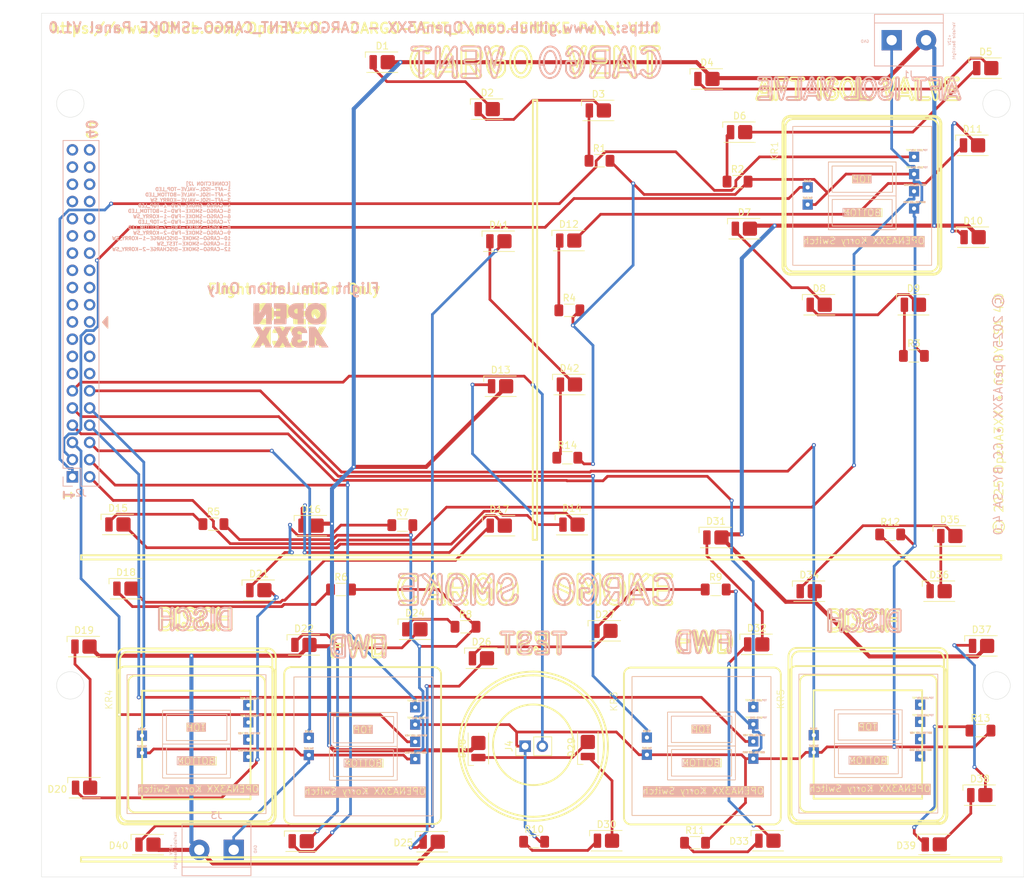
<source format=kicad_pcb>
(kicad_pcb (version 20241229) (generator "pcbnew") (generator_version "9.0")
  (layers (0 "F.Cu" signal) (2 "B.Cu" signal) (13 "F.Paste" user) (15 "B.Paste" user) (5 "F.SilkS" user "F.Silkscreen") (7 "B.SilkS" user "B.Silkscreen") (1 "F.Mask" user) (3 "B.Mask" user) (25 "Edge.Cuts" user))
  (net 0 "")
  (net 1 "+12V")
  (net 2 "Net-(D1-K)")
  (net 3 "Net-(D2-K)")
  (net 4 "Net-(D3-K)")
  (net 5 "Net-(D4-K)")
  (net 6 "Net-(D5-K)")
  (net 7 "Net-(D6-K)")
  (net 8 "Net-(D7-K)")
  (net 9 "Net-(D8-K)")
  (net 10 "Net-(D9-K)")
  (net 11 "Net-(D10-K)")
  (net 12 "Net-(D11-K)")
  (net 13 "Net-(D12-K)")
  (net 14 "Net-(D13-K)")
  (net 15 "Net-(D14-K)")
  (net 16 "Net-(D15-K)")
  (net 17 "Net-(D16-K)")
  (net 18 "Net-(D17-K)")
  (net 19 "Net-(D18-K)")
  (net 20 "Net-(D19-K)")
  (net 21 "Net-(D20-K)")
  (net 22 "Net-(D21-K)")
  (net 23 "Net-(D22-K)")
  (net 24 "Net-(D23-K)")
  (net 25 "Net-(D24-K)")
  (net 26 "Net-(D25-K)")
  (net 27 "Net-(D26-K)")
  (net 28 "Net-(D27-K)")
  (net 29 "Net-(D28-K)")
  (net 30 "Net-(D29-K)")
  (net 31 "Net-(D30-K)")
  (net 32 "Net-(D31-K)")
  (net 33 "Net-(D32-K)")
  (net 34 "Net-(D33-K)")
  (net 35 "Net-(D34-K)")
  (net 36 "Net-(D35-K)")
  (net 37 "Net-(D36-K)")
  (net 38 "Net-(D37-K)")
  (net 39 "Net-(D38-K)")
  (net 40 "Net-(D39-K)")
  (net 41 "Net-(D40-K)")
  (net 42 "Net-(D41-K)")
  (net 43 "Net-(D42-K)")
  (net 44 "GND")
  (net 46 "Net-(J2-Pin_9)")
  (net 47 "Net-(J2-Pin_2)")
  (net 53 "Net-(J2-Pin_12)")
  (net 55 "Net-(J2-Pin_6)")
  (net 56 "Net-(J2-Pin_7)")
  (net 61 "Net-(J2-Pin_11)")
  (net 67 "Net-(J2-Pin_10)")
  (net 76 "Net-(J2-Pin_1)")
  (net 79 "Net-(J2-Pin_4)")
  (net 80 "Net-(J2-Pin_8)")
  (net 82 "Net-(J2-Pin_5)")
  (net 84 "Net-(J2-Pin_3)")
  (footprint "OpenA3XX:LED_Everlight-SMD3528_3.5x2.8mm_67-21ST" (layer "F.Cu") (at 267.19 146.025)
    (property "Reference" "D9")
    (property "Value" "LED")
  )
  (footprint "OpenA3XX:LED_Everlight-SMD3528_3.5x2.8mm_67-21ST" (layer "F.Cu") (at 170.59 188.15)
    (property "Reference" "D21")
    (property "Value" "LED")
  )
  (footprint "OpenA3XX:Korry Switch" (layer "F.Cu") (at 249.375 119.7)
    (property "Reference" "KR1")
    (property "Value" "~")
  )
  (footprint "OpenA3XX:LED_Everlight-SMD3528_3.5x2.8mm_67-21ST" (layer "F.Cu") (at 245.715 225.125)
    (property "Reference" "D33")
    (property "Value" "LED")
  )
  (footprint "OpenA3XX:LED_Everlight-SMD3528_3.5x2.8mm_67-21ST" (layer "F.Cu") (at 216.425 157.8)
    (property "Reference" "D42")
    (property "Value" "LED")
  )
  (footprint "OpenA3XX:LED_Everlight-SMD3528_3.5x2.8mm_67-21ST" (layer "F.Cu") (at 216.8 178.475)
    (property "Reference" "D14")
    (property "Value" "LED")
  )
  (footprint "OpenA3XX:LED_Everlight-SMD3528_3.5x2.8mm_67-21ST" (layer "F.Cu") (at 178.29 178.625)
    (property "Reference" "D16")
    (property "Value" "LED")
  )
  (footprint "OpenA3XX:Korry Switch" (layer "F.Cu") (at 250.275 200.55)
    (property "Reference" "KR5")
    (property "Value" "~")
  )
  (footprint "OpenA3XX:LED_Everlight-SMD3528_3.5x2.8mm_67-21ST" (layer "F.Cu") (at 241.54 120.55)
    (property "Reference" "D6")
    (property "Value" "LED")
  )
  (footprint "Resistor_SMD:R_1206_3216Metric_Pad1.30x1.75mm_HandSolder" (layer "F.Cu") (at 263.75 179.925)
    (property "Reference" "R12")
    (property "Value" "220R")
  )
  (footprint "OpenA3XX:LED_Everlight-SMD3528_3.5x2.8mm_67-21ST" (layer "F.Cu") (at 219.125 211.36 90)
    (property "Reference" "D29")
    (property "Value" "LED")
  )
  (footprint "Resistor_SMD:R_1206_3216Metric_Pad1.30x1.75mm_HandSolder" (layer "F.Cu") (at 201.075 193.55)
    (property "Reference" "R8")
    (property "Value" "220R")
  )
  (footprint "OpenA3XX:LED_Everlight-SMD3528_3.5x2.8mm_67-21ST" (layer "F.Cu") (at 276 136.05)
    (property "Reference" "D10")
    (property "Value" "LED")
  )
  (footprint "OpenA3XX:LED_Everlight-SMD3528_3.5x2.8mm_67-21ST" (layer "F.Cu") (at 221.665 194.15)
    (property "Reference" "D27")
    (property "Value" "LED")
  )
  (footprint "OpenA3XX:LED_Everlight-SMD3528_3.5x2.8mm_67-21ST" (layer "F.Cu") (at 149.79 178.45)
    (property "Reference" "D15")
    (property "Value" "LED")
  )
  (footprint "OpenA3XX:LED_Everlight-SMD3528_3.5x2.8mm_67-21ST" (layer "F.Cu") (at 206.015 136.65)
    (property "Reference" "D41")
    (property "Value" "LED")
  )
  (footprint "OpenA3XX:LED_Everlight-SMD3528_3.5x2.8mm_67-21ST" (layer "F.Cu") (at 270.265 225.675)
    (property "Reference" "D39")
    (property "Value" "LED")
  )
  (footprint "OpenA3XX:LED_Everlight-SMD3528_3.5x2.8mm_67-21ST" (layer "F.Cu") (at 251.815 188.3)
    (property "Reference" "D34")
    (property "Value" "LED")
  )
  (footprint "OpenA3XX:LED_Everlight-SMD3528_3.5x2.8mm_67-21ST" (layer "F.Cu") (at 277.865 111.1)
    (property "Reference" "D5")
    (property "Value" "LED")
  )
  (footprint "Resistor_SMD:R_1206_3216Metric_Pad1.30x1.75mm_HandSolder" (layer "F.Cu") (at 216.4 146.85)
    (property "Reference" "R4")
    (property "Value" "220R")
  )
  (footprint "Resistor_SMD:R_1206_3216Metric_Pad1.30x1.75mm_HandSolder" (layer "F.Cu") (at 267.25 153.575)
    (property "Reference" "R3")
    (property "Value" "220R")
  )
  (footprint "Resistor_SMD:R_1206_3216Metric_Pad1.30x1.75mm_HandSolder" (layer "F.Cu") (at 220.85 124.775)
    (property "Reference" "R1")
    (property "Value" "220R")
  )
  (footprint "OpenA3XX:LED_Everlight-SMD3528_3.5x2.8mm_67-21ST" (layer "F.Cu") (at 144.865 217.3)
    (property "Reference" "D20")
    (property "Value" "LED")
  )
  (footprint "OpenA3XX:LED_Everlight-SMD3528_3.5x2.8mm_67-21ST" (layer "F.Cu") (at 216.325 136.55)
    (property "Reference" "D12")
    (property "Value" "LED")
  )
  (footprint "OpenA3XX:LED_Everlight-SMD3528_3.5x2.8mm_67-21ST" (layer "F.Cu") (at 270.99 188.3)
    (property "Reference" "D36")
    (property "Value" "LED")
  )
  (footprint "OpenA3XX:LED_Everlight-SMD3528_3.5x2.8mm_67-21ST" (layer "F.Cu") (at 253.29 146.025)
    (property "Reference" "D8")
    (property "Value" "LED")
  )
  (footprint "Resistor_SMD:R_1206_3216Metric_Pad1.30x1.75mm_HandSolder" (layer "F.Cu") (at 234.95 225.425)
    (property "Reference" "R11")
    (property "Value" "220R")
  )
  (footprint "Resistor_SMD:R_1206_3216Metric_Pad1.30x1.75mm_HandSolder" (layer "F.Cu") (at 238 188.05)
    (property "Reference" "R9")
    (property "Value" "220R")
  )
  (footprint "OpenA3XX:LED_Everlight-SMD3528_3.5x2.8mm_67-21ST" (layer "F.Cu") (at 272.565 180.15)
    (property "Reference" "D35")
    (property "Value" "LED")
  )
  (footprint "OpenA3XX:LED_Everlight-SMD3528_3.5x2.8mm_67-21ST" (layer "F.Cu") (at 277.25 196.375)
    (property "Reference" "D37")
    (property "Value" "LED")
  )
  (footprint "OpenA3XX:LED_Everlight-SMD3528_3.5x2.8mm_67-21ST" (layer "F.Cu") (at 206.065 178.625)
    (property "Reference" "D17")
    (property "Value" "LED")
  )
  (footprint "OpenA3XX:OpenA3XXLogoSmall" (layer "F.Cu") (at 175.05 149)
    (property "Reference" "top" (hide yes))
    (property "Value" "LOGO" (hide yes))
  )
  (footprint "OpenA3XX:LED_Everlight-SMD3528_3.5x2.8mm_67-21ST" (layer "F.Cu") (at 196.165 225.275)
    (property "Reference" "D25")
    (property "Value" "LED")
  )
  (footprint "OpenA3XX:LED_Everlight-SMD3528_3.5x2.8mm_67-21ST" (layer "F.Cu") (at 206.265 158.05)
    (property "Reference" "D13")
    (property "Value" "LED")
  )
  (footprint "OpenA3XX:LED_Everlight-SMD3528_3.5x2.8mm_67-21ST" (layer "F.Cu") (at 176.84 225.2)
    (property "Reference" "D23" (hide yes))
    (property "Value" "LED")
  )
  (footprint "OpenA3XX:LED_Everlight-SMD3528_3.5x2.8mm_67-21ST" (layer "F.Cu") (at 276.99 218.4)
    (property "Reference" "D38")
    (property "Value" "LED")
  )
  (footprint "OpenA3XX:LED_Everlight-SMD3528_3.5x2.8mm_67-21ST" (layer "F.Cu") (at 193.615 193.925)
    (property "Reference" "D24")
    (property "Value" "LED")
  )
  (footprint "OpenA3XX:LED_Everlight-SMD3528_3.5x2.8mm_67-21ST" (layer "F.Cu") (at 177.24 196.225)
    (property "Reference" "D22")
    (property "Value" "LED")
  )
  (footprint "Connector_PinHeader_2.54mm:PinHeader_1x02_P2.54mm_Vertical" (layer "F.Cu") (at 209.875 211.175 90)
    (property "Reference" "J4")
    (property "Value" "Conn_02x01")
  )
  (footprint "OpenA3XX:LED_Everlight-SMD3528_3.5x2.8mm_67-21ST" (layer "F.Cu") (at 275.915 122.5)
    (property "Reference" "D11")
    (property "Value" "LED")
  )
  (footprint "Resistor_SMD:R_1206_3216Metric_Pad1.30x1.75mm_HandSolder" (layer "F.Cu") (at 211.2 225.275)
    (property "Reference" "R10")
    (property "Value" "220R")
  )
  (footprint "Resistor_SMD:R_1206_3216Metric_Pad1.30x1.75mm_HandSolder" (layer "F.Cu") (at 182.7 188.05)
    (property "Reference" "R6")
    (property "Value" "220R")
  )
  (footprint "OpenA3XX:LED_Everlight-SMD3528_3.5x2.8mm_67-21ST" (layer "F.Cu") (at 203.44 198.2)
    (property "Reference" "D26")
    (property "Value" "LED")
  )
  (footprint "Resistor_SMD:R_1206_3216Metric_Pad1.30x1.75mm_HandSolder" (layer "F.Cu") (at 216.1 168.6)
    (property "Reference" "R14")
    (property "Value" "220R")
  )
  (footprint "OpenA3XX:Korry Switch" (layer "F.Cu") (at 151.125 200.625)
    (property "Reference" "KR4")
    (property "Value" "~")
  )
  (footprint "Resistor_SMD:R_1206_3216Metric_Pad1.30x1.75mm_HandSolder" (layer "F.Cu") (at 277.075 208.875)
    (property "Reference" "R13")
    (property "Value" "220R")
  )
  (footprint "OpenA3XX:LED_Everlight-SMD3528_3.5x2.8mm_67-21ST" (layer "F.Cu") (at 144.7748 196.475)
    (property "Reference" "D19")
    (property "Value" "LED")
  )
  (footprint "Resistor_SMD:R_1206_3216Metric_Pad1.30x1.75mm_HandSolder" (layer "F.Cu") (at 163.875 178.4)
    (property "Reference" "R5")
    (property "Value" "220R")
  )
  (footprint "Resistor_SMD:R_1206_3216Metric_Pad1.30x1.75mm_HandSolder" (layer "F.Cu") (at 191.75 178.55)
    (property "Reference" "R7")
    (property "Value" "220R")
  )
  (footprint "OpenA3XX:LED_Everlight-SMD3528_3.5x2.8mm_67-21ST" (layer "F.Cu") (at 154.215 225.7)
    (property "Reference" "D40")
    (property "Value" "LED")
  )
  (footprint "OpenA3XX:LED_Everlight-SMD3528_3.5x2.8mm_67-21ST" (layer "F.Cu") (at 150.965 187.925)
    (property "Reference" "D18")
    (property "Value" "LED")
  )
  (footprint "OpenA3XX:LED_Everlight-SMD3528_3.5x2.8mm_67-21ST" (layer "F.Cu") (at 244.065 196.15)
    (property "Reference" "D32")
    (property "Value" "LED")
  )
  (footprint "OpenA3XX:Korry Switch" (layer "F.Cu") (at 225.65 200.9)
    (property "Reference" "KR3")
    (property "Value" "~")
  )
  (footprint "OpenA3XX:Korry Switch" (layer "F.Cu") (at 175.75 200.95)
    (property "Reference" "KR2" (hide yes))
    (property "Value" "~")
  )
  (footprint "OpenA3XX:LED_Everlight-SMD3528_3.5x2.8mm_67-21ST" (layer "F.Cu") (at 238.04 180.375)
    (property "Reference" "D31")
    (property "Value" "LED")
  )
  (footprint "OpenA3XX:LED_Everlight-SMD3528_3.5x2.8mm_67-21ST" (layer "F.Cu") (at 236.715 112.7)
    (property "Reference" "D4")
    (property "Value" "LED")
  )
  (footprint "OpenA3XX:LED_Everlight-SMD3528_3.5x2.8mm_67-21ST" (layer "F.Cu") (at 202.975 211.51 90)
    (property "Reference" "D28")
    (property "Value" "LED")
  )
  (footprint "OpenA3XX:LED_Everlight-SMD3528_3.5x2.8mm_67-21ST" (layer "F.Cu") (at 242.24 134.8)
    (property "Reference" "D7")
    (property "Value" "LED")
  )
  (footprint "OpenA3XX:LED_Everlight-SMD3528_3.5x2.8mm_67-21ST" (layer "F.Cu") (at 188.79 110.225)
    (property "Reference" "D1")
    (property "Value" "LED")
  )
  (footprint "OpenA3XX:LED_Everlight-SMD3528_3.5x2.8mm_67-21ST" (layer "F.Cu") (at 221.89 225.125)
    (property "Reference" "D30")
    (property "Value" "LED")
  )
  (footprint "Resistor_SMD:R_1206_3216Metric_Pad1.30x1.75mm_HandSolder" (layer "F.Cu") (at 241.225 127.85)
    (property "Reference" "R2")
    (property "Value" "220R")
  )
  (footprint "OpenA3XX:LED_Everlight-SMD3528_3.5x2.8mm_67-21ST" (layer "F.Cu") (at 204.29 117.15)
    (property "Reference" "D2")
    (property "Value" "LED")
  )
  (footprint "OpenA3XX:LED_Everlight-SMD3528_3.5x2.8mm_67-21ST" (layer "F.Cu") (at 220.69 117.35)
    (property "Reference" "D3")
    (property "Value" "LED")
  )
  (footprint "Connector_PinHeader_2.54mm:PinHeader_2x20_P2.54mm_Vertical" (layer "B.Cu") (at 143.06 171.425)
    (property "Reference" "J2")
    (property "Value" "Conn_02x20_Counter_Clockwise")
  )
  (footprint "TerminalBlock:TerminalBlock_bornier-2_P5.08mm" (layer "B.Cu") (at 166.865 226.475 180)
    (property "Reference" "J3")
    (property "Value" "Conn_02x01")
  )
  (footprint "TerminalBlock:TerminalBlock_bornier-2_P5.08mm" (layer "B.Cu") (at 263.97 106.975)
    (property "Reference" "J1")
    (property "Value" "Conn_02x01")
  )
  (footprint "OpenA3XX:OpenA3XXLogoSmall" (layer "B.Cu") (at 175.25 149 180)
    (property "Reference" "bottom" (hide yes))
    (property "Value" "LOGO" (hide yes))
  )
  (gr_line (start 239.696777 196.747736) (end 239.711243 196.72973) (stroke (width 0.279999) (color 51 153 102 1)) (layer "F.SilkS"))
  (gr_line (start 256.029297 191.720466) (end 256.022888 191.710639) (stroke (width 0.279999) (color 51 153 102 1)) (layer "F.SilkS"))
  (gr_line (start 151.213074 197.243769) (end 171.429016 197.243769) (stroke (width 0.279999) (color 51 153 102 1)) (layer "F.SilkS"))
  (gr_line (start 271.012329 222.497034) (end 249.916809 222.497034) (stroke (width 0.279999) (color 0 0 255 1)) (layer "F.SilkS"))
  (gr_line (start 247.115478 112.935999) (end 247.115478 113.831873) (stroke (width 0.279999) (color 51 153 102 1)) (layer "F.SilkS"))
  (gr_line (start 248.889587 221.469538) (end 248.889587 200.374536) (stroke (width 0.279999) (color 0 0 255 1)) (layer "F.SilkS"))
  (gr_line (start 204.922241 189.293604) (end 204.895264 189.352106) (stroke (width 0.279999) (color 51 153 102 1)) (layer "F.SilkS"))
  (gr_curve (pts (xy 223.012695 108.156366) (xy 223.035461 107.998651) (xy 223.116211 107.894739) (xy 223.255005 107.84469)) (stroke (width 0.279999) (color 51 153 102 1)) (layer "F.SilkS"))
  (gr_line (start 188.588745 195.348841) (end 188.561401 195.320978) (stroke (width 0.279999) (color 51 153 102 1)) (layer "F.SilkS"))
  (gr_line (start 157.021667 193.573578) (end 157.034546 193.565399) (stroke (width 0.279999) (color 51 153 102 1)) (layer "F.SilkS"))
  (gr_line (start 258.914612 115.603937) (end 258.914612 112.708338) (stroke (width 0.279999) (color 51 153 102 1)) (layer "F.SilkS"))
  (gr_curve (pts (xy 161.153442 191.079987) (xy 161.225219 191.192505) (xy 161.290039 191.31427) (xy 161.3479 191.445343)) (stroke (width 0.279999) (color 51 153 102 1)) (layer "F.SilkS"))
  (gr_line (start 225.252319 190.013788) (end 225.252319 186.034662) (stroke (width 0.279999) (color 51 153 102 1)) (layer "F.SilkS"))
  (gr_curve (pts (xy 270.11499 118.134424) (xy 270.774597 118.134424) (xy 271.305603 118.665399) (xy 271.305603 119.324976)) (stroke (width 0.279999) (color 51 153 102 1)) (layer "F.SilkS"))
  (gr_curve (pts (xy 200.597961 112.41955) (xy 200.514587 112.357386) (xy 200.472839 112.273218) (xy 200.472839 112.167047)) (stroke (width 0.279999) (color 51 153 102 1)) (layer "F.SilkS"))
  (gr_curve (pts (xy 161.044128 192.36612) (xy 161.256286 192.508087) (xy 161.387512 192.704712) (xy 161.437866 192.955902)) (stroke (width 0.279999) (color 51 153 102 1)) (layer "F.SilkS"))
  (gr_line (start 197.506409 190.12182) (end 197.274536 189.478144) (stroke (width 0.279999) (color 51 153 102 1)) (layer "F.SilkS"))
  (gr_line (start 215.167175 187.374903) (end 215.191956 187.389551) (stroke (width 0.279999) (color 51 153 102 1)) (layer "F.SilkS"))
  (gr_curve (pts (xy 222.144226 188.11651) (xy 222.151672 188.33407) (xy 222.183228 188.549005) (xy 222.238708 188.761316)) (stroke (width 0.279999) (color 51 153 102 1)) (layer "F.SilkS"))
  (gr_line (start 188.561401 195.320978) (end 188.530823 195.296381) (stroke (width 0.279999) (color 51 153 102 1)) (layer "F.SilkS"))
  (gr_curve (pts (xy 206.253418 111.354914) (xy 206.26178 111.33822) (xy 206.270081 111.321558) (xy 206.278442 111.304865)) (stroke (width 0.279999) (color 51 153 102 1)) (layer "F.SilkS"))
  (gr_line (start 239.777161 194.890924) (end 239.764282 194.87124) (stroke (width 0.279999) (color 51 153 102 1)) (layer "F.SilkS"))
  (gr_line (start 239.56012 196.880487) (end 239.568176 196.873926) (stroke (width 0.279999) (color 51 153 102 1)) (layer "F.SilkS"))
  (gr_line (start 269.59668 220.878534) (end 251.447205 220.878534) (stroke (width 0.279999) (color 255 0 0 1)) (layer "F.SilkS"))
  (gr_line (start 255.940918 193.621772) (end 255.948975 193.612769) (stroke (width 0.279999) (color 51 153 102 1)) (layer "F.SilkS"))
  (gr_line (start 197.044983 188.845728) (end 196.360779 186.955164) (stroke (width 0.279999) (color 51 153 102 1)) (layer "F.SilkS"))
  (gr_curve (pts (xy 255.190674 115.825067) (xy 254.9422 115.825067) (xy 254.705017 115.792566) (xy 254.479004 115.727594)) (stroke (width 0.279999) (color 51 153 102 1)) (layer "F.SilkS"))
  (gr_curve (pts (xy 231.594665 190.009302) (xy 231.594665 190.189356) (xy 231.488892 190.294367) (xy 231.277344 190.324396)) (stroke (width 0.279999) (color 51 153 102 1)) (layer "F.SilkS"))
  (gr_curve (pts (xy 228.266663 112.487818) (xy 228.07782 112.484766) (xy 227.97583 112.378626) (xy 227.960693 112.169306)) (stroke (width 0.279999) (color 51 153 102 1)) (layer "F.SilkS"))
  (gr_line (start 161.017639 192.350556) (end 161.044128 192.36612) (stroke (width 0.279999) (color 51 153 102 1)) (layer "F.SilkS"))
  (gr_line (start 157.534301 192.402161) (end 157.534301 192.386597) (stroke (width 0.279999) (color 51 153 102 1)) (layer "F.SilkS"))
  (gr_curve (pts (xy 246.897827 115.826685) (xy 246.763367 115.828882) (xy 246.685486 115.752436) (xy 246.664062 115.597406)) (stroke (width 0.279999) (color 51 153 102 1)) (layer "F.SilkS"))
  (gr_curve (pts (xy 192.47168 185.744318) (xy 192.723755 185.685816) (xy 192.975098 185.710199) (xy 193.225647 185.817469)) (stroke (width 0.279999) (color 51 153 102 1)) (layer "F.SilkS"))
  (gr_curve (pts (xy 214.818359 197.639398) (xy 214.684448 197.637201) (xy 214.612122 197.560449) (xy 214.601379 197.409113)) (stroke (width 0.279999) (color 51 153 102 1)) (layer "F.SilkS"))
  (gr_line (start 157.521484 192.623322) (end 157.524658 192.592194) (stroke (width 0.279999) (color 51 153 102 1)) (layer "F.SilkS"))
  (gr_line (start 272.317688 112.932703) (end 272.317688 113.828577) (stroke (width 0.279999) (color 51 153 102 1)) (layer "F.SilkS"))
  (gr_line (start 255.597046 193.822486) (end 255.604248 193.821662) (stroke (width 0.279999) (color 51 153 102 1)) (layer "F.SilkS"))
  (gr_line (start 255.990723 113.196405) (end 256.005188 113.238977) (stroke (width 0.279999) (color 51 153 102 1)) (layer "F.SilkS"))
  (gr_line (start 188.395813 197.579309) (end 188.411865 197.572748) (stroke (width 0.279999) (color 51 153 102 1)) (layer "F.SilkS"))
  (gr_line (start 188.932739 196.237085) (end 188.929504 196.202661) (stroke (width 0.279999) (color 51 153 102 1)) (layer "F.SilkS"))
  (gr_line (start 157.481262 192.865814) (end 157.483703 192.853516) (stroke (width 0.279999) (color 51 153 102 1)) (layer "F.SilkS"))
  (gr_curve (pts (xy 186.400818 197.884149) (xy 186.366516 198.005426) (xy 186.296631 198.068231) (xy 186.19104 198.072595)) (stroke (width 0.279999) (color 51 153 102 1)) (layer "F.SilkS"))
  (gr_line (start 255.809937 193.739753) (end 255.818787 193.734016) (stroke (width 0.279999) (color 51 153 102 1)) (layer "F.SilkS"))
  (gr_curve (pts (xy 259.267578 193.820838) (xy 259.477539 193.820838) (xy 259.621643 193.720344) (xy 259.69989 193.519385)) (stroke (width 0.279999) (color 51 153 102 1)) (layer "F.SilkS"))
  (gr_line (start 255.879883 191.535346) (end 255.849304 191.510749) (stroke (width 0.279999) (color 51 153 102 1)) (layer "F.SilkS"))
  (gr_line (start 160.513794 190.729401) (end 160.680969 190.761353) (stroke (width 0.279999) (color 51 153 102 1)) (layer "F.SilkS"))
  (gr_line (start 255.802734 193.743842) (end 255.809937 193.739753) (stroke (width 0.279999) (color 51 153 102 1)) (layer "F.SilkS"))
  (gr_curve (pts (xy 208.649353 187.040705) (xy 208.787353 187.456323) (xy 208.839478 187.887689) (xy 208.805725 188.334803)) (stroke (width 0.279999) (color 51 153 102 1)) (layer "F.SilkS"))
  (gr_curve (pts (xy 249.916809 222.497034) (xy 249.347717 222.497034) (xy 248.889587 222.038782) (xy 248.889587 221.469538)) (stroke (width 0.279999) (color 0 0 255 1)) (layer "F.SilkS"))
  (gr_curve (pts (xy 255.920044 193.643897) (xy 255.92218 193.64173) (xy 255.924316 193.639533) (xy 255.926453 193.637336)) (stroke (width 0.279999) (color 51 153 102 1)) (layer "F.SilkS"))
  (gr_curve (pts (xy 234.356506 194.313227) (xy 234.356506 194.455805) (xy 234.280945 194.532007) (xy 234.129822 194.541834)) (stroke (width 0.279999) (color 51 153 102 1)) (layer "F.SilkS"))
  (gr_line (start 239.990967 195.695612) (end 239.990967 195.680841) (stroke (width 0.279999) (color 51 153 102 1)) (layer "F.SilkS"))
  (gr_line (start 270.621948 201.703821) (end 270.621948 219.853235) (stroke (width 0.279999) (color 255 0 0 1)) (layer "F.SilkS"))
  (gr_line (start 188.788879 197.145014) (end 188.794495 197.131891) (stroke (width 0.279999) (color 51 153 102 1)) (layer "F.SilkS"))
  (gr_line (start 157.431457 193.034546) (end 157.439514 193.008332) (stroke (width 0.279999) (color 51 153 102 1)) (layer "F.SilkS"))
  (gr_curve (pts (xy 218.447021 203.770288) (xy 216.488831 201.812097) (xy 213.833008 200.71203) (xy 211.063721 200.71203)) (stroke (width 0.279999) (color 51 153 102 1)) (layer "F.SilkS"))
  (gr_line (start 164.825561 192.04007) (end 166.119262 192.04007) (stroke (width 0.279999) (color 51 153 102 1)) (layer "F.SilkS"))
  (gr_curve (pts (xy 239.494202 194.597559) (xy 239.493957 194.597406) (xy 239.484558 194.592646) (xy 239.465271 194.582819)) (stroke (width 0.279999) (color 51 153 102 1)) (layer "F.SilkS"))
  (gr_curve (pts (xy 206.094177 107.934564) (xy 206.424805 108.115808) (xy 206.671997 108.370203) (xy 206.835815 108.697809)) (stroke (width 0.279999) (color 51 153 102 1)) (layer "F.SilkS"))
  (gr_curve (pts (xy 159.991516 191.373261) (xy 159.940124 191.453003) (xy 159.920837 191.542023) (xy 159.933654 191.64032)) (stroke (width 0.279999) (color 51 153 102 1)) (layer "F.SilkS"))
  (gr_line (start 157.217712 193.415467) (end 157.225769 193.406464) (stroke (width 0.279999) (color 51 153 102 1)) (layer "F.SilkS"))
  (gr_curve (pts (xy 236.190735 194.268152) (xy 236.236816 194.159998) (xy 236.310486 194.104273) (xy 236.411743 194.101007)) (stroke (width 0.279999) (color 51 153 102 1)) (layer "F.SilkS"))
  (gr_curve (pts (xy 260.854553 191.505836) (xy 261.018982 191.210944) (xy 261.257629 191.026343) (xy 261.570496 190.952094)) (stroke (width 0.279999) (color 51 153 102 1)) (layer "F.SilkS"))
  (gr_line (start 149.767761 221.541254) (end 149.767761 200.446253) (stroke (width 0.279999) (color 0 0 255 1)) (layer "F.SilkS"))
  (gr_line (start 196.438721 222.656641) (end 175.34314 222.656641) (stroke (width 0.279999) (color 0 0 255 1)) (layer "F.SilkS"))
  (gr_line (start 239.984558 195.918482) (end 239.986145 195.885706) (stroke (width 0.279999) (color 51 153 102 1)) (layer "F.SilkS"))
  (gr_line (start 157.494934 192.792908) (end 157.498962 192.777344) (stroke (width 0.279999) (color 51 153 102 1)) (layer "F.SilkS"))
  (gr_line (start 201.11438 110.565515) (end 201.11438 112.167047) (stroke (width 0.279999) (color 51 153 102 1)) (layer "F.SilkS"))
  (gr_line (start 196.360779 186.955164) (end 197.044983 188.845728) (stroke (width 0.279999) (color 51 153 102 1)) (layer "F.SilkS"))
  (gr_curve (pts (xy 194.13269 108.693262) (xy 193.98407 108.838831) (xy 193.860413 109.025385) (xy 193.761841 109.252863)) (stroke (width 0.279999) (color 51 153 102 1)) (layer "F.SilkS"))
  (gr_line (start 255.589783 193.82331) (end 255.597046 193.822486) (stroke (width 0.279999) (color 51 153 102 1)) (layer "F.SilkS"))
  (gr_curve (pts (xy 257.479004 112.475763) (xy 257.742493 112.475763) (xy 257.957764 112.577051) (xy 258.124817 112.779596)) (stroke (width 0.279999) (color 51 153 102 1)) (layer "F.SilkS"))
  (gr_line (start 253.966553 115.094599) (end 253.944031 114.979944) (stroke (width 0.279999) (color 51 153 102 1)) (layer "F.SilkS"))
  (gr_line (start 157.450744 191.823822) (end 157.445129 191.811524) (stroke (width 0.279999) (color 51 153 102 1)) (layer "F.SilkS"))
  (gr_line (start 188.913452 196.70907) (end 188.915832 196.69433) (stroke (width 0.279999) (color 51 153 102 1)) (layer "F.SilkS"))
  (gr_curve (pts (xy 217.914123 190.321009) (xy 217.721313 190.320276) (xy 217.617371 190.216364) (xy 217.602417 190.009302)) (stroke (width 0.279999) (color 51 153 102 1)) (layer "F.SilkS"))
  (gr_line (start 248.305603 139.970667) (end 248.305603 119.754724) (stroke (width 0.279999) (color 51 153 102 1)) (layer "F.SilkS"))
  (gr_curve (pts (xy 213.224365 197.229029) (xy 213.138855 197.355677) (xy 213.031555 197.453546) (xy 212.902527 197.522608)) (stroke (width 0.279999) (color 51 153 102 1)) (layer "F.SilkS"))
  (gr_curve (pts (xy 160.544372 193.614533) (xy 160.754333 193.614533) (xy 160.898437 193.514038) (xy 160.976684 193.31308)) (stroke (width 0.279999) (color 51 153 102 1)) (layer "F.SilkS"))
  (gr_line (start 188.900574 195.98797) (end 188.892517 195.95849) (stroke (width 0.279999) (color 51 153 102 1)) (layer "F.SilkS"))
  (gr_line (start 246.664062 115.597406) (end 246.664062 112.708338) (stroke (width 0.279999) (color 51 153 102 1)) (layer "F.SilkS"))
  (gr_line (start 256.206909 193.059821) (end 256.210938 193.044257) (stroke (width 0.279999) (color 51 153 102 1)) (layer "F.SilkS"))
  (gr_curve (pts (xy 160.84729 191.436341) (xy 160.815673 191.37027) (xy 160.771484 191.315369) (xy 160.714721 191.271698)) (stroke (width 0.279999) (color 51 153 102 1)) (layer "F.SilkS"))
  (gr_line (start 157.384033 193.152527) (end 157.389709 193.139405) (stroke (width 0.279999) (color 51 153 102 1)) (layer "F.SilkS"))
  (gr_curve (pts (xy 187.338867 194.779322) (xy 187.382263 194.737268) (xy 187.434509 194.716242) (xy 187.495605 194.716242)) (stroke (width 0.279999) (color 51 153 102 1)) (layer "F.SilkS"))
  (gr_line (start 144.329651 227.576197) (end 144.329651 228.212549) (stroke (width 0.279999) (color 51 153 102 1)) (layer "F.SilkS"))
  (gr_line (start 244.004456 115.51388) (end 244.519348 114.070154) (stroke (width 0.279999) (color 51 153 102 1)) (layer "F.SilkS"))
  (gr_curve (pts (xy 265.108459 115.671106) (xy 265.039917 115.808679) (xy 264.942505 115.853723) (xy 264.816101 115.806208)) (stroke (width 0.279999) (color 51 153 102 1)) (layer "F.SilkS"))
  (gr_line (start 225.488464 222.722193) (end 246.584045 222.722193) (stroke (width 0.279999) (color 0 0 255 1)) (layer "F.SilkS"))
  (gr_line (start 156.896301 193.613709) (end 156.904358 193.612885) (stroke (width 0.279999) (color 51 153 102 1)) (layer "F.SilkS"))
  (gr_line (start 255.995606 193.551337) (end 256.003601 193.542335) (stroke (width 0.279999) (color 51 153 102 1)) (layer "F.SilkS"))
  (gr_line (start 256.14502 193.268714) (end 256.149048 193.255622) (stroke (width 0.279999) (color 51 153 102 1)) (layer "F.SilkS"))
  (gr_line (start 256.25592 192.529822) (end 256.25592 192.513435) (stroke (width 0.279999) (color 51 153 102 1)) (layer "F.SilkS"))
  (gr_curve (pts (xy 198.955505 110.993189) (xy 198.724976 110.356226) (xy 198.494446 109.719232) (xy 198.263916 109.08227)) (stroke (width 0.279999) (color 51 153 102 1)) (layer "F.SilkS"))
  (gr_line (start 188.767151 195.602045) (end 188.762329 195.591394) (stroke (width 0.279999) (color 51 153 102 1)) (layer "F.SilkS"))
  (gr_line (start 220.173645 108.463495) (end 220.173645 109.707849) (stroke (width 0.279999) (color 51 153 102 1)) (layer "F.SilkS"))
  (gr_line (start 188.8974 196.799219) (end 188.89978 196.785272) (stroke (width 0.279999) (color 51 153 102 1)) (layer "F.SilkS"))
  (gr_line (start 256.196472 193.1016) (end 256.199646 193.087684) (stroke (width 0.279999) (color 51 153 102 1)) (layer "F.SilkS"))
  (gr_line (start 214.098144 189.466883) (end 214.057617 189.313837) (stroke (width 0.279999) (color 51 153 102 1)) (layer "F.SilkS"))
  (gr_curve (pts (xy 271.002319 196.672052) (xy 271.661865 196.672052) (xy 272.192871 197.260126) (xy 272.192871 197.990595)) (stroke (width 0.279999) (color 51 153 102 1)) (layer "F.SilkS"))
  (gr_curve (pts (xy 198.263916 109.08227) (xy 198.494446 109.719232) (xy 198.724976 110.356226) (xy 198.955505 110.993189)) (stroke (width 0.279999) (color 51 153 102 1)) (layer "F.SilkS"))
  (gr_curve (pts (xy 195.729675 108.404322) (xy 195.799438 108.495325) (xy 195.813843 108.595056) (xy 195.772888 108.703485)) (stroke (width 0.279999) (color 51 153 102 1)) (layer "F.SilkS"))
  (gr_line (start 157.372802 193.17627) (end 157.380066 193.164002) (stroke (width 0.279999) (color 51 153 102 1)) (layer "F.SilkS"))
  (gr_curve (pts (xy 195.224609 108.802454) (xy 195.021423 108.565851) (xy 194.825745 108.452112) (xy 194.637695 108.461206)) (stroke (width 0.279999) (color 51 153 102 1)) (layer "F.SilkS"))
  (gr_curve (pts (xy 250.3349 222.172052) (xy 249.702209 222.172052) (xy 249.192871 221.606104) (xy 249.192871 220.903131)) (stroke (width 0.279999) (color 51 153 102 1)) (layer "F.SilkS"))
  (gr_curve (pts (xy 206.405395 194.734705) (xy 206.254822 194.72262) (xy 206.17981 194.645594) (xy 206.180359 194.503595)) (stroke (width 0.279999) (color 51 153 102 1)) (layer "F.SilkS"))
  (gr_line (start 239.830994 196.533869) (end 239.838257 196.52157) (stroke (width 0.279999) (color 51 153 102 1)) (layer "F.SilkS"))
  (gr_line (start 249.039551 118.134424) (end 270.11499 118.134424) (stroke (width 0.279999) (color 51 153 102 1)) (layer "F.SilkS"))
  (gr_line (start 239.404236 194.55987) (end 239.389709 194.55578) (stroke (width 0.279999) (color 51 153 102 1)) (layer "F.SilkS"))
  (gr_line (start 256.047791 191.75077) (end 256.042175 191.740119) (stroke (width 0.279999) (color 51 153 102 1)) (layer "F.SilkS"))
  (gr_line (start 280.147034 182.989893) (end 144.329651 182.989893) (stroke (width 0.279999) (color 51 153 102 1)) (layer "F.SilkS"))
  (gr_line (start 188.93512 196.473902) (end 188.937561 196.45669) (stroke (width 0.279999) (color 51 153 102 1)) (layer "F.SilkS"))
  (gr_line (start 193.842346 186.268732) (end 193.853577 186.284479) (stroke (width 0.279999) (color 51 153 102 1)) (layer "F.SilkS"))
  (gr_curve (pts (xy 260.743652 193.494819) (xy 260.617737 193.16822) (xy 260.56366 192.828834) (xy 260.58136 192.476569)) (stroke (width 0.279999) (color 51 153 102 1)) (layer "F.SilkS"))
  (gr_curve (pts (xy 191.726746 187.756403) (xy 191.699707 187.975458) (xy 191.702332 188.195642) (xy 191.734619 188.416956)) (stroke (width 0.279999) (color 51 153 102 1)) (layer "F.SilkS"))
  (gr_line (start 188.871643 195.871637) (end 188.863586 195.843775) (stroke (width 0.279999) (color 51 153 102 1)) (layer "F.SilkS"))
  (gr_line (start 204.845764 189.455652) (end 204.827759 189.489405) (stroke (width 0.279999) (color 51 153 102 1)) (layer "F.SilkS"))
  (gr_curve (pts (xy 210.47113 111.71435) (xy 210.336121 111.946375) (xy 210.151855 112.143549) (xy 209.918335 112.305811)) (stroke (width 0.279999) (color 51 153 102 1)) (layer "F.SilkS"))
  (gr_line (start 239.471741 196.935388) (end 239.479736 196.931299) (stroke (width 0.279999) (color 51 153 102 1)) (layer "F.SilkS"))
  (gr_line (start 239.376892 194.550043) (end 239.347961 194.54513) (stroke (width 0.279999) (color 51 153 102 1)) (layer "F.SilkS"))
  (gr_line (start 256.085571 191.816322) (end 256.08075 191.805671) (stroke (width 0.279999) (color 51 153 102 1)) (layer "F.SilkS"))
  (gr_line (start 216.319519 187.886927) (end 216.360046 187.90719) (stroke (width 0.279999) (color 51 153 102 1)) (layer "F.SilkS"))
  (gr_line (start 239.889709 196.392115) (end 239.897705 196.3659) (stroke (width 0.279999) (color 51 153 102 1)) (layer "F.SilkS"))
  (gr_line (start 255.581055 114.056238) (end 255.609985 114.070978) (stroke (width 0.279999) (color 51 153 102 1)) (layer "F.SilkS"))
  (gr_curve (pts (xy 235.804871 197.27218) (xy 235.755615 197.390161) (xy 235.680054 197.445337) (xy 235.578247 197.437708)) (stroke (width 0.279999) (color 51 153 102 1)) (layer "F.SilkS"))
  (gr_curve (pts (xy 255.486267 112.565851) (xy 255.621216 112.630274) (xy 255.724609 112.718714) (xy 255.796326 112.831171)) (stroke (width 0.279999) (color 51 153 102 1)) (layer "F.SilkS"))
  (gr_curve (pts (xy 259.876648 191.286323) (xy 259.948425 191.398811) (xy 260.013245 191.520606) (xy 260.071106 191.651649)) (stroke (width 0.279999) (color 51 153 102 1)) (layer "F.SilkS"))
  (gr_curve (pts (xy 197.465942 221.629145) (xy 197.465942 222.198389) (xy 197.007812 222.656641) (xy 196.438721 222.656641)) (stroke (width 0.279999) (color 0 0 255 1)) (layer "F.SilkS"))
  (gr_curve (pts (xy 223.332336 112.492365) (xy 223.151123 112.492365) (xy 223.044556 112.386194) (xy 223.012695 112.173883)) (stroke (width 0.279999) (color 51 153 102 1)) (layer "F.SilkS"))
  (gr_curve (pts (xy 212.605652 194.307855) (xy 212.659424 194.318292) (xy 212.713745 194.336115) (xy 212.768616 194.361322)) (stroke (width 0.279999) (color 51 153 102 1)) (layer "F.SilkS"))
  (gr_line (start 188.939148 196.378839) (end 188.939148 196.363275) (stroke (width 0.279999) (color 51 153 102 1)) (layer "F.SilkS"))
  (gr_line (start 157.52948 192.497193) (end 157.530334 192.481598) (stroke (width 0.279999) (color 51 153 102 1)) (layer "F.SilkS"))
  (gr_line (start 157.519836 192.149842) (end 157.517456 192.135102) (stroke (width 0.279999) (color 51 153 102 1)) (layer "F.SilkS"))
  (gr_line (start 265.926208 113.378198) (end 266.414551 114.753931) (stroke (width 0.279999) (color 51 153 102 1)) (layer "F.SilkS"))
  (gr_curve (pts (xy 194.481873 111.840601) (xy 194.758667 111.92779) (xy 195.028992 111.795465) (xy 195.292908 111.443628)) (stroke (width 0.279999) (color 51 153 102 1)) (layer "F.SilkS"))
  (gr_line (start 205.736999 109.971765) (end 205.757507 109.971765) (stroke (width 0.279999) (color 51 153 102 1)) (layer "F.SilkS"))
  (gr_line (start 206.405395 194.270868) (end 208.04303 194.270868) (stroke (width 0.279999) (color 51 153 102 1)) (layer "F.SilkS"))
  (gr_curve (pts (xy 255.37384 114.465692) (xy 255.125915 114.354853) (xy 254.87793 114.244043) (xy 254.630005 114.133203)) (stroke (width 0.279999) (color 51 153 102 1)) (layer "F.SilkS"))
  (gr_line (start 157.526306 192.561066) (end 157.527893 192.528321) (stroke (width 0.279999) (color 51 153 102 1)) (layer "F.SilkS"))
  (gr_line (start 188.373291 197.589136) (end 188.381348 197.585871) (stroke (width 0.279999) (color 51 153 102 1)) (layer "F.SilkS"))
  (gr_curve (pts (xy 254.980225 112.475763) (xy 255.039123 112.477411) (xy 255.098083 112.479029) (xy 255.156982 112.480677)) (stroke (width 0.279999) (color 51 153 102 1)) (layer "F.SilkS"))
  (gr_line (start 212.863769 195.858087) (end 212.892822 195.872888) (stroke (width 0.279999) (color 51 153 102 1)) (layer "F.SilkS"))
  (gr_line (start 188.285706 197.607996) (end 188.294556 197.607172) (stroke (width 0.279999) (color 51 153 102 1)) (layer "F.SilkS"))
  (gr_curve (pts (xy 235.578247 197.437708) (xy 235.47644 197.430048) (xy 235.404602 197.367243) (xy 235.362793 197.249231)) (stroke (width 0.279999) (color 51 153 102 1)) (layer "F.SilkS"))
  (gr_line (start 239.362427 196.970636) (end 239.368835 196.969812) (stroke (width 0.279999) (color 51 153 102 1)) (layer "F.SilkS"))
  (gr_line (start 248.151672 114.292078) (end 247.115478 114.292078) (stroke (width 0.279999) (color 51 153 102 1)) (layer "F.SilkS"))
  (gr_curve (pts (xy 237.82959 194.087885) (xy 237.960876 194.115198) (xy 238.021179 194.204248) (xy 238.010437 194.355005)) (stroke (width 0.279999) (color 51 153 102 1)) (layer "F.SilkS"))
  (gr_line (start 256.124146 193.321143) (end 256.135376 193.294929) (stroke (width 0.279999) (color 51 153 102 1)) (layer "F.SilkS"))
  (gr_curve (pts (xy 256.080688 114.706446) (xy 256.099976 114.804712) (xy 256.104248 114.905695) (xy 256.093567 115.009424)) (stroke (width 0.279999) (color 51 153 102 1)) (layer "F.SilkS"))
  (gr_line (start 269.420349 115.831598) (end 267.714233 115.831598) (stroke (width 0.279999) (color 51 153 102 1)) (layer "F.SilkS"))
  (gr_line (start 157.449157 192.9805) (end 157.457214 192.952637) (stroke (width 0.279999) (color 51 153 102 1)) (layer "F.SilkS"))
  (gr_curve (pts (xy 162.020446 193.288513) (xy 161.894531 192.961914) (xy 161.840454 192.622498) (xy 161.858154 192.270264)) (stroke (width 0.279999) (color 51 153 102 1)) (layer "F.SilkS"))
  (gr_line (start 157.500549 192.026978) (end 157.495727 191.99585) (stroke (width 0.279999) (color 51 153 102 1)) (layer "F.SilkS"))
  (gr_line (start 249.222473 112.475763) (end 250.853088 112.475763) (stroke (width 0.279999) (color 51 153 102 1)) (layer "F.SilkS"))
  (gr_curve (pts (xy 260.161072 193.162238) (xy 260.180359 193.260535) (xy 260.184631 193.361549) (xy 260.17395 193.465308)) (stroke (width 0.279999) (color 51 153 102 1)) (layer "F.SilkS"))
  (gr_line (start 171.500122 201.775507) (end 171.500122 219.924951) (stroke (width 0.279999) (color 255 0 0 1)) (layer "F.SilkS"))
  (gr_line (start 157.298889 193.305695) (end 157.306091 193.295044) (stroke (width 0.279999) (color 51 153 102 1)) (layer "F.SilkS"))
  (gr_line (start 255.989136 193.56034) (end 255.995606 193.551337) (stroke (width 0.279999) (color 51 153 102 1)) (layer "F.SilkS"))
  (gr_curve (pts (xy 207.082886 189.673944) (xy 207.292908 189.739984) (xy 207.474121 189.698328) (xy 207.626404 189.549036)) (stroke (width 0.279999) (color 51 153 102 1)) (layer "F.SilkS"))
  (gr_curve (pts (xy 216.373535 190.164606) (xy 216.179993 190.266626) (xy 215.979675 190.317621) (xy 215.772644 190.317621)) (stroke (width 0.279999) (color 51 153 102 1)) (layer "F.SilkS"))
  (gr_curve (pts (xy 248.889587 200.374536) (xy 248.889587 199.805292) (xy 249.347717 199.34704) (xy 249.916809 199.34704)) (stroke (width 0.279999) (color 0 0 255 1)) (layer "F.SilkS"))
  (gr_line (start 239.826965 194.977777) (end 239.820557 194.967127) (stroke (width 0.279999) (color 51 153 102 1)) (layer "F.SilkS"))
  (gr_curve (pts (xy 258.022034 114.919367) (xy 258.078796 114.793787) (xy 258.117615 114.628931) (xy 258.138489 114.424738)) (stroke (width 0.279999) (color 51 153 102 1)) (layer "F.SilkS"))
  (gr_line (start 270.805603 119.754724) (end 270.805603 139.970667) (stroke (width 0.279999) (color 51 153 102 1)) (layer "F.SilkS"))
  (gr_line (start 255.576111 193.824134) (end 255.584168 193.824134) (stroke (width 0.279999) (color 51 153 102 1)) (layer "F.SilkS"))
  (gr_curve (pts (xy 259.812378 191.967872) (xy 259.745911 191.952582) (xy 259.695068 191.908881) (xy 259.659668 191.836799)) (stroke (width 0.279999) (color 51 153 102 1)) (layer "F.SilkS"))
  (gr_line (start 188.892517 195.95849) (end 188.887695 195.930628) (stroke (width 0.279999) (color 51 153 102 1)) (layer "F.SilkS"))
  (gr_curve (pts (xy 162.705871 191.347046) (xy 162.600891 191.451905) (xy 162.513549 191.586243) (xy 162.443908 191.750092)) (stroke (width 0.279999) (color 51 153 102 1)) (layer "F.SilkS"))
  (gr_line (start 188.342773 197.598169) (end 188.35083 197.594049) (stroke (width 0.279999) (color 51 153 102 1)) (layer "F.SilkS"))
  (gr_curve (pts (xy 261.67572 193.820014) (xy 261.871277 193.882819) (xy 262.062256 193.787543) (xy 262.248657 193.534125)) (stroke (width 0.279999) (color 51 153 102 1)) (layer "F.SilkS"))
  (gr_line (start 163.909546 193.576844) (end 163.901489 193.588318) (stroke (width 0.279999) (color 51 153 102 1)) (layer "F.SilkS"))
  (gr_curve (pts (xy 225.843872 107.834467) (xy 226.035706 107.836756) (xy 226.139221 107.944055) (xy 226.154358 108.156366)) (stroke (width 0.279999) (color 51 153 102 1)) (layer "F.SilkS"))
  (gr_line (start 196.660156 185.922113) (end 198.102783 189.90127) (stroke (width 0.279999) (color 51 153 102 1)) (layer "F.SilkS"))
  (gr_curve (pts (xy 160.132934 191.943421) (xy 160.138855 191.946137) (xy 160.144714 191.948883) (xy 160.150634 191.951599)) (stroke (width 0.279999) (color 51 153 102 1)) (layer "F.SilkS"))
  (gr_line (start 188.469788 195.250513) (end 188.440796 195.232477) (stroke (width 0.279999) (color 51 153 102 1)) (layer "F.SilkS"))
  (gr_curve (pts (xy 223.957092 187.552729) (xy 223.914307 187.272882) (xy 223.830688 187.020807) (xy 223.706116 186.796503)) (stroke (width 0.279999) (color 51 153 102 1)) (layer "F.SilkS"))
  (gr_line (start 233.837219 195.898828) (end 232.800354 195.898828) (stroke (width 0.279999) (color 51 153 102 1)) (layer "F.SilkS"))
  (gr_line (start 239.465271 194.582819) (end 239.434753 194.571344) (stroke (width 0.279999) (color 51 153 102 1)) (layer "F.SilkS"))
  (gr_curve (pts (xy 213.36554 196.511072) (xy 213.384888 196.609766) (xy 213.389221 196.711176) (xy 213.378418 196.815363)) (stroke (width 0.279999) (color 51 153 102 1)) (layer "F.SilkS"))
  (gr_line (start 254.814392 190.930793) (end 254.812805 190.930793) (stroke (width 0.279999) (color 51 153 102 1)) (layer "F.SilkS"))
  (gr_curve (pts (xy 212.073242 195.502802) (xy 212.079712 195.505548) (xy 212.086121 195.508295) (xy 212.09259 195.511042)) (stroke (width 0.279999) (color 51 153 102 1)) (layer "F.SilkS"))
  (gr_curve (pts (xy 262.787231 112.50033) (xy 262.916321 112.465387) (xy 263.008118 112.520532) (xy 263.062744 112.665766)) (stroke (width 0.279999) (color 51 153 102 1)) (layer "F.SilkS"))
  (gr_line (start 157.517456 192.135102) (end 157.516662 192.118714) (stroke (width 0.279999) (color 51 153 102 1)) (layer "F.SilkS"))
  (gr_line (start 239.908997 195.180994) (end 239.903381 195.168695) (stroke (width 0.279999) (color 51 153 102 1)) (layer "F.SilkS"))
  (gr_line (start 239.981323 195.538263) (end 239.978088 195.507135) (stroke (width 0.279999) (color 51 153 102 1)) (layer "F.SilkS"))
  (gr_curve (pts (xy 254.65332 115.302606) (xy 254.781311 115.348444) (xy 254.959351 115.369196) (xy 255.1875 115.364832)) (stroke (width 0.279999) (color 51 153 102 1)) (layer "F.SilkS"))
  (gr_curve (pts (xy 215.662353 186.351984) (xy 215.593323 186.349726) (xy 215.524292 186.347498) (xy 215.455261 186.34524)) (stroke (width 0.279999) (color 51 153 102 1)) (layer "F.SilkS"))
  (gr_line (start 239.802856 194.933527) (end 239.790039 194.912226) (stroke (width 0.279999) (color 51 153 102 1)) (layer "F.SilkS"))
  (gr_line (start 212.778259 196.346582) (end 212.65564 196.269281) (stroke (width 0.279999) (color 51 153 102 1)) (layer "F.SilkS"))
  (gr_line (start 203.75415 188.467615) (end 203.733887 188.465357) (stroke (width 0.279999) (color 51 153 102 1)) (layer "F.SilkS"))
  (gr_curve (pts (xy 208.977173 197.639398) (xy 208.842712 197.621851) (xy 208.766357 197.544001) (xy 208.748047 197.405847)) (stroke (width 0.279999) (color 51 153 102 1)) (layer "F.SilkS"))
  (gr_curve (pts (xy 221.933289 110.032038) (xy 221.932495 110.216303) (xy 221.825195 110.323603) (xy 221.611389 110.353937)) (stroke (width 0.279999) (color 51 153 102 1)) (layer "F.SilkS"))
  (gr_line (start 273.649475 112.932703) (end 272.317688 112.932703) (stroke (width 0.279999) (color 51 153 102 1)) (layer "F.SilkS"))
  (gr_curve (pts (xy 235.362793 197.249231) (xy 235.177368 196.284479) (xy 234.992004 195.319757) (xy 234.80658 194.355005)) (stroke (width 0.279999) (color 51 153 102 1)) (layer "F.SilkS"))
  (gr_curve (pts (xy 206.875305 206.763819) (xy 207.99115 205.647974) (xy 209.504517 205.021112) (xy 211.082581 205.021112)) (stroke (width 0.279999) (color 0 0 255 1)) (layer "F.SilkS"))
  (gr_curve (pts (xy 149.767761 200.446253) (xy 149.767761 199.877008) (xy 150.225891 199.418756) (xy 150.794983 199.418756)) (stroke (width 0.279999) (color 0 0 255 1)) (layer "F.SilkS"))
  (gr_curve (pts (xy 159.740844 193.12793) (xy 159.792236 193.36496) (xy 159.881958 193.506409) (xy 160.010009 193.552277)) (stroke (width 0.279999) (color 51 153 102 1)) (layer "F.SilkS"))
  (gr_curve (pts (xy 208.344055 109.694208) (xy 208.315247 109.848902) (xy 208.304626 110.036219) (xy 208.312195 110.256128)) (stroke (width 0.279999) (color 51 153 102 1)) (layer "F.SilkS"))
  (gr_line (start 163.825988 191.127503) (end 163.834045 191.138977) (stroke (width 0.279999) (color 51 153 102 1)) (layer "F.SilkS"))
  (gr_line (start 157.344665 191.576416) (end 157.331848 191.555115) (stroke (width 0.279999) (color 51 153 102 1)) (layer "F.SilkS"))
  (gr_line (start 239.347961 196.972254) (end 239.35437 196.97146) (stroke (width 0.279999) (color 51 153 102 1)) (layer "F.SilkS"))
  (gr_line (start 255.495911 114.542658) (end 255.37384 114.465692) (stroke (width 0.279999) (color 51 153 102 1)) (layer "F.SilkS"))
  (gr_line (start 239.396179 196.963251) (end 239.404236 196.959162) (stroke (width 0.279999) (color 51 153 102 1)) (layer "F.SilkS"))
  (gr_curve (pts (xy 201.134399 186.035791) (xy 201.382019 186.249597) (xy 201.535767 186.520807) (xy 201.595825 186.84939)) (stroke (width 0.279999) (color 51 153 102 1)) (layer "F.SilkS"))
  (gr_curve (pts (xy 222.059509 107.828791) (xy 222.273376 107.845453) (xy 222.379944 107.95199) (xy 222.37915 108.148401)) (stroke (width 0.279999) (color 51 153 102 1)) (layer "F.SilkS"))
  (gr_line (start 257.562439 191.163428) (end 257.562439 194.060035) (stroke (width 0.279999) (color 51 153 102 1)) (layer "F.SilkS"))
  (gr_line (start 157.527893 192.528321) (end 157.52948 192.497193) (stroke (width 0.279999) (color 51 153 102 1)) (layer "F.SilkS"))
  (gr_line (start 264.842468 194.060035) (end 264.842468 192.711677) (stroke (width 0.279999) (color 51 153 102 1)) (layer "F.SilkS"))
  (gr_line (start 236.626343 194.268152) (end 237.189026 196.228235) (stroke (width 0.279999) (color 51 153 102 1)) (layer "F.SilkS"))
  (gr_line (start 216.430908 187.948847) (end 216.468079 187.970209) (stroke (width 0.279999) (color 51 153 102 1)) (layer "F.SilkS"))
  (gr_curve (pts (xy 159.559204 192.952637) (xy 159.643859 192.970124) (xy 159.702819 193.023621) (xy 159.736023 193.11319)) (stroke (width 0.279999) (color 51 153 102 1)) (layer "F.SilkS"))
  (gr_curve (pts (xy 164.825561 193.853729) (xy 164.813781 194.004456) (xy 164.740966 194.080933) (xy 164.606994 194.0831)) (stroke (width 0.279999) (color 51 153 102 1)) (layer "F.SilkS"))
  (gr_line (start 256.257507 192.639594) (end 256.257507 192.624854) (stroke (width 0.279999) (color 51 153 102 1)) (layer "F.SilkS"))
  (gr_curve (pts (xy 273.875183 112.705896) (xy 273.874695 112.847284) (xy 273.799438 112.922876) (xy 273.649475 112.932703)) (stroke (width 0.279999) (color 51 153 102 1)) (layer "F.SilkS"))
  (gr_curve (pts (xy 207.863831 186.796503) (xy 207.739319 186.572199) (xy 207.562256 186.429285) (xy 207.332703 186.367761)) (stroke (width 0.279999) (color 51 153 102 1)) (layer "F.SilkS"))
  (gr_curve (pts (xy 208.089294 111.757563) (xy 207.845093 111.358698) (xy 207.7052 110.914698) (xy 207.669556 110.425592)) (stroke (width 0.279999) (color 51 153 102 1)) (layer "F.SilkS"))
  (gr_curve (pts (xy 219.004517 188.519373) (xy 218.748718 188.081232) (xy 218.492859 187.643122) (xy 218.237061 187.204981)) (stroke (width 0.279999) (color 51 153 102 1)) (layer "F.SilkS"))
  (gr_curve (pts (xy 234.80658 194.355005) (xy 234.80658 194.198786) (xy 234.867676 194.108911) (xy 234.989868 194.085413)) (stroke (width 0.279999) (color 51 153 102 1)) (layer "F.SilkS"))
  (gr_curve (pts (xy 184.751465 197.907068) (xy 184.702209 198.02508) (xy 184.626648 198.080255) (xy 184.524841 198.072595)) (stroke (width 0.279999) (color 51 153 102 1)) (layer "F.SilkS"))
  (gr_curve (pts (xy 254.964172 112.934351) (xy 254.820679 112.936548) (xy 254.710876 112.999872) (xy 254.634827 113.124323)) (stroke (width 0.279999) (color 51 153 102 1)) (layer "F.SilkS"))
  (gr_curve (pts (xy 157.159851 193.473633) (xy 157.162048 193.471466) (xy 157.164672 193.46872) (xy 157.167907 193.465454)) (stroke (width 0.279999) (color 51 153 102 1)) (layer "F.SilkS"))
  (gr_line (start 157.532714 192.323517) (end 157.532714 192.307129) (stroke (width 0.279999) (color 51 153 102 1)) (layer "F.SilkS"))
  (gr_curve (pts (xy 263.548767 194.060035) (xy 263.536987 194.210761) (xy 263.464172 194.287238) (xy 263.3302 194.289405)) (stroke (width 0.279999) (color 51 153 102 1)) (layer "F.SilkS"))
  (gr_line (start 202.474792 110.540491) (end 202.43158 110.547296) (stroke (width 0.279999) (color 51 153 102 1)) (layer "F.SilkS"))
  (gr_line (start 181.746948 196.533716) (end 181.746948 197.839899) (stroke (width 0.279999) (color 51 153 102 1)) (layer "F.SilkS"))
  (gr_curve (pts (xy 196.691956 112.454828) (xy 196.513 112.388849) (xy 196.451599 112.253504) (xy 196.50769 112.048761)) (stroke (width 0.279999) (color 51 153 102 1)) (layer "F.SilkS"))
  (gr_curve (pts (xy 210.538879 197.17721) (xy 210.690552 197.200251) (xy 210.766357 197.277552) (xy 210.766357 197.409113)) (stroke (width 0.279999) (color 51 153 102 1)) (layer "F.SilkS"))
  (gr_line (start 255.584168 191.392799) (end 255.576111 191.392799) (stroke (width 0.279999) (color 51 153 102 1)) (layer "F.SilkS"))
  (gr_curve (pts (xy 221.508362 188.284174) (xy 221.473144 187.800287) (xy 221.538391 187.328791) (xy 221.704224 186.869654)) (stroke (width 0.279999) (color 51 153 102 1)) (layer "F.SilkS"))
  (gr_curve (pts (xy 266.139893 112.626459) (xy 266.483154 113.591669) (xy 266.826355 114.556848) (xy 267.169617 115.522058)) (stroke (width 0.279999) (color 51 153 102 1)) (layer "F.SilkS"))
  (gr_line (start 256.24469 192.829627) (end 256.247864 192.798499) (stroke (width 0.279999) (color 51 153 102 1)) (layer "F.SilkS"))
  (gr_curve (pts (xy 270.125061 118.287714) (xy 270.694153 118.287714) (xy 271.152283 118.745966) (xy 271.152283 119.31521)) (stroke (width 0.279999) (color 0 0 255 1)) (layer "F.SilkS"))
  (gr_line (start 194.623291 189.890009) (end 195.344604 187.906061) (stroke (width 0.279999) (color 51 153 102 1)) (layer "F.SilkS"))
  (gr_line (start 188.323486 197.603907) (end 188.336304 197.600611) (stroke (width 0.279999) (color 51 153 102 1)) (layer "F.SilkS"))
  (gr_curve (pts (xy 210.221069 195.62945) (xy 210.373779 195.65249) (xy 210.44989 195.730615) (xy 210.449341 195.863855)) (stroke (width 0.279999) (color 51 153 102 1)) (layer "F.SilkS"))
  (gr_line (start 254.812805 190.930793) (end 255.569702 190.930793) (stroke (width 0.279999) (color 51 153 102 1)) (layer "F.SilkS"))
  (gr_curve (pts (xy 161.858154 192.270264) (xy 161.875793 191.91803) (xy 161.966858 191.594452) (xy 162.131347 191.29953)) (stroke (width 0.279999) (color 51 153 102 1)) (layer "F.SilkS"))
  (gr_line (start 156.089599 194.079834) (end 156.031738 194.070008) (stroke (width 0.279999) (color 51 153 102 1)) (layer "F.SilkS"))
  (gr_curve (pts (xy 204.445984 108.7922) (xy 204.586304 108.466883) (xy 204.795959 108.208704) (xy 205.075012 108.017603)) (stroke (width 0.279999) (color 51 153 102 1)) (layer "F.SilkS"))
  (gr_line (start 156.852905 191.186493) (end 156.846496 191.186493) (stroke (width 0.279999) (color 51 153 102 1)) (layer "F.SilkS"))
  (gr_line (start 157.225769 193.406464) (end 157.238647 193.390076) (stroke (width 0.279999) (color 51 153 102 1)) (layer "F.SilkS"))
  (gr_curve (pts (xy 270.805603 139.970667) (xy 270.805603 140.603357) (xy 270.296265 141.112696) (xy 269.663574 141.112696)) (stroke (width 0.279999) (color 51 153 102 1)) (layer "F.SilkS"))
  (gr_curve (pts (xy 246.584045 222.722193) (xy 247.153137 222.722193) (xy 247.611267 222.26391) (xy 247.611267 221.694696)) (stroke (width 0.279999) (color 0 0 255 1)) (layer "F.SilkS"))
  (gr_line (start 188.278442 197.60882) (end 188.285706 197.607996) (stroke (width 0.279999) (color 51 153 102 1)) (layer "F.SilkS"))
  (gr_curve (pts (xy 163.705444 191.501068) (xy 163.622985 191.522888) (xy 163.546875 191.497772) (xy 163.477234 191.42569)) (stroke (width 0.279999) (color 51 153 102 1)) (layer "F.SilkS"))
  (gr_line (start 239.992554 195.759516) (end 239.992554 195.743952) (stroke (width 0.279999) (color 51 153 102 1)) (layer "F.SilkS"))
  (gr_curve (pts (xy 226.808411 108.15069) (xy 226.809204 107.954279) (xy 226.914978 107.846979) (xy 227.125793 107.828791)) (stroke (width 0.279999) (color 51 153 102 1)) (layer "F.SilkS"))
  (gr_curve (pts (xy 207.452515 197.409113) (xy 207.427795 197.564844) (xy 207.34845 197.641596) (xy 207.214539 197.639398)) (stroke (width 0.279999) (color 51 153 102 1)) (layer "F.SilkS"))
  (gr_line (start 157.21289 191.388001) (end 157.18396 191.356873) (stroke (width 0.279999) (color 51 153 102 1)) (layer "F.SilkS"))
  (gr_curve (pts (xy 204.824768 110.430139) (xy 204.853577 110.876795) (xy 204.999207 111.266168) (xy 205.261536 111.598322)) (stroke (width 0.279999) (color 51 153 102 1)) (layer "F.SilkS"))
  (gr_line (start 256.22699 192.954139) (end 256.231812 192.923011) (stroke (width 0.279999) (color 51 153 102 1)) (layer "F.SilkS"))
  (gr_line (start 157.492553 192.806824) (end 157.494934 192.792908) (stroke (width 0.279999) (color 51 153 102 1)) (layer "F.SilkS"))
  (gr_curve (pts (xy 273.649475 115.369745) (xy 273.800537 115.392664) (xy 273.876038 115.46966) (xy 273.876038 115.600672)) (stroke (width 0.279999) (color 51 153 102 1)) (layer "F.SilkS"))
  (gr_curve (pts (xy 258.85614 192.149726) (xy 258.862061 192.152442) (xy 258.86792 192.155189) (xy 258.87384 192.157905)) (stroke (width 0.279999) (color 51 153 102 1)) (layer "F.SilkS"))
  (gr_curve (pts (xy 213.289734 195.037348) (xy 213.301514 195.091059) (xy 213.296143 195.139856) (xy 213.27356 195.18371)) (stroke (width 0.279999) (color 51 153 102 1)) (layer "F.SilkS"))
  (gr_line (start 157.40094 193.114838) (end 157.41217 193.088623) (stroke (width 0.279999) (color 51 153 102 1)) (layer "F.SilkS"))
  (gr_line (start 188.759094 197.204004) (end 188.76477 197.19253) (stroke (width 0.279999) (color 51 153 102 1)) (layer "F.SilkS"))
  (gr_curve (pts (xy 204.828857 187.928583) (xy 204.891113 187.990839) (xy 204.922241 188.065485) (xy 204.922241 188.152521)) (stroke (width 0.279999) (color 51 153 102 1)) (layer "F.SilkS"))
  (gr_line (start 157.095581 191.279877) (end 157.065063 191.258576) (stroke (width 0.279999) (color 51 153 102 1)) (layer "F.SilkS"))
  (gr_curve (pts (xy 193.464233 189.232813) (xy 193.605286 189.076776) (xy 193.75415 189.060663) (xy 193.91095 189.184442)) (stroke (width 0.279999) (color 51 153 102 1)) (layer "F.SilkS"))
  (gr_curve (pts (xy 238.322327 194.297663) (xy 238.325561 194.237573) (xy 238.348877 194.186487) (xy 238.392273 194.144434)) (stroke (width 0.279999) (color 51 153 102 1)) (layer "F.SilkS"))
  (gr_curve (pts (xy 203.088989 108.152948) (xy 203.339233 108.369074) (xy 203.49469 108.643213) (xy 203.555359 108.975336)) (stroke (width 0.279999) (color 51 153 102 1)) (layer "F.SilkS"))
  (gr_curve (pts (xy 209.231262 107.828791) (xy 209.60437 107.828791) (xy 209.90918 107.969446) (xy 210.145813 108.250788)) (stroke (width 0.279999) (color 51 153 102 1)) (layer "F.SilkS"))
  (gr_line (start 157.516662 192.118714) (end 157.510193 192.087586) (stroke (width 0.279999) (color 51 153 102 1)) (layer "F.SilkS"))
  (gr_curve (pts (xy 216.348328 107.862909) (xy 216.531128 107.814386) (xy 216.661133 107.890955) (xy 216.738525 108.092676)) (stroke (width 0.279999) (color 51 153 102 1)) (layer "F.SilkS"))
  (gr_line (start 266.414551 114.753931) (end 265.926208 113.378198) (stroke (width 0.279999) (color 51 153 102 1)) (layer "F.SilkS"))
  (gr_curve (pts (xy 223.468689 189.549036) (xy 223.620972 189.399744) (xy 223.736145 189.241083) (xy 223.814148 189.073023)) (stroke (width 0.279999) (color 51 153 102 1)) (layer "F.SilkS"))
  (gr_line (start 255.69989 191.420661) (end 255.669373 191.409186) (stroke (width 0.279999) (color 51 153 102 1)) (layer "F.SilkS"))
  (gr_curve (pts (xy 186.776184 194.722803) (xy 186.907471 194.750116) (xy 186.967773 194.839136) (xy 186.957031 194.989923)) (stroke (width 0.279999) (color 51 153 102 1)) (layer "F.SilkS"))
  (gr_line (start 188.336304 195.190668) (end 188.323486 195.184931) (stroke (width 0.279999) (color 51 153 102 1)) (layer "F.SilkS"))
  (gr_curve (pts (xy 200.945373 187.286005) (xy 201.015869 187.054956) (xy 200.983643 186.846002) (xy 200.848572 186.659204)) (stroke (width 0.279999) (color 51 153 102 1)) (layer "F.SilkS"))
  (gr_curve (pts (xy 211.06366 200.71203) (xy 208.294311 200.71203) (xy 205.638489 201.812128) (xy 203.680298 203.770319)) (stroke (width 0.279999) (color 51 153 102 1)) (layer "F.SilkS"))
  (gr_line (start 256.215759 193.013129) (end 256.21814 192.999213) (stroke (width 0.279999) (color 51 153 102 1)) (layer "F.SilkS"))
  (gr_line (start 249.916809 199.34704) (end 271.012329 199.34704) (stroke (width 0.279999) (color 0 0 255 1)) (layer "F.SilkS"))
  (gr_line (start 239.420288 196.955866) (end 239.426697 196.954248) (stroke (width 0.279999) (color 51 153 102 1)) (layer "F.SilkS"))
  (gr_curve (pts (xy 222.444641 186.79989) (xy 222.302856 187.096948) (xy 222.213196 187.35055) (xy 222.17572 187.560602)) (stroke (width 0.279999) (color 51 153 102 1)) (layer "F.SilkS"))
  (gr_line (start 188.530823 195.296381) (end 188.500305 195.271814) (stroke (width 0.279999) (color 51 153 102 1)) (layer "F.SilkS"))
  (gr_line (start 255.039368 191.392799) (end 255.039368 194.324619) (stroke (width 0.279999) (color 51 153 102 1)) (layer "F.SilkS"))
  (gr_line (start 254.74408 113.672998) (end 254.758545 113.683649) (stroke (width 0.279999) (color 51 153 102 1)) (layer "F.SilkS"))
  (gr_curve (pts (xy 248.305603 119.754724) (xy 248.305603 119.122034) (xy 248.814941 118.612696) (xy 249.447632 118.612696)) (stroke (width 0.279999) (color 51 153 102 1)) (layer "F.SilkS"))
  (gr_line (start 209.354126 108.48852) (end 209.249512 108.474848) (stroke (width 0.279999) (color 51 153 102 1)) (layer "F.SilkS"))
  (gr_line (start 227.982361 186.259729) (end 226.940308 187.261255) (stroke (width 0.279999) (color 51 153 102 1)) (layer "F.SilkS"))
  (gr_line (start 150.071045 220.974848) (end 150.071045 198.512659) (stroke (width 0.279999) (color 51 153 102 1)) (layer "F.SilkS"))
  (gr_curve (pts (xy 204.548645 187.1206) (xy 204.446594 187.098841) (xy 204.367859 187.038446) (xy 204.312317 186.939417)) (stroke (width 0.279999) (color 51 153 102 1)) (layer "F.SilkS"))
  (gr_line (start 239.87439 196.433893) (end 239.880066 196.419977) (stroke (width 0.279999) (color 51 153 102 1)) (layer "F.SilkS"))
  (gr_line (start 209.201416 197.17721) (end 210.538879 197.17721) (stroke (width 0.279999) (color 51 153 102 1)) (layer "F.SilkS"))
  (gr_line (start 256.060669 193.449744) (end 256.067871 193.439094) (stroke (width 0.279999) (color 51 153 102 1)) (layer "F.SilkS"))
  (gr_line (start 200.853088 190.175836) (end 199.74353 188.422602) (stroke (width 0.279999) (color 51 153 102 1)) (layer "F.SilkS"))
  (gr_curve (pts (xy 215.455261 186.34524) (xy 215.254211 186.348261) (xy 215.100403 186.435266) (xy 214.993896 186.606317)) (stroke (width 0.279999) (color 51 153 102 1)) (layer "F.SilkS"))
  (gr_line (start 207.452515 194.734705) (end 207.452515 197.409113) (stroke (width 0.279999) (color 51 153 102 1)) (layer "F.SilkS"))
  (gr_line (start 188.937561 196.299372) (end 188.934326 196.266596) (stroke (width 0.279999) (color 51 153 102 1)) (layer "F.SilkS"))
  (gr_line (start 214.987122 187.992731) (end 214.953369 187.974726) (stroke (width 0.279999) (color 51 153 102 1)) (layer "F.SilkS"))
  (gr_curve (pts (xy 254.384216 114.878412) (xy 254.435608 115.115351) (xy 254.52533 115.256739) (xy 254.65332 115.302606)) (stroke (width 0.279999) (color 51 153 102 1)) (layer "F.SilkS"))
  (gr_line (start 258.893128 192.166114) (end 259.635559 192.500343) (stroke (width 0.279999) (color 51 153 102 1)) (layer "F.SilkS"))
  (gr_curve (pts (xy 160.992736 193.033753) (xy 160.969177 192.937073) (xy 160.922546 192.856537) (xy 160.852905 192.792084)) (stroke (width 0.279999) (color 51 153 102 1)) (layer "F.SilkS"))
  (gr_curve (pts (xy 216.822571 189.762842) (xy 216.703247 189.936151) (xy 216.553589 190.070063) (xy 216.373535 190.164606)) (stroke (width 0.279999) (color 51 153 102 1)) (layer "F.SilkS"))
  (gr_curve (pts (xy 166.346679 190.725312) (xy 166.475769 190.724762) (xy 166.552124 190.802033) (xy 166.575683 190.957123)) (stroke (width 0.279999) (color 51 153 102 1)) (layer "F.SilkS"))
  (gr_line (start 188.871643 196.9172) (end 188.874084 196.903284) (stroke (width 0.279999) (color 51 153 102 1)) (layer "F.SilkS"))
  (gr_line (start 157.48291 191.938507) (end 157.478088 191.924561) (stroke (width 0.279999) (color 51 153 102 1)) (layer "F.SilkS"))
  (gr_curve (pts (xy 216.468079 187.970209) (xy 216.765137 188.165277) (xy 216.948975 188.435358) (xy 217.01947 188.780451)) (stroke (width 0.279999) (color 51 153 102 1)) (layer "F.SilkS"))
  (gr_curve (pts (xy 216.738525 108.092676) (xy 216.99408 109.039026) (xy 217.249573 109.985407) (xy 217.505127 110.931757)) (stroke (width 0.279999) (color 51 153 102 1)) (layer "F.SilkS"))
  (gr_line (start 255.569702 191.392799) (end 255.039368 191.392799) (stroke (width 0.279999) (color 51 153 102 1)) (layer "F.SilkS"))
  (gr_line (start 157.498962 192.777344) (end 157.500549 192.763397) (stroke (width 0.279999) (color 51 153 102 1)) (layer "F.SilkS"))
  (gr_line (start 259.367615 115.374658) (end 260.850403 115.373011) (stroke (width 0.279999) (color 51 153 102 1)) (layer "F.SilkS"))
  (gr_curve (pts (xy 224.461243 221.694696) (xy 224.461243 222.26391) (xy 224.919373 222.722193) (xy 225.488464 222.722193)) (stroke (width 0.279999) (color 0 0 255 1)) (layer "F.SilkS"))
  (gr_curve (pts (xy 212.09259 195.511042) (xy 212.341064 195.622888) (xy 212.589478 195.734735) (xy 212.837952 195.846582)) (stroke (width 0.279999) (color 51 153 102 1)) (layer "F.SilkS"))
  (gr_curve (pts (xy 174.315918 200.534143) (xy 174.315918 199.964899) (xy 174.774048 199.506647) (xy 175.34314 199.506647)) (stroke (width 0.279999) (color 0 0 255 1)) (layer "F.SilkS"))
  (gr_curve (pts (xy 218.87384 218.955286) (xy 220.937927 216.891168) (xy 222.097595 214.091608) (xy 222.097595 211.17251)) (stroke (width 0.279999) (color 51 153 102 1)) (layer "F.SilkS"))
  (gr_curve (pts (xy 159.509399 191.8107) (xy 159.437622 191.531098) (xy 159.487732 191.280152) (xy 159.659668 191.057892)) (stroke (width 0.279999) (color 51 153 102 1)) (layer "F.SilkS"))
  (gr_curve (pts (xy 211.063599 221.595209) (xy 213.833008 221.595209) (xy 216.488831 220.495111) (xy 218.447021 218.53692)) (stroke (width 0.279999) (color 51 153 102 1)) (layer "F.SilkS"))
  (gr_curve (pts (xy 201.371887 187.838556) (xy 201.159546 188.14538) (xy 200.877869 188.331812) (xy 200.526733 188.397821)) (stroke (width 0.279999) (color 51 153 102 1)) (layer "F.SilkS"))
  (gr_curve (pts (xy 264.431519 112.484766) (xy 264.565369 112.524622) (xy 264.61676 112.61825) (xy 264.585754 112.76565)) (stroke (width 0.279999) (color 51 153 102 1)) (layer "F.SilkS"))
  (gr_line (start 248.002319 140.410211) (end 247.848999 140.400415) (stroke (width 0.279999)) (layer "F.SilkS"))
  (gr_curve (pts (xy 271.414856 112.76565) (xy 271.159973 113.73031) (xy 270.905029 114.694971) (xy 270.650146 115.659632)) (stroke (width 0.279999) (color 51 153 102 1)) (layer "F.SilkS"))
  (gr_line (start 185.572937 194.90307) (end 186.13562 196.863123) (stroke (width 0.279999) (color 51 153 102 1)) (layer "F.SilkS"))
  (gr_line (start 255.156982 112.480677) (end 255.324036 112.512628) (stroke (width 0.279999) (color 51 153 102 1)) (layer "F.SilkS"))
  (gr_curve (pts (xy 255.619629 115.713678) (xy 255.481445 115.787928) (xy 255.338501 115.825067) (xy 255.190674 115.825067)) (stroke (width 0.279999) (color 51 153 102 1)) (layer "F.SilkS"))
  (gr_curve (pts (xy 271.152283 140.410211) (xy 271.152283 140.979425) (xy 270.694153 141.437708) (xy 270.125061 141.437708)) (stroke (width 0.279999) (color 0 0 255 1)) (layer "F.SilkS"))
  (gr_curve (pts (xy 198.102783 189.90127) (xy 198.147827 190.112818) (xy 198.083313 190.249353) (xy 197.909241 190.310877)) (stroke (width 0.279999) (color 51 153 102 1)) (layer "F.SilkS"))
  (gr_curve (pts (xy 206.835815 108.697809) (xy 206.841858 108.709925) (xy 206.847961 108.722071) (xy 206.854004 108.734186)) (stroke (width 0.279999) (color 51 153 102 1)) (layer "F.SilkS"))
  (gr_line (start 157.507019 192.07367) (end 157.505371 192.058106) (stroke (width 0.279999) (color 51 153 102 1)) (layer "F.SilkS"))
  (gr_curve (pts (xy 188.323486 195.184931) (xy 188.304199 195.181665) (xy 188.2948 195.180078) (xy 188.294556 195.180017)) (stroke (width 0.279999) (color 51 153 102 1)) (layer "F.SilkS"))
  (gr_line (start 244.519348 114.070154) (end 244.753113 114.753931) (stroke (width 0.279999)) (layer "F.SilkS"))
  (gr_curve (pts (xy 210.449341 195.863855) (xy 210.448791 195.997064) (xy 210.372742 196.07464) (xy 210.221069 196.096582)) (stroke (width 0.279999) (color 51 153 102 1)) (layer "F.SilkS"))
  (gr_curve (pts (xy 258.65686 191.846625) (xy 258.671875 191.967872) (xy 258.7276 192.061805) (xy 258.824036 192.128425)) (stroke (width 0.279999) (color 51 153 102 1)) (layer "F.SilkS"))
  (gr_line (start 239.820557 194.967127) (end 239.815735 194.956476) (stroke (width 0.279999) (color 51 153 102 1)) (layer "F.SilkS"))
  (gr_line (start 188.905395 196.019129) (end 188.900574 195.98797) (stroke (width 0.279999) (color 51 153 102 1)) (layer "F.SilkS"))
  (gr_line (start 212.260376 194.270868) (end 212.437866 194.275782) (stroke (width 0.279999) (color 51 153 102 1)) (layer "F.SilkS"))
  (gr_line (start 157.47644 192.881378) (end 157.481262 192.865814) (stroke (width 0.279999) (color 51 153 102 1)) (layer "F.SilkS"))
  (gr_curve (pts (xy 161.437866 192.955902) (xy 161.457153 193.05423) (xy 161.461425 193.155243) (xy 161.450744 193.259003)) (stroke (width 0.279999) (color 51 153 102 1)) (layer "F.SilkS"))
  (gr_curve (pts (xy 254.634827 113.124323) (xy 254.583435 113.204035) (xy 254.564148 113.293024) (xy 254.577026 113.391291)) (stroke (width 0.279999) (color 51 153 102 1)) (layer "F.SilkS"))
  (gr_line (start 268.464539 202.921045) (end 252.4646 202.921045) (stroke (width 0.279999) (color 255 102 0 1)) (layer "F.SilkS"))
  (gr_curve (pts (xy 162.952514 193.613709) (xy 163.148071 193.676514) (xy 163.33905 193.581238) (xy 163.525451 193.32782)) (stroke (width 0.279999) (color 51 153 102 1)) (layer "F.SilkS"))
  (gr_curve (pts (xy 257.082214 112.587152) (xy 257.208557 112.512903) (xy 257.34082 112.475763) (xy 257.479004 112.475763)) (stroke (width 0.279999) (color 51 153 102 1)) (layer "F.SilkS"))
  (gr_line (start 156.089599 194.079834) (end 156.092773 194.079834) (stroke (width 0.279999) (color 51 153 102 1)) (layer "F.SilkS"))
  (gr_line (start 255.948975 193.612769) (end 255.961853 193.596381) (stroke (width 0.279999) (color 51 153 102 1)) (layer "F.SilkS"))
  (gr_line (start 255.555359 114.044763) (end 255.581055 114.056238) (stroke (width 0.279999) (color 51 153 102 1)) (layer "F.SilkS"))
  (gr_line (start 239.582642 196.864099) (end 239.598694 196.850977) (stroke (width 0.279999) (color 51 153 102 1)) (layer "F.SilkS"))
  (gr_curve (pts (xy 248.151672 113.831873) (xy 248.299499 113.842768) (xy 248.374451 113.916468) (xy 248.376587 114.052973)) (stroke (width 0.279999) (color 51 153 102 1)) (layer "F.SilkS"))
  (gr_line (start 188.491455 197.526056) (end 188.500305 197.520319) (stroke (width 0.279999) (color 51 153 102 1)) (layer "F.SilkS"))
  (gr_line (start 254.587769 194.053504) (end 254.589417 191.160163) (stroke (width 0.279999) (color 51 153 102 1)) (layer "F.SilkS"))
  (gr_curve (pts (xy 258.124817 112.779596) (xy 258.29187 112.982111) (xy 258.418823 113.202417) (xy 258.505554 113.440424)) (stroke (width 0.279999) (color 51 153 102 1)) (layer "F.SilkS"))
  (gr_curve (pts (xy 214.775574 190.18371) (xy 214.458984 190.094446) (xy 214.233154 189.855493) (xy 214.098144 189.466883)) (stroke (width 0.279999) (color 51 153 102 1)) (layer "F.SilkS"))
  (gr_line (start 254.379394 114.863672) (end 254.384216 114.878412) (stroke (width 0.279999) (color 51 153 102 1)) (layer "F.SilkS"))
  (gr_curve (pts (xy 271.305603 140.400415) (xy 271.305603 141.059992) (xy 270.774597 141.590998) (xy 270.11499 141.590998)) (stroke (width 0.279999) (color 51 153 102 1)) (layer "F.SilkS"))
  (gr_curve (pts (xy 246.488159 115.522058) (xy 246.520264 115.67602) (xy 246.474243 115.775385) (xy 246.349976 115.820154)) (stroke (width 0.279999) (color 51 153 102 1)) (layer "F.SilkS"))
  (gr_curve (pts (xy 210.144653 109.686243) (xy 210.10144 109.403406) (xy 210.016907 109.148615) (xy 209.890991 108.921869)) (stroke (width 0.279999) (color 51 153 102 1)) (layer "F.SilkS"))
  (gr_line (start 188.723755 195.525812) (end 188.710876 195.506159) (stroke (width 0.279999) (color 51 153 102 1)) (layer "F.SilkS"))
  (gr_line (start 187.493957 198.072595) (end 187.497192 198.072595) (stroke (width 0.279999) (color 51 153 102 1)) (layer "F.SilkS"))
  (gr_line (start 144.329651 228.212549) (end 280.147034 228.212549) (stroke (width 0.279999) (color 51 153 102 1)) (layer "F.SilkS"))
  (gr_line (start 208.04303 194.734705) (end 207.452515 194.734705) (stroke (width 0.279999) (color 51 153 102 1)) (layer "F.SilkS"))
  (gr_curve (pts (xy 238.489502 197.427881) (xy 238.378052 197.400568) (xy 238.322876 197.326258) (xy 238.323914 197.204981)) (stroke (width 0.279999) (color 51 153 102 1)) (layer "F.SilkS"))
  (gr_line (start 188.646606 195.412744) (end 188.617676 195.379969) (stroke (width 0.279999) (color 51 153 102 1)) (layer "F.SilkS"))
  (gr_line (start 188.886108 196.858209) (end 188.88855 196.845911) (stroke (width 0.279999) (color 51 153 102 1)) (layer "F.SilkS"))
  (gr_line (start 239.838257 195.002375) (end 239.826965 194.977777) (stroke (width 0.279999) (color 51 153 102 1)) (layer "F.SilkS"))
  (gr_line (start 211.271362 197.01272) (end 211.24231 196.900873) (stroke (width 0.279999) (color 51 153 102 1)) (layer "F.SilkS"))
  (gr_line (start 144.329651 227.576197) (end 144.329651 228.212549) (stroke (width 0.279999) (color 51 153 102 1)) (layer "F.SilkS"))
  (gr_line (start 166.575683 190.957123) (end 166.575683 193.853729) (stroke (width 0.279999) (color 51 153 102 1)) (layer "F.SilkS"))
  (gr_line (start 255.839722 193.718452) (end 255.847717 193.712714) (stroke (width 0.279999) (color 51 153 102 1)) (layer "F.SilkS"))
  (gr_line (start 184.203308 194.90307) (end 184.574646 196.866419) (stroke (width 0.279999) (color 51 153 102 1)) (layer "F.SilkS"))
  (gr_line (start 156.846496 193.617798) (end 156.852905 193.617798) (stroke (width 0.279999) (color 51 153 102 1)) (layer "F.SilkS"))
  (gr_line (start 157.354309 193.211487) (end 157.359985 193.200043) (stroke (width 0.279999) (color 51 153 102 1)) (layer "F.SilkS"))
  (gr_curve (pts (xy 163.875 193.25) (xy 163.986938 193.340119) (xy 164.003296 193.441956) (xy 163.924011 193.555542)) (stroke (width 0.279999) (color 51 153 102 1)) (layer "F.SilkS"))
  (gr_line (start 156.846496 194.079834) (end 156.089599 194.079834) (stroke (width 0.279999) (color 51 153 102 1)) (layer "F.SilkS"))
  (gr_line (start 160.150634 191.951599) (end 160.169922 191.959809) (stroke (width 0.279999) (color 51 153 102 1)) (layer "F.SilkS"))
  (gr_line (start 256.204468 193.07212) (end 256.206909 193.059821) (stroke (width 0.279999) (color 51 153 102 1)) (layer "F.SilkS"))
  (gr_line (start 256.077515 193.417823) (end 256.083191 193.406348) (stroke (width 0.279999) (color 51 153 102 1)) (layer "F.SilkS"))
  (gr_line (start 216.283508 187.871179) (end 216.319519 187.886927) (stroke (width 0.279999) (color 51 153 102 1)) (layer "F.SilkS"))
  (gr_curve (pts (xy 228.602173 112.169306) (xy 228.567322 112.384668) (xy 228.455444 112.490839) (xy 228.266663 112.487818)) (stroke (width 0.279999) (color 51 153 102 1)) (layer "F.SilkS"))
  (gr_line (start 239.782776 196.62237) (end 239.790039 196.611719) (stroke (width 0.279999) (color 51 153 102 1)) (layer "F.SilkS"))
  (gr_curve (pts (xy 163.062622 191.179932) (xy 162.929748 191.186493) (xy 162.810852 191.242188) (xy 162.705871 191.347046)) (stroke (width 0.279999) (color 51 153 102 1)) (layer "F.SilkS"))
  (gr_curve (pts (xy 239.304565 194.081323) (xy 239.680725 194.081323) (xy 239.962585 194.256128) (xy 240.150085 194.605768)) (stroke (width 0.279999) (color 51 153 102 1)) (layer "F.SilkS"))
  (gr_curve (pts (xy 249.447632 141.112696) (xy 248.814941 141.112696) (xy 248.305603 140.603357) (xy 248.305603 139.970667)) (stroke (width 0.279999) (color 51 153 102 1)) (layer "F.SilkS"))
  (gr_line (start 156.846496 191.186493) (end 156.316162 191.186493) (stroke (width 0.279999) (color 51 153 102 1)) (layer "F.SilkS"))
  (gr_line (start 239.324646 196.974726) (end 239.331848 196.973902) (stroke (width 0.279999) (color 51 153 102 1)) (layer "F.SilkS"))
  (gr_line (start 187.270508 197.839899) (end 187.268921 197.839899) (stroke (width 0.279999) (color 51 153 102 1)) (layer "F.SilkS"))
  (gr_line (start 157.500549 192.763397) (end 157.503784 192.747833) (stroke (width 0.279999) (color 51 153 102 1)) (layer "F.SilkS"))
  (gr_line (start 239.884033 196.406855) (end 239.889709 196.392115) (stroke (width 0.279999) (color 51 153 102 1)) (layer "F.SilkS"))
  (gr_line (start 253.528564 112.708338) (end 253.528564 115.603937) (stroke (width 0.279999) (color 51 153 102 1)) (layer "F.SilkS"))
  (gr_curve (pts (xy 225.556152 185.716181) (xy 225.743713 185.712427) (xy 225.854004 185.818598) (xy 225.887024 186.034662)) (stroke (width 0.279999) (color 51 153 102 1)) (layer "F.SilkS"))
  (gr_curve (pts (xy 193.94812 189.649195) (xy 193.945129 189.653711) (xy 193.942078 189.658197) (xy 193.939087 189.662683)) (stroke (width 0.279999) (color 51 153 102 1)) (layer "F.SilkS"))
  (gr_line (start 256.240662 192.341407) (end 256.239868 192.325019) (stroke (width 0.279999) (color 51 153 102 1)) (layer "F.SilkS"))
  (gr_line (start 201.11438 109.926264) (end 202.204102 109.926264) (stroke (width 0.279999) (color 51 153 102 1)) (layer "F.SilkS"))
  (gr_line (start 188.25116 198.072595) (end 187.493957 198.072595) (stroke (width 0.279999) (color 51 153 102 1)) (layer "F.SilkS"))
  (gr_line (start 254.589417 191.160163) (end 254.587769 191.147041) (stroke (width 0.279999) (color 51 153 102 1)) (layer "F.SilkS"))
  (gr_curve (pts (xy 262.624695 193.794624) (xy 262.622559 193.797919) (xy 262.620422 193.801185) (xy 262.618286 193.80445)) (stroke (width 0.279999) (color 51 153 102 1)) (layer "F.SilkS"))
  (gr_line (start 185.354309 195.792963) (end 184.751465 197.907068) (stroke (width 0.279999) (color 51 153 102 1)) (layer "F.SilkS"))
  (gr_curve (pts (xy 215.959412 185.765711) (xy 216.034424 185.779962) (xy 216.110229 185.804346) (xy 216.186768 185.838861)) (stroke (width 0.279999) (color 51 153 102 1)) (layer "F.SilkS"))
  (gr_curve (pts (xy 250.028198 115.829981) (xy 249.894836 115.827783) (xy 249.822815 115.751367) (xy 249.812073 115.600672)) (stroke (width 0.279999) (color 51 153 102 1)) (layer "F.SilkS"))
  (gr_line (start 256.198059 192.115302) (end 256.193237 192.101386) (stroke (width 0.279999) (color 51 153 102 1)) (layer "F.SilkS"))
  (gr_line (start 256.166748 193.201545) (end 256.172363 193.186805) (stroke (width 0.279999) (color 51 153 102 1)) (layer "F.SilkS"))
  (gr_line (start 239.75708 196.663355) (end 239.764282 196.652704) (stroke (width 0.279999) (color 51 153 102 1)) (layer "F.SilkS"))
  (gr_curve (pts (xy 210.538879 194.270868) (xy 210.690552 194.282923) (xy 210.766113 194.359949) (xy 210.765564 194.501947)) (stroke (width 0.279999) (color 51 153 102 1)) (layer "F.SilkS"))
  (gr_line (start 157.007202 191.2258) (end 156.976684 191.214356) (stroke (width 0.279999) (color 51 153 102 1)) (layer "F.SilkS"))
  (gr_line (start 188.545288 197.485895) (end 188.558166 197.472772) (stroke (width 0.279999) (color 51 153 102 1)) (layer "F.SilkS"))
  (gr_line (start 249.812073 112.937616) (end 249.222473 112.937616) (stroke (width 0.279999) (color 51 153 102 1)) (layer "F.SilkS"))
  (gr_curve (pts (xy 217.01947 188.780451) (xy 217.046509 188.915491) (xy 217.05249 189.054285) (xy 217.037476 189.196802)) (stroke (width 0.279999) (color 51 153 102 1)) (layer "F.SilkS"))
  (gr_line (start 211.001648 180.720056) (end 211.638 180.720514) (stroke (width 0.279999) (color 51 153 102 1)) (layer "F.SilkS"))
  (gr_curve (pts (xy 200.848572 186.659204) (xy 200.713562 186.472406) (xy 200.527466 186.369257) (xy 200.290405 186.349756)) (stroke (width 0.279999) (color 51 153 102 1)) (layer "F.SilkS"))
  (gr_curve (pts (xy 188.25116 194.716242) (xy 188.627319 194.716242) (xy 188.90918 194.891046) (xy 189.09668 195.240656)) (stroke (width 0.279999) (color 51 153 102 1)) (layer "F.SilkS"))
  (gr_curve (pts (xy 163.901489 193.588318) (xy 163.899353 193.591614) (xy 163.897216 193.594879) (xy 163.89508 193.598145)) (stroke (width 0.279999) (color 51 153 102 1)) (layer "F.SilkS"))
  (gr_line (start 239.99176 195.807855) (end 239.992554 195.790644) (stroke (width 0.279999) (color 51 153 102 1)) (layer "F.SilkS"))
  (gr_line (start 255.635681 114.085718) (end 255.660583 114.101282) (stroke (width 0.279999) (color 51 153 102 1)) (layer "F.SilkS"))
  (gr_curve (pts (xy 270.977844 112.646112) (xy 271.032471 112.498712) (xy 271.12677 112.44494) (xy 271.26062 112.484766)) (stroke (width 0.279999) (color 51 153 102 1)) (layer "F.SilkS"))
  (gr_curve (pts (xy 193.58783 110.559809) (xy 193.620422 110.783502) (xy 193.689087 110.993952) (xy 193.793701 111.191095)) (stroke (width 0.279999) (color 51 153 102 1)) (layer "F.SilkS"))
  (gr_curve (pts (xy 217.602417 186.034662) (xy 217.61438 185.862116) (xy 217.690186 185.758966) (xy 217.829712 185.725183)) (stroke (width 0.279999) (color 51 153 102 1)) (layer "F.SilkS"))
  (gr_line (start 172.917786 200.446253) (end 172.917786 221.541254) (stroke (width 0.279999) (color 0 0 255 1)) (layer "F.SilkS"))
  (gr_line (start 256.128967 191.912147) (end 256.124146 191.899055) (stroke (width 0.279999) (color 51 153 102 1)) (layer "F.SilkS"))
  (gr_line (start 188.622498 197.408045) (end 188.630493 197.399042) (stroke (width 0.279999) (color 51 153 102 1)) (layer "F.SilkS"))
  (gr_curve (pts (xy 204.312317 186.939417) (xy 204.13678 186.504297) (xy 203.910583 186.314478) (xy 203.633789 186.369989)) (stroke (width 0.279999) (color 51 153 102 1)) (layer "F.SilkS"))
  (gr_curve (pts (xy 216.531067 187.139734) (xy 216.438049 187.118708) (xy 216.36676 187.05871) (xy 216.317261 186.95968)) (stroke (width 0.279999) (color 51 153 102 1)) (layer "F.SilkS"))
  (gr_curve (pts (xy 152.325439 220.950251) (xy 151.757385 220.950251) (xy 151.30011 220.492945) (xy 151.30011 219.924951)) (stroke (width 0.279999) (color 255 0 0 1)) (layer "F.SilkS"))
  (gr_line (start 239.751465 196.674005) (end 239.75708 196.663355) (stroke (width 0.279999) (color 51 153 102 1)) (layer "F.SilkS"))
  (gr_line (start 235.628052 196.231501) (end 236.190735 194.268152) (stroke (width 0.279999) (color 51 153 102 1)) (layer "F.SilkS"))
  (gr_line (start 160.93811 192.305481) (end 160.967041 192.320221) (stroke (width 0.279999) (color 51 153 102 1)) (layer "F.SilkS"))
  (gr_line (start 212.570923 194.78158) (end 212.497559 194.754419) (stroke (width 0.279999) (color 51 153 102 1)) (layer "F.SilkS"))
  (gr_curve (pts (xy 255.788269 193.753669) (xy 255.797913 193.747108) (xy 255.802612 193.743934) (xy 255.802734 193.743842)) (stroke (width 0.279999) (color 51 153 102 1)) (layer "F.SilkS"))
  (gr_curve (pts (xy 193.319397 108.627283) (xy 193.552185 108.217798) (xy 193.890015 107.961481) (xy 194.332886 107.858362)) (stroke (width 0.279999) (color 51 153 102 1)) (layer "F.SilkS"))
  (gr_line (start 256.256714 192.561774) (end 256.25592 192.544562) (stroke (width 0.279999) (color 51 153 102 1)) (layer "F.SilkS"))
  (gr_curve (pts (xy 258.685791 192.57569) (xy 258.442627 192.444617) (xy 258.291565 192.258399) (xy 258.232605 192.017005)) (stroke (width 0.279999) (color 51 153 102 1)) (layer "F.SilkS"))
  (gr_curve (pts (xy 162.320984 192.691315) (xy 162.343994 192.852417) (xy 162.392456 193.003968) (xy 162.46643 193.145966)) (stroke (width 0.279999) (color 51 153 102 1)) (layer "F.SilkS"))
  (gr_line (start 181.746948 196.073206) (end 182.783813 196.073206) (stroke (width 0.279999) (color 51 153 102 1)) (layer "F.SilkS"))
  (gr_line (start 220.173645 109.707849) (end 221.611389 109.707849) (stroke (width 0.279999) (color 51 153 102 1)) (layer "F.SilkS"))
  (gr_line (start 156.99115 193.58667) (end 157.007202 193.580139) (stroke (width 0.279999) (color 51 153 102 1)) (layer "F.SilkS"))
  (gr_line (start 254.630005 114.133203) (end 254.605896 114.120111) (stroke (width 0.279999) (color 51 153 102 1)) (layer "F.SilkS"))
  (gr_line (start 157.065063 191.258576) (end 157.036132 191.24057) (stroke (width 0.279999) (color 51 153 102 1)) (layer "F.SilkS"))
  (gr_line (start 255.576111 191.392799) (end 255.569702 191.392799) (stroke (width 0.279999) (color 51 153 102 1)) (layer "F.SilkS"))
  (gr_line (start 262.618286 193.80445) (end 263.095581 194.060035) (stroke (width 0.279999)) (layer "F.SilkS"))
  (gr_curve (pts (xy 186.51178 194.90307) (xy 186.556763 194.755579) (xy 186.644897 194.695459) (xy 186.776184 194.722803)) (stroke (width 0.279999) (color 51 153 102 1)) (layer "F.SilkS"))
  (gr_curve (pts (xy 218.194336 185.868097) (xy 218.555176 186.48852) (xy 218.916016 187.108972) (xy 219.276855 187.729395)) (stroke (width 0.279999) (color 51 153 102 1)) (layer "F.SilkS"))
  (gr_line (start 200.472839 112.167047) (end 200.472839 108.147272) (stroke (width 0.279999) (color 51 153 102 1)) (layer "F.SilkS"))
  (gr_line (start 184.574646 196.866419) (end 185.137329 194.90307) (stroke (width 0.279999) (color 51 153 102 1)) (layer "F.SilkS"))
  (gr_curve (pts (xy 212.902527 196.869623) (xy 212.93689 196.779718) (xy 212.942322 196.686243) (xy 212.91864 196.589197)) (stroke (width 0.279999) (color 51 153 102 1)) (layer "F.SilkS"))
  (gr_line (start 188.863586 195.843775) (end 188.855591 195.815912) (stroke (width 0.279999) (color 51 153 102 1)) (layer "F.SilkS"))
  (gr_line (start 157.487732 191.966339) (end 157.48291 191.938507) (stroke (width 0.279999) (color 51 153 102 1)) (layer "F.SilkS"))
  (gr_line (start 157.40094 191.692749) (end 157.389709 191.668183) (stroke (width 0.279999) (color 51 153 102 1)) (layer "F.SilkS"))
  (gr_line (start 188.937561 196.45669) (end 188.938354 196.442774) (stroke (width 0.279999) (color 51 153 102 1)) (layer "F.SilkS"))
  (gr_curve (pts (xy 212.768616 194.361322) (xy 212.904114 194.42602) (xy 213.007935 194.514826) (xy 213.079956 194.627771)) (stroke (width 0.279999) (color 51 153 102 1)) (layer "F.SilkS"))
  (gr_curve (pts (xy 160.976684 193.31308) (xy 161.010925 193.223511) (xy 161.016296 193.130402) (xy 160.992736 193.033753)) (stroke (width 0.279999) (color 51 153 102 1)) (layer "F.SilkS"))
  (gr_curve (pts (xy 161.362365 191.487946) (xy 161.374145 191.541474) (xy 161.368774 191.590088) (xy 161.346252 191.633759)) (stroke (width 0.279999) (color 51 153 102 1)) (layer "F.SilkS"))
  (gr_curve (pts (xy 208.437744 189.559168) (xy 208.304199 189.788721) (xy 208.121948 189.983789) (xy 207.890869 190.144342)) (stroke (width 0.279999) (color 51 153 102 1)) (layer "F.SilkS"))
  (gr_line (start 259.576111 192.998389) (end 259.45398 192.921394) (stroke (width 0.279999) (color 51 153 102 1)) (layer "F.SilkS"))
  (gr_curve (pts (xy 215.772644 190.317621) (xy 215.424499 190.317621) (xy 215.092163 190.273004) (xy 214.775574 190.18371)) (stroke (width 0.279999) (color 51 153 102 1)) (layer "F.SilkS"))
  (gr_curve (pts (xy 229.434814 107.828791) (xy 229.644104 107.845453) (xy 229.749145 107.952753) (xy 229.749878 108.15069)) (stroke (width 0.279999) (color 51 153 102 1)) (layer "F.SilkS"))
  (gr_line (start 157.445129 191.811524) (end 157.441101 191.797608) (stroke (width 0.279999) (color 51 153 102 1)) (layer "F.SilkS"))
  (gr_curve (pts (xy 202.204102 109.926264) (xy 202.358765 109.926264) (xy 202.501709 109.879236) (xy 202.632873 109.785211)) (stroke (width 0.279999) (color 51 153 102 1)) (layer "F.SilkS"))
  (gr_line (start 280.147034 227.576197) (end 144.329651 227.576197) (stroke (width 0.279999) (color 51 153 102 1)) (layer "F.SilkS"))
  (gr_line (start 239.724121 196.711695) (end 239.73053 196.702661) (stroke (width 0.279999) (color 51 153 102 1)) (layer "F.SilkS"))
  (gr_curve (pts (xy 206.885864 108.800165) (xy 206.937439 108.944239) (xy 206.917725 109.061792) (xy 206.826721 109.152796)) (stroke (width 0.279999) (color 51 153 102 1)) (layer "F.SilkS"))
  (gr_line (start 239.987732 195.631678) (end 239.986145 195.602198) (stroke (width 0.279999) (color 51 153 102 1)) (layer "F.SilkS"))
  (gr_curve (pts (xy 259.04419 191.389533) (xy 258.900635 191.3917) (xy 258.790772 191.455054) (xy 258.714722 191.579566)) (stroke (width 0.279999) (color 51 153 102 1)) (layer "F.SilkS"))
  (gr_line (start 239.945923 196.195459) (end 239.950806 196.164301) (stroke (width 0.279999) (color 51 153 102 1)) (layer "F.SilkS"))
  (gr_line (start 221.611389 110.353937) (end 220.173645 110.353937) (stroke (width 0.279999) (color 51 153 102 1)) (layer "F.SilkS"))
  (gr_curve (pts (xy 239.654968 196.795282) (xy 239.657104 196.793085) (xy 239.659302 196.790888) (xy 239.661438 196.788721)) (stroke (width 0.279999) (color 51 153 102 1)) (layer "F.SilkS"))
  (gr_line (start 204.859253 186.610834) (end 204.872742 186.642328) (stroke (width 0.279999) (color 51 153 102 1)) (layer "F.SilkS"))
  (gr_line (start 255.990784 191.663123) (end 255.965027 191.627082) (stroke (width 0.279999) (color 51 153 102 1)) (layer "F.SilkS"))
  (gr_line (start 188.703674 197.298242) (end 188.710876 197.287592) (stroke (width 0.279999) (color 51 153 102 1)) (layer "F.SilkS"))
  (gr_curve (pts (xy 254.152893 113.56164) (xy 254.081116 113.282099) (xy 254.131226 113.031244) (xy 254.303101 112.809076)) (stroke (width 0.279999) (color 51 153 102 1)) (layer "F.SilkS"))
  (gr_curve (pts (xy 205.261536 111.598322) (xy 205.442017 111.830347) (xy 205.625549 111.904657) (xy 205.812073 111.821253)) (stroke (width 0.279999) (color 51 153 102 1)) (layer "F.SilkS"))
  (gr_line (start 239.889709 195.126917) (end 239.880066 195.100702) (stroke (width 0.279999) (color 51 153 102 1)) (layer "F.SilkS"))
  (gr_curve (pts (xy 239.899353 195.154779) (xy 239.898254 195.151514) (xy 239.895019 195.142206) (xy 239.889709 195.126917)) (stroke (width 0.279999) (color 51 153 102 1)) (layer "F.SilkS"))
  (gr_curve (pts (xy 164.372375 190.957123) (xy 164.394897 190.799835) (xy 164.473083 190.722565) (xy 164.606994 190.725312)) (stroke (width 0.279999) (color 51 153 102 1)) (layer "F.SilkS"))
  (gr_curve (pts (xy 205.861877 186.869654) (xy 206.02771 186.410517) (xy 206.292175 186.076685) (xy 206.655273 185.868097)) (stroke (width 0.279999) (color 51 153 102 1)) (layer "F.SilkS"))
  (gr_line (start 188.749451 197.225305) (end 188.759094 197.204004) (stroke (width 0.279999) (color 51 153 102 1)) (layer "F.SilkS"))
  (gr_line (start 224.461243 200.599695) (end 224.461243 221.694696) (stroke (width 0.279999) (color 0 0 255 1)) (layer "F.SilkS"))
  (gr_line (start 256.083191 193.406348) (end 256.090393 193.393226) (stroke (width 0.279999) (color 51 153 102 1)) (layer "F.SilkS"))
  (gr_curve (pts (xy 212.772644 194.985529) (xy 212.740906 194.919184) (xy 212.696533 194.864069) (xy 212.639526 194.820215)) (stroke (width 0.279999) (color 51 153 102 1)) (layer "F.SilkS"))
  (gr_line (start 239.974915 195.476007) (end 239.968445 195.444849) (stroke (width 0.279999) (color 51 153 102 1)) (layer "F.SilkS"))
  (gr_line (start 239.8479 195.025293) (end 239.838257 195.002375) (stroke (width 0.279999) (color 51 153 102 1)) (layer "F.SilkS"))
  (gr_line (start 157.126098 191.304444) (end 157.095581 191.279877) (stroke (width 0.279999) (color 51 153 102 1)) (layer "F.SilkS"))
  (gr_line (start 187.497192 198.072595) (end 187.493957 198.072595) (stroke (width 0.279999) (color 51 153 102 1)) (layer "F.SilkS"))
  (gr_line (start 188.844299 197.000788) (end 188.848328 196.987696) (stroke (width 0.279999) (color 51 153 102 1)) (layer "F.SilkS"))
  (gr_curve (pts (xy 244.427002 115.671106) (xy 244.358459 115.808679) (xy 244.260986 115.853723) (xy 244.134582 115.806208)) (stroke (width 0.279999) (color 51 153 102 1)) (layer "F.SilkS"))
  (gr_line (start 239.863953 195.063013) (end 239.859131 195.04989) (stroke (width 0.279999) (color 51 153 102 1)) (layer "F.SilkS"))
  (gr_line (start 219.857422 107.828791) (end 222.059509 107.828791) (stroke (width 0.279999) (color 51 153 102 1)) (layer "F.SilkS"))
  (gr_curve (pts (xy 229.098694 190.324396) (xy 228.911133 190.300379) (xy 228.804626 190.193842) (xy 228.779114 190.004785)) (stroke (width 0.279999) (color 51 153 102 1)) (layer "F.SilkS"))
  (gr_curve (pts (xy 211.429504 195.361353) (xy 211.357422 195.080652) (xy 211.407715 194.82873) (xy 211.580322 194.605585)) (stroke (width 0.279999) (color 51 153 102 1)) (layer "F.SilkS"))
  (gr_curve (pts (xy 158.610229 190.725312) (xy 158.73938 190.724762) (xy 158.815673 190.802033) (xy 158.839233 190.957123)) (stroke (width 0.279999) (color 51 153 102 1)) (layer "F.SilkS"))
  (gr_curve (pts (xy 157.691833 191.248749) (xy 157.879333 191.598267) (xy 157.973022 191.982727) (xy 157.973022 192.402161)) (stroke (width 0.279999) (color 51 153 102 1)) (layer "F.SilkS"))
  (gr_line (start 188.461731 197.545709) (end 188.469788 197.539972) (stroke (width 0.279999) (color 51 153 102 1)) (layer "F.SilkS"))
  (gr_curve (pts (xy 211.091125 200.166101) (xy 208.172058 200.166071) (xy 205.372498 201.325678) (xy 203.308411 203.389795)) (stroke (width 0.279999) (color 51 153 102 1)) (layer "F.SilkS"))
  (gr_line (start 216.360046 187.90719) (end 216.396057 187.927454) (stroke (width 0.279999) (color 51 153 102 1)) (layer "F.SilkS"))
  (gr_line (start 239.957214 196.134821) (end 239.958801 196.120874) (stroke (width 0.279999) (color 51 153 102 1)) (layer "F.SilkS"))
  (gr_line (start 157.470031 191.895081) (end 157.466797 191.879517) (stroke (width 0.279999) (color 51 153 102 1)) (layer "F.SilkS"))
  (gr_line (start 206.890381 111.50503) (end 206.874451 111.541437) (stroke (width 0.279999) (color 51 153 102 1)) (layer "F.SilkS"))
  (gr_line (start 239.98291 195.94961) (end 239.984558 195.918482) (stroke (width 0.279999) (color 51 153 102 1)) (layer "F.SilkS"))
  (gr_line (start 160.646423 191.233185) (end 160.573303 191.206146) (stroke (width 0.279999) (color 51 153 102 1)) (layer "F.SilkS"))
  (gr_line (start 239.818176 196.557642) (end 239.825378 196.544519) (stroke (width 0.279999) (color 51 153 102 1)) (layer "F.SilkS"))
  (gr_curve (pts (xy 247.115478 115.597406) (xy 247.104797 115.748072) (xy 247.032227 115.824518) (xy 246.897827 115.826685)) (stroke (width 0.279999) (color 51 153 102 1)) (layer "F.SilkS"))
  (gr_curve (pts (xy 193.761841 109.252863) (xy 193.663269 109.480371) (xy 193.6026 109.693445) (xy 193.579895 109.892115)) (stroke (width 0.279999) (color 51 153 102 1)) (layer "F.SilkS"))
  (gr_line (start 188.51477 197.508844) (end 188.521179 197.504755) (stroke (width 0.279999) (color 51 153 102 1)) (layer "F.SilkS"))
  (gr_line (start 245.458374 112.626459) (end 246.488159 115.522058) (stroke (width 0.279999) (color 51 153 102 1)) (layer "F.SilkS"))
  (gr_line (start 239.389709 196.965723) (end 239.396179 196.963251) (stroke (width 0.279999) (color 51 153 102 1)) (layer "F.SilkS"))
  (gr_line (start 156.089599 190.724488) (end 156.846496 190.724488) (stroke (width 0.279999) (color 51 153 102 1)) (layer "F.SilkS"))
  (gr_line (start 255.936096 191.594306) (end 255.907166 191.563178) (stroke (width 0.279999) (color 51 153 102 1)) (layer "F.SilkS"))
  (gr_line (start 239.931457 196.252802) (end 239.934692 196.238886) (stroke (width 0.279999) (color 51 153 102 1)) (layer "F.SilkS"))
  (gr_line (start 188.265625 197.610437) (end 188.27124 197.609644) (stroke (width 0.279999) (color 51 153 102 1)) (layer "F.SilkS"))
  (gr_curve (pts (xy 213.378418 196.815363) (xy 213.361267 196.964472) (xy 213.309875 197.102381) (xy 213.224365 197.229029)) (stroke (width 0.279999) (color 51 153 102 1)) (layer "F.SilkS"))
  (gr_curve (pts (xy 262.040527 194.236152) (xy 261.802185 194.321906) (xy 261.567261 194.306342) (xy 261.335877 194.18946)) (stroke (width 0.279999) (color 51 153 102 1)) (layer "F.SilkS"))
  (gr_line (start 157.483703 192.853516) (end 157.487732 192.837952) (stroke (width 0.279999) (color 51 153 102 1)) (layer "F.SilkS"))
  (gr_line (start 256.103272 191.851539) (end 256.09198 191.826972) (stroke (width 0.279999) (color 51 153 102 1)) (layer "F.SilkS"))
  (gr_line (start 256.124146 191.899055) (end 256.112915 191.874488) (stroke (width 0.279999) (color 51 153 102 1)) (layer "F.SilkS"))
  (gr_curve (pts (xy 232.348633 194.314051) (xy 232.36792 194.169824) (xy 232.444031 194.092249) (xy 232.576904 194.081323)) (stroke (width 0.279999) (color 51 153 102 1)) (layer "F.SilkS"))
  (gr_line (start 188.579102 197.451471) (end 188.587097 197.443292) (stroke (width 0.279999) (color 51 153 102 1)) (layer "F.SilkS"))
  (gr_curve (pts (xy 160.010009 193.552277) (xy 160.138061 193.598145) (xy 160.316162 193.618897) (xy 160.544372 193.614533)) (stroke (width 0.279999) (color 51 153 102 1)) (layer "F.SilkS"))
  (gr_curve (pts (xy 263.605774 115.829157) (xy 263.505066 115.829706) (xy 263.431702 115.775385) (xy 263.385681 115.666193)) (stroke (width 0.279999) (color 51 153 102 1)) (layer "F.SilkS"))
  (gr_curve (pts (xy 205.67102 112.479853) (xy 205.234253 112.468469) (xy 204.867248 112.221643) (xy 204.570007 111.739374)) (stroke (width 0.279999) (color 51 153 102 1)) (layer "F.SilkS"))
  (gr_line (start 267.939148 115.374658) (end 269.421936 115.373011) (stroke (width 0.279999) (color 51 153 102 1)) (layer "F.SilkS"))
  (gr_line (start 156.918823 193.611267) (end 156.931701 193.607971) (stroke (width 0.279999) (color 51 153 102 1)) (layer "F.SilkS"))
  (gr_curve (pts (xy 192.61908 189.684076) (xy 192.892944 189.770349) (xy 193.1604 189.639429) (xy 193.421448 189.291345)) (stroke (width 0.279999) (color 51 153 102 1)) (layer "F.SilkS"))
  (gr_line (start 256.210938 192.172645) (end 256.206116 192.144813) (stroke (width 0.279999) (color 51 153 102 1)) (layer "F.SilkS"))
  (gr_line (start 239.669434 196.780512) (end 239.675903 196.773157) (stroke (width 0.279999) (color 51 153 102 1)) (layer "F.SilkS"))
  (gr_curve (pts (xy 150.794983 222.56875) (xy 150.225891 222.56875) (xy 149.767761 222.110498) (xy 149.767761 221.541254)) (stroke (width 0.279999) (color 0 0 255 1)) (layer "F.SilkS"))
  (gr_curve (pts (xy 259.149109 112.476587) (xy 259.28302 112.479334) (xy 259.355835 112.556574) (xy 259.367615 112.708338)) (stroke (width 0.279999) (color 51 153 102 1)) (layer "F.SilkS"))
  (gr_line (start 157.079528 193.537537) (end 157.086731 193.533448) (stroke (width 0.279999) (color 51 153 102 1)) (layer "F.SilkS"))
  (gr_line (start 256.234253 192.908271) (end 256.23822 192.891883) (stroke (width 0.279999) (color 51 153 102 1)) (layer "F.SilkS"))
  (gr_curve (pts (xy 215.056335 197.409113) (xy 215.031616 197.564844) (xy 214.95227 197.641596) (xy 214.818359 197.639398)) (stroke (width 0.279999) (color 51 153 102 1)) (layer "F.SilkS"))
  (gr_curve (pts (xy 203.733887 188.465357) (xy 203.550842 188.442835) (xy 203.459351 188.338556) (xy 203.459351 188.152521)) (stroke (width 0.279999) (color 51 153 102 1)) (layer "F.SilkS"))
  (gr_line (start 157.466797 191.879517) (end 157.458801 191.851654) (stroke (width 0.279999) (color 51 153 102 1)) (layer "F.SilkS"))
  (gr_curve (pts (xy 213.199341 195.275843) (xy 213.143433 195.3164) (xy 213.082153 195.328455) (xy 213.015442 195.312006)) (stroke (width 0.279999) (color 51 153 102 1)) (layer "F.SilkS"))
  (gr_curve (pts (xy 195.336121 111.384485) (xy 195.478638 111.22674) (xy 195.629211 111.210443) (xy 195.787659 111.335565)) (stroke (width 0.279999) (color 51 153 102 1)) (layer "F.SilkS"))
  (gr_line (start 163.525451 193.32782) (end 163.555969 193.285218) (stroke (width 0.279999) (color 51 153 102 1)) (layer "F.SilkS"))
  (gr_line (start 208.748047 197.405847) (end 208.748047 194.501123) (stroke (width 0.279999) (color 51 153 102 1)) (layer "F.SilkS"))
  (gr_line (start 256.252686 192.480659) (end 256.251099 192.451179) (stroke (width 0.279999) (color 51 153 102 1)) (layer "F.SilkS"))
  (gr_curve (pts (xy 264.148743 112.646112) (xy 264.203369 112.498712) (xy 264.297607 112.44494) (xy 264.431519 112.484766)) (stroke (width 0.279999) (color 51 153 102 1)) (layer "F.SilkS"))
  (gr_curve (pts (xy 189.09668 195.240656) (xy 189.284241 195.590296) (xy 189.378052 195.974878) (xy 189.378052 196.394434)) (stroke (width 0.279999) (color 51 153 102 1)) (layer "F.SilkS"))
  (gr_line (start 157.01361 193.577667) (end 157.021667 193.573578) (stroke (width 0.279999) (color 51 153 102 1)) (layer "F.SilkS"))
  (gr_line (start 256.018066 191.700812) (end 255.990784 191.663123) (stroke (width 0.279999) (color 51 153 102 1)) (layer "F.SilkS"))
  (gr_line (start 239.870422 195.074488) (end 239.863953 195.063013) (stroke (width 0.279999) (color 51 153 102 1)) (layer "F.SilkS"))
  (gr_line (start 157.057006 193.553101) (end 157.065063 193.547364) (stroke (width 0.279999) (color 51 153 102 1)) (layer "F.SilkS"))
  (gr_curve (pts (xy 215.768127 189.685205) (xy 216.062195 189.685205) (xy 216.264038 189.547174) (xy 216.373535 189.271082)) (stroke (width 0.279999) (color 51 153 102 1)) (layer "F.SilkS"))
  (gr_line (start 212.3927 194.736353) (end 212.244263 194.731409) (stroke (width 0.279999) (color 51 153 102 1)) (layer "F.SilkS"))
  (gr_curve (pts (xy 214.912842 186.973169) (xy 214.933899 187.139734) (xy 215.011902 187.268762) (xy 215.146912 187.360285)) (stroke (width 0.279999) (color 51 153 102 1)) (layer "F.SilkS"))
  (gr_curve (pts (xy 195.825195 111.805323) (xy 195.822205 111.80987) (xy 195.819153 111.814417) (xy 195.816101 111.818994)) (stroke (width 0.279999) (color 51 153 102 1)) (layer "F.SilkS"))
  (gr_line (start 239.978088 195.507135) (end 239.975708 195.492395) (stroke (width 0.279999) (color 51 153 102 1)) (layer "F.SilkS"))
  (gr_line (start 265.298889 191.163428) (end 265.298889 194.060035) (stroke (width 0.279999) (color 51 153 102 1)) (layer "F.SilkS"))
  (gr_curve (pts (xy 204.841248 186.574823) (xy 204.847229 186.586817) (xy 204.853271 186.598841) (xy 204.859253 186.610834)) (stroke (width 0.279999) (color 51 153 102 1)) (layer "F.SilkS"))
  (gr_curve (pts (xy 214.026123 189.156305) (xy 214.003601 189.048273) (xy 214.030273 188.952997) (xy 214.106018 188.870478)) (stroke (width 0.279999) (color 51 153 102 1)) (layer "F.SilkS"))
  (gr_curve (pts (xy 202.289001 188.73205) (xy 202.221497 188.390711) (xy 202.201233 188.041864) (xy 202.22821 187.685511)) (stroke (width 0.279999) (color 51 153 102 1)) (layer "F.SilkS"))
  (gr_line (start 260.071106 191.651649) (end 260.085571 191.694251) (stroke (width 0.279999) (color 51 153 102 1)) (layer "F.SilkS"))
  (gr_line (start 226.154358 108.156366) (end 226.154358 112.173883) (stroke (width 0.279999) (color 51 153 102 1)) (layer "F.SilkS"))
  (gr_curve (pts (xy 217.037476 189.196802) (xy 217.013489 189.400873) (xy 216.941833 189.589563) (xy 216.822571 189.762842)) (stroke (width 0.279999) (color 51 153 102 1)) (layer "F.SilkS"))
  (gr_line (start 188.926331 196.615656) (end 188.929504 196.584528) (stroke (width 0.279999) (color 51 153 102 1)) (layer "F.SilkS"))
  (gr_line (start 156.860962 191.186493) (end 156.852905 191.186493) (stroke (width 0.279999) (color 51 153 102 1)) (layer "F.SilkS"))
  (gr_line (start 239.992554 195.790644) (end 239.992554 195.775904) (stroke (width 0.279999) (color 51 153 102 1)) (layer "F.SilkS"))
  (gr_line (start 157.241821 191.420777) (end 157.21289 191.388001) (stroke (width 0.279999) (color 51 153 102 1)) (layer "F.SilkS"))
  (gr_line (start 218.895142 108.231439) (end 217.812256 112.251215) (stroke (width 0.279999) (color 51 153 102 1)) (layer "F.SilkS"))
  (gr_line (start 239.544861 196.891138) (end 239.553711 196.885401) (stroke (width 0.279999) (color 51 153 102 1)) (layer "F.SilkS"))
  (gr_line (start 197.236816 110.043421) (end 197.968201 108.03808) (stroke (width 0.279999) (color 51 153 102 1)) (layer "F.SilkS"))
  (gr_line (start 196.360779 186.955164) (end 195.672119 188.845728) (stroke (width 0.279999) (color 51 153 102 1)) (layer "F.SilkS"))
  (gr_curve (pts (xy 206.30188 188.11651) (xy 206.309387 188.33407) (xy 206.340942 188.549005) (xy 206.396423 188.761316)) (stroke (width 0.279999) (color 51 153 102 1)) (layer "F.SilkS"))
  (gr_line (start 188.892517 196.830347) (end 188.8974 196.799219) (stroke (width 0.279999) (color 51 153 102 1)) (layer "F.SilkS"))
  (gr_line (start 256.192444 193.117164) (end 256.196472 193.1016) (stroke (width 0.279999) (color 51 153 102 1)) (layer "F.SilkS"))
  (gr_curve (pts (xy 257.491882 112.940912) (xy 257.2948 112.940912) (xy 257.14563 113.049005) (xy 257.044434 113.265192)) (stroke (width 0.279999) (color 51 153 102 1)) (layer "F.SilkS"))
  (gr_line (start 220.95813 186.034662) (end 220.95813 190.009302) (stroke (width 0.279999) (color 51 153 102 1)) (layer "F.SilkS"))
  (gr_line (start 157.367187 193.18692) (end 157.372802 193.17627) (stroke (width 0.279999) (color 51 153 102 1)) (layer "F.SilkS"))
  (gr_line (start 157.416198 191.731232) (end 157.41217 191.717316) (stroke (width 0.279999) (color 51 153 102 1)) (layer "F.SilkS"))
  (gr_curve (pts (xy 188.469788 197.539972) (xy 188.479431 197.533411) (xy 188.48407 197.530237) (xy 188.484253 197.530146)) (stroke (width 0.279999) (color 51 153 102 1)) (layer "F.SilkS"))
  (gr_line (start 256.112915 191.874488) (end 256.103272 191.851539) (stroke (width 0.279999) (color 51 153 102 1)) (layer "F.SilkS"))
  (gr_line (start 256.047791 193.471046) (end 256.055054 193.460395) (stroke (width 0.279999) (color 51 153 102 1)) (layer "F.SilkS"))
  (gr_line (start 188.710876 195.506159) (end 188.704468 195.496332) (stroke (width 0.279999) (color 51 153 102 1)) (layer "F.SilkS"))
  (gr_curve (pts (xy 194.805603 190.291742) (xy 194.62854 190.226496) (xy 194.56781 190.092584) (xy 194.623291 189.890009)) (stroke (width 0.279999) (color 51 153 102 1)) (layer "F.SilkS"))
  (gr_line (start 201.683105 110.565515) (end 201.11438 110.565515) (stroke (width 0.279999) (color 51 153 102 1)) (layer "F.SilkS"))
  (gr_line (start 157.359985 193.200043) (end 157.367187 193.18692) (stroke (width 0.279999) (color 51 153 102 1)) (layer "F.SilkS"))
  (gr_curve (pts (xy 220.370666 185.868097) (xy 220.474243 185.739069) (xy 220.594604 185.691797) (xy 220.731934 185.726313)) (stroke (width 0.279999) (color 51 153 102 1)) (layer "F.SilkS"))
  (gr_line (start 195.857056 111.759821) (end 195.836609 111.789423) (stroke (width 0.279999) (color 51 153 102 1)) (layer "F.SilkS"))
  (gr_curve (pts (xy 156.031738 194.070008) (xy 155.920288 194.042694) (xy 155.865112 193.968415) (xy 155.866211 193.847168)) (stroke (width 0.279999) (color 51 153 102 1)) (layer "F.SilkS"))
  (gr_curve (pts (xy 187.436096 198.062769) (xy 187.324646 198.035456) (xy 187.26947 197.961176) (xy 187.270508 197.839899)) (stroke (width 0.279999) (color 51 153 102 1)) (layer "F.SilkS"))
  (gr_line (start 205.736999 110.611017) (end 205.716553 110.608728) (stroke (width 0.279999) (color 51 153 102 1)) (layer "F.SilkS"))
  (gr_line (start 198.861267 185.715052) (end 200.258911 185.715052) (stroke (width 0.279999) (color 51 153 102 1)) (layer "F.SilkS"))
  (gr_curve (pts (xy 210.684936 109.168695) (xy 210.824463 109.5888) (xy 210.877197 110.024835) (xy 210.843079 110.47677)) (stroke (width 0.279999) (color 51 153 102 1)) (layer "F.SilkS"))
  (gr_line (start 266.57843 115.214167) (end 265.269165 115.214167) (stroke (width 0.279999) (color 51 153 102 1)) (layer "F.SilkS"))
  (gr_curve (pts (xy 267.486145 112.708338) (xy 267.508606 112.551111) (xy 267.586792 112.473871) (xy 267.720642 112.476587)) (stroke (width 0.279999) (color 51 153 102 1)) (layer "F.SilkS"))
  (gr_line (start 239.319031 194.543482) (end 239.310974 194.543482) (stroke (width 0.279999) (color 51 153 102 1)) (layer "F.SilkS"))
  (gr_line (start 204.827759 189.489405) (end 204.811951 189.523157) (stroke (width 0.279999) (color 51 153 102 1)) (layer "F.SilkS"))
  (gr_curve (pts (xy 260.17395 193.465308) (xy 260.156799 193.613868) (xy 260.105652 193.751228) (xy 260.020447 193.877357)) (stroke (width 0.279999) (color 51 153 102 1)) (layer "F.SilkS"))
  (gr_line (start 260.069458 191.840064) (end 260.029297 191.90232) (stroke (width 0.279999) (color 51 153 102 1)) (layer "F.SilkS"))
  (gr_curve (pts (xy 194.998291 112.418421) (xy 194.660828 112.53747) (xy 194.328308 112.515863) (xy 194.000732 112.353601)) (stroke (width 0.279999) (color 51 153 102 1)) (layer "F.SilkS"))
  (gr_curve (pts (xy 264.816101 115.806208) (xy 264.689697 115.758722) (xy 264.646362 115.66128) (xy 264.685974 115.51388)) (stroke (width 0.279999) (color 51 153 102 1)) (layer "F.SilkS"))
  (gr_line (start 256.107239 193.358832) (end 256.112915 193.34571) (stroke (width 0.279999) (color 51 153 102 1)) (layer "F.SilkS"))
  (gr_curve (pts (xy 233.837219 195.438288) (xy 233.985168 195.449213) (xy 234.060181 195.522974) (xy 234.062317 195.65954)) (stroke (width 0.279999) (color 51 153 102 1)) (layer "F.SilkS"))
  (gr_line (start 239.640503 196.808374) (end 239.654968 196.795282) (stroke (width 0.279999) (color 51 153 102 1)) (layer "F.SilkS"))
  (gr_curve (pts (xy 160.976684 193.963501) (xy 160.83844 194.037781) (xy 160.695434 194.074921) (xy 160.547546 194.074921)) (stroke (width 0.279999) (color 51 153 102 1)) (layer "F.SilkS"))
  (gr_curve (pts (xy 223.255005 107.84469) (xy 223.393799 107.794672) (xy 223.509399 107.841669) (xy 223.601929 107.985742)) (stroke (width 0.279999) (color 51 153 102 1)) (layer "F.SilkS"))
  (gr_line (start 171.429016 197.243769) (end 171.880493 196.743769) (stroke (width 0.279999)) (layer "F.SilkS"))
  (gr_curve (pts (xy 222.059509 111.848566) (xy 222.273376 111.880396) (xy 222.38031 111.987329) (xy 222.38031 112.169306)) (stroke (width 0.279999) (color 51 153 102 1)) (layer "F.SilkS"))
  (gr_line (start 188.608032 197.423609) (end 188.616028 197.41543) (stroke (width 0.279999) (color 51 153 102 1)) (layer "F.SilkS"))
  (gr_curve (pts (xy 246.349976 115.820154) (xy 246.225769 115.864893) (xy 246.129883 115.819055) (xy 246.062439 115.682581)) (stroke (width 0.279999) (color 51 153 102 1)) (layer "F.SilkS"))
  (gr_line (start 199.180847 186.349756) (end 199.180847 187.790155) (stroke (width 0.279999) (color 51 153 102 1)) (layer "F.SilkS"))
  (gr_line (start 188.915832 196.69433) (end 188.919861 196.677942) (stroke (width 0.279999) (color 51 153 102 1)) (layer "F.SilkS"))
  (gr_line (start 188.657837 197.364618) (end 188.670715 197.346582) (stroke (width 0.279999) (color 51 153 102 1)) (layer "F.SilkS"))
  (gr_line (start 271.002319 222.650324) (end 249.92688 222.650324) (stroke (width 0.279999) (color 51 153 102 1)) (layer "F.SilkS"))
  (gr_line (start 188.934326 196.489466) (end 188.93512 196.473902) (stroke (width 0.279999) (color 51 153 102 1)) (layer "F.SilkS"))
  (gr_curve (pts (xy 259.1427 115.831598) (xy 259.010986 115.82287) (xy 258.934936 115.746973) (xy 258.914612 115.603937)) (stroke (width 0.279999) (color 51 153 102 1)) (layer "F.SilkS"))
  (gr_line (start 228.602173 108.470301) (end 228.602173 112.169306) (stroke (width 0.279999) (color 51 153 102 1)) (layer "F.SilkS"))
  (gr_curve (pts (xy 223.706116 186.796503) (xy 223.581604 186.572199) (xy 223.404541 186.429285) (xy 223.174988 186.367761)) (stroke (width 0.279999) (color 51 153 102 1)) (layer "F.SilkS"))
  (gr_curve (pts (xy 271.26062 112.484766) (xy 271.39447 112.524622) (xy 271.445923 112.61825) (xy 271.414856 112.76565)) (stroke (width 0.279999) (color 51 153 102 1)) (layer "F.SilkS"))
  (gr_line (start 259.367615 112.708338) (end 259.367615 115.374658) (stroke (width 0.279999) (color 51 153 102 1)) (layer "F.SilkS"))
  (gr_line (start 239.537659 196.895227) (end 239.544861 196.891138) (stroke (width 0.279999) (color 51 153 102 1)) (layer "F.SilkS"))
  (gr_curve (pts (xy 230.833923 187.574091) (xy 231.046997 187.605615) (xy 231.153137 187.712519) (xy 231.152405 187.894831)) (stroke (width 0.279999) (color 51 153 102 1)) (layer "F.SilkS"))
  (gr_line (start 256.257507 192.592902) (end 256.257507 192.577338) (stroke (width 0.279999) (color 51 153 102 1)) (layer "F.SilkS"))
  (gr_line (start 157.523071 192.180969) (end 157.519836 192.149842) (stroke (width 0.279999) (color 51 153 102 1)) (layer "F.SilkS"))
  (gr_curve (pts (xy 208.312195 110.256128) (xy 208.319824 110.476038) (xy 208.351623 110.693292) (xy 208.407776 110.907892)) (stroke (width 0.279999) (color 51 153 102 1)) (layer "F.SilkS"))
  (gr_line (start 259.437927 191.478004) (end 259.369629 191.43949) (stroke (width 0.279999) (color 51 153 102 1)) (layer "F.SilkS"))
  (gr_line (start 157.368774 191.620667) (end 157.362365 191.610016) (stroke (width 0.279999) (color 51 153 102 1)) (layer "F.SilkS"))
  (gr_line (start 256.190003 192.085822) (end 256.182007 192.05796) (stroke (width 0.279999) (color 51 153 102 1)) (layer "F.SilkS"))
  (gr_line (start 260.848816 115.831598) (end 259.1427 115.831598) (stroke (width 0.279999) (color 51 153 102 1)) (layer "F.SilkS"))
  (gr_curve (pts (xy 162.612671 193.983155) (xy 162.34375 193.846649) (xy 162.146301 193.615082) (xy 162.020446 193.288513)) (stroke (width 0.279999) (color 51 153 102 1)) (layer "F.SilkS"))
  (gr_curve (pts (xy 188.848328 196.987696) (xy 188.849976 196.983301) (xy 188.851807 196.978388) (xy 188.853943 196.972925)) (stroke (width 0.279999) (color 51 153 102 1)) (layer "F.SilkS"))
  (gr_line (start 214.057617 189.313837) (end 214.026123 189.156305) (stroke (width 0.279999) (color 51 153 102 1)) (layer "F.SilkS"))
  (gr_curve (pts (xy 211.580322 194.605585) (xy 211.752991 194.38244) (xy 211.979675 194.270868) (xy 212.260376 194.270868)) (stroke (width 0.279999) (color 51 153 102 1)) (layer "F.SilkS"))
  (gr_line (start 256.112915 193.34571) (end 256.124146 193.321143) (stroke (width 0.279999) (color 51 153 102 1)) (layer "F.SilkS"))
  (gr_line (start 239.988525 195.839014) (end 239.990967 195.821802) (stroke (width 0.279999) (color 51 153 102 1)) (layer "F.SilkS"))
  (gr_line (start 188.777588 197.168787) (end 188.784851 197.156488) (stroke (width 0.279999) (color 51 153 102 1)) (layer "F.SilkS"))
  (gr_curve (pts (xy 183.008911 196.294458) (xy 183.011047 196.431024) (xy 182.936035 196.510767) (xy 182.783813 196.533716)) (stroke (width 0.279999) (color 51 153 102 1)) (layer "F.SilkS"))
  (gr_curve (pts (xy 227.125793 108.470301) (xy 226.913452 108.453638) (xy 226.807678 108.347071) (xy 226.808411 108.15069)) (stroke (width 0.279999) (color 51 153 102 1)) (layer "F.SilkS"))
  (gr_line (start 188.937561 196.31576) (end 188.937561 196.299372) (stroke (width 0.279999) (color 51 153 102 1)) (layer "F.SilkS"))
  (gr_line (start 188.878052 196.88772) (end 188.881287 196.873773) (stroke (width 0.279999) (color 51 153 102 1)) (layer "F.SilkS"))
  (gr_curve (pts (xy 193.225647 185.817469) (xy 193.476196 185.924738) (xy 193.681763 186.075159) (xy 193.842346 186.268732)) (stroke (width 0.279999) (color 51 153 102 1)) (layer "F.SilkS"))
  (gr_curve (pts (xy 223.814148 189.073023) (xy 223.893677 188.900476) (xy 223.948059 188.673914) (xy 223.977356 188.393335)) (stroke (width 0.279999) (color 51 153 102 1)) (layer "F.SilkS"))
  (gr_line (start 248.305603 139.970667) (end 248.002319 140.410211) (stroke (width 0.279999)) (layer "F.SilkS"))
  (gr_line (start 188.849976 195.803614) (end 188.845947 195.789667) (stroke (width 0.279999) (color 51 153 102 1)) (layer "F.SilkS"))
  (gr_line (start 187.270508 194.945673) (end 187.268921 194.93255) (stroke (width 0.279999) (color 51 153 102 1)) (layer "F.SilkS"))
  (gr_line (start 186.13562 196.863123) (end 186.51178 194.90307) (stroke (width 0.279999) (color 51 153 102 1)) (layer "F.SilkS"))
  (gr_line (start 206.917725 110.292505) (end 206.917725 111.445886) (stroke (width 0.279999) (color 51 153 102 1)) (layer "F.SilkS"))
  (gr_curve (pts (xy 216.117432 108.258753) (xy 216.088623 108.04339) (xy 216.165588 107.911432) (xy 216.348328 107.862909)) (stroke (width 0.279999) (color 51 153 102 1)) (layer "F.SilkS"))
  (gr_curve (pts (xy 255.897522 193.665198) (xy 255.899719 193.663001) (xy 255.902344 193.660285) (xy 255.905579 193.65702)) (stroke (width 0.279999) (color 51 153 102 1)) (layer "F.SilkS"))
  (gr_curve (pts (xy 226.940308 187.261255) (xy 227.380676 188.129999) (xy 227.821106 188.998773) (xy 228.261475 189.867517)) (stroke (width 0.279999) (color 51 153 102 1)) (layer "F.SilkS"))
  (gr_line (start 259.369629 191.43949) (end 259.296509 191.412452) (stroke (width 0.279999) (color 51 153 102 1)) (layer "F.SilkS"))
  (gr_curve (pts (xy 255.876648 193.6865) (xy 255.878784 193.684302) (xy 255.88092 193.682136) (xy 255.883057 193.679938)) (stroke (width 0.279999) (color 51 153 102 1)) (layer "F.SilkS"))
  (gr_curve (pts (xy 270.434875 115.829157) (xy 270.334167 115.829706) (xy 270.260803 115.775385) (xy 270.214783 115.666193)) (stroke (width 0.279999) (color 51 153 102 1)) (layer "F.SilkS"))
  (gr_line (start 246.584045 199.572199) (end 225.488464 199.572199) (stroke (width 0.279999) (color 0 0 255 1)) (layer "F.SilkS"))
  (gr_line (start 157.389709 193.139405) (end 157.40094 193.114838) (stroke (width 0.279999) (color 51 153 102 1)) (layer "F.SilkS"))
  (gr_line (start 185.961975 197.907068) (end 185.354309 195.792963) (stroke (width 0.279999) (color 51 153 102 1)) (layer "F.SilkS"))
  (gr_curve (pts (xy 231.593506 186.031275) (xy 231.592773 186.22558) (xy 231.487366 186.329492) (xy 231.277344 186.342981)) (stroke (width 0.279999) (color 51 153 102 1)) (layer "F.SilkS"))
  (gr_line (start 256.252686 192.703498) (end 256.25354 192.687934) (stroke (width 0.279999) (color 51 153 102 1)) (layer "F.SilkS"))
  (gr_curve (pts (xy 200.484009 188.404596) (xy 200.785583 188.881739) (xy 201.087158 189.35885) (xy 201.388733 189.835993)) (stroke (width 0.279999) (color 51 153 102 1)) (layer "F.SilkS"))
  (gr_curve (pts (xy 204.986267 109.17782) (xy 204.849792 109.566065) (xy 204.795959 109.983515) (xy 204.824768 110.430139)) (stroke (width 0.279999) (color 51 153 102 1)) (layer "F.SilkS"))
  (gr_curve (pts (xy 217.829712 185.725183) (xy 217.969238 185.691431) (xy 218.090759 185.739069) (xy 218.194336 185.868097)) (stroke (width 0.279999) (color 51 153 102 1)) (layer "F.SilkS"))
  (gr_line (start 195.836609 111.789423) (end 195.825195 111.805323) (stroke (width 0.279999) (color 51 153 102 1)) (layer "F.SilkS"))
  (gr_curve (pts (xy 258.714722 191.579566) (xy 258.66333 191.659309) (xy 258.644043 191.748328) (xy 258.65686 191.846625)) (stroke (width 0.279999) (color 51 153 102 1)) (layer "F.SilkS"))
  (gr_curve (pts (xy 194.000732 112.353601) (xy 193.620056 112.164026) (xy 193.340637 111.842493) (xy 193.162415 111.389032)) (stroke (width 0.279999) (color 51 153 102 1)) (layer "F.SilkS"))
  (gr_curve (pts (xy 225.923462 112.477564) (xy 225.769531 112.520807) (xy 225.650085 112.475672) (xy 225.565186 112.342218)) (stroke (width 0.279999) (color 51 153 102 1)) (layer "F.SilkS"))
  (gr_line (start 255.847717 193.712714) (end 255.86377 193.699592) (stroke (width 0.279999) (color 51 153 102 1)) (layer "F.SilkS"))
  (gr_line (start 256.042175 193.481696) (end 256.047791 193.471046) (stroke (width 0.279999) (color 51 153 102 1)) (layer "F.SilkS"))
  (gr_line (start 280.147034 227.576197) (end 144.329651 227.576197) (stroke (width 0.279999) (color 51 153 102 1)) (layer "F.SilkS"))
  (gr_line (start 187.720642 197.610437) (end 188.25116 197.610437) (stroke (width 0.279999) (color 51 153 102 1)) (layer "F.SilkS"))
  (gr_line (start 255.039368 194.324619) (end 254.754944 194.276313) (stroke (width 0.279999) (color 51 153 102 1)) (layer "F.SilkS"))
  (gr_curve (pts (xy 273.876038 115.600672) (xy 273.876038 115.731714) (xy 273.800537 115.80813) (xy 273.649475 115.829981)) (stroke (width 0.279999) (color 51 153 102 1)) (layer "F.SilkS"))
  (gr_curve (pts (xy 208.805725 188.334803) (xy 208.771973 188.781946) (xy 208.649353 189.190058) (xy 208.437744 189.559168)) (stroke (width 0.279999) (color 51 153 102 1)) (layer "F.SilkS"))
  (gr_curve (pts (xy 221.923645 189.601923) (xy 221.682068 189.207331) (xy 221.54364 188.768061) (xy 221.508362 188.284174)) (stroke (width 0.279999) (color 51 153 102 1)) (layer "F.SilkS"))
  (gr_curve (pts (xy 206.180359 194.503595) (xy 206.180908 194.361597) (xy 206.25592 194.284021) (xy 206.405395 194.270868)) (stroke (width 0.279999) (color 51 153 102 1)) (layer "F.SilkS"))
  (gr_curve (pts (xy 202.204102 107.828791) (xy 202.543823 107.828791) (xy 202.838745 107.936853) (xy 203.088989 108.152948)) (stroke (width 0.279999) (color 51 153 102 1)) (layer "F.SilkS"))
  (gr_line (start 256.233399 192.293891) (end 256.230225 192.279975) (stroke (width 0.279999) (color 51 153 102 1)) (layer "F.SilkS"))
  (gr_curve (pts (xy 208.04303 194.270868) (xy 208.191406 194.282923) (xy 208.26593 194.360498) (xy 208.266479 194.503595)) (stroke (width 0.279999) (color 51 153 102 1)) (layer "F.SilkS"))
  (gr_line (start 157.503784 192.747833) (end 157.508606 192.716706) (stroke (width 0.279999) (color 51 153 102 1)) (layer "F.SilkS"))
  (gr_curve (pts (xy 259.192017 191.394447) (xy 259.142761 191.392799) (xy 259.093445 191.391181) (xy 259.04419 191.389533)) (stroke (width 0.279999) (color 51 153 102 1)) (layer "F.SilkS"))
  (gr_line (start 239.764282 194.87124) (end 239.757873 194.861414) (stroke (width 0.279999) (color 51 153 102 1)) (layer "F.SilkS"))
  (gr_line (start 239.925049 195.236719) (end 239.916992 195.208856) (stroke (width 0.279999) (color 51 153 102 1)) (layer "F.SilkS"))
  (gr_curve (pts (xy 210.165161 110.535944) (xy 210.194702 110.252313) (xy 210.187866 109.96911) (xy 210.144653 109.686243)) (stroke (width 0.279999) (color 51 153 102 1)) (layer "F.SilkS"))
  (gr_line (start 255.849304 191.510749) (end 255.818787 191.486182) (stroke (width 0.279999) (color 51 153 102 1)) (layer "F.SilkS"))
  (gr_line (start 249.92688 196.672052) (end 271.002319 196.672052) (stroke (width 0.279999) (color 51 153 102 1)) (layer "F.SilkS"))
  (gr_curve (pts (xy 255.687073 114.116846) (xy 255.89917 114.258783) (xy 256.030334 114.455316) (xy 256.080688 114.706446)) (stroke (width 0.279999) (color 51 153 102 1)) (layer "F.SilkS"))
  (gr_line (start 239.915405 196.310175) (end 239.925049 196.282312) (stroke (width 0.279999) (color 51 153 102 1)) (layer "F.SilkS"))
  (gr_curve (pts (xy 208.114807 187.552729) (xy 208.072021 187.272882) (xy 207.988403 187.020807) (xy 207.863831 186.796503)) (stroke (width 0.279999) (color 51 153 102 1)) (layer "F.SilkS"))
  (gr_curve (pts (xy 222.17572 187.560602) (xy 222.147217 187.713648) (xy 222.136719 187.89895) (xy 222.144226 188.11651)) (stroke (width 0.279999) (color 51 153 102 1)) (layer "F.SilkS"))
  (gr_line (start 188.924683 196.142023) (end 188.922302 196.127283) (stroke (width 0.279999) (color 51 153 102 1)) (layer "F.SilkS"))
  (gr_line (start 263.095581 194.060035) (end 263.095581 191.163428) (stroke (width 0.279999) (color 51 153 102 1)) (layer "F.SilkS"))
  (gr_curve (pts (xy 265.069885 190.931617) (xy 265.198975 190.931068) (xy 265.27533 191.008338) (xy 265.298889 191.163428)) (stroke (width 0.279999) (color 51 153 102 1)) (layer "F.SilkS"))
  (gr_line (start 157.508606 192.716706) (end 157.511047 192.701966) (stroke (width 0.279999) (color 51 153 102 1)) (layer "F.SilkS"))
  (gr_curve (pts (xy 160.337036 190.724488) (xy 160.395935 190.726135) (xy 160.454895 190.727753) (xy 160.513794 190.729401)) (stroke (width 0.279999) (color 51 153 102 1)) (layer "F.SilkS"))
  (gr_curve (pts (xy 210.000183 111.222956) (xy 210.080566 111.048548) (xy 210.135559 110.819544) (xy 210.165161 110.535944)) (stroke (width 0.279999) (color 51 153 102 1)) (layer "F.SilkS"))
  (gr_curve (pts (xy 208.615906 108.925287) (xy 208.472595 109.22558) (xy 208.381958 109.481897) (xy 208.344055 109.694208)) (stroke (width 0.279999) (color 51 153 102 1)) (layer "F.SilkS"))
  (gr_curve (pts (xy 187.268921 197.839899) (xy 187.26947 196.875147) (xy 187.269958 195.910425) (xy 187.270508 194.945673)) (stroke (width 0.279999) (color 51 153 102 1)) (layer "F.SilkS"))
  (gr_curve (pts (xy 224.64801 188.334803) (xy 224.614258 188.781946) (xy 224.491638 189.190058) (xy 224.28009 189.559168)) (stroke (width 0.279999) (color 51 153 102 1)) (layer "F.SilkS"))
  (gr_line (start 256.003601 193.542335) (end 256.009216 193.532508) (stroke (width 0.279999) (color 51 153 102 1)) (layer "F.SilkS"))
  (gr_line (start 157.324585 193.26474) (end 157.331848 193.25409) (stroke (width 0.279999) (color 51 153 102 1)) (layer "F.SilkS"))
  (gr_line (start 188.805725 195.684809) (end 188.794495 195.660211) (stroke (width 0.279999) (color 51 153 102 1)) (layer "F.SilkS"))
  (gr_curve (pts (xy 263.604126 114.709711) (xy 263.785644 114.021845) (xy 263.967224 113.333979) (xy 264.148743 112.646112)) (stroke (width 0.279999) (color 51 153 102 1)) (layer "F.SilkS"))
  (gr_line (start 160.936462 191.630493) (end 160.84729 191.436341) (stroke (width 0.279999) (color 51 153 102 1)) (layer "F.SilkS"))
  (gr_line (start 156.93811 193.60553) (end 156.946167 193.601441) (stroke (width 0.279999) (color 51 153 102 1)) (layer "F.SilkS"))
  (gr_line (start 263.548767 191.163428) (end 263.548767 192.246375) (stroke (width 0.279999) (color 51 153 102 1)) (layer "F.SilkS"))
  (gr_curve (pts (xy 170.474853 200.750238) (xy 171.042847 200.750238) (xy 171.500122 201.207514) (xy 171.500122 201.775507)) (stroke (width 0.279999) (color 255 0 0 1)) (layer "F.SilkS"))
  (gr_curve (pts (xy 262.624145 112.785303) (xy 262.603821 112.630274) (xy 262.658203 112.535272) (xy 262.787231 112.50033)) (stroke (width 0.279999) (color 51 153 102 1)) (layer "F.SilkS"))
  (gr_line (start 215.477783 185.715052) (end 215.725342 185.721826) (stroke (width 0.279999) (color 51 153 102 1)) (layer "F.SilkS"))
  (gr_line (start 188.411865 195.217737) (end 188.381348 195.206262) (stroke (width 0.279999) (color 51 153 102 1)) (layer "F.SilkS"))
  (gr_curve (pts (xy 211.88446 195.922235) (xy 211.64032 195.790644) (xy 211.488647 195.603693) (xy 211.429504 195.361353)) (stroke (width 0.279999) (color 51 153 102 1)) (layer "F.SilkS"))
  (gr_curve (pts (xy 193.91095 189.184442) (xy 194.067749 189.308222) (xy 194.090637 189.448145) (xy 193.979614 189.604181)) (stroke (width 0.279999) (color 51 153 102 1)) (layer "F.SilkS"))
  (gr_curve (pts (xy 218.239319 190.009302) (xy 218.215332 190.217859) (xy 218.106934 190.321771) (xy 217.914123 190.321009)) (stroke (width 0.279999) (color 51 153 102 1)) (layer "F.SilkS"))
  (gr_line (start 255.976318 193.578376) (end 255.989136 193.56034) (stroke (width 0.279999) (color 51 153 102 1)) (layer "F.SilkS"))
  (gr_curve (pts (xy 259.635559 192.500343) (xy 259.644165 192.504157) (xy 259.65271 192.507972) (xy 259.661316 192.511787)) (stroke (width 0.279999) (color 51 153 102 1)) (layer "F.SilkS"))
  (gr_curve (pts (xy 205.666077 188.284174) (xy 205.630859 187.800287) (xy 205.696106 187.328791) (xy 205.861877 186.869654)) (stroke (width 0.279999) (color 51 153 102 1)) (layer "F.SilkS"))
  (gr_line (start 188.919861 196.677942) (end 188.923096 196.646814) (stroke (width 0.279999) (color 51 153 102 1)) (layer "F.SilkS"))
  (gr_curve (pts (xy 206.874451 111.541437) (xy 206.869141 111.55282) (xy 206.863831 111.564173) (xy 206.85852 111.575556)) (stroke (width 0.279999) (color 51 153 102 1)) (layer "F.SilkS"))
  (gr_line (start 271.305603 119.324976) (end 271.305603 140.400415) (stroke (width 0.279999) (color 51 153 102 1)) (layer "F.SilkS"))
  (gr_line (start 188.411865 197.572748) (end 188.418335 197.570307) (stroke (width 0.279999) (color 51 153 102 1)) (layer "F.SilkS"))
  (gr_curve (pts (xy 234.989868 194.085413) (xy 235.112061 194.061945) (xy 235.200989 194.122858) (xy 235.256714 194.268152)) (stroke (width 0.279999) (color 51 153 102 1)) (layer "F.SilkS"))
  (gr_curve (pts (xy 202.22821 187.685511) (xy 202.255249 187.329157) (xy 202.338135 186.990045) (xy 202.476929 186.668207)) (stroke (width 0.279999) (color 51 153 102 1)) (layer "F.SilkS"))
  (gr_line (start 157.18396 191.356873) (end 157.156677 191.329041) (stroke (width 0.279999) (color 51 153 102 1)) (layer "F.SilkS"))
  (gr_curve (pts (xy 249.222473 112.937616) (xy 249.072571 112.925623) (xy 248.997864 112.848902) (xy 248.998413 112.707514)) (stroke (width 0.279999) (color 51 153 102 1)) (layer "F.SilkS"))
  (gr_line (start 153.342773 218.994745) (end 169.342773 218.994745) (stroke (width 0.279999) (color 255 102 0 1)) (layer "F.SilkS"))
  (gr_line (start 213.233215 195.24621) (end 213.199341 195.275843) (stroke (width 0.279999) (color 51 153 102 1)) (layer "F.SilkS"))
  (gr_line (start 273.333008 114.293726) (end 272.317688 114.293726) (stroke (width 0.279999) (color 51 153 102 1)) (layer "F.SilkS"))
  (gr_line (start 250.265137 112.937616) (end 250.265137 115.600672) (stroke (width 0.279999) (color 51 153 102 1)) (layer "F.SilkS"))
  (gr_line (start 187.493957 194.716242) (end 188.25116 194.716242) (stroke (width 0.279999) (color 51 153 102 1)) (layer "F.SilkS"))
  (gr_curve (pts (xy 257.562439 194.060035) (xy 257.538879 194.214057) (xy 257.462586 194.290778) (xy 257.333435 194.290229)) (stroke (width 0.279999) (color 51 153 102 1)) (layer "F.SilkS"))
  (gr_curve (pts (xy 259.69989 193.519385) (xy 259.734131 193.429816) (xy 259.739502 193.336707) (xy 259.715942 193.240058)) (stroke (width 0.279999) (color 51 153 102 1)) (layer "F.SilkS"))
  (gr_line (start 256.139404 193.28263) (end 256.14502 193.268714) (stroke (width 0.279999) (color 51 153 102 1)) (layer "F.SilkS"))
  (gr_curve (pts (xy 207.971863 189.073023) (xy 208.051392 188.900476) (xy 208.105774 188.673914) (xy 208.135071 188.393335)) (stroke (width 0.279999) (color 51 153 102 1)) (layer "F.SilkS"))
  (gr_line (start 270.433289 114.709711) (end 270.977844 112.646112) (stroke (width 0.279999) (color 51 153 102 1)) (layer "F.SilkS"))
  (gr_line (start 239.310974 194.543482) (end 239.304565 194.543482) (stroke (width 0.279999) (color 51 153 102 1)) (layer "F.SilkS"))
  (gr_curve (pts (xy 237.015381 197.27218) (xy 236.812805 196.567469) (xy 236.61029 195.862757) (xy 236.407715 195.158045)) (stroke (width 0.279999) (color 51 153 102 1)) (layer "F.SilkS"))
  (gr_line (start 188.309021 197.605524) (end 188.31543 197.6047) (stroke (width 0.279999) (color 51 153 102 1)) (layer "F.SilkS"))
  (gr_line (start 251.447205 200.678522) (end 269.59668 200.678522) (stroke (width 0.279999) (color 255 0 0 1)) (layer "F.SilkS"))
  (gr_line (start 245.24469 113.378198) (end 245.733093 114.753931) (stroke (width 0.279999) (color 51 153 102 1)) (layer "F.SilkS"))
  (gr_line (start 217.505127 110.931757) (end 218.276367 108.065363) (stroke (width 0.279999) (color 51 153 102 1)) (layer "F.SilkS"))
  (gr_line (start 255.69989 193.799537) (end 255.714356 193.793006) (stroke (width 0.279999) (color 51 153 102 1)) (layer "F.SilkS"))
  (gr_line (start 255.642029 193.817573) (end 255.654907 193.814277) (stroke (width 0.279999) (color 51 153 102 1)) (layer "F.SilkS"))
  (gr_curve (pts (xy 261.038574 192.416785) (xy 261.019287 192.57624) (xy 261.021118 192.736518) (xy 261.04419 192.89762)) (stroke (width 0.279999) (color 51 153 102 1)) (layer "F.SilkS"))
  (gr_line (start 157.469238 192.910858) (end 157.473266 192.895294) (stroke (width 0.279999) (color 51 153 102 1)) (layer "F.SilkS"))
  (gr_line (start 188.418335 197.570307) (end 188.426331 197.566187) (stroke (width 0.279999) (color 51 153 102 1)) (layer "F.SilkS"))
  (gr_line (start 239.815735 194.956476) (end 239.802856 194.933527) (stroke (width 0.279999) (color 51 153 102 1)) (layer "F.SilkS"))
  (gr_curve (pts (xy 198.266174 107.828791) (xy 198.414795 107.827265) (xy 198.514893 107.897028) (xy 198.566467 108.03808)) (stroke (width 0.279999) (color 51 153 102 1)) (layer "F.SilkS"))
  (gr_line (start 256.247864 192.416785) (end 256.246277 192.387275) (stroke (width 0.279999) (color 51 153 102 1)) (layer "F.SilkS"))
  (gr_line (start 157.156677 191.329041) (end 157.126098 191.304444) (stroke (width 0.279999) (color 51 153 102 1)) (layer "F.SilkS"))
  (gr_curve (pts (xy 159.962585 192.369385) (xy 159.719421 192.238312) (xy 159.568359 192.052094) (xy 159.509399 191.8107)) (stroke (width 0.279999) (color 51 153 102 1)) (layer "F.SilkS"))
  (gr_line (start 152.325439 200.750238) (end 170.474853 200.750238) (stroke (width 0.279999) (color 255 0 0 1)) (layer "F.SilkS"))
  (gr_curve (pts (xy 203.099243 185.90188) (xy 203.444336 185.66781) (xy 203.780457 185.640406) (xy 204.107544 185.819727)) (stroke (width 0.279999) (color 51 153 102 1)) (layer "F.SilkS"))
  (gr_curve (pts (xy 210.765564 194.501947) (xy 210.765015 194.643946) (xy 210.689453 194.719904) (xy 210.538879 194.729761)) (stroke (width 0.279999) (color 51 153 102 1)) (layer "F.SilkS"))
  (gr_curve (pts (xy 256.852478 113.81875) (xy 256.832092 113.930139) (xy 256.824646 114.064966) (xy 256.829956 114.223291)) (stroke (width 0.279999) (color 51 153 102 1)) (layer "F.SilkS"))
  (gr_line (start 156.910766 193.612091) (end 156.918823 193.611267) (stroke (width 0.279999) (color 51 153 102 1)) (layer "F.SilkS"))
  (gr_line (start 255.780212 193.759406) (end 255.788269 193.753669) (stroke (width 0.279999) (color 51 153 102 1)) (layer "F.SilkS"))
  (gr_curve (pts (xy 219.275757 188.674677) (xy 219.174499 188.679163) (xy 219.084045 188.627405) (xy 219.004517 188.519373)) (stroke (width 0.279999) (color 51 153 102 1)) (layer "F.SilkS"))
  (gr_line (start 239.368835 196.969812) (end 239.376892 196.968988) (stroke (width 0.279999) (color 51 153 102 1)) (layer "F.SilkS"))
  (gr_line (start 188.771973 197.179438) (end 188.777588 197.168787) (stroke (width 0.279999) (color 51 153 102 1)) (layer "F.SilkS"))
  (gr_line (start 255.736816 193.783973) (end 255.744873 193.779884) (stroke (width 0.279999) (color 51 153 102 1)) (layer "F.SilkS"))
  (gr_line (start 239.434753 196.950952) (end 239.449219 196.944391) (stroke (width 0.279999) (color 51 153 102 1)) (layer "F.SilkS"))
  (gr_curve (pts (xy 264.585754 112.76565) (xy 264.330872 113.73031) (xy 264.075928 114.694971) (xy 263.821045 115.659632)) (stroke (width 0.279999) (color 51 153 102 1)) (layer "F.SilkS"))
  (gr_line (start 256.08075 191.805671) (end 256.067871 191.782722) (stroke (width 0.279999) (color 51 153 102 1)) (layer "F.SilkS"))
  (gr_curve (pts (xy 199.421875 112.283075) (xy 199.34375 112.066187) (xy 199.265686 111.849329) (xy 199.187561 111.63244)) (stroke (width 0.279999) (color 51 153 102 1)) (layer "F.SilkS"))
  (gr_curve (pts (xy 206.596924 109.971765) (xy 206.684875 109.971765) (xy 206.760376 110.003229) (xy 206.823303 110.066156)) (stroke (width 0.279999) (color 51 153 102 1)) (layer "F.SilkS"))
  (gr_line (start 156.092773 194.079834) (end 156.089599 194.079834) (stroke (width 0.279999) (color 51 153 102 1)) (layer "F.SilkS"))
  (gr_line (start 256.022095 193.512) (end 256.029297 193.50138) (stroke (width 0.279999) (color 51 153 102 1)) (layer "F.SilkS"))
  (gr_curve (pts (xy 263.821045 115.659632) (xy 263.778198 115.772089) (xy 263.706421 115.828607) (xy 263.605774 115.829157)) (stroke (width 0.279999) (color 51 153 102 1)) (layer "F.SilkS"))
  (gr_curve (pts (xy 255.324036 112.512628) (xy 255.377563 112.523004) (xy 255.431641 112.540735) (xy 255.486267 112.565851)) (stroke (width 0.279999) (color 51 153 102 1)) (layer "F.SilkS"))
  (gr_line (start 239.950806 196.164301) (end 239.953186 196.150385) (stroke (width 0.279999) (color 51 153 102 1)) (layer "F.SilkS"))
  (gr_curve (pts (xy 157.203247 193.431031) (xy 157.205383 193.428864) (xy 157.208068 193.426117) (xy 157.211303 193.422852)) (stroke (width 0.279999) (color 51 153 102 1)) (layer "F.SilkS"))
  (gr_line (start 250.853088 112.937616) (end 250.265137 112.937616) (stroke (width 0.279999) (color 51 153 102 1)) (layer "F.SilkS"))
  (gr_curve (pts (xy 250.421936 201.703821) (xy 250.421936 201.135797) (xy 250.879211 200.678522) (xy 251.447205 200.678522)) (stroke (width 0.279999) (color 255 0 0 1)) (layer "F.SilkS"))
  (gr_line (start 247.611267 221.694696) (end 247.611267 200.599695) (stroke (width 0.279999) (color 0 0 255 1)) (layer "F.SilkS"))
  (gr_line (start 157.318969 193.275391) (end 157.324585 193.26474) (stroke (width 0.279999) (color 51 153 102 1)) (layer "F.SilkS"))
  (gr_line (start 197.465942 200.534143) (end 197.465942 221.629145) (stroke (width 0.279999) (color 0 0 255 1)) (layer "F.SilkS"))
  (gr_line (start 188.938354 196.442774) (end 188.939148 196.425562) (stroke (width 0.279999) (color 51 153 102 1)) (layer "F.SilkS"))
  (gr_line (start 157.086731 193.533448) (end 157.095581 193.52771) (stroke (width 0.279999) (color 51 153 102 1)) (layer "F.SilkS"))
  (gr_line (start 188.294556 197.607172) (end 188.300964 197.606348) (stroke (width 0.279999) (color 51 153 102 1)) (layer "F.SilkS"))
  (gr_curve (pts (xy 200.934692 112.452539) (xy 200.81488 112.51095) (xy 200.702637 112.499933) (xy 200.597961 112.41955)) (stroke (width 0.279999) (color 51 153 102 1)) (layer "F.SilkS"))
  (gr_line (start 219.534363 112.164759) (end 219.534363 108.147272) (stroke (width 0.279999) (color 51 153 102 1)) (layer "F.SilkS"))
  (gr_line (start 268.464539 218.923029) (end 268.464539 202.921045) (stroke (width 0.279999) (color 255 102 0 1)) (layer "F.SilkS"))
  (gr_line (start 260.029297 191.90232) (end 259.995544 191.931831) (stroke (width 0.279999) (color 51 153 102 1)) (layer "F.SilkS"))
  (gr_curve (pts (xy 222.097595 211.17251) (xy 222.097595 208.253443) (xy 220.937927 205.453913) (xy 218.87384 203.389795)) (stroke (width 0.279999) (color 51 153 102 1)) (layer "F.SilkS"))
  (gr_line (start 256.247864 192.798499) (end 256.249512 192.767371) (stroke (width 0.279999) (color 51 153 102 1)) (layer "F.SilkS"))
  (gr_line (start 188.805725 197.107324) (end 188.817017 197.08111) (stroke (width 0.279999) (color 51 153 102 1)) (layer "F.SilkS"))
  (gr_curve (pts (xy 253.299683 115.83407) (xy 253.170593 115.833521) (xy 253.094849 115.7568) (xy 253.072327 115.603937)) (stroke (width 0.279999) (color 51 153 102 1)) (layer "F.SilkS"))
  (gr_curve (pts (xy 248.670593 112.707514) (xy 248.670593 112.85) (xy 248.595093 112.926172) (xy 248.444092 112.935999)) (stroke (width 0.279999) (color 51 153 102 1)) (layer "F.SilkS"))
  (gr_line (start 239.969238 196.059412) (end 239.973267 196.043024) (stroke (width 0.279999) (color 51 153 102 1)) (layer "F.SilkS"))
  (gr_line (start 188.874878 195.887201) (end 188.871643 195.871637) (stroke (width 0.279999) (color 51 153 102 1)) (layer "F.SilkS"))
  (gr_line (start 156.953369 193.600617) (end 156.962219 193.598145) (stroke (width 0.279999) (color 51 153 102 1)) (layer "F.SilkS"))
  (gr_curve (pts (xy 271.012329 199.34704) (xy 271.581421 199.34704) (xy 272.039551 199.805292) (xy 272.039551 200.374536)) (stroke (width 0.279999) (color 0 0 255 1)) (layer "F.SilkS"))
  (gr_curve (pts (xy 258.914612 112.708338) (xy 258.937073 112.551111) (xy 259.015259 112.473871) (xy 259.149109 112.476587)) (stroke (width 0.279999) (color 51 153 102 1)) (layer "F.SilkS"))
  (gr_curve (pts (xy 222.497559 185.868097) (xy 222.674622 185.766077) (xy 222.859924 185.715052) (xy 223.053467 185.715052)) (stroke (width 0.279999) (color 51 153 102 1)) (layer "F.SilkS"))
  (gr_line (start 197.044983 188.845728) (end 196.360779 186.955164) (stroke (width 0.279999) (color 51 153 102 1)) (layer "F.SilkS"))
  (gr_curve (pts (xy 220.95813 190.009302) (xy 220.92511 190.219355) (xy 220.81897 190.323999) (xy 220.639648 190.323267)) (stroke (width 0.279999) (color 51 153 102 1)) (layer "F.SilkS"))
  (gr_curve (pts (xy 204.107544 185.819727) (xy 204.434631 185.999018) (xy 204.679199 186.250727) (xy 204.841248 186.574823)) (stroke (width 0.279999) (color 51 153 102 1)) (layer "F.SilkS"))
  (gr_curve (pts (xy 215.191956 187.389551) (xy 215.200195 187.393305) (xy 215.208496 187.397058) (xy 215.216736 187.400812)) (stroke (width 0.279999) (color 51 153 102 1)) (layer "F.SilkS"))
  (gr_line (start 252.4646 202.921045) (end 252.4646 218.923029) (stroke (width 0.279999) (color 255 102 0 1)) (layer "F.SilkS"))
  (gr_curve (pts (xy 255.883057 193.679938) (xy 255.885254 193.677772) (xy 255.887878 193.675025) (xy 255.891113 193.67176)) (stroke (width 0.279999) (color 51 153 102 1)) (layer "F.SilkS"))
  (gr_line (start 216.006714 186.466791) (end 215.911011 186.413904) (stroke (width 0.279999) (color 51 153 102 1)) (layer "F.SilkS"))
  (gr_line (start 255.818787 191.486182) (end 255.788269 191.464881) (stroke (width 0.279999) (color 51 153 102 1)) (layer "F.SilkS"))
  (gr_curve (pts (xy 208.748047 194.501123) (xy 208.768494 194.356378) (xy 208.844849 194.279627) (xy 208.977173 194.270868)) (stroke (width 0.279999) (color 51 153 102 1)) (layer "F.SilkS"))
  (gr_curve (pts (xy 225.512878 108.156366) (xy 225.541687 107.939478) (xy 225.651978 107.832178) (xy 225.843872 107.834467)) (stroke (width 0.279999) (color 51 153 102 1)) (layer "F.SilkS"))
  (gr_curve (pts (xy 269.59668 200.678522) (xy 270.164673 200.678522) (xy 270.621948 201.135797) (xy 270.621948 201.703821)) (stroke (width 0.279999) (color 255 0 0 1)) (layer "F.SilkS"))
  (gr_curve (pts (xy 202.632873 109.785211) (xy 202.764099 109.691187) (xy 202.852417 109.568323) (xy 202.897949 109.416681)) (stroke (width 0.279999) (color 51 153 102 1)) (layer "F.SilkS"))
  (gr_line (start 239.975708 195.492395) (end 239.974915 195.476007) (stroke (width 0.279999) (color 51 153 102 1)) (layer "F.SilkS"))
  (gr_curve (pts (xy 186.957031 194.989923) (xy 186.771606 195.954676) (xy 186.586243 196.919397) (xy 186.400818 197.884149)) (stroke (width 0.279999) (color 51 153 102 1)) (layer "F.SilkS"))
  (gr_curve (pts (xy 225.252319 186.034662) (xy 225.267334 185.826105) (xy 225.368652 185.719934) (xy 225.556152 185.716181)) (stroke (width 0.279999) (color 51 153 102 1)) (layer "F.SilkS"))
  (gr_line (start 210.538879 194.729761) (end 209.201416 194.729761) (stroke (width 0.279999) (color 51 153 102 1)) (layer "F.SilkS"))
  (gr_line (start 157.116516 193.512146) (end 157.124511 193.506409) (stroke (width 0.279999) (color 51 153 102 1)) (layer "F.SilkS"))
  (gr_line (start 208.977173 194.270868) (end 210.538879 194.270868) (stroke (width 0.279999) (color 51 153 102 1)) (layer "F.SilkS"))
  (gr_line (start 188.77356 195.612696) (end 188.767151 195.602045) (stroke (width 0.279999) (color 51 153 102 1)) (layer "F.SilkS"))
  (gr_line (start 157.532714 192.338257) (end 157.532714 192.323517) (stroke (width 0.279999) (color 51 153 102 1)) (layer "F.SilkS"))
  (gr_curve (pts (xy 272.094421 115.829981) (xy 271.96051 115.812494) (xy 271.88446 115.73498) (xy 271.866272 115.597406)) (stroke (width 0.279999) (color 51 153 102 1)) (layer "F.SilkS"))
  (gr_curve (pts (xy 262.108826 191.005317) (xy 262.287781 191.083411) (xy 262.43457 191.192908) (xy 262.549194 191.333808)) (stroke (width 0.279999) (color 51 153 102 1)) (layer "F.SilkS"))
  (gr_line (start 155.866211 193.847168) (end 155.864563 193.847168) (stroke (width 0.279999) (color 51 153 102 1)) (layer "F.SilkS"))
  (gr_line (start 216.317261 186.95968) (end 216.192383 186.692957) (stroke (width 0.279999) (color 51 153 102 1)) (layer "F.SilkS"))
  (gr_curve (pts (xy 158.610229 194.083924) (xy 158.48114 194.083374) (xy 158.405334 194.006653) (xy 158.382873 193.853729)) (stroke (width 0.279999) (color 51 153 102 1)) (layer "F.SilkS"))
  (gr_curve (pts (xy 257.387451 115.356653) (xy 257.537353 115.404688) (xy 257.666687 115.374384) (xy 257.775391 115.265741)) (stroke (width 0.279999) (color 51 153 102 1)) (layer "F.SilkS"))
  (gr_line (start 239.304565 196.97555) (end 239.310974 196.97555) (stroke (width 0.279999) (color 51 153 102 1)) (layer "F.SilkS"))
  (gr_line (start 160.992736 192.334992) (end 161.017639 192.350556) (stroke (width 0.279999) (color 51 153 102 1)) (layer "F.SilkS"))
  (gr_line (start 256.230225 192.279975) (end 256.228577 192.264411) (stroke (width 0.279999) (color 51 153 102 1)) (layer "F.SilkS"))
  (gr_line (start 157.405761 191.705841) (end 157.40094 191.692749) (stroke (width 0.279999) (color 51 153 102 1)) (layer "F.SilkS"))
  (gr_curve (pts (xy 213.015442 195.312006) (xy 212.94873 195.296656) (xy 212.897644 195.252802) (xy 212.862183 195.180445)) (stroke (width 0.279999) (color 51 153 102 1)) (layer "F.SilkS"))
  (gr_line (start 255.961853 193.596381) (end 255.976318 193.578376) (stroke (width 0.279999) (color 51 153 102 1)) (layer "F.SilkS"))
  (gr_line (start 188.903809 196.769709) (end 188.905395 196.755792) (stroke (width 0.279999) (color 51 153 102 1)) (layer "F.SilkS"))
  (gr_curve (pts (xy 195.440308 189.478144) (xy 195.365295 189.687464) (xy 195.290222 189.896753) (xy 195.21521 190.106073)) (stroke (width 0.279999) (color 51 153 102 1)) (layer "F.SilkS"))
  (gr_curve (pts (xy 155.864563 190.940735) (xy 155.867797 190.880677) (xy 155.891113 190.82959) (xy 155.934509 190.787567)) (stroke (width 0.279999) (color 51 153 102 1)) (layer "F.SilkS"))
  (gr_curve (pts (xy 193.793701 111.191095) (xy 193.975708 111.53689) (xy 194.205078 111.753382) (xy 194.481873 111.840601)) (stroke (width 0.279999) (color 51 153 102 1)) (layer "F.SilkS"))
  (gr_line (start 193.421448 189.291345) (end 193.464233 189.232813) (stroke (width 0.279999) (color 51 153 102 1)) (layer "F.SilkS"))
  (gr_curve (pts (xy 255.940124 115.42135) (xy 255.85498 115.547449) (xy 255.748169 115.644892) (xy 255.619629 115.713678)) (stroke (width 0.279999) (color 51 153 102 1)) (layer "F.SilkS"))
  (gr_line (start 280.147034 228.212549) (end 280.147034 227.576197) (stroke (width 0.279999) (color 51 153 102 1)) (layer "F.SilkS"))
  (gr_curve (pts (xy 257.964172 115.698938) (xy 257.799255 115.81576) (xy 257.617187 115.856714) (xy 257.417969 115.821771)) (stroke (width 0.279999) (color 51 153 102 1)) (layer "F.SilkS"))
  (gr_curve (pts (xy 203.32904 109.975153) (xy 203.114441 110.285303) (xy 202.829651 110.473749) (xy 202.474792 110.540491)) (stroke (width 0.279999) (color 51 153 102 1)) (layer "F.SilkS"))
  (gr_line (start 239.976501 196.011896) (end 239.977295 195.99798) (stroke (width 0.279999) (color 51 153 102 1)) (layer "F.SilkS"))
  (gr_line (start 211.656982 196.66897) (end 211.661804 196.683771) (stroke (width 0.279999) (color 51 153 102 1)) (layer "F.SilkS"))
  (gr_line (start 239.319031 196.97555) (end 239.324646 196.974726) (stroke (width 0.279999) (color 51 153 102 1)) (layer "F.SilkS"))
  (gr_curve (pts (xy 229.749878 108.15069) (xy 229.750671 108.348596) (xy 229.64563 108.455133) (xy 229.434814 108.470301)) (stroke (width 0.279999) (color 51 153 102 1)) (layer "F.SilkS"))
  (gr_line (start 239.987732 195.854578) (end 239.988525 195.839014) (stroke (width 0.279999) (color 51 153 102 1)) (layer "F.SilkS"))
  (gr_curve (pts (xy 237.565186 194.268152) (xy 237.610168 194.120661) (xy 237.698303 194.060572) (xy 237.82959 194.087885)) (stroke (width 0.279999) (color 51 153 102 1)) (layer "F.SilkS"))
  (gr_line (start 238.549011 194.081323) (end 238.547363 194.081323) (stroke (width 0.279999) (color 51 153 102 1)) (layer "F.SilkS"))
  (gr_line (start 210.843079 110.47677) (end 210.165161 110.535944) (stroke (width 0.279999)) (layer "F.SilkS"))
  (gr_line (start 156.87384 193.616181) (end 156.881042 193.615357) (stroke (width 0.279999) (color 51 153 102 1)) (layer "F.SilkS"))
  (gr_line (start 212.862183 195.180445) (end 212.772644 194.985529) (stroke (width 0.279999) (color 51 153 102 1)) (layer "F.SilkS"))
  (gr_line (start 156.316162 193.617798) (end 156.846496 193.617798) (stroke (width 0.279999) (color 51 153 102 1)) (layer "F.SilkS"))
  (gr_line (start 188.742248 197.235956) (end 188.749451 197.225305) (stroke (width 0.279999) (color 51 153 102 1)) (layer "F.SilkS"))
  (gr_line (start 239.925049 196.282312) (end 239.92749 196.268366) (stroke (width 0.279999) (color 51 153 102 1)) (layer "F.SilkS"))
  (gr_line (start 157.524658 192.21048) (end 157.523071 192.180969) (stroke (width 0.279999) (color 51 153 102 1)) (layer "F.SilkS"))
  (gr_curve (pts (xy 156.846496 190.724488) (xy 157.222534 190.724488) (xy 157.504333 190.899231) (xy 157.691833 191.248749)) (stroke (width 0.279999) (color 51 153 102 1)) (layer "F.SilkS"))
  (gr_line (start 255.691834 193.802833) (end 255.69989 193.799537) (stroke (width 0.279999) (color 51 153 102 1)) (layer "F.SilkS"))
  (gr_curve (pts (xy 157.973022 192.402161) (xy 157.973022 192.821564) (xy 157.879028 193.206024) (xy 157.69104 193.555542)) (stroke (width 0.279999) (color 51 153 102 1)) (layer "F.SilkS"))
  (gr_line (start 151.30011 219.924951) (end 151.30011 201.775507) (stroke (width 0.279999) (color 255 0 0 1)) (layer "F.SilkS"))
  (gr_line (start 219.276855 187.729395) (end 220.370666 185.868097) (stroke (width 0.279999) (color 51 153 102 1)) (layer "F.SilkS"))
  (gr_line (start 239.838257 196.52157) (end 239.842285 196.510095) (stroke (width 0.279999) (color 51 153 102 1)) (layer "F.SilkS"))
  (gr_line (start 239.953186 196.150385) (end 239.957214 196.134821) (stroke (width 0.279999) (color 51 153 102 1)) (layer "F.SilkS"))
  (gr_curve (pts (xy 221.704224 186.869654) (xy 221.869995 186.410517) (xy 222.13446 186.076685) (xy 222.497559 185.868097)) (stroke (width 0.279999) (color 51 153 102 1)) (layer "F.SilkS"))
  (gr_line (start 256.135376 193.294929) (end 256.139404 193.28263) (stroke (width 0.279999) (color 51 153 102 1)) (layer "F.SilkS"))
  (gr_line (start 263.062744 112.665766) (end 263.604126 114.709711) (stroke (width 0.279999) (color 51 153 102 1)) (layer "F.SilkS"))
  (gr_curve (pts (xy 270.550842 197.172052) (xy 271.183533 197.172052) (xy 271.692871 197.73797) (xy 271.692871 198.440943)) (stroke (width 0.279999) (color 51 153 102 1)) (layer "F.SilkS"))
  (gr_line (start 206.85852 111.575556) (end 206.840332 111.609705) (stroke (width 0.279999) (color 51 153 102 1)) (layer "F.SilkS"))
  (gr_curve (pts (xy 188.439209 197.558008) (xy 188.449951 197.552545) (xy 188.455139 197.54989) (xy 188.455322 197.549799)) (stroke (width 0.279999) (color 51 153 102 1)) (layer "F.SilkS"))
  (gr_line (start 256.239868 192.325019) (end 256.233399 192.293891) (stroke (width 0.279999) (color 51 153 102 1)) (layer "F.SilkS"))
  (gr_line (start 188.521179 197.504755) (end 188.529236 197.499018) (stroke (width 0.279999) (color 51 153 102 1)) (layer "F.SilkS"))
  (gr_line (start 157.29486 191.494507) (end 157.267578 191.456818) (stroke (width 0.279999) (color 51 153 102 1)) (layer "F.SilkS"))
  (gr_line (start 157.443542 192.995239) (end 157.449157 192.9805) (stroke (width 0.279999) (color 51 153 102 1)) (layer "F.SilkS"))
  (gr_line (start 239.953979 195.353083) (end 239.945923 195.323572) (stroke (width 0.279999) (color 51 153 102 1)) (layer "F.SilkS"))
  (gr_line (start 253.995422 115.205957) (end 253.966553 115.094599) (stroke (width 0.279999) (color 51 153 102 1)) (layer "F.SilkS"))
  (gr_curve (pts (xy 159.357544 193.021454) (xy 159.411621 192.961365) (xy 159.478881 192.938446) (xy 159.559204 192.952637)) (stroke (width 0.279999) (color 51 153 102 1)) (layer "F.SilkS"))
  (gr_line (start 239.492615 196.92309) (end 239.508728 196.914911) (stroke (width 0.279999) (color 51 153 102 1)) (layer "F.SilkS"))
  (gr_line (start 160.912353 192.294037) (end 160.93811 192.305481) (stroke (width 0.279999) (color 51 153 102 1)) (layer "F.SilkS"))
  (gr_curve (pts (xy 257.417969 115.821771) (xy 257.093445 115.76391) (xy 256.844971 115.591394) (xy 256.672546 115.304224)) (stroke (width 0.279999) (color 51 153 102 1)) (layer "F.SilkS"))
  (gr_line (start 256.257507 192.577338) (end 256.256714 192.561774) (stroke (width 0.279999) (color 51 153 102 1)) (layer "F.SilkS"))
  (gr_curve (pts (xy 262.598206 193.456306) (xy 262.710144 193.546424) (xy 262.726502 193.648261) (xy 262.647217 193.761878)) (stroke (width 0.279999) (color 51 153 102 1)) (layer "F.SilkS"))
  (gr_line (start 163.525451 193.32782) (end 164.372375 193.853729) (stroke (width 0.279999)) (layer "F.SilkS"))
  (gr_curve (pts (xy 193.673523 186.781885) (xy 193.557983 186.811884) (xy 193.451477 186.777368) (xy 193.353943 186.678339)) (stroke (width 0.279999) (color 51 153 102 1)) (layer "F.SilkS"))
  (gr_curve (pts (xy 188.817017 197.08111) (xy 188.818054 197.077814) (xy 188.819397 197.073725) (xy 188.820984 197.068811)) (stroke (width 0.279999) (color 51 153 102 1)) (layer "F.SilkS"))
  (gr_line (start 254.812805 194.28614) (end 254.815979 194.28614) (stroke (width 0.279999) (color 51 153 102 1)) (layer "F.SilkS"))
  (gr_line (start 213.27356 195.18371) (end 213.233215 195.24621) (stroke (width 0.279999) (color 51 153 102 1)) (layer "F.SilkS"))
  (gr_line (start 230.833923 188.213282) (end 229.41156 188.213282) (stroke (width 0.279999) (color 51 153 102 1)) (layer "F.SilkS"))
  (gr_curve (pts (xy 216.396057 188.887354) (xy 216.363037 188.754572) (xy 216.29779 188.643915) (xy 216.200256 188.555384)) (stroke (width 0.279999) (color 51 153 102 1)) (layer "F.SilkS"))
  (gr_line (start 157.238647 193.390076) (end 157.253112 193.372071) (stroke (width 0.279999) (color 51 153 102 1)) (layer "F.SilkS"))
  (gr_line (start 220.173645 110.353937) (end 220.173645 111.848566) (stroke (width 0.279999) (color 51 153 102 1)) (layer "F.SilkS"))
  (gr_line (start 255.788269 191.464881) (end 255.759338 191.446876) (stroke (width 0.279999) (color 51 153 102 1)) (layer "F.SilkS"))
  (gr_curve (pts (xy 193.979614 189.604181) (xy 193.972839 189.613947) (xy 193.966125 189.623682) (xy 193.959351 189.633448)) (stroke (width 0.279999) (color 51 153 102 1)) (layer "F.SilkS"))
  (gr_curve (pts (xy 254.605896 114.120111) (xy 254.362793 113.989099) (xy 254.211792 113.802942) (xy 254.152893 113.56164)) (stroke (width 0.279999) (color 51 153 102 1)) (layer "F.SilkS"))
  (gr_curve (pts (xy 258.232605 192.017005) (xy 258.160828 191.737403) (xy 258.210938 191.486457) (xy 258.382874 191.264197)) (stroke (width 0.279999) (color 51 153 102 1)) (layer "F.SilkS"))
  (gr_line (start 239.434753 194.571344) (end 239.404236 194.55987) (stroke (width 0.279999) (color 51 153 102 1)) (layer "F.SilkS"))
  (gr_line (start 238.550598 197.437708) (end 238.547363 197.437708) (stroke (width 0.279999) (color 51 153 102 1)) (layer "F.SilkS"))
  (gr_line (start 228.779114 190.004785) (end 228.779114 186.030146) (stroke (width 0.279999) (color 51 153 102 1)) (layer "F.SilkS"))
  (gr_curve (pts (xy 187.268921 194.93255) (xy 187.272156 194.872461) (xy 187.295471 194.821405) (xy 187.338867 194.779322)) (stroke (width 0.279999) (color 51 153 102 1)) (layer "F.SilkS"))
  (gr_curve (pts (xy 163.924011 193.555542) (xy 163.919189 193.562653) (xy 163.914367 193.569733) (xy 163.909546 193.576844)) (stroke (width 0.279999) (color 51 153 102 1)) (layer "F.SilkS"))
  (gr_curve (pts (xy 256.201294 192.130866) (xy 256.200195 192.125953) (xy 256.199158 192.120765) (xy 256.198059 192.115302)) (stroke (width 0.279999) (color 51 153 102 1)) (layer "F.SilkS"))
  (gr_line (start 239.568176 196.873926) (end 239.574585 196.869837) (stroke (width 0.279999) (color 51 153 102 1)) (layer "F.SilkS"))
  (gr_line (start 156.968628 193.596527) (end 156.976684 193.593231) (stroke (width 0.279999) (color 51 153 102 1)) (layer "F.SilkS"))
  (gr_line (start 239.962036 196.10531) (end 239.966858 196.074182) (stroke (width 0.279999) (color 51 153 102 1)) (layer "F.SilkS"))
  (gr_curve (pts (xy 208.135071 188.393335) (xy 208.164307 188.112757) (xy 208.157532 187.832544) (xy 208.114807 187.552729)) (stroke (width 0.279999) (color 51 153 102 1)) (layer "F.SilkS"))
  (gr_line (start 262.549194 191.333808) (end 262.557251 191.345283) (stroke (width 0.279999) (color 51 153 102 1)) (layer "F.SilkS"))
  (gr_curve (pts (xy 248.447266 112.475763) (xy 248.59613 112.487787) (xy 248.670593 112.565027) (xy 248.670593 112.707514)) (stroke (width 0.279999) (color 51 153 102 1)) (layer "F.SilkS"))
  (gr_line (start 256.168335 192.017829) (end 256.164307 192.003913) (stroke (width 0.279999) (color 51 153 102 1)) (layer "F.SilkS"))
  (gr_curve (pts (xy 212.468506 197.172266) (xy 212.679321 197.172266) (xy 212.823975 197.071405) (xy 212.902527 196.869623)) (stroke (width 0.279999) (color 51 153 102 1)) (layer "F.SilkS"))
  (gr_line (start 255.039368 193.824134) (end 255.569702 193.824134) (stroke (width 0.279999) (color 51 153 102 1)) (layer "F.SilkS"))
  (gr_line (start 156.976684 193.593231) (end 156.99115 193.58667) (stroke (width 0.279999) (color 51 153 102 1)) (layer "F.SilkS"))
  (gr_line (start 256.096008 193.382575) (end 256.103272 193.370307) (stroke (width 0.279999) (color 51 153 102 1)) (layer "F.SilkS"))
  (gr_line (start 157.532714 192.464417) (end 157.533508 192.45047) (stroke (width 0.279999) (color 51 153 102 1)) (layer "F.SilkS"))
  (gr_line (start 258.838501 192.139075) (end 258.85614 192.149726) (stroke (width 0.279999) (color 51 153 102 1)) (layer "F.SilkS"))
  (gr_curve (pts (xy 255.759338 191.446876) (xy 255.759033 191.446723) (xy 255.749695 191.441962) (xy 255.730408 191.432136)) (stroke (width 0.279999) (color 51 153 102 1)) (layer "F.SilkS"))
  (gr_curve (pts (xy 262.618286 193.80445) (xy 262.471497 194.006538) (xy 262.278931 194.150428) (xy 262.040527 194.236152)) (stroke (width 0.279999) (color 51 153 102 1)) (layer "F.SilkS"))
  (gr_line (start 244.587646 115.214167) (end 244.427002 115.671106) (stroke (width 0.279999) (color 51 153 102 1)) (layer "F.SilkS"))
  (gr_curve (pts (xy 203.680298 203.770319) (xy 201.722107 205.72851) (xy 200.622009 208.384333) (xy 200.622009 211.15362)) (stroke (width 0.279999) (color 51 153 102 1)) (layer "F.SilkS"))
  (gr_line (start 188.35083 195.194788) (end 188.336304 195.190668) (stroke (width 0.279999) (color 51 153 102 1)) (layer "F.SilkS"))
  (gr_curve (pts (xy 260.085571 191.694251) (xy 260.097351 191.747779) (xy 260.09198 191.796394) (xy 260.069458 191.840064)) (stroke (width 0.279999) (color 51 153 102 1)) (layer "F.SilkS"))
  (gr_line (start 239.965271 195.430933) (end 239.963623 195.415369) (stroke (width 0.279999) (color 51 153 102 1)) (layer "F.SilkS"))
  (gr_curve (pts (xy 214.953369 187.974726) (xy 214.612793 187.794672) (xy 214.401245 187.538843) (xy 214.318726 187.207239)) (stroke (width 0.279999) (color 51 153 102 1)) (layer "F.SilkS"))
  (gr_line (start 229.41156 189.69195) (end 231.277344 189.69195) (stroke (width 0.279999) (color 51 153 102 1)) (layer "F.SilkS"))
  (gr_curve (pts (xy 194.332886 107.858362) (xy 194.587646 107.799219) (xy 194.841675 107.823847) (xy 195.094971 107.932276)) (stroke (width 0.279999) (color 51 153 102 1)) (layer "F.SilkS"))
  (gr_curve (pts (xy 207.890869 190.144342) (xy 207.65979 190.304895) (xy 207.404724 190.361139) (xy 207.12561 190.313135)) (stroke (width 0.279999) (color 51 153 102 1)) (layer "F.SilkS"))
  (gr_curve (pts (xy 215.8703 194.503595) (xy 215.87085 194.646692) (xy 215.796387 194.723719) (xy 215.646851 194.734705)) (stroke (width 0.279999) (color 51 153 102 1)) (layer "F.SilkS"))
  (gr_line (start 157.533508 192.355469) (end 157.532714 192.338257) (stroke (width 0.279999) (color 51 153 102 1)) (layer "F.SilkS"))
  (gr_line (start 187.495605 194.716242) (end 187.720642 195.1784) (stroke (width 0.279999)) (layer "F.SilkS"))
  (gr_line (start 188.937561 196.3305) (end 188.937561 196.31576) (stroke (width 0.279999) (color 51 153 102 1)) (layer "F.SilkS"))
  (gr_line (start 239.508728 196.914911) (end 239.515137 196.910822) (stroke (width 0.279999) (color 51 153 102 1)) (layer "F.SilkS"))
  (gr_curve (pts (xy 254.587769 191.147041) (xy 254.591003 191.086982) (xy 254.614319 191.035926) (xy 254.657715 190.993873)) (stroke (width 0.279999) (color 51 153 102 1)) (layer "F.SilkS"))
  (gr_curve (pts (xy 189.095886 197.548181) (xy 188.907837 197.897791) (xy 188.626221 198.072595) (xy 188.25116 198.072595)) (stroke (width 0.279999) (color 51 153 102 1)) (layer "F.SilkS"))
  (gr_line (start 239.347961 194.54513) (end 239.319031 194.543482) (stroke (width 0.279999) (color 51 153 102 1)) (layer "F.SilkS"))
  (gr_line (start 256.009216 193.532508) (end 256.01648 193.522651) (stroke (width 0.279999) (color 51 153 102 1)) (layer "F.SilkS"))
  (gr_curve (pts (xy 206.822144 111.643823) (xy 206.816833 111.655207) (xy 206.811523 111.666559) (xy 206.806213 111.677942)) (stroke (width 0.279999) (color 51 153 102 1)) (layer "F.SilkS"))
  (gr_curve (pts (xy 214.993896 186.606317) (xy 214.921875 186.715845) (xy 214.894897 186.838129) (xy 214.912842 186.973169)) (stroke (width 0.279999) (color 51 153 102 1)) (layer "F.SilkS"))
  (gr_curve (pts (xy 258.28241 193.158942) (xy 258.367065 193.176429) (xy 258.426025 193.229957) (xy 258.459229 193.319495)) (stroke (width 0.279999) (color 51 153 102 1)) (layer "F.SilkS"))
  (gr_line (start 256.25592 192.544562) (end 256.25592 192.529822) (stroke (width 0.279999) (color 51 153 102 1)) (layer "F.SilkS"))
  (gr_line (start 211.638 180.720514) (end 211.656494 115.82461) (stroke (width 0.279999) (color 51 153 102 1)) (layer "F.SilkS"))
  (gr_line (start 157.337463 193.243439) (end 157.344665 193.232788) (stroke (width 0.279999) (color 51 153 102 1)) (layer "F.SilkS"))
  (gr_curve (pts (xy 204.879517 189.388117) (xy 204.874268 189.399378) (xy 204.869019 189.410608) (xy 204.863769 189.421869)) (stroke (width 0.279999) (color 51 153 102 1)) (layer "F.SilkS"))
  (gr_curve (pts (xy 162.131347 191.29953) (xy 162.295776 191.004639) (xy 162.534423 190.820038) (xy 162.84729 190.745789)) (stroke (width 0.279999) (color 51 153 102 1)) (layer "F.SilkS"))
  (gr_line (start 272.039551 200.374536) (end 272.039551 221.469538) (stroke (width 0.279999) (color 0 0 255 1)) (layer "F.SilkS"))
  (gr_curve (pts (xy 198.669983 190.256861) (xy 198.587463 190.195337) (xy 198.546204 190.112085) (xy 198.546204 190.007044)) (stroke (width 0.279999) (color 51 153 102 1)) (layer "F.SilkS"))
  (gr_line (start 272.094421 112.475763) (end 273.649475 112.475763) (stroke (width 0.279999) (color 51 153 102 1)) (layer "F.SilkS"))
  (gr_curve (pts (xy 158.382873 190.957123) (xy 158.405334 190.803131) (xy 158.48114 190.72583) (xy 158.610229 190.725312)) (stroke (width 0.279999) (color 51 153 102 1)) (layer "F.SilkS"))
  (gr_line (start 206.867676 108.766046) (end 206.885864 108.800165) (stroke (width 0.279999) (color 51 153 102 1)) (layer "F.SilkS"))
  (gr_curve (pts (xy 236.411743 194.101007) (xy 236.513 194.097711) (xy 236.584534 194.153437) (xy 236.626343 194.268152)) (stroke (width 0.279999) (color 51 153 102 1)) (layer "F.SilkS"))
  (gr_line (start 232.576904 194.081323) (end 234.133057 194.081323) (stroke (width 0.279999) (color 51 153 102 1)) (layer "F.SilkS"))
  (gr_curve (pts (xy 257.944885 113.26272) (xy 257.856018 113.099512) (xy 257.729614 112.995508) (xy 257.565735 112.950739)) (stroke (width 0.279999) (color 51 153 102 1)) (layer "F.SilkS"))
  (gr_line (start 257.565735 112.950739) (end 257.491882 112.940912) (stroke (width 0.279999) (color 51 153 102 1)) (layer "F.SilkS"))
  (gr_curve (pts (xy 258.382874 191.264197) (xy 258.55481 191.041907) (xy 258.78064 190.930793) (xy 259.060242 190.930793)) (stroke (width 0.279999) (color 51 153 102 1)) (layer "F.SilkS"))
  (gr_curve (pts (xy 256.415039 191.455054) (xy 256.602539 191.804572) (xy 256.696228 192.189033) (xy 256.696228 192.608466)) (stroke (width 0.279999) (color 51 153 102 1)) (layer "F.SilkS"))
  (gr_line (start 256.154663 193.240852) (end 256.16272 193.214637) (stroke (width 0.279999) (color 51 153 102 1)) (layer "F.SilkS"))
  (gr_line (start 157.439514 193.008332) (end 157.443542 192.995239) (stroke (width 0.279999) (color 51 153 102 1)) (layer "F.SilkS"))
  (gr_line (start 212.023193 195.4732) (end 212.03772 195.483881) (stroke (width 0.279999) (color 51 153 102 1)) (layer "F.SilkS"))
  (gr_line (start 259.661316 192.511787) (end 259.690247 192.526557) (stroke (width 0.279999) (color 51 153 102 1)) (layer "F.SilkS"))
  (gr_line (start 216.8349 187.049707) (end 216.787659 187.090204) (stroke (width 0.279999) (color 51 153 102 1)) (layer "F.SilkS"))
  (gr_curve (pts (xy 231.152405 187.894831) (xy 231.151672 188.077112) (xy 231.045471 188.183283) (xy 230.833923 188.213282)) (stroke (width 0.279999) (color 51 153 102 1)) (layer "F.SilkS"))
  (gr_curve (pts (xy 207.669556 110.425592) (xy 207.633911 109.936487) (xy 207.69989 109.459894) (xy 207.867493 108.995813)) (stroke (width 0.279999) (color 51 153 102 1)) (layer "F.SilkS"))
  (gr_line (start 181.746948 195.176752) (end 181.746948 196.073206) (stroke (width 0.279999) (color 51 153 102 1)) (layer "F.SilkS"))
  (gr_curve (pts (xy 262.279175 193.491523) (xy 262.379883 193.377936) (xy 262.486267 193.366187) (xy 262.598206 193.456306)) (stroke (width 0.279999) (color 51 153 102 1)) (layer "F.SilkS"))
  (gr_curve (pts (xy 239.598694 196.850977) (xy 239.6073 196.842249) (xy 239.61145 196.838007) (xy 239.611572 196.837885)) (stroke (width 0.279999) (color 51 153 102 1)) (layer "F.SilkS"))
  (gr_line (start 156.931701 193.607971) (end 156.93811 193.60553) (stroke (width 0.279999) (color 51 153 102 1)) (layer "F.SilkS"))
  (gr_line (start 216.029175 188.44961) (end 214.987122 187.992731) (stroke (width 0.279999) (color 51 153 102 1)) (layer "F.SilkS"))
  (gr_curve (pts (xy 223.654236 112.173883) (xy 223.620911 112.386194) (xy 223.513611 112.492365) (xy 223.332336 112.492365)) (stroke (width 0.279999) (color 51 153 102 1)) (layer "F.SilkS"))
  (gr_line (start 256.14502 191.949836) (end 256.139404 191.937568) (stroke (width 0.279999) (color 51 153 102 1)) (layer "F.SilkS"))
  (gr_curve (pts (xy 207.626404 189.549036) (xy 207.778686 189.399744) (xy 207.89386 189.241083) (xy 207.971863 189.073023)) (stroke (width 0.279999) (color 51 153 102 1)) (layer "F.SilkS"))
  (gr_curve (pts (xy 256.672546 115.304224) (xy 256.500122 115.017084) (xy 256.401306 114.697443) (xy 256.37616 114.345301)) (stroke (width 0.279999) (color 51 153 102 1)) (layer "F.SilkS"))
  (gr_line (start 188.381348 195.206262) (end 188.35083 195.194788) (stroke (width 0.279999) (color 51 153 102 1)) (layer "F.SilkS"))
  (gr_curve (pts (xy 209.918335 112.305811) (xy 209.684753 112.468103) (xy 209.426941 112.524958) (xy 209.144836 112.476435)) (stroke (width 0.279999) (color 51 153 102 1)) (layer "F.SilkS"))
  (gr_line (start 255.569702 194.28614) (end 254.812805 194.28614) (stroke (width 0.279999) (color 51 153 102 1)) (layer "F.SilkS"))
  (gr_line (start 195.836609 111.789423) (end 196.50769 112.048761) (stroke (width 0.279999)) (layer "F.SilkS"))
  (gr_curve (pts (xy 257.333435 194.290229) (xy 257.204346 194.28968) (xy 257.12854 194.212958) (xy 257.106079 194.060035)) (stroke (width 0.279999) (color 51 153 102 1)) (layer "F.SilkS"))
  (gr_line (start 188.257568 195.1784) (end 188.25116 195.1784) (stroke (width 0.279999) (color 51 153 102 1)) (layer "F.SilkS"))
  (gr_line (start 256.067871 193.439094) (end 256.077515 193.417823) (stroke (width 0.279999) (color 51 153 102 1)) (layer "F.SilkS"))
  (gr_line (start 256.055054 191.76142) (end 256.047791 191.75077) (stroke (width 0.279999) (color 51 153 102 1)) (layer "F.SilkS"))
  (gr_line (start 157.416198 193.076325) (end 157.421814 193.062409) (stroke (width 0.279999) (color 51 153 102 1)) (layer "F.SilkS"))
  (gr_line (start 188.723755 197.267938) (end 188.72937 197.257288) (stroke (width 0.279999) (color 51 153 102 1)) (layer "F.SilkS"))
  (gr_line (start 157.331848 191.555115) (end 157.324585 191.544464) (stroke (width 0.279999) (color 51 153 102 1)) (layer "F.SilkS"))
  (gr_line (start 188.484253 197.530146) (end 188.491455 197.526056) (stroke (width 0.279999) (color 51 153 102 1)) (layer "F.SilkS"))
  (gr_line (start 206.854004 108.734186) (end 206.867676 108.766046) (stroke (width 0.279999) (color 51 153 102 1)) (layer "F.SilkS"))
  (gr_curve (pts (xy 164.606994 190.725312) (xy 164.740966 190.728028) (xy 164.813781 190.805298) (xy 164.825561 190.957123)) (stroke (width 0.279999) (color 51 153 102 1)) (layer "F.SilkS"))
  (gr_line (start 157.505371 192.058106) (end 157.500549 192.026978) (stroke (width 0.279999) (color 51 153 102 1)) (layer "F.SilkS"))
  (gr_line (start 245.733093 114.753931) (end 245.24469 113.378198) (stroke (width 0.279999) (color 51 153 102 1)) (layer "F.SilkS"))
  (gr_line (start 227.960693 112.169306) (end 227.960693 108.470301) (stroke (width 0.279999) (color 51 153 102 1)) (layer "F.SilkS"))
  (gr_curve (pts (xy 191.734619 188.416956) (xy 191.766846 188.638269) (xy 191.834778 188.84646) (xy 191.938293 189.041529)) (stroke (width 0.279999) (color 51 153 102 1)) (layer "F.SilkS"))
  (gr_line (start 211.082581 205.021112) (end 211.082642 205.021112) (stroke (width 0.279999)) (layer "F.SilkS"))
  (gr_line (start 161.306091 191.696015) (end 161.272338 191.725525) (stroke (width 0.279999) (color 51 153 102 1)) (layer "F.SilkS"))
  (gr_curve (pts (xy 207.214539 197.639398) (xy 207.080627 197.637201) (xy 207.008301 197.560449) (xy 206.997559 197.409113)) (stroke (width 0.279999) (color 51 153 102 1)) (layer "F.SilkS"))
  (gr_curve (pts (xy 163.89508 193.598145) (xy 163.748291 193.800202) (xy 163.555725 193.944123) (xy 163.317321 194.029846)) (stroke (width 0.279999) (color 51 153 102 1)) (layer "F.SilkS"))
  (gr_curve (pts (xy 160.169922 191.959809) (xy 160.417419 192.071228) (xy 160.664856 192.182617) (xy 160.912353 192.294037)) (stroke (width 0.279999) (color 51 153 102 1)) (layer "F.SilkS"))
  (gr_curve (pts (xy 258.617187 114.382166) (xy 258.59314 114.707544) (xy 258.505554 115.004511) (xy 258.354553 115.273126)) (stroke (width 0.279999) (color 51 153 102 1)) (layer "F.SilkS"))
  (gr_line (start 256.223755 192.233283) (end 256.218933 192.202155) (stroke (width 0.279999) (color 51 153 102 1)) (layer "F.SilkS"))
  (gr_curve (pts (xy 228.103882 190.304132) (xy 227.935852 190.383661) (xy 227.799316 190.333399) (xy 227.694275 190.153345)) (stroke (width 0.279999) (color 51 153 102 1)) (layer "F.SilkS"))
  (gr_line (start 157.28601 193.326172) (end 157.293274 193.316345) (stroke (width 0.279999) (color 51 153 102 1)) (layer "F.SilkS"))
  (gr_curve (pts (xy 221.50531 211.15362) (xy 221.50531 208.384333) (xy 220.405212 205.728479) (xy 218.447021 203.770288)) (stroke (width 0.279999) (color 51 153 102 1)) (layer "F.SilkS"))
  (gr_curve (pts (xy 257.106079 191.163428) (xy 257.12854 191.009437) (xy 257.204346 190.932166) (xy 257.333435 190.931617)) (stroke (width 0.279999) (color 51 153 102 1)) (layer "F.SilkS"))
  (gr_line (start 188.810547 195.697901) (end 188.805725 195.684809) (stroke (width 0.279999) (color 51 153 102 1)) (layer "F.SilkS"))
  (gr_curve (pts (xy 188.564636 197.466242) (xy 188.566772 197.464044) (xy 188.569458 197.461328) (xy 188.572632 197.458032)) (stroke (width 0.279999) (color 51 153 102 1)) (layer "F.SilkS"))
  (gr_curve (pts (xy 181.746948 197.839899) (xy 181.736267 197.990656) (xy 181.663635 198.067133) (xy 181.529114 198.06933)) (stroke (width 0.279999) (color 51 153 102 1)) (layer "F.SilkS"))
  (gr_line (start 239.8479 196.497003) (end 239.859131 196.472406) (stroke (width 0.279999) (color 51 153 102 1)) (layer "F.SilkS"))
  (gr_curve (pts (xy 186.19104 198.072595) (xy 186.08551 198.07699) (xy 186.009155 198.021814) (xy 185.961975 197.907068)) (stroke (width 0.279999) (color 51 153 102 1)) (layer "F.SilkS"))
  (gr_curve (pts (xy 208.407776 110.907892) (xy 208.463867 111.122492) (xy 208.548035 111.315851) (xy 208.660278 111.48797)) (stroke (width 0.279999) (color 51 153 102 1)) (layer "F.SilkS"))
  (gr_curve (pts (xy 258.023682 193.435828) (xy 258.007629 193.357185) (xy 258.026611 193.287818) (xy 258.08075 193.227759)) (stroke (width 0.279999) (color 51 153 102 1)) (layer "F.SilkS"))
  (gr_line (start 256.25592 192.670722) (end 256.256714 192.656806) (stroke (width 0.279999) (color 51 153 102 1)) (layer "F.SilkS"))
  (gr_line (start 239.916992 195.208856) (end 239.908997 195.180994) (stroke (width 0.279999) (color 51 153 102 1)) (layer "F.SilkS"))
  (gr_curve (pts (xy 203.459351 188.152521) (xy 203.459351 187.966455) (xy 203.550842 187.862177) (xy 203.733887 187.839685)) (stroke (width 0.279999) (color 51 153 102 1)) (layer "F.SilkS"))
  (gr_line (start 209.201416 195.62945) (end 210.221069 195.62945) (stroke (width 0.279999) (color 51 153 102 1)) (layer "F.SilkS"))
  (gr_curve (pts (xy 211.082642 216.921106) (xy 207.796509 216.921106) (xy 205.132568 214.257227) (xy 205.132568 210.971125)) (stroke (width 0.279999) (color 0 0 255 1)) (layer "F.SilkS"))
  (gr_line (start 206.278442 111.304865) (end 206.278442 110.611017) (stroke (width 0.279999) (color 51 153 102 1)) (layer "F.SilkS"))
  (gr_line (start 157.318969 191.533814) (end 157.306091 191.51416) (stroke (width 0.279999) (color 51 153 102 1)) (layer "F.SilkS"))
  (gr_line (start 188.938354 196.347711) (end 188.937561 196.3305) (stroke (width 0.279999) (color 51 153 102 1)) (layer "F.SilkS"))
  (gr_line (start 256.16272 193.214637) (end 256.166748 193.201545) (stroke (width 0.279999) (color 51 153 102 1)) (layer "F.SilkS"))
  (gr_line (start 157.527893 192.244873) (end 157.973022 192.402161) (stroke (width 0.279999)) (layer "F.SilkS"))
  (gr_line (start 188.35083 197.594049) (end 188.358032 197.593256) (stroke (width 0.279999) (color 51 153 102 1)) (layer "F.SilkS"))
  (gr_line (start 239.553711 194.636896) (end 239.523193 194.615595) (stroke (width 0.279999) (color 51 153 102 1)) (layer "F.SilkS"))
  (gr_curve (pts (xy 249.192871 198.440943) (xy 249.192871 197.73797) (xy 249.702209 197.172052) (xy 250.3349 197.172052)) (stroke (width 0.279999) (color 51 153 102 1)) (layer "F.SilkS"))
  (gr_line (start 239.979736 195.980768) (end 239.98291 195.94961) (stroke (width 0.279999) (color 51 153 102 1)) (layer "F.SilkS"))
  (gr_curve (pts (xy 184.309387 197.884149) (xy 184.123962 196.919397) (xy 183.938599 195.954676) (xy 183.753174 194.989923)) (stroke (width 0.279999) (color 51 153 102 1)) (layer "F.SilkS"))
  (gr_curve (pts (xy 218.237061 187.204981) (xy 218.237793 188.139765) (xy 218.238586 189.074518) (xy 218.239319 190.009302)) (stroke (width 0.279999) (color 51 153 102 1)) (layer "F.SilkS"))
  (gr_curve (pts (xy 198.263916 109.08227) (xy 198.03186 109.719232) (xy 197.799866 110.356226) (xy 197.56781 110.993189)) (stroke (width 0.279999) (color 51 153 102 1)) (layer "F.SilkS"))
  (gr_curve (pts (xy 164.606994 194.0831) (xy 164.473083 194.085297) (xy 164.394897 194.00882) (xy 164.372375 193.853729)) (stroke (width 0.279999) (color 51 153 102 1)) (layer "F.SilkS"))
  (gr_curve (pts (xy 151.30011 201.775507) (xy 151.30011 201.207514) (xy 151.757385 200.750238) (xy 152.325439 200.750238)) (stroke (width 0.279999) (color 255 0 0 1)) (layer "F.SilkS"))
  (gr_line (start 157.495727 191.99585) (end 157.487732 191.966339) (stroke (width 0.279999) (color 51 153 102 1)) (layer "F.SilkS"))
  (gr_line (start 270.125061 141.437708) (end 249.029541 141.437708) (stroke (width 0.279999) (color 0 0 255 1)) (layer "F.SilkS"))
  (gr_line (start 157.421814 191.743531) (end 157.416198 191.731232) (stroke (width 0.279999) (color 51 153 102 1)) (layer "F.SilkS"))
  (gr_line (start 255.669373 193.807746) (end 255.676575 193.806922) (stroke (width 0.279999) (color 51 153 102 1)) (layer "F.SilkS"))
  (gr_line (start 157.253112 193.372071) (end 157.26593 193.354035) (stroke (width 0.279999) (color 51 153 102 1)) (layer "F.SilkS"))
  (gr_line (start 155.866211 190.953858) (end 155.864563 190.940735) (stroke (width 0.279999) (color 51 153 102 1)) (layer "F.SilkS"))
  (gr_curve (pts (xy 201.595825 186.84939) (xy 201.658813 187.20199) (xy 201.584167 187.531702) (xy 201.371887 187.838556)) (stroke (width 0.279999) (color 51 153 102 1)) (layer "F.SilkS"))
  (gr_line (start 239.825378 196.544519) (end 239.830994 196.533869) (stroke (width 0.279999) (color 51 153 102 1)) (layer "F.SilkS"))
  (gr_line (start 187.720642 195.1784) (end 187.720642 197.610437) (stroke (width 0.279999) (color 51 153 102 1)) (layer "F.SilkS"))
  (gr_line (start 164.372375 193.853729) (end 164.372375 190.957123) (stroke (width 0.279999) (color 51 153 102 1)) (layer "F.SilkS"))
  (gr_curve (pts (xy 183.079651 194.716242) (xy 183.228577 194.728266) (xy 183.303101 194.805536) (xy 183.303101 194.948145)) (stroke (width 0.279999) (color 51 153 102 1)) (layer "F.SilkS"))
  (gr_curve (pts (xy 163.555969 193.285218) (xy 163.656677 193.171631) (xy 163.763061 193.159882) (xy 163.875 193.25)) (stroke (width 0.279999) (color 51 153 102 1)) (layer "F.SilkS"))
  (gr_line (start 256.251099 192.734626) (end 256.252686 192.703498) (stroke (width 0.279999) (color 51 153 102 1)) (layer "F.SilkS"))
  (gr_curve (pts (xy 157.478088 191.924561) (xy 157.476989 191.919647) (xy 157.475952 191.914459) (xy 157.474853 191.908997)) (stroke (width 0.279999) (color 51 153 102 1)) (layer "F.SilkS"))
  (gr_curve (pts (xy 259.404175 190.967658) (xy 259.457703 190.978034) (xy 259.511841 190.995765) (xy 259.566467 191.020881)) (stroke (width 0.279999) (color 51 153 102 1)) (layer "F.SilkS"))
  (gr_line (start 195.672119 188.845728) (end 197.044983 188.845728) (stroke (width 0.279999) (color 51 153 102 1)) (layer "F.SilkS"))
  (gr_curve (pts (xy 151.213074 222.243769) (xy 150.580383 222.243769) (xy 150.071045 221.67782) (xy 150.071045 220.974848)) (stroke (width 0.279999) (color 51 153 102 1)) (layer "F.SilkS"))
  (gr_line (start 239.465271 196.93786) (end 239.304565 197.437708) (stroke (width 0.279999)) (layer "F.SilkS"))
  (gr_curve (pts (xy 255.796326 112.831171) (xy 255.868103 112.943628) (xy 255.932922 113.065363) (xy 255.990723 113.196405)) (stroke (width 0.279999) (color 51 153 102 1)) (layer "F.SilkS"))
  (gr_line (start 156.904358 193.612885) (end 156.910766 193.612091) (stroke (width 0.279999) (color 51 153 102 1)) (layer "F.SilkS"))
  (gr_curve (pts (xy 256.37616 114.345301) (xy 256.350952 113.993189) (xy 256.397583 113.65008) (xy 256.51593 113.315973)) (stroke (width 0.279999) (color 51 153 102 1)) (layer "F.SilkS"))
  (gr_line (start 202.235901 108.470301) (end 201.11438 108.470301) (stroke (width 0.279999) (color 51 153 102 1)) (layer "F.SilkS"))
  (gr_line (start 239.426697 196.954248) (end 239.434753 196.950952) (stroke (width 0.279999) (color 51 153 102 1)) (layer "F.SilkS"))
  (gr_line (start 256.231812 192.923011) (end 256.234253 192.908271) (stroke (width 0.279999) (color 51 153 102 1)) (layer "F.SilkS"))
  (gr_line (start 239.339111 196.973078) (end 239.347961 196.972254) (stroke (width 0.279999) (color 51 153 102 1)) (layer "F.SilkS"))
  (gr_curve (pts (xy 157.167907 193.465454) (xy 157.170044 193.463257) (xy 157.17218 193.46109) (xy 157.174316 193.458893)) (stroke (width 0.279999) (color 51 153 102 1)) (layer "F.SilkS"))
  (gr_curve (pts (xy 262.20044 191.631995) (xy 262.056885 191.461616) (xy 261.918701 191.379707) (xy 261.785828 191.386237)) (stroke (width 0.279999) (color 51 153 102 1)) (layer "F.SilkS"))
  (gr_curve (pts (xy 255.569702 190.930793) (xy 255.94574 190.930793) (xy 256.227539 191.105537) (xy 256.415039 191.455054)) (stroke (width 0.279999) (color 51 153 102 1)) (layer "F.SilkS"))
  (gr_curve (pts (xy 236.407715 195.158045) (xy 236.206787 195.862757) (xy 236.005798 196.567469) (xy 235.804871 197.27218)) (stroke (width 0.279999) (color 51 153 102 1)) (layer "F.SilkS"))
  (gr_curve (pts (xy 201.307739 190.263636) (xy 201.235718 190.31463) (xy 201.152771 190.331903) (xy 201.059021 190.315393)) (stroke (width 0.279999) (color 51 153 102 1)) (layer "F.SilkS"))
  (gr_curve (pts (xy 211.855408 195.190302) (xy 211.870483 195.312006) (xy 211.926392 195.406305) (xy 212.023193 195.4732)) (stroke (width 0.279999) (color 51 153 102 1)) (layer "F.SilkS"))
  (gr_line (start 204.895264 189.352106) (end 204.879517 189.388117) (stroke (width 0.279999) (color 51 153 102 1)) (layer "F.SilkS"))
  (gr_line (start 256.242249 192.846839) (end 256.24469 192.829627) (stroke (width 0.279999) (color 51 153 102 1)) (layer "F.SilkS"))
  (gr_curve (pts (xy 256.093567 115.009424) (xy 256.076416 115.157923) (xy 256.025269 115.295221) (xy 255.940124 115.42135)) (stroke (width 0.279999) (color 51 153 102 1)) (layer "F.SilkS"))
  (gr_line (start 239.515137 196.910822) (end 239.523193 196.905084) (stroke (width 0.279999) (color 51 153 102 1)) (layer "F.SilkS"))
  (gr_line (start 188.710876 197.287592) (end 188.723755 197.267938) (stroke (width 0.279999) (color 51 153 102 1)) (layer "F.SilkS"))
  (gr_line (start 182.783813 196.533716) (end 181.746948 196.533716) (stroke (width 0.279999) (color 51 153 102 1)) (layer "F.SilkS"))
  (gr_curve (pts (xy 160.547546 194.074921) (xy 160.299011 194.074921) (xy 160.061706 194.04242) (xy 159.835632 193.977417)) (stroke (width 0.279999) (color 51 153 102 1)) (layer "F.SilkS"))
  (gr_curve (pts (xy 211.082642 205.021112) (xy 214.368713 205.021143) (xy 217.032593 207.685053) (xy 217.032593 210.971125)) (stroke (width 0.279999) (color 0 0 255 1)) (layer "F.SilkS"))
  (gr_line (start 188.794495 195.660211) (end 188.784851 195.637262) (stroke (width 0.279999) (color 51 153 102 1)) (layer "F.SilkS"))
  (gr_line (start 239.404236 196.959162) (end 239.411438 196.958338) (stroke (width 0.279999) (color 51 153 102 1)) (layer "F.SilkS"))
  (gr_curve (pts (xy 257.044434 113.265192) (xy 256.943237 113.481378) (xy 256.879211 113.665888) (xy 256.852478 113.81875)) (stroke (width 0.279999) (color 51 153 102 1)) (layer "F.SilkS"))
  (gr_curve (pts (xy 259.570496 191.642646) (xy 259.538879 191.576575) (xy 259.49469 191.521674) (xy 259.437927 191.478004)) (stroke (width 0.279999) (color 51 153 102 1)) (layer "F.SilkS"))
  (gr_curve (pts (xy 269.616333 112.50033) (xy 269.745422 112.465387) (xy 269.837219 112.520532) (xy 269.891846 112.665766)) (stroke (width 0.279999) (color 51 153 102 1)) (layer "F.SilkS"))
  (gr_line (start 271.866272 115.597406) (end 271.866272 112.705072) (stroke (width 0.279999) (color 51 153 102 1)) (layer "F.SilkS"))
  (gr_line (start 188.911865 196.065821) (end 188.910217 196.050257) (stroke (width 0.279999) (color 51 153 102 1)) (layer "F.SilkS"))
  (gr_curve (pts (xy 171.880493 196.743769) (xy 172.5401 196.743769) (xy 173.071045 197.331842) (xy 173.071045 198.062311)) (stroke (width 0.279999) (color 51 153 102 1)) (layer "F.SilkS"))
  (gr_curve (pts (xy 255.111999 112.939264) (xy 255.062744 112.937616) (xy 255.013428 112.935999) (xy 254.964172 112.934351)) (stroke (width 0.279999) (color 51 153 102 1)) (layer "F.SilkS"))
  (gr_line (start 157.425842 193.049317) (end 157.431457 193.034546) (stroke (width 0.279999) (color 51 153 102 1)) (layer "F.SilkS"))
  (gr_curve (pts (xy 202.897949 109.416681) (xy 202.969177 109.1831) (xy 202.936584 108.971918) (xy 202.80011 108.783106)) (stroke (width 0.279999) (color 51 153 102 1)) (layer "F.SilkS"))
  (gr_line (start 256.022888 191.710639) (end 256.018066 191.700812) (stroke (width 0.279999) (color 51 153 102 1)) (layer "F.SilkS"))
  (gr_curve (pts (xy 255.490295 113.187403) (xy 255.45874 113.121332) (xy 255.414551 113.066461) (xy 255.357788 113.022791)) (stroke (width 0.279999) (color 51 153 102 1)) (layer "F.SilkS"))
  (gr_line (start 157.534301 192.418549) (end 157.534301 192.402161) (stroke (width 0.279999) (color 51 153 102 1)) (layer "F.SilkS"))
  (gr_curve (pts (xy 200.084656 211.172541) (xy 200.084656 214.091638) (xy 201.244263 216.891168) (xy 203.308411 218.955286)) (stroke (width 0.279999) (color 51 153 102 1)) (layer "F.SilkS"))
  (gr_curve (pts (xy 204.832214 187.024927) (xy 204.745178 187.110468) (xy 204.650696 187.142359) (xy 204.548645 187.1206)) (stroke (width 0.279999) (color 51 153 102 1)) (layer "F.SilkS"))
  (gr_curve (pts (xy 193.853577 186.284479) (xy 193.922607 186.374506) (xy 193.936829 186.473169) (xy 193.896362 186.580438)) (stroke (width 0.279999) (color 51 153 102 1)) (layer "F.SilkS"))
  (gr_line (start 239.945923 195.323572) (end 239.941101 195.295709) (stroke (width 0.279999) (color 51 153 102 1)) (layer "F.SilkS"))
  (gr_line (start 239.880066 195.100702) (end 239.87439 195.088404) (stroke (width 0.279999) (color 51 153 102 1)) (layer "F.SilkS"))
  (gr_line (start 188.887695 195.930628) (end 188.882873 195.916681) (stroke (width 0.279999) (color 51 153 102 1)) (layer "F.SilkS"))
  (gr_curve (pts (xy 206.08136 189.601923) (xy 205.839783 189.207331) (xy 205.701355 188.768061) (xy 205.666077 188.284174)) (stroke (width 0.279999) (color 51 153 102 1)) (layer "F.SilkS"))
  (gr_line (start 239.744202 196.683832) (end 239.751465 196.674005) (stroke (width 0.279999) (color 51 153 102 1)) (layer "F.SilkS"))
  (gr_line (start 206.997559 194.734705) (end 206.405395 194.734705) (stroke (width 0.279999) (color 51 153 102 1)) (layer "F.SilkS"))
  (gr_curve (pts (xy 208.660278 111.48797) (xy 208.772522 111.66012) (xy 208.919617 111.774256) (xy 209.101623 111.830347)) (stroke (width 0.279999) (color 51 153 102 1)) (layer "F.SilkS"))
  (gr_curve (pts (xy 205.132568 210.971125) (xy 205.132568 209.393091) (xy 205.75946 207.879663) (xy 206.875305 206.763819)) (stroke (width 0.279999) (color 0 0 255 1)) (layer "F.SilkS"))
  (gr_curve (pts (xy 211.90863 195.935388) (xy 211.900574 195.930994) (xy 211.892517 195.92663) (xy 211.88446 195.922235)) (stroke (width 0.279999) (color 51 153 102 1)) (layer "F.SilkS"))
  (gr_curve (pts (xy 223.071472 186.354242) (xy 222.79541 186.354242) (xy 222.586426 186.502802) (xy 222.444641 186.79989)) (stroke (width 0.279999) (color 51 153 102 1)) (layer "F.SilkS"))
  (gr_line (start 229.434814 108.470301) (end 228.602173 108.470301) (stroke (width 0.279999) (color 51 153 102 1)) (layer "F.SilkS"))
  (gr_curve (pts (xy 155.934509 190.787567) (xy 155.977905 190.745514) (xy 156.03009 190.724488) (xy 156.091186 190.724488)) (stroke (width 0.279999) (color 51 153 102 1)) (layer "F.SilkS"))
  (gr_curve (pts (xy 263.3302 190.931617) (xy 263.464172 190.934333) (xy 263.536987 191.011603) (xy 263.548767 191.163428)) (stroke (width 0.279999) (color 51 153 102 1)) (layer "F.SilkS"))
  (gr_line (start 256.042175 191.740119) (end 256.029297 191.720466) (stroke (width 0.279999) (color 51 153 102 1)) (layer "F.SilkS"))
  (gr_curve (pts (xy 225.556152 190.327753) (xy 225.368652 190.325525) (xy 225.267334 190.22085) (xy 225.252319 190.013788)) (stroke (width 0.279999) (color 51 153 102 1)) (layer "F.SilkS"))
  (gr_curve (pts (xy 265.069885 194.290229) (xy 264.940796 194.28968) (xy 264.86499 194.212958) (xy 264.842468 194.060035)) (stroke (width 0.279999) (color 51 153 102 1)) (layer "F.SilkS"))
  (gr_line (start 149.614502 221.403467) (end 149.614502 198.062311) (stroke (width 0.279999) (color 51 153 102 1)) (layer "F.SilkS"))
  (gr_line (start 258.046204 193.550513) (end 258.023682 193.435828) (stroke (width 0.279999) (color 51 153 102 1)) (layer "F.SilkS"))
  (gr_line (start 198.546204 190.007044) (end 198.546204 186.030146) (stroke (width 0.279999) (color 51 153 102 1)) (layer "F.SilkS"))
  (gr_line (start 239.35437 196.97146) (end 239.362427 196.970636) (stroke (width 0.279999) (color 51 153 102 1)) (layer "F.SilkS"))
  (gr_curve (pts (xy 200.258911 185.715052) (xy 200.595032 185.715052) (xy 200.886841 185.821985) (xy 201.134399 186.035791)) (stroke (width 0.279999) (color 51 153 102 1)) (layer "F.SilkS"))
  (gr_line (start 157.389709 191.668183) (end 157.380066 191.645233) (stroke (width 0.279999) (color 51 153 102 1)) (layer "F.SilkS"))
  (gr_curve (pts (xy 197.105957 112.267145) (xy 197.008911 112.458246) (xy 196.870911 112.520807) (xy 196.691956 112.454828)) (stroke (width 0.279999) (color 51 153 102 1)) (layer "F.SilkS"))
  (gr_line (start 188.929504 196.202661) (end 188.927917 196.173181) (stroke (width 0.279999) (color 51 153 102 1)) (layer "F.SilkS"))
  (gr_curve (pts (xy 209.249512 108.474848) (xy 208.970459 108.474848) (xy 208.759216 108.624994) (xy 208.615906 108.925287)) (stroke (width 0.279999) (color 51 153 102 1)) (layer "F.SilkS"))
  (gr_line (start 166.119262 192.505371) (end 164.825561 192.505371) (stroke (width 0.279999) (color 51 153 102 1)) (layer "F.SilkS"))
  (gr_line (start 226.460937 187.720392) (end 225.887024 188.274042) (stroke (width 0.279999) (color 51 153 102 1)) (layer "F.SilkS"))
  (gr_line (start 256.029297 193.50138) (end 256.042175 193.481696) (stroke (width 0.279999) (color 51 153 102 1)) (layer "F.SilkS"))
  (gr_line (start 258.7099 192.588813) (end 258.685791 192.57569) (stroke (width 0.279999) (color 51 153 102 1)) (layer "F.SilkS"))
  (gr_line (start 239.683899 196.764124) (end 239.696777 196.747736) (stroke (width 0.279999) (color 51 153 102 1)) (layer "F.SilkS"))
  (gr_line (start 255.584168 193.824134) (end 255.589783 193.82331) (stroke (width 0.279999) (color 51 153 102 1)) (layer "F.SilkS"))
  (gr_curve (pts (xy 214.642822 189.016748) (xy 214.714844 189.342371) (xy 214.840454 189.536676) (xy 215.019775 189.599695)) (stroke (width 0.279999) (color 51 153 102 1)) (layer "F.SilkS"))
  (gr_line (start 156.946167 193.601441) (end 156.953369 193.600617) (stroke (width 0.279999) (color 51 153 102 1)) (layer "F.SilkS"))
  (gr_curve (pts (xy 192.932678 109.975153) (xy 192.957703 109.486048) (xy 193.086609 109.036768) (xy 193.319397 108.627283)) (stroke (width 0.279999) (color 51 153 102 1)) (layer "F.SilkS"))
  (gr_curve (pts (xy 163.864563 191.354431) (xy 163.835632 191.432526) (xy 163.782592 191.481385) (xy 163.705444 191.501068)) (stroke (width 0.279999) (color 51 153 102 1)) (layer "F.SilkS"))
  (gr_line (start 160.852905 192.792084) (end 160.730774 192.715088) (stroke (width 0.279999) (color 51 153 102 1)) (layer "F.SilkS"))
  (gr_curve (pts (xy 222.488525 189.33523) (xy 222.599548 189.505518) (xy 222.745117 189.618433) (xy 222.925171 189.673944)) (stroke (width 0.279999) (color 51 153 102 1)) (layer "F.SilkS"))
  (gr_line (start 256.067871 191.782722) (end 256.055054 191.76142) (stroke (width 0.279999) (color 51 153 102 1)) (layer "F.SilkS"))
  (gr_curve (pts (xy 204.773743 189.590692) (xy 204.482605 190.08581) (xy 204.121033 190.327753) (xy 203.688904 190.316522)) (stroke (width 0.279999) (color 51 153 102 1)) (layer "F.SilkS"))
  (gr_curve (pts (xy 219.534363 108.147272) (xy 219.563171 107.947077) (xy 219.670898 107.840906) (xy 219.857422 107.828791)) (stroke (width 0.279999) (color 51 153 102 1)) (layer "F.SilkS"))
  (gr_line (start 215.911011 186.413904) (end 215.808655 186.376764) (stroke (width 0.279999) (color 51 153 102 1)) (layer "F.SilkS"))
  (gr_curve (pts (xy 188.905395 196.755792) (xy 188.906494 196.750879) (xy 188.907532 196.745691) (xy 188.90863 196.740229)) (stroke (width 0.279999) (color 51 153 102 1)) (layer "F.SilkS"))
  (gr_curve (pts (xy 160.967041 192.320221) (xy 160.975586 192.325135) (xy 160.984192 192.330078) (xy 160.992736 192.334992)) (stroke (width 0.279999) (color 51 153 102 1)) (layer "F.SilkS"))
  (gr_line (start 188.929504 196.584528) (end 188.931152 196.5534) (stroke (width 0.279999) (color 51 153 102 1)) (layer "F.SilkS"))
  (gr_curve (pts (xy 181.529114 198.06933) (xy 181.394653 198.071527) (xy 181.31665 197.99502) (xy 181.295227 197.839899)) (stroke (width 0.279999) (color 51 153 102 1)) (layer "F.SilkS"))
  (gr_line (start 187.493957 198.072595) (end 187.436096 198.062769) (stroke (width 0.279999) (color 51 153 102 1)) (layer "F.SilkS"))
  (gr_curve (pts (xy 200.565002 107.922052) (xy 200.626404 107.859857) (xy 200.701843 107.828791) (xy 200.791321 107.828791)) (stroke (width 0.279999) (color 51 153 102 1)) (layer "F.SilkS"))
  (gr_line (start 239.903381 195.168695) (end 239.899353 195.154779) (stroke (width 0.279999) (color 51 153 102 1)) (layer "F.SilkS"))
  (gr_line (start 169.342773 218.994745) (end 169.342773 202.992761) (stroke (width 0.279999) (color 255 102 0 1)) (layer "F.SilkS"))
  (gr_curve (pts (xy 267.720642 112.476587) (xy 267.854553 112.479334) (xy 267.927368 112.556574) (xy 267.939148 112.708338)) (stroke (width 0.279999) (color 51 153 102 1)) (layer "F.SilkS"))
  (gr_curve (pts (xy 248.002319 119.31521) (xy 248.002319 118.745966) (xy 248.460449 118.287714) (xy 249.029541 118.287714)) (stroke (width 0.279999) (color 0 0 255 1)) (layer "F.SilkS"))
  (gr_line (start 188.76477 197.19253) (end 188.771973 197.179438) (stroke (width 0.279999) (color 51 153 102 1)) (layer "F.SilkS"))
  (gr_curve (pts (xy 269.663574 118.612696) (xy 270.296265 118.612696) (xy 270.805603 119.122034) (xy 270.805603 119.754724)) (stroke (width 0.279999) (color 51 153 102 1)) (layer "F.SilkS"))
  (gr_line (start 212.892822 195.872888) (end 212.91864 195.887689) (stroke (width 0.279999) (color 51 153 102 1)) (layer "F.SilkS"))
  (gr_line (start 188.934326 196.266596) (end 188.932739 196.237085) (stroke (width 0.279999) (color 51 153 102 1)) (layer "F.SilkS"))
  (gr_curve (pts (xy 240.431457 195.759516) (xy 240.431457 196.179071) (xy 240.337402 196.563654) (xy 240.149292 196.913263)) (stroke (width 0.279999) (color 51 153 102 1)) (layer "F.SilkS"))
  (gr_curve (pts (xy 160.680969 190.761353) (xy 160.734497 190.771729) (xy 160.788635 190.789459) (xy 160.843261 190.814575)) (stroke (width 0.279999) (color 51 153 102 1)) (layer "F.SilkS"))
  (gr_line (start 255.569702 193.824134) (end 255.576111 193.824134) (stroke (width 0.279999) (color 51 153 102 1)) (layer "F.SilkS"))
  (gr_line (start 204.863769 189.421869) (end 204.845764 189.455652) (stroke (width 0.279999) (color 51 153 102 1)) (layer "F.SilkS"))
  (gr_line (start 166.119262 192.04007) (end 166.119262 190.957123) (stroke (width 0.279999) (color 51 153 102 1)) (layer "F.SilkS"))
  (gr_line (start 200.290405 186.349756) (end 199.180847 186.349756) (stroke (width 0.279999) (color 51 153 102 1)) (layer "F.SilkS"))
  (gr_curve (pts (xy 255.1875 115.364832) (xy 255.3974 115.364832) (xy 255.541443 115.264398) (xy 255.619629 115.063471)) (stroke (width 0.279999) (color 51 153 102 1)) (layer "F.SilkS"))
  (gr_line (start 256.257507 192.608466) (end 256.257507 192.592902) (stroke (width 0.279999) (color 51 153 102 1)) (layer "F.SilkS"))
  (gr_curve (pts (xy 215.216736 187.400812) (xy 215.225708 187.404566) (xy 215.234741 187.408289) (xy 215.243713 187.412042)) (stroke (width 0.279999) (color 51 153 102 1)) (layer "F.SilkS"))
  (gr_line (start 195.718262 108.388422) (end 195.729675 108.404322) (stroke (width 0.279999) (color 51 153 102 1)) (layer "F.SilkS"))
  (gr_line (start 156.889892 193.614533) (end 156.896301 193.613709) (stroke (width 0.279999) (color 51 153 102 1)) (layer "F.SilkS"))
  (gr_curve (pts (xy 202.476929 186.668207) (xy 202.615723 186.346369) (xy 202.823181 186.090937) (xy 203.099243 185.90188)) (stroke (width 0.279999) (color 51 153 102 1)) (layer "F.SilkS"))
  (gr_curve (pts (xy 204.194641 109.820459) (xy 204.221924 109.46026) (xy 204.305725 109.117517) (xy 204.445984 108.7922)) (stroke (width 0.279999) (color 51 153 102 1)) (layer "F.SilkS"))
  (gr_curve (pts (xy 205.075012 108.017603) (xy 205.423828 107.781) (xy 205.76355 107.753321) (xy 206.094177 107.934564)) (stroke (width 0.279999) (color 51 153 102 1)) (layer "F.SilkS"))
  (gr_curve (pts (xy 264.842468 191.163428) (xy 264.86499 191.009437) (xy 264.940796 190.932166) (xy 265.069885 190.931617)) (stroke (width 0.279999) (color 51 153 102 1)) (layer "F.SilkS"))
  (gr_curve (pts (xy 247.848999 119.324976) (xy 247.848999 118.665399) (xy 248.380005 118.134424) (xy 249.039551 118.134424)) (stroke (width 0.279999) (color 51 153 102 1)) (layer "F.SilkS"))
  (gr_line (start 203.733887 187.839685) (end 203.75415 187.835169) (stroke (width 0.279999) (color 51 153 102 1)) (layer "F.SilkS"))
  (gr_line (start 188.8797 195.901117) (end 188.874878 195.887201) (stroke (width 0.279999) (color 51 153 102 1)) (layer "F.SilkS"))
  (gr_line (start 239.304565 194.543482) (end 238.774048 194.543482) (stroke (width 0.279999) (color 51 153 102 1)) (layer "F.SilkS"))
  (gr_line (start 255.676575 193.806922) (end 255.685425 193.80445) (stroke (width 0.279999) (color 51 153 102 1)) (layer "F.SilkS"))
  (gr_line (start 256.149048 193.255622) (end 256.154663 193.240852) (stroke (width 0.279999) (color 51 153 102 1)) (layer "F.SilkS"))
  (gr_line (start 239.992554 195.775904) (end 239.992554 195.759516) (stroke (width 0.279999) (color 51 153 102 1)) (layer "F.SilkS"))
  (gr_curve (pts (xy 255.21637 112.95727) (xy 255.18158 112.951258) (xy 255.14679 112.945276) (xy 255.111999 112.939264)) (stroke (width 0.279999) (color 51 153 102 1)) (layer "F.SilkS"))
  (gr_line (start 238.547363 197.437708) (end 238.489502 197.427881) (stroke (width 0.279999) (color 51 153 102 1)) (layer "F.SilkS"))
  (gr_line (start 199.180847 188.422602) (end 199.180847 190.007044) (stroke (width 0.279999) (color 51 153 102 1)) (layer "F.SilkS"))
  (gr_curve (pts (xy 267.714233 115.831598) (xy 267.582519 115.82287) (xy 267.50647 115.746973) (xy 267.486145 115.603937)) (stroke (width 0.279999) (color 51 153 102 1)) (layer "F.SilkS"))
  (gr_line (start 164.825561 190.957123) (end 164.825561 192.04007) (stroke (width 0.279999) (color 51 153 102 1)) (layer "F.SilkS"))
  (gr_curve (pts (xy 202.851685 188.28869) (xy 202.880188 188.730554) (xy 203.024231 189.115778) (xy 203.283813 189.444391)) (stroke (width 0.279999) (color 51 153 102 1)) (layer "F.SilkS"))
  (gr_line (start 238.774048 194.543482) (end 238.774048 196.97555) (stroke (width 0.279999) (color 51 153 102 1)) (layer "F.SilkS"))
  (gr_line (start 144.329651 182.989893) (end 144.329651 183.626245) (stroke (width 0.279999) (color 51 153 102 1)) (layer "F.SilkS"))
  (gr_line (start 199.180847 187.790155) (end 200.258911 187.790155) (stroke (width 0.279999) (color 51 153 102 1)) (layer "F.SilkS"))
  (gr_line (start 263.385681 115.666193) (end 262.624145 112.785303) (stroke (width 0.279999) (color 51 153 102 1)) (layer "F.SilkS"))
  (gr_curve (pts (xy 237.244446 197.437708) (xy 237.138916 197.442072) (xy 237.062561 197.386896) (xy 237.015381 197.27218)) (stroke (width 0.279999) (color 51 153 102 1)) (layer "F.SilkS"))
  (gr_line (start 265.269165 115.214167) (end 265.108459 115.671106) (stroke (width 0.279999) (color 51 153 102 1)) (layer "F.SilkS"))
  (gr_curve (pts (xy 157.034546 193.565399) (xy 157.045227 193.559937) (xy 157.050415 193.557282) (xy 157.050598 193.55719)) (stroke (width 0.279999) (color 51 153 102 1)) (layer "F.SilkS"))
  (gr_line (start 202.43158 110.547296) (end 203.346069 111.994165) (stroke (width 0.279999) (color 51 153 102 1)) (layer "F.SilkS"))
  (gr_line (start 255.604248 193.821662) (end 255.613098 193.820838) (stroke (width 0.279999) (color 51 153 102 1)) (layer "F.SilkS"))
  (gr_line (start 188.704468 195.496332) (end 188.699646 195.486505) (stroke (width 0.279999) (color 51 153 102 1)) (layer "F.SilkS"))
  (gr_line (start 239.310974 196.97555) (end 239.319031 196.97555) (stroke (width 0.279999) (color 51 153 102 1)) (layer "F.SilkS"))
  (gr_curve (pts (xy 246.664062 112.708338) (xy 246.68335 112.564203) (xy 246.759399 112.486688) (xy 246.892151 112.475763)) (stroke (width 0.279999) (color 51 153 102 1)) (layer "F.SilkS"))
  (gr_line (start 271.002319 222.650324) (end 271.012329 222.497034) (stroke (width 0.279999)) (layer "F.SilkS"))
  (gr_curve (pts (xy 199.82904 112.474146) (xy 199.653137 112.536341) (xy 199.517395 112.47265) (xy 199.421875 112.283075)) (stroke (width 0.279999) (color 51 153 102 1)) (layer "F.SilkS"))
  (gr_line (start 188.25116 197.610437) (end 188.257568 197.610437) (stroke (width 0.279999) (color 51 153 102 1)) (layer "F.SilkS"))
  (gr_line (start 255.660583 114.101282) (end 255.687073 114.116846) (stroke (width 0.279999) (color 51 153 102 1)) (layer "F.SilkS"))
  (gr_line (start 262.632752 193.783149) (end 262.624695 193.794624) (stroke (width 0.279999) (color 51 153 102 1)) (layer "F.SilkS"))
  (gr_line (start 188.932739 196.520624) (end 188.934326 196.489466) (stroke (width 0.279999) (color 51 153 102 1)) (layer "F.SilkS"))
  (gr_curve (pts (xy 161.272338 191.725525) (xy 161.216613 191.76593) (xy 161.155578 191.777954) (xy 161.089172 191.761566)) (stroke (width 0.279999) (color 51 153 102 1)) (layer "F.SilkS"))
  (gr_line (start 255.948975 113.446985) (end 255.915222 113.476465) (stroke (width 0.279999) (color 51 153 102 1)) (layer "F.SilkS"))
  (gr_curve (pts (xy 232.800354 197.204981) (xy 232.789673 197.355768) (xy 232.717041 197.432245) (xy 232.582519 197.434412)) (stroke (width 0.279999) (color 51 153 102 1)) (layer "F.SilkS"))
  (gr_curve (pts (xy 206.823303 110.066156) (xy 206.88623 110.129114) (xy 206.917725 110.204553) (xy 206.917725 110.292505)) (stroke (width 0.279999) (color 51 153 102 1)) (layer "F.SilkS"))
  (gr_line (start 249.812073 115.600672) (end 249.812073 112.937616) (stroke (width 0.279999) (color 51 153 102 1)) (layer "F.SilkS"))
  (gr_line (start 259.740845 192.556861) (end 259.767334 192.572425) (stroke (width 0.279999) (color 51 153 102 1)) (layer "F.SilkS"))
  (gr_line (start 266.414551 114.753931) (end 265.926208 113.378198) (stroke (width 0.279999) (color 51 153 102 1)) (layer "F.SilkS"))
  (gr_curve (pts (xy 258.459229 193.319495) (xy 258.460815 193.324409) (xy 258.462463 193.329353) (xy 258.46405 193.334266)) (stroke (width 0.279999) (color 51 153 102 1)) (layer "F.SilkS"))
  (gr_curve (pts (xy 273.560364 114.061975) (xy 273.559814 114.194635) (xy 273.484009 114.271875) (xy 273.333008 114.293726)) (stroke (width 0.279999) (color 51 153 102 1)) (layer "F.SilkS"))
  (gr_line (start 213.275207 194.994562) (end 213.289734 195.037348) (stroke (width 0.279999) (color 51 153 102 1)) (layer "F.SilkS"))
  (gr_line (start 156.946167 191.202881) (end 156.931701 191.198792) (stroke (width 0.279999) (color 51 153 102 1)) (layer "F.SilkS"))
  (gr_curve (pts (xy 239.626038 196.823145) (xy 239.628174 196.820948) (xy 239.63031 196.81875) (xy 239.632507 196.816584)) (stroke (width 0.279999) (color 51 153 102 1)) (layer "F.SilkS"))
  (gr_line (start 244.753113 114.753931) (end 245.733093 114.753931) (stroke (width 0.279999) (color 51 153 102 1)) (layer "F.SilkS"))
  (gr_curve (pts (xy 248.736267 197.990595) (xy 248.736267 197.260126) (xy 249.267273 196.672052) (xy 249.92688 196.672052)) (stroke (width 0.279999) (color 51 153 102 1)) (layer "F.SilkS"))
  (gr_line (start 255.619507 193.820014) (end 255.627564 193.81919) (stroke (width 0.279999) (color 51 153 102 1)) (layer "F.SilkS"))
  (gr_line (start 255.654907 191.405097) (end 255.642029 191.39936) (stroke (width 0.279999) (color 51 153 102 1)) (layer "F.SilkS"))
  (gr_line (start 258.075134 193.661933) (end 258.046204 193.550513) (stroke (width 0.279999) (color 51 153 102 1)) (layer "F.SilkS"))
  (gr_line (start 216.396057 187.927454) (end 216.430908 187.948847) (stroke (width 0.279999) (color 51 153 102 1)) (layer "F.SilkS"))
  (gr_line (start 263.548767 192.246375) (end 264.842468 192.246375) (stroke (width 0.279999) (color 51 153 102 1)) (layer "F.SilkS"))
  (gr_curve (pts (xy 162.84729 190.745789) (xy 163.027282 190.703186) (xy 163.206726 190.720917) (xy 163.38562 190.799011)) (stroke (width 0.279999) (color 51 153 102 1)) (layer "F.SilkS"))
  (gr_line (start 210.538879 197.639398) (end 208.977173 197.639398) (stroke (width 0.279999) (color 51 153 102 1)) (layer "F.SilkS"))
  (gr_curve (pts (xy 209.651001 111.704096) (xy 209.804932 111.553186) (xy 209.921326 111.392816) (xy 210.000183 111.222956)) (stroke (width 0.279999) (color 51 153 102 1)) (layer "F.SilkS"))
  (gr_line (start 204.872742 186.642328) (end 204.890747 186.676081) (stroke (width 0.279999) (color 51 153 102 1)) (layer "F.SilkS"))
  (gr_curve (pts (xy 237.189026 196.228235) (xy 237.314392 195.574884) (xy 237.439819 194.921503) (xy 237.565186 194.268152)) (stroke (width 0.279999) (color 51 153 102 1)) (layer "F.SilkS"))
  (gr_line (start 171.890564 222.56875) (end 150.794983 222.56875) (stroke (width 0.279999) (color 0 0 255 1)) (layer "F.SilkS"))
  (gr_line (start 188.27124 197.609644) (end 188.278442 197.60882) (stroke (width 0.279999) (color 51 153 102 1)) (layer "F.SilkS"))
  (gr_line (start 225.887024 187.391809) (end 227.539001 185.800592) (stroke (width 0.279999) (color 51 153 102 1)) (layer "F.SilkS"))
  (gr_line (start 225.887024 188.274042) (end 225.887024 190.013788) (stroke (width 0.279999) (color 51 153 102 1)) (layer "F.SilkS"))
  (gr_curve (pts (xy 157.153442 193.480194) (xy 157.155578 193.477997) (xy 157.157714 193.47583) (xy 157.159851 193.473633)) (stroke (width 0.279999) (color 51 153 102 1)) (layer "F.SilkS"))
  (gr_curve (pts (xy 206.64624 189.33523) (xy 206.757263 189.505518) (xy 206.902832 189.618433) (xy 207.082886 189.673944)) (stroke (width 0.279999) (color 51 153 102 1)) (layer "F.SilkS"))
  (gr_line (start 245.733093 114.753931) (end 245.24469 113.378198) (stroke (width 0.279999) (color 51 153 102 1)) (layer "F.SilkS"))
  (gr_line (start 271.692871 198.440943) (end 271.692871 220.903131) (stroke (width 0.279999) (color 51 153 102 1)) (layer "F.SilkS"))
  (gr_line (start 256.206116 192.144813) (end 256.201294 192.130866) (stroke (width 0.279999) (color 51 153 102 1)) (layer "F.SilkS"))
  (gr_line (start 239.479736 196.931299) (end 239.492615 196.92309) (stroke (width 0.279999) (color 51 153 102 1)) (layer "F.SilkS"))
  (gr_curve (pts (xy 270.214783 115.666193) (xy 269.960937 114.705896) (xy 269.707153 113.7456) (xy 269.453308 112.785303)) (stroke (width 0.279999) (color 51 153 102 1)) (layer "F.SilkS"))
  (gr_curve (pts (xy 254.202698 114.70318) (xy 254.287292 114.720636) (xy 254.346191 114.774134) (xy 254.379394 114.863672)) (stroke (width 0.279999) (color 51 153 102 1)) (layer "F.SilkS"))
  (gr_curve (pts (xy 197.909241 190.310877) (xy 197.735168 190.3724) (xy 197.600891 190.309381) (xy 197.506409 190.12182)) (stroke (width 0.279999) (color 51 153 102 1)) (layer "F.SilkS"))
  (gr_curve (pts (xy 205.716553 109.976313) (xy 205.723389 109.974787) (xy 205.730164 109.973291) (xy 205.736999 109.971765)) (stroke (width 0.279999) (color 51 153 102 1)) (layer "F.SilkS"))
  (gr_line (start 272.317688 114.293726) (end 272.317688 115.369745) (stroke (width 0.279999) (color 51 153 102 1)) (layer "F.SilkS"))
  (gr_line (start 239.986145 195.602198) (end 239.98291 195.567774) (stroke (width 0.279999) (color 51 153 102 1)) (layer "F.SilkS"))
  (gr_curve (pts (xy 234.133057 194.081323) (xy 234.281982 194.093347) (xy 234.356506 194.170648) (xy 234.356506 194.313227)) (stroke (width 0.279999) (color 51 153 102 1)) (layer "F.SilkS"))
  (gr_line (start 239.8125 196.569116) (end 239.818176 196.557642) (stroke (width 0.279999) (color 51 153 102 1)) (layer "F.SilkS"))
  (gr_line (start 259.060242 190.930793) (end 259.237 190.935706) (stroke (width 0.279999) (color 51 153 102 1)) (layer "F.SilkS"))
  (gr_line (start 227.694275 190.153345) (end 226.460937 187.720392) (stroke (width 0.279999) (color 51 153 102 1)) (layer "F.SilkS"))
  (gr_curve (pts (xy 256.414246 193.761878) (xy 256.226196 194.111365) (xy 255.944702 194.28614) (xy 255.569702 194.28614)) (stroke (width 0.279999) (color 51 153 102 1)) (layer "F.SilkS"))
  (gr_line (start 195.292908 111.443628) (end 195.336121 111.384485) (stroke (width 0.279999) (color 51 153 102 1)) (layer "F.SilkS"))
  (gr_line (start 212.437866 194.275782) (end 212.605652 194.307855) (stroke (width 0.279999) (color 51 153 102 1)) (layer "F.SilkS"))
  (gr_line (start 188.672302 195.448786) (end 188.646606 195.412744) (stroke (width 0.279999) (color 51 153 102 1)) (layer "F.SilkS"))
  (gr_curve (pts (xy 150.071045 198.512659) (xy 150.071045 197.809687) (xy 150.580383 197.243769) (xy 151.213074 197.243769)) (stroke (width 0.279999) (color 51 153 102 1)) (layer "F.SilkS"))
  (gr_line (start 225.512878 111.054621) (end 225.512878 108.156366) (stroke (width 0.279999) (color 51 153 102 1)) (layer "F.SilkS"))
  (gr_line (start 188.699646 195.486505) (end 188.672302 195.448786) (stroke (width 0.279999) (color 51 153 102 1)) (layer "F.SilkS"))
  (gr_line (start 239.614807 194.68606) (end 239.584228 194.661493) (stroke (width 0.279999) (color 51 153 102 1)) (layer "F.SilkS"))
  (gr_line (start 206.788025 111.712061) (end 206.767578 111.746179) (stroke (width 0.279999) (color 51 153 102 1)) (layer "F.SilkS"))
  (gr_curve (pts (xy 191.938293 189.041529) (xy 192.118347 189.383631) (xy 192.345276 189.597803) (xy 192.61908 189.684076)) (stroke (width 0.279999) (color 51 153 102 1)) (layer "F.SilkS"))
  (gr_line (start 188.630493 197.399042) (end 188.643372 197.382654) (stroke (width 0.279999) (color 51 153 102 1)) (layer "F.SilkS"))
  (gr_curve (pts (xy 203.012817 112.478693) (xy 202.91803 112.46203) (xy 202.848633 112.415003) (xy 202.804626 112.337671)) (stroke (width 0.279999) (color 51 153 102 1)) (layer "F.SilkS"))
  (gr_curve (pts (xy 159.933654 191.64032) (xy 159.948669 191.761566) (xy 160.004394 191.8555) (xy 160.10083 191.922119)) (stroke (width 0.279999) (color 51 153 102 1)) (layer "F.SilkS"))
  (gr_line (start 188.677124 197.33758) (end 188.685181 197.328577) (stroke (width 0.279999) (color 51 153 102 1)) (layer "F.SilkS"))
  (gr_line (start 238.547363 197.437708) (end 238.550598 197.437708) (stroke (width 0.279999) (color 51 153 102 1)) (layer "F.SilkS"))
  (gr_curve (pts (xy 175.34314 222.656641) (xy 174.774048 222.656641) (xy 174.315918 222.198389) (xy 174.315918 221.629145)) (stroke (width 0.279999) (color 0 0 255 1)) (layer "F.SilkS"))
  (gr_line (start 188.910217 196.050257) (end 188.905395 196.019129) (stroke (width 0.279999) (color 51 153 102 1)) (layer "F.SilkS"))
  (gr_line (start 225.887024 186.034662) (end 225.887024 187.391809) (stroke (width 0.279999) (color 51 153 102 1)) (layer "F.SilkS"))
  (gr_curve (pts (xy 247.611267 200.599695) (xy 247.611267 200.030451) (xy 247.153137 199.572199) (xy 246.584045 199.572199)) (stroke (width 0.279999) (color 0 0 255 1)) (layer "F.SilkS"))
  (gr_line (start 206.278442 110.611017) (end 205.736999 110.611017) (stroke (width 0.279999) (color 51 153 102 1)) (layer "F.SilkS"))
  (gr_line (start 256.090393 193.393226) (end 256.096008 193.382575) (stroke (width 0.279999) (color 51 153 102 1)) (layer "F.SilkS"))
  (gr_curve (pts (xy 212.471741 197.634455) (xy 212.222168 197.634455) (xy 211.983948 197.601831) (xy 211.757019 197.536585)) (stroke (width 0.279999) (color 51 153 102 1)) (layer "F.SilkS"))
  (gr_line (start 256.243042 192.356147) (end 256.240662 192.341407) (stroke (width 0.279999) (color 51 153 102 1)) (layer "F.SilkS"))
  (gr_line (start 239.764282 196.652704) (end 239.777161 196.63302) (stroke (width 0.279999) (color 51 153 102 1)) (layer "F.SilkS"))
  (gr_line (start 159.322998 193.344208) (end 159.300476 193.229523) (stroke (width 0.279999) (color 51 153 102 1)) (layer "F.SilkS"))
  (gr_curve (pts (xy 254.813171 113.710657) (xy 255.060547 113.822016) (xy 255.307983 113.933405) (xy 255.555359 114.044763)) (stroke (width 0.279999) (color 51 153 102 1)) (layer "F.SilkS"))
  (gr_line (start 250.421936 219.853235) (end 250.421936 201.703821) (stroke (width 0.279999) (color 255 0 0 1)) (layer "F.SilkS"))
  (gr_line (start 239.389709 194.55578) (end 239.376892 194.550043) (stroke (width 0.279999) (color 51 153 102 1)) (layer "F.SilkS"))
  (gr_line (start 256.18042 193.158942) (end 256.190003 193.13111) (stroke (width 0.279999) (color 51 153 102 1)) (layer "F.SilkS"))
  (gr_curve (pts (xy 259.715942 193.240058) (xy 259.692383 193.143378) (xy 259.645752 193.062843) (xy 259.576111 192.998389)) (stroke (width 0.279999) (color 51 153 102 1)) (layer "F.SilkS"))
  (gr_line (start 239.842285 196.510095) (end 239.8479 196.497003) (stroke (width 0.279999) (color 51 153 102 1)) (layer "F.SilkS"))
  (gr_line (start 254.758545 113.683649) (end 254.776184 113.6943) (stroke (width 0.279999) (color 51 153 102 1)) (layer "F.SilkS"))
  (gr_line (start 209.201416 196.096582) (end 209.201416 197.17721) (stroke (width 0.279999) (color 51 153 102 1)) (layer "F.SilkS"))
  (gr_line (start 188.31543 197.6047) (end 188.323486 197.603907) (stroke (width 0.279999) (color 51 153 102 1)) (layer "F.SilkS"))
  (gr_line (start 188.366882 197.590784) (end 188.373291 197.589136) (stroke (width 0.279999) (color 51 153 102 1)) (layer "F.SilkS"))
  (gr_line (start 256.25354 192.687934) (end 256.25592 192.670722) (stroke (width 0.279999) (color 51 153 102 1)) (layer "F.SilkS"))
  (gr_line (start 264.842468 192.711677) (end 263.548767 192.711677) (stroke (width 0.279999) (color 51 153 102 1)) (layer "F.SilkS"))
  (gr_line (start 239.777161 196.63302) (end 239.782776 196.62237) (stroke (width 0.279999) (color 51 153 102 1)) (layer "F.SilkS"))
  (gr_curve (pts (xy 160.843261 190.814575) (xy 160.978271 190.879029) (xy 161.081665 190.967499) (xy 161.153442 191.079987)) (stroke (width 0.279999) (color 51 153 102 1)) (layer "F.SilkS"))
  (gr_curve (pts (xy 255.635681 114.784235) (xy 255.612122 114.687616) (xy 255.565552 114.60708) (xy 255.495911 114.542658)) (stroke (width 0.279999) (color 51 153 102 1)) (layer "F.SilkS"))
  (gr_line (start 205.757507 109.971765) (end 206.596924 109.971765) (stroke (width 0.279999) (color 51 153 102 1)) (layer "F.SilkS"))
  (gr_line (start 157.299682 191.504334) (end 157.29486 191.494507) (stroke (width 0.279999) (color 51 153 102 1)) (layer "F.SilkS"))
  (gr_line (start 188.762329 195.591394) (end 188.749451 195.568445) (stroke (width 0.279999) (color 51 153 102 1)) (layer "F.SilkS"))
  (gr_curve (pts (xy 249.92688 222.650324) (xy 249.267273 222.650324) (xy 248.736267 222.06225) (xy 248.736267 221.331781)) (stroke (width 0.279999) (color 51 153 102 1)) (layer "F.SilkS"))
  (gr_curve (pts (xy 262.42865 191.707374) (xy 262.346191 191.729224) (xy 262.270081 191.704078) (xy 262.20044 191.631995)) (stroke (width 0.279999) (color 51 153 102 1)) (layer "F.SilkS"))
  (gr_line (start 239.941101 195.295709) (end 239.936279 195.281793) (stroke (width 0.279999) (color 51 153 102 1)) (layer "F.SilkS"))
  (gr_line (start 204.811951 189.523157) (end 204.793945 189.556909) (stroke (width 0.279999) (color 51 153 102 1)) (layer "F.SilkS"))
  (gr_curve (pts (xy 216.621094 186.203455) (xy 216.721619 186.357996) (xy 216.812439 186.525293) (xy 216.893433 186.705347)) (stroke (width 0.279999) (color 51 153 102 1)) (layer "F.SilkS"))
  (gr_curve (pts (xy 193.579895 109.892115) (xy 193.552551 110.11355) (xy 193.555237 110.336115) (xy 193.58783 110.559809)) (stroke (width 0.279999) (color 51 153 102 1)) (layer "F.SilkS"))
  (gr_curve (pts (xy 245.246338 112.475763) (xy 245.351257 112.474695) (xy 245.421936 112.524896) (xy 245.458374 112.626459)) (stroke (width 0.279999) (color 51 153 102 1)) (layer "F.SilkS"))
  (gr_line (start 239.802856 196.590418) (end 239.8125 196.569116) (stroke (width 0.279999) (color 51 153 102 1)) (layer "F.SilkS"))
  (gr_line (start 157.510193 192.087586) (end 157.507019 192.07367) (stroke (width 0.279999) (color 51 153 102 1)) (layer "F.SilkS"))
  (gr_line (start 157.431457 191.769745) (end 157.421814 191.743531) (stroke (width 0.279999) (color 51 153 102 1)) (layer "F.SilkS"))
  (gr_curve (pts (xy 195.547668 108.907099) (xy 195.430908 108.937433) (xy 195.323242 108.902552) (xy 195.224609 108.802454)) (stroke (width 0.279999) (color 51 153 102 1)) (layer "F.SilkS"))
  (gr_line (start 157.457214 192.952637) (end 157.466797 192.924774) (stroke (width 0.279999) (color 51 153 102 1)) (layer "F.SilkS"))
  (gr_curve (pts (xy 231.277344 185.715052) (xy 231.488892 185.731562) (xy 231.594299 185.836969) (xy 231.593506 186.031275)) (stroke (width 0.279999) (color 51 153 102 1)) (layer "F.SilkS"))
  (gr_line (start 156.889892 191.188141) (end 156.860962 191.186493) (stroke (width 0.279999) (color 51 153 102 1)) (layer "F.SilkS"))
  (gr_line (start 256.164307 192.003913) (end 256.154663 191.976051) (stroke (width 0.279999) (color 51 153 102 1)) (layer "F.SilkS"))
  (gr_curve (pts (xy 188.558166 197.472772) (xy 188.560303 197.470606) (xy 188.562439 197.468408) (xy 188.564636 197.466242)) (stroke (width 0.279999) (color 51 153 102 1)) (layer "F.SilkS"))
  (gr_line (start 188.500305 195.271814) (end 188.469788 195.250513) (stroke (width 0.279999) (color 51 153 102 1)) (layer "F.SilkS"))
  (gr_curve (pts (xy 270.621948 219.853235) (xy 270.621948 220.421259) (xy 270.164673 220.878534) (xy 269.59668 220.878534)) (stroke (width 0.279999) (color 255 0 0 1)) (layer "F.SilkS"))
  (gr_line (start 223.012695 112.173883) (end 223.012695 108.156366) (stroke (width 0.279999) (color 51 153 102 1)) (layer "F.SilkS"))
  (gr_line (start 157.293274 193.316345) (end 157.298889 193.305695) (stroke (width 0.279999) (color 51 153 102 1)) (layer "F.SilkS"))
  (gr_curve (pts (xy 227.539001 185.800592) (xy 227.710022 185.67605) (xy 227.861572 185.683191) (xy 227.993652 185.821985)) (stroke (width 0.279999) (color 51 153 102 1)) (layer "F.SilkS"))
  (gr_line (start 156.860962 193.617798) (end 156.866577 193.617005) (stroke (width 0.279999) (color 51 153 102 1)) (layer "F.SilkS"))
  (gr_curve (pts (xy 161.297241 193.671051) (xy 161.212097 193.797211) (xy 161.105224 193.894684) (xy 160.976684 193.963501)) (stroke (width 0.279999) (color 51 153 102 1)) (layer "F.SilkS"))
  (gr_line (start 156.316162 191.186493) (end 156.316162 193.617798) (stroke (width 0.279999) (color 51 153 102 1)) (layer "F.SilkS"))
  (gr_curve (pts (xy 205.812073 111.821253) (xy 205.998657 111.737848) (xy 206.145752 111.582392) (xy 206.253418 111.354914)) (stroke (width 0.279999) (color 51 153 102 1)) (layer "F.SilkS"))
  (gr_curve (pts (xy 259.296509 191.412452) (xy 259.261658 191.40644) (xy 259.226868 191.400458) (xy 259.192017 191.394447)) (stroke (width 0.279999) (color 51 153 102 1)) (layer "F.SilkS"))
  (gr_line (start 234.129822 194.541834) (end 232.800354 194.541834) (stroke (width 0.279999) (color 51 153 102 1)) (layer "F.SilkS"))
  (gr_line (start 255.730408 191.432136) (end 255.69989 191.420661) (stroke (width 0.279999) (color 51 153 102 1)) (layer "F.SilkS"))
  (gr_curve (pts (xy 226.154358 112.173883) (xy 226.154358 112.333124) (xy 226.077393 112.434351) (xy 225.923462 112.477564)) (stroke (width 0.279999) (color 51 153 102 1)) (layer "F.SilkS"))
  (gr_curve (pts (xy 238.322327 197.204981) (xy 238.322876 196.240229) (xy 238.323364 195.275507) (xy 238.323914 194.310755)) (stroke (width 0.279999) (color 51 153 102 1)) (layer "F.SilkS"))
  (gr_curve (pts (xy 198.546204 186.030146) (xy 198.546204 185.94314) (xy 198.576538 185.86886) (xy 198.637329 185.807337)) (stroke (width 0.279999) (color 51 153 102 1)) (layer "F.SilkS"))
  (gr_line (start 239.934692 196.238886) (end 239.939514 196.223322) (stroke (width 0.279999) (color 51 153 102 1)) (layer "F.SilkS"))
  (gr_line (start 239.376892 196.968988) (end 239.389709 196.965723) (stroke (width 0.279999) (color 51 153 102 1)) (layer "F.SilkS"))
  (gr_line (start 256.223755 192.969703) (end 256.22699 192.954139) (stroke (width 0.279999) (color 51 153 102 1)) (layer "F.SilkS"))
  (gr_line (start 223.654236 109.277887) (end 223.654236 112.173883) (stroke (width 0.279999) (color 51 153 102 1)) (layer "F.SilkS"))
  (gr_curve (pts (xy 193.896362 186.580438) (xy 193.855835 186.687708) (xy 193.781555 186.754877) (xy 193.673523 186.781885)) (stroke (width 0.279999) (color 51 153 102 1)) (layer "F.SilkS"))
  (gr_line (start 247.848999 140.400415) (end 247.848999 119.324976) (stroke (width 0.279999) (color 51 153 102 1)) (layer "F.SilkS"))
  (gr_line (start 211.656494 115.82461) (end 211.020142 115.824121) (stroke (width 0.279999) (color 51 153 102 1)) (layer "F.SilkS"))
  (gr_line (start 269.663574 141.112696) (end 249.447632 141.112696) (stroke (width 0.279999) (color 51 153 102 1)) (layer "F.SilkS"))
  (gr_line (start 229.41156 188.213282) (end 229.41156 189.69195) (stroke (width 0.279999) (color 51 153 102 1)) (layer "F.SilkS"))
  (gr_line (start 270.11499 141.590998) (end 249.039551 141.590998) (stroke (width 0.279999) (color 51 153 102 1)) (layer "F.SilkS"))
  (gr_curve (pts (xy 214.388489 188.775934) (xy 214.507019 188.799951) (xy 214.589539 188.873468) (xy 214.636047 188.996515)) (stroke (width 0.279999) (color 51 153 102 1)) (layer "F.SilkS"))
  (gr_line (start 264.685974 115.51388) (end 265.200867 114.070154) (stroke (width 0.279999) (color 51 153 102 1)) (layer "F.SilkS"))
  (gr_curve (pts (xy 258.733215 193.758582) (xy 258.861267 193.80445) (xy 259.039368 193.825202) (xy 259.267578 193.820838)) (stroke (width 0.279999) (color 51 153 102 1)) (layer "F.SilkS"))
  (gr_curve (pts (xy 254.479004 115.727594) (xy 254.253052 115.662653) (xy 254.091858 115.488764) (xy 253.995422 115.205957)) (stroke (width 0.279999) (color 51 153 102 1)) (layer "F.SilkS"))
  (gr_line (start 188.820984 197.068811) (end 188.82666 197.054865) (stroke (width 0.279999) (color 51 153 102 1)) (layer "F.SilkS"))
  (gr_curve (pts (xy 206.826721 109.152796) (xy 206.738708 109.239221) (xy 206.643188 109.271448) (xy 206.540039 109.249475)) (stroke (width 0.279999) (color 51 153 102 1)) (layer "F.SilkS"))
  (gr_line (start 255.661316 193.811835) (end 255.669373 193.807746) (stroke (width 0.279999) (color 51 153 102 1)) (layer "F.SilkS"))
  (gr_curve (pts (xy 161.450744 193.259003) (xy 161.433593 193.407562) (xy 161.382446 193.544892) (xy 161.297241 193.671051)) (stroke (width 0.279999) (color 51 153 102 1)) (layer "F.SilkS"))
  (gr_curve (pts (xy 201.11438 112.167047) (xy 201.11438 112.298975) (xy 201.054504 112.394159) (xy 200.934692 112.452539)) (stroke (width 0.279999) (color 51 153 102 1)) (layer "F.SilkS"))
  (gr_curve (pts (xy 258.505554 113.440424) (xy 258.604126 113.742884) (xy 258.641296 114.056787) (xy 258.617187 114.382166)) (stroke (width 0.279999) (color 51 153 102 1)) (layer "F.SilkS"))
  (gr_curve (pts (xy 203.283813 189.444391) (xy 203.462341 189.673944) (xy 203.64386 189.747461) (xy 203.82843 189.664942)) (stroke (width 0.279999) (color 51 153 102 1)) (layer "F.SilkS"))
  (gr_line (start 239.973267 196.043024) (end 239.976501 196.011896) (stroke (width 0.279999) (color 51 153 102 1)) (layer "F.SilkS"))
  (gr_curve (pts (xy 251.075623 112.707514) (xy 251.076172 112.85) (xy 251.001953 112.926721) (xy 250.853088 112.937616)) (stroke (width 0.279999) (color 51 153 102 1)) (layer "F.SilkS"))
  (gr_line (start 160.10083 191.922119) (end 160.115295 191.93277) (stroke (width 0.279999) (color 51 153 102 1)) (layer "F.SilkS"))
  (gr_line (start 256.241455 192.860755) (end 256.242249 192.846839) (stroke (width 0.279999) (color 51 153 102 1)) (layer "F.SilkS"))
  (gr_line (start 223.601929 107.985742) (end 225.512878 111.054621) (stroke (width 0.279999) (color 51 153 102 1)) (layer "F.SilkS"))
  (gr_curve (pts (xy 216.787659 187.090204) (xy 216.709656 187.145716) (xy 216.624084 187.162226) (xy 216.531067 187.139734)) (stroke (width 0.279999) (color 51 153 102 1)) (layer "F.SilkS"))
  (gr_curve (pts (xy 222.38031 112.169306) (xy 222.38031 112.351313) (xy 222.273376 112.457483) (xy 222.059509 112.487818)) (stroke (width 0.279999) (color 51 153 102 1)) (layer "F.SilkS"))
  (gr_line (start 239.574585 196.869837) (end 239.582642 196.864099) (stroke (width 0.279999) (color 51 153 102 1)) (layer "F.SilkS"))
  (gr_line (start 254.815979 194.28614) (end 254.812805 194.28614) (stroke (width 0.279999) (color 51 153 102 1)) (layer "F.SilkS"))
  (gr_line (start 229.41156 186.342981) (end 229.41156 187.574091) (stroke (width 0.279999) (color 51 153 102 1)) (layer "F.SilkS"))
  (gr_line (start 204.793945 189.556909) (end 204.773743 189.590692) (stroke (width 0.279999) (color 51 153 102 1)) (layer "F.SilkS"))
  (gr_line (start 188.820984 195.723322) (end 188.817017 195.709375) (stroke (width 0.279999) (color 51 153 102 1)) (layer "F.SilkS"))
  (gr_curve (pts (xy 160.573303 191.206146) (xy 160.538452 191.200135) (xy 160.503662 191.194153) (xy 160.468811 191.188141)) (stroke (width 0.279999) (color 51 153 102 1)) (layer "F.SilkS"))
  (gr_curve (pts (xy 256.829956 114.223291) (xy 256.835327 114.381616) (xy 256.857849 114.538019) (xy 256.897461 114.69253)) (stroke (width 0.279999) (color 51 153 102 1)) (layer "F.SilkS"))
  (gr_curve (pts (xy 192.143066 190.191614) (xy 191.766479 190.004053) (xy 191.490051 189.685968) (xy 191.313721 189.237329)) (stroke (width 0.279999) (color 51 153 102 1)) (layer "F.SilkS"))
  (gr_curve (pts (xy 239.618042 196.831323) (xy 239.620178 196.829126) (xy 239.622864 196.82641) (xy 239.626038 196.823145)) (stroke (width 0.279999) (color 51 153 102 1)) (layer "F.SilkS"))
  (gr_curve (pts (xy 211.219727 196.785761) (xy 211.203613 196.706812) (xy 211.222717 196.637171) (xy 211.277039 196.576868)) (stroke (width 0.279999) (color 51 153 102 1)) (layer "F.SilkS"))
  (gr_curve (pts (xy 201.388733 189.835993) (xy 201.484741 190.005548) (xy 201.457764 190.148096) (xy 201.307739 190.263636)) (stroke (width 0.279999) (color 51 153 102 1)) (layer "F.SilkS"))
  (gr_line (start 157.007202 193.580139) (end 157.01361 193.577667) (stroke (width 0.279999) (color 51 153 102 1)) (layer "F.SilkS"))
  (gr_line (start 255.654907 193.814277) (end 255.661316 193.811835) (stroke (width 0.279999) (color 51 153 102 1)) (layer "F.SilkS"))
  (gr_curve (pts (xy 238.392273 194.144434) (xy 238.435669 194.10235) (xy 238.487915 194.081323) (xy 238.549011 194.081323)) (stroke (width 0.279999) (color 51 153 102 1)) (layer "F.SilkS"))
  (gr_line (start 157.532714 192.307129) (end 157.52948 192.274353) (stroke (width 0.279999) (color 51 153 102 1)) (layer "F.SilkS"))
  (gr_line (start 157.362365 191.610016) (end 157.357544 191.599365) (stroke (width 0.279999) (color 51 153 102 1)) (layer "F.SilkS"))
  (gr_line (start 259.715942 192.541297) (end 259.740845 192.556861) (stroke (width 0.279999) (color 51 153 102 1)) (layer "F.SilkS"))
  (gr_line (start 173.071045 198.062311) (end 173.071045 221.403467) (stroke (width 0.279999) (color 51 153 102 1)) (layer "F.SilkS"))
  (gr_curve (pts (xy 258.46405 193.334266) (xy 258.515442 193.571265) (xy 258.605164 193.712714) (xy 258.733215 193.758582)) (stroke (width 0.279999) (color 51 153 102 1)) (layer "F.SilkS"))
  (gr_line (start 257.106079 194.060035) (end 257.106079 191.163428) (stroke (width 0.279999) (color 51 153 102 1)) (layer "F.SilkS"))
  (gr_line (start 255.685425 193.80445) (end 255.691834 193.802833) (stroke (width 0.279999) (color 51 153 102 1)) (layer "F.SilkS"))
  (gr_line (start 156.931701 191.198792) (end 156.918823 191.193054) (stroke (width 0.279999) (color 51 153 102 1)) (layer "F.SilkS"))
  (gr_curve (pts (xy 261.076172 115.608057) (xy 261.074524 115.747248) (xy 260.998779 115.821771) (xy 260.848816 115.831598)) (stroke (width 0.279999) (color 51 153 102 1)) (layer "F.SilkS"))
  (gr_line (start 249.029541 118.287714) (end 270.125061 118.287714) (stroke (width 0.279999) (color 0 0 255 1)) (layer "F.SilkS"))
  (gr_curve (pts (xy 211.091186 222.17901) (xy 214.010254 222.17901) (xy 216.809753 221.019403) (xy 218.87384 218.955286)) (stroke (width 0.279999) (color 51 153 102 1)) (layer "F.SilkS"))
  (gr_line (start 239.790039 196.611719) (end 239.795654 196.601068) (stroke (width 0.279999) (color 51 153 102 1)) (layer "F.SilkS"))
  (gr_line (start 188.836304 195.761835) (end 188.82666 195.73559) (stroke (width 0.279999) (color 51 153 102 1)) (layer "F.SilkS"))
  (gr_line (start 255.818787 193.734016) (end 255.825256 193.729102) (stroke (width 0.279999) (color 51 153 102 1)) (layer "F.SilkS"))
  (gr_curve (pts (xy 224.491638 187.040705) (xy 224.629639 187.456323) (xy 224.681824 187.887689) (xy 224.64801 188.334803)) (stroke (width 0.279999) (color 51 153 102 1)) (layer "F.SilkS"))
  (gr_line (start 157.182373 193.450714) (end 157.196838 193.437592) (stroke (width 0.279999) (color 51 153 102 1)) (layer "F.SilkS"))
  (gr_curve (pts (xy 231.277344 189.69195) (xy 231.488892 189.723474) (xy 231.594665 189.829248) (xy 231.594665 190.009302)) (stroke (width 0.279999) (color 51 153 102 1)) (layer "F.SilkS"))
  (gr_curve (pts (xy 159.659668 191.057892) (xy 159.831604 190.835602) (xy 160.057434 190.724488) (xy 160.337036 190.724488)) (stroke (width 0.279999) (color 51 153 102 1)) (layer "F.SilkS"))
  (gr_line (start 210.221069 196.096582) (end 209.201416 196.096582) (stroke (width 0.279999) (color 51 153 102 1)) (layer "F.SilkS"))
  (gr_line (start 239.738586 196.693659) (end 239.744202 196.683832) (stroke (width 0.279999) (color 51 153 102 1)) (layer "F.SilkS"))
  (gr_line (start 280.147034 183.626245) (end 280.147034 182.989893) (stroke (width 0.279999) (color 51 153 102 1)) (layer "F.SilkS"))
  (gr_curve (pts (xy 209.101623 111.830347) (xy 209.313965 111.897089) (xy 209.49707 111.855005) (xy 209.651001 111.704096)) (stroke (width 0.279999) (color 51 153 102 1)) (layer "F.SilkS"))
  (gr_line (start 157.380066 191.645233) (end 157.368774 191.620667) (stroke (width 0.279999) (color 51 153 102 1)) (layer "F.SilkS"))
  (gr_line (start 222.059509 108.463495) (end 220.173645 108.463495) (stroke (width 0.279999) (color 51 153 102 1)) (layer "F.SilkS"))
  (gr_line (start 239.73053 196.702661) (end 239.738586 196.693659) (stroke (width 0.279999) (color 51 153 102 1)) (layer "F.SilkS"))
  (gr_line (start 172.571045 198.512659) (end 172.571045 220.974848) (stroke (width 0.279999) (color 51 153 102 1)) (layer "F.SilkS"))
  (gr_line (start 227.993652 185.821985) (end 228.779114 186.030146) (stroke (width 0.279999)) (layer "F.SilkS"))
  (gr_line (start 150.805054 196.743769) (end 171.880493 196.743769) (stroke (width 0.279999) (color 51 153 102 1)) (layer "F.SilkS"))
  (gr_line (start 155.864563 193.847168) (end 155.866211 190.953858) (stroke (width 0.279999) (color 51 153 102 1)) (layer "F.SilkS"))
  (gr_curve (pts (xy 259.566467 191.020881) (xy 259.701477 191.085334) (xy 259.804871 191.173804) (xy 259.876648 191.286323)) (stroke (width 0.279999) (color 51 153 102 1)) (layer "F.SilkS"))
  (gr_curve (pts (xy 214.106018 188.870478) (xy 214.181763 188.787958) (xy 214.27594 188.756433) (xy 214.388489 188.775934)) (stroke (width 0.279999) (color 51 153 102 1)) (layer "F.SilkS"))
  (gr_curve (pts (xy 258.138489 114.424738) (xy 258.159363 114.220575) (xy 258.154541 114.016657) (xy 258.124023 113.813043)) (stroke (width 0.279999) (color 51 153 102 1)) (layer "F.SilkS"))
  (gr_curve (pts (xy 166.575683 193.853729) (xy 166.552124 194.007752) (xy 166.475769 194.084473) (xy 166.346679 194.083924)) (stroke (width 0.279999) (color 51 153 102 1)) (layer "F.SilkS"))
  (gr_curve (pts (xy 203.308411 203.389795) (xy 201.244324 205.453913) (xy 200.084656 208.253443) (xy 200.084656 211.172541)) (stroke (width 0.279999) (color 51 153 102 1)) (layer "F.SilkS"))
  (gr_line (start 157.110046 193.516236) (end 157.116516 193.512146) (stroke (width 0.279999) (color 51 153 102 1)) (layer "F.SilkS"))
  (gr_line (start 188.82666 197.054865) (end 188.830627 197.041773) (stroke (width 0.279999) (color 51 153 102 1)) (layer "F.SilkS"))
  (gr_line (start 223.053467 185.715052) (end 223.071472 186.354242) (stroke (width 0.279999)) (layer "F.SilkS"))
  (gr_line (start 280.147034 228.212549) (end 280.147034 227.576197) (stroke (width 0.279999) (color 51 153 102 1)) (layer "F.SilkS"))
  (gr_line (start 206.997559 197.409113) (end 206.997559 194.734705) (stroke (width 0.279999) (color 51 153 102 1)) (layer "F.SilkS"))
  (gr_line (start 157.527893 192.244873) (end 157.524658 192.21048) (stroke (width 0.279999) (color 51 153 102 1)) (layer "F.SilkS"))
  (gr_curve (pts (xy 195.816101 111.818994) (xy 195.608337 112.099542) (xy 195.335754 112.299372) (xy 194.998291 112.418421)) (stroke (width 0.279999) (color 51 153 102 1)) (layer "F.SilkS"))
  (gr_curve (pts (xy 225.488464 199.572199) (xy 224.919373 199.572199) (xy 224.461243 200.030451) (xy 224.461243 200.599695)) (stroke (width 0.279999) (color 0 0 255 1)) (layer "F.SilkS"))
  (gr_line (start 255.633972 193.818397) (end 255.642029 193.817573) (stroke (width 0.279999) (color 51 153 102 1)) (layer "F.SilkS"))
  (gr_line (start 188.931152 196.5534) (end 188.932739 196.520624) (stroke (width 0.279999) (color 51 153 102 1)) (layer "F.SilkS"))
  (gr_curve (pts (xy 159.835632 193.977417) (xy 159.609558 193.912445) (xy 159.448364 193.738495) (xy 159.351928 193.455628)) (stroke (width 0.279999) (color 51 153 102 1)) (layer "F.SilkS"))
  (gr_line (start 156.852905 193.617798) (end 156.860962 193.617798) (stroke (width 0.279999) (color 51 153 102 1)) (layer "F.SilkS"))
  (gr_curve (pts (xy 222.925171 189.673944) (xy 223.135254 189.739984) (xy 223.316406 189.698328) (xy 223.468689 189.549036)) (stroke (width 0.279999) (color 51 153 102 1)) (layer "F.SilkS"))
  (gr_curve (pts (xy 256.696228 192.608466) (xy 256.696228 193.027869) (xy 256.602234 193.41236) (xy 256.414246 193.761878)) (stroke (width 0.279999) (color 51 153 102 1)) (layer "F.SilkS"))
  (gr_line (start 239.992554 195.728388) (end 239.99176 195.712793) (stroke (width 0.279999) (color 51 153 102 1)) (layer "F.SilkS"))
  (gr_line (start 188.90863 196.740229) (end 188.913452 196.70907) (stroke (width 0.279999) (color 51 153 102 1)) (layer "F.SilkS"))
  (gr_line (start 256.172363 193.186805) (end 256.18042 193.158942) (stroke (width 0.279999) (color 51 153 102 1)) (layer "F.SilkS"))
  (gr_curve (pts (xy 220.731934 185.726313) (xy 220.869202 185.760828) (xy 220.94458 185.863611) (xy 220.95813 186.034662)) (stroke (width 0.279999) (color 51 153 102 1)) (layer "F.SilkS"))
  (gr_line (start 265.926208 113.378198) (end 265.717346 112.626459) (stroke (width 0.279999)) (layer "F.SilkS"))
  (gr_line (start 259.237 190.935706) (end 259.404175 190.967658) (stroke (width 0.279999) (color 51 153 102 1)) (layer "F.SilkS"))
  (gr_line (start 174.315918 221.629145) (end 174.315918 200.534143) (stroke (width 0.279999) (color 0 0 255 1)) (layer "F.SilkS"))
  (gr_line (start 249.447632 118.612696) (end 269.663574 118.612696) (stroke (width 0.279999) (color 51 153 102 1)) (layer "F.SilkS"))
  (gr_curve (pts (xy 191.468994 186.50503) (xy 191.699341 186.099939) (xy 192.033569 185.846369) (xy 192.47168 185.744318)) (stroke (width 0.279999) (color 51 153 102 1)) (layer "F.SilkS"))
  (gr_line (start 239.584228 194.661493) (end 239.553711 194.636896) (stroke (width 0.279999) (color 51 153 102 1)) (layer "F.SilkS"))
  (gr_line (start 211.24231 196.900873) (end 211.219727 196.785761) (stroke (width 0.279999) (color 51 153 102 1)) (layer "F.SilkS"))
  (gr_curve (pts (xy 261.189636 193.352271) (xy 261.318176 193.601295) (xy 261.480225 193.757209) (xy 261.67572 193.820014)) (stroke (width 0.279999) (color 51 153 102 1)) (layer "F.SilkS"))
  (gr_curve (pts (xy 189.378052 196.394434) (xy 189.378052 196.813959) (xy 189.283997 197.198542) (xy 189.095886 197.548181)) (stroke (width 0.279999) (color 51 153 102 1)) (layer "F.SilkS"))
  (gr_curve (pts (xy 255.926453 193.637336) (xy 255.928589 193.635169) (xy 255.931274 193.632423) (xy 255.934509 193.629157)) (stroke (width 0.279999) (color 51 153 102 1)) (layer "F.SilkS"))
  (gr_line (start 199.74353 188.422602) (end 199.180847 188.422602) (stroke (width 0.279999) (color 51 153 102 1)) (layer "F.SilkS"))
  (gr_line (start 188.529236 197.499018) (end 188.545288 197.485895) (stroke (width 0.279999) (color 51 153 102 1)) (layer "F.SilkS"))
  (gr_line (start 157.458801 191.851654) (end 157.450744 191.823822) (stroke (width 0.279999) (color 51 153 102 1)) (layer "F.SilkS"))
  (gr_curve (pts (xy 157.140564 193.493286) (xy 157.14917 193.484558) (xy 157.15332 193.480316) (xy 157.153442 193.480194)) (stroke (width 0.279999) (color 51 153 102 1)) (layer "F.SilkS"))
  (gr_line (start 252.4646 218.923029) (end 268.464539 218.923029) (stroke (width 0.279999) (color 255 102 0 1)) (layer "F.SilkS"))
  (gr_line (start 188.455322 197.549799) (end 188.461731 197.545709) (stroke (width 0.279999) (color 51 153 102 1)) (layer "F.SilkS"))
  (gr_curve (pts (xy 265.926208 113.378198) (xy 265.762329 113.836786) (xy 265.598511 114.295343) (xy 265.434631 114.753931)) (stroke (width 0.279999) (color 51 153 102 1)) (layer "F.SilkS"))
  (gr_line (start 204.265076 189.203577) (end 204.289795 189.154047) (stroke (width 0.279999) (color 51 153 102 1)) (layer "F.SilkS"))
  (gr_curve (pts (xy 207.867493 108.995813) (xy 208.035034 108.531732) (xy 208.302368 108.194269) (xy 208.669373 107.983484)) (stroke (width 0.279999) (color 51 153 102 1)) (layer "F.SilkS"))
  (gr_curve (pts (xy 204.890747 186.676081) (xy 204.941772 186.818628) (xy 204.922241 186.934931) (xy 204.832214 187.024927)) (stroke (width 0.279999) (color 51 153 102 1)) (layer "F.SilkS"))
  (gr_line (start 144.329651 228.212549) (end 280.147034 228.212549) (stroke (width 0.279999) (color 51 153 102 1)) (layer "F.SilkS"))
  (gr_line (start 156.918823 191.193054) (end 156.889892 191.188141) (stroke (width 0.279999) (color 51 153 102 1)) (layer "F.SilkS"))
  (gr_curve (pts (xy 197.968201 108.03808) (xy 198.018249 107.900049) (xy 198.117554 107.830286) (xy 198.266174 107.828791)) (stroke (width 0.279999) (color 51 153 102 1)) (layer "F.SilkS"))
  (gr_line (start 256.249512 192.767371) (end 256.251099 192.734626) (stroke (width 0.279999) (color 51 153 102 1)) (layer "F.SilkS"))
  (gr_line (start 255.613098 193.820838) (end 255.619507 193.820014) (stroke (width 0.279999) (color 51 153 102 1)) (layer "F.SilkS"))
  (gr_curve (pts (xy 222.967957 190.313135) (xy 222.513306 190.233606) (xy 222.165222 189.996546) (xy 221.923645 189.601923)) (stroke (width 0.279999) (color 51 153 102 1)) (layer "F.SilkS"))
  (gr_line (start 188.784851 197.156488) (end 188.788879 197.145014) (stroke (width 0.279999) (color 51 153 102 1)) (layer "F.SilkS"))
  (gr_curve (pts (xy 223.733154 190.144342) (xy 223.502075 190.304895) (xy 223.247009 190.361139) (xy 222.967957 190.313135)) (stroke (width 0.279999) (color 51 153 102 1)) (layer "F.SilkS"))
  (gr_line (start 247.115478 113.831873) (end 248.151672 113.831873) (stroke (width 0.279999) (color 51 153 102 1)) (layer "F.SilkS"))
  (gr_curve (pts (xy 261.335877 194.18946) (xy 261.066956 194.052955) (xy 260.869507 193.821387) (xy 260.743652 193.494819)) (stroke (width 0.279999) (color 51 153 102 1)) (layer "F.SilkS"))
  (gr_curve (pts (xy 272.039551 221.469538) (xy 272.039551 222.038782) (xy 271.581421 222.497034) (xy 271.012329 222.497034)) (stroke (width 0.279999) (color 0 0 255 1)) (layer "F.SilkS"))
  (gr_curve (pts (xy 265.927795 112.475763) (xy 266.032776 112.474695) (xy 266.103455 112.524896) (xy 266.139893 112.626459)) (stroke (width 0.279999) (color 51 153 102 1)) (layer "F.SilkS"))
  (gr_line (start 188.381348 197.585871) (end 188.395813 197.579309) (stroke (width 0.279999) (color 51 153 102 1)) (layer "F.SilkS"))
  (gr_curve (pts (xy 206.540039 109.249475) (xy 206.436951 109.227472) (xy 206.3573 109.166437) (xy 206.301208 109.066339)) (stroke (width 0.279999) (color 51 153 102 1)) (layer "F.SilkS"))
  (gr_line (start 256.199646 193.087684) (end 256.204468 193.07212) (stroke (width 0.279999) (color 51 153 102 1)) (layer "F.SilkS"))
  (gr_line (start 245.24469 113.378198) (end 244.753113 114.753931) (stroke (width 0.279999) (color 51 153 102 1)) (layer "F.SilkS"))
  (gr_curve (pts (xy 206.655273 185.868097) (xy 206.832275 185.766077) (xy 207.017578 185.715052) (xy 207.211182 185.715052)) (stroke (width 0.279999) (color 51 153 102 1)) (layer "F.SilkS"))
  (gr_curve (pts (xy 237.454224 197.249231) (xy 237.419922 197.370508) (xy 237.350037 197.433344) (xy 237.244446 197.437708)) (stroke (width 0.279999) (color 51 153 102 1)) (layer "F.SilkS"))
  (gr_curve (pts (xy 259.995544 191.931831) (xy 259.939819 191.972236) (xy 259.878784 191.98426) (xy 259.812378 191.967872)) (stroke (width 0.279999) (color 51 153 102 1)) (layer "F.SilkS"))
  (gr_curve (pts (xy 245.035828 112.626459) (xy 245.071228 112.527094) (xy 245.141357 112.476862) (xy 245.246338 112.475763)) (stroke (width 0.279999) (color 51 153 102 1)) (layer "F.SilkS"))
  (gr_line (start 257.333435 194.290229) (end 258.075134 193.661933) (stroke (width 0.279999)) (layer "F.SilkS"))
  (gr_curve (pts (xy 239.523193 196.905084) (xy 239.532837 196.898523) (xy 239.537476 196.895349) (xy 239.537659 196.895227)) (stroke (width 0.279999) (color 51 153 102 1)) (layer "F.SilkS"))
  (gr_line (start 156.976684 191.214356) (end 156.946167 191.202881) (stroke (width 0.279999) (color 51 153 102 1)) (layer "F.SilkS"))
  (gr_curve (pts (xy 200.472839 108.147272) (xy 200.472839 108.05929) (xy 200.503601 107.984247) (xy 200.565002 107.922052)) (stroke (width 0.279999) (color 51 153 102 1)) (layer "F.SilkS"))
  (gr_curve (pts (xy 250.265137 115.600672) (xy 250.240478 115.755731) (xy 250.161499 115.832147) (xy 250.028198 115.829981)) (stroke (width 0.279999) (color 51 153 102 1)) (layer "F.SilkS"))
  (gr_line (start 267.939148 112.708338) (end 267.939148 115.374658) (stroke (width 0.279999) (color 51 153 102 1)) (layer "F.SilkS"))
  (gr_line (start 156.962219 193.598145) (end 156.968628 193.596527) (stroke (width 0.279999) (color 51 153 102 1)) (layer "F.SilkS"))
  (gr_line (start 255.627564 193.81919) (end 255.633972 193.818397) (stroke (width 0.279999) (color 51 153 102 1)) (layer "F.SilkS"))
  (gr_line (start 256.210938 193.044257) (end 256.215759 193.013129) (stroke (width 0.279999) (color 51 153 102 1)) (layer "F.SilkS"))
  (gr_curve (pts (xy 149.614502 198.062311) (xy 149.614502 197.331842) (xy 150.145447 196.743769) (xy 150.805054 196.743769)) (stroke (width 0.279999) (color 51 153 102 1)) (layer "F.SilkS"))
  (gr_line (start 156.091186 190.724488) (end 156.089599 190.724488) (stroke (width 0.279999) (color 51 153 102 1)) (layer "F.SilkS"))
  (gr_curve (pts (xy 163.38562 190.799011) (xy 163.564575 190.877106) (xy 163.711364 190.986603) (xy 163.825988 191.127503)) (stroke (width 0.279999) (color 51 153 102 1)) (layer "F.SilkS"))
  (gr_line (start 157.518249 192.65445) (end 157.519043 192.640534) (stroke (width 0.279999) (color 51 153 102 1)) (layer "F.SilkS"))
  (gr_curve (pts (xy 214.529114 186.173059) (xy 214.769958 185.867731) (xy 215.086182 185.715052) (xy 215.477783 185.715052)) (stroke (width 0.279999) (color 51 153 102 1)) (layer "F.SilkS"))
  (gr_curve (pts (xy 212.902527 197.522608) (xy 212.763733 197.597193) (xy 212.620178 197.634455) (xy 212.471741 197.634455)) (stroke (width 0.279999) (color 51 153 102 1)) (layer "F.SilkS"))
  (gr_line (start 256.23822 192.891883) (end 256.241455 192.860755) (stroke (width 0.279999) (color 51 153 102 1)) (layer "F.SilkS"))
  (gr_line (start 256.256714 192.656806) (end 256.257507 192.639594) (stroke (width 0.279999) (color 51 153 102 1)) (layer "F.SilkS"))
  (gr_line (start 239.897705 196.3659) (end 239.901733 196.352777) (stroke (width 0.279999) (color 51 153 102 1)) (layer "F.SilkS"))
  (gr_curve (pts (xy 184.524841 198.072595) (xy 184.423035 198.064966) (xy 184.351196 198.00213) (xy 184.309387 197.884149)) (stroke (width 0.279999) (color 51 153 102 1)) (layer "F.SilkS"))
  (gr_curve (pts (xy 222.238708 188.761316) (xy 222.29425 188.973627) (xy 222.377502 189.164942) (xy 222.488525 189.33523)) (stroke (width 0.279999) (color 51 153 102 1)) (layer "F.SilkS"))
  (gr_curve (pts (xy 204.256042 110.87829) (xy 204.187805 110.533289) (xy 204.167297 110.180658) (xy 204.194641 109.820459)) (stroke (width 0.279999) (color 51 153 102 1)) (layer "F.SilkS"))
  (gr_curve (pts (xy 223.977356 188.393335) (xy 224.006592 188.112757) (xy 223.999878 187.832544) (xy 223.957092 187.552729)) (stroke (width 0.279999) (color 51 153 102 1)) (layer "F.SilkS"))
  (gr_line (start 188.922302 196.127283) (end 188.921509 196.110895) (stroke (width 0.279999) (color 51 153 102 1)) (layer "F.SilkS"))
  (gr_curve (pts (xy 228.261475 189.867517) (xy 228.324463 190.079065) (xy 228.271973 190.224604) (xy 228.103882 190.304132)) (stroke (width 0.279999) (color 51 153 102 1)) (layer "F.SilkS"))
  (gr_line (start 211.020142 115.824121) (end 211.001648 180.720056) (stroke (width 0.279999) (color 51 153 102 1)) (layer "F.SilkS"))
  (gr_line (start 198.566467 108.03808) (end 200.024719 112.060114) (stroke (width 0.279999) (color 51 153 102 1)) (layer "F.SilkS"))
  (gr_line (start 160.115295 191.93277) (end 160.132934 191.943421) (stroke (width 0.279999) (color 51 153 102 1)) (layer "F.SilkS"))
  (gr_curve (pts (xy 239.632507 196.816584) (xy 239.634644 196.814386) (xy 239.637329 196.81167) (xy 239.640503 196.808374)) (stroke (width 0.279999) (color 51 153 102 1)) (layer "F.SilkS"))
  (gr_curve (pts (xy 257.333435 190.931617) (xy 257.462586 190.931068) (xy 257.538879 191.008338) (xy 257.562439 191.163428)) (stroke (width 0.279999) (color 51 153 102 1)) (layer "F.SilkS"))
  (gr_curve (pts (xy 232.582519 197.434412) (xy 232.448059 197.436609) (xy 232.370056 197.360132) (xy 232.348633 197.204981)) (stroke (width 0.279999) (color 51 153 102 1)) (layer "F.SilkS"))
  (gr_line (start 255.965027 191.627082) (end 255.936096 191.594306) (stroke (width 0.279999) (color 51 153 102 1)) (layer "F.SilkS"))
  (gr_curve (pts (xy 257.775391 115.265741) (xy 257.884094 115.157099) (xy 257.966309 115.041651) (xy 258.022034 114.919367)) (stroke (width 0.279999) (color 51 153 102 1)) (layer "F.SilkS"))
  (gr_curve (pts (xy 194.637695 108.461206) (xy 194.449646 108.470301) (xy 194.281311 108.547663) (xy 194.13269 108.693262)) (stroke (width 0.279999) (color 51 153 102 1)) (layer "F.SilkS"))
  (gr_line (start 188.616028 197.41543) (end 188.622498 197.408045) (stroke (width 0.279999) (color 51 153 102 1)) (layer "F.SilkS"))
  (gr_curve (pts (xy 228.779114 186.030146) (xy 228.807617 185.832086) (xy 228.914123 185.727075) (xy 229.098694 185.715052)) (stroke (width 0.279999) (color 51 153 102 1)) (layer "F.SilkS"))
  (gr_line (start 157.41217 191.717316) (end 157.405761 191.705841) (stroke (width 0.279999) (color 51 153 102 1)) (layer "F.SilkS"))
  (gr_line (start 157.10205 193.522797) (end 157.110046 193.516236) (stroke (width 0.279999) (color 51 153 102 1)) (layer "F.SilkS"))
  (gr_line (start 255.934509 193.629157) (end 255.940918 193.621772) (stroke (width 0.279999) (color 51 153 102 1)) (layer "F.SilkS"))
  (gr_line (start 215.146912 187.360285) (end 215.167175 187.374903) (stroke (width 0.279999) (color 51 153 102 1)) (layer "F.SilkS"))
  (gr_curve (pts (xy 197.333496 111.63244) (xy 197.257629 111.844019) (xy 197.181824 112.055567) (xy 197.105957 112.267145)) (stroke (width 0.279999) (color 51 153 102 1)) (layer "F.SilkS"))
  (gr_line (start 188.685181 197.328577) (end 188.690796 197.31872) (stroke (width 0.279999) (color 51 153 102 1)) (layer "F.SilkS"))
  (gr_curve (pts (xy 157.69104 193.555542) (xy 157.50299 193.90506) (xy 157.221496 194.079834) (xy 156.846496 194.079834)) (stroke (width 0.279999) (color 51 153 102 1)) (layer "F.SilkS"))
  (gr_line (start 239.966858 196.074182) (end 239.969238 196.059412) (stroke (width 0.279999) (color 51 153 102 1)) (layer "F.SilkS"))
  (gr_line (start 256.01648 193.522651) (end 256.022095 193.512) (stroke (width 0.279999) (color 51 153 102 1)) (layer "F.SilkS"))
  (gr_curve (pts (xy 216.200256 188.555384) (xy 216.156738 188.517877) (xy 216.099731 188.482599) (xy 216.029175 188.44961)) (stroke (width 0.279999) (color 51 153 102 1)) (layer "F.SilkS"))
  (gr_line (start 209.201416 194.729761) (end 209.201416 195.62945) (stroke (width 0.279999) (color 51 153 102 1)) (layer "F.SilkS"))
  (gr_curve (pts (xy 255.86377 193.699592) (xy 255.872376 193.690864) (xy 255.876526 193.686622) (xy 255.876648 193.6865)) (stroke (width 0.279999) (color 51 153 102 1)) (layer "F.SilkS"))
  (gr_line (start 255.825256 193.729102) (end 255.833252 193.722541) (stroke (width 0.279999) (color 51 153 102 1)) (layer "F.SilkS"))
  (gr_curve (pts (xy 255.915222 113.476465) (xy 255.859558 113.51687) (xy 255.798462 113.528864) (xy 255.732056 113.512506)) (stroke (width 0.279999) (color 51 153 102 1)) (layer "F.SilkS"))
  (gr_curve (pts (xy 205.439026 110.292505) (xy 205.439026 110.104456) (xy 205.531494 109.999048) (xy 205.716553 109.976313)) (stroke (width 0.279999) (color 51 153 102 1)) (layer "F.SilkS"))
  (gr_line (start 239.859131 195.04989) (end 239.8479 195.025293) (stroke (width 0.279999) (color 51 153 102 1)) (layer "F.SilkS"))
  (gr_line (start 256.154663 191.976051) (end 256.14502 191.949836) (stroke (width 0.279999) (color 51 153 102 1)) (layer "F.SilkS"))
  (gr_line (start 256.17395 192.030128) (end 256.168335 192.017829) (stroke (width 0.279999) (color 51 153 102 1)) (layer "F.SilkS"))
  (gr_line (start 232.800354 195.438288) (end 233.837219 195.438288) (stroke (width 0.279999) (color 51 153 102 1)) (layer "F.SilkS"))
  (gr_line (start 188.294556 195.180017) (end 188.265625 195.1784) (stroke (width 0.279999) (color 51 153 102 1)) (layer "F.SilkS"))
  (gr_line (start 157.306091 191.51416) (end 157.299682 191.504334) (stroke (width 0.279999) (color 51 153 102 1)) (layer "F.SilkS"))
  (gr_line (start 164.825561 192.505371) (end 164.825561 193.853729) (stroke (width 0.279999) (color 51 153 102 1)) (layer "F.SilkS"))
  (gr_line (start 171.429016 222.243769) (end 151.213074 222.243769) (stroke (width 0.279999) (color 51 153 102 1)) (layer "F.SilkS"))
  (gr_curve (pts (xy 266.743896 115.682581) (xy 266.688721 115.526453) (xy 266.633606 115.370294) (xy 266.57843 115.214167)) (stroke (width 0.279999) (color 51 153 102 1)) (layer "F.SilkS"))
  (gr_line (start 220.173645 111.848566) (end 222.059509 111.848566) (stroke (width 0.279999) (color 51 153 102 1)) (layer "F.SilkS"))
  (gr_line (start 214.601379 194.734705) (end 214.009277 194.734705) (stroke (width 0.279999) (color 51 153 102 1)) (layer "F.SilkS"))
  (gr_line (start 238.323914 197.204981) (end 238.322327 197.204981) (stroke (width 0.279999) (color 51 153 102 1)) (layer "F.SilkS"))
  (gr_curve (pts (xy 254.303101 112.809076) (xy 254.474976 112.586878) (xy 254.700684 112.475763) (xy 254.980225 112.475763)) (stroke (width 0.279999) (color 51 153 102 1)) (layer "F.SilkS"))
  (gr_line (start 188.939148 196.410822) (end 188.939148 196.394434) (stroke (width 0.279999) (color 51 153 102 1)) (layer "F.SilkS"))
  (gr_line (start 239.990967 195.664453) (end 239.987732 195.631678) (stroke (width 0.279999) (color 51 153 102 1)) (layer "F.SilkS"))
  (gr_line (start 256.251099 192.451179) (end 256.247864 192.416785) (stroke (width 0.279999) (color 51 153 102 1)) (layer "F.SilkS"))
  (gr_curve (pts (xy 211.913513 194.922205) (xy 211.861877 195.002252) (xy 211.842529 195.091608) (xy 211.855408 195.190302)) (stroke (width 0.279999) (color 51 153 102 1)) (layer "F.SilkS"))
  (gr_line (start 263.548767 192.711677) (end 263.548767 194.060035) (stroke (width 0.279999) (color 51 153 102 1)) (layer "F.SilkS"))
  (gr_curve (pts (xy 260.850403 115.373011) (xy 261.002502 115.390497) (xy 261.077759 115.468836) (xy 261.076172 115.608057)) (stroke (width 0.279999) (color 51 153 102 1)) (layer "F.SilkS"))
  (gr_curve (pts (xy 191.086426 187.838556) (xy 191.111145 187.354669) (xy 191.238708 186.91015) (xy 191.468994 186.50503)) (stroke (width 0.279999) (color 51 153 102 1)) (layer "F.SilkS"))
  (gr_line (start 157.466797 192.924774) (end 157.469238 192.910858) (stroke (width 0.279999) (color 51 153 102 1)) (layer "F.SilkS"))
  (gr_line (start 188.25116 195.1784) (end 187.720642 195.1784) (stroke (width 0.279999) (color 51 153 102 1)) (layer "F.SilkS"))
  (gr_curve (pts (xy 183.936462 194.720331) (xy 184.058655 194.696833) (xy 184.147583 194.757746) (xy 184.203308 194.90307)) (stroke (width 0.279999) (color 51 153 102 1)) (layer "F.SilkS"))
  (gr_line (start 239.711243 196.72973) (end 239.724121 196.711695) (stroke (width 0.279999) (color 51 153 102 1)) (layer "F.SilkS"))
  (gr_curve (pts (xy 259.270752 194.281226) (xy 259.022217 194.281226) (xy 258.784912 194.248725) (xy 258.558838 194.183753)) (stroke (width 0.279999) (color 51 153 102 1)) (layer "F.SilkS"))
  (gr_curve (pts (xy 256.51593 113.315973) (xy 256.634277 112.981836) (xy 256.822998 112.738916) (xy 257.082214 112.587152)) (stroke (width 0.279999) (color 51 153 102 1)) (layer "F.SilkS"))
  (gr_curve (pts (xy 244.134582 115.806208) (xy 244.00824 115.758722) (xy 243.964844 115.66128) (xy 244.004456 115.51388)) (stroke (width 0.279999) (color 51 153 102 1)) (layer "F.SilkS"))
  (gr_curve (pts (xy 224.28009 189.559168) (xy 224.146545 189.788721) (xy 223.964233 189.983789) (xy 223.733154 190.144342)) (stroke (width 0.279999) (color 51 153 102 1)) (layer "F.SilkS"))
  (gr_line (start 170.474853 220.950251) (end 152.325439 220.950251) (stroke (width 0.279999) (color 255 0 0 1)) (layer "F.SilkS"))
  (gr_line (start 188.817017 195.709375) (end 188.810547 195.697901) (stroke (width 0.279999) (color 51 153 102 1)) (layer "F.SilkS"))
  (gr_curve (pts (xy 215.646851 194.270868) (xy 215.795288 194.282923) (xy 215.869751 194.360498) (xy 215.8703 194.503595)) (stroke (width 0.279999) (color 51 153 102 1)) (layer "F.SilkS"))
  (gr_curve (pts (xy 270.650146 115.659632) (xy 270.6073 115.772089) (xy 270.535522 115.828607) (xy 270.434875 115.829157)) (stroke (width 0.279999) (color 51 153 102 1)) (layer "F.SilkS"))
  (gr_line (start 188.89978 196.785272) (end 188.903809 196.769709) (stroke (width 0.279999) (color 51 153 102 1)) (layer "F.SilkS"))
  (gr_line (start 188.72937 195.536493) (end 188.723755 195.525812) (stroke (width 0.279999) (color 51 153 102 1)) (layer "F.SilkS"))
  (gr_curve (pts (xy 269.647705 115.608057) (xy 269.646057 115.747248) (xy 269.570312 115.821771) (xy 269.420349 115.831598)) (stroke (width 0.279999) (color 51 153 102 1)) (layer "F.SilkS"))
  (gr_line (start 256.135376 191.923621) (end 256.128967 191.912147) (stroke (width 0.279999) (color 51 153 102 1)) (layer "F.SilkS"))
  (gr_curve (pts (xy 182.783813 196.073206) (xy 182.931763 196.084131) (xy 183.006775 196.157892) (xy 183.008911 196.294458)) (stroke (width 0.279999) (color 51 153 102 1)) (layer "F.SilkS"))
  (gr_curve (pts (xy 196.438721 199.506647) (xy 197.007812 199.506647) (xy 197.465942 199.964899) (xy 197.465942 200.534143)) (stroke (width 0.279999) (color 0 0 255 1)) (layer "F.SilkS"))
  (gr_curve (pts (xy 195.21521 190.106073) (xy 195.119202 190.29513) (xy 194.982666 190.357019) (xy 194.805603 190.291742)) (stroke (width 0.279999) (color 51 153 102 1)) (layer "F.SilkS"))
  (gr_curve (pts (xy 203.555359 108.975336) (xy 203.61908 109.331751) (xy 203.54364 109.665003) (xy 203.32904 109.975153)) (stroke (width 0.279999) (color 51 153 102 1)) (layer "F.SilkS"))
  (gr_curve (pts (xy 269.453308 112.785303) (xy 269.432922 112.630274) (xy 269.487305 112.535272) (xy 269.616333 112.50033)) (stroke (width 0.279999) (color 51 153 102 1)) (layer "F.SilkS"))
  (gr_curve (pts (xy 162.46643 193.145966) (xy 162.59497 193.394989) (xy 162.757019 193.550904) (xy 162.952514 193.613709)) (stroke (width 0.279999) (color 51 153 102 1)) (layer "F.SilkS"))
  (gr_curve (pts (xy 227.993652 185.821985) (xy 228.125671 185.960749) (xy 228.121887 186.106684) (xy 227.982361 186.259729)) (stroke (width 0.279999) (color 51 153 102 1)) (layer "F.SilkS"))
  (gr_line (start 223.174988 186.367761) (end 223.071472 186.354242) (stroke (width 0.279999) (color 51 153 102 1)) (layer "F.SilkS"))
  (gr_line (start 214.601379 197.409113) (end 214.601379 194.734705) (stroke (width 0.279999) (color 51 153 102 1)) (layer "F.SilkS"))
  (gr_curve (pts (xy 181.295227 194.948938) (xy 181.314514 194.804743) (xy 181.390625 194.727167) (xy 181.523498 194.716242)) (stroke (width 0.279999) (color 51 153 102 1)) (layer "F.SilkS"))
  (gr_line (start 239.465271 196.93786) (end 239.471741 196.935388) (stroke (width 0.279999) (color 51 153 102 1)) (layer "F.SilkS"))
  (gr_curve (pts (xy 251.447205 220.878534) (xy 250.879211 220.878534) (xy 250.421936 220.421259) (xy 250.421936 219.853235)) (stroke (width 0.279999) (color 255 0 0 1)) (layer "F.SilkS"))
  (gr_curve (pts (xy 211.479492 196.507776) (xy 211.564453 196.525324) (xy 211.623657 196.579065) (xy 211.656982 196.66897)) (stroke (width 0.279999) (color 51 153 102 1)) (layer "F.SilkS"))
  (gr_line (start 232.348633 197.204981) (end 232.348633 194.314051) (stroke (width 0.279999) (color 51 153 102 1)) (layer "F.SilkS"))
  (gr_curve (pts (xy 216.373535 189.271082) (xy 216.42157 189.148065) (xy 216.429077 189.020136) (xy 216.396057 188.887354)) (stroke (width 0.279999) (color 51 153 102 1)) (layer "F.SilkS"))
  (gr_curve (pts (xy 205.716553 110.608728) (xy 205.531494 110.585993) (xy 205.439026 110.480585) (xy 205.439026 110.292505)) (stroke (width 0.279999) (color 51 153 102 1)) (layer "F.SilkS"))
  (gr_curve (pts (xy 159.300476 193.229523) (xy 159.284423 193.150879) (xy 159.303405 193.081513) (xy 159.357544 193.021454)) (stroke (width 0.279999) (color 51 153 102 1)) (layer "F.SilkS"))
  (gr_curve (pts (xy 199.003052 190.289514) (xy 198.884521 190.347284) (xy 198.773498 190.336389) (xy 198.669983 190.256861)) (stroke (width 0.279999) (color 51 153 102 1)) (layer "F.SilkS"))
  (gr_line (start 239.331848 196.973902) (end 239.339111 196.973078) (stroke (width 0.279999) (color 51 153 102 1)) (layer "F.SilkS"))
  (gr_curve (pts (xy 200.258911 187.790155) (xy 200.411987 187.790155) (xy 200.553406 187.743646) (xy 200.683166 187.650629)) (stroke (width 0.279999) (color 51 153 102 1)) (layer "F.SilkS"))
  (gr_line (start 157.2724 193.345032) (end 157.280395 193.336029) (stroke (width 0.279999) (color 51 153 102 1)) (layer "F.SilkS"))
  (gr_line (start 188.923889 196.632868) (end 188.926331 196.615656) (stroke (width 0.279999) (color 51 153 102 1)) (layer "F.SilkS"))
  (gr_curve (pts (xy 239.958801 196.120874) (xy 239.9599 196.115961) (xy 239.960937 196.110773) (xy 239.962036 196.10531)) (stroke (width 0.279999) (color 51 153 102 1)) (layer "F.SilkS"))
  (gr_line (start 265.200867 114.070154) (end 265.717346 112.626459) (stroke (width 0.279999) (color 51 153 102 1)) (layer "F.SilkS"))
  (gr_line (start 157.095581 193.52771) (end 157.10205 193.522797) (stroke (width 0.279999) (color 51 153 102 1)) (layer "F.SilkS"))
  (gr_curve (pts (xy 273.649475 112.475763) (xy 273.800537 112.487787) (xy 273.875732 112.564478) (xy 273.875183 112.705896)) (stroke (width 0.279999) (color 51 153 102 1)) (layer "F.SilkS"))
  (gr_curve (pts (xy 239.870422 196.446192) (xy 239.87146 196.442926) (xy 239.872803 196.438806) (xy 239.87439 196.433893)) (stroke (width 0.279999) (color 51 153 102 1)) (layer "F.SilkS"))
  (gr_line (start 158.839233 190.957123) (end 158.839233 193.853729) (stroke (width 0.279999) (color 51 153 102 1)) (layer "F.SilkS"))
  (gr_curve (pts (xy 223.958191 186.132563) (xy 224.192261 186.410883) (xy 224.370056 186.713617) (xy 224.491638 187.040705)) (stroke (width 0.279999) (color 51 153 102 1)) (layer "F.SilkS"))
  (gr_curve (pts (xy 199.180847 190.007044) (xy 199.180847 190.137598) (xy 199.121582 190.231745) (xy 199.003052 190.289514)) (stroke (width 0.279999) (color 51 153 102 1)) (layer "F.SilkS"))
  (gr_curve (pts (xy 206.301208 109.066339) (xy 206.123779 108.62652) (xy 205.895142 108.434656) (xy 205.615295 108.490778)) (stroke (width 0.279999) (color 51 153 102 1)) (layer "F.SilkS"))
  (gr_curve (pts (xy 218.276367 108.065363) (xy 218.353699 107.86062) (xy 218.487183 107.785944) (xy 218.676758 107.841303)) (stroke (width 0.279999) (color 51 153 102 1)) (layer "F.SilkS"))
  (gr_line (start 159.351928 193.455628) (end 159.322998 193.344208) (stroke (width 0.279999) (color 51 153 102 1)) (layer "F.SilkS"))
  (gr_line (start 239.907349 196.338037) (end 239.915405 196.310175) (stroke (width 0.279999) (color 51 153 102 1)) (layer "F.SilkS"))
  (gr_curve (pts (xy 162.315368 192.21048) (xy 162.296081 192.369934) (xy 162.297912 192.530213) (xy 162.320984 192.691315)) (stroke (width 0.279999) (color 51 153 102 1)) (layer "F.SilkS"))
  (gr_line (start 188.749451 195.568445) (end 188.736633 195.547144) (stroke (width 0.279999) (color 51 153 102 1)) (layer "F.SilkS"))
  (gr_curve (pts (xy 253.072327 112.708338) (xy 253.094849 112.554376) (xy 253.170593 112.477136) (xy 253.299683 112.476587)) (stroke (width 0.279999) (color 51 153 102 1)) (layer "F.SilkS"))
  (gr_curve (pts (xy 209.890991 108.921869) (xy 209.765137 108.695154) (xy 209.586182 108.550684) (xy 209.354126 108.48852)) (stroke (width 0.279999) (color 51 153 102 1)) (layer "F.SilkS"))
  (gr_line (start 157.421814 193.062409) (end 157.425842 193.049317) (stroke (width 0.279999) (color 51 153 102 1)) (layer "F.SilkS"))
  (gr_line (start 239.782776 194.901575) (end 239.777161 194.890924) (stroke (width 0.279999) (color 51 153 102 1)) (layer "F.SilkS"))
  (gr_curve (pts (xy 212.837952 195.846582) (xy 212.846558 195.850428) (xy 212.855164 195.854242) (xy 212.863769 195.858087)) (stroke (width 0.279999) (color 51 153 102 1)) (layer "F.SilkS"))
  (gr_curve (pts (xy 259.69989 194.169807) (xy 259.561646 194.244086) (xy 259.41864 194.281226) (xy 259.270752 194.281226)) (stroke (width 0.279999) (color 51 153 102 1)) (layer "F.SilkS"))
  (gr_line (start 207.332703 186.367761) (end 207.229187 186.354242) (stroke (width 0.279999) (color 51 153 102 1)) (layer "F.SilkS"))
  (gr_curve (pts (xy 195.787659 111.335565) (xy 195.946167 111.460688) (xy 195.969299 111.602106) (xy 195.857056 111.759821)) (stroke (width 0.279999) (color 51 153 102 1)) (layer "F.SilkS"))
  (gr_line (start 157.519043 192.640534) (end 157.521484 192.623322) (stroke (width 0.279999) (color 51 153 102 1)) (layer "F.SilkS"))
  (gr_curve (pts (xy 204.604919 187.835169) (xy 204.691956 187.835169) (xy 204.766602 187.866297) (xy 204.828857 187.928583)) (stroke (width 0.279999) (color 51 153 102 1)) (layer "F.SilkS"))
  (gr_line (start 188.670715 197.346582) (end 188.677124 197.33758) (stroke (width 0.279999) (color 51 153 102 1)) (layer "F.SilkS"))
  (gr_curve (pts (xy 240.150085 194.605768) (xy 240.337646 194.955377) (xy 240.431457 195.33996) (xy 240.431457 195.759516)) (stroke (width 0.279999) (color 51 153 102 1)) (layer "F.SilkS"))
  (gr_line (start 157.267578 191.456818) (end 157.241821 191.420777) (stroke (width 0.279999) (color 51 153 102 1)) (layer "F.SilkS"))
  (gr_curve (pts (xy 255.732056 113.512506) (xy 255.66571 113.497217) (xy 255.614807 113.453546) (xy 255.579468 113.381464)) (stroke (width 0.279999) (color 51 153 102 1)) (layer "F.SilkS"))
  (gr_line (start 157.534301 192.371033) (end 157.533508 192.355469) (stroke (width 0.279999) (color 51 153 102 1)) (layer "F.SilkS"))
  (gr_line (start 217.19574 112.260309) (end 216.117432 108.258753) (stroke (width 0.279999) (color 51 153 102 1)) (layer "F.SilkS"))
  (gr_line (start 255.714356 193.793006) (end 255.730408 193.786445) (stroke (width 0.279999) (color 51 153 102 1)) (layer "F.SilkS"))
  (gr_line (start 181.295227 197.839899) (end 181.295227 194.948938) (stroke (width 0.279999) (color 51 153 102 1)) (layer "F.SilkS"))
  (gr_line (start 211.091125 200.166071) (end 211.091125 200.166101) (stroke (width 0.279999)) (layer "F.SilkS"))
  (gr_line (start 229.41156 187.574091) (end 230.833923 187.574091) (stroke (width 0.279999) (color 51 153 102 1)) (layer "F.SilkS"))
  (gr_line (start 255.833252 193.722541) (end 255.839722 193.718452) (stroke (width 0.279999) (color 51 153 102 1)) (layer "F.SilkS"))
  (gr_line (start 183.076416 195.176752) (end 181.746948 195.176752) (stroke (width 0.279999) (color 51 153 102 1)) (layer "F.SilkS"))
  (gr_curve (pts (xy 214.009277 194.734705) (xy 213.858704 194.72262) (xy 213.783691 194.645594) (xy 213.784241 194.503595)) (stroke (width 0.279999) (color 51 153 102 1)) (layer "F.SilkS"))
  (gr_line (start 188.853943 196.972925) (end 188.861999 196.945063) (stroke (width 0.279999) (color 51 153 102 1)) (layer "F.SilkS"))
  (gr_line (start 157.41217 193.088623) (end 157.416198 193.076325) (stroke (width 0.279999) (color 51 153 102 1)) (layer "F.SilkS"))
  (gr_line (start 246.892151 112.475763) (end 248.447266 112.475763) (stroke (width 0.279999) (color 51 153 102 1)) (layer "F.SilkS"))
  (gr_curve (pts (xy 218.676758 107.841303) (xy 218.866333 107.896662) (xy 218.939087 108.026697) (xy 218.895142 108.231439)) (stroke (width 0.279999) (color 51 153 102 1)) (layer "F.SilkS"))
  (gr_line (start 232.800354 195.898828) (end 232.800354 197.204981) (stroke (width 0.279999) (color 51 153 102 1)) (layer "F.SilkS"))
  (gr_curve (pts (xy 188.882873 195.916681) (xy 188.881836 195.911768) (xy 188.880737 195.90658) (xy 188.8797 195.901117)) (stroke (width 0.279999) (color 51 153 102 1)) (layer "F.SilkS"))
  (gr_line (start 204.289795 189.154047) (end 204.289795 188.467615) (stroke (width 0.279999) (color 51 153 102 1)) (layer "F.SilkS"))
  (gr_line (start 161.346252 191.633759) (end 161.306091 191.696015) (stroke (width 0.279999) (color 51 153 102 1)) (layer "F.SilkS"))
  (gr_curve (pts (xy 262.587769 191.560737) (xy 262.558838 191.638831) (xy 262.505798 191.68772) (xy 262.42865 191.707374)) (stroke (width 0.279999) (color 51 153 102 1)) (layer "F.SilkS"))
  (gr_curve (pts (xy 198.637329 185.807337) (xy 198.69812 185.745813) (xy 198.772766 185.715052) (xy 198.861267 185.715052)) (stroke (width 0.279999) (color 51 153 102 1)) (layer "F.SilkS"))
  (gr_line (start 157.380066 193.164002) (end 157.384033 193.152527) (stroke (width 0.279999) (color 51 153 102 1)) (layer "F.SilkS"))
  (gr_curve (pts (xy 259.767334 192.572425) (xy 259.979492 192.714393) (xy 260.110718 192.911018) (xy 260.161072 193.162238)) (stroke (width 0.279999) (color 51 153 102 1)) (layer "F.SilkS"))
  (gr_curve (pts (xy 249.029541 141.437708) (xy 248.460449 141.437708) (xy 248.002319 140.979425) (xy 248.002319 140.410211)) (stroke (width 0.279999) (color 0 0 255 1)) (layer "F.SilkS"))
  (gr_line (start 245.896973 115.214167) (end 244.587646 115.214167) (stroke (width 0.279999) (color 51 153 102 1)) (layer "F.SilkS"))
  (gr_line (start 157.473266 192.895294) (end 157.47644 192.881378) (stroke (width 0.279999) (color 51 153 102 1)) (layer "F.SilkS"))
  (gr_curve (pts (xy 255.619629 115.063471) (xy 255.653931 114.973963) (xy 255.659241 114.880854) (xy 255.635681 114.784235)) (stroke (width 0.279999) (color 51 153 102 1)) (layer "F.SilkS"))
  (gr_line (start 255.905579 193.65702) (end 255.920044 193.643897) (stroke (width 0.279999) (color 51 153 102 1)) (layer "F.SilkS"))
  (gr_line (start 220.323425 187.198236) (end 219.551453 188.519373) (stroke (width 0.279999) (color 51 153 102 1)) (layer "F.SilkS"))
  (gr_curve (pts (xy 256.897461 114.69253) (xy 256.937073 114.84701) (xy 256.996521 114.986231) (xy 257.075745 115.110163)) (stroke (width 0.279999) (color 51 153 102 1)) (layer "F.SilkS"))
  (gr_curve (pts (xy 215.808655 186.376764) (xy 215.759888 186.368494) (xy 215.711121 186.360254) (xy 215.662353 186.351984)) (stroke (width 0.279999) (color 51 153 102 1)) (layer "F.SilkS"))
  (gr_curve (pts (xy 211.932068 197.109766) (xy 212.060608 197.155817) (xy 212.23938 197.17666) (xy 212.468506 197.172266)) (stroke (width 0.279999) (color 51 153 102 1)) (layer "F.SilkS"))
  (gr_curve (pts (xy 261.785828 191.386237) (xy 261.652954 191.392799) (xy 261.534058 191.448493) (xy 261.429077 191.553352)) (stroke (width 0.279999) (color 51 153 102 1)) (layer "F.SilkS"))
  (gr_curve (pts (xy 173.071045 221.403467) (xy 173.071045 222.133966) (xy 172.5401 222.72204) (xy 171.880493 222.72204)) (stroke (width 0.279999) (color 51 153 102 1)) (layer "F.SilkS"))
  (gr_line (start 231.277344 186.342981) (end 229.41156 186.342981) (stroke (width 0.279999) (color 51 153 102 1)) (layer "F.SilkS"))
  (gr_curve (pts (xy 208.115906 186.132563) (xy 208.349976 186.410883) (xy 208.527771 186.713617) (xy 208.649353 187.040705)) (stroke (width 0.279999) (color 51 153 102 1)) (layer "F.SilkS"))
  (gr_line (start 157.306091 193.295044) (end 157.318969 193.275391) (stroke (width 0.279999) (color 51 153 102 1)) (layer "F.SilkS"))
  (gr_line (start 188.736633 195.547144) (end 188.72937 195.536493) (stroke (width 0.279999) (color 51 153 102 1)) (layer "F.SilkS"))
  (gr_line (start 158.382873 193.853729) (end 158.382873 190.957123) (stroke (width 0.279999) (color 51 153 102 1)) (layer "F.SilkS"))
  (gr_curve (pts (xy 202.804626 112.337671) (xy 202.430786 111.746942) (xy 202.056946 111.156244) (xy 201.683105 110.565515)) (stroke (width 0.279999) (color 51 153 102 1)) (layer "F.SilkS"))
  (gr_line (start 199.187561 111.63244) (end 197.333496 111.63244) (stroke (width 0.279999) (color 51 153 102 1)) (layer "F.SilkS"))
  (gr_line (start 255.357788 113.022791) (end 255.28949 112.984308) (stroke (width 0.279999) (color 51 153 102 1)) (layer "F.SilkS"))
  (gr_line (start 272.192871 197.990595) (end 272.192871 221.331781) (stroke (width 0.279999) (color 51 153 102 1)) (layer "F.SilkS"))
  (gr_curve (pts (xy 261.429077 191.553352) (xy 261.324097 191.65821) (xy 261.236755 191.792548) (xy 261.167114 191.956397)) (stroke (width 0.279999) (color 51 153 102 1)) (layer "F.SilkS"))
  (gr_line (start 256.218933 192.202155) (end 256.210938 192.172645) (stroke (width 0.279999) (color 51 153 102 1)) (layer "F.SilkS"))
  (gr_curve (pts (xy 249.039551 141.590998) (xy 248.380005 141.590998) (xy 247.848999 141.059992) (xy 247.848999 140.400415)) (stroke (width 0.279999) (color 51 153 102 1)) (layer "F.SilkS"))
  (gr_line (start 157.211303 193.422852) (end 157.217712 193.415467) (stroke (width 0.279999) (color 51 153 102 1)) (layer "F.SilkS"))
  (gr_line (start 254.589417 194.053504) (end 254.587769 194.053504) (stroke (width 0.279999) (color 51 153 102 1)) (layer "F.SilkS"))
  (gr_curve (pts (xy 263.3302 194.289405) (xy 263.196289 194.291602) (xy 263.118103 194.215156) (xy 263.095581 194.060035)) (stroke (width 0.279999) (color 51 153 102 1)) (layer "F.SilkS"))
  (gr_curve (pts (xy 209.144836 112.476435) (xy 208.685303 112.396051) (xy 208.333435 112.156427) (xy 208.089294 111.757563)) (stroke (width 0.279999) (color 51 153 102 1)) (layer "F.SilkS"))
  (gr_curve (pts (xy 265.298889 194.060035) (xy 265.27533 194.214057) (xy 265.198975 194.290778) (xy 265.069885 194.290229)) (stroke (width 0.279999) (color 51 153 102 1)) (layer "F.SilkS"))
  (gr_curve (pts (xy 218.87384 203.389795) (xy 216.809753 201.325678) (xy 214.010193 200.166071) (xy 211.091125 200.166071)) (stroke (width 0.279999) (color 51 153 102 1)) (layer "F.SilkS"))
  (gr_curve (pts (xy 206.396423 188.761316) (xy 206.451965 188.973627) (xy 206.535217 189.164942) (xy 206.64624 189.33523)) (stroke (width 0.279999) (color 51 153 102 1)) (layer "F.SilkS"))
  (gr_curve (pts (xy 218.447021 218.53692) (xy 220.405212 216.57873) (xy 221.50531 213.922907) (xy 221.50531 211.15362)) (stroke (width 0.279999) (color 51 153 102 1)) (layer "F.SilkS"))
  (gr_line (start 256.190003 193.13111) (end 256.192444 193.117164) (stroke (width 0.279999) (color 51 153 102 1)) (layer "F.SilkS"))
  (gr_line (start 215.056335 194.734705) (end 215.056335 197.409113) (stroke (width 0.279999) (color 51 153 102 1)) (layer "F.SilkS"))
  (gr_line (start 272.317688 113.828577) (end 273.333008 113.828577) (stroke (width 0.279999) (color 51 153 102 1)) (layer "F.SilkS"))
  (gr_line (start 188.690796 197.31872) (end 188.698059 197.308893) (stroke (width 0.279999) (color 51 153 102 1)) (layer "F.SilkS"))
  (gr_line (start 204.289795 188.467615) (end 203.75415 188.467615) (stroke (width 0.279999) (color 51 153 102 1)) (layer "F.SilkS"))
  (gr_line (start 188.265625 195.1784) (end 188.257568 195.1784) (stroke (width 0.279999) (color 51 153 102 1)) (layer "F.SilkS"))
  (gr_curve (pts (xy 188.440796 195.232477) (xy 188.440552 195.232324) (xy 188.431152 195.227564) (xy 188.411865 195.217737)) (stroke (width 0.279999) (color 51 153 102 1)) (layer "F.SilkS"))
  (gr_line (start 159.986694 192.382508) (end 159.962585 192.369385) (stroke (width 0.279999) (color 51 153 102 1)) (layer "F.SilkS"))
  (gr_curve (pts (xy 188.845947 195.789667) (xy 188.844849 195.786402) (xy 188.841614 195.777124) (xy 188.836304 195.761835)) (stroke (width 0.279999) (color 51 153 102 1)) (layer "F.SilkS"))
  (gr_curve (pts (xy 273.333008 113.828577) (xy 273.485107 113.851526) (xy 273.560852 113.929315) (xy 273.560364 114.061975)) (stroke (width 0.279999) (color 51 153 102 1)) (layer "F.SilkS"))
  (gr_line (start 239.87439 195.088404) (end 239.870422 195.074488) (stroke (width 0.279999) (color 51 153 102 1)) (layer "F.SilkS"))
  (gr_curve (pts (xy 193.939087 189.662683) (xy 193.73352 189.940271) (xy 193.463867 190.137964) (xy 193.130005 190.255731)) (stroke (width 0.279999) (color 51 153 102 1)) (layer "F.SilkS"))
  (gr_curve (pts (xy 254.001099 114.771967) (xy 254.055176 114.711908) (xy 254.122375 114.688959) (xy 254.202698 114.70318)) (stroke (width 0.279999) (color 51 153 102 1)) (layer "F.SilkS"))
  (gr_curve (pts (xy 193.162415 111.389032) (xy 192.984192 110.935572) (xy 192.907654 110.464258) (xy 192.932678 109.975153)) (stroke (width 0.279999) (color 51 153 102 1)) (layer "F.SilkS"))
  (gr_line (start 166.119262 193.853729) (end 166.119262 192.505371) (stroke (width 0.279999) (color 51 153 102 1)) (layer "F.SilkS"))
  (gr_line (start 188.939148 196.394434) (end 188.939148 196.378839) (stroke (width 0.279999) (color 51 153 102 1)) (layer "F.SilkS"))
  (gr_line (start 255.773804 193.763496) (end 255.780212 193.759406) (stroke (width 0.279999) (color 51 153 102 1)) (layer "F.SilkS"))
  (gr_curve (pts (xy 157.174316 193.458893) (xy 157.176513 193.456696) (xy 157.179138 193.45398) (xy 157.182373 193.450714)) (stroke (width 0.279999) (color 51 153 102 1)) (layer "F.SilkS"))
  (gr_curve (pts (xy 163.477234 191.42569) (xy 163.333679 191.25531) (xy 163.195495 191.173401) (xy 163.062622 191.179932)) (stroke (width 0.279999) (color 51 153 102 1)) (layer "F.SilkS"))
  (gr_curve (pts (xy 260.58136 192.476569) (xy 260.598999 192.124335) (xy 260.690064 191.800758) (xy 260.854553 191.505836)) (stroke (width 0.279999) (color 51 153 102 1)) (layer "F.SilkS"))
  (gr_curve (pts (xy 261.04419 192.89762) (xy 261.0672 193.058723) (xy 261.115662 193.210273) (xy 261.189636 193.352271)) (stroke (width 0.279999) (color 51 153 102 1)) (layer "F.SilkS"))
  (gr_curve (pts (xy 192.273621 186.570307) (xy 192.126587 186.71435) (xy 192.004272 186.89892) (xy 191.906799 187.123957)) (stroke (width 0.279999) (color 51 153 102 1)) (layer "F.SilkS"))
  (gr_curve (pts (xy 258.124023 113.813043) (xy 258.093506 113.6094) (xy 258.033813 113.425959) (xy 257.944885 113.26272)) (stroke (width 0.279999) (color 51 153 102 1)) (layer "F.SilkS"))
  (gr_curve (pts (xy 192.773254 186.340753) (xy 192.587219 186.349756) (xy 192.420654 186.426264) (xy 192.273621 186.570307)) (stroke (width 0.279999) (color 51 153 102 1)) (layer "F.SilkS"))
  (gr_line (start 255.989136 113.38476) (end 255.948975 113.446985) (stroke (width 0.279999) (color 51 153 102 1)) (layer "F.SilkS"))
  (gr_line (start 232.800354 194.541834) (end 232.800354 195.438288) (stroke (width 0.279999) (color 51 153 102 1)) (layer "F.SilkS"))
  (gr_line (start 239.304565 197.437708) (end 238.547363 197.437708) (stroke (width 0.279999) (color 51 153 102 1)) (layer "F.SilkS"))
  (gr_line (start 150.794983 199.418756) (end 171.890564 199.418756) (stroke (width 0.279999) (color 0 0 255 1)) (layer "F.SilkS"))
  (gr_curve (pts (xy 203.633789 186.369989) (xy 203.356934 186.425531) (xy 203.149475 186.652094) (xy 203.011475 187.049707)) (stroke (width 0.279999) (color 51 153 102 1)) (layer "F.SilkS"))
  (gr_curve (pts (xy 248.376587 114.052973) (xy 248.378723 114.189447) (xy 248.303772 114.269159) (xy 248.151672 114.292078)) (stroke (width 0.279999) (color 51 153 102 1)) (layer "F.SilkS"))
  (gr_curve (pts (xy 159.736023 193.11319) (xy 159.737609 193.118103) (xy 159.739257 193.123017) (xy 159.740844 193.12793)) (stroke (width 0.279999) (color 51 153 102 1)) (layer "F.SilkS"))
  (gr_curve (pts (xy 202.599609 189.583917) (xy 202.460022 189.357355) (xy 202.356506 189.073389) (xy 202.289001 188.73205)) (stroke (width 0.279999) (color 51 153 102 1)) (layer "F.SilkS"))
  (gr_line (start 239.553711 196.885401) (end 239.56012 196.880487) (stroke (width 0.279999) (color 51 153 102 1)) (layer "F.SilkS"))
  (gr_curve (pts (xy 253.299683 112.476587) (xy 253.428711 112.476038) (xy 253.505005 112.553308) (xy 253.528564 112.708338)) (stroke (width 0.279999) (color 51 153 102 1)) (layer "F.SilkS"))
  (gr_line (start 157.534301 192.433289) (end 157.534301 192.418549) (stroke (width 0.279999) (color 51 153 102 1)) (layer "F.SilkS"))
  (gr_line (start 157.515014 192.685578) (end 157.518249 192.65445) (stroke (width 0.279999) (color 51 153 102 1)) (layer "F.SilkS"))
  (gr_line (start 272.317688 115.369745) (end 273.649475 115.369745) (stroke (width 0.279999) (color 51 153 102 1)) (layer "F.SilkS"))
  (gr_line (start 256.139404 191.937568) (end 256.135376 191.923621) (stroke (width 0.279999) (color 51 153 102 1)) (layer "F.SilkS"))
  (gr_curve (pts (xy 254.793884 113.702478) (xy 254.800293 113.705194) (xy 254.806763 113.707941) (xy 254.813171 113.710657)) (stroke (width 0.279999) (color 51 153 102 1)) (layer "F.SilkS"))
  (gr_line (start 248.002319 140.410211) (end 248.002319 119.31521) (stroke (width 0.279999) (color 0 0 255 1)) (layer "F.SilkS"))
  (gr_line (start 181.523498 194.716242) (end 183.079651 194.716242) (stroke (width 0.279999) (color 51 153 102 1)) (layer "F.SilkS"))
  (gr_line (start 239.725708 194.813898) (end 239.700012 194.777826) (stroke (width 0.279999) (color 51 153 102 1)) (layer "F.SilkS"))
  (gr_line (start 188.921509 196.110895) (end 188.915039 196.079767) (stroke (width 0.279999) (color 51 153 102 1)) (layer "F.SilkS"))
  (gr_line (start 160.730774 192.715088) (end 159.986694 192.382508) (stroke (width 0.279999) (color 51 153 102 1)) (layer "F.SilkS"))
  (gr_line (start 238.774048 196.97555) (end 239.304565 196.97555) (stroke (width 0.279999) (color 51 153 102 1)) (layer "F.SilkS"))
  (gr_curve (pts (xy 257.075745 115.110163) (xy 257.155029 115.234094) (xy 257.258911 115.316248) (xy 257.387451 115.356653)) (stroke (width 0.279999) (color 51 153 102 1)) (layer "F.SilkS"))
  (gr_curve (pts (xy 150.805054 222.72204) (xy 150.145447 222.72204) (xy 149.614502 222.133966) (xy 149.614502 221.403467)) (stroke (width 0.279999) (color 51 153 102 1)) (layer "F.SilkS"))
  (gr_line (start 188.587097 197.443292) (end 188.601562 197.43017) (stroke (width 0.279999) (color 51 153 102 1)) (layer "F.SilkS"))
  (gr_curve (pts (xy 256.005188 113.238977) (xy 256.016968 113.292475) (xy 256.011597 113.341059) (xy 255.989136 113.38476)) (stroke (width 0.279999) (color 51 153 102 1)) (layer "F.SilkS"))
  (gr_line (start 239.675903 196.773157) (end 239.683899 196.764124) (stroke (width 0.279999) (color 51 153 102 1)) (layer "F.SilkS"))
  (gr_line (start 188.257568 197.610437) (end 188.265625 197.610437) (stroke (width 0.279999) (color 51 153 102 1)) (layer "F.SilkS"))
  (gr_line (start 161.3479 191.445343) (end 161.362365 191.487946) (stroke (width 0.279999) (color 51 153 102 1)) (layer "F.SilkS"))
  (gr_line (start 255.579468 113.381464) (end 255.490295 113.187403) (stroke (width 0.279999) (color 51 153 102 1)) (layer "F.SilkS"))
  (gr_curve (pts (xy 166.346679 194.083924) (xy 166.21759 194.083374) (xy 166.141784 194.006653) (xy 166.119262 193.853729)) (stroke (width 0.279999) (color 51 153 102 1)) (layer "F.SilkS"))
  (gr_line (start 188.874084 196.903284) (end 188.878052 196.88772) (stroke (width 0.279999) (color 51 153 102 1)) (layer "F.SilkS"))
  (gr_curve (pts (xy 185.358337 194.735895) (xy 185.459595 194.73263) (xy 185.531128 194.788355) (xy 185.572937 194.90307)) (stroke (width 0.279999) (color 51 153 102 1)) (layer "F.SilkS"))
  (gr_line (start 157.124511 193.506409) (end 157.140564 193.493286) (stroke (width 0.279999) (color 51 153 102 1)) (layer "F.SilkS"))
  (gr_curve (pts (xy 238.010437 194.355005) (xy 237.825012 195.319757) (xy 237.639648 196.284479) (xy 237.454224 197.249231)) (stroke (width 0.279999) (color 51 153 102 1)) (layer "F.SilkS"))
  (gr_poly (pts (xy 148.24292 149.406195) (xy 147.54292 148.606195) (xy 148.24292 147.806195)) (stroke (width 0.2)) (fill yes) (layer "F.SilkS"))
  (gr_line (start 239.968445 195.444849) (end 239.965271 195.430933) (stroke (width 0.279999) (color 51 153 102 1)) (layer "F.SilkS"))
  (gr_line (start 157.511047 192.701966) (end 157.515014 192.685578) (stroke (width 0.279999) (color 51 153 102 1)) (layer "F.SilkS"))
  (gr_curve (pts (xy 214.318726 187.207239) (xy 214.218201 186.823145) (xy 214.28833 186.478418) (xy 214.529114 186.173059)) (stroke (width 0.279999) (color 51 153 102 1)) (layer "F.SilkS"))
  (gr_curve (pts (xy 183.753174 194.989923) (xy 183.753174 194.833673) (xy 183.81427 194.74383) (xy 183.936462 194.720331)) (stroke (width 0.279999) (color 51 153 102 1)) (layer "F.SilkS"))
  (gr_curve (pts (xy 203.688904 190.316522) (xy 203.256775 190.305261) (xy 202.893677 190.06106) (xy 202.599609 189.583917)) (stroke (width 0.279999) (color 51 153 102 1)) (layer "F.SilkS"))
  (gr_curve (pts (xy 196.068237 185.922113) (xy 196.117737 185.785578) (xy 196.216003 185.716577) (xy 196.363037 185.715052)) (stroke (width 0.279999) (color 51 153 102 1)) (layer "F.SilkS"))
  (gr_curve (pts (xy 258.558838 194.183753) (xy 258.332764 194.118751) (xy 258.17157 193.944801) (xy 258.075134 193.661933)) (stroke (width 0.279999) (color 51 153 102 1)) (layer "F.SilkS"))
  (gr_line (start 235.256714 194.268152) (end 235.628052 196.231501) (stroke (width 0.279999) (color 51 153 102 1)) (layer "F.SilkS"))
  (gr_line (start 157.331848 193.25409) (end 157.337463 193.243439) (stroke (width 0.279999) (color 51 153 102 1)) (layer "F.SilkS"))
  (gr_line (start 187.495605 194.716242) (end 187.493957 194.716242) (stroke (width 0.279999) (color 51 153 102 1)) (layer "F.SilkS"))
  (gr_line (start 256.228577 192.264411) (end 256.223755 192.233283) (stroke (width 0.279999) (color 51 153 102 1)) (layer "F.SilkS"))
  (gr_line (start 188.500305 197.520319) (end 188.506714 197.515406) (stroke (width 0.279999) (color 51 153 102 1)) (layer "F.SilkS"))
  (gr_line (start 188.939148 196.425562) (end 188.939148 196.410822) (stroke (width 0.279999) (color 51 153 102 1)) (layer "F.SilkS"))
  (gr_curve (pts (xy 213.784241 194.503595) (xy 213.784729 194.361597) (xy 213.859802 194.284021) (xy 214.009277 194.270868)) (stroke (width 0.279999) (color 51 153 102 1)) (layer "F.SilkS"))
  (gr_line (start 239.880066 196.419977) (end 239.884033 196.406855) (stroke (width 0.279999) (color 51 153 102 1)) (layer "F.SilkS"))
  (gr_line (start 153.342773 202.992761) (end 153.342773 218.994745) (stroke (width 0.279999) (color 255 102 0 1)) (layer "F.SilkS"))
  (gr_line (start 157.050598 193.55719) (end 157.057006 193.553101) (stroke (width 0.279999) (color 51 153 102 1)) (layer "F.SilkS"))
  (gr_line (start 160.714721 191.271698) (end 160.646423 191.233185) (stroke (width 0.279999) (color 51 153 102 1)) (layer "F.SilkS"))
  (gr_line (start 239.98291 195.567774) (end 239.981323 195.538263) (stroke (width 0.279999) (color 51 153 102 1)) (layer "F.SilkS"))
  (gr_curve (pts (xy 160.468811 191.188141) (xy 160.419555 191.186493) (xy 160.370239 191.184876) (xy 160.320984 191.183228)) (stroke (width 0.279999) (color 51 153 102 1)) (layer "F.SilkS"))
  (gr_curve (pts (xy 200.622009 211.15362) (xy 200.622009 213.922907) (xy 201.722107 216.57876) (xy 203.680298 218.536951)) (stroke (width 0.279999) (color 51 153 102 1)) (layer "F.SilkS"))
  (gr_curve (pts (xy 160.320984 191.183228) (xy 160.177429 191.185395) (xy 160.067566 191.248749) (xy 159.991516 191.373261)) (stroke (width 0.279999) (color 51 153 102 1)) (layer "F.SilkS"))
  (gr_curve (pts (xy 157.065063 193.547364) (xy 157.074707 193.540802) (xy 157.079406 193.537628) (xy 157.079528 193.537537)) (stroke (width 0.279999) (color 51 153 102 1)) (layer "F.SilkS"))
  (gr_line (start 144.329651 183.626245) (end 280.147034 183.626245) (stroke (width 0.279999) (color 51 153 102 1)) (layer "F.SilkS"))
  (gr_line (start 273.649475 115.829981) (end 272.094421 115.829981) (stroke (width 0.279999) (color 51 153 102 1)) (layer "F.SilkS"))
  (gr_line (start 238.547363 194.081323) (end 239.304565 194.081323) (stroke (width 0.279999) (color 51 153 102 1)) (layer "F.SilkS"))
  (gr_line (start 203.75415 187.835169) (end 203.774414 187.835169) (stroke (width 0.279999) (color 51 153 102 1)) (layer "F.SilkS"))
  (gr_curve (pts (xy 239.901733 196.352777) (xy 239.903381 196.348413) (xy 239.905212 196.3435) (xy 239.907349 196.338037)) (stroke (width 0.279999) (color 51 153 102 1)) (layer "F.SilkS"))
  (gr_line (start 212.03772 195.483881) (end 212.055481 195.494593) (stroke (width 0.279999) (color 51 153 102 1)) (layer "F.SilkS"))
  (gr_line (start 204.922241 188.152521) (end 204.922241 189.293604) (stroke (width 0.279999) (color 51 153 102 1)) (layer "F.SilkS"))
  (gr_curve (pts (xy 212.244263 194.731409) (xy 212.100098 194.733606) (xy 211.989868 194.797205) (xy 211.913513 194.922205)) (stroke (width 0.279999) (color 51 153 102 1)) (layer "F.SilkS"))
  (gr_line (start 188.836304 197.027002) (end 188.844299 197.000788) (stroke (width 0.279999) (color 51 153 102 1)) (layer "F.SilkS"))
  (gr_curve (pts (xy 206.602356 186.79989) (xy 206.460571 187.096948) (xy 206.370911 187.35055) (xy 206.333435 187.560602)) (stroke (width 0.279999) (color 51 153 102 1)) (layer "F.SilkS"))
  (gr_curve (pts (xy 254.657715 190.993873) (xy 254.701111 190.95182) (xy 254.753296 190.930793) (xy 254.814392 190.930793)) (stroke (width 0.279999) (color 51 153 102 1)) (layer "F.SilkS"))
  (gr_line (start 264.842468 192.246375) (end 264.842468 191.163428) (stroke (width 0.279999) (color 51 153 102 1)) (layer "F.SilkS"))
  (gr_line (start 193.959351 189.633448) (end 193.94812 189.649195) (stroke (width 0.279999) (color 51 153 102 1)) (layer "F.SilkS"))
  (gr_curve (pts (xy 216.192383 186.692957) (xy 216.148132 186.602198) (xy 216.086182 186.526789) (xy 216.006714 186.466791)) (stroke (width 0.279999) (color 51 153 102 1)) (layer "F.SilkS"))
  (gr_curve (pts (xy 212.055481 195.494593) (xy 212.061401 195.497339) (xy 212.067322 195.500055) (xy 212.073242 195.502802)) (stroke (width 0.279999) (color 51 153 102 1)) (layer "F.SilkS"))
  (gr_line (start 265.434631 114.753931) (end 266.414551 114.753931) (stroke (width 0.279999) (color 51 153 102 1)) (layer "F.SilkS"))
  (gr_curve (pts (xy 162.443908 191.750092) (xy 162.374267 191.91391) (xy 162.331421 192.067383) (xy 162.315368 192.21048)) (stroke (width 0.279999) (color 51 153 102 1)) (layer "F.SilkS"))
  (gr_line (start 248.444092 112.935999) (end 247.115478 112.935999) (stroke (width 0.279999) (color 51 153 102 1)) (layer "F.SilkS"))
  (gr_curve (pts (xy 255.891113 193.67176) (xy 255.89325 193.669562) (xy 255.895386 193.667396) (xy 255.897522 193.665198)) (stroke (width 0.279999) (color 51 153 102 1)) (layer "F.SilkS"))
  (gr_line (start 188.881287 196.873773) (end 188.886108 196.858209) (stroke (width 0.279999) (color 51 153 102 1)) (layer "F.SilkS"))
  (gr_curve (pts (xy 203.011475 187.049707) (xy 202.876404 187.433802) (xy 202.823181 187.846796) (xy 202.851685 188.28869)) (stroke (width 0.279999) (color 51 153 102 1)) (layer "F.SilkS"))
  (gr_curve (pts (xy 259.45398 192.921394) (xy 259.205933 192.810523) (xy 258.957947 192.699683) (xy 258.7099 192.588813)) (stroke (width 0.279999) (color 51 153 102 1)) (layer "F.SilkS"))
  (gr_line (start 197.56781 110.993189) (end 198.955505 110.993189) (stroke (width 0.279999) (color 51 153 102 1)) (layer "F.SilkS"))
  (gr_line (start 239.958801 195.38421) (end 239.953979 195.353083) (stroke (width 0.279999) (color 51 153 102 1)) (layer "F.SilkS"))
  (gr_line (start 220.323425 190.009302) (end 220.323425 187.198236) (stroke (width 0.279999) (color 51 153 102 1)) (layer "F.SilkS"))
  (gr_curve (pts (xy 212.65564 196.269281) (xy 212.406616 196.157984) (xy 212.157654 196.046686) (xy 211.90863 195.935388)) (stroke (width 0.279999) (color 51 153 102 1)) (layer "F.SilkS"))
  (gr_line (start 255.907166 191.563178) (end 255.879883 191.535346) (stroke (width 0.279999) (color 51 153 102 1)) (layer "F.SilkS"))
  (gr_line (start 188.939148 196.363275) (end 188.938354 196.347711) (stroke (width 0.279999) (color 51 153 102 1)) (layer "F.SilkS"))
  (gr_curve (pts (xy 211.661804 196.683771) (xy 211.71344 196.921717) (xy 211.803528 197.063715) (xy 211.932068 197.109766)) (stroke (width 0.279999) (color 51 153 102 1)) (layer "F.SilkS"))
  (gr_curve (pts (xy 234.062317 195.65954) (xy 234.064453 195.796106) (xy 233.989441 195.875879) (xy 233.837219 195.898828)) (stroke (width 0.279999) (color 51 153 102 1)) (layer "F.SilkS"))
  (gr_line (start 239.963623 195.415369) (end 239.958801 195.38421) (stroke (width 0.279999) (color 51 153 102 1)) (layer "F.SilkS"))
  (gr_curve (pts (xy 206.333435 187.560602) (xy 206.304932 187.713648) (xy 206.294373 187.89895) (xy 206.30188 188.11651)) (stroke (width 0.279999) (color 51 153 102 1)) (layer "F.SilkS"))
  (gr_line (start 247.115478 114.292078) (end 247.115478 115.597406) (stroke (width 0.279999) (color 51 153 102 1)) (layer "F.SilkS"))
  (gr_line (start 239.700012 194.777826) (end 239.671082 194.74505) (stroke (width 0.279999) (color 51 153 102 1)) (layer "F.SilkS"))
  (gr_line (start 239.859131 196.472406) (end 239.870422 196.446192) (stroke (width 0.279999) (color 51 153 102 1)) (layer "F.SilkS"))
  (gr_line (start 256.193237 192.101386) (end 256.190003 192.085822) (stroke (width 0.279999) (color 51 153 102 1)) (layer "F.SilkS"))
  (gr_curve (pts (xy 183.303101 194.948145) (xy 183.303101 195.090723) (xy 183.227539 195.166925) (xy 183.076416 195.176752)) (stroke (width 0.279999) (color 51 153 102 1)) (layer "F.SilkS"))
  (gr_line (start 157.324585 191.544464) (end 157.318969 191.533814) (stroke (width 0.279999) (color 51 153 102 1)) (layer "F.SilkS"))
  (gr_line (start 271.012329 222.497034) (end 270.550842 222.172052) (stroke (width 0.279999)) (layer "F.SilkS"))
  (gr_line (start 157.52948 192.274353) (end 157.527893 192.244873) (stroke (width 0.279999) (color 51 153 102 1)) (layer "F.SilkS"))
  (gr_line (start 214.636047 188.996515) (end 214.642822 189.016748) (stroke (width 0.279999) (color 51 153 102 1)) (layer "F.SilkS"))
  (gr_curve (pts (xy 210.145813 108.250788) (xy 210.382385 108.532099) (xy 210.562134 108.838098) (xy 210.684936 109.168695)) (stroke (width 0.279999) (color 51 153 102 1)) (layer "F.SilkS"))
  (gr_line (start 157.533508 192.45047) (end 157.534301 192.433289) (stroke (width 0.279999) (color 51 153 102 1)) (layer "F.SilkS"))
  (gr_line (start 239.992554 195.743952) (end 239.992554 195.728388) (stroke (width 0.279999) (color 51 153 102 1)) (layer "F.SilkS"))
  (gr_curve (pts (xy 271.692871 220.903131) (xy 271.692871 221.606104) (xy 271.183533 222.172052) (xy 270.550842 222.172052)) (stroke (width 0.279999) (color 51 153 102 1)) (layer "F.SilkS"))
  (gr_line (start 239.611572 196.837885) (end 239.618042 196.831323) (stroke (width 0.279999) (color 51 153 102 1)) (layer "F.SilkS"))
  (gr_line (start 255.28949 112.984308) (end 255.21637 112.95727) (stroke (width 0.279999) (color 51 153 102 1)) (layer "F.SilkS"))
  (gr_curve (pts (xy 262.557251 191.345283) (xy 262.606506 191.410834) (xy 262.616699 191.482642) (xy 262.587769 191.560737)) (stroke (width 0.279999) (color 51 153 102 1)) (layer "F.SilkS"))
  (gr_curve (pts (xy 258.354553 115.273126) (xy 258.259216 115.44018) (xy 258.129089 115.582117) (xy 257.964172 115.698938)) (stroke (width 0.279999) (color 51 153 102 1)) (layer "F.SilkS"))
  (gr_line (start 269.891846 112.665766) (end 270.433289 114.709711) (stroke (width 0.279999) (color 51 153 102 1)) (layer "F.SilkS"))
  (gr_line (start 188.915039 196.079767) (end 188.911865 196.065821) (stroke (width 0.279999) (color 51 153 102 1)) (layer "F.SilkS"))
  (gr_curve (pts (xy 161.089172 191.761566) (xy 161.022705 191.746277) (xy 160.971862 191.702576) (xy 160.936462 191.630493)) (stroke (width 0.279999) (color 51 153 102 1)) (layer "F.SilkS"))
  (gr_line (start 215.725342 185.721826) (end 215.959412 185.765711) (stroke (width 0.279999) (color 51 153 102 1)) (layer "F.SilkS"))
  (gr_curve (pts (xy 217.032593 210.971125) (xy 217.032593 214.257166) (xy 214.368713 216.921076) (xy 211.082642 216.921106)) (stroke (width 0.279999) (color 0 0 255 1)) (layer "F.SilkS"))
  (gr_curve (pts (xy 204.570007 111.739374) (xy 204.428955 111.51034) (xy 204.32428 111.223322) (xy 204.256042 110.87829)) (stroke (width 0.279999) (color 51 153 102 1)) (layer "F.SilkS"))
  (gr_curve (pts (xy 255.757752 193.771705) (xy 255.768433 193.766242) (xy 255.773621 193.763587) (xy 255.773804 193.763496)) (stroke (width 0.279999) (color 51 153 102 1)) (layer "F.SilkS"))
  (gr_line (start 157.357544 191.599365) (end 157.344665 191.576416) (stroke (width 0.279999) (color 51 153 102 1)) (layer "F.SilkS"))
  (gr_curve (pts (xy 216.186768 185.838861) (xy 216.375793 185.927362) (xy 216.520569 186.048914) (xy 216.621094 186.203455)) (stroke (width 0.279999) (color 51 153 102 1)) (layer "F.SilkS"))
  (gr_line (start 229.098694 185.715052) (end 231.277344 185.715052) (stroke (width 0.279999) (color 51 153 102 1)) (layer "F.SilkS"))
  (gr_curve (pts (xy 216.913696 186.76388) (xy 216.930176 186.837396) (xy 216.922729 186.904169) (xy 216.891174 186.964167)) (stroke (width 0.279999) (color 51 153 102 1)) (layer "F.SilkS"))
  (gr_line (start 157.487732 192.837952) (end 157.492553 192.806824) (stroke (width 0.279999) (color 51 153 102 1)) (layer "F.SilkS"))
  (gr_line (start 157.26593 193.354035) (end 157.2724 193.345032) (stroke (width 0.279999) (color 51 153 102 1)) (layer "F.SilkS"))
  (gr_curve (pts (xy 225.887024 190.013788) (xy 225.854004 190.225366) (xy 225.743713 190.330011) (xy 225.556152 190.327753)) (stroke (width 0.279999) (color 51 153 102 1)) (layer "F.SilkS"))
  (gr_line (start 256.21814 192.999213) (end 256.222168 192.983649) (stroke (width 0.279999) (color 51 153 102 1)) (layer "F.SilkS"))
  (gr_line (start 271.152283 119.31521) (end 271.152283 140.410211) (stroke (width 0.279999) (color 0 0 255 1)) (layer "F.SilkS"))
  (gr_line (start 239.928284 195.252283) (end 239.925049 195.236719) (stroke (width 0.279999) (color 51 153 102 1)) (layer "F.SilkS"))
  (gr_curve (pts (xy 203.308411 218.955286) (xy 205.372559 221.019403) (xy 208.172058 222.17901) (xy 211.091186 222.17901)) (stroke (width 0.279999) (color 51 153 102 1)) (layer "F.SilkS"))
  (gr_line (start 188.698059 197.308893) (end 188.703674 197.298242) (stroke (width 0.279999) (color 51 153 102 1)) (layer "F.SilkS"))
  (gr_line (start 175.34314 199.506647) (end 196.438721 199.506647) (stroke (width 0.279999) (color 0 0 255 1)) (layer "F.SilkS"))
  (gr_line (start 256.103272 193.370307) (end 256.107239 193.358832) (stroke (width 0.279999) (color 51 153 102 1)) (layer "F.SilkS"))
  (gr_line (start 169.342773 202.992761) (end 153.342773 202.992761) (stroke (width 0.279999) (color 255 102 0 1)) (layer "F.SilkS"))
  (gr_curve (pts (xy 191.313721 189.237329) (xy 191.137451 188.78869) (xy 191.061645 188.322443) (xy 191.086426 187.838556)) (stroke (width 0.279999) (color 51 153 102 1)) (layer "F.SilkS"))
  (gr_line (start 267.486145 115.603937) (end 267.486145 112.708338) (stroke (width 0.279999) (color 51 153 102 1)) (layer "F.SilkS"))
  (gr_curve (pts (xy 195.094971 107.932276) (xy 195.348206 108.040735) (xy 195.55603 108.192774) (xy 195.718262 108.388422)) (stroke (width 0.279999) (color 51 153 102 1)) (layer "F.SilkS"))
  (gr_curve (pts (xy 219.551453 188.519373) (xy 219.468933 188.618402) (xy 219.377014 188.67016) (xy 219.275757 188.674677)) (stroke (width 0.279999) (color 51 153 102 1)) (layer "F.SilkS"))
  (gr_line (start 253.072327 115.603937) (end 253.072327 112.708338) (stroke (width 0.279999) (color 51 153 102 1)) (layer "F.SilkS"))
  (gr_line (start 157.344665 193.232788) (end 157.354309 193.211487) (stroke (width 0.279999) (color 51 153 102 1)) (layer "F.SilkS"))
  (gr_curve (pts (xy 200.526733 188.397821) (xy 200.512512 188.40008) (xy 200.49823 188.402338) (xy 200.484009 188.404596)) (stroke (width 0.279999) (color 51 153 102 1)) (layer "F.SilkS"))
  (gr_line (start 248.444092 112.935999) (end 248.998413 112.707514) (stroke (width 0.279999)) (layer "F.SilkS"))
  (gr_line (start 239.449219 196.944391) (end 239.465271 196.93786) (stroke (width 0.279999) (color 51 153 102 1)) (layer "F.SilkS"))
  (gr_curve (pts (xy 157.196838 193.437592) (xy 157.198974 193.435395) (xy 157.20111 193.433228) (xy 157.203247 193.431031)) (stroke (width 0.279999) (color 51 153 102 1)) (layer "F.SilkS"))
  (gr_line (start 239.411438 196.958338) (end 239.420288 196.955866) (stroke (width 0.279999) (color 51 153 102 1)) (layer "F.SilkS"))
  (gr_curve (pts (xy 158.839233 193.853729) (xy 158.815673 194.007752) (xy 158.73938 194.084473) (xy 158.610229 194.083924)) (stroke (width 0.279999) (color 51 153 102 1)) (layer "F.SilkS"))
  (gr_line (start 256.246277 192.387275) (end 256.243042 192.356147) (stroke (width 0.279999) (color 51 153 102 1)) (layer "F.SilkS"))
  (gr_curve (pts (xy 211.277039 196.576868) (xy 211.33136 196.516565) (xy 211.398804 196.493524) (xy 211.479492 196.507776)) (stroke (width 0.279999) (color 51 153 102 1)) (layer "F.SilkS"))
  (gr_curve (pts (xy 239.661438 196.788721) (xy 239.663574 196.786524) (xy 239.66626 196.783808) (xy 239.669434 196.780512)) (stroke (width 0.279999) (color 51 153 102 1)) (layer "F.SilkS"))
  (gr_line (start 156.866577 193.617005) (end 156.87384 193.616181) (stroke (width 0.279999) (color 51 153 102 1)) (layer "F.SilkS"))
  (gr_line (start 188.336304 197.600611) (end 188.342773 197.598169) (stroke (width 0.279999) (color 51 153 102 1)) (layer "F.SilkS"))
  (gr_curve (pts (xy 191.906799 187.123957) (xy 191.809265 187.349024) (xy 191.749207 187.559839) (xy 191.726746 187.756403)) (stroke (width 0.279999) (color 51 153 102 1)) (layer "F.SilkS"))
  (gr_curve (pts (xy 265.717346 112.626459) (xy 265.752686 112.527094) (xy 265.822815 112.476862) (xy 265.927795 112.475763)) (stroke (width 0.279999) (color 51 153 102 1)) (layer "F.SilkS"))
  (gr_line (start 156.881042 193.615357) (end 156.889892 193.614533) (stroke (width 0.279999) (color 51 153 102 1)) (layer "F.SilkS"))
  (gr_curve (pts (xy 220.639648 190.323267) (xy 220.460327 190.322504) (xy 220.354919 190.217859) (xy 220.323425 190.009302)) (stroke (width 0.279999) (color 51 153 102 1)) (layer "F.SilkS"))
  (gr_curve (pts (xy 205.615295 108.490778) (xy 205.33551 108.5469) (xy 205.125793 108.775904) (xy 204.986267 109.17782)) (stroke (width 0.279999) (color 51 153 102 1)) (layer "F.SilkS"))
  (gr_line (start 256.182007 192.05796) (end 256.17395 192.030128) (stroke (width 0.279999) (color 51 153 102 1)) (layer "F.SilkS"))
  (gr_curve (pts (xy 263.095581 191.163428) (xy 263.118103 191.006141) (xy 263.196289 190.92887) (xy 263.3302 190.931617)) (stroke (width 0.279999) (color 51 153 102 1)) (layer "F.SilkS"))
  (gr_line (start 201.11438 108.470301) (end 201.11438 109.926264) (stroke (width 0.279999) (color 51 153 102 1)) (layer "F.SilkS"))
  (gr_line (start 171.880493 222.72204) (end 150.805054 222.72204) (stroke (width 0.279999) (color 51 153 102 1)) (layer "F.SilkS"))
  (gr_line (start 188.358032 197.593256) (end 188.366882 197.590784) (stroke (width 0.279999) (color 51 153 102 1)) (layer "F.SilkS"))
  (gr_line (start 188.855591 195.815912) (end 188.849976 195.803614) (stroke (width 0.279999) (color 51 153 102 1)) (layer "F.SilkS"))
  (gr_curve (pts (xy 208.266479 194.503595) (xy 208.266968 194.646692) (xy 208.192505 194.723719) (xy 208.04303 194.734705)) (stroke (width 0.279999) (color 51 153 102 1)) (layer "F.SilkS"))
  (gr_curve (pts (xy 206.917725 111.445886) (xy 206.90863 111.465601) (xy 206.899475 111.485315) (xy 206.890381 111.50503)) (stroke (width 0.279999) (color 51 153 102 1)) (layer "F.SilkS"))
  (gr_curve (pts (xy 253.528564 115.603937) (xy 253.505005 115.757898) (xy 253.428711 115.834619) (xy 253.299683 115.83407)) (stroke (width 0.279999) (color 51 153 102 1)) (layer "F.SilkS"))
  (gr_line (start 255.609985 114.070978) (end 255.635681 114.085718) (stroke (width 0.279999) (color 51 153 102 1)) (layer "F.SilkS"))
  (gr_line (start 157.441101 191.797608) (end 157.431457 191.769745) (stroke (width 0.279999) (color 51 153 102 1)) (layer "F.SilkS"))
  (gr_line (start 255.744873 193.779884) (end 255.757752 193.771705) (stroke (width 0.279999) (color 51 153 102 1)) (layer "F.SilkS"))
  (gr_curve (pts (xy 207.12561 190.313135) (xy 206.67102 190.233606) (xy 206.322937 189.996546) (xy 206.08136 189.601923)) (stroke (width 0.279999) (color 51 153 102 1)) (layer "F.SilkS"))
  (gr_line (start 256.055054 193.460395) (end 256.060669 193.449744) (stroke (width 0.279999) (color 51 153 102 1)) (layer "F.SilkS"))
  (gr_curve (pts (xy 166.119262 190.957123) (xy 166.141784 190.803131) (xy 166.21759 190.72583) (xy 166.346679 190.725312)) (stroke (width 0.279999) (color 51 153 102 1)) (layer "F.SilkS"))
  (gr_line (start 227.960693 108.470301) (end 227.125793 108.470301) (stroke (width 0.279999) (color 51 153 102 1)) (layer "F.SilkS"))
  (gr_line (start 258.824036 192.128425) (end 258.838501 192.139075) (stroke (width 0.279999) (color 51 153 102 1)) (layer "F.SilkS"))
  (gr_curve (pts (xy 269.421936 115.373011) (xy 269.574036 115.390497) (xy 269.649292 115.468836) (xy 269.647705 115.608057)) (stroke (width 0.279999) (color 51 153 102 1)) (layer "F.SilkS"))
  (gr_curve (pts (xy 203.346069 111.994165) (xy 203.443115 112.165521) (xy 203.415832 112.309595) (xy 203.26416 112.426386)) (stroke (width 0.279999) (color 51 153 102 1)) (layer "F.SilkS"))
  (gr_line (start 239.304565 197.437708) (end 238.550598 197.437708) (stroke (width 0.279999)) (layer "F.SilkS"))
  (gr_curve (pts (xy 207.229187 186.354242) (xy 206.953064 186.354242) (xy 206.744141 186.502802) (xy 206.602356 186.79989)) (stroke (width 0.279999) (color 51 153 102 1)) (layer "F.SilkS"))
  (gr_line (start 211.06366 200.71203) (end 211.063721 200.71203) (stroke (width 0.279999)) (layer "F.SilkS"))
  (gr_line (start 188.88855 196.845911) (end 188.892517 196.830347) (stroke (width 0.279999) (color 51 153 102 1)) (layer "F.SilkS"))
  (gr_curve (pts (xy 198.955505 110.993189) (xy 198.724976 110.356226) (xy 198.494446 109.719232) (xy 198.263916 109.08227)) (stroke (width 0.279999) (color 51 153 102 1)) (layer "F.SilkS"))
  (gr_curve (pts (xy 223.053467 185.715052) (xy 223.422546 185.715052) (xy 223.724121 185.854242) (xy 223.958191 186.132563)) (stroke (width 0.279999) (color 51 153 102 1)) (layer "F.SilkS"))
  (gr_curve (pts (xy 206.767578 111.746179) (xy 206.473328 112.246668) (xy 206.107849 112.491205) (xy 205.67102 112.479853)) (stroke (width 0.279999) (color 51 153 102 1)) (layer "F.SilkS"))
  (gr_curve (pts (xy 219.857422 112.487818) (xy 219.667847 112.463556) (xy 219.560181 112.35586) (xy 219.534363 112.164759)) (stroke (width 0.279999) (color 51 153 102 1)) (layer "F.SilkS"))
  (gr_line (start 188.923096 196.646814) (end 188.923889 196.632868) (stroke (width 0.279999) (color 51 153 102 1)) (layer "F.SilkS"))
  (gr_line (start 196.50769 112.048761) (end 197.236816 110.043421) (stroke (width 0.279999) (color 51 153 102 1)) (layer "F.SilkS"))
  (gr_line (start 212.639526 194.820215) (end 212.570923 194.78158) (stroke (width 0.279999) (color 51 153 102 1)) (layer "F.SilkS"))
  (gr_curve (pts (xy 200.024719 112.060114) (xy 200.07019 112.27395) (xy 200.005005 112.411981) (xy 199.82904 112.474146)) (stroke (width 0.279999) (color 51 153 102 1)) (layer "F.SilkS"))
  (gr_line (start 188.861999 196.945063) (end 188.871643 196.9172) (stroke (width 0.279999) (color 51 153 102 1)) (layer "F.SilkS"))
  (gr_line (start 217.602417 190.009302) (end 217.602417 186.034662) (stroke (width 0.279999) (color 51 153 102 1)) (layer "F.SilkS"))
  (gr_line (start 157.530334 192.481598) (end 157.532714 192.464417) (stroke (width 0.279999) (color 51 153 102 1)) (layer "F.SilkS"))
  (gr_line (start 188.82666 195.73559) (end 188.820984 195.723322) (stroke (width 0.279999) (color 51 153 102 1)) (layer "F.SilkS"))
  (gr_line (start 188.643372 197.382654) (end 188.657837 197.364618) (stroke (width 0.279999) (color 51 153 102 1)) (layer "F.SilkS"))
  (gr_line (start 244.519348 114.070154) (end 245.035828 112.626459) (stroke (width 0.279999) (color 51 153 102 1)) (layer "F.SilkS"))
  (gr_curve (pts (xy 203.82843 189.664942) (xy 204.013 189.582422) (xy 204.158508 189.428644) (xy 204.265076 189.203577)) (stroke (width 0.279999) (color 51 153 102 1)) (layer "F.SilkS"))
  (gr_line (start 255.613098 191.394447) (end 255.584168 191.392799) (stroke (width 0.279999) (color 51 153 102 1)) (layer "F.SilkS"))
  (gr_line (start 254.776184 113.6943) (end 254.793884 113.702478) (stroke (width 0.279999) (color 51 153 102 1)) (layer "F.SilkS"))
  (gr_curve (pts (xy 185.137329 194.90307) (xy 185.183411 194.794886) (xy 185.25708 194.739191) (xy 185.358337 194.735895)) (stroke (width 0.279999) (color 51 153 102 1)) (layer "F.SilkS"))
  (gr_line (start 197.274536 189.478144) (end 195.440308 189.478144) (stroke (width 0.279999) (color 51 153 102 1)) (layer "F.SilkS"))
  (gr_curve (pts (xy 201.059021 190.315393) (xy 200.965271 190.298883) (xy 200.896606 190.252375) (xy 200.853088 190.175836)) (stroke (width 0.279999) (color 51 153 102 1)) (layer "F.SilkS"))
  (gr_line (start 212.91864 195.887689) (end 212.943665 195.903314) (stroke (width 0.279999) (color 51 153 102 1)) (layer "F.SilkS"))
  (gr_curve (pts (xy 260.020447 193.877357) (xy 259.935303 194.003516) (xy 259.82843 194.100989) (xy 259.69989 194.169807)) (stroke (width 0.279999) (color 51 153 102 1)) (layer "F.SilkS"))
  (gr_line (start 257.964172 115.698938) (end 258.914612 115.603937) (stroke (width 0.279999)) (layer "F.SilkS"))
  (gr_curve (pts (xy 262.647217 193.761878) (xy 262.642395 193.768958) (xy 262.637573 193.776069) (xy 262.632752 193.783149)) (stroke (width 0.279999) (color 51 153 102 1)) (layer "F.SilkS"))
  (gr_curve (pts (xy 193.353943 186.678339) (xy 193.152893 186.444269) (xy 192.959351 186.331751) (xy 192.773254 186.340753)) (stroke (width 0.279999) (color 51 153 102 1)) (layer "F.SilkS"))
  (gr_curve (pts (xy 261.167114 191.956397) (xy 261.097473 192.120246) (xy 261.054627 192.273688) (xy 261.038574 192.416785)) (stroke (width 0.279999) (color 51 153 102 1)) (layer "F.SilkS"))
  (gr_line (start 239.92749 196.268366) (end 239.931457 196.252802) (stroke (width 0.279999) (color 51 153 102 1)) (layer "F.SilkS"))
  (gr_curve (pts (xy 171.890564 199.418756) (xy 172.459656 199.418756) (xy 172.917786 199.877008) (xy 172.917786 200.446253)) (stroke (width 0.279999) (color 0 0 255 1)) (layer "F.SilkS"))
  (gr_line (start 188.300964 197.606348) (end 188.309021 197.605524) (stroke (width 0.279999) (color 51 153 102 1)) (layer "F.SilkS"))
  (gr_line (start 188.736633 197.246637) (end 188.742248 197.235956) (stroke (width 0.279999) (color 51 153 102 1)) (layer "F.SilkS"))
  (gr_curve (pts (xy 261.570496 190.952094) (xy 261.750488 190.909492) (xy 261.929932 190.927222) (xy 262.108826 191.005317)) (stroke (width 0.279999) (color 51 153 102 1)) (layer "F.SilkS"))
  (gr_curve (pts (xy 200.683166 187.650629) (xy 200.812927 187.557581) (xy 200.90033 187.43606) (xy 200.945373 187.286005)) (stroke (width 0.279999) (color 51 153 102 1)) (layer "F.SilkS"))
  (gr_curve (pts (xy 212.91864 196.589197) (xy 212.894958 196.492151) (xy 212.848206 196.41128) (xy 212.778259 196.346582)) (stroke (width 0.279999) (color 51 153 102 1)) (layer "F.SilkS"))
  (gr_curve (pts (xy 163.834045 191.138977) (xy 163.8833 191.204529) (xy 163.893493 191.276337) (xy 163.864563 191.354431)) (stroke (width 0.279999) (color 51 153 102 1)) (layer "F.SilkS"))
  (gr_curve (pts (xy 254.577026 113.391291) (xy 254.59198 113.512506) (xy 254.647705 113.606409) (xy 254.74408 113.672998)) (stroke (width 0.279999) (color 51 153 102 1)) (layer "F.SilkS"))
  (gr_line (start 262.248657 193.534125) (end 262.279175 193.491523) (stroke (width 0.279999) (color 51 153 102 1)) (layer "F.SilkS"))
  (gr_line (start 206.840332 111.609705) (end 206.822144 111.643823) (stroke (width 0.279999) (color 51 153 102 1)) (layer "F.SilkS"))
  (gr_line (start 212.943665 195.903314) (end 212.970276 195.918939) (stroke (width 0.279999) (color 51 153 102 1)) (layer "F.SilkS"))
  (gr_curve (pts (xy 221.611389 109.707849) (xy 221.826721 109.73971) (xy 221.934021 109.847772) (xy 221.933289 110.032038)) (stroke (width 0.279999) (color 51 153 102 1)) (layer "F.SilkS"))
  (gr_curve (pts (xy 258.08075 193.227759) (xy 258.134827 193.167701) (xy 258.202087 193.144752) (xy 258.28241 193.158942)) (stroke (width 0.279999) (color 51 153 102 1)) (layer "F.SilkS"))
  (gr_curve (pts (xy 172.917786 221.541254) (xy 172.917786 222.110498) (xy 172.459656 222.56875) (xy 171.890564 222.56875)) (stroke (width 0.279999) (color 0 0 255 1)) (layer "F.SilkS"))
  (gr_curve (pts (xy 215.019775 189.599695) (xy 215.199097 189.662683) (xy 215.448547 189.691217) (xy 215.768127 189.685205)) (stroke (width 0.279999) (color 51 153 102 1)) (layer "F.SilkS"))
  (gr_line (start 227.125793 107.828791) (end 229.434814 107.828791) (stroke (width 0.279999) (color 51 153 102 1)) (layer "F.SilkS"))
  (gr_line (start 200.084656 211.172541) (end 200.622009 211.15362) (stroke (width 0.279999)) (layer "F.SilkS"))
  (gr_curve (pts (xy 193.130005 190.255731) (xy 192.796143 190.373529) (xy 192.467163 190.352136) (xy 192.143066 190.191614)) (stroke (width 0.279999) (color 51 153 102 1)) (layer "F.SilkS"))
  (gr_line (start 206.806213 111.677942) (end 206.788025 111.712061) (stroke (width 0.279999) (color 51 153 102 1)) (layer "F.SilkS"))
  (gr_curve (pts (xy 171.500122 219.924951) (xy 171.500122 220.492945) (xy 171.042847 220.950251) (xy 170.474853 220.950251)) (stroke (width 0.279999) (color 255 0 0 1)) (layer "F.SilkS"))
  (gr_line (start 255.642029 191.39936) (end 255.613098 191.394447) (stroke (width 0.279999) (color 51 153 102 1)) (layer "F.SilkS"))
  (gr_line (start 239.939514 196.223322) (end 239.941956 196.211023) (stroke (width 0.279999) (color 51 153 102 1)) (layer "F.SilkS"))
  (gr_line (start 207.12561 190.313135) (end 207.082886 189.673944) (stroke (width 0.279999)) (layer "F.SilkS"))
  (gr_curve (pts (xy 258.87384 192.157905) (xy 258.880249 192.160651) (xy 258.886719 192.163367) (xy 258.893128 192.166114)) (stroke (width 0.279999) (color 51 153 102 1)) (layer "F.SilkS"))
  (gr_line (start 216.891174 186.964167) (end 216.8349 187.049707) (stroke (width 0.279999) (color 51 153 102 1)) (layer "F.SilkS"))
  (gr_curve (pts (xy 250.853088 112.475763) (xy 251.000915 112.487787) (xy 251.075073 112.565027) (xy 251.075623 112.707514)) (stroke (width 0.279999) (color 51 153 102 1)) (layer "F.SilkS"))
  (gr_curve (pts (xy 203.26416 112.426386) (xy 203.191406 112.47796) (xy 203.107605 112.495386) (xy 203.012817 112.478693)) (stroke (width 0.279999) (color 51 153 102 1)) (layer "F.SilkS"))
  (gr_curve (pts (xy 213.079956 194.627771) (xy 213.152039 194.740717) (xy 213.217102 194.863001) (xy 213.275207 194.994562)) (stroke (width 0.279999) (color 51 153 102 1)) (layer "F.SilkS"))
  (gr_line (start 188.927917 196.173181) (end 188.924683 196.142023) (stroke (width 0.279999) (color 51 153 102 1)) (layer "F.SilkS"))
  (gr_curve (pts (xy 211.757019 197.536585) (xy 211.530029 197.471338) (xy 211.368164 197.296717) (xy 211.271362 197.01272)) (stroke (width 0.279999) (color 51 153 102 1)) (layer "F.SilkS"))
  (gr_curve (pts (xy 212.970276 195.918939) (xy 213.183228 196.061487) (xy 213.315002 196.258875) (xy 213.36554 196.511072)) (stroke (width 0.279999) (color 51 153 102 1)) (layer "F.SilkS"))
  (gr_curve (pts (xy 203.680298 218.536951) (xy 205.638489 220.495142) (xy 208.294311 221.595209) (xy 211.063599 221.595209)) (stroke (width 0.279999) (color 51 153 102 1)) (layer "F.SilkS"))
  (gr_line (start 239.990967 195.680841) (end 239.990967 195.664453) (stroke (width 0.279999) (color 51 153 102 1)) (layer "F.SilkS"))
  (gr_line (start 256.09198 191.826972) (end 256.085571 191.816322) (stroke (width 0.279999) (color 51 153 102 1)) (layer "F.SilkS"))
  (gr_line (start 238.323914 194.310755) (end 238.322327 194.297663) (stroke (width 0.279999) (color 51 153 102 1)) (layer "F.SilkS"))
  (gr_line (start 239.671082 194.74505) (end 239.642151 194.713922) (stroke (width 0.279999) (color 51 153 102 1)) (layer "F.SilkS"))
  (gr_curve (pts (xy 163.317321 194.029846) (xy 163.078979 194.115601) (xy 162.844055 194.100037) (xy 162.612671 193.983155)) (stroke (width 0.279999) (color 51 153 102 1)) (layer "F.SilkS"))
  (gr_line (start 188.426331 197.566187) (end 188.439209 197.558008) (stroke (width 0.279999) (color 51 153 102 1)) (layer "F.SilkS"))
  (gr_line (start 255.669373 191.409186) (end 255.654907 191.405097) (stroke (width 0.279999) (color 51 153 102 1)) (layer "F.SilkS"))
  (gr_curve (pts (xy 222.37915 108.148401) (xy 222.378418 108.344812) (xy 222.271851 108.449823) (xy 222.059509 108.463495)) (stroke (width 0.279999) (color 51 153 102 1)) (layer "F.SilkS"))
  (gr_line (start 259.659668 191.836799) (end 259.570496 191.642646) (stroke (width 0.279999) (color 51 153 102 1)) (layer "F.SilkS"))
  (gr_line (start 215.646851 194.734705) (end 215.056335 194.734705) (stroke (width 0.279999) (color 51 153 102 1)) (layer "F.SilkS"))
  (gr_line (start 157.474853 191.908997) (end 157.470031 191.895081) (stroke (width 0.279999) (color 51 153 102 1)) (layer "F.SilkS"))
  (gr_line (start 239.795654 196.601068) (end 239.802856 196.590418) (stroke (width 0.279999) (color 51 153 102 1)) (layer "F.SilkS"))
  (gr_curve (pts (xy 188.572632 197.458032) (xy 188.574768 197.455866) (xy 188.576904 197.453668) (xy 188.579102 197.451471)) (stroke (width 0.279999) (color 51 153 102 1)) (layer "F.SilkS"))
  (gr_line (start 256.25592 192.513435) (end 256.252686 192.480659) (stroke (width 0.279999) (color 51 153 102 1)) (layer "F.SilkS"))
  (gr_line (start 203.774414 187.835169) (end 204.604919 187.835169) (stroke (width 0.279999) (color 51 153 102 1)) (layer "F.SilkS"))
  (gr_curve (pts (xy 188.601562 197.43017) (xy 188.603699 197.428003) (xy 188.605896 197.425806) (xy 188.608032 197.423609)) (stroke (width 0.279999) (color 51 153 102 1)) (layer "F.SilkS"))
  (gr_curve (pts (xy 272.192871 221.331781) (xy 272.192871 222.06225) (xy 271.661865 222.650324) (xy 271.002319 222.650324)) (stroke (width 0.279999) (color 51 153 102 1)) (layer "F.SilkS"))
  (gr_line (start 157.280395 193.336029) (end 157.28601 193.326172) (stroke (width 0.279999) (color 51 153 102 1)) (layer "F.SilkS"))
  (gr_line (start 188.784851 195.637262) (end 188.77356 195.612696) (stroke (width 0.279999) (color 51 153 102 1)) (layer "F.SilkS"))
  (gr_line (start 231.277344 190.324396) (end 229.098694 190.324396) (stroke (width 0.279999) (color 51 153 102 1)) (layer "F.SilkS"))
  (gr_curve (pts (xy 208.669373 107.983484) (xy 208.848328 107.880335) (xy 209.035644 107.828791) (xy 209.231262 107.828791)) (stroke (width 0.279999) (color 51 153 102 1)) (layer "F.SilkS"))
  (gr_line (start 239.790039 194.912226) (end 239.782776 194.901575) (stroke (width 0.279999) (color 51 153 102 1)) (layer "F.SilkS"))
  (gr_line (start 188.506714 197.515406) (end 188.51477 197.508844) (stroke (width 0.279999) (color 51 153 102 1)) (layer "F.SilkS"))
  (gr_line (start 257.417969 115.821771) (end 257.387451 115.356653) (stroke (width 0.279999)) (layer "F.SilkS"))
  (gr_line (start 157.036132 191.24057) (end 157.007202 191.2258) (stroke (width 0.279999) (color 51 153 102 1)) (layer "F.SilkS"))
  (gr_curve (pts (xy 212.497559 194.754419) (xy 212.462585 194.748407) (xy 212.427673 194.742365) (xy 212.3927 194.736353)) (stroke (width 0.279999) (color 51 153 102 1)) (layer "F.SilkS"))
  (gr_line (start 188.830627 197.041773) (end 188.836304 197.027002) (stroke (width 0.279999) (color 51 153 102 1)) (layer "F.SilkS"))
  (gr_curve (pts (xy 196.363037 185.715052) (xy 196.510071 185.713556) (xy 196.609131 185.782587) (xy 196.660156 185.922113)) (stroke (width 0.279999) (color 51 153 102 1)) (layer "F.SilkS"))
  (gr_line (start 256.257507 192.624854) (end 256.257507 192.608466) (stroke (width 0.279999) (color 51 153 102 1)) (layer "F.SilkS"))
  (gr_line (start 239.753052 194.851587) (end 239.725708 194.813898) (stroke (width 0.279999) (color 51 153 102 1)) (layer "F.SilkS"))
  (gr_curve (pts (xy 171.429016 197.243769) (xy 172.061707 197.243769) (xy 172.571045 197.809687) (xy 172.571045 198.512659)) (stroke (width 0.279999) (color 51 153 102 1)) (layer "F.SilkS"))
  (gr_line (start 255.730408 193.786445) (end 255.736816 193.783973) (stroke (width 0.279999) (color 51 153 102 1)) (layer "F.SilkS"))
  (gr_line (start 239.99176 195.712793) (end 239.990967 195.695612) (stroke (width 0.279999) (color 51 153 102 1)) (layer "F.SilkS"))
  (gr_line (start 214.009277 194.270868) (end 215.646851 194.270868) (stroke (width 0.279999) (color 51 153 102 1)) (layer "F.SilkS"))
  (gr_curve (pts (xy 246.062439 115.682581) (xy 246.007263 115.526453) (xy 245.952148 115.370294) (xy 245.896973 115.214167)) (stroke (width 0.279999) (color 51 153 102 1)) (layer "F.SilkS"))
  (gr_curve (pts (xy 248.998413 112.707514) (xy 248.998901 112.566126) (xy 249.073608 112.488886) (xy 249.222473 112.475763)) (stroke (width 0.279999) (color 51 153 102 1)) (layer "F.SilkS"))
  (gr_line (start 200.791321 107.828791) (end 202.204102 107.828791) (stroke (width 0.279999) (color 51 153 102 1)) (layer "F.SilkS"))
  (gr_line (start 250.3349 197.172052) (end 270.550842 197.172052) (stroke (width 0.279999) (color 51 153 102 1)) (layer "F.SilkS"))
  (gr_line (start 239.933105 195.26623) (end 239.928284 195.252283) (stroke (width 0.279999) (color 51 153 102 1)) (layer "F.SilkS"))
  (gr_line (start 256.222168 192.983649) (end 256.223755 192.969703) (stroke (width 0.279999) (color 51 153 102 1)) (layer "F.SilkS"))
  (gr_line (start 157.534301 192.386597) (end 157.534301 192.371033) (stroke (width 0.279999) (color 51 153 102 1)) (layer "F.SilkS"))
  (gr_curve (pts (xy 259.690247 192.526557) (xy 259.698792 192.53147) (xy 259.707398 192.536384) (xy 259.715942 192.541297)) (stroke (width 0.279999) (color 51 153 102 1)) (layer "F.SilkS"))
  (gr_curve (pts (xy 217.812256 112.251215) (xy 217.751587 112.407434) (xy 217.649963 112.485926) (xy 217.507446 112.486658)) (stroke (width 0.279999) (color 51 153 102 1)) (layer "F.SilkS"))
  (gr_line (start 239.757873 194.861414) (end 239.753052 194.851587) (stroke (width 0.279999) (color 51 153 102 1)) (layer "F.SilkS"))
  (gr_line (start 248.736267 221.331781) (end 248.736267 197.990595) (stroke (width 0.279999) (color 51 153 102 1)) (layer "F.SilkS"))
  (gr_curve (pts (xy 271.866272 112.705072) (xy 271.886597 112.560938) (xy 271.962646 112.484522) (xy 272.094421 112.475763)) (stroke (width 0.279999) (color 51 153 102 1)) (layer "F.SilkS"))
  (gr_curve (pts (xy 210.843079 110.47677) (xy 210.80896 110.928736) (xy 210.684936 111.341242) (xy 210.47113 111.71435)) (stroke (width 0.279999) (color 51 153 102 1)) (layer "F.SilkS"))
  (gr_line (start 249.192871 220.903131) (end 249.192871 198.440943) (stroke (width 0.279999) (color 51 153 102 1)) (layer "F.SilkS"))
  (gr_curve (pts (xy 207.211182 185.715052) (xy 207.580261 185.715052) (xy 207.881836 185.854242) (xy 208.115906 186.132563)) (stroke (width 0.279999) (color 51 153 102 1)) (layer "F.SilkS"))
  (gr_curve (pts (xy 267.031494 115.820154) (xy 266.907227 115.864893) (xy 266.811401 115.819055) (xy 266.743896 115.682581)) (stroke (width 0.279999) (color 51 153 102 1)) (layer "F.SilkS"))
  (gr_line (start 225.565186 112.342218) (end 223.654236 109.277887) (stroke (width 0.279999) (color 51 153 102 1)) (layer "F.SilkS"))
  (gr_line (start 270.550842 222.172052) (end 250.3349 222.172052) (stroke (width 0.279999) (color 51 153 102 1)) (layer "F.SilkS"))
  (gr_line (start 239.523193 194.615595) (end 239.494202 194.597559) (stroke (width 0.279999) (color 51 153 102 1)) (layer "F.SilkS"))
  (gr_line (start 239.990967 195.821802) (end 239.99176 195.807855) (stroke (width 0.279999) (color 51 153 102 1)) (layer "F.SilkS"))
  (gr_line (start 216.893433 186.705347) (end 216.913696 186.76388) (stroke (width 0.279999) (color 51 153 102 1)) (layer "F.SilkS"))
  (gr_curve (pts (xy 217.507446 112.486658) (xy 217.364868 112.487421) (xy 217.260986 112.411981) (xy 217.19574 112.260309)) (stroke (width 0.279999) (color 51 153 102 1)) (layer "F.SilkS"))
  (gr_curve (pts (xy 210.766357 197.409113) (xy 210.766357 197.540705) (xy 210.690552 197.617456) (xy 210.538879 197.639398)) (stroke (width 0.279999) (color 51 153 102 1)) (layer "F.SilkS"))
  (gr_curve (pts (xy 195.772888 108.703485) (xy 195.731934 108.811914) (xy 195.65686 108.879785) (xy 195.547668 108.907099)) (stroke (width 0.279999) (color 51 153 102 1)) (layer "F.SilkS"))
  (gr_curve (pts (xy 239.936279 195.281793) (xy 239.935242 195.27688) (xy 239.934143 195.271692) (xy 239.933105 195.26623)) (stroke (width 0.279999) (color 51 153 102 1)) (layer "F.SilkS"))
  (gr_curve (pts (xy 215.243713 187.412042) (xy 215.590332 187.565088) (xy 215.93689 187.718134) (xy 216.283508 187.871179)) (stroke (width 0.279999) (color 51 153 102 1)) (layer "F.SilkS"))
  (gr_line (start 188.617676 195.379969) (end 188.588745 195.348841) (stroke (width 0.279999) (color 51 153 102 1)) (layer "F.SilkS"))
  (gr_line (start 239.941956 196.211023) (end 239.945923 196.195459) (stroke (width 0.279999) (color 51 153 102 1)) (layer "F.SilkS"))
  (gr_line (start 239.986145 195.885706) (end 239.987732 195.854578) (stroke (width 0.279999) (color 51 153 102 1)) (layer "F.SilkS"))
  (gr_line (start 188.72937 197.257288) (end 188.736633 197.246637) (stroke (width 0.279999) (color 51 153 102 1)) (layer "F.SilkS"))
  (gr_curve (pts (xy 254.754944 194.276313) (xy 254.643494 194.249) (xy 254.588318 194.17472) (xy 254.589417 194.053504)) (stroke (width 0.279999) (color 51 153 102 1)) (layer "F.SilkS"))
  (gr_curve (pts (xy 253.944031 114.979944) (xy 253.927978 114.901331) (xy 253.94696 114.831995) (xy 254.001099 114.771967)) (stroke (width 0.279999) (color 51 153 102 1)) (layer "F.SilkS"))
  (gr_line (start 239.977295 195.99798) (end 239.979736 195.980768) (stroke (width 0.279999) (color 51 153 102 1)) (layer "F.SilkS"))
  (gr_line (start 195.344604 187.906061) (end 196.068237 185.922113) (stroke (width 0.279999) (color 51 153 102 1)) (layer "F.SilkS"))
  (gr_line (start 222.059509 112.487818) (end 219.857422 112.487818) (stroke (width 0.279999) (color 51 153 102 1)) (layer "F.SilkS"))
  (gr_curve (pts (xy 267.169617 115.522058) (xy 267.201782 115.67602) (xy 267.155701 115.775385) (xy 267.031494 115.820154)) (stroke (width 0.279999) (color 51 153 102 1)) (layer "F.SilkS"))
  (gr_curve (pts (xy 172.571045 220.974848) (xy 172.571045 221.67782) (xy 172.061707 222.243769) (xy 171.429016 222.243769)) (stroke (width 0.279999) (color 51 153 102 1)) (layer "F.SilkS"))
  (gr_line (start 239.642151 194.713922) (end 239.614807 194.68606) (stroke (width 0.279999) (color 51 153 102 1)) (layer "F.SilkS"))
  (gr_curve (pts (xy 240.149292 196.913263) (xy 239.961243 197.262903) (xy 239.679626 197.437708) (xy 239.304565 197.437708)) (stroke (width 0.279999) (color 51 153 102 1)) (layer "F.SilkS"))
  (gr_curve (pts (xy 202.80011 108.783106) (xy 202.663635 108.594293) (xy 202.475525 108.490015) (xy 202.235901 108.470301)) (stroke (width 0.279999) (color 51 153 102 1)) (layer "F.SilkS"))
  (gr_line (start 157.524658 192.592194) (end 157.526306 192.561066) (stroke (width 0.279999) (color 51 153 102 1)) (layer "F.SilkS"))
  (gr_line (start 188.794495 197.131891) (end 188.805725 197.107324) (stroke (width 0.279999) (color 51 153 102 1)) (layer "F.SilkS"))
  (gr_curve (pts (xy 196.675169 112.254577) (xy 196.675169 112.413818) (xy 196.752134 112.515045) (xy 196.906065 112.558258)) (stroke (width 0.279999) (color 51 153 102 1)) (layer "B.SilkS"))
  (gr_curve (pts (xy 257.785364 191.032697) (xy 257.606409 191.110791) (xy 257.45962 191.220288) (xy 257.344996 191.361188)) (stroke (width 0.279999) (color 51 153 102 1)) (layer "B.SilkS"))
  (gr_line (start 221.715147 110.646209) (end 221.715147 112.247741) (stroke (width 0.279999) (color 51 153 102 1)) (layer "B.SilkS"))
  (gr_curve (pts (xy 217.84326 109.258514) (xy 217.979735 109.646759) (xy 218.033568 110.064209) (xy 218.004759 110.510833)) (stroke (width 0.279999) (color 51 153 102 1)) (layer "B.SilkS"))
  (gr_curve (pts (xy 215.943663 108.880859) (xy 215.892088 109.024933) (xy 215.911802 109.142486) (xy 216.002806 109.23349)) (stroke (width 0.279999) (color 51 153 102 1)) (layer "B.SilkS"))
  (gr_line (start 182.056213 197.531574) (end 182.048156 197.525837) (stroke (width 0.279999) (color 51 153 102 1)) (layer "B.SilkS"))
  (gr_curve (pts (xy 261.263926 113.793078) (xy 261.284312 113.904467) (xy 261.291758 114.039294) (xy 261.286448 114.197619)) (stroke (width 0.279999) (color 51 153 102 1)) (layer "B.SilkS"))
  (gr_curve (pts (xy 210.071081 195.493689) (xy 210.064611 195.496435) (xy 210.058202 195.499182) (xy 210.051733 195.501929)) (stroke (width 0.279999) (color 51 153 102 1)) (layer "B.SilkS"))
  (gr_curve (pts (xy 214.421751 110.988586) (xy 214.36566 111.203186) (xy 214.281492 111.396545) (xy 214.169249 111.568664)) (stroke (width 0.279999) (color 51 153 102 1)) (layer "B.SilkS"))
  (gr_curve (pts (xy 257.336939 191.372663) (xy 257.287684 191.438214) (xy 257.277491 191.510022) (xy 257.306421 191.588117)) (stroke (width 0.279999) (color 51 153 102 1)) (layer "B.SilkS"))
  (gr_line (start 165.340772 193.56659) (end 165.332715 193.560853) (stroke (width 0.279999) (color 51 153 102 1)) (layer "B.SilkS"))
  (gr_line (start 263.637476 192.684186) (end 263.636683 192.666974) (stroke (width 0.279999) (color 51 153 102 1)) (layer "B.SilkS"))
  (gr_line (start 263.808619 191.843702) (end 263.81344 191.833051) (stroke (width 0.279999) (color 51 153 102 1)) (layer "B.SilkS"))
  (gr_line (start 246.250132 115.571734) (end 246.250132 112.6794) (stroke (width 0.279999) (color 51 153 102 1)) (layer "B.SilkS"))
  (gr_line (start 165.332715 191.272065) (end 165.361646 191.254059) (stroke (width 0.279999) (color 51 153 102 1)) (layer "B.SilkS"))
  (gr_curve (pts (xy 164.91969 191.93805) (xy 164.920789 191.933136) (xy 164.921826 191.927948) (xy 164.922925 191.922486)) (stroke (width 0.279999) (color 51 153 102 1)) (layer "B.SilkS"))
  (gr_line (start 207.542944 197.4) (end 207.542944 194.725592) (stroke (width 0.279999) (color 51 153 102 1)) (layer "B.SilkS"))
  (gr_line (start 217.971518 189.437567) (end 217.989523 189.47135) (stroke (width 0.279999) (color 51 153 102 1)) (layer "B.SilkS"))
  (gr_curve (pts (xy 187.274291 194.974964) (xy 187.274291 195.117542) (xy 187.349853 195.193744) (xy 187.500976 195.203571)) (stroke (width 0.279999) (color 51 153 102 1)) (layer "B.SilkS"))
  (gr_curve (pts (xy 263.692896 192.158246) (xy 263.693995 192.153333) (xy 263.695032 192.148145) (xy 263.696131 192.142682)) (stroke (width 0.279999) (color 51 153 102 1)) (layer "B.SilkS"))
  (gr_line (start 181.853637 197.294757) (end 181.848022 197.284107) (stroke (width 0.279999) (color 51 153 102 1)) (layer "B.SilkS"))
  (gr_line (start 232.60271 195.518872) (end 232.60509 195.504132) (stroke (width 0.279999) (color 51 153 102 1)) (layer "B.SilkS"))
  (gr_line (start 233.232837 196.983991) (end 233.226428 196.983197) (stroke (width 0.279999) (color 51 153 102 1)) (layer "B.SilkS"))
  (gr_curve (pts (xy 228.855673 189.619879) (xy 228.862448 189.629645) (xy 228.869162 189.63938) (xy 228.875936 189.649146)) (stroke (width 0.279999) (color 51 153 102 1)) (layer "B.SilkS"))
  (gr_line (start 232.663806 195.220593) (end 232.671801 195.192731) (stroke (width 0.279999) (color 51 153 102 1)) (layer "B.SilkS"))
  (gr_line (start 233.269824 194.555219) (end 233.276233 194.555219) (stroke (width 0.279999) (color 51 153 102 1)) (layer "B.SilkS"))
  (gr_line (start 232.638842 196.22276) (end 232.634875 196.207196) (stroke (width 0.279999) (color 51 153 102 1)) (layer "B.SilkS"))
  (gr_line (start 181.733093 197.027607) (end 181.729064 197.014515) (stroke (width 0.279999) (color 51 153 102 1)) (layer "B.SilkS"))
  (gr_line (start 165.273267 193.519898) (end 165.257214 193.506775) (stroke (width 0.279999) (color 51 153 102 1)) (layer "B.SilkS"))
  (gr_line (start 227.163168 188.861426) (end 225.790304 188.861426) (stroke (width 0.279999) (color 51 153 102 1)) (layer "B.SilkS"))
  (gr_line (start 215.939146 111.585724) (end 215.955076 111.622131) (stroke (width 0.279999) (color 51 153 102 1)) (layer "B.SilkS"))
  (gr_curve (pts (xy 161.308606 191.775055) (xy 161.375073 191.759766) (xy 161.425916 191.716065) (xy 161.461316 191.643982)) (stroke (width 0.279999) (color 51 153 102 1)) (layer "B.SilkS"))
  (gr_curve (pts (xy 162.661755 193.126679) (xy 162.660169 193.131592) (xy 162.658521 193.136506) (xy 162.656934 193.141419)) (stroke (width 0.279999) (color 51 153 102 1)) (layer "B.SilkS"))
  (gr_line (start 263.701746 193.144544) (end 263.697718 193.12898) (stroke (width 0.279999) (color 51 153 102 1)) (layer "B.SilkS"))
  (gr_curve (pts (xy 209.371679 194.976416) (xy 209.403417 194.910071) (xy 209.44779 194.854956) (xy 209.504797 194.811102)) (stroke (width 0.279999) (color 51 153 102 1)) (layer "B.SilkS"))
  (gr_line (start 263.694544 193.115064) (end 263.689722 193.0995) (stroke (width 0.279999) (color 51 153 102 1)) (layer "B.SilkS"))
  (gr_line (start 164.947034 191.837311) (end 164.952649 191.825013) (stroke (width 0.279999) (color 51 153 102 1)) (layer "B.SilkS"))
  (gr_curve (pts (xy 200.896238 110.112732) (xy 200.897032 110.296997) (xy 201.004332 110.404297) (xy 201.218138 110.434631)) (stroke (width 0.279999) (color 51 153 102 1)) (layer "B.SilkS"))
  (gr_line (start 232.601062 195.992505) (end 232.597888 195.961347) (stroke (width 0.279999) (color 51 153 102 1)) (layer "B.SilkS"))
  (gr_curve (pts (xy 206.274023 194.494482) (xy 206.273473 194.637579) (xy 206.347936 194.714606) (xy 206.497472 194.725592)) (stroke (width 0.279999) (color 51 153 102 1)) (layer "B.SilkS"))
  (gr_line (start 271.000926 113.806201) (end 269.964732 113.806201) (stroke (width 0.279999) (color 51 153 102 1)) (layer "B.SilkS"))
  (gr_line (start 232.634875 196.207196) (end 232.629992 196.176038) (stroke (width 0.279999) (color 51 153 102 1)) (layer "B.SilkS"))
  (gr_line (start 252.847239 115.188495) (end 253.007945 115.645434) (stroke (width 0.279999) (color 51 153 102 1)) (layer "B.SilkS"))
  (gr_line (start 182.070678 197.542225) (end 182.062622 197.535663) (stroke (width 0.279999) (color 51 153 102 1)) (layer "B.SilkS"))
  (gr_line (start 252.681773 114.728259) (end 251.701853 114.728259) (stroke (width 0.279999) (color 51 153 102 1)) (layer "B.SilkS"))
  (gr_curve (pts (xy 212.684874 109.766937) (xy 212.728087 109.4841) (xy 212.81262 109.229309) (xy 212.938536 109.002563)) (stroke (width 0.279999) (color 51 153 102 1)) (layer "B.SilkS"))
  (gr_line (start 228.211996 189.905707) (end 227.490683 187.921759) (stroke (width 0.279999) (color 51 153 102 1)) (layer "B.SilkS"))
  (gr_curve (pts (xy 212.683714 108.331482) (xy 212.447142 108.612793) (xy 212.267393 108.918792) (xy 212.144591 109.249389)) (stroke (width 0.279999) (color 51 153 102 1)) (layer "B.SilkS"))
  (gr_line (start 263.905054 193.58772) (end 263.898584 193.578717) (stroke (width 0.279999) (color 51 153 102 1)) (layer "B.SilkS"))
  (gr_line (start 162.282483 191.946259) (end 162.264844 191.95691) (stroke (width 0.279999) (color 51 153 102 1)) (layer "B.SilkS"))
  (gr_line (start 234.256884 194.322492) (end 234.258471 194.3094) (stroke (width 0.279999) (color 51 153 102 1)) (layer "B.SilkS"))
  (gr_curve (pts (xy 235.126574 197.260968) (xy 235.160876 197.382245) (xy 235.230761 197.445081) (xy 235.336352 197.449445)) (stroke (width 0.279999) (color 51 153 102 1)) (layer "B.SilkS"))
  (gr_line (start 232.785144 196.612805) (end 232.777942 196.602155) (stroke (width 0.279999) (color 51 153 102 1)) (layer "B.SilkS"))
  (gr_curve (pts (xy 206.091002 108.17337) (xy 205.835447 109.11972) (xy 205.579954 110.066101) (xy 205.3244 111.012451)) (stroke (width 0.279999) (color 51 153 102 1)) (layer "B.SilkS"))
  (gr_curve (pts (xy 220.029417 108.8638) (xy 220.165892 108.674987) (xy 220.354002 108.570709) (xy 220.593626 108.550995)) (stroke (width 0.279999) (color 51 153 102 1)) (layer "B.SilkS"))
  (gr_curve (pts (xy 158.496289 193.601807) (xy 158.498425 193.605103) (xy 158.500562 193.608368) (xy 158.502698 193.611634)) (stroke (width 0.279999) (color 51 153 102 1)) (layer "B.SilkS"))
  (gr_line (start 234.033435 197.449445) (end 234.091296 197.439618) (stroke (width 0.279999) (color 51 153 102 1)) (layer "B.SilkS"))
  (gr_line (start 181.788513 197.171833) (end 181.782897 197.15871) (stroke (width 0.279999) (color 51 153 102 1)) (layer "B.SilkS"))
  (gr_line (start 156.278516 193.867218) (end 156.278516 192.51886) (stroke (width 0.279999) (color 51 153 102 1)) (layer "B.SilkS"))
  (gr_curve (pts (xy 216.232603 110.052459) (xy 216.144652 110.052459) (xy 216.069151 110.083923) (xy 216.006224 110.14685)) (stroke (width 0.279999) (color 51 153 102 1)) (layer "B.SilkS"))
  (gr_curve (pts (xy 227.004332 111.886017) (xy 227.007322 111.890564) (xy 227.010374 111.895111) (xy 227.013426 111.899688)) (stroke (width 0.279999) (color 51 153 102 1)) (layer "B.SilkS"))
  (gr_line (start 195.141012 190.169043) (end 196.37435 187.73609) (stroke (width 0.279999) (color 51 153 102 1)) (layer "B.SilkS"))
  (gr_line (start 166.531567 190.967347) (end 166.533215 190.954224) (stroke (width 0.279999) (color 51 153 102 1)) (layer "B.SilkS"))
  (gr_line (start 163.04585 193.469117) (end 163.07478 193.357697) (stroke (width 0.279999) (color 51 153 102 1)) (layer "B.SilkS"))
  (gr_curve (pts (xy 236.775927 197.283917) (xy 236.825183 197.401898) (xy 236.900744 197.457074) (xy 237.002551 197.449445)) (stroke (width 0.279999) (color 51 153 102 1)) (layer "B.SilkS"))
  (gr_line (start 232.653308 196.280103) (end 232.649341 196.264539) (stroke (width 0.279999) (color 51 153 102 1)) (layer "B.SilkS"))
  (gr_line (start 232.599475 195.55) (end 232.60271 195.518872) (stroke (width 0.279999) (color 51 153 102 1)) (layer "B.SilkS"))
  (gr_line (start 181.639831 196.342579) (end 181.639831 196.326191) (stroke (width 0.279999) (color 51 153 102 1)) (layer "B.SilkS"))
  (gr_curve (pts (xy 248.500071 112.474658) (xy 248.370982 112.439715) (xy 248.279185 112.49486) (xy 248.224558 112.640094)) (stroke (width 0.279999) (color 51 153 102 1)) (layer "B.SilkS"))
  (gr_curve (pts (xy 214.719381 186.148261) (xy 214.485311 186.426581) (xy 214.307516 186.729315) (xy 214.185934 187.056403)) (stroke (width 0.279999) (color 51 153 102 1)) (layer "B.SilkS"))
  (gr_curve (pts (xy 161.405042 193.047242) (xy 161.428601 192.950562) (xy 161.475232 192.870026) (xy 161.544873 192.805573)) (stroke (width 0.279999) (color 51 153 102 1)) (layer "B.SilkS"))
  (gr_line (start 233.065661 196.922559) (end 233.057605 196.916821) (stroke (width 0.279999) (color 51 153 102 1)) (layer "B.SilkS"))
  (gr_line (start 181.906677 197.373401) (end 181.900268 197.364399) (stroke (width 0.279999) (color 51 153 102 1)) (layer "B.SilkS"))
  (gr_curve (pts (xy 215.911802 111.52658) (xy 215.920897 111.546295) (xy 215.930052 111.566009) (xy 215.939146 111.585724)) (stroke (width 0.279999) (color 51 153 102 1)) (layer "B.SilkS"))
  (gr_line (start 182.048156 197.525837) (end 182.032104 197.512714) (stroke (width 0.279999) (color 51 153 102 1)) (layer "B.SilkS"))
  (gr_line (start 182.311767 197.637256) (end 182.306152 197.636463) (stroke (width 0.279999) (color 51 153 102 1)) (layer "B.SilkS"))
  (gr_line (start 232.896899 196.775861) (end 232.884021 196.759473) (stroke (width 0.279999) (color 51 153 102 1)) (layer "B.SilkS"))
  (gr_line (start 263.852015 193.509076) (end 263.846399 193.498426) (stroke (width 0.279999) (color 51 153 102 1)) (layer "B.SilkS"))
  (gr_line (start 164.014905 193.867218) (end 164.014905 190.970612) (stroke (width 0.279999) (color 51 153 102 1)) (layer "B.SilkS"))
  (gr_line (start 263.739527 193.268232) (end 263.73147 193.242017) (stroke (width 0.279999) (color 51 153 102 1)) (layer "B.SilkS"))
  (gr_curve (pts (xy 161.421094 193.97699) (xy 161.559338 194.05127) (xy 161.702344 194.08841) (xy 161.850232 194.08841)) (stroke (width 0.279999) (color 51 153 102 1)) (layer "B.SilkS"))
  (gr_line (start 181.702514 195.91402) (end 181.705749 195.898456) (stroke (width 0.279999) (color 51 153 102 1)) (layer "B.SilkS"))
  (gr_line (start 209.366064 196.337469) (end 209.488683 196.260168) (stroke (width 0.279999) (color 51 153 102 1)) (layer "B.SilkS"))
  (gr_curve (pts (xy 159.95387 191.763581) (xy 160.023511 191.927399) (xy 160.066357 192.080872) (xy 160.08241 192.223969)) (stroke (width 0.279999) (color 51 153 102 1)) (layer "B.SilkS"))
  (gr_line (start 161.461316 191.643982) (end 161.550488 191.44983) (stroke (width 0.279999) (color 51 153 102 1)) (layer "B.SilkS"))
  (gr_curve (pts (xy 264.136438 193.799085) (xy 264.125757 193.793622) (xy 264.120569 193.790967) (xy 264.120386 193.790876)) (stroke (width 0.279999) (color 51 153 102 1)) (layer "B.SilkS"))
  (gr_curve (pts (xy 229.896849 110.055847) (xy 229.871824 109.566742) (xy 229.742918 109.117462) (xy 229.51013 108.707977)) (stroke (width 0.279999) (color 51 153 102 1)) (layer "B.SilkS"))
  (gr_curve (pts (xy 227.604918 108.883148) (xy 227.808104 108.646545) (xy 228.003782 108.532806) (xy 228.191832 108.5419)) (stroke (width 0.279999) (color 51 153 102 1)) (layer "B.SilkS"))
  (gr_line (start 223.97402 185.73075) (end 222.576376 185.73075) (stroke (width 0.279999) (color 51 153 102 1)) (layer "B.SilkS"))
  (gr_line (start 223.641966 111.713134) (end 225.496031 111.713134) (stroke (width 0.279999) (color 51 153 102 1)) (layer "B.SilkS"))
  (gr_line (start 166.081616 191.199982) (end 166.081616 193.631287) (stroke (width 0.279999) (color 51 153 102 1)) (layer "B.SilkS"))
  (gr_curve (pts (xy 264.816721 115.808398) (xy 264.945811 115.807849) (xy 265.021555 115.731128) (xy 265.044077 115.578265)) (stroke (width 0.279999) (color 51 153 102 1)) (layer "B.SilkS"))
  (gr_line (start 264.149851 115.068927) (end 264.172373 114.954272) (stroke (width 0.279999) (color 51 153 102 1)) (layer "B.SilkS"))
  (gr_curve (pts (xy 230.363607 185.760016) (xy 230.111532 185.701514) (xy 229.860189 185.725897) (xy 229.60964 185.833167)) (stroke (width 0.279999) (color 51 153 102 1)) (layer "B.SilkS"))
  (gr_curve (pts (xy 218.00643 187.944281) (xy 217.944174 188.006537) (xy 217.913046 188.081183) (xy 217.913046 188.168219)) (stroke (width 0.279999) (color 51 153 102 1)) (layer "B.SilkS"))
  (gr_line (start 218.545492 188.483313) (end 219.081137 188.483313) (stroke (width 0.279999) (color 51 153 102 1)) (layer "B.SilkS"))
  (gr_line (start 264.075403 191.513562) (end 264.105921 191.492261) (stroke (width 0.279999) (color 51 153 102 1)) (layer "B.SilkS"))
  (gr_line (start 182.046569 195.3232) (end 182.077087 195.298633) (stroke (width 0.279999) (color 51 153 102 1)) (layer "B.SilkS"))
  (gr_line (start 263.696131 192.142682) (end 263.700953 192.128766) (stroke (width 0.279999) (color 51 153 102 1)) (layer "B.SilkS"))
  (gr_line (start 225.592711 110.124115) (end 224.861326 108.118774) (stroke (width 0.279999) (color 51 153 102 1)) (layer "B.SilkS"))
  (gr_line (start 233.276233 197.449445) (end 234.033435 197.449445) (stroke (width 0.279999) (color 51 153 102 1)) (layer "B.SilkS"))
  (gr_line (start 232.605883 195.487744) (end 232.612353 195.456586) (stroke (width 0.279999) (color 51 153 102 1)) (layer "B.SilkS"))
  (gr_curve (pts (xy 207.881918 187.990424) (xy 208.222494 187.81037) (xy 208.434042 187.554541) (xy 208.516561 187.222937)) (stroke (width 0.279999) (color 51 153 102 1)) (layer "B.SilkS"))
  (gr_curve (pts (xy 202.103353 185.742011) (xy 201.966085 185.776526) (xy 201.890707 185.879309) (xy 201.877157 186.05036)) (stroke (width 0.279999) (color 51 153 102 1)) (layer "B.SilkS"))
  (gr_curve (pts (xy 252.399058 112.600787) (xy 252.363718 112.501422) (xy 252.293589 112.45119) (xy 252.188609 112.450091)) (stroke (width 0.279999) (color 51 153 102 1)) (layer "B.SilkS"))
  (gr_curve (pts (xy 219.983602 188.304388) (xy 219.955099 188.746252) (xy 219.811056 189.131476) (xy 219.551474 189.460089)) (stroke (width 0.279999) (color 51 153 102 1)) (layer "B.SilkS"))
  (gr_line (start 263.786951 193.386212) (end 263.781275 193.37309) (stroke (width 0.279999) (color 51 153 102 1)) (layer "B.SilkS"))
  (gr_line (start 181.638244 196.405658) (end 181.638244 196.390094) (stroke (width 0.279999) (color 51 153 102 1)) (layer "B.SilkS"))
  (gr_line (start 161.751355 191.246674) (end 161.824475 191.219635) (stroke (width 0.279999) (color 51 153 102 1)) (layer "B.SilkS"))
  (gr_line (start 233.109057 196.947125) (end 233.101062 196.943036) (stroke (width 0.279999) (color 51 153 102 1)) (layer "B.SilkS"))
  (gr_line (start 264.163782 191.459516) (end 264.1943 191.448041) (stroke (width 0.279999) (color 51 153 102 1)) (layer "B.SilkS"))
  (gr_line (start 181.662353 196.106586) (end 181.665527 196.09264) (stroke (width 0.279999) (color 51 153 102 1)) (layer "B.SilkS"))
  (gr_curve (pts (xy 160.08241 192.223969) (xy 160.101697 192.383423) (xy 160.099866 192.543702) (xy 160.076794 192.704804)) (stroke (width 0.279999) (color 51 153 102 1)) (layer "B.SilkS"))
  (gr_line (start 232.969226 196.849622) (end 232.962756 196.84306) (stroke (width 0.279999) (color 51 153 102 1)) (layer "B.SilkS"))
  (gr_curve (pts (xy 207.618551 187.41651) (xy 207.609579 187.420264) (xy 207.600546 187.423987) (xy 207.591574 187.42774)) (stroke (width 0.279999) (color 51 153 102 1)) (layer "B.SilkS"))
  (gr_line (start 263.651941 192.874219) (end 263.6495 192.857007) (stroke (width 0.279999) (color 51 153 102 1)) (layer "B.SilkS"))
  (gr_line (start 264.068934 193.756482) (end 264.060938 193.749921) (stroke (width 0.279999) (color 51 153 102 1)) (layer "B.SilkS"))
  (gr_curve (pts (xy 208.765905 196.80625) (xy 208.783056 196.955359) (xy 208.834448 197.093268) (xy 208.919958 197.219916)) (stroke (width 0.279999) (color 51 153 102 1)) (layer "B.SilkS"))
  (gr_curve (pts (xy 224.926046 190.326575) (xy 225.100119 190.388098) (xy 225.234396 190.325079) (xy 225.328878 190.137518)) (stroke (width 0.279999) (color 51 153 102 1)) (layer "B.SilkS"))
  (gr_line (start 209.5734 194.772467) (end 209.646764 194.745306) (stroke (width 0.279999) (color 51 153 102 1)) (layer "B.SilkS"))
  (gr_line (start 264.208765 193.83183) (end 264.202356 193.830213) (stroke (width 0.279999) (color 51 153 102 1)) (layer "B.SilkS"))
  (gr_line (start 263.6495 192.857007) (end 263.646326 192.825879) (stroke (width 0.279999) (color 51 153 102 1)) (layer "B.SilkS"))
  (gr_curve (pts (xy 262.201182 113.450793) (xy 262.256846 113.491198) (xy 262.317942 113.503192) (xy 262.384348 113.486834)) (stroke (width 0.279999) (color 51 153 102 1)) (layer "B.SilkS"))
  (gr_line (start 182.85675 195.205219) (end 182.85675 197.637256) (stroke (width 0.279999) (color 51 153 102 1)) (layer "B.SilkS"))
  (gr_curve (pts (xy 158.522778 193.263489) (xy 158.41084 193.353608) (xy 158.394482 193.455445) (xy 158.473767 193.569031)) (stroke (width 0.279999) (color 51 153 102 1)) (layer "B.SilkS"))
  (gr_line (start 233.203906 194.56178) (end 233.232837 194.556867) (stroke (width 0.279999) (color 51 153 102 1)) (layer "B.SilkS"))
  (gr_line (start 182.196044 195.233081) (end 182.226562 195.221607) (stroke (width 0.279999) (color 51 153 102 1)) (layer "B.SilkS"))
  (gr_line (start 181.954894 197.434864) (end 181.946899 197.425861) (stroke (width 0.279999) (color 51 153 102 1)) (layer "B.SilkS"))
  (gr_line (start 181.99829 197.47829) (end 181.990295 197.470111) (stroke (width 0.279999) (color 51 153 102 1)) (layer "B.SilkS"))
  (gr_line (start 210.902013 196.89176) (end 210.924596 196.776648) (stroke (width 0.279999) (color 51 153 102 1)) (layer "B.SilkS"))
  (gr_curve (pts (xy 234.751208 194.099622) (xy 234.619922 194.126935) (xy 234.559619 194.215985) (xy 234.570361 194.366742)) (stroke (width 0.279999) (color 51 153 102 1)) (layer "B.SilkS"))
  (gr_curve (pts (xy 220.358358 186.683905) (xy 220.219564 186.362067) (xy 220.012106 186.106635) (xy 219.736044 185.917578)) (stroke (width 0.279999) (color 51 153 102 1)) (layer "B.SilkS"))
  (gr_line (start 181.988647 195.37566) (end 182.015991 195.347797) (stroke (width 0.279999) (color 51 153 102 1)) (layer "B.SilkS"))
  (gr_curve (pts (xy 224.565611 109.162964) (xy 224.335081 109.799926) (xy 224.104551 110.43692) (xy 223.874022 111.073883)) (stroke (width 0.279999) (color 51 153 102 1)) (layer "B.SilkS"))
  (gr_curve (pts (xy 269.739817 114.027301) (xy 269.737681 114.163775) (xy 269.812632 114.243487) (xy 269.964732 114.266406)) (stroke (width 0.279999) (color 51 153 102 1)) (layer "B.SilkS"))
  (gr_line (start 164.996838 193.128327) (end 164.985608 193.102112) (stroke (width 0.279999) (color 51 153 102 1)) (layer "B.SilkS"))
  (gr_line (start 225.328878 190.137518) (end 225.560751 189.493842) (stroke (width 0.279999) (color 51 153 102 1)) (layer "B.SilkS"))
  (gr_line (start 271.000926 112.910327) (end 271.000926 113.806201) (stroke (width 0.279999) (color 51 153 102 1)) (layer "B.SilkS"))
  (gr_line (start 182.159057 197.597126) (end 182.151061 197.593006) (stroke (width 0.279999) (color 51 153 102 1)) (layer "B.SilkS"))
  (gr_curve (pts (xy 217.754515 108.098297) (xy 217.405699 107.861694) (xy 217.065977 107.834015) (xy 216.73535 108.015258)) (stroke (width 0.279999) (color 51 153 102 1)) (layer "B.SilkS"))
  (gr_line (start 182.181579 197.606128) (end 182.165527 197.599567) (stroke (width 0.279999) (color 51 153 102 1)) (layer "B.SilkS"))
  (gr_line (start 272.871714 113.352526) (end 272.383311 114.728259) (stroke (width 0.279999) (color 51 153 102 1)) (layer "B.SilkS"))
  (gr_line (start 193.423727 188.22898) (end 193.423727 189.707648) (stroke (width 0.279999) (color 51 153 102 1)) (layer "B.SilkS"))
  (gr_curve (pts (xy 210.23081 194.913092) (xy 210.282446 194.993139) (xy 210.301794 195.082495) (xy 210.288915 195.181189)) (stroke (width 0.279999) (color 51 153 102 1)) (layer "B.SilkS"))
  (gr_curve (pts (xy 257.46554 191.734754) (xy 257.547999 191.756604) (xy 257.624109 191.731458) (xy 257.69375 191.659375)) (stroke (width 0.279999) (color 51 153 102 1)) (layer "B.SilkS"))
  (gr_line (start 165.213818 191.370362) (end 165.241101 191.34253) (stroke (width 0.279999) (color 51 153 102 1)) (layer "B.SilkS"))
  (gr_line (start 262.125681 113.170733) (end 262.111216 113.213305) (stroke (width 0.279999) (color 51 153 102 1)) (layer "B.SilkS"))
  (gr_line (start 263.945215 193.640149) (end 263.932337 193.623761) (stroke (width 0.279999) (color 51 153 102 1)) (layer "B.SilkS"))
  (gr_curve (pts (xy 197.316649 108.23706) (xy 197.28784 108.020172) (xy 197.177549 107.912872) (xy 196.985655 107.915161)) (stroke (width 0.279999) (color 51 153 102 1)) (layer "B.SilkS"))
  (gr_line (start 232.911364 196.792249) (end 232.904895 196.784894) (stroke (width 0.279999) (color 51 153 102 1)) (layer "B.SilkS"))
  (gr_line (start 181.840759 197.273456) (end 181.835144 197.262775) (stroke (width 0.279999) (color 51 153 102 1)) (layer "B.SilkS"))
  (gr_line (start 164.927747 191.90857) (end 164.930981 191.893006) (stroke (width 0.279999) (color 51 153 102 1)) (layer "B.SilkS"))
  (gr_curve (pts (xy 246.701548 112.739978) (xy 246.956431 113.704638) (xy 247.211375 114.669299) (xy 247.466258 115.63396)) (stroke (width 0.279999) (color 51 153 102 1)) (layer "B.SilkS"))
  (gr_line (start 181.677612 196.812091) (end 181.673583 196.796528) (stroke (width 0.279999) (color 51 153 102 1)) (layer "B.SilkS"))
  (gr_curve (pts (xy 207.087988 197.4) (xy 207.112707 197.555731) (xy 207.192053 197.632483) (xy 207.325964 197.630285)) (stroke (width 0.279999) (color 51 153 102 1)) (layer "B.SilkS"))
  (gr_line (start 217.989523 189.47135) (end 218.007528 189.505103) (stroke (width 0.279999) (color 51 153 102 1)) (layer "B.SilkS"))
  (gr_line (start 232.732898 196.50874) (end 232.721667 196.484143) (stroke (width 0.279999) (color 51 153 102 1)) (layer "B.SilkS"))
  (gr_line (start 196.948263 187.407507) (end 195.296286 185.81629) (stroke (width 0.279999) (color 51 153 102 1)) (layer "B.SilkS"))
  (gr_line (start 181.946899 197.425861) (end 181.93402 197.409473) (stroke (width 0.279999) (color 51 153 102 1)) (layer "B.SilkS"))
  (gr_line (start 232.594653 195.613935) (end 232.597888 195.579511) (stroke (width 0.279999) (color 51 153 102 1)) (layer "B.SilkS"))
  (gr_curve (pts (xy 219.81671 112.559387) (xy 219.911497 112.542724) (xy 219.980894 112.495697) (xy 220.024901 112.418365)) (stroke (width 0.279999) (color 51 153 102 1)) (layer "B.SilkS"))
  (gr_line (start 165.544873 193.631287) (end 165.536816 193.631287) (stroke (width 0.279999) (color 51 153 102 1)) (layer "B.SilkS"))
  (gr_curve (pts (xy 261.208399 192.60307) (xy 261.451563 192.471997) (xy 261.602625 192.285779) (xy 261.661585 192.044385)) (stroke (width 0.279999) (color 51 153 102 1)) (layer "B.SilkS"))
  (gr_line (start 184.615417 197.933887) (end 185.223083 195.819782) (stroke (width 0.279999) (color 51 153 102 1)) (layer "B.SilkS"))
  (gr_line (start 205.3244 111.012451) (end 204.55316 108.146057) (stroke (width 0.279999) (color 51 153 102 1)) (layer "B.SilkS"))
  (gr_curve (pts (xy 253.53065 112.739978) (xy 253.785532 113.704638) (xy 254.040476 114.669299) (xy 254.295359 115.63396)) (stroke (width 0.279999) (color 51 153 102 1)) (layer "B.SilkS"))
  (gr_curve (pts (xy 221.776266 190.331091) (xy 221.870016 190.314581) (xy 221.938681 190.268073) (xy 221.982199 190.191534)) (stroke (width 0.279999) (color 51 153 102 1)) (layer "B.SilkS"))
  (gr_line (start 165.42915 193.610016) (end 165.421094 193.60672) (stroke (width 0.279999) (color 51 153 102 1)) (layer "B.SilkS"))
  (gr_curve (pts (xy 221.700888 186.051489) (xy 221.453268 186.265295) (xy 221.29952 186.536505) (xy 221.239462 186.865088)) (stroke (width 0.279999) (color 51 153 102 1)) (layer "B.SilkS"))
  (gr_line (start 232.623584 196.146558) (end 232.621997 196.132611) (stroke (width 0.279999) (color 51 153 102 1)) (layer "B.SilkS"))
  (gr_curve (pts (xy 208.729269 188.886176) (xy 208.653524 188.803656) (xy 208.559347 188.772131) (xy 208.446798 188.791632)) (stroke (width 0.279999) (color 51 153 102 1)) (layer "B.SilkS"))
  (gr_curve (pts (xy 161.430737 192.33371) (xy 161.422192 192.338624) (xy 161.413586 192.343567) (xy 161.405042 192.348481)) (stroke (width 0.279999) (color 51 153 102 1)) (layer "B.SilkS"))
  (gr_line (start 216.551085 111.385559) (end 216.551085 110.691711) (stroke (width 0.279999) (color 51 153 102 1)) (layer "B.SilkS"))
  (gr_curve (pts (xy 189.282165 194.975757) (xy 189.262878 194.831562) (xy 189.186767 194.753986) (xy 189.053894 194.743061)) (stroke (width 0.279999) (color 51 153 102 1)) (layer "B.SilkS"))
  (gr_line (start 218.545492 189.169745) (end 218.545492 188.483313) (stroke (width 0.279999) (color 51 153 102 1)) (layer "B.SilkS"))
  (gr_curve (pts (xy 209.672582 197.625342) (xy 209.922155 197.625342) (xy 210.160375 197.592718) (xy 210.387304 197.527472)) (stroke (width 0.279999) (color 51 153 102 1)) (layer "B.SilkS"))
  (gr_line (start 164.869885 192.258362) (end 164.87312 192.223969) (stroke (width 0.279999) (color 51 153 102 1)) (layer "B.SilkS"))
  (gr_line (start 233.80675 196.987287) (end 233.276233 196.987287) (stroke (width 0.279999) (color 51 153 102 1)) (layer "B.SilkS"))
  (gr_curve (pts (xy 240.232165 194.325788) (xy 240.212878 194.181561) (xy 240.136767 194.103986) (xy 240.003894 194.09306)) (stroke (width 0.279999) (color 51 153 102 1)) (layer "B.SilkS"))
  (gr_curve (pts (xy 196.985655 107.915161) (xy 196.793821 107.91745) (xy 196.690306 108.024749) (xy 196.675169 108.23706)) (stroke (width 0.279999) (color 51 153 102 1)) (layer "B.SilkS"))
  (gr_curve (pts (xy 263.479151 191.482434) (xy 263.291651 191.831952) (xy 263.197962 192.216413) (xy 263.197962 192.635846)) (stroke (width 0.279999) (color 51 153 102 1)) (layer "B.SilkS"))
  (gr_line (start 264.075403 193.761396) (end 264.068934 193.756482) (stroke (width 0.279999) (color 51 153 102 1)) (layer "B.SilkS"))
  (gr_line (start 192.001364 188.22898) (end 193.423727 188.22898) (stroke (width 0.279999) (color 51 153 102 1)) (layer "B.SilkS"))
  (gr_line (start 256.345423 191.190808) (end 256.345423 192.273755) (stroke (width 0.279999) (color 51 153 102 1)) (layer "B.SilkS"))
  (gr_line (start 181.643066 196.516285) (end 181.642272 196.500721) (stroke (width 0.279999) (color 51 153 102 1)) (layer "B.SilkS"))
  (gr_line (start 165.487012 193.62558) (end 165.478955 193.624756) (stroke (width 0.279999) (color 51 153 102 1)) (layer "B.SilkS"))
  (gr_line (start 196.948263 188.28974) (end 196.948263 190.029486) (stroke (width 0.279999) (color 51 153 102 1)) (layer "B.SilkS"))
  (gr_curve (pts (xy 232.679065 196.364514) (xy 232.677417 196.36015) (xy 232.675586 196.355237) (xy 232.673449 196.349774)) (stroke (width 0.279999) (color 51 153 102 1)) (layer "B.SilkS"))
  (gr_line (start 264.202356 193.830213) (end 264.1943 193.826917) (stroke (width 0.279999) (color 51 153 102 1)) (layer "B.SilkS"))
  (gr_line (start 165.060315 193.256928) (end 165.053113 193.246277) (stroke (width 0.279999) (color 51 153 102 1)) (layer "B.SilkS"))
  (gr_curve (pts (xy 214.160154 108.064178) (xy 213.981199 107.961029) (xy 213.793883 107.909485) (xy 213.598265 107.909485)) (stroke (width 0.279999) (color 51 153 102 1)) (layer "B.SilkS"))
  (gr_line (start 182.253906 197.630726) (end 182.241088 197.62743) (stroke (width 0.279999) (color 51 153 102 1)) (layer "B.SilkS"))
  (gr_line (start 261.055689 192.166455) (end 261.03805 192.177106) (stroke (width 0.279999) (color 51 153 102 1)) (layer "B.SilkS"))
  (gr_curve (pts (xy 162.464124 191.653809) (xy 162.449109 191.775055) (xy 162.393384 191.868989) (xy 162.296948 191.935608)) (stroke (width 0.279999) (color 51 153 102 1)) (layer "B.SilkS"))
  (gr_line (start 263.6672 192.981519) (end 263.662378 192.950391) (stroke (width 0.279999) (color 51 153 102 1)) (layer "B.SilkS"))
  (gr_curve (pts (xy 159.785107 193.996644) (xy 160.054028 193.860138) (xy 160.251477 193.628571) (xy 160.377332 193.302002)) (stroke (width 0.279999) (color 51 153 102 1)) (layer "B.SilkS"))
  (gr_line (start 263.672022 193.011029) (end 263.670435 192.997083) (stroke (width 0.279999) (color 51 153 102 1)) (layer "B.SilkS"))
  (gr_curve (pts (xy 256.56399 190.958997) (xy 256.430018 190.961713) (xy 256.357203 191.038983) (xy 256.345423 191.190808)) (stroke (width 0.279999) (color 51 153 102 1)) (layer "B.SilkS"))
  (gr_line (start 206.518026 186.975378) (end 206.642904 186.708655) (stroke (width 0.279999) (color 51 153 102 1)) (layer "B.SilkS"))
  (gr_line (start 233.191089 196.97746) (end 233.184619 196.974988) (stroke (width 0.279999) (color 51 153 102 1)) (layer "B.SilkS"))
  (gr_line (start 165.1302 191.470307) (end 165.155957 191.434266) (stroke (width 0.279999) (color 51 153 102 1)) (layer "B.SilkS"))
  (gr_line (start 232.655749 195.248456) (end 232.663806 195.220593) (stroke (width 0.279999) (color 51 153 102 1)) (layer "B.SilkS"))
  (gr_curve (pts (xy 214.971456 186.812201) (xy 215.095968 186.587897) (xy 215.273031 186.444983) (xy 215.502584 186.383459)) (stroke (width 0.279999) (color 51 153 102 1)) (layer "B.SilkS"))
  (gr_line (start 164.881116 192.132203) (end 164.887585 192.101075) (stroke (width 0.279999) (color 51 153 102 1)) (layer "B.SilkS"))
  (gr_curve (pts (xy 205.921591 186.779578) (xy 205.905111 186.853094) (xy 205.912558 186.919867) (xy 205.944113 186.979865)) (stroke (width 0.279999) (color 51 153 102 1)) (layer "B.SilkS"))
  (gr_line (start 262.620493 114.516986) (end 262.742564 114.44002) (stroke (width 0.279999) (color 51 153 102 1)) (layer "B.SilkS"))
  (gr_line (start 203.295164 112.245453) (end 203.295164 108.227966) (stroke (width 0.279999) (color 51 153 102 1)) (layer "B.SilkS"))
  (gr_curve (pts (xy 183.308471 197.866718) (xy 183.307922 196.901966) (xy 183.307434 195.937244) (xy 183.306884 194.972492)) (stroke (width 0.279999) (color 51 153 102 1)) (layer "B.SilkS"))
  (gr_curve (pts (xy 227.013426 111.899688) (xy 227.22119 112.180236) (xy 227.493773 112.380066) (xy 227.831236 112.499115)) (stroke (width 0.279999) (color 51 153 102 1)) (layer "B.SilkS"))
  (gr_line (start 181.703308 196.930103) (end 181.69934 196.914539) (stroke (width 0.279999) (color 51 153 102 1)) (layer "B.SilkS"))
  (gr_curve (pts (xy 219.1014 188.481055) (xy 219.284445 188.458533) (xy 219.375936 188.354254) (xy 219.375936 188.168219)) (stroke (width 0.279999) (color 51 153 102 1)) (layer "B.SilkS"))
  (gr_curve (pts (xy 181.97583 197.456989) (xy 181.973693 197.454822) (xy 181.971496 197.452625) (xy 181.96936 197.450428)) (stroke (width 0.279999) (color 51 153 102 1)) (layer "B.SilkS"))
  (gr_line (start 264.318079 191.420179) (end 264.324488 191.420179) (stroke (width 0.279999) (color 51 153 102 1)) (layer "B.SilkS"))
  (gr_line (start 165.155957 191.434266) (end 165.184888 191.40149) (stroke (width 0.279999) (color 51 153 102 1)) (layer "B.SilkS"))
  (gr_curve (pts (xy 260.323694 191.670026) (xy 260.355311 191.603955) (xy 260.3995 191.549054) (xy 260.456263 191.505384)) (stroke (width 0.279999) (color 51 153 102 1)) (layer "B.SilkS"))
  (gr_line (start 164.992017 191.71933) (end 164.996838 191.706238) (stroke (width 0.279999) (color 51 153 102 1)) (layer "B.SilkS"))
  (gr_line (start 165.017712 191.658722) (end 165.029004 191.634156) (stroke (width 0.279999) (color 51 153 102 1)) (layer "B.SilkS"))
  (gr_curve (pts (xy 262.560755 194.317609) (xy 262.689844 194.31706) (xy 262.76565 194.240338) (xy 262.788111 194.087415)) (stroke (width 0.279999) (color 51 153 102 1)) (layer "B.SilkS"))
  (gr_curve (pts (xy 183.620361 195.016742) (xy 183.805786 195.981495) (xy 183.991149 196.946216) (xy 184.176574 197.910968)) (stroke (width 0.279999) (color 51 153 102 1)) (layer "B.SilkS"))
  (gr_line (start 182.015991 195.347797) (end 182.046569 195.3232) (stroke (width 0.279999) (color 51 153 102 1)) (layer "B.SilkS"))
  (gr_line (start 215.738928 194.261755) (end 214.101293 194.261755) (stroke (width 0.279999) (color 51 153 102 1)) (layer "B.SilkS"))
  (gr_curve (pts (xy 261.03419 112.56148) (xy 260.907847 112.487231) (xy 260.775584 112.450091) (xy 260.6374 112.450091)) (stroke (width 0.279999) (color 51 153 102 1)) (layer "B.SilkS"))
  (gr_curve (pts (xy 201.218138 109.788543) (xy 201.002806 109.820404) (xy 200.895506 109.928466) (xy 200.896238 110.112732)) (stroke (width 0.279999) (color 51 153 102 1)) (layer "B.SilkS"))
  (gr_line (start 263.81344 191.833051) (end 263.826319 191.810102) (stroke (width 0.279999) (color 51 153 102 1)) (layer "B.SilkS"))
  (gr_curve (pts (xy 253.967661 112.62044) (xy 253.913035 112.47304) (xy 253.818797 112.419268) (xy 253.684885 112.459094)) (stroke (width 0.279999) (color 51 153 102 1)) (layer "B.SilkS"))
  (gr_line (start 273.363291 114.728259) (end 272.383311 114.728259) (stroke (width 0.279999) (color 51 153 102 1)) (layer "B.SilkS"))
  (gr_curve (pts (xy 262.742564 114.44002) (xy 262.990489 114.329181) (xy 263.238474 114.218371) (xy 263.486399 114.107531)) (stroke (width 0.279999) (color 51 153 102 1)) (layer "B.SilkS"))
  (gr_curve (pts (xy 195.296286 185.81629) (xy 195.125265 185.691748) (xy 194.973715 185.698889) (xy 194.841635 185.837683)) (stroke (width 0.279999) (color 51 153 102 1)) (layer "B.SilkS"))
  (gr_line (start 158.872327 193.341309) (end 158.025403 193.867218) (stroke (width 0.279999)) (layer "B.SilkS"))
  (gr_curve (pts (xy 211.694982 195.854742) (xy 211.695532 195.987951) (xy 211.771581 196.065527) (xy 211.923254 196.087469)) (stroke (width 0.279999) (color 51 153 102 1)) (layer "B.SilkS"))
  (gr_line (start 232.691089 196.403852) (end 232.683093 196.377637) (stroke (width 0.279999) (color 51 153 102 1)) (layer "B.SilkS"))
  (gr_curve (pts (xy 208.919958 197.219916) (xy 209.005468 197.346564) (xy 209.112768 197.444433) (xy 209.241796 197.513495)) (stroke (width 0.279999) (color 51 153 102 1)) (layer "B.SilkS"))
  (gr_line (start 195.703734 107.909485) (end 193.394713 107.909485) (stroke (width 0.279999) (color 51 153 102 1)) (layer "B.SilkS"))
  (gr_line (start 232.629992 196.176038) (end 232.627612 196.162122) (stroke (width 0.279999) (color 51 153 102 1)) (layer "B.SilkS"))
  (gr_line (start 263.636683 192.635846) (end 263.636683 192.620282) (stroke (width 0.279999) (color 51 153 102 1)) (layer "B.SilkS"))
  (gr_curve (pts (xy 204.640951 185.883795) (xy 204.280111 186.504218) (xy 203.919271 187.12467) (xy 203.558432 187.745093)) (stroke (width 0.279999) (color 51 153 102 1)) (layer "B.SilkS"))
  (gr_line (start 182.276428 197.633167) (end 182.268371 197.632343) (stroke (width 0.279999) (color 51 153 102 1)) (layer "B.SilkS"))
  (gr_curve (pts (xy 165.20094 193.451081) (xy 165.198804 193.448884) (xy 165.196668 193.446717) (xy 165.194531 193.44452)) (stroke (width 0.279999) (color 51 153 102 1)) (layer "B.SilkS"))
  (gr_curve (pts (xy 213.16715 197.630285) (xy 213.301611 197.612738) (xy 213.377966 197.534888) (xy 213.396276 197.396734)) (stroke (width 0.279999) (color 51 153 102 1)) (layer "B.SilkS"))
  (gr_curve (pts (xy 206.497472 194.261755) (xy 206.349035 194.27381) (xy 206.274572 194.351385) (xy 206.274023 194.494482)) (stroke (width 0.279999) (color 51 153 102 1)) (layer "B.SilkS"))
  (gr_curve (pts (xy 260.017542 191.313703) (xy 259.945765 191.426191) (xy 259.880945 191.547986) (xy 259.823084 191.679029)) (stroke (width 0.279999) (color 51 153 102 1)) (layer "B.SilkS"))
  (gr_line (start 263.63827 192.540815) (end 263.641504 192.508039) (stroke (width 0.279999) (color 51 153 102 1)) (layer "B.SilkS"))
  (gr_curve (pts (xy 226.47225 185.73075) (xy 226.325216 185.729254) (xy 226.226156 185.798285) (xy 226.175131 185.937811)) (stroke (width 0.279999) (color 51 153 102 1)) (layer "B.SilkS"))
  (gr_line (start 232.850268 196.714398) (end 232.842212 196.705396) (stroke (width 0.279999) (color 51 153 102 1)) (layer "B.SilkS"))
  (gr_line (start 181.750732 195.762409) (end 181.756408 195.750141) (stroke (width 0.279999) (color 51 153 102 1)) (layer "B.SilkS"))
  (gr_line (start 181.705749 196.944019) (end 181.703308 196.930103) (stroke (width 0.279999) (color 51 153 102 1)) (layer "B.SilkS"))
  (gr_line (start 264.304407 193.85069) (end 264.297144 193.849866) (stroke (width 0.279999) (color 51 153 102 1)) (layer "B.SilkS"))
  (gr_line (start 217.913046 188.168219) (end 217.913046 189.309302) (stroke (width 0.279999) (color 51 153 102 1)) (layer "B.SilkS"))
  (gr_line (start 207.357504 185.73075) (end 207.109945 185.737524) (stroke (width 0.279999) (color 51 153 102 1)) (layer "B.SilkS"))
  (gr_line (start 232.603503 196.009717) (end 232.601062 195.992505) (stroke (width 0.279999) (color 51 153 102 1)) (layer "B.SilkS"))
  (gr_curve (pts (xy 269.445811 112.681842) (xy 269.445811 112.824328) (xy 269.521311 112.9005) (xy 269.672312 112.910327)) (stroke (width 0.279999) (color 51 153 102 1)) (layer "B.SilkS"))
  (gr_line (start 232.652514 195.26402) (end 232.655749 195.248456) (stroke (width 0.279999) (color 51 153 102 1)) (layer "B.SilkS"))
  (gr_line (start 233.043139 196.906964) (end 233.035937 196.902875) (stroke (width 0.279999) (color 51 153 102 1)) (layer "B.SilkS"))
  (gr_line (start 182.241088 195.217487) (end 182.253906 195.21175) (stroke (width 0.279999) (color 51 153 102 1)) (layer "B.SilkS"))
  (gr_curve (pts (xy 250.946787 115.496386) (xy 250.914622 115.650348) (xy 250.960703 115.749713) (xy 251.08491 115.794482)) (stroke (width 0.279999) (color 51 153 102 1)) (layer "B.SilkS"))
  (gr_curve (pts (xy 221.239462 186.865088) (xy 221.176474 187.217688) (xy 221.25112 187.5474) (xy 221.4634 187.854254)) (stroke (width 0.279999) (color 51 153 102 1)) (layer "B.SilkS"))
  (gr_line (start 263.641504 192.730878) (end 263.64065 192.715314) (stroke (width 0.279999) (color 51 153 102 1)) (layer "B.SilkS"))
  (gr_line (start 165.34718 193.570679) (end 165.340772 193.56659) (stroke (width 0.279999) (color 51 153 102 1)) (layer "B.SilkS"))
  (gr_curve (pts (xy 204.921164 190.336707) (xy 205.113974 190.335974) (xy 205.217916 190.232062) (xy 205.23287 190.025)) (stroke (width 0.279999) (color 51 153 102 1)) (layer "B.SilkS"))
  (gr_line (start 263.653528 192.368787) (end 263.654322 192.352399) (stroke (width 0.279999) (color 51 153 102 1)) (layer "B.SilkS"))
  (gr_line (start 165.551282 191.199982) (end 166.081616 191.199982) (stroke (width 0.279999) (color 51 153 102 1)) (layer "B.SilkS"))
  (gr_line (start 233.027087 194.648633) (end 233.057605 194.627332) (stroke (width 0.279999) (color 51 153 102 1)) (layer "B.SilkS"))
  (gr_line (start 233.07207 196.926648) (end 233.065661 196.922559) (stroke (width 0.279999) (color 51 153 102 1)) (layer "B.SilkS"))
  (gr_curve (pts (xy 199.021139 189.088721) (xy 198.94161 188.916174) (xy 198.887228 188.689612) (xy 198.857931 188.409033)) (stroke (width 0.279999) (color 51 153 102 1)) (layer "B.SilkS"))
  (gr_line (start 181.649475 196.2) (end 181.652709 196.168842) (stroke (width 0.279999) (color 51 153 102 1)) (layer "B.SilkS"))
  (gr_curve (pts (xy 204.55316 108.146057) (xy 204.475828 107.941314) (xy 204.342344 107.866638) (xy 204.152769 107.921997)) (stroke (width 0.279999) (color 51 153 102 1)) (layer "B.SilkS"))
  (gr_line (start 232.607531 196.054761) (end 232.604297 196.023633) (stroke (width 0.279999) (color 51 153 102 1)) (layer "B.SilkS"))
  (gr_curve (pts (xy 234.188525 194.156171) (xy 234.145129 194.114087) (xy 234.092883 194.09306) (xy 234.031787 194.09306)) (stroke (width 0.279999) (color 51 153 102 1)) (layer "B.SilkS"))
  (gr_line (start 216.551085 110.691711) (end 217.092528 110.691711) (stroke (width 0.279999) (color 51 153 102 1)) (layer "B.SilkS"))
  (gr_line (start 263.34022 113.668628) (end 263.32252 113.676806) (stroke (width 0.279999) (color 51 153 102 1)) (layer "B.SilkS"))
  (gr_line (start 263.689722 193.0995) (end 263.687281 193.087201) (stroke (width 0.279999) (color 51 153 102 1)) (layer "B.SilkS"))
  (gr_line (start 232.938647 194.725659) (end 232.965991 194.697797) (stroke (width 0.279999) (color 51 153 102 1)) (layer "B.SilkS"))
  (gr_line (start 232.646106 196.250623) (end 232.641284 196.235059) (stroke (width 0.279999) (color 51 153 102 1)) (layer "B.SilkS"))
  (gr_curve (pts (xy 220.607077 187.701209) (xy 220.580038 187.344855) (xy 220.497152 187.005743) (xy 220.358358 186.683905)) (stroke (width 0.279999) (color 51 153 102 1)) (layer "B.SilkS"))
  (gr_line (start 183.081787 194.743061) (end 183.083435 194.743061) (stroke (width 0.279999) (color 51 153 102 1)) (layer "B.SilkS"))
  (gr_curve (pts (xy 228.191832 108.5419) (xy 228.379881 108.550995) (xy 228.548216 108.628357) (xy 228.696837 108.773956)) (stroke (width 0.279999) (color 51 153 102 1)) (layer "B.SilkS"))
  (gr_line (start 232.61156 196.071149) (end 232.607531 196.054761) (stroke (width 0.279999) (color 51 153 102 1)) (layer "B.SilkS"))
  (gr_line (start 225.261717 111.073883) (end 223.874022 111.073883) (stroke (width 0.279999) (color 51 153 102 1)) (layer "B.SilkS"))
  (gr_line (start 263.644678 192.794751) (end 263.643091 192.762006) (stroke (width 0.279999) (color 51 153 102 1)) (layer "B.SilkS"))
  (gr_line (start 181.848022 197.284107) (end 181.840759 197.273456) (stroke (width 0.279999) (color 51 153 102 1)) (layer "B.SilkS"))
  (gr_line (start 164.889172 192.730195) (end 164.886731 192.715455) (stroke (width 0.279999) (color 51 153 102 1)) (layer "B.SilkS"))
  (gr_line (start 263.64065 192.715314) (end 263.63827 192.698102) (stroke (width 0.279999) (color 51 153 102 1)) (layer "B.SilkS"))
  (gr_curve (pts (xy 204.598226 187.220679) (xy 204.597494 188.155463) (xy 204.596701 189.090216) (xy 204.595968 190.025)) (stroke (width 0.279999) (color 51 153 102 1)) (layer "B.SilkS"))
  (gr_line (start 262.826914 112.958636) (end 262.900034 112.931598) (stroke (width 0.279999) (color 51 153 102 1)) (layer "B.SilkS"))
  (gr_line (start 197.316649 111.135315) (end 197.316649 108.23706) (stroke (width 0.279999) (color 51 153 102 1)) (layer "B.SilkS"))
  (gr_line (start 164.893994 192.761322) (end 164.889172 192.730195) (stroke (width 0.279999) (color 51 153 102 1)) (layer "B.SilkS"))
  (gr_curve (pts (xy 254.512278 114.684039) (xy 254.33076 113.996173) (xy 254.14918 113.308307) (xy 253.967661 112.62044)) (stroke (width 0.279999) (color 51 153 102 1)) (layer "B.SilkS"))
  (gr_curve (pts (xy 183.141296 198.089588) (xy 183.252746 198.062275) (xy 183.307922 197.987995) (xy 183.306884 197.866718)) (stroke (width 0.279999) (color 51 153 102 1)) (layer "B.SilkS"))
  (gr_curve (pts (xy 219.375936 188.168219) (xy 219.375936 187.982153) (xy 219.284445 187.877875) (xy 219.1014 187.855383)) (stroke (width 0.279999) (color 51 153 102 1)) (layer "B.SilkS"))
  (gr_line (start 221.715147 108.550995) (end 221.715147 110.006958) (stroke (width 0.279999) (color 51 153 102 1)) (layer "B.SilkS"))
  (gr_line (start 165.098889 193.319184) (end 165.091687 193.308533) (stroke (width 0.279999) (color 51 153 102 1)) (layer "B.SilkS"))
  (gr_curve (pts (xy 218.003073 187.040625) (xy 218.090109 187.126166) (xy 218.184591 187.158057) (xy 218.286642 187.136298)) (stroke (width 0.279999) (color 51 153 102 1)) (layer "B.SilkS"))
  (gr_line (start 232.639697 195.307446) (end 232.644519 195.29353) (stroke (width 0.279999) (color 51 153 102 1)) (layer "B.SilkS"))
  (gr_line (start 265.081385 190.958173) (end 264.324488 190.958173) (stroke (width 0.279999) (color 51 153 102 1)) (layer "B.SilkS"))
  (gr_curve (pts (xy 184.386352 198.099414) (xy 184.491882 198.103809) (xy 184.568237 198.048633) (xy 184.615417 197.933887)) (stroke (width 0.279999) (color 51 153 102 1)) (layer "B.SilkS"))
  (gr_line (start 193.394713 108.550995) (end 194.227354 108.550995) (stroke (width 0.279999) (color 51 153 102 1)) (layer "B.SilkS"))
  (gr_line (start 233.276233 196.987287) (end 233.269824 196.987287) (stroke (width 0.279999) (color 51 153 102 1)) (layer "B.SilkS"))
  (gr_line (start 181.684875 195.985309) (end 181.689697 195.957447) (stroke (width 0.279999) (color 51 153 102 1)) (layer "B.SilkS"))
  (gr_curve (pts (xy 217.214232 108.571472) (xy 217.494017 108.627594) (xy 217.703734 108.856598) (xy 217.84326 109.258514)) (stroke (width 0.279999) (color 51 153 102 1)) (layer "B.SilkS"))
  (gr_line (start 202.655882 110.434631) (end 202.655882 111.92926) (stroke (width 0.279999) (color 51 153 102 1)) (layer "B.SilkS"))
  (gr_curve (pts (xy 194.731405 190.31983) (xy 194.899435 190.399359) (xy 195.035971 190.349097) (xy 195.141012 190.169043)) (stroke (width 0.279999) (color 51 153 102 1)) (layer "B.SilkS"))
  (gr_curve (pts (xy 208.809164 189.172003) (xy 208.831686 189.063971) (xy 208.805014 188.968695) (xy 208.729269 188.886176)) (stroke (width 0.279999) (color 51 153 102 1)) (layer "B.SilkS"))
  (gr_line (start 157.572217 192.053559) (end 156.278516 192.053559) (stroke (width 0.279999) (color 51 153 102 1)) (layer "B.SilkS"))
  (gr_line (start 258.748789 112.682666) (end 258.748789 115.348986) (stroke (width 0.279999) (color 51 153 102 1)) (layer "B.SilkS"))
  (gr_curve (pts (xy 181.19934 196.421253) (xy 181.19934 196.840778) (xy 181.293395 197.225361) (xy 181.481506 197.575)) (stroke (width 0.279999) (color 51 153 102 1)) (layer "B.SilkS"))
  (gr_curve (pts (xy 199.129171 186.812201) (xy 199.253683 186.587897) (xy 199.430746 186.444983) (xy 199.660299 186.383459)) (stroke (width 0.279999) (color 51 153 102 1)) (layer "B.SilkS"))
  (gr_line (start 248.224558 112.640094) (end 247.683115 114.684039) (stroke (width 0.279999) (color 51 153 102 1)) (layer "B.SilkS"))
  (gr_line (start 166.308179 194.093323) (end 166.36604 194.083497) (stroke (width 0.279999) (color 51 153 102 1)) (layer "B.SilkS"))
  (gr_curve (pts (xy 198.555197 189.574866) (xy 198.688742 189.804419) (xy 198.871054 189.999487) (xy 199.102133 190.16004)) (stroke (width 0.279999) (color 51 153 102 1)) (layer "B.SilkS"))
  (gr_line (start 262.480723 114.060046) (end 262.455821 114.07561) (stroke (width 0.279999) (color 51 153 102 1)) (layer "B.SilkS"))
  (gr_curve (pts (xy 257.040232 115.582385) (xy 257.04188 115.721576) (xy 257.117625 115.796099) (xy 257.267588 115.805926)) (stroke (width 0.279999) (color 51 153 102 1)) (layer "B.SilkS"))
  (gr_line (start 232.706408 196.44563) (end 232.700732 196.431714) (stroke (width 0.279999) (color 51 153 102 1)) (layer "B.SilkS"))
  (gr_line (start 273.597056 114.044482) (end 273.080576 112.600787) (stroke (width 0.279999) (color 51 153 102 1)) (layer "B.SilkS"))
  (gr_line (start 181.872924 195.523151) (end 181.877746 195.513324) (stroke (width 0.279999) (color 51 153 102 1)) (layer "B.SilkS"))
  (gr_curve (pts (xy 218.25952 111.820068) (xy 218.400572 111.591034) (xy 218.505247 111.304016) (xy 218.573485 110.958984)) (stroke (width 0.279999) (color 51 153 102 1)) (layer "B.SilkS"))
  (gr_curve (pts (xy 158.502698 193.611634) (xy 158.649487 193.813691) (xy 158.842053 193.957612) (xy 159.080457 194.043335)) (stroke (width 0.279999) (color 51 153 102 1)) (layer "B.SilkS"))
  (gr_curve (pts (xy 207.026632 186.392462) (xy 207.075399 186.384192) (xy 207.124166 186.375952) (xy 207.172934 186.367682)) (stroke (width 0.279999) (color 51 153 102 1)) (layer "B.SilkS"))
  (gr_curve (pts (xy 211.923254 195.620337) (xy 211.770544 195.643377) (xy 211.694433 195.721502) (xy 211.694982 195.854742)) (stroke (width 0.279999) (color 51 153 102 1)) (layer "B.SilkS"))
  (gr_curve (pts (xy 262.792368 112.486956) (xy 262.738841 112.497332) (xy 262.684763 112.515063) (xy 262.630137 112.540179)) (stroke (width 0.279999) (color 51 153 102 1)) (layer "B.SilkS"))
  (gr_curve (pts (xy 261.81344 193.255139) (xy 261.759363 193.195081) (xy 261.692103 193.172132) (xy 261.61178 193.186322)) (stroke (width 0.279999) (color 51 153 102 1)) (layer "B.SilkS"))
  (gr_line (start 165.501477 193.627198) (end 165.49342 193.626374) (stroke (width 0.279999) (color 51 153 102 1)) (layer "B.SilkS"))
  (gr_line (start 202.655882 109.788543) (end 201.218138 109.788543) (stroke (width 0.279999) (color 51 153 102 1)) (layer "B.SilkS"))
  (gr_line (start 223.091757 188.4383) (end 223.65444 188.4383) (stroke (width 0.279999) (color 51 153 102 1)) (layer "B.SilkS"))
  (gr_curve (pts (xy 212.144591 109.249389) (xy 212.005064 109.669494) (xy 211.95233 110.105529) (xy 211.986448 110.557464)) (stroke (width 0.279999) (color 51 153 102 1)) (layer "B.SilkS"))
  (gr_curve (pts (xy 185.219055 194.762714) (xy 185.117797 194.759449) (xy 185.046264 194.815174) (xy 185.004455 194.929889)) (stroke (width 0.279999) (color 51 153 102 1)) (layer "B.SilkS"))
  (gr_curve (pts (xy 160.539624 192.283753) (xy 160.521985 191.931519) (xy 160.43092 191.607941) (xy 160.266431 191.313019)) (stroke (width 0.279999) (color 51 153 102 1)) (layer "B.SilkS"))
  (gr_line (start 164.865064 192.477906) (end 164.86427 192.463959) (stroke (width 0.279999) (color 51 153 102 1)) (layer "B.SilkS"))
  (gr_line (start 224.289083 190.022742) (end 224.289083 186.045844) (stroke (width 0.279999) (color 51 153 102 1)) (layer "B.SilkS"))
  (gr_curve (pts (xy 162.076794 191.196717) (xy 162.220349 191.198884) (xy 162.330212 191.262238) (xy 162.406262 191.38675)) (stroke (width 0.279999) (color 51 153 102 1)) (layer "B.SilkS"))
  (gr_curve (pts (xy 263.197962 192.635846) (xy 263.197962 193.055249) (xy 263.291956 193.43974) (xy 263.479944 193.789258)) (stroke (width 0.279999) (color 51 153 102 1)) (layer "B.SilkS"))
  (gr_line (start 165.295728 193.536286) (end 165.287732 193.529725) (stroke (width 0.279999) (color 51 153 102 1)) (layer "B.SilkS"))
  (gr_curve (pts (xy 216.533407 188.132208) (xy 216.5259 188.349768) (xy 216.494345 188.564703) (xy 216.438864 188.777014)) (stroke (width 0.279999) (color 51 153 102 1)) (layer "B.SilkS"))
  (gr_curve (pts (xy 214.962034 109.076507) (xy 214.794493 108.612426) (xy 214.527159 108.274963) (xy 214.160154 108.064178)) (stroke (width 0.279999) (color 51 153 102 1)) (layer "B.SilkS"))
  (gr_line (start 188.830444 196.100025) (end 187.793579 196.100025) (stroke (width 0.279999) (color 51 153 102 1)) (layer "B.SilkS"))
  (gr_line (start 206.404379 187.964545) (end 206.367208 187.985907) (stroke (width 0.279999) (color 51 153 102 1)) (layer "B.SilkS"))
  (gr_line (start 166.308179 194.093323) (end 166.305005 194.093323) (stroke (width 0.279999) (color 51 153 102 1)) (layer "B.SilkS"))
  (gr_curve (pts (xy 221.894835 112.533233) (xy 222.014647 112.591644) (xy 222.12689 112.580627) (xy 222.231566 112.500244)) (stroke (width 0.279999) (color 51 153 102 1)) (layer "B.SilkS"))
  (gr_line (start 197.264341 112.422912) (end 199.175291 109.358581) (stroke (width 0.279999) (color 51 153 102 1)) (layer "B.SilkS"))
  (gr_line (start 262.561045 114.019091) (end 262.535349 114.030566) (stroke (width 0.279999) (color 51 153 102 1)) (layer "B.SilkS"))
  (gr_curve (pts (xy 260.490015 190.995038) (xy 260.436487 191.005414) (xy 260.382349 191.023145) (xy 260.327723 191.048261)) (stroke (width 0.279999) (color 51 153 102 1)) (layer "B.SilkS"))
  (gr_curve (pts (xy 220.196654 109.865905) (xy 220.065428 109.771881) (xy 219.97711 109.649017) (xy 219.931578 109.497375)) (stroke (width 0.279999) (color 51 153 102 1)) (layer "B.SilkS"))
  (gr_line (start 262.331751 191.190808) (end 262.331751 194.087415) (stroke (width 0.279999) (color 51 153 102 1)) (layer "B.SilkS"))
  (gr_curve (pts (xy 273.080576 112.600787) (xy 273.045176 112.501422) (xy 272.975047 112.45119) (xy 272.870066 112.450091)) (stroke (width 0.279999) (color 51 153 102 1)) (layer "B.SilkS"))
  (gr_curve (pts (xy 264.011133 193.707318) (xy 264.008936 193.705152) (xy 264.006312 193.702405) (xy 264.003077 193.69914)) (stroke (width 0.279999) (color 51 153 102 1)) (layer "B.SilkS"))
  (gr_line (start 209.251501 195.863775) (end 209.225683 195.878576) (stroke (width 0.279999) (color 51 153 102 1)) (layer "B.SilkS"))
  (gr_line (start 263.765223 191.939527) (end 263.770044 191.926435) (stroke (width 0.279999) (color 51 153 102 1)) (layer "B.SilkS"))
  (gr_line (start 165.180066 193.428956) (end 165.172009 193.419953) (stroke (width 0.279999) (color 51 153 102 1)) (layer "B.SilkS"))
  (gr_curve (pts (xy 259.150538 193.522199) (xy 259.276453 193.1956) (xy 259.33053 192.856214) (xy 259.31283 192.503949)) (stroke (width 0.279999) (color 51 153 102 1)) (layer "B.SilkS"))
  (gr_curve (pts (xy 218.286642 187.136298) (xy 218.388693 187.114539) (xy 218.467428 187.054144) (xy 218.52297 186.955115)) (stroke (width 0.279999) (color 51 153 102 1)) (layer "B.SilkS"))
  (gr_curve (pts (xy 261.434961 193.346875) (xy 261.433375 193.351789) (xy 261.431727 193.356733) (xy 261.43014 193.361646)) (stroke (width 0.279999) (color 51 153 102 1)) (layer "B.SilkS"))
  (gr_curve (pts (xy 261.160975 193.785962) (xy 261.032923 193.83183) (xy 260.854822 193.852582) (xy 260.626612 193.848218)) (stroke (width 0.279999) (color 51 153 102 1)) (layer "B.SilkS"))
  (gr_line (start 232.869555 196.741467) (end 232.856677 196.723432) (stroke (width 0.279999) (color 51 153 102 1)) (layer "B.SilkS"))
  (gr_line (start 232.798022 196.634107) (end 232.790759 196.623456) (stroke (width 0.279999) (color 51 153 102 1)) (layer "B.SilkS"))
  (gr_line (start 182.077087 195.298633) (end 182.107604 195.277332) (stroke (width 0.279999) (color 51 153 102 1)) (layer "B.SilkS"))
  (gr_curve (pts (xy 259.499217 114.356494) (xy 259.523264 114.681872) (xy 259.61085 114.978839) (xy 259.761851 115.247454)) (stroke (width 0.279999) (color 51 153 102 1)) (layer "B.SilkS"))
  (gr_curve (pts (xy 228.924337 189.20014) (xy 228.767538 189.32392) (xy 228.74465 189.463843) (xy 228.855673 189.619879)) (stroke (width 0.279999) (color 51 153 102 1)) (layer "B.SilkS"))
  (gr_curve (pts (xy 257.266001 115.347339) (xy 257.113902 115.364825) (xy 257.038645 115.443164) (xy 257.040232 115.582385)) (stroke (width 0.279999) (color 51 153 102 1)) (layer "B.SilkS"))
  (gr_curve (pts (xy 206.712095 108.339447) (xy 206.740904 108.124084) (xy 206.663939 107.992126) (xy 206.481199 107.943603)) (stroke (width 0.279999) (color 51 153 102 1)) (layer "B.SilkS"))
  (gr_curve (pts (xy 227.099852 108.485016) (xy 227.030089 108.576019) (xy 227.015684 108.67575) (xy 227.056639 108.784179)) (stroke (width 0.279999) (color 51 153 102 1)) (layer "B.SilkS"))
  (gr_curve (pts (xy 261.61178 193.186322) (xy 261.527125 193.203809) (xy 261.468165 193.257337) (xy 261.434961 193.346875)) (stroke (width 0.279999) (color 51 153 102 1)) (layer "B.SilkS"))
  (gr_line (start 217.962545 186.658026) (end 217.94454 186.691779) (stroke (width 0.279999) (color 51 153 102 1)) (layer "B.SilkS"))
  (gr_curve (pts (xy 181.760375 197.107929) (xy 181.759338 197.104633) (xy 181.757995 197.100544) (xy 181.756408 197.09563)) (stroke (width 0.279999) (color 51 153 102 1)) (layer "B.SilkS"))
  (gr_line (start 166.531567 193.860657) (end 166.533215 193.860657) (stroke (width 0.279999) (color 51 153 102 1)) (layer "B.SilkS"))
  (gr_line (start 202.511862 187.213934) (end 203.283834 188.535071) (stroke (width 0.279999) (color 51 153 102 1)) (layer "B.SilkS"))
  (gr_curve (pts (xy 265.139246 194.303693) (xy 265.250696 194.27638) (xy 265.305872 194.2021) (xy 265.304773 194.080884)) (stroke (width 0.279999) (color 51 153 102 1)) (layer "B.SilkS"))
  (gr_line (start 263.770044 193.348523) (end 263.758814 193.322309) (stroke (width 0.279999) (color 51 153 102 1)) (layer "B.SilkS"))
  (gr_line (start 264.217615 193.834302) (end 264.208765 193.83183) (stroke (width 0.279999) (color 51 153 102 1)) (layer "B.SilkS"))
  (gr_curve (pts (xy 227.041868 111.416259) (xy 226.88336 111.541382) (xy 226.860228 111.6828) (xy 226.972471 111.840515)) (stroke (width 0.279999) (color 51 153 102 1)) (layer "B.SilkS"))
  (gr_line (start 263.770044 191.926435) (end 263.781275 191.901868) (stroke (width 0.279999) (color 51 153 102 1)) (layer "B.SilkS"))
  (gr_curve (pts (xy 210.664831 196.498663) (xy 210.57987 196.516211) (xy 210.520666 196.569952) (xy 210.487341 196.659857)) (stroke (width 0.279999) (color 51 153 102 1)) (layer "B.SilkS"))
  (gr_line (start 165.459668 193.619019) (end 165.451611 193.61493) (stroke (width 0.279999) (color 51 153 102 1)) (layer "B.SilkS"))
  (gr_line (start 182.165527 197.599567) (end 182.159057 197.597126) (stroke (width 0.279999) (color 51 153 102 1)) (layer "B.SilkS"))
  (gr_curve (pts (xy 263.463084 115.276934) (xy 263.335093 115.322772) (xy 263.157053 115.343524) (xy 262.928904 115.33916)) (stroke (width 0.279999) (color 51 153 102 1)) (layer "B.SilkS"))
  (gr_line (start 182.107604 195.277332) (end 182.136596 195.259296) (stroke (width 0.279999) (color 51 153 102 1)) (layer "B.SilkS"))
  (gr_curve (pts (xy 224.732504 189.916968) (xy 224.68746 190.128516) (xy 224.751974 190.265051) (xy 224.926046 190.326575)) (stroke (width 0.279999) (color 51 153 102 1)) (layer "B.SilkS"))
  (gr_line (start 158.872327 193.341309) (end 158.841809 193.298707) (stroke (width 0.279999) (color 51 153 102 1)) (layer "B.SilkS"))
  (gr_curve (pts (xy 253.300303 115.780536) (xy 253.426707 115.73305) (xy 253.470042 115.635608) (xy 253.43043 115.488208)) (stroke (width 0.279999) (color 51 153 102 1)) (layer "B.SilkS"))
  (gr_line (start 232.753833 194.989514) (end 232.760241 194.978864) (stroke (width 0.279999) (color 51 153 102 1)) (layer "B.SilkS"))
  (gr_curve (pts (xy 189.048278 198.096149) (xy 189.182739 198.098346) (xy 189.260742 198.021839) (xy 189.282165 197.866718)) (stroke (width 0.279999) (color 51 153 102 1)) (layer "B.SilkS"))
  (gr_curve (pts (xy 224.563353 107.909485) (xy 224.414732 107.907959) (xy 224.314634 107.977722) (xy 224.26306 108.118774)) (stroke (width 0.279999) (color 51 153 102 1)) (layer "B.SilkS"))
  (gr_line (start 232.593066 195.866315) (end 232.592273 195.850751) (stroke (width 0.279999) (color 51 153 102 1)) (layer "B.SilkS"))
  (gr_curve (pts (xy 262.022837 114.983752) (xy 262.039988 115.132251) (xy 262.091135 115.269549) (xy 262.17628 115.395678)) (stroke (width 0.279999) (color 51 153 102 1)) (layer "B.SilkS"))
  (gr_line (start 263.637476 192.589154) (end 263.63827 192.571942) (stroke (width 0.279999) (color 51 153 102 1)) (layer "B.SilkS"))
  (gr_curve (pts (xy 185.825927 197.933887) (xy 185.875183 198.051899) (xy 185.950744 198.107074) (xy 186.052551 198.099414)) (stroke (width 0.279999) (color 51 153 102 1)) (layer "B.SilkS"))
  (gr_line (start 208.869116 194.985449) (end 208.854589 195.028235) (stroke (width 0.279999) (color 51 153 102 1)) (layer "B.SilkS"))
  (gr_curve (pts (xy 210.288915 195.181189) (xy 210.27384 195.302893) (xy 210.217931 195.397192) (xy 210.12113 195.464087)) (stroke (width 0.279999) (color 51 153 102 1)) (layer "B.SilkS"))
  (gr_line (start 181.665527 196.09264) (end 181.667175 196.077076) (stroke (width 0.279999) (color 51 153 102 1)) (layer "B.SilkS"))
  (gr_curve (pts (xy 250.402171 115.805926) (xy 250.533885 115.797198) (xy 250.609934 115.721301) (xy 250.630259 115.578265)) (stroke (width 0.279999) (color 51 153 102 1)) (layer "B.SilkS"))
  (gr_line (start 220.593626 108.550995) (end 221.715147 108.550995) (stroke (width 0.279999) (color 51 153 102 1)) (layer "B.SilkS"))
  (gr_curve (pts (xy 209.90006 194.722296) (xy 210.044225 194.724493) (xy 210.154455 194.788092) (xy 210.23081 194.913092)) (stroke (width 0.279999) (color 51 153 102 1)) (layer "B.SilkS"))
  (gr_curve (pts (xy 210.051733 195.501929) (xy 209.803259 195.613775) (xy 209.554845 195.725622) (xy 209.306371 195.837469)) (stroke (width 0.279999) (color 51 153 102 1)) (layer "B.SilkS"))
  (gr_line (start 165.551282 193.631287) (end 165.544873 193.631287) (stroke (width 0.279999) (color 51 153 102 1)) (layer "B.SilkS"))
  (gr_curve (pts (xy 161.100537 193.68454) (xy 161.185681 193.8107) (xy 161.292554 193.908173) (xy 161.421094 193.97699)) (stroke (width 0.279999) (color 51 153 102 1)) (layer "B.SilkS"))
  (gr_line (start 161.683057 191.285187) (end 161.751355 191.246674) (stroke (width 0.279999) (color 51 153 102 1)) (layer "B.SilkS"))
  (gr_line (start 182.241088 197.62743) (end 182.234619 197.624988) (stroke (width 0.279999) (color 51 153 102 1)) (layer "B.SilkS"))
  (gr_line (start 262.535349 114.030566) (end 262.506419 114.045306) (stroke (width 0.279999) (color 51 153 102 1)) (layer "B.SilkS"))
  (gr_line (start 182.204101 197.615955) (end 182.196044 197.61269) (stroke (width 0.279999) (color 51 153 102 1)) (layer "B.SilkS"))
  (gr_curve (pts (xy 208.360082 194.494482) (xy 208.359594 194.352484) (xy 208.284521 194.274908) (xy 208.135046 194.261755)) (stroke (width 0.279999) (color 51 153 102 1)) (layer "B.SilkS"))
  (gr_line (start 181.671997 196.045948) (end 181.676818 196.014789) (stroke (width 0.279999) (color 51 153 102 1)) (layer "B.SilkS"))
  (gr_curve (pts (xy 231.100668 188.432654) (xy 231.068441 188.653967) (xy 231.000509 188.862158) (xy 230.896994 189.057227)) (stroke (width 0.279999) (color 51 153 102 1)) (layer "B.SilkS"))
  (gr_line (start 181.90509 195.475605) (end 181.930786 195.439563) (stroke (width 0.279999) (color 51 153 102 1)) (layer "B.SilkS"))
  (gr_curve (pts (xy 215.208883 189.564734) (xy 215.056601 189.415442) (xy 214.941427 189.256781) (xy 214.863424 189.088721)) (stroke (width 0.279999) (color 51 153 102 1)) (layer "B.SilkS"))
  (gr_line (start 234.0302 197.449445) (end 234.033435 197.449445) (stroke (width 0.279999) (color 51 153 102 1)) (layer "B.SilkS"))
  (gr_line (start 251.537974 115.188495) (end 252.847239 115.188495) (stroke (width 0.279999) (color 51 153 102 1)) (layer "B.SilkS"))
  (gr_line (start 164.897229 192.776886) (end 164.893994 192.761322) (stroke (width 0.279999) (color 51 153 102 1)) (layer "B.SilkS"))
  (gr_line (start 161.405042 192.348481) (end 161.380139 192.364045) (stroke (width 0.279999) (color 51 153 102 1)) (layer "B.SilkS"))
  (gr_line (start 233.184619 196.974988) (end 233.176562 196.970899) (stroke (width 0.279999) (color 51 153 102 1)) (layer "B.SilkS"))
  (gr_line (start 181.792541 195.664081) (end 181.803832 195.639515) (stroke (width 0.279999) (color 51 153 102 1)) (layer "B.SilkS"))
  (gr_line (start 272.383311 114.728259) (end 272.871714 113.352526) (stroke (width 0.279999) (color 51 153 102 1)) (layer "B.SilkS"))
  (gr_line (start 263.790918 191.878919) (end 263.80221 191.854352) (stroke (width 0.279999) (color 51 153 102 1)) (layer "B.SilkS"))
  (gr_line (start 164.971936 193.062806) (end 164.966321 193.048035) (stroke (width 0.279999) (color 51 153 102 1)) (layer "B.SilkS"))
  (gr_curve (pts (xy 215.624105 185.73075) (xy 215.255026 185.73075) (xy 214.953451 185.86994) (xy 214.719381 186.148261)) (stroke (width 0.279999) (color 51 153 102 1)) (layer "B.SilkS"))
  (gr_curve (pts (xy 200.346762 189.350928) (xy 200.235739 189.521216) (xy 200.09017 189.634131) (xy 199.910116 189.689642)) (stroke (width 0.279999) (color 51 153 102 1)) (layer "B.SilkS"))
  (gr_line (start 232.742541 195.014112) (end 232.753833 194.989514) (stroke (width 0.279999) (color 51 153 102 1)) (layer "B.SilkS"))
  (gr_curve (pts (xy 239.780444 197.216718) (xy 239.791125 197.367505) (xy 239.863757 197.443982) (xy 239.998279 197.446149)) (stroke (width 0.279999) (color 51 153 102 1)) (layer "B.SilkS"))
  (gr_line (start 260.232874 192.539167) (end 260.203943 192.553937) (stroke (width 0.279999) (color 51 153 102 1)) (layer "B.SilkS"))
  (gr_line (start 194.056173 190.020483) (end 194.056173 186.045844) (stroke (width 0.279999) (color 51 153 102 1)) (layer "B.SilkS"))
  (gr_line (start 232.589831 195.692578) (end 232.589831 195.67619) (stroke (width 0.279999) (color 51 153 102 1)) (layer "B.SilkS"))
  (gr_curve (pts (xy 229.035826 111.271789) (xy 228.853819 111.617584) (xy 228.624449 111.834076) (xy 228.347654 111.921295)) (stroke (width 0.279999) (color 51 153 102 1)) (layer "B.SilkS"))
  (gr_curve (pts (xy 194.227354 112.25) (xy 194.262205 112.465362) (xy 194.374083 112.571533) (xy 194.562864 112.568512)) (stroke (width 0.279999) (color 51 153 102 1)) (layer "B.SilkS"))
  (gr_curve (pts (xy 202.972105 112.568512) (xy 203.16168 112.54425) (xy 203.269346 112.436554) (xy 203.295164 112.245453)) (stroke (width 0.279999) (color 51 153 102 1)) (layer "B.SilkS"))
  (gr_curve (pts (xy 258.727076 191.983777) (xy 258.796717 192.147626) (xy 258.839563 192.301068) (xy 258.855616 192.444165)) (stroke (width 0.279999) (color 51 153 102 1)) (layer "B.SilkS"))
  (gr_line (start 263.959681 193.656537) (end 263.953272 193.649152) (stroke (width 0.279999) (color 51 153 102 1)) (layer "B.SilkS"))
  (gr_curve (pts (xy 211.605444 197.168097) (xy 211.453771 197.191138) (xy 211.377966 197.268439) (xy 211.377966 197.4)) (stroke (width 0.279999) (color 51 153 102 1)) (layer "B.SilkS"))
  (gr_line (start 165.421094 193.60672) (end 165.406628 193.600159) (stroke (width 0.279999) (color 51 153 102 1)) (layer "B.SilkS"))
  (gr_line (start 164.87312 192.223969) (end 164.874707 192.194458) (stroke (width 0.279999) (color 51 153 102 1)) (layer "B.SilkS"))
  (gr_line (start 215.975523 108.81488) (end 215.961851 108.84674) (stroke (width 0.279999) (color 51 153 102 1)) (layer "B.SilkS"))
  (gr_curve (pts (xy 210.235693 195.926275) (xy 210.243749 195.921881) (xy 210.251806 195.917517) (xy 210.259863 195.913122)) (stroke (width 0.279999) (color 51 153 102 1)) (layer "B.SilkS"))
  (gr_curve (pts (xy 232.430713 194.617505) (xy 232.243152 194.967114) (xy 232.149341 195.351697) (xy 232.149341 195.771253)) (stroke (width 0.279999) (color 51 153 102 1)) (layer "B.SilkS"))
  (gr_line (start 165.384168 193.591156) (end 165.376111 193.587067) (stroke (width 0.279999) (color 51 153 102 1)) (layer "B.SilkS"))
  (gr_line (start 263.704187 192.113202) (end 263.712183 192.08534) (stroke (width 0.279999) (color 51 153 102 1)) (layer "B.SilkS"))
  (gr_curve (pts (xy 264.003077 193.69914) (xy 264.00094 193.696942) (xy 263.998804 193.694776) (xy 263.996668 193.692578)) (stroke (width 0.279999) (color 51 153 102 1)) (layer "B.SilkS"))
  (gr_line (start 260.550669 112.925067) (end 260.624522 112.91524) (stroke (width 0.279999) (color 51 153 102 1)) (layer "B.SilkS"))
  (gr_line (start 233.146045 194.583081) (end 233.176562 194.571607) (stroke (width 0.279999) (color 51 153 102 1)) (layer "B.SilkS"))
  (gr_line (start 164.865064 192.320618) (end 164.868298 192.287842) (stroke (width 0.279999) (color 51 153 102 1)) (layer "B.SilkS"))
  (gr_curve (pts (xy 271.000926 115.571734) (xy 271.011607 115.7224) (xy 271.084177 115.798846) (xy 271.218577 115.801013)) (stroke (width 0.279999) (color 51 153 102 1)) (layer "B.SilkS"))
  (gr_curve (pts (xy 222.308554 188.413519) (xy 222.322775 188.415778) (xy 222.337057 188.418036) (xy 222.351278 188.420294)) (stroke (width 0.279999) (color 51 153 102 1)) (layer "B.SilkS"))
  (gr_line (start 264.1943 193.826917) (end 264.179834 193.820386) (stroke (width 0.279999) (color 51 153 102 1)) (layer "B.SilkS"))
  (gr_line (start 232.768298 196.580853) (end 232.762622 196.569379) (stroke (width 0.279999) (color 51 153 102 1)) (layer "B.SilkS"))
  (gr_line (start 161.883984 190.74289) (end 161.716809 190.774842) (stroke (width 0.279999) (color 51 153 102 1)) (layer "B.SilkS"))
  (gr_curve (pts (xy 258.85 192.925) (xy 258.82699 193.086103) (xy 258.778528 193.237653) (xy 258.704554 193.379651)) (stroke (width 0.279999) (color 51 153 102 1)) (layer "B.SilkS"))
  (gr_curve (pts (xy 199.910116 189.689642) (xy 199.700033 189.755682) (xy 199.518881 189.714026) (xy 199.366598 189.564734)) (stroke (width 0.279999) (color 51 153 102 1)) (layer "B.SilkS"))
  (gr_line (start 263.988611 193.6844) (end 263.974146 193.671277) (stroke (width 0.279999) (color 51 153 102 1)) (layer "B.SilkS"))
  (gr_curve (pts (xy 183.308471 194.959369) (xy 183.305236 194.89928) (xy 183.281921 194.848224) (xy 183.238525 194.806141)) (stroke (width 0.279999) (color 51 153 102 1)) (layer "B.SilkS"))
  (gr_line (start 217.092528 110.052459) (end 217.07202 110.052459) (stroke (width 0.279999) (color 51 153 102 1)) (layer "B.SilkS"))
  (gr_line (start 181.647888 196.611347) (end 181.64624 196.580219) (stroke (width 0.279999) (color 51 153 102 1)) (layer "B.SilkS"))
  (gr_line (start 165.017712 193.177491) (end 165.013745 193.166016) (stroke (width 0.279999) (color 51 153 102 1)) (layer "B.SilkS"))
  (gr_line (start 165.478955 191.206543) (end 165.507886 191.20163) (stroke (width 0.279999) (color 51 153 102 1)) (layer "B.SilkS"))
  (gr_curve (pts (xy 259.201792 112.682666) (xy 259.179331 112.525439) (xy 259.101145 112.448199) (xy 258.967295 112.450915)) (stroke (width 0.279999) (color 51 153 102 1)) (layer "B.SilkS"))
  (gr_curve (pts (xy 203.295164 108.227966) (xy 203.266356 108.027771) (xy 203.158629 107.9216) (xy 202.972105 107.909485)) (stroke (width 0.279999) (color 51 153 102 1)) (layer "B.SilkS"))
  (gr_line (start 205.944113 186.979865) (end 206.000387 187.065405) (stroke (width 0.279999) (color 51 153 102 1)) (layer "B.SilkS"))
  (gr_line (start 263.700953 192.128766) (end 263.704187 192.113202) (stroke (width 0.279999) (color 51 153 102 1)) (layer "B.SilkS"))
  (gr_curve (pts (xy 209.375707 194.352209) (xy 209.240209 194.416907) (xy 209.136388 194.505713) (xy 209.064367 194.618658)) (stroke (width 0.279999) (color 51 153 102 1)) (layer "B.SilkS"))
  (gr_curve (pts (xy 262.384348 113.486834) (xy 262.450694 113.471545) (xy 262.501597 113.427874) (xy 262.536936 113.355792)) (stroke (width 0.279999) (color 51 153 102 1)) (layer "B.SilkS"))
  (gr_line (start 165.444409 193.614106) (end 165.435559 193.611634) (stroke (width 0.279999) (color 51 153 102 1)) (layer "B.SilkS"))
  (gr_line (start 182.326232 198.099414) (end 183.083435 198.099414) (stroke (width 0.279999) (color 51 153 102 1)) (layer "B.SilkS"))
  (gr_curve (pts (xy 210.259863 195.913122) (xy 210.504003 195.781531) (xy 210.655676 195.59458) (xy 210.714819 195.35224)) (stroke (width 0.279999) (color 51 153 102 1)) (layer "B.SilkS"))
  (gr_line (start 232.61394 196.085919) (end 232.61156 196.071149) (stroke (width 0.279999) (color 51 153 102 1)) (layer "B.SilkS"))
  (gr_line (start 165.008069 193.152894) (end 164.996838 193.128327) (stroke (width 0.279999) (color 51 153 102 1)) (layer "B.SilkS"))
  (gr_line (start 181.721801 195.842731) (end 181.727416 195.830433) (stroke (width 0.279999) (color 51 153 102 1)) (layer "B.SilkS"))
  (gr_curve (pts (xy 216.438864 188.777014) (xy 216.383322 188.989325) (xy 216.30007 189.18064) (xy 216.189047 189.350928)) (stroke (width 0.279999) (color 51 153 102 1)) (layer "B.SilkS"))
  (gr_line (start 182.282836 195.206836) (end 182.311767 195.205219) (stroke (width 0.279999) (color 51 153 102 1)) (layer "B.SilkS"))
  (gr_line (start 232.683093 196.377637) (end 232.679065 196.364514) (stroke (width 0.279999) (color 51 153 102 1)) (layer "B.SilkS"))
  (gr_curve (pts (xy 215.738928 194.725592) (xy 215.889501 194.713507) (xy 215.964513 194.636481) (xy 215.963964 194.494482)) (stroke (width 0.279999) (color 51 153 102 1)) (layer "B.SilkS"))
  (gr_curve (pts (xy 157.790784 190.738801) (xy 157.656812 190.741517) (xy 157.583997 190.818787) (xy 157.572217 190.970612)) (stroke (width 0.279999) (color 51 153 102 1)) (layer "B.SilkS"))
  (gr_curve (pts (xy 192.001364 187.589789) (xy 191.78829 187.621313) (xy 191.68215 187.728217) (xy 191.682882 187.910529)) (stroke (width 0.279999) (color 51 153 102 1)) (layer "B.SilkS"))
  (gr_curve (pts (xy 224.165304 190.272559) (xy 224.247824 190.211035) (xy 224.289083 190.127783) (xy 224.289083 190.022742)) (stroke (width 0.279999) (color 51 153 102 1)) (layer "B.SilkS"))
  (gr_curve (pts (xy 210.387304 197.527472) (xy 210.614294 197.462225) (xy 210.776159 197.287604) (xy 210.872961 197.003607)) (stroke (width 0.279999) (color 51 153 102 1)) (layer "B.SilkS"))
  (gr_curve (pts (xy 207.06716 189.700903) (xy 206.773092 189.700903) (xy 206.571249 189.562872) (xy 206.461752 189.28678)) (stroke (width 0.279999) (color 51 153 102 1)) (layer "B.SilkS"))
  (gr_curve (pts (xy 218.061544 189.60639) (xy 218.352682 190.101508) (xy 218.714254 190.343451) (xy 219.146383 190.33222)) (stroke (width 0.279999) (color 51 153 102 1)) (layer "B.SilkS"))
  (gr_line (start 263.903406 191.690503) (end 263.929163 191.654462) (stroke (width 0.279999) (color 51 153 102 1)) (layer "B.SilkS"))
  (gr_curve (pts (xy 252.188609 112.450091) (xy 252.083628 112.449023) (xy 252.012949 112.499224) (xy 251.976511 112.600787)) (stroke (width 0.279999) (color 51 153 102 1)) (layer "B.SilkS"))
  (gr_line (start 202.972105 107.909485) (end 200.770018 107.909485) (stroke (width 0.279999) (color 51 153 102 1)) (layer "B.SilkS"))
  (gr_curve (pts (xy 214.72048 187.568427) (xy 214.763266 187.28858) (xy 214.846884 187.036505) (xy 214.971456 186.812201)) (stroke (width 0.279999) (color 51 153 102 1)) (layer "B.SilkS"))
  (gr_line (start 263.663965 192.307355) (end 263.665613 192.291791) (stroke (width 0.279999) (color 51 153 102 1)) (layer "B.SilkS"))
  (gr_line (start 165.421094 191.227845) (end 165.451611 191.21637) (stroke (width 0.279999) (color 51 153 102 1)) (layer "B.SilkS"))
  (gr_curve (pts (xy 220.625425 110.006958) (xy 220.470762 110.006958) (xy 220.327818 109.95993) (xy 220.196654 109.865905)) (stroke (width 0.279999) (color 51 153 102 1)) (layer "B.SilkS"))
  (gr_line (start 265.044077 115.578265) (end 265.044077 112.682666) (stroke (width 0.279999) (color 51 153 102 1)) (layer "B.SilkS"))
  (gr_line (start 181.705749 195.898456) (end 181.713806 195.870594) (stroke (width 0.279999) (color 51 153 102 1)) (layer "B.SilkS"))
  (gr_curve (pts (xy 228.887167 189.664893) (xy 228.890158 189.669409) (xy 228.893209 189.673895) (xy 228.8962 189.678381)) (stroke (width 0.279999) (color 51 153 102 1)) (layer "B.SilkS"))
  (gr_curve (pts (xy 231.366293 186.520728) (xy 231.135946 186.115637) (xy 230.801718 185.862067) (xy 230.363607 185.760016)) (stroke (width 0.279999) (color 51 153 102 1)) (layer "B.SilkS"))
  (gr_line (start 209.504797 194.811102) (end 209.5734 194.772467) (stroke (width 0.279999) (color 51 153 102 1)) (layer "B.SilkS"))
  (gr_line (start 263.80221 191.854352) (end 263.808619 191.843702) (stroke (width 0.279999) (color 51 153 102 1)) (layer "B.SilkS"))
  (gr_curve (pts (xy 259.31283 192.503949) (xy 259.295191 192.151715) (xy 259.204126 191.828138) (xy 259.039637 191.533216)) (stroke (width 0.279999) (color 51 153 102 1)) (layer "B.SilkS"))
  (gr_line (start 215.971007 111.65625) (end 215.989195 111.690399) (stroke (width 0.279999) (color 51 153 102 1)) (layer "B.SilkS"))
  (gr_line (start 164.868298 192.510682) (end 164.867444 192.495087) (stroke (width 0.279999) (color 51 153 102 1)) (layer "B.SilkS"))
  (gr_line (start 263.871302 191.738019) (end 263.876124 191.728192) (stroke (width 0.279999) (color 51 153 102 1)) (layer "B.SilkS"))
  (gr_curve (pts (xy 164.706738 193.569031) (xy 164.894788 193.918549) (xy 165.176282 194.093323) (xy 165.551282 194.093323)) (stroke (width 0.279999) (color 51 153 102 1)) (layer "B.SilkS"))
  (gr_curve (pts (xy 187.793579 196.100025) (xy 187.645629 196.11095) (xy 187.570617 196.184711) (xy 187.568481 196.321277)) (stroke (width 0.279999) (color 51 153 102 1)) (layer "B.SilkS"))
  (gr_line (start 260.65719 190.963086) (end 260.490015 190.995038) (stroke (width 0.279999) (color 51 153 102 1)) (layer "B.SilkS"))
  (gr_line (start 181.643066 196.293415) (end 181.644653 196.263904) (stroke (width 0.279999) (color 51 153 102 1)) (layer "B.SilkS"))
  (gr_curve (pts (xy 186.64093 194.74715) (xy 186.518737 194.723652) (xy 186.429809 194.784565) (xy 186.374084 194.929889)) (stroke (width 0.279999) (color 51 153 102 1)) (layer "B.SilkS"))
  (gr_curve (pts (xy 259.808619 191.721631) (xy 259.796839 191.775159) (xy 259.80221 191.823774) (xy 259.824732 191.867444)) (stroke (width 0.279999) (color 51 153 102 1)) (layer "B.SilkS"))
  (gr_line (start 234.031787 194.09306) (end 234.033435 194.09306) (stroke (width 0.279999) (color 51 153 102 1)) (layer "B.SilkS"))
  (gr_curve (pts (xy 193.736593 190.340094) (xy 193.924154 190.316077) (xy 194.030661 190.20954) (xy 194.056173 190.020483)) (stroke (width 0.279999) (color 51 153 102 1)) (layer "B.SilkS"))
  (gr_line (start 181.647888 196.22948) (end 181.649475 196.2) (stroke (width 0.279999) (color 51 153 102 1)) (layer "B.SilkS"))
  (gr_line (start 232.589831 195.707349) (end 232.589831 195.692578) (stroke (width 0.279999) (color 51 153 102 1)) (layer "B.SilkS"))
  (gr_line (start 181.866516 197.314411) (end 181.853637 197.294757) (stroke (width 0.279999) (color 51 153 102 1)) (layer "B.SilkS"))
  (gr_curve (pts (xy 264.816721 112.450915) (xy 264.687693 112.450366) (xy 264.611399 112.527636) (xy 264.58784 112.682666)) (stroke (width 0.279999) (color 51 153 102 1)) (layer "B.SilkS"))
  (gr_line (start 164.954236 193.008728) (end 164.948621 192.993989) (stroke (width 0.279999) (color 51 153 102 1)) (layer "B.SilkS"))
  (gr_line (start 264.260218 193.845777) (end 264.252161 193.844953) (stroke (width 0.279999) (color 51 153 102 1)) (layer "B.SilkS"))
  (gr_line (start 181.654296 196.673633) (end 181.653503 196.659687) (stroke (width 0.279999) (color 51 153 102 1)) (layer "B.SilkS"))
  (gr_curve (pts (xy 214.101293 194.261755) (xy 213.952917 194.27381) (xy 213.878393 194.351385) (xy 213.877844 194.494482)) (stroke (width 0.279999) (color 51 153 102 1)) (layer "B.SilkS"))
  (gr_curve (pts (xy 228.938925 186.596136) (xy 228.979452 186.703406) (xy 229.053732 186.770575) (xy 229.161764 186.797583)) (stroke (width 0.279999) (color 51 153 102 1)) (layer "B.SilkS"))
  (gr_line (start 232.594653 195.897443) (end 232.593066 195.866315) (stroke (width 0.279999) (color 51 153 102 1)) (layer "B.SilkS"))
  (gr_line (start 263.63827 192.571942) (end 263.63827 192.557202) (stroke (width 0.279999) (color 51 153 102 1)) (layer "B.SilkS"))
  (gr_line (start 186.002746 196.893238) (end 185.440063 194.929889) (stroke (width 0.279999) (color 51 153 102 1)) (layer "B.SilkS"))
  (gr_line (start 165.104504 193.329834) (end 165.098889 193.319184) (stroke (width 0.279999) (color 51 153 102 1)) (layer "B.SilkS"))
  (gr_line (start 161.544873 192.805573) (end 161.667004 192.728577) (stroke (width 0.279999) (color 51 153 102 1)) (layer "B.SilkS"))
  (gr_line (start 206.515768 187.902625) (end 206.475241 187.922888) (stroke (width 0.279999) (color 51 153 102 1)) (layer "B.SilkS"))
  (gr_line (start 165.053113 191.589905) (end 165.06593 191.568604) (stroke (width 0.279999) (color 51 153 102 1)) (layer "B.SilkS"))
  (gr_curve (pts (xy 200.337728 185.883795) (xy 200.160665 185.781775) (xy 199.975363 185.73075) (xy 199.78182 185.73075)) (stroke (width 0.279999) (color 51 153 102 1)) (layer "B.SilkS"))
  (gr_line (start 232.816516 196.664441) (end 232.803637 196.644757) (stroke (width 0.279999) (color 51 153 102 1)) (layer "B.SilkS"))
  (gr_curve (pts (xy 264.017542 193.71388) (xy 264.015406 193.711682) (xy 264.01327 193.709516) (xy 264.011133 193.707318)) (stroke (width 0.279999) (color 51 153 102 1)) (layer "B.SilkS"))
  (gr_line (start 232.880786 194.789563) (end 232.909716 194.756787) (stroke (width 0.279999) (color 51 153 102 1)) (layer "B.SilkS"))
  (gr_line (start 161.049878 191.458832) (end 161.035413 191.501435) (stroke (width 0.279999) (color 51 153 102 1)) (layer "B.SilkS"))
  (gr_curve (pts (xy 229.371054 189.248511) (xy 229.230001 189.092474) (xy 229.081137 189.076361) (xy 228.924337 189.20014)) (stroke (width 0.279999) (color 51 153 102 1)) (layer "B.SilkS"))
  (gr_curve (pts (xy 209.241796 196.86051) (xy 209.207433 196.770605) (xy 209.202001 196.67713) (xy 209.225683 196.580084)) (stroke (width 0.279999) (color 51 153 102 1)) (layer "B.SilkS"))
  (gr_curve (pts (xy 259.72024 193.492688) (xy 259.737391 193.641248) (xy 259.788538 193.778608) (xy 259.873743 193.904737)) (stroke (width 0.279999) (color 51 153 102 1)) (layer "B.SilkS"))
  (gr_line (start 165.102918 191.507996) (end 165.1302 191.470307) (stroke (width 0.279999) (color 51 153 102 1)) (layer "B.SilkS"))
  (gr_line (start 264.239283 193.841657) (end 264.232874 193.839215) (stroke (width 0.279999) (color 51 153 102 1)) (layer "B.SilkS"))
  (gr_curve (pts (xy 208.516561 187.222937) (xy 208.617086 186.838843) (xy 208.546957 186.494116) (xy 208.306173 186.188757)) (stroke (width 0.279999) (color 51 153 102 1)) (layer "B.SilkS"))
  (gr_curve (pts (xy 262.496775 115.037799) (xy 262.462473 114.948291) (xy 262.457163 114.855182) (xy 262.480723 114.758563)) (stroke (width 0.279999) (color 51 153 102 1)) (layer "B.SilkS"))
  (gr_curve (pts (xy 205.23287 186.05036) (xy 205.220907 185.877814) (xy 205.145101 185.774664) (xy 205.005575 185.740881)) (stroke (width 0.279999) (color 51 153 102 1)) (layer "B.SilkS"))
  (gr_line (start 206.806112 188.465308) (end 207.848165 188.008429) (stroke (width 0.279999) (color 51 153 102 1)) (layer "B.SilkS"))
  (gr_line (start 232.592273 195.850751) (end 232.589831 195.833539) (stroke (width 0.279999) (color 51 153 102 1)) (layer "B.SilkS"))
  (gr_line (start 263.647913 192.414655) (end 263.651148 192.383527) (stroke (width 0.279999) (color 51 153 102 1)) (layer "B.SilkS"))
  (gr_line (start 194.841635 185.837683) (end 194.056173 186.045844) (stroke (width 0.279999)) (layer "B.SilkS"))
  (gr_line (start 259.201792 115.578265) (end 259.201792 112.682666) (stroke (width 0.279999) (color 51 153 102 1)) (layer "B.SilkS"))
  (gr_line (start 209.200658 195.894201) (end 209.174047 195.909826) (stroke (width 0.279999) (color 51 153 102 1)) (layer "B.SilkS"))
  (gr_curve (pts (xy 165.363232 193.578888) (xy 165.352551 193.573426) (xy 165.347363 193.570771) (xy 165.34718 193.570679)) (stroke (width 0.279999) (color 51 153 102 1)) (layer "B.SilkS"))
  (gr_curve (pts (xy 271.766428 115.794482) (xy 271.890635 115.839221) (xy 271.986521 115.793383) (xy 272.053965 115.656909)) (stroke (width 0.279999) (color 51 153 102 1)) (layer "B.SilkS"))
  (gr_line (start 165.078809 191.547303) (end 165.091687 191.527649) (stroke (width 0.279999) (color 51 153 102 1)) (layer "B.SilkS"))
  (gr_curve (pts (xy 214.929784 197.630285) (xy 215.063696 197.628088) (xy 215.136022 197.551336) (xy 215.146764 197.4)) (stroke (width 0.279999) (color 51 153 102 1)) (layer "B.SilkS"))
  (gr_line (start 181.638244 196.437641) (end 181.638244 196.421253) (stroke (width 0.279999) (color 51 153 102 1)) (layer "B.SilkS"))
  (gr_curve (pts (xy 247.901621 115.640521) (xy 248.155467 114.680224) (xy 248.409251 113.719928) (xy 248.663096 112.759631)) (stroke (width 0.279999) (color 51 153 102 1)) (layer "B.SilkS"))
  (gr_line (start 263.898584 193.578717) (end 263.890589 193.569715) (stroke (width 0.279999) (color 51 153 102 1)) (layer "B.SilkS"))
  (gr_line (start 232.59624 195.930219) (end 232.594653 195.897443) (stroke (width 0.279999) (color 51 153 102 1)) (layer "B.SilkS"))
  (gr_line (start 259.824732 191.867444) (end 259.864893 191.9297) (stroke (width 0.279999) (color 51 153 102 1)) (layer "B.SilkS"))
  (gr_curve (pts (xy 209.675817 197.163153) (xy 209.465002 197.163153) (xy 209.320348 197.062292) (xy 209.241796 196.86051)) (stroke (width 0.279999) (color 51 153 102 1)) (layer "B.SilkS"))
  (gr_line (start 245.798716 113.802905) (end 244.783396 113.802905) (stroke (width 0.279999) (color 51 153 102 1)) (layer "B.SilkS"))
  (gr_line (start 189.053894 194.743061) (end 187.497741 194.743061) (stroke (width 0.279999) (color 51 153 102 1)) (layer "B.SilkS"))
  (gr_line (start 263.846399 193.498426) (end 263.839136 193.487775) (stroke (width 0.279999) (color 51 153 102 1)) (layer "B.SilkS"))
  (gr_curve (pts (xy 202.195639 190.338965) (xy 202.37496 190.338202) (xy 202.480368 190.233557) (xy 202.511862 190.025)) (stroke (width 0.279999) (color 51 153 102 1)) (layer "B.SilkS"))
  (gr_line (start 164.910046 192.851441) (end 164.905225 192.820313) (stroke (width 0.279999) (color 51 153 102 1)) (layer "B.SilkS"))
  (gr_line (start 164.985608 191.730805) (end 164.992017 191.71933) (stroke (width 0.279999) (color 51 153 102 1)) (layer "B.SilkS"))
  (gr_curve (pts (xy 207.841391 186.622015) (xy 207.913412 186.731543) (xy 207.94039 186.853827) (xy 207.922445 186.988867)) (stroke (width 0.279999) (color 51 153 102 1)) (layer "B.SilkS"))
  (gr_curve (pts (xy 221.446554 189.851691) (xy 221.350546 190.021246) (xy 221.377523 190.163794) (xy 221.527548 190.279334)) (stroke (width 0.279999) (color 51 153 102 1)) (layer "B.SilkS"))
  (gr_curve (pts (xy 221.889914 187.301703) (xy 221.819418 187.070654) (xy 221.851644 186.8617) (xy 221.986715 186.674902)) (stroke (width 0.279999) (color 51 153 102 1)) (layer "B.SilkS"))
  (gr_curve (pts (xy 182.253906 195.21175) (xy 182.273193 195.208484) (xy 182.282592 195.206897) (xy 182.282836 195.206836)) (stroke (width 0.279999) (color 51 153 102 1)) (layer "B.SilkS"))
  (gr_line (start 263.839136 193.487775) (end 263.833521 193.477124) (stroke (width 0.279999) (color 51 153 102 1)) (layer "B.SilkS"))
  (gr_curve (pts (xy 161.35365 192.379609) (xy 161.141492 192.521576) (xy 161.010266 192.718201) (xy 160.959912 192.969391)) (stroke (width 0.279999) (color 51 153 102 1)) (layer "B.SilkS"))
  (gr_line (start 213.396276 197.396734) (end 213.396276 194.49201) (stroke (width 0.279999) (color 51 153 102 1)) (layer "B.SilkS"))
  (gr_line (start 182.29895 197.635639) (end 182.291686 197.634815) (stroke (width 0.279999) (color 51 153 102 1)) (layer "B.SilkS"))
  (gr_curve (pts (xy 260.178248 193.267438) (xy 260.201807 193.170758) (xy 260.248438 193.090223) (xy 260.318079 193.025769)) (stroke (width 0.279999) (color 51 153 102 1)) (layer "B.SilkS"))
  (gr_line (start 199.78182 185.73075) (end 199.763815 186.36994) (stroke (width 0.279999)) (layer "B.SilkS"))
  (gr_curve (pts (xy 232.431506 196.925) (xy 232.619555 197.27464) (xy 232.901172 197.449445) (xy 233.276233 197.449445)) (stroke (width 0.279999) (color 51 153 102 1)) (layer "B.SilkS"))
  (gr_curve (pts (xy 237.218005 197.260968) (xy 237.40343 196.296216) (xy 237.588794 195.331494) (xy 237.774218 194.366742)) (stroke (width 0.279999) (color 51 153 102 1)) (layer "B.SilkS"))
  (gr_line (start 233.088183 196.934827) (end 233.07207 196.926648) (stroke (width 0.279999) (color 51 153 102 1)) (layer "B.SilkS"))
  (gr_line (start 194.868834 112.25) (end 194.868834 108.550995) (stroke (width 0.279999) (color 51 153 102 1)) (layer "B.SilkS"))
  (gr_curve (pts (xy 206.461752 190.180304) (xy 206.655294 190.282324) (xy 206.855612 190.333319) (xy 207.062643 190.333319)) (stroke (width 0.279999) (color 51 153 102 1)) (layer "B.SilkS"))
  (gr_line (start 232.655749 196.294049) (end 232.653308 196.280103) (stroke (width 0.279999) (color 51 153 102 1)) (layer "B.SilkS"))
  (gr_line (start 264.179834 193.820386) (end 264.163782 193.813825) (stroke (width 0.279999) (color 51 153 102 1)) (layer "B.SilkS"))
  (gr_line (start 222.038206 107.909485) (end 220.625425 107.909485) (stroke (width 0.279999) (color 51 153 102 1)) (layer "B.SilkS"))
  (gr_line (start 164.902051 192.009339) (end 164.910046 191.979828) (stroke (width 0.279999) (color 51 153 102 1)) (layer "B.SilkS"))
  (gr_curve (pts (xy 188.830444 197.866718) (xy 188.841125 198.017475) (xy 188.913757 198.093952) (xy 189.048278 198.096149)) (stroke (width 0.279999) (color 51 153 102 1)) (layer "B.SilkS"))
  (gr_line (start 162.296948 191.935608) (end 162.282483 191.946259) (stroke (width 0.279999) (color 51 153 102 1)) (layer "B.SilkS"))
  (gr_curve (pts (xy 218.52297 186.955115) (xy 218.698507 186.519995) (xy 218.924704 186.330176) (xy 219.201498 186.385687)) (stroke (width 0.279999) (color 51 153 102 1)) (layer "B.SilkS"))
  (gr_curve (pts (xy 262.035716 114.680774) (xy 262.016428 114.77904) (xy 262.012156 114.880023) (xy 262.022837 114.983752)) (stroke (width 0.279999) (color 51 153 102 1)) (layer "B.SilkS"))
  (gr_curve (pts (xy 222.576376 187.805853) (xy 222.4233 187.805853) (xy 222.281881 187.759344) (xy 222.152121 187.666327)) (stroke (width 0.279999) (color 51 153 102 1)) (layer "B.SilkS"))
  (gr_curve (pts (xy 209.128881 195.302893) (xy 209.195593 195.287543) (xy 209.246679 195.243689) (xy 209.28214 195.171332)) (stroke (width 0.279999) (color 51 153 102 1)) (layer "B.SilkS"))
  (gr_curve (pts (xy 156.278516 190.970612) (xy 156.255994 190.81662) (xy 156.180188 190.739319) (xy 156.051099 190.738801)) (stroke (width 0.279999) (color 51 153 102 1)) (layer "B.SilkS"))
  (gr_curve (pts (xy 165.244336 193.493683) (xy 165.2422 193.491486) (xy 165.240064 193.489319) (xy 165.237927 193.487122)) (stroke (width 0.279999) (color 51 153 102 1)) (layer "B.SilkS"))
  (gr_line (start 269.672312 112.910327) (end 271.000926 112.910327) (stroke (width 0.279999) (color 51 153 102 1)) (layer "B.SilkS"))
  (gr_curve (pts (xy 272.053965 115.656909) (xy 272.109141 115.500781) (xy 272.164256 115.344622) (xy 272.219431 115.188495)) (stroke (width 0.279999) (color 51 153 102 1)) (layer "B.SilkS"))
  (gr_line (start 232.597888 195.961347) (end 232.59624 195.930219) (stroke (width 0.279999) (color 51 153 102 1)) (layer "B.SilkS"))
  (gr_curve (pts (xy 224.289083 186.045844) (xy 224.289083 185.958838) (xy 224.258749 185.884558) (xy 224.197958 185.823035)) (stroke (width 0.279999) (color 51 153 102 1)) (layer "B.SilkS"))
  (gr_line (start 165.111768 193.339661) (end 165.104504 193.329834) (stroke (width 0.279999) (color 51 153 102 1)) (layer "B.SilkS"))
  (gr_line (start 158.488232 193.590333) (end 158.496289 193.601807) (stroke (width 0.279999) (color 51 153 102 1)) (layer "B.SilkS"))
  (gr_curve (pts (xy 236.169055 194.112744) (xy 236.067798 194.109448) (xy 235.996264 194.165174) (xy 235.954455 194.279889)) (stroke (width 0.279999) (color 51 153 102 1)) (layer "B.SilkS"))
  (gr_line (start 193.423727 187.589789) (end 192.001364 187.589789) (stroke (width 0.279999) (color 51 153 102 1)) (layer "B.SilkS"))
  (gr_line (start 263.745142 193.283002) (end 263.739527 193.268232) (stroke (width 0.279999) (color 51 153 102 1)) (layer "B.SilkS"))
  (gr_line (start 194.852926 186.275427) (end 195.894979 187.276953) (stroke (width 0.279999) (color 51 153 102 1)) (layer "B.SilkS"))
  (gr_curve (pts (xy 260.09437 114.893695) (xy 260.037608 114.768115) (xy 259.998789 114.603259) (xy 259.977915 114.399066)) (stroke (width 0.279999) (color 51 153 102 1)) (layer "B.SilkS"))
  (gr_line (start 233.154101 196.965985) (end 233.146045 196.962689) (stroke (width 0.279999) (color 51 153 102 1)) (layer "B.SilkS"))
  (gr_line (start 271.224253 112.450091) (end 269.669138 112.450091) (stroke (width 0.279999) (color 51 153 102 1)) (layer "B.SilkS"))
  (gr_line (start 263.659937 192.935651) (end 263.65597 192.919263) (stroke (width 0.279999) (color 51 153 102 1)) (layer "B.SilkS"))
  (gr_line (start 244.466929 115.804309) (end 246.021983 115.804309) (stroke (width 0.279999) (color 51 153 102 1)) (layer "B.SilkS"))
  (gr_curve (pts (xy 227.620077 190.121771) (xy 227.716085 190.310828) (xy 227.852621 190.372717) (xy 228.029684 190.30744)) (stroke (width 0.279999) (color 51 153 102 1)) (layer "B.SilkS"))
  (gr_line (start 163.558545 190.970612) (end 163.558545 193.867218) (stroke (width 0.279999) (color 51 153 102 1)) (layer "B.SilkS"))
  (gr_line (start 182.093139 197.556965) (end 182.085937 197.552875) (stroke (width 0.279999) (color 51 153 102 1)) (layer "B.SilkS"))
  (gr_curve (pts (xy 219.823812 187.065405) (xy 219.958883 187.4495) (xy 220.012106 187.862494) (xy 219.983602 188.304388)) (stroke (width 0.279999) (color 51 153 102 1)) (layer "B.SilkS"))
  (gr_line (start 232.803637 194.902661) (end 232.816516 194.882977) (stroke (width 0.279999) (color 51 153 102 1)) (layer "B.SilkS"))
  (gr_line (start 182.062622 197.535663) (end 182.056213 197.531574) (stroke (width 0.279999) (color 51 153 102 1)) (layer "B.SilkS"))
  (gr_line (start 263.670435 192.260663) (end 263.675257 192.229535) (stroke (width 0.279999) (color 51 153 102 1)) (layer "B.SilkS"))
  (gr_curve (pts (xy 232.982104 196.862714) (xy 232.973498 196.853986) (xy 232.969348 196.849744) (xy 232.969226 196.849622)) (stroke (width 0.279999) (color 51 153 102 1)) (layer "B.SilkS"))
  (gr_curve (pts (xy 166.36604 194.083497) (xy 166.47749 194.056183) (xy 166.532666 193.981904) (xy 166.531567 193.860657)) (stroke (width 0.279999) (color 51 153 102 1)) (layer "B.SilkS"))
  (gr_line (start 188.830444 195.203571) (end 188.830444 196.100025) (stroke (width 0.279999) (color 51 153 102 1)) (layer "B.SilkS"))
  (gr_line (start 263.636683 192.604718) (end 263.637476 192.589154) (stroke (width 0.279999) (color 51 153 102 1)) (layer "B.SilkS"))
  (gr_line (start 255.051722 192.273755) (end 255.051722 191.190808) (stroke (width 0.279999) (color 51 153 102 1)) (layer "B.SilkS"))
  (gr_line (start 164.877942 192.163331) (end 164.880322 192.148591) (stroke (width 0.279999) (color 51 153 102 1)) (layer "B.SilkS"))
  (gr_line (start 181.760375 195.736194) (end 181.766845 195.72472) (stroke (width 0.279999) (color 51 153 102 1)) (layer "B.SilkS"))
  (gr_line (start 262.536936 113.355792) (end 262.626109 113.161731) (stroke (width 0.279999) (color 51 153 102 1)) (layer "B.SilkS"))
  (gr_line (start 181.848022 195.563312) (end 181.853637 195.552631) (stroke (width 0.279999) (color 51 153 102 1)) (layer "B.SilkS"))
  (gr_curve (pts (xy 200.596579 188.777014) (xy 200.541037 188.989325) (xy 200.457785 189.18064) (xy 200.346762 189.350928)) (stroke (width 0.279999) (color 51 153 102 1)) (layer "B.SilkS"))
  (gr_line (start 165.184888 191.40149) (end 165.213818 191.370362) (stroke (width 0.279999) (color 51 153 102 1)) (layer "B.SilkS"))
  (gr_line (start 264.157374 193.811353) (end 264.149317 193.807264) (stroke (width 0.279999) (color 51 153 102 1)) (layer "B.SilkS"))
  (gr_line (start 232.836596 196.695569) (end 232.829333 196.685742) (stroke (width 0.279999) (color 51 153 102 1)) (layer "B.SilkS"))
  (gr_line (start 193.736593 185.73075) (end 191.557943 185.73075) (stroke (width 0.279999) (color 51 153 102 1)) (layer "B.SilkS"))
  (gr_line (start 257.344996 191.361188) (end 257.336939 191.372663) (stroke (width 0.279999) (color 51 153 102 1)) (layer "B.SilkS"))
  (gr_line (start 201.877157 186.05036) (end 201.877157 190.025) (stroke (width 0.279999) (color 51 153 102 1)) (layer "B.SilkS"))
  (gr_line (start 181.900268 197.364399) (end 181.892211 197.355396) (stroke (width 0.279999) (color 51 153 102 1)) (layer "B.SilkS"))
  (gr_curve (pts (xy 187.497741 194.743061) (xy 187.348815 194.755085) (xy 187.274291 194.832355) (xy 187.274291 194.974964)) (stroke (width 0.279999) (color 51 153 102 1)) (layer "B.SilkS"))
  (gr_curve (pts (xy 262.331751 194.087415) (xy 262.355311 194.241437) (xy 262.431604 194.318158) (xy 262.560755 194.317609)) (stroke (width 0.279999) (color 51 153 102 1)) (layer "B.SilkS"))
  (gr_line (start 182.115661 197.572528) (end 182.107604 197.566791) (stroke (width 0.279999) (color 51 153 102 1)) (layer "B.SilkS"))
  (gr_line (start 181.741088 195.788654) (end 181.750732 195.762409) (stroke (width 0.279999) (color 51 153 102 1)) (layer "B.SilkS"))
  (gr_curve (pts (xy 165.194531 193.44452) (xy 165.192395 193.442353) (xy 165.18971 193.439606) (xy 165.186475 193.436341)) (stroke (width 0.279999) (color 51 153 102 1)) (layer "B.SilkS"))
  (gr_line (start 264.120982 115.180285) (end 264.149851 115.068927) (stroke (width 0.279999) (color 51 153 102 1)) (layer "B.SilkS"))
  (gr_curve (pts (xy 228.496641 107.939056) (xy 228.241881 107.879913) (xy 227.987852 107.904541) (xy 227.734556 108.01297)) (stroke (width 0.279999) (color 51 153 102 1)) (layer "B.SilkS"))
  (gr_curve (pts (xy 261.43014 193.361646) (xy 261.378748 193.598645) (xy 261.289026 193.740094) (xy 261.160975 193.785962)) (stroke (width 0.279999) (color 51 153 102 1)) (layer "B.SilkS"))
  (gr_curve (pts (xy 219.736044 185.917578) (xy 219.390951 185.683508) (xy 219.05483 185.656104) (xy 218.727743 185.835425)) (stroke (width 0.279999) (color 51 153 102 1)) (layer "B.SilkS"))
  (gr_line (start 164.966321 191.783234) (end 164.975964 191.75702) (stroke (width 0.279999) (color 51 153 102 1)) (layer "B.SilkS"))
  (gr_curve (pts (xy 251.08491 115.794482) (xy 251.209177 115.839221) (xy 251.305003 115.793383) (xy 251.372508 115.656909)) (stroke (width 0.279999) (color 51 153 102 1)) (layer "B.SilkS"))
  (gr_line (start 216.023314 111.758636) (end 216.041502 111.792755) (stroke (width 0.279999) (color 51 153 102 1)) (layer "B.SilkS"))
  (gr_line (start 206.43923 187.943152) (end 206.404379 187.964545) (stroke (width 0.279999) (color 51 153 102 1)) (layer "B.SilkS"))
  (gr_line (start 227.111265 108.469116) (end 227.099852 108.485016) (stroke (width 0.279999) (color 51 153 102 1)) (layer "B.SilkS"))
  (gr_curve (pts (xy 212.938536 109.002563) (xy 213.06439 108.775848) (xy 213.243345 108.631378) (xy 213.475401 108.569214)) (stroke (width 0.279999) (color 51 153 102 1)) (layer "B.SilkS"))
  (gr_curve (pts (xy 234.091296 197.439618) (xy 234.202746 197.412305) (xy 234.257922 197.337995) (xy 234.256884 197.216718)) (stroke (width 0.279999) (color 51 153 102 1)) (layer "B.SilkS"))
  (gr_line (start 240.232165 197.216718) (end 240.232165 194.325788) (stroke (width 0.279999) (color 51 153 102 1)) (layer "B.SilkS"))
  (gr_line (start 263.739527 192.003431) (end 263.74917 191.977216) (stroke (width 0.279999) (color 51 153 102 1)) (layer "B.SilkS"))
  (gr_line (start 263.953272 193.649152) (end 263.945215 193.640149) (stroke (width 0.279999) (color 51 153 102 1)) (layer "B.SilkS"))
  (gr_line (start 263.675257 192.229535) (end 263.683252 192.200025) (stroke (width 0.279999) (color 51 153 102 1)) (layer "B.SilkS"))
  (gr_curve (pts (xy 161.928967 191.20163) (xy 161.978223 191.199982) (xy 162.027539 191.198365) (xy 162.076794 191.196717)) (stroke (width 0.279999) (color 51 153 102 1)) (layer "B.SilkS"))
  (gr_line (start 263.372324 113.647326) (end 263.357859 113.657977) (stroke (width 0.279999) (color 51 153 102 1)) (layer "B.SilkS"))
  (gr_line (start 216.041502 111.792755) (end 216.061949 111.826873) (stroke (width 0.279999) (color 51 153 102 1)) (layer "B.SilkS"))
  (gr_curve (pts (xy 220.024901 112.418365) (xy 220.398741 111.827636) (xy 220.772581 111.236938) (xy 221.146422 110.646209)) (stroke (width 0.279999) (color 51 153 102 1)) (layer "B.SilkS"))
  (gr_line (start 182.319824 195.205219) (end 182.326232 195.205219) (stroke (width 0.279999) (color 51 153 102 1)) (layer "B.SilkS"))
  (gr_curve (pts (xy 256.56399 194.316785) (xy 256.697901 194.318982) (xy 256.776087 194.242536) (xy 256.798609 194.087415)) (stroke (width 0.279999) (color 51 153 102 1)) (layer "B.SilkS"))
  (gr_curve (pts (xy 261.218943 114.666858) (xy 261.179331 114.821338) (xy 261.119883 114.960559) (xy 261.040659 115.084491)) (stroke (width 0.279999) (color 51 153 102 1)) (layer "B.SilkS"))
  (gr_curve (pts (xy 230.692221 190.207312) (xy 231.068808 190.019751) (xy 231.345236 189.701666) (xy 231.521566 189.253027)) (stroke (width 0.279999) (color 51 153 102 1)) (layer "B.SilkS"))
  (gr_curve (pts (xy 158.563733 191.152466) (xy 158.514478 191.218018) (xy 158.504285 191.289826) (xy 158.533215 191.36792)) (stroke (width 0.279999) (color 51 153 102 1)) (layer "B.SilkS"))
  (gr_curve (pts (xy 216.180014 185.883795) (xy 216.003012 185.781775) (xy 215.817709 185.73075) (xy 215.624105 185.73075)) (stroke (width 0.279999) (color 51 153 102 1)) (layer "B.SilkS"))
  (gr_curve (pts (xy 269.669138 112.450091) (xy 269.520274 112.462115) (xy 269.445811 112.539355) (xy 269.445811 112.681842)) (stroke (width 0.279999) (color 51 153 102 1)) (layer "B.SilkS"))
  (gr_curve (pts (xy 210.564001 194.596472) (xy 210.391332 194.373327) (xy 210.164648 194.261755) (xy 209.883947 194.261755)) (stroke (width 0.279999) (color 51 153 102 1)) (layer "B.SilkS"))
  (gr_line (start 260.234522 191.864179) (end 260.323694 191.670026) (stroke (width 0.279999) (color 51 153 102 1)) (layer "B.SilkS"))
  (gr_curve (pts (xy 253.007945 115.645434) (xy 253.076487 115.783007) (xy 253.173899 115.828051) (xy 253.300303 115.780536)) (stroke (width 0.279999) (color 51 153 102 1)) (layer "B.SilkS"))
  (gr_line (start 211.605444 197.630285) (end 213.16715 197.630285) (stroke (width 0.279999) (color 51 153 102 1)) (layer "B.SilkS"))
  (gr_line (start 263.816675 193.445203) (end 263.810999 193.433728) (stroke (width 0.279999) (color 51 153 102 1)) (layer "B.SilkS"))
  (gr_curve (pts (xy 199.497191 112.573059) (xy 199.678404 112.573059) (xy 199.784971 112.466888) (xy 199.816832 112.254577)) (stroke (width 0.279999) (color 51 153 102 1)) (layer "B.SilkS"))
  (gr_curve (pts (xy 200.911642 189.617621) (xy 201.153219 189.223029) (xy 201.291647 188.783759) (xy 201.326925 188.299872)) (stroke (width 0.279999) (color 51 153 102 1)) (layer "B.SilkS"))
  (gr_line (start 166.081616 193.631287) (end 165.551282 193.631287) (stroke (width 0.279999) (color 51 153 102 1)) (layer "B.SilkS"))
  (gr_line (start 181.866516 195.532978) (end 181.872924 195.523151) (stroke (width 0.279999) (color 51 153 102 1)) (layer "B.SilkS"))
  (gr_line (start 166.306592 190.737977) (end 166.308179 190.737977) (stroke (width 0.279999) (color 51 153 102 1)) (layer "B.SilkS"))
  (gr_curve (pts (xy 216.73535 108.015258) (xy 216.404722 108.196502) (xy 216.15753 108.450897) (xy 215.993712 108.778503)) (stroke (width 0.279999) (color 51 153 102 1)) (layer "B.SilkS"))
  (gr_curve (pts (xy 205.815817 188.796149) (xy 205.788778 188.931189) (xy 205.782797 189.069983) (xy 205.797811 189.2125)) (stroke (width 0.279999) (color 51 153 102 1)) (layer "B.SilkS"))
  (gr_curve (pts (xy 206.642904 186.708655) (xy 206.687155 186.617896) (xy 206.749105 186.542487) (xy 206.828573 186.482489)) (stroke (width 0.279999) (color 51 153 102 1)) (layer "B.SilkS"))
  (gr_line (start 232.706408 195.100141) (end 232.710376 195.086225) (stroke (width 0.279999) (color 51 153 102 1)) (layer "B.SilkS"))
  (gr_curve (pts (xy 159.012158 190.8125) (xy 158.833203 190.890595) (xy 158.686414 191.000092) (xy 158.57179 191.140992)) (stroke (width 0.279999) (color 51 153 102 1)) (layer "B.SilkS"))
  (gr_curve (pts (xy 260.152232 115.673266) (xy 260.317149 115.790088) (xy 260.499217 115.831042) (xy 260.698435 115.796099)) (stroke (width 0.279999) (color 51 153 102 1)) (layer "B.SilkS"))
  (gr_line (start 233.176562 196.970899) (end 233.16936 196.970075) (stroke (width 0.279999) (color 51 153 102 1)) (layer "B.SilkS"))
  (gr_curve (pts (xy 182.012756 197.493061) (xy 182.01062 197.490863) (xy 182.007934 197.488147) (xy 182.00476 197.484851)) (stroke (width 0.279999) (color 51 153 102 1)) (layer "B.SilkS"))
  (gr_curve (pts (xy 181.731445 195.816486) (xy 181.732543 195.813221) (xy 181.735778 195.803943) (xy 181.741088 195.788654)) (stroke (width 0.279999) (color 51 153 102 1)) (layer "B.SilkS"))
  (gr_curve (pts (xy 212.829344 111.30365) (xy 212.748961 111.129242) (xy 212.693968 110.900238) (xy 212.664366 110.616638)) (stroke (width 0.279999) (color 51 153 102 1)) (layer "B.SilkS"))
  (gr_curve (pts (xy 200.659567 187.5763) (xy 200.68807 187.729346) (xy 200.698568 187.914648) (xy 200.691061 188.132208)) (stroke (width 0.279999) (color 51 153 102 1)) (layer "B.SilkS"))
  (gr_curve (pts (xy 232.92583 196.807019) (xy 232.923694 196.804822) (xy 232.921496 196.802625) (xy 232.91936 196.800458)) (stroke (width 0.279999) (color 51 153 102 1)) (layer "B.SilkS"))
  (gr_curve (pts (xy 244.240366 115.575) (xy 244.240366 115.706042) (xy 244.315867 115.782458) (xy 244.466929 115.804309)) (stroke (width 0.279999) (color 51 153 102 1)) (layer "B.SilkS"))
  (gr_line (start 264.252161 193.844953) (end 264.239283 193.841657) (stroke (width 0.279999) (color 51 153 102 1)) (layer "B.SilkS"))
  (gr_line (start 182.85675 197.637256) (end 182.326232 197.637256) (stroke (width 0.279999) (color 51 153 102 1)) (layer "B.SilkS"))
  (gr_line (start 202.655882 108.544189) (end 202.655882 109.788543) (stroke (width 0.279999) (color 51 153 102 1)) (layer "B.SilkS"))
  (gr_line (start 161.091687 191.709504) (end 161.12544 191.739014) (stroke (width 0.279999) (color 51 153 102 1)) (layer "B.SilkS"))
  (gr_line (start 181.799804 197.195606) (end 181.792541 197.183307) (stroke (width 0.279999) (color 51 153 102 1)) (layer "B.SilkS"))
  (gr_curve (pts (xy 211.378759 194.492834) (xy 211.379308 194.634833) (xy 211.45487 194.710791) (xy 211.605444 194.720648)) (stroke (width 0.279999) (color 51 153 102 1)) (layer "B.SilkS"))
  (gr_curve (pts (xy 226.76705 185.937811) (xy 226.71755 185.801276) (xy 226.619284 185.732275) (xy 226.47225 185.73075)) (stroke (width 0.279999) (color 51 153 102 1)) (layer "B.SilkS"))
  (gr_line (start 263.697718 193.12898) (end 263.694544 193.115064) (stroke (width 0.279999) (color 51 153 102 1)) (layer "B.SilkS"))
  (gr_line (start 239.780444 195.450025) (end 238.743579 195.450025) (stroke (width 0.279999) (color 51 153 102 1)) (layer "B.SilkS"))
  (gr_line (start 260.178248 192.568677) (end 260.153345 192.584241) (stroke (width 0.279999) (color 51 153 102 1)) (layer "B.SilkS"))
  (gr_line (start 228.875936 189.649146) (end 228.887167 189.664893) (stroke (width 0.279999) (color 51 153 102 1)) (layer "B.SilkS"))
  (gr_curve (pts (xy 194.562864 112.568512) (xy 194.751707 112.56546) (xy 194.853697 112.45932) (xy 194.868834 112.25)) (stroke (width 0.279999) (color 51 153 102 1)) (layer "B.SilkS"))
  (gr_curve (pts (xy 264.115305 114.746295) (xy 264.061228 114.686236) (xy 263.994029 114.663287) (xy 263.913706 114.677508)) (stroke (width 0.279999) (color 51 153 102 1)) (layer "B.SilkS"))
  (gr_line (start 263.74917 193.296094) (end 263.745142 193.283002) (stroke (width 0.279999) (color 51 153 102 1)) (layer "B.SilkS"))
  (gr_curve (pts (xy 161.550488 191.44983) (xy 161.582105 191.383759) (xy 161.626294 191.328858) (xy 161.683057 191.285187)) (stroke (width 0.279999) (color 51 153 102 1)) (layer "B.SilkS"))
  (gr_curve (pts (xy 183.801208 194.749622) (xy 183.669921 194.776935) (xy 183.609619 194.865955) (xy 183.620361 195.016742)) (stroke (width 0.279999) (color 51 153 102 1)) (layer "B.SilkS"))
  (gr_curve (pts (xy 238.224292 194.324964) (xy 238.224292 194.467542) (xy 238.299853 194.543744) (xy 238.450976 194.553571)) (stroke (width 0.279999) (color 51 153 102 1)) (layer "B.SilkS"))
  (gr_curve (pts (xy 254.824305 190.958997) (xy 254.695215 190.958448) (xy 254.61886 191.035718) (xy 254.595301 191.190808)) (stroke (width 0.279999) (color 51 153 102 1)) (layer "B.SilkS"))
  (gr_curve (pts (xy 214.397543 189.574866) (xy 214.531088 189.804419) (xy 214.713339 189.999487) (xy 214.944418 190.16004)) (stroke (width 0.279999) (color 51 153 102 1)) (layer "B.SilkS"))
  (gr_curve (pts (xy 262.320078 112.805499) (xy 262.248301 112.917956) (xy 262.183482 113.039691) (xy 262.125681 113.170733)) (stroke (width 0.279999) (color 51 153 102 1)) (layer "B.SilkS"))
  (gr_line (start 212.942907 196.087469) (end 212.942907 197.168097) (stroke (width 0.279999) (color 51 153 102 1)) (layer "B.SilkS"))
  (gr_line (start 264.266626 193.84657) (end 264.260218 193.845777) (stroke (width 0.279999) (color 51 153 102 1)) (layer "B.SilkS"))
  (gr_line (start 181.750732 197.081684) (end 181.746765 197.068592) (stroke (width 0.279999) (color 51 153 102 1)) (layer "B.SilkS"))
  (gr_line (start 164.98158 193.089814) (end 164.975964 193.075898) (stroke (width 0.279999) (color 51 153 102 1)) (layer "B.SilkS"))
  (gr_curve (pts (xy 265.044077 112.682666) (xy 265.021555 112.528704) (xy 264.945811 112.451464) (xy 264.816721 112.450915)) (stroke (width 0.279999) (color 51 153 102 1)) (layer "B.SilkS"))
  (gr_line (start 232.665393 196.321912) (end 232.655749 196.294049) (stroke (width 0.279999) (color 51 153 102 1)) (layer "B.SilkS"))
  (gr_curve (pts (xy 273.689402 115.645434) (xy 273.757945 115.783007) (xy 273.855418 115.828051) (xy 273.981822 115.780536)) (stroke (width 0.279999) (color 51 153 102 1)) (layer "B.SilkS"))
  (gr_curve (pts (xy 264.105921 193.781049) (xy 264.096277 193.774488) (xy 264.091578 193.771314) (xy 264.091456 193.771222)) (stroke (width 0.279999) (color 51 153 102 1)) (layer "B.SilkS"))
  (gr_line (start 183.306884 197.866718) (end 183.308471 197.866718) (stroke (width 0.279999) (color 51 153 102 1)) (layer "B.SilkS"))
  (gr_line (start 226.972471 111.840515) (end 226.992918 111.870117) (stroke (width 0.279999) (color 51 153 102 1)) (layer "B.SilkS"))
  (gr_curve (pts (xy 260.1943 194.197187) (xy 260.332544 194.271466) (xy 260.47555 194.308606) (xy 260.623438 194.308606)) (stroke (width 0.279999) (color 51 153 102 1)) (layer "B.SilkS"))
  (gr_curve (pts (xy 206.461752 189.28678) (xy 206.413717 189.163763) (xy 206.40621 189.035834) (xy 206.43923 188.903052)) (stroke (width 0.279999) (color 51 153 102 1)) (layer "B.SilkS"))
  (gr_line (start 232.604297 196.023633) (end 232.603503 196.009717) (stroke (width 0.279999) (color 51 153 102 1)) (layer "B.SilkS"))
  (gr_line (start 165.507886 193.628022) (end 165.501477 193.627198) (stroke (width 0.279999) (color 51 153 102 1)) (layer "B.SilkS"))
  (gr_line (start 269.672312 112.910327) (end 269.117991 112.681842) (stroke (width 0.279999)) (layer "B.SilkS"))
  (gr_line (start 165.551282 194.093323) (end 166.308179 194.093323) (stroke (width 0.279999) (color 51 153 102 1)) (layer "B.SilkS"))
  (gr_line (start 181.741088 197.053821) (end 181.733093 197.027607) (stroke (width 0.279999) (color 51 153 102 1)) (layer "B.SilkS"))
  (gr_line (start 181.638244 196.390094) (end 181.639038 196.37453) (stroke (width 0.279999) (color 51 153 102 1)) (layer "B.SilkS"))
  (gr_line (start 181.655883 196.137714) (end 181.662353 196.106586) (stroke (width 0.279999) (color 51 153 102 1)) (layer "B.SilkS"))
  (gr_line (start 233.211963 196.981549) (end 233.203906 196.980725) (stroke (width 0.279999) (color 51 153 102 1)) (layer "B.SilkS"))
  (gr_curve (pts (xy 195.703734 108.550995) (xy 195.916075 108.534332) (xy 196.021849 108.427765) (xy 196.021116 108.231384)) (stroke (width 0.279999) (color 51 153 102 1)) (layer "B.SilkS"))
  (gr_line (start 260.152232 115.673266) (end 259.201792 115.578265) (stroke (width 0.279999)) (layer "B.SilkS"))
  (gr_line (start 165.390576 191.239289) (end 165.421094 191.227845) (stroke (width 0.279999) (color 51 153 102 1)) (layer "B.SilkS"))
  (gr_line (start 232.700732 196.431714) (end 232.696765 196.418592) (stroke (width 0.279999) (color 51 153 102 1)) (layer "B.SilkS"))
  (gr_line (start 263.704187 193.15849) (end 263.701746 193.144544) (stroke (width 0.279999) (color 51 153 102 1)) (layer "B.SilkS"))
  (gr_curve (pts (xy 163.040234 193.034943) (xy 162.986157 192.974854) (xy 162.918897 192.951935) (xy 162.838574 192.966126)) (stroke (width 0.279999) (color 51 153 102 1)) (layer "B.SilkS"))
  (gr_curve (pts (xy 260.171519 113.237048) (xy 260.260386 113.07384) (xy 260.38679 112.969836) (xy 260.550669 112.925067)) (stroke (width 0.279999) (color 51 153 102 1)) (layer "B.SilkS"))
  (gr_line (start 264.252161 191.42674) (end 264.281092 191.421827) (stroke (width 0.279999) (color 51 153 102 1)) (layer "B.SilkS"))
  (gr_curve (pts (xy 265.306421 191.174421) (xy 265.303187 191.114362) (xy 265.279871 191.063306) (xy 265.236475 191.021253)) (stroke (width 0.279999) (color 51 153 102 1)) (layer "B.SilkS"))
  (gr_curve (pts (xy 222.152121 187.666327) (xy 222.02236 187.573279) (xy 221.934957 187.451758) (xy 221.889914 187.301703)) (stroke (width 0.279999) (color 51 153 102 1)) (layer "B.SilkS"))
  (gr_line (start 205.941854 186.721045) (end 205.921591 186.779578) (stroke (width 0.279999) (color 51 153 102 1)) (layer "B.SilkS"))
  (gr_line (start 161.380139 192.364045) (end 161.35365 192.379609) (stroke (width 0.279999) (color 51 153 102 1)) (layer "B.SilkS"))
  (gr_line (start 211.923254 196.087469) (end 212.942907 196.087469) (stroke (width 0.279999) (color 51 153 102 1)) (layer "B.SilkS"))
  (gr_line (start 207.109945 185.737524) (end 206.875875 185.781409) (stroke (width 0.279999) (color 51 153 102 1)) (layer "B.SilkS"))
  (gr_curve (pts (xy 216.232931 186.815588) (xy 216.374716 187.112646) (xy 216.464376 187.366248) (xy 216.501852 187.5763)) (stroke (width 0.279999) (color 51 153 102 1)) (layer "B.SilkS"))
  (gr_line (start 232.626819 195.36482) (end 232.634875 195.335309) (stroke (width 0.279999) (color 51 153 102 1)) (layer "B.SilkS"))
  (gr_line (start 181.653503 196.659687) (end 181.651061 196.642475) (stroke (width 0.279999) (color 51 153 102 1)) (layer "B.SilkS"))
  (gr_line (start 251.701853 114.728259) (end 252.190196 113.352526) (stroke (width 0.279999) (color 51 153 102 1)) (layer "B.SilkS"))
  (gr_curve (pts (xy 159.445264 193.627198) (xy 159.249707 193.690003) (xy 159.058728 193.594727) (xy 158.872327 193.341309)) (stroke (width 0.279999) (color 51 153 102 1)) (layer "B.SilkS"))
  (gr_curve (pts (xy 166.533215 190.954224) (xy 166.529981 190.894166) (xy 166.506665 190.843079) (xy 166.463269 190.801056)) (stroke (width 0.279999) (color 51 153 102 1)) (layer "B.SilkS"))
  (gr_curve (pts (xy 209.174047 195.909826) (xy 208.961095 196.052374) (xy 208.829321 196.249762) (xy 208.778783 196.501959)) (stroke (width 0.279999) (color 51 153 102 1)) (layer "B.SilkS"))
  (gr_curve (pts (xy 262.92573 115.799395) (xy 263.174204 115.799395) (xy 263.411387 115.766894) (xy 263.6374 115.701922)) (stroke (width 0.279999) (color 51 153 102 1)) (layer "B.SilkS"))
  (gr_line (start 253.43043 115.488208) (end 252.915537 114.044482) (stroke (width 0.279999) (color 51 153 102 1)) (layer "B.SilkS"))
  (gr_line (start 263.890589 193.569715) (end 263.884974 193.559888) (stroke (width 0.279999) (color 51 153 102 1)) (layer "B.SilkS"))
  (gr_curve (pts (xy 165.332715 193.560853) (xy 165.323071 193.554291) (xy 165.318372 193.551117) (xy 165.31825 193.551026)) (stroke (width 0.279999) (color 51 153 102 1)) (layer "B.SilkS"))
  (gr_curve (pts (xy 198.187277 188.350501) (xy 198.221029 188.797644) (xy 198.343649 189.205756) (xy 198.555197 189.574866)) (stroke (width 0.279999) (color 51 153 102 1)) (layer "B.SilkS"))
  (gr_curve (pts (xy 187.568481 196.321277) (xy 187.566345 196.457843) (xy 187.641357 196.537586) (xy 187.793579 196.560535)) (stroke (width 0.279999) (color 51 153 102 1)) (layer "B.SilkS"))
  (gr_line (start 232.647693 195.277967) (end 232.652514 195.26402) (stroke (width 0.279999) (color 51 153 102 1)) (layer "B.SilkS"))
  (gr_curve (pts (xy 159.691907 191.360535) (xy 159.796887 191.465394) (xy 159.884229 191.599732) (xy 159.95387 191.763581)) (stroke (width 0.279999) (color 51 153 102 1)) (layer "B.SilkS"))
  (gr_curve (pts (xy 219.483458 112.074859) (xy 219.386412 112.246215) (xy 219.413695 112.390289) (xy 219.565367 112.50708)) (stroke (width 0.279999) (color 51 153 102 1)) (layer "B.SilkS"))
  (gr_line (start 232.75542 196.556256) (end 232.749804 196.545606) (stroke (width 0.279999) (color 51 153 102 1)) (layer "B.SilkS"))
  (gr_curve (pts (xy 232.681445 195.166516) (xy 232.682544 195.163251) (xy 232.685779 195.153943) (xy 232.691089 195.138654)) (stroke (width 0.279999) (color 51 153 102 1)) (layer "B.SilkS"))
  (gr_line (start 164.890759 192.087159) (end 164.892407 192.071595) (stroke (width 0.279999) (color 51 153 102 1)) (layer "B.SilkS"))
  (gr_curve (pts (xy 236.390063 194.279889) (xy 236.343982 194.171735) (xy 236.270312 194.11601) (xy 236.169055 194.112744)) (stroke (width 0.279999) (color 51 153 102 1)) (layer "B.SilkS"))
  (gr_line (start 212.942907 194.720648) (end 212.942907 195.620337) (stroke (width 0.279999) (color 51 153 102 1)) (layer "B.SilkS"))
  (gr_line (start 233.24895 196.985639) (end 233.241687 196.984815) (stroke (width 0.279999) (color 51 153 102 1)) (layer "B.SilkS"))
  (gr_curve (pts (xy 222.804808 112.140808) (xy 222.759337 112.354644) (xy 222.824522 112.492675) (xy 223.000487 112.55484)) (stroke (width 0.279999) (color 51 153 102 1)) (layer "B.SilkS"))
  (gr_curve (pts (xy 228.8962 189.678381) (xy 229.101767 189.955969) (xy 229.37142 190.153662) (xy 229.705282 190.271429)) (stroke (width 0.279999) (color 51 153 102 1)) (layer "B.SilkS"))
  (gr_line (start 181.919555 197.391437) (end 181.906677 197.373401) (stroke (width 0.279999) (color 51 153 102 1)) (layer "B.SilkS"))
  (gr_curve (pts (xy 263.539378 113.365619) (xy 263.524424 113.486834) (xy 263.468699 113.580737) (xy 263.372324 113.647326)) (stroke (width 0.279999) (color 51 153 102 1)) (layer "B.SilkS"))
  (gr_line (start 208.135046 194.261755) (end 206.497472 194.261755) (stroke (width 0.279999) (color 51 153 102 1)) (layer "B.SilkS"))
  (gr_line (start 245.798716 114.268054) (end 245.798716 115.344073) (stroke (width 0.279999) (color 51 153 102 1)) (layer "B.SilkS"))
  (gr_line (start 164.930981 191.893006) (end 164.938977 191.865143) (stroke (width 0.279999) (color 51 153 102 1)) (layer "B.SilkS"))
  (gr_line (start 165.536816 193.631287) (end 165.531201 193.630494) (stroke (width 0.279999) (color 51 153 102 1)) (layer "B.SilkS"))
  (gr_line (start 260.524561 191.46687) (end 260.597681 191.439832) (stroke (width 0.279999) (color 51 153 102 1)) (layer "B.SilkS"))
  (gr_line (start 165.117383 193.349518) (end 165.111768 193.339661) (stroke (width 0.279999) (color 51 153 102 1)) (layer "B.SilkS"))
  (gr_curve (pts (xy 162.227856 191.973298) (xy 161.980359 192.084717) (xy 161.732922 192.196106) (xy 161.485425 192.307526)) (stroke (width 0.279999) (color 51 153 102 1)) (layer "B.SilkS"))
  (gr_curve (pts (xy 162.656934 193.141419) (xy 162.605542 193.378449) (xy 162.51582 193.519898) (xy 162.387769 193.565766)) (stroke (width 0.279999) (color 51 153 102 1)) (layer "B.SilkS"))
  (gr_line (start 164.882764 192.699067) (end 164.879529 192.667939) (stroke (width 0.279999) (color 51 153 102 1)) (layer "B.SilkS"))
  (gr_curve (pts (xy 219.551474 189.460089) (xy 219.372946 189.689642) (xy 219.191427 189.763159) (xy 219.006857 189.68064)) (stroke (width 0.279999) (color 51 153 102 1)) (layer "B.SilkS"))
  (gr_line (start 181.642272 196.500721) (end 181.639831 196.483509) (stroke (width 0.279999) (color 51 153 102 1)) (layer "B.SilkS"))
  (gr_line (start 221.715147 110.006958) (end 220.625425 110.006958) (stroke (width 0.279999) (color 51 153 102 1)) (layer "B.SilkS"))
  (gr_line (start 263.636683 192.666974) (end 263.636683 192.652234) (stroke (width 0.279999) (color 51 153 102 1)) (layer "B.SilkS"))
  (gr_line (start 181.959716 195.406788) (end 181.988647 195.37566) (stroke (width 0.279999) (color 51 153 102 1)) (layer "B.SilkS"))
  (gr_line (start 263.670435 192.997083) (end 263.6672 192.981519) (stroke (width 0.279999) (color 51 153 102 1)) (layer "B.SilkS"))
  (gr_line (start 225.790304 188.861426) (end 226.474508 186.970862) (stroke (width 0.279999) (color 51 153 102 1)) (layer "B.SilkS"))
  (gr_curve (pts (xy 222.264525 108.002746) (xy 222.203123 107.940551) (xy 222.127684 107.909485) (xy 222.038206 107.909485)) (stroke (width 0.279999) (color 51 153 102 1)) (layer "B.SilkS"))
  (gr_curve (pts (xy 160.947034 193.272492) (xy 160.964185 193.421051) (xy 161.015332 193.558381) (xy 161.100537 193.68454)) (stroke (width 0.279999) (color 51 153 102 1)) (layer "B.SilkS"))
  (gr_line (start 257.261438 193.810529) (end 257.269495 193.822004) (stroke (width 0.279999) (color 51 153 102 1)) (layer "B.SilkS"))
  (gr_line (start 261.001062 192.193494) (end 260.258631 192.527723) (stroke (width 0.279999) (color 51 153 102 1)) (layer "B.SilkS"))
  (gr_line (start 238.450976 194.553571) (end 239.780444 194.553571) (stroke (width 0.279999) (color 51 153 102 1)) (layer "B.SilkS"))
  (gr_curve (pts (xy 262.496775 115.688006) (xy 262.634959 115.762256) (xy 262.777903 115.799395) (xy 262.92573 115.799395)) (stroke (width 0.279999) (color 51 153 102 1)) (layer "B.SilkS"))
  (gr_curve (pts (xy 217.994039 186.590521) (xy 217.988058 186.602515) (xy 217.982016 186.614539) (xy 217.976034 186.626532)) (stroke (width 0.279999) (color 51 153 102 1)) (layer "B.SilkS"))
  (gr_line (start 165.043469 193.224976) (end 165.037793 193.213532) (stroke (width 0.279999) (color 51 153 102 1)) (layer "B.SilkS"))
  (gr_line (start 206.924276 186.429602) (end 207.026632 186.392462) (stroke (width 0.279999) (color 51 153 102 1)) (layer "B.SilkS"))
  (gr_curve (pts (xy 232.91936 196.800458) (xy 232.917224 196.798261) (xy 232.914538 196.795545) (xy 232.911364 196.792249)) (stroke (width 0.279999) (color 51 153 102 1)) (layer "B.SilkS"))
  (gr_line (start 263.803797 193.420606) (end 263.798182 193.409955) (stroke (width 0.279999) (color 51 153 102 1)) (layer "B.SilkS"))
  (gr_line (start 182.196044 197.61269) (end 182.181579 197.606128) (stroke (width 0.279999) (color 51 153 102 1)) (layer "B.SilkS"))
  (gr_curve (pts (xy 229.067686 109.333557) (xy 229.166258 109.561065) (xy 229.226927 109.774139) (xy 229.249632 109.972809)) (stroke (width 0.279999) (color 51 153 102 1)) (layer "B.SilkS"))
  (gr_line (start 164.863477 192.446778) (end 164.863477 192.432038) (stroke (width 0.279999) (color 51 153 102 1)) (layer "B.SilkS"))
  (gr_line (start 164.868298 192.287842) (end 164.869885 192.258362) (stroke (width 0.279999) (color 51 153 102 1)) (layer "B.SilkS"))
  (gr_curve (pts (xy 182.326232 194.743061) (xy 181.950073 194.743061) (xy 181.668212 194.917865) (xy 181.480712 195.267475)) (stroke (width 0.279999) (color 51 153 102 1)) (layer "B.SilkS"))
  (gr_curve (pts (xy 163.558545 193.867218) (xy 163.582105 194.021241) (xy 163.658398 194.097962) (xy 163.787549 194.097413)) (stroke (width 0.279999) (color 51 153 102 1)) (layer "B.SilkS"))
  (gr_curve (pts (xy 226.137571 112.535522) (xy 226.316527 112.469543) (xy 226.377928 112.334198) (xy 226.321837 112.129455)) (stroke (width 0.279999) (color 51 153 102 1)) (layer "B.SilkS"))
  (gr_line (start 233.115527 196.949597) (end 233.276233 197.449445) (stroke (width 0.279999)) (layer "B.SilkS"))
  (gr_line (start 200.770018 108.544189) (end 202.655882 108.544189) (stroke (width 0.279999) (color 51 153 102 1)) (layer "B.SilkS"))
  (gr_curve (pts (xy 210.867284 196.567755) (xy 210.812963 196.507452) (xy 210.745519 196.484411) (xy 210.664831 196.498663)) (stroke (width 0.279999) (color 51 153 102 1)) (layer "B.SilkS"))
  (gr_curve (pts (xy 210.088842 195.48548) (xy 210.082922 195.488226) (xy 210.077001 195.490942) (xy 210.071081 195.493689)) (stroke (width 0.279999) (color 51 153 102 1)) (layer "B.SilkS"))
  (gr_line (start 264.324488 193.851514) (end 264.318079 193.851514) (stroke (width 0.279999) (color 51 153 102 1)) (layer "B.SilkS"))
  (gr_curve (pts (xy 214.169249 111.568664) (xy 214.057005 111.740814) (xy 213.90991 111.85495) (xy 213.727904 111.911041)) (stroke (width 0.279999) (color 51 153 102 1)) (layer "B.SilkS"))
  (gr_line (start 232.732898 195.03703) (end 232.742541 195.014112) (stroke (width 0.279999) (color 51 153 102 1)) (layer "B.SilkS"))
  (gr_line (start 208.19924 189.012213) (end 208.192465 189.032446) (stroke (width 0.279999) (color 51 153 102 1)) (layer "B.SilkS"))
  (gr_line (start 263.636683 192.620282) (end 263.636683 192.604718) (stroke (width 0.279999) (color 51 153 102 1)) (layer "B.SilkS"))
  (gr_curve (pts (xy 221.715147 112.247741) (xy 221.715147 112.379669) (xy 221.775023 112.474853) (xy 221.894835 112.533233)) (stroke (width 0.279999) (color 51 153 102 1)) (layer "B.SilkS"))
  (gr_line (start 181.877746 195.513324) (end 181.90509 195.475605) (stroke (width 0.279999) (color 51 153 102 1)) (layer "B.SilkS"))
  (gr_curve (pts (xy 206.43923 188.903052) (xy 206.47225 188.77027) (xy 206.537497 188.659613) (xy 206.635031 188.571082)) (stroke (width 0.279999) (color 51 153 102 1)) (layer "B.SilkS"))
  (gr_line (start 263.65597 192.919263) (end 263.652735 192.888135) (stroke (width 0.279999) (color 51 153 102 1)) (layer "B.SilkS"))
  (gr_curve (pts (xy 262.429331 114.091174) (xy 262.217234 114.233111) (xy 262.08607 114.429644) (xy 262.035716 114.680774)) (stroke (width 0.279999) (color 51 153 102 1)) (layer "B.SilkS"))
  (gr_curve (pts (xy 263.967737 193.664716) (xy 263.965601 193.662549) (xy 263.962916 193.659803) (xy 263.959681 193.656537)) (stroke (width 0.279999) (color 51 153 102 1)) (layer "B.SilkS"))
  (gr_curve (pts (xy 254.595301 194.087415) (xy 254.61886 194.241437) (xy 254.695215 194.318158) (xy 254.824305 194.317609)) (stroke (width 0.279999) (color 51 153 102 1)) (layer "B.SilkS"))
  (gr_line (start 264.084253 193.767133) (end 264.075403 193.761396) (stroke (width 0.279999) (color 51 153 102 1)) (layer "B.SilkS"))
  (gr_curve (pts (xy 200.449217 112.25) (xy 200.449217 112.432007) (xy 200.556151 112.538177) (xy 200.770018 112.568512)) (stroke (width 0.279999) (color 51 153 102 1)) (layer "B.SilkS"))
  (gr_line (start 226.474508 186.970862) (end 227.163168 188.861426) (stroke (width 0.279999) (color 51 153 102 1)) (layer "B.SilkS"))
  (gr_line (start 232.99657 194.67323) (end 233.027087 194.648633) (stroke (width 0.279999) (color 51 153 102 1)) (layer "B.SilkS"))
  (gr_line (start 264.224817 191.436566) (end 264.239283 191.432477) (stroke (width 0.279999) (color 51 153 102 1)) (layer "B.SilkS"))
  (gr_curve (pts (xy 262.626109 113.161731) (xy 262.657664 113.09566) (xy 262.701853 113.040789) (xy 262.758616 112.997119)) (stroke (width 0.279999) (color 51 153 102 1)) (layer "B.SilkS"))
  (gr_line (start 232.765063 194.968213) (end 232.777942 194.945264) (stroke (width 0.279999) (color 51 153 102 1)) (layer "B.SilkS"))
  (gr_curve (pts (xy 228.696837 108.773956) (xy 228.845457 108.919525) (xy 228.969114 109.106079) (xy 229.067686 109.333557)) (stroke (width 0.279999) (color 51 153 102 1)) (layer "B.SilkS"))
  (gr_line (start 164.952649 191.825013) (end 164.956677 191.811097) (stroke (width 0.279999) (color 51 153 102 1)) (layer "B.SilkS"))
  (gr_curve (pts (xy 219.565367 112.50708) (xy 219.638121 112.558654) (xy 219.721922 112.57608) (xy 219.81671 112.559387)) (stroke (width 0.279999) (color 51 153 102 1)) (layer "B.SilkS"))
  (gr_line (start 263.636683 192.652234) (end 263.636683 192.635846) (stroke (width 0.279999) (color 51 153 102 1)) (layer "B.SilkS"))
  (gr_curve (pts (xy 254.824305 194.317609) (xy 254.953394 194.31706) (xy 255.0292 194.240338) (xy 255.051722 194.087415)) (stroke (width 0.279999) (color 51 153 102 1)) (layer "B.SilkS"))
  (gr_line (start 232.940295 196.820111) (end 232.92583 196.807019) (stroke (width 0.279999) (color 51 153 102 1)) (layer "B.SilkS"))
  (gr_line (start 233.115527 196.949597) (end 233.109057 196.947125) (stroke (width 0.279999) (color 51 153 102 1)) (layer "B.SilkS"))
  (gr_curve (pts (xy 267.263316 112.450091) (xy 267.115489 112.462115) (xy 267.041331 112.539355) (xy 267.040781 112.681842)) (stroke (width 0.279999) (color 51 153 102 1)) (layer "B.SilkS"))
  (gr_curve (pts (xy 156.051099 194.097413) (xy 156.180188 194.096863) (xy 156.255994 194.020142) (xy 156.278516 193.867218)) (stroke (width 0.279999) (color 51 153 102 1)) (layer "B.SilkS"))
  (gr_curve (pts (xy 219.274168 109.05603) (xy 219.210447 109.412445) (xy 219.285887 109.745697) (xy 219.500487 110.055847)) (stroke (width 0.279999) (color 51 153 102 1)) (layer "B.SilkS"))
  (gr_line (start 165.451611 193.61493) (end 165.444409 193.614106) (stroke (width 0.279999) (color 51 153 102 1)) (layer "B.SilkS"))
  (gr_curve (pts (xy 261.443858 115.278552) (xy 261.616282 114.991412) (xy 261.715098 114.671771) (xy 261.740244 114.319629)) (stroke (width 0.279999) (color 51 153 102 1)) (layer "B.SilkS"))
  (gr_line (start 219.081137 187.850867) (end 219.060873 187.850867) (stroke (width 0.279999) (color 51 153 102 1)) (layer "B.SilkS"))
  (gr_line (start 263.678431 193.040509) (end 263.67605 193.026593) (stroke (width 0.279999) (color 51 153 102 1)) (layer "B.SilkS"))
  (gr_line (start 186.374084 194.929889) (end 186.002746 196.893238) (stroke (width 0.279999) (color 51 153 102 1)) (layer "B.SilkS"))
  (gr_line (start 181.93402 197.409473) (end 181.919555 197.391437) (stroke (width 0.279999) (color 51 153 102 1)) (layer "B.SilkS"))
  (gr_line (start 189.282165 197.866718) (end 189.282165 194.975757) (stroke (width 0.279999) (color 51 153 102 1)) (layer "B.SilkS"))
  (gr_line (start 209.883947 194.261755) (end 209.706457 194.266669) (stroke (width 0.279999) (color 51 153 102 1)) (layer "B.SilkS"))
  (gr_curve (pts (xy 196.021116 108.231384) (xy 196.020323 108.034973) (xy 195.914549 107.927673) (xy 195.703734 107.909485)) (stroke (width 0.279999) (color 51 153 102 1)) (layer "B.SilkS"))
  (gr_line (start 218.007528 189.505103) (end 218.023336 189.538855) (stroke (width 0.279999) (color 51 153 102 1)) (layer "B.SilkS"))
  (gr_curve (pts (xy 219.146383 190.33222) (xy 219.578512 190.320959) (xy 219.94161 190.076758) (xy 220.235678 189.599615)) (stroke (width 0.279999) (color 51 153 102 1)) (layer "B.SilkS"))
  (gr_curve (pts (xy 208.059713 190.199408) (xy 208.376303 190.110144) (xy 208.602133 189.871191) (xy 208.737143 189.482581)) (stroke (width 0.279999) (color 51 153 102 1)) (layer "B.SilkS"))
  (gr_line (start 162.411084 192.395997) (end 162.435193 192.382874) (stroke (width 0.279999) (color 51 153 102 1)) (layer "B.SilkS"))
  (gr_curve (pts (xy 164.424756 192.41565) (xy 164.424756 192.835053) (xy 164.51875 193.219513) (xy 164.706738 193.569031)) (stroke (width 0.279999) (color 51 153 102 1)) (layer "B.SilkS"))
  (gr_line (start 265.081385 194.31352) (end 265.078211 194.31352) (stroke (width 0.279999) (color 51 153 102 1)) (layer "B.SilkS"))
  (gr_line (start 220.354735 110.621185) (end 220.397947 110.62799) (stroke (width 0.279999) (color 51 153 102 1)) (layer "B.SilkS"))
  (gr_line (start 164.940564 192.966126) (end 164.930981 192.938263) (stroke (width 0.279999) (color 51 153 102 1)) (layer "B.SilkS"))
  (gr_curve (pts (xy 235.015612 194.279889) (xy 234.97063 194.132398) (xy 234.882495 194.072309) (xy 234.751208 194.099622)) (stroke (width 0.279999) (color 51 153 102 1)) (layer "B.SilkS"))
  (gr_line (start 181.810241 195.628864) (end 181.815063 195.618213) (stroke (width 0.279999) (color 51 153 102 1)) (layer "B.SilkS"))
  (gr_line (start 272.383311 114.728259) (end 272.871714 113.352526) (stroke (width 0.279999) (color 51 153 102 1)) (layer "B.SilkS"))
  (gr_curve (pts (xy 208.192465 189.032446) (xy 208.120443 189.358069) (xy 207.994833 189.552374) (xy 207.815512 189.615393)) (stroke (width 0.279999) (color 51 153 102 1)) (layer "B.SilkS"))
  (gr_curve (pts (xy 206.875875 185.781409) (xy 206.800863 185.79566) (xy 206.725058 185.820044) (xy 206.648519 185.854559)) (stroke (width 0.279999) (color 51 153 102 1)) (layer "B.SilkS"))
  (gr_line (start 265.304773 191.187543) (end 265.306421 191.174421) (stroke (width 0.279999) (color 51 153 102 1)) (layer "B.SilkS"))
  (gr_curve (pts (xy 272.870066 112.450091) (xy 272.765147 112.449023) (xy 272.694468 112.499224) (xy 272.65803 112.600787)) (stroke (width 0.279999) (color 51 153 102 1)) (layer "B.SilkS"))
  (gr_line (start 263.839136 191.7888) (end 263.846399 191.77815) (stroke (width 0.279999) (color 51 153 102 1)) (layer "B.SilkS"))
  (gr_line (start 210.872961 197.003607) (end 210.902013 196.89176) (stroke (width 0.279999) (color 51 153 102 1)) (layer "B.SilkS"))
  (gr_line (start 207.848165 188.008429) (end 207.881918 187.990424) (stroke (width 0.279999) (color 51 153 102 1)) (layer "B.SilkS"))
  (gr_line (start 165.06593 191.568604) (end 165.073193 191.557953) (stroke (width 0.279999) (color 51 153 102 1)) (layer "B.SilkS"))
  (gr_curve (pts (xy 214.700216 188.409033) (xy 214.67098 188.128455) (xy 214.677755 187.848242) (xy 214.72048 187.568427)) (stroke (width 0.279999) (color 51 153 102 1)) (layer "B.SilkS"))
  (gr_curve (pts (xy 158.533215 191.36792) (xy 158.562146 191.446015) (xy 158.615186 191.494874) (xy 158.692334 191.514557)) (stroke (width 0.279999) (color 51 153 102 1)) (layer "B.SilkS"))
  (gr_curve (pts (xy 216.576109 111.435608) (xy 216.567747 111.418914) (xy 216.559446 111.402252) (xy 216.551085 111.385559)) (stroke (width 0.279999) (color 51 153 102 1)) (layer "B.SilkS"))
  (gr_curve (pts (xy 263.152232 112.908679) (xy 263.295725 112.910876) (xy 263.405528 112.9742) (xy 263.481577 113.098651)) (stroke (width 0.279999) (color 51 153 102 1)) (layer "B.SilkS"))
  (gr_line (start 206.551779 187.886877) (end 206.515768 187.902625) (stroke (width 0.279999) (color 51 153 102 1)) (layer "B.SilkS"))
  (gr_line (start 165.478955 193.624756) (end 165.466077 193.62146) (stroke (width 0.279999) (color 51 153 102 1)) (layer "B.SilkS"))
  (gr_curve (pts (xy 260.327723 191.048261) (xy 260.192713 191.112714) (xy 260.089319 191.201184) (xy 260.017542 191.313703)) (stroke (width 0.279999) (color 51 153 102 1)) (layer "B.SilkS"))
  (gr_curve (pts (xy 193.079649 108.231384) (xy 193.078856 108.42929) (xy 193.183897 108.535827) (xy 193.394713 108.550995)) (stroke (width 0.279999) (color 51 153 102 1)) (layer "B.SilkS"))
  (gr_line (start 213.16715 194.261755) (end 211.605444 194.261755) (stroke (width 0.279999) (color 51 153 102 1)) (layer "B.SilkS"))
  (gr_curve (pts (xy 271.218577 115.801013) (xy 271.353037 115.80321) (xy 271.430918 115.726764) (xy 271.452342 115.571734)) (stroke (width 0.279999) (color 51 153 102 1)) (layer "B.SilkS"))
  (gr_line (start 264.014307 191.562726) (end 264.044886 191.538129) (stroke (width 0.279999) (color 51 153 102 1)) (layer "B.SilkS"))
  (gr_curve (pts (xy 214.863424 189.088721) (xy 214.783895 188.916174) (xy 214.729513 188.689612) (xy 214.700216 188.409033)) (stroke (width 0.279999) (color 51 153 102 1)) (layer "B.SilkS"))
  (gr_line (start 181.639831 196.326191) (end 181.643066 196.293415) (stroke (width 0.279999) (color 51 153 102 1)) (layer "B.SilkS"))
  (gr_curve (pts (xy 206.047628 187.105902) (xy 206.125631 187.161414) (xy 206.211203 187.177924) (xy 206.30422 187.155432)) (stroke (width 0.279999) (color 51 153 102 1)) (layer "B.SilkS"))
  (gr_curve (pts (xy 159.080457 194.043335) (xy 159.318799 194.12909) (xy 159.553723 194.113526) (xy 159.785107 193.996644)) (stroke (width 0.279999) (color 51 153 102 1)) (layer "B.SilkS"))
  (gr_line (start 182.032104 197.512714) (end 182.019226 197.499591) (stroke (width 0.279999) (color 51 153 102 1)) (layer "B.SilkS"))
  (gr_curve (pts (xy 259.977915 114.399066) (xy 259.957041 114.194903) (xy 259.961863 113.990985) (xy 259.992381 113.787371)) (stroke (width 0.279999) (color 51 153 102 1)) (layer "B.SilkS"))
  (gr_line (start 164.863477 192.41565) (end 164.863477 192.400086) (stroke (width 0.279999) (color 51 153 102 1)) (layer "B.SilkS"))
  (gr_line (start 166.533215 193.860657) (end 166.531567 190.967347) (stroke (width 0.279999) (color 51 153 102 1)) (layer "B.SilkS"))
  (gr_curve (pts (xy 215.159971 110.506286) (xy 215.195616 110.017181) (xy 215.129637 109.540588) (xy 214.962034 109.076507)) (stroke (width 0.279999) (color 51 153 102 1)) (layer "B.SilkS"))
  (gr_line (start 264.149317 193.807264) (end 264.136438 193.799085) (stroke (width 0.279999) (color 51 153 102 1)) (layer "B.SilkS"))
  (gr_line (start 268.304331 112.911944) (end 268.893931 112.911944) (stroke (width 0.279999) (color 51 153 102 1)) (layer "B.SilkS"))
  (gr_line (start 165.073193 193.278229) (end 165.06593 193.267579) (stroke (width 0.279999) (color 51 153 102 1)) (layer "B.SilkS"))
  (gr_curve (pts (xy 260.341013 115.240069) (xy 260.23231 115.131427) (xy 260.150095 115.015979) (xy 260.09437 114.893695)) (stroke (width 0.279999) (color 51 153 102 1)) (layer "B.SilkS"))
  (gr_line (start 217.940023 189.367804) (end 217.95577 189.403815) (stroke (width 0.279999) (color 51 153 102 1)) (layer "B.SilkS"))
  (gr_line (start 165.091687 191.527649) (end 165.098096 191.517823) (stroke (width 0.279999) (color 51 153 102 1)) (layer "B.SilkS"))
  (gr_line (start 252.190196 113.352526) (end 252.399058 112.600787) (stroke (width 0.279999)) (layer "B.SilkS"))
  (gr_curve (pts (xy 205.017271 112.331909) (xy 205.07794 112.488128) (xy 205.179564 112.56662) (xy 205.322081 112.567352)) (stroke (width 0.279999) (color 51 153 102 1)) (layer "B.SilkS"))
  (gr_curve (pts (xy 252.190196 113.352526) (xy 252.354075 113.811114) (xy 252.517893 114.269671) (xy 252.681773 114.728259)) (stroke (width 0.279999) (color 51 153 102 1)) (layer "B.SilkS"))
  (gr_line (start 166.308179 190.737977) (end 165.551282 190.737977) (stroke (width 0.279999) (color 51 153 102 1)) (layer "B.SilkS"))
  (gr_curve (pts (xy 218.230368 187.850867) (xy 218.143331 187.850867) (xy 218.068685 187.881995) (xy 218.00643 187.944281)) (stroke (width 0.279999) (color 51 153 102 1)) (layer "B.SilkS"))
  (gr_line (start 264.274683 193.847394) (end 264.266626 193.84657) (stroke (width 0.279999) (color 51 153 102 1)) (layer "B.SilkS"))
  (gr_line (start 181.66394 196.735889) (end 181.66156 196.721149) (stroke (width 0.279999) (color 51 153 102 1)) (layer "B.SilkS"))
  (gr_line (start 165.06593 193.267579) (end 165.060315 193.256928) (stroke (width 0.279999) (color 51 153 102 1)) (layer "B.SilkS"))
  (gr_curve (pts (xy 217.567991 111.679016) (xy 217.38751 111.911041) (xy 217.203978 111.985351) (xy 217.017454 111.901947)) (stroke (width 0.279999) (color 51 153 102 1)) (layer "B.SilkS"))
  (gr_curve (pts (xy 229.249632 109.972809) (xy 229.276976 110.194244) (xy 229.27429 110.416809) (xy 229.241697 110.640503)) (stroke (width 0.279999) (color 51 153 102 1)) (layer "B.SilkS"))
  (gr_line (start 164.892407 192.071595) (end 164.897229 192.040467) (stroke (width 0.279999) (color 51 153 102 1)) (layer "B.SilkS"))
  (gr_curve (pts (xy 216.189047 189.350928) (xy 216.078024 189.521216) (xy 215.932455 189.634131) (xy 215.752401 189.689642)) (stroke (width 0.279999) (color 51 153 102 1)) (layer "B.SilkS"))
  (gr_line (start 268.893931 112.450091) (end 267.263316 112.450091) (stroke (width 0.279999) (color 51 153 102 1)) (layer "B.SilkS"))
  (gr_curve (pts (xy 254.295359 115.63396) (xy 254.338206 115.746417) (xy 254.409983 115.802935) (xy 254.51063 115.803485)) (stroke (width 0.279999) (color 51 153 102 1)) (layer "B.SilkS"))
  (gr_curve (pts (xy 237.59093 194.09715) (xy 237.468737 194.073682) (xy 237.379809 194.134595) (xy 237.324084 194.279889)) (stroke (width 0.279999) (color 51 153 102 1)) (layer "B.SilkS"))
  (gr_curve (pts (xy 161.824475 191.219635) (xy 161.859326 191.213624) (xy 161.894116 191.207642) (xy 161.928967 191.20163)) (stroke (width 0.279999) (color 51 153 102 1)) (layer "B.SilkS"))
  (gr_line (start 164.863477 192.384522) (end 164.86427 192.368958) (stroke (width 0.279999) (color 51 153 102 1)) (layer "B.SilkS"))
  (gr_line (start 193.423727 186.358679) (end 193.423727 187.589789) (stroke (width 0.279999) (color 51 153 102 1)) (layer "B.SilkS"))
  (gr_line (start 234.033435 194.09306) (end 233.276233 194.09306) (stroke (width 0.279999) (color 51 153 102 1)) (layer "B.SilkS"))
  (gr_line (start 181.827941 197.252124) (end 181.818298 197.230823) (stroke (width 0.279999) (color 51 153 102 1)) (layer "B.SilkS"))
  (gr_line (start 181.639831 196.357319) (end 181.639831 196.342579) (stroke (width 0.279999) (color 51 153 102 1)) (layer "B.SilkS"))
  (gr_line (start 256.345423 192.273755) (end 255.051722 192.273755) (stroke (width 0.279999) (color 51 153 102 1)) (layer "B.SilkS"))
  (gr_curve (pts (xy 232.621997 196.132611) (xy 232.620898 196.127698) (xy 232.619861 196.12251) (xy 232.618762 196.117047)) (stroke (width 0.279999) (color 51 153 102 1)) (layer "B.SilkS"))
  (gr_line (start 233.16051 196.967603) (end 233.154101 196.965985) (stroke (width 0.279999) (color 51 153 102 1)) (layer "B.SilkS"))
  (gr_line (start 232.588244 195.740125) (end 232.589038 195.72453) (stroke (width 0.279999) (color 51 153 102 1)) (layer "B.SilkS"))
  (gr_line (start 165.287732 193.529725) (end 165.281262 193.525635) (stroke (width 0.279999) (color 51 153 102 1)) (layer "B.SilkS"))
  (gr_line (start 232.777942 194.945264) (end 232.790759 194.923963) (stroke (width 0.279999) (color 51 153 102 1)) (layer "B.SilkS"))
  (gr_line (start 232.588244 195.802381) (end 232.588244 195.787641) (stroke (width 0.279999) (color 51 153 102 1)) (layer "B.SilkS"))
  (gr_line (start 207.668112 187.390601) (end 207.643331 187.405249) (stroke (width 0.279999) (color 51 153 102 1)) (layer "B.SilkS"))
  (gr_curve (pts (xy 194.573812 189.883215) (xy 194.510824 190.094763) (xy 194.563314 190.240302) (xy 194.731405 190.31983)) (stroke (width 0.279999) (color 51 153 102 1)) (layer "B.SilkS"))
  (gr_curve (pts (xy 258.967295 112.450915) (xy 258.833384 112.453662) (xy 258.760569 112.530902) (xy 258.748789 112.682666)) (stroke (width 0.279999) (color 51 153 102 1)) (layer "B.SilkS"))
  (gr_line (start 181.746765 197.068592) (end 181.741088 197.053821) (stroke (width 0.279999) (color 51 153 102 1)) (layer "B.SilkS"))
  (gr_line (start 165.172009 193.419953) (end 165.159131 193.403565) (stroke (width 0.279999) (color 51 153 102 1)) (layer "B.SilkS"))
  (gr_curve (pts (xy 220.235678 189.599615) (xy 220.375265 189.373053) (xy 220.478781 189.089087) (xy 220.546286 188.747748)) (stroke (width 0.279999) (color 51 153 102 1)) (layer "B.SilkS"))
  (gr_line (start 182.311767 195.205219) (end 182.319824 195.205219) (stroke (width 0.279999) (color 51 153 102 1)) (layer "B.SilkS"))
  (gr_line (start 263.662378 192.950391) (end 263.659937 192.935651) (stroke (width 0.279999) (color 51 153 102 1)) (layer "B.SilkS"))
  (gr_curve (pts (xy 267.851267 115.575) (xy 267.875926 115.730059) (xy 267.954905 115.806475) (xy 268.088206 115.804309)) (stroke (width 0.279999) (color 51 153 102 1)) (layer "B.SilkS"))
  (gr_line (start 164.921338 192.894867) (end 164.916516 192.879303) (stroke (width 0.279999) (color 51 153 102 1)) (layer "B.SilkS"))
  (gr_line (start 161.667004 192.728577) (end 162.411084 192.395997) (stroke (width 0.279999) (color 51 153 102 1)) (layer "B.SilkS"))
  (gr_curve (pts (xy 236.173083 195.169782) (xy 236.374011 195.874494) (xy 236.575 196.579206) (xy 236.775927 197.283917)) (stroke (width 0.279999) (color 51 153 102 1)) (layer "B.SilkS"))
  (gr_curve (pts (xy 198.343649 187.056403) (xy 198.205648 187.472021) (xy 198.153463 187.903387) (xy 198.187277 188.350501)) (stroke (width 0.279999) (color 51 153 102 1)) (layer "B.SilkS"))
  (gr_line (start 263.721827 193.214185) (end 263.71377 193.186322) (stroke (width 0.279999) (color 51 153 102 1)) (layer "B.SilkS"))
  (gr_line (start 181.886596 197.345539) (end 181.879333 197.335712) (stroke (width 0.279999) (color 51 153 102 1)) (layer "B.SilkS"))
  (gr_line (start 252.915537 114.044482) (end 252.399058 112.600787) (stroke (width 0.279999) (color 51 153 102 1)) (layer "B.SilkS"))
  (gr_curve (pts (xy 214.185934 187.056403) (xy 214.047934 187.472021) (xy 213.995809 187.903387) (xy 214.029562 188.350501)) (stroke (width 0.279999) (color 51 153 102 1)) (layer "B.SilkS"))
  (gr_line (start 206.828573 186.482489) (end 206.924276 186.429602) (stroke (width 0.279999) (color 51 153 102 1)) (layer "B.SilkS"))
  (gr_line (start 219.1014 187.855383) (end 219.081137 187.850867) (stroke (width 0.279999) (color 51 153 102 1)) (layer "B.SilkS"))
  (gr_curve (pts (xy 222.231566 112.500244) (xy 222.31494 112.43808) (xy 222.356688 112.353912) (xy 222.356688 112.247741)) (stroke (width 0.279999) (color 51 153 102 1)) (layer "B.SilkS"))
  (gr_curve (pts (xy 259.873743 193.904737) (xy 259.958887 194.030896) (xy 260.06576 194.128369) (xy 260.1943 194.197187)) (stroke (width 0.279999) (color 51 153 102 1)) (layer "B.SilkS"))
  (gr_curve (pts (xy 264.134852 191.474256) (xy 264.135157 191.474103) (xy 264.144495 191.469342) (xy 264.163782 191.459516)) (stroke (width 0.279999) (color 51 153 102 1)) (layer "B.SilkS"))
  (gr_line (start 208.911108 195.237097) (end 208.944982 195.26673) (stroke (width 0.279999) (color 51 153 102 1)) (layer "B.SilkS"))
  (gr_curve (pts (xy 231.748861 187.854254) (xy 231.724142 187.370367) (xy 231.596579 186.925848) (xy 231.366293 186.520728)) (stroke (width 0.279999) (color 51 153 102 1)) (layer "B.SilkS"))
  (gr_line (start 232.85509 194.825635) (end 232.880786 194.789563) (stroke (width 0.279999) (color 51 153 102 1)) (layer "B.SilkS"))
  (gr_line (start 165.31825 193.551026) (end 165.311047 193.546937) (stroke (width 0.279999) (color 51 153 102 1)) (layer "B.SilkS"))
  (gr_line (start 210.12113 195.464087) (end 210.106603 195.474768) (stroke (width 0.279999) (color 51 153 102 1)) (layer "B.SilkS"))
  (gr_line (start 181.812622 197.219349) (end 181.805419 197.206257) (stroke (width 0.279999) (color 51 153 102 1)) (layer "B.SilkS"))
  (gr_line (start 165.516736 193.628846) (end 165.507886 193.628022) (stroke (width 0.279999) (color 51 153 102 1)) (layer "B.SilkS"))
  (gr_curve (pts (xy 228.98171 186.300177) (xy 228.91268 186.390204) (xy 228.898458 186.488867) (xy 228.938925 186.596136)) (stroke (width 0.279999) (color 51 153 102 1)) (layer "B.SilkS"))
  (gr_curve (pts (xy 261.286448 114.197619) (xy 261.281077 114.355944) (xy 261.258555 114.512347) (xy 261.218943 114.666858)) (stroke (width 0.279999) (color 51 153 102 1)) (layer "B.SilkS"))
  (gr_curve (pts (xy 263.963511 113.535968) (xy 264.035288 113.256427) (xy 263.985178 113.005572) (xy 263.813303 112.783404)) (stroke (width 0.279999) (color 51 153 102 1)) (layer "B.SilkS"))
  (gr_line (start 262.127268 113.359088) (end 262.167429 113.421313) (stroke (width 0.279999) (color 51 153 102 1)) (layer "B.SilkS"))
  (gr_line (start 264.324488 194.31352) (end 265.081385 194.31352) (stroke (width 0.279999) (color 51 153 102 1)) (layer "B.SilkS"))
  (gr_curve (pts (xy 222.356688 108.227966) (xy 222.356688 108.139984) (xy 222.325926 108.064941) (xy 222.264525 108.002746)) (stroke (width 0.279999) (color 51 153 102 1)) (layer "B.SilkS"))
  (gr_line (start 246.021983 112.450091) (end 244.466929 112.450091) (stroke (width 0.279999) (color 51 153 102 1)) (layer "B.SilkS"))
  (gr_curve (pts (xy 229.481344 186.694037) (xy 229.682394 186.459967) (xy 229.875936 186.347449) (xy 230.062033 186.356451)) (stroke (width 0.279999) (color 51 153 102 1)) (layer "B.SilkS"))
  (gr_line (start 208.77767 189.329535) (end 208.809164 189.172003) (stroke (width 0.279999) (color 51 153 102 1)) (layer "B.SilkS"))
  (gr_curve (pts (xy 212.911192 112.386505) (xy 213.144774 112.548797) (xy 213.402586 112.605652) (xy 213.684691 112.557129)) (stroke (width 0.279999) (color 51 153 102 1)) (layer "B.SilkS"))
  (gr_curve (pts (xy 263.004405 112.913592) (xy 263.05366 112.911944) (xy 263.102976 112.910327) (xy 263.152232 112.908679)) (stroke (width 0.279999) (color 51 153 102 1)) (layer "B.SilkS"))
  (gr_line (start 232.716845 195.07475) (end 232.721667 195.061627) (stroke (width 0.279999) (color 51 153 102 1)) (layer "B.SilkS"))
  (gr_curve (pts (xy 223.874022 111.073883) (xy 224.104551 110.43692) (xy 224.335081 109.799926) (xy 224.565611 109.162964)) (stroke (width 0.279999) (color 51 153 102 1)) (layer "B.SilkS"))
  (gr_line (start 263.652735 192.888135) (end 263.651941 192.874219) (stroke (width 0.279999) (color 51 153 102 1)) (layer "B.SilkS"))
  (gr_curve (pts (xy 163.097302 193.243012) (xy 163.113355 193.164368) (xy 163.094373 193.095002) (xy 163.040234 193.034943)) (stroke (width 0.279999) (color 51 153 102 1)) (layer "B.SilkS"))
  (gr_line (start 271.000926 114.266406) (end 271.000926 115.571734) (stroke (width 0.279999) (color 51 153 102 1)) (layer "B.SilkS"))
  (gr_line (start 181.756408 197.09563) (end 181.750732 197.081684) (stroke (width 0.279999) (color 51 153 102 1)) (layer "B.SilkS"))
  (gr_line (start 262.455821 114.07561) (end 262.429331 114.091174) (stroke (width 0.279999) (color 51 153 102 1)) (layer "B.SilkS"))
  (gr_line (start 183.0802 198.099414) (end 183.083435 198.099414) (stroke (width 0.279999) (color 51 153 102 1)) (layer "B.SilkS"))
  (gr_line (start 234.256884 197.216718) (end 234.258471 197.216718) (stroke (width 0.279999) (color 51 153 102 1)) (layer "B.SilkS"))
  (gr_curve (pts (xy 257.269495 193.822004) (xy 257.271631 193.825299) (xy 257.273768 193.828565) (xy 257.275904 193.83183)) (stroke (width 0.279999) (color 51 153 102 1)) (layer "B.SilkS"))
  (gr_line (start 166.305005 194.093323) (end 166.308179 194.093323) (stroke (width 0.279999) (color 51 153 102 1)) (layer "B.SilkS"))
  (gr_line (start 245.798716 115.344073) (end 244.466929 115.344073) (stroke (width 0.279999) (color 51 153 102 1)) (layer "B.SilkS"))
  (gr_line (start 233.276233 197.449445) (end 234.0302 197.449445) (stroke (width 0.279999)) (layer "B.SilkS"))
  (gr_line (start 205.23287 190.025) (end 205.23287 186.05036) (stroke (width 0.279999) (color 51 153 102 1)) (layer "B.SilkS"))
  (gr_line (start 202.655882 111.92926) (end 200.770018 111.92926) (stroke (width 0.279999) (color 51 153 102 1)) (layer "B.SilkS"))
  (gr_line (start 181.930786 195.439563) (end 181.959716 195.406788) (stroke (width 0.279999) (color 51 153 102 1)) (layer "B.SilkS"))
  (gr_line (start 271.452342 115.571734) (end 271.452342 112.682666) (stroke (width 0.279999) (color 51 153 102 1)) (layer "B.SilkS"))
  (gr_line (start 232.597888 195.579511) (end 232.599475 195.55) (stroke (width 0.279999) (color 51 153 102 1)) (layer "B.SilkS"))
  (gr_line (start 232.634875 195.335309) (end 232.639697 195.307446) (stroke (width 0.279999) (color 51 153 102 1)) (layer "B.SilkS"))
  (gr_curve (pts (xy 225.496031 111.713134) (xy 225.571898 111.924713) (xy 225.647703 112.136261) (xy 225.72357 112.347839)) (stroke (width 0.279999) (color 51 153 102 1)) (layer "B.SilkS"))
  (gr_line (start 262.959422 112.455005) (end 262.792368 112.486956) (stroke (width 0.279999) (color 51 153 102 1)) (layer "B.SilkS"))
  (gr_line (start 165.186475 193.436341) (end 165.180066 193.428956) (stroke (width 0.279999) (color 51 153 102 1)) (layer "B.SilkS"))
  (gr_line (start 264.58784 112.682666) (end 264.58784 115.578265) (stroke (width 0.279999) (color 51 153 102 1)) (layer "B.SilkS"))
  (gr_line (start 263.917872 193.605756) (end 263.905054 193.58772) (stroke (width 0.279999) (color 51 153 102 1)) (layer "B.SilkS"))
  (gr_line (start 263.74917 191.977216) (end 263.754786 191.964948) (stroke (width 0.279999) (color 51 153 102 1)) (layer "B.SilkS"))
  (gr_curve (pts (xy 260.258631 192.527723) (xy 260.250025 192.531537) (xy 260.24148 192.535352) (xy 260.232874 192.539167)) (stroke (width 0.279999) (color 51 153 102 1)) (layer "B.SilkS"))
  (gr_line (start 155.822095 190.970612) (end 155.822095 193.867218) (stroke (width 0.279999) (color 51 153 102 1)) (layer "B.SilkS"))
  (gr_curve (pts (xy 164.014905 190.970612) (xy 163.992444 190.81662) (xy 163.916638 190.739319) (xy 163.787549 190.738801)) (stroke (width 0.279999) (color 51 153 102 1)) (layer "B.SilkS"))
  (gr_line (start 232.904895 196.784894) (end 232.896899 196.775861) (stroke (width 0.279999) (color 51 153 102 1)) (layer "B.SilkS"))
  (gr_curve (pts (xy 200.691061 188.132208) (xy 200.683615 188.349768) (xy 200.652059 188.564703) (xy 200.596579 188.777014)) (stroke (width 0.279999) (color 51 153 102 1)) (layer "B.SilkS"))
  (gr_curve (pts (xy 206.635031 188.571082) (xy 206.678549 188.533575) (xy 206.735556 188.498297) (xy 206.806112 188.465308)) (stroke (width 0.279999) (color 51 153 102 1)) (layer "B.SilkS"))
  (gr_curve (pts (xy 254.51063 115.803485) (xy 254.611338 115.804034) (xy 254.684702 115.749713) (xy 254.730723 115.640521)) (stroke (width 0.279999) (color 51 153 102 1)) (layer "B.SilkS"))
  (gr_line (start 263.683252 192.200025) (end 263.688074 192.172193) (stroke (width 0.279999) (color 51 153 102 1)) (layer "B.SilkS"))
  (gr_line (start 233.16936 196.970075) (end 233.16051 196.967603) (stroke (width 0.279999) (color 51 153 102 1)) (layer "B.SilkS"))
  (gr_curve (pts (xy 234.570361 194.366742) (xy 234.755786 195.331494) (xy 234.94115 196.296216) (xy 235.126574 197.260968)) (stroke (width 0.279999) (color 51 153 102 1)) (layer "B.SilkS"))
  (gr_line (start 165.040234 191.612854) (end 165.053113 191.589905) (stroke (width 0.279999) (color 51 153 102 1)) (layer "B.SilkS"))
  (gr_line (start 165.037793 193.213532) (end 165.030591 193.200409) (stroke (width 0.279999) (color 51 153 102 1)) (layer "B.SilkS"))
  (gr_line (start 208.870763 195.174597) (end 208.911108 195.237097) (stroke (width 0.279999) (color 51 153 102 1)) (layer "B.SilkS"))
  (gr_line (start 181.65509 196.154102) (end 181.655883 196.137714) (stroke (width 0.279999) (color 51 153 102 1)) (layer "B.SilkS"))
  (gr_line (start 263.712183 192.08534) (end 263.72024 192.057508) (stroke (width 0.279999) (color 51 153 102 1)) (layer "B.SilkS"))
  (gr_line (start 187.793579 196.560535) (end 188.830444 196.560535) (stroke (width 0.279999) (color 51 153 102 1)) (layer "B.SilkS"))
  (gr_line (start 256.345423 192.739057) (end 256.345423 194.087415) (stroke (width 0.279999) (color 51 153 102 1)) (layer "B.SilkS"))
  (gr_curve (pts (xy 211.377966 197.4) (xy 211.377966 197.531592) (xy 211.453771 197.608343) (xy 211.605444 197.630285)) (stroke (width 0.279999) (color 51 153 102 1)) (layer "B.SilkS"))
  (gr_line (start 232.589831 195.67619) (end 232.593066 195.643415) (stroke (width 0.279999) (color 51 153 102 1)) (layer "B.SilkS"))
  (gr_line (start 196.37435 187.73609) (end 196.948263 188.28974) (stroke (width 0.279999) (color 51 153 102 1)) (layer "B.SilkS"))
  (gr_curve (pts (xy 213.684691 112.557129) (xy 214.144224 112.476745) (xy 214.496092 112.237121) (xy 214.740233 111.838257)) (stroke (width 0.279999) (color 51 153 102 1)) (layer "B.SilkS"))
  (gr_curve (pts (xy 268.088206 115.804309) (xy 268.221568 115.802111) (xy 268.293589 115.725695) (xy 268.304331 115.575)) (stroke (width 0.279999) (color 51 153 102 1)) (layer "B.SilkS"))
  (gr_line (start 181.673583 196.796528) (end 181.671997 196.782611) (stroke (width 0.279999) (color 51 153 102 1)) (layer "B.SilkS"))
  (gr_curve (pts (xy 199.102133 190.16004) (xy 199.333212 190.320593) (xy 199.588278 190.376837) (xy 199.86733 190.328833)) (stroke (width 0.279999) (color 51 153 102 1)) (layer "B.SilkS"))
  (gr_curve (pts (xy 217.158507 112.560547) (xy 217.595274 112.549163) (xy 217.962279 112.302337) (xy 218.25952 111.820068)) (stroke (width 0.279999) (color 51 153 102 1)) (layer "B.SilkS"))
  (gr_curve (pts (xy 250.395762 112.450915) (xy 250.261851 112.453662) (xy 250.189036 112.530902) (xy 250.177256 112.682666)) (stroke (width 0.279999) (color 51 153 102 1)) (layer "B.SilkS"))
  (gr_line (start 250.177256 112.682666) (end 250.177256 115.348986) (stroke (width 0.279999) (color 51 153 102 1)) (layer "B.SilkS"))
  (gr_curve (pts (xy 182.107604 197.566791) (xy 182.097961 197.56023) (xy 182.093322 197.557056) (xy 182.093139 197.556965)) (stroke (width 0.279999) (color 51 153 102 1)) (layer "B.SilkS"))
  (gr_line (start 215.989195 111.690399) (end 216.007383 111.724517) (stroke (width 0.279999) (color 51 153 102 1)) (layer "B.SilkS"))
  (gr_curve (pts (xy 191.241781 186.046973) (xy 191.242514 186.241278) (xy 191.347921 186.34519) (xy 191.557943 186.358679)) (stroke (width 0.279999) (color 51 153 102 1)) (layer "B.SilkS"))
  (gr_curve (pts (xy 259.039637 191.533216) (xy 258.875208 191.238324) (xy 258.636561 191.053723) (xy 258.323694 190.979474)) (stroke (width 0.279999) (color 51 153 102 1)) (layer "B.SilkS"))
  (gr_curve (pts (xy 217.017454 111.901947) (xy 216.83087 111.818542) (xy 216.683775 111.663086) (xy 216.576109 111.435608)) (stroke (width 0.279999) (color 51 153 102 1)) (layer "B.SilkS"))
  (gr_line (start 165.281262 193.525635) (end 165.273267 193.519898) (stroke (width 0.279999) (color 51 153 102 1)) (layer "B.SilkS"))
  (gr_line (start 260.318079 193.025769) (end 260.44021 192.948774) (stroke (width 0.279999) (color 51 153 102 1)) (layer "B.SilkS"))
  (gr_curve (pts (xy 157.790784 194.096589) (xy 157.924695 194.098786) (xy 158.002881 194.022309) (xy 158.025403 193.867218)) (stroke (width 0.279999) (color 51 153 102 1)) (layer "B.SilkS"))
  (gr_curve (pts (xy 196.906065 112.558258) (xy 197.059996 112.601501) (xy 197.179442 112.556366) (xy 197.264341 112.422912)) (stroke (width 0.279999) (color 51 153 102 1)) (layer "B.SilkS"))
  (gr_line (start 265.079798 190.958173) (end 265.081385 190.958173) (stroke (width 0.279999) (color 51 153 102 1)) (layer "B.SilkS"))
  (gr_curve (pts (xy 186.824218 195.016742) (xy 186.824218 194.860492) (xy 186.763122 194.770649) (xy 186.64093 194.74715)) (stroke (width 0.279999) (color 51 153 102 1)) (layer "B.SilkS"))
  (gr_line (start 233.176562 194.571607) (end 233.191089 194.567517) (stroke (width 0.279999) (color 51 153 102 1)) (layer "B.SilkS"))
  (gr_curve (pts (xy 229.161764 186.797583) (xy 229.277304 186.827582) (xy 229.38381 186.793066) (xy 229.481344 186.694037)) (stroke (width 0.279999) (color 51 153 102 1)) (layer "B.SilkS"))
  (gr_curve (pts (xy 261.511316 191.291577) (xy 261.33938 191.069287) (xy 261.11355 190.958173) (xy 260.833948 190.958173)) (stroke (width 0.279999) (color 51 153 102 1)) (layer "B.SilkS"))
  (gr_curve (pts (xy 205.797811 189.2125) (xy 205.821798 189.416571) (xy 205.893454 189.605261) (xy 206.012716 189.77854)) (stroke (width 0.279999) (color 51 153 102 1)) (layer "B.SilkS"))
  (gr_curve (pts (xy 265.236475 191.021253) (xy 265.193079 190.9792) (xy 265.140894 190.958173) (xy 265.079798 190.958173)) (stroke (width 0.279999) (color 51 153 102 1)) (layer "B.SilkS"))
  (gr_curve (pts (xy 199.86733 190.328833) (xy 200.321981 190.249304) (xy 200.670065 190.012244) (xy 200.911642 189.617621)) (stroke (width 0.279999) (color 51 153 102 1)) (layer "B.SilkS"))
  (gr_line (start 165.035413 191.623505) (end 165.040234 191.612854) (stroke (width 0.279999) (color 51 153 102 1)) (layer "B.SilkS"))
  (gr_curve (pts (xy 233.276233 194.09306) (xy 232.900073 194.09306) (xy 232.618213 194.267865) (xy 232.430713 194.617505)) (stroke (width 0.279999) (color 51 153 102 1)) (layer "B.SilkS"))
  (gr_line (start 263.846399 191.77815) (end 263.852015 191.767499) (stroke (width 0.279999) (color 51 153 102 1)) (layer "B.SilkS"))
  (gr_line (start 181.638244 196.421253) (end 181.638244 196.405658) (stroke (width 0.279999) (color 51 153 102 1)) (layer "B.SilkS"))
  (gr_curve (pts (xy 234.258471 194.3094) (xy 234.255237 194.24931) (xy 234.231921 194.198224) (xy 234.188525 194.156171)) (stroke (width 0.279999) (color 51 153 102 1)) (layer "B.SilkS"))
  (gr_line (start 164.916516 192.879303) (end 164.914075 192.867005) (stroke (width 0.279999) (color 51 153 102 1)) (layer "B.SilkS"))
  (gr_curve (pts (xy 257.69375 191.659375) (xy 257.837305 191.488996) (xy 257.975489 191.407087) (xy 258.108362 191.413617)) (stroke (width 0.279999) (color 51 153 102 1)) (layer "B.SilkS"))
  (gr_line (start 257.267588 115.805926) (end 258.973704 115.805926) (stroke (width 0.279999) (color 51 153 102 1)) (layer "B.SilkS"))
  (gr_line (start 263.73701 114.838) (end 263.732188 114.85274) (stroke (width 0.279999) (color 51 153 102 1)) (layer "B.SilkS"))
  (gr_line (start 228.992941 186.28443) (end 228.98171 186.300177) (stroke (width 0.279999) (color 51 153 102 1)) (layer "B.SilkS"))
  (gr_line (start 232.700732 195.112439) (end 232.706408 195.100141) (stroke (width 0.279999) (color 51 153 102 1)) (layer "B.SilkS"))
  (gr_line (start 226.992918 111.870117) (end 226.321837 112.129455) (stroke (width 0.279999)) (layer "B.SilkS"))
  (gr_curve (pts (xy 204.595968 190.025) (xy 204.619955 190.233557) (xy 204.728353 190.337469) (xy 204.921164 190.336707)) (stroke (width 0.279999) (color 51 153 102 1)) (layer "B.SilkS"))
  (gr_line (start 181.827941 195.595264) (end 181.840759 195.573963) (stroke (width 0.279999) (color 51 153 102 1)) (layer "B.SilkS"))
  (gr_curve (pts (xy 194.841635 185.837683) (xy 194.709616 185.976447) (xy 194.7134 186.122382) (xy 194.852926 186.275427)) (stroke (width 0.279999) (color 51 153 102 1)) (layer "B.SilkS"))
  (gr_line (start 215.709677 190.328833) (end 215.752401 189.689642) (stroke (width 0.279999)) (layer "B.SilkS"))
  (gr_curve (pts (xy 258.465113 191.580732) (xy 258.570093 191.68559) (xy 258.657435 191.819928) (xy 258.727076 191.983777)) (stroke (width 0.279999) (color 51 153 102 1)) (layer "B.SilkS"))
  (gr_line (start 262.788111 194.087415) (end 262.788111 191.190808) (stroke (width 0.279999) (color 51 153 102 1)) (layer "B.SilkS"))
  (gr_line (start 232.762622 196.569379) (end 232.75542 196.556256) (stroke (width 0.279999) (color 51 153 102 1)) (layer "B.SilkS"))
  (gr_curve (pts (xy 162.73811 191.071381) (xy 162.566174 190.849091) (xy 162.340344 190.737977) (xy 162.060742 190.737977)) (stroke (width 0.279999) (color 51 153 102 1)) (layer "B.SilkS"))
  (gr_line (start 234.033435 197.449445) (end 234.0302 197.449445) (stroke (width 0.279999) (color 51 153 102 1)) (layer "B.SilkS"))
  (gr_curve (pts (xy 259.991587 112.753924) (xy 259.824534 112.956439) (xy 259.697581 113.176745) (xy 259.61085 113.414752)) (stroke (width 0.279999) (color 51 153 102 1)) (layer "B.SilkS"))
  (gr_curve (pts (xy 271.628245 115.496386) (xy 271.59614 115.650348) (xy 271.642161 115.749713) (xy 271.766428 115.794482)) (stroke (width 0.279999) (color 51 153 102 1)) (layer "B.SilkS"))
  (gr_line (start 182.151061 197.593006) (end 182.138183 197.584827) (stroke (width 0.279999) (color 51 153 102 1)) (layer "B.SilkS"))
  (gr_line (start 233.269824 196.987287) (end 233.261767 196.987287) (stroke (width 0.279999) (color 51 153 102 1)) (layer "B.SilkS"))
  (gr_curve (pts (xy 213.727904 111.911041) (xy 213.515562 111.977783) (xy 213.332457 111.935699) (xy 213.178526 111.78479)) (stroke (width 0.279999) (color 51 153 102 1)) (layer "B.SilkS"))
  (gr_line (start 164.910046 191.979828) (end 164.914868 191.951996) (stroke (width 0.279999) (color 51 153 102 1)) (layer "B.SilkS"))
  (gr_line (start 209.706457 194.266669) (end 209.538671 194.298742) (stroke (width 0.279999) (color 51 153 102 1)) (layer "B.SilkS"))
  (gr_curve (pts (xy 255.329173 112.474658) (xy 255.200083 112.439715) (xy 255.108286 112.49486) (xy 255.05366 112.640094)) (stroke (width 0.279999) (color 51 153 102 1)) (layer "B.SilkS"))
  (gr_curve (pts (xy 261.07197 113.23952) (xy 261.173167 113.455706) (xy 261.237193 113.640216) (xy 261.263926 113.793078)) (stroke (width 0.279999) (color 51 153 102 1)) (layer "B.SilkS"))
  (gr_curve (pts (xy 216.007383 111.724517) (xy 216.012694 111.735901) (xy 216.018004 111.747253) (xy 216.023314 111.758636)) (stroke (width 0.279999) (color 51 153 102 1)) (layer "B.SilkS"))
  (gr_curve (pts (xy 203.55953 188.690375) (xy 203.660788 188.694861) (xy 203.751242 188.643103) (xy 203.83077 188.535071)) (stroke (width 0.279999) (color 51 153 102 1)) (layer "B.SilkS"))
  (gr_line (start 181.697692 195.927936) (end 181.702514 195.91402) (stroke (width 0.279999) (color 51 153 102 1)) (layer "B.SilkS"))
  (gr_curve (pts (xy 208.135046 194.725592) (xy 208.285619 194.713507) (xy 208.360632 194.636481) (xy 208.360082 194.494482)) (stroke (width 0.279999) (color 51 153 102 1)) (layer "B.SilkS"))
  (gr_curve (pts (xy 217.112974 110.689422) (xy 217.298033 110.666687) (xy 217.390501 110.561279) (xy 217.390501 110.373199)) (stroke (width 0.279999) (color 51 153 102 1)) (layer "B.SilkS"))
  (gr_line (start 156.278516 192.053559) (end 156.278516 190.970612) (stroke (width 0.279999) (color 51 153 102 1)) (layer "B.SilkS"))
  (gr_curve (pts (xy 229.60964 185.833167) (xy 229.359091 185.940436) (xy 229.153524 186.090857) (xy 228.992941 186.28443)) (stroke (width 0.279999) (color 51 153 102 1)) (layer "B.SilkS"))
  (gr_line (start 226.992918 111.870117) (end 227.004332 111.886017) (stroke (width 0.279999) (color 51 153 102 1)) (layer "B.SilkS"))
  (gr_curve (pts (xy 244.466929 115.344073) (xy 244.315867 115.366992) (xy 244.240366 115.443988) (xy 244.240366 115.575)) (stroke (width 0.279999) (color 51 153 102 1)) (layer "B.SilkS"))
  (gr_line (start 196.948263 186.05036) (end 196.948263 187.407507) (stroke (width 0.279999) (color 51 153 102 1)) (layer "B.SilkS"))
  (gr_curve (pts (xy 262.788111 191.190808) (xy 262.76565 191.036817) (xy 262.689844 190.959546) (xy 262.560755 190.958997)) (stroke (width 0.279999) (color 51 153 102 1)) (layer "B.SilkS"))
  (gr_line (start 251.701853 114.728259) (end 252.190196 113.352526) (stroke (width 0.279999) (color 51 153 102 1)) (layer "B.SilkS"))
  (gr_line (start 164.898816 192.790833) (end 164.897229 192.776886) (stroke (width 0.279999) (color 51 153 102 1)) (layer "B.SilkS"))
  (gr_line (start 161.051526 191.647248) (end 161.091687 191.709504) (stroke (width 0.279999) (color 51 153 102 1)) (layer "B.SilkS"))
  (gr_line (start 232.822925 194.873151) (end 232.827746 194.863324) (stroke (width 0.279999) (color 51 153 102 1)) (layer "B.SilkS"))
  (gr_line (start 207.688375 187.375983) (end 207.668112 187.390601) (stroke (width 0.279999) (color 51 153 102 1)) (layer "B.SilkS"))
  (gr_curve (pts (xy 156.051099 190.738801) (xy 155.922009 190.738251) (xy 155.845654 190.815522) (xy 155.822095 190.970612)) (stroke (width 0.279999) (color 51 153 102 1)) (layer "B.SilkS"))
  (gr_curve (pts (xy 209.538671 194.298742) (xy 209.484899 194.309179) (xy 209.430578 194.327002) (xy 209.375707 194.352209)) (stroke (width 0.279999) (color 51 153 102 1)) (layer "B.SilkS"))
  (gr_line (start 165.024976 193.189759) (end 165.017712 193.177491) (stroke (width 0.279999) (color 51 153 102 1)) (layer "B.SilkS"))
  (gr_curve (pts (xy 251.976511 112.600787) (xy 251.63325 113.565997) (xy 251.290049 114.531176) (xy 250.946787 115.496386)) (stroke (width 0.279999) (color 51 153 102 1)) (layer "B.SilkS"))
  (gr_curve (pts (xy 217.95577 189.403815) (xy 217.961019 189.415076) (xy 217.966268 189.426306) (xy 217.971518 189.437567)) (stroke (width 0.279999) (color 51 153 102 1)) (layer "B.SilkS"))
  (gr_curve (pts (xy 182.136596 195.259296) (xy 182.13684 195.259143) (xy 182.14624 195.254383) (xy 182.165527 195.244556)) (stroke (width 0.279999) (color 51 153 102 1)) (layer "B.SilkS"))
  (gr_curve (pts (xy 262.17628 115.395678) (xy 262.261424 115.521777) (xy 262.368235 115.61922) (xy 262.496775 115.688006)) (stroke (width 0.279999) (color 51 153 102 1)) (layer "B.SilkS"))
  (gr_curve (pts (xy 259.61085 113.414752) (xy 259.512278 113.717212) (xy 259.475108 114.031115) (xy 259.499217 114.356494)) (stroke (width 0.279999) (color 51 153 102 1)) (layer "B.SilkS"))
  (gr_line (start 233.226428 196.983197) (end 233.218371 196.982373) (stroke (width 0.279999) (color 51 153 102 1)) (layer "B.SilkS"))
  (gr_line (start 164.975964 191.75702) (end 164.98158 191.744721) (stroke (width 0.279999) (color 51 153 102 1)) (layer "B.SilkS"))
  (gr_curve (pts (xy 264.03042 193.726972) (xy 264.021814 193.718244) (xy 264.017664 193.714002) (xy 264.017542 193.71388)) (stroke (width 0.279999) (color 51 153 102 1)) (layer "B.SilkS"))
  (gr_line (start 182.085937 197.552875) (end 182.077087 197.547138) (stroke (width 0.279999) (color 51 153 102 1)) (layer "B.SilkS"))
  (gr_curve (pts (xy 230.928488 187.139655) (xy 231.026022 187.364722) (xy 231.08608 187.575537) (xy 231.108541 187.772101)) (stroke (width 0.279999) (color 51 153 102 1)) (layer "B.SilkS"))
  (gr_line (start 165.466077 191.212281) (end 165.478955 191.206543) (stroke (width 0.279999) (color 51 153 102 1)) (layer "B.SilkS"))
  (gr_line (start 183.083435 198.099414) (end 183.141296 198.089588) (stroke (width 0.279999) (color 51 153 102 1)) (layer "B.SilkS"))
  (gr_curve (pts (xy 232.95476 196.834882) (xy 232.952624 196.832685) (xy 232.950488 196.830487) (xy 232.948291 196.828321)) (stroke (width 0.279999) (color 51 153 102 1)) (layer "B.SilkS"))
  (gr_line (start 164.958264 193.021821) (end 164.954236 193.008728) (stroke (width 0.279999) (color 51 153 102 1)) (layer "B.SilkS"))
  (gr_line (start 273.597056 114.044482) (end 273.363291 114.728259) (stroke (width 0.279999)) (layer "B.SilkS"))
  (gr_curve (pts (xy 200.450377 108.229095) (xy 200.451109 108.425506) (xy 200.557676 108.530517) (xy 200.770018 108.544189)) (stroke (width 0.279999) (color 51 153 102 1)) (layer "B.SilkS"))
  (gr_curve (pts (xy 215.993712 108.778503) (xy 215.987669 108.790619) (xy 215.981566 108.802765) (xy 215.975523 108.81488)) (stroke (width 0.279999) (color 51 153 102 1)) (layer "B.SilkS"))
  (gr_line (start 263.67605 193.026593) (end 263.672022 193.011029) (stroke (width 0.279999) (color 51 153 102 1)) (layer "B.SilkS"))
  (gr_line (start 224.26306 108.118774) (end 222.804808 112.140808) (stroke (width 0.279999) (color 51 153 102 1)) (layer "B.SilkS"))
  (gr_line (start 181.639831 196.483509) (end 181.639038 196.469593) (stroke (width 0.279999) (color 51 153 102 1)) (layer "B.SilkS"))
  (gr_curve (pts (xy 210.924596 196.776648) (xy 210.94071 196.697699) (xy 210.921606 196.628058) (xy 210.867284 196.567755)) (stroke (width 0.279999) (color 51 153 102 1)) (layer "B.SilkS"))
  (gr_line (start 263.683252 193.071637) (end 263.678431 193.040509) (stroke (width 0.279999) (color 51 153 102 1)) (layer "B.SilkS"))
  (gr_line (start 164.985608 193.102112) (end 164.98158 193.089814) (stroke (width 0.279999) (color 51 153 102 1)) (layer "B.SilkS"))
  (gr_curve (pts (xy 218.573485 110.958984) (xy 218.641722 110.613983) (xy 218.66223 110.261352) (xy 218.634886 109.901153)) (stroke (width 0.279999) (color 51 153 102 1)) (layer "B.SilkS"))
  (gr_curve (pts (xy 206.214193 186.219153) (xy 206.113668 186.373694) (xy 206.022848 186.540991) (xy 205.941854 186.721045)) (stroke (width 0.279999) (color 51 153 102 1)) (layer "B.SilkS"))
  (gr_line (start 164.905225 192.820313) (end 164.902844 192.806397) (stroke (width 0.279999) (color 51 153 102 1)) (layer "B.SilkS"))
  (gr_line (start 232.588244 195.787641) (end 232.588244 195.771253) (stroke (width 0.279999) (color 51 153 102 1)) (layer "B.SilkS"))
  (gr_curve (pts (xy 260.728953 115.330981) (xy 260.579051 115.379016) (xy 260.449717 115.348712) (xy 260.341013 115.240069)) (stroke (width 0.279999) (color 51 153 102 1)) (layer "B.SilkS"))
  (gr_curve (pts (xy 216.002806 109.23349) (xy 216.090819 109.319915) (xy 216.186339 109.352142) (xy 216.289488 109.330169)) (stroke (width 0.279999) (color 51 153 102 1)) (layer "B.SilkS"))
  (gr_line (start 232.790759 196.623456) (end 232.785144 196.612805) (stroke (width 0.279999) (color 51 153 102 1)) (layer "B.SilkS"))
  (gr_line (start 263.932337 193.623761) (end 263.917872 193.605756) (stroke (width 0.279999) (color 51 153 102 1)) (layer "B.SilkS"))
  (gr_curve (pts (xy 209.306371 195.837469) (xy 209.297765 195.841315) (xy 209.289159 195.845129) (xy 209.280554 195.848974)) (stroke (width 0.279999) (color 51 153 102 1)) (layer "B.SilkS"))
  (gr_line (start 182.282836 197.633991) (end 182.276428 197.633167) (stroke (width 0.279999) (color 51 153 102 1)) (layer "B.SilkS"))
  (gr_curve (pts (xy 256.798609 191.190808) (xy 256.776087 191.033521) (xy 256.697901 190.95625) (xy 256.56399 190.958997)) (stroke (width 0.279999) (color 51 153 102 1)) (layer "B.SilkS"))
  (gr_curve (pts (xy 260.203943 192.553937) (xy 260.195398 192.55885) (xy 260.186792 192.563764) (xy 260.178248 192.568677)) (stroke (width 0.279999) (color 51 153 102 1)) (layer "B.SilkS"))
  (gr_line (start 260.698435 115.796099) (end 260.728953 115.330981) (stroke (width 0.279999)) (layer "B.SilkS"))
  (gr_line (start 232.823718 196.675092) (end 232.816516 196.664441) (stroke (width 0.279999) (color 51 153 102 1)) (layer "B.SilkS"))
  (gr_line (start 165.536816 191.199982) (end 165.544873 191.199982) (stroke (width 0.279999) (color 51 153 102 1)) (layer "B.SilkS"))
  (gr_line (start 232.641284 196.235059) (end 232.638842 196.22276) (stroke (width 0.279999) (color 51 153 102 1)) (layer "B.SilkS"))
  (gr_curve (pts (xy 229.705282 190.271429) (xy 230.039144 190.389227) (xy 230.368124 190.367834) (xy 230.692221 190.207312)) (stroke (width 0.279999) (color 51 153 102 1)) (layer "B.SilkS"))
  (gr_line (start 181.879333 197.335712) (end 181.873718 197.325061) (stroke (width 0.279999) (color 51 153 102 1)) (layer "B.SilkS"))
  (gr_curve (pts (xy 217.16921 188.299872) (xy 217.204428 187.815985) (xy 217.139181 187.344489) (xy 216.97341 186.885352)) (stroke (width 0.279999) (color 51 153 102 1)) (layer "B.SilkS"))
  (gr_curve (pts (xy 214.517332 110.336822) (xy 214.509703 110.556732) (xy 214.477904 110.773986) (xy 214.421751 110.988586)) (stroke (width 0.279999) (color 51 153 102 1)) (layer "B.SilkS"))
  (gr_curve (pts (xy 161.716809 190.774842) (xy 161.663281 190.785218) (xy 161.609143 190.802948) (xy 161.554517 190.828064)) (stroke (width 0.279999) (color 51 153 102 1)) (layer "B.SilkS"))
  (gr_line (start 232.742541 196.533307) (end 232.738513 196.521832) (stroke (width 0.279999) (color 51 153 102 1)) (layer "B.SilkS"))
  (gr_curve (pts (xy 244.466929 112.450091) (xy 244.315867 112.462115) (xy 244.240672 112.538806) (xy 244.241221 112.680224)) (stroke (width 0.279999) (color 51 153 102 1)) (layer "B.SilkS"))
  (gr_line (start 232.618762 196.117047) (end 232.61394 196.085919) (stroke (width 0.279999) (color 51 153 102 1)) (layer "B.SilkS"))
  (gr_curve (pts (xy 216.528319 109.147033) (xy 216.705748 108.707214) (xy 216.934385 108.51535) (xy 217.214232 108.571472)) (stroke (width 0.279999) (color 51 153 102 1)) (layer "B.SilkS"))
  (gr_line (start 165.125378 193.358521) (end 165.117383 193.349518) (stroke (width 0.279999) (color 51 153 102 1)) (layer "B.SilkS"))
  (gr_line (start 264.113978 193.786786) (end 264.105921 193.781049) (stroke (width 0.279999) (color 51 153 102 1)) (layer "B.SilkS"))
  (gr_curve (pts (xy 259.992381 113.787371) (xy 260.022898 113.583728) (xy 260.082591 113.400287) (xy 260.171519 113.237048)) (stroke (width 0.279999) (color 51 153 102 1)) (layer "B.SilkS"))
  (gr_curve (pts (xy 155.822095 193.867218) (xy 155.845654 194.021241) (xy 155.922009 194.097962) (xy 156.051099 194.097413)) (stroke (width 0.279999) (color 51 153 102 1)) (layer "B.SilkS"))
  (gr_curve (pts (xy 261.02035 192.185285) (xy 261.013941 192.188031) (xy 261.007471 192.190747) (xy 261.001062 192.193494)) (stroke (width 0.279999) (color 51 153 102 1)) (layer "B.SilkS"))
  (gr_curve (pts (xy 214.485472 109.774902) (xy 214.51428 109.929596) (xy 214.524901 110.116913) (xy 214.517332 110.336822)) (stroke (width 0.279999) (color 51 153 102 1)) (layer "B.SilkS"))
  (gr_curve (pts (xy 263.510508 114.094439) (xy 263.753611 113.963427) (xy 263.904612 113.77727) (xy 263.963511 113.535968)) (stroke (width 0.279999) (color 51 153 102 1)) (layer "B.SilkS"))
  (gr_line (start 165.029004 191.634156) (end 165.035413 191.623505) (stroke (width 0.279999) (color 51 153 102 1)) (layer "B.SilkS"))
  (gr_line (start 218.041342 189.572607) (end 218.061544 189.60639) (stroke (width 0.279999) (color 51 153 102 1)) (layer "B.SilkS"))
  (gr_curve (pts (xy 158.841809 193.298707) (xy 158.741101 193.18512) (xy 158.634717 193.173371) (xy 158.522778 193.263489)) (stroke (width 0.279999) (color 51 153 102 1)) (layer "B.SilkS"))
  (gr_curve (pts (xy 230.896994 189.057227) (xy 230.71694 189.399329) (xy 230.490011 189.613501) (xy 230.216207 189.699774)) (stroke (width 0.279999) (color 51 153 102 1)) (layer "B.SilkS"))
  (gr_curve (pts (xy 238.743579 195.450025) (xy 238.59563 195.46095) (xy 238.520617 195.534711) (xy 238.518481 195.671277)) (stroke (width 0.279999) (color 51 153 102 1)) (layer "B.SilkS"))
  (gr_curve (pts (xy 260.597681 191.439832) (xy 260.632532 191.43382) (xy 260.667322 191.427838) (xy 260.702173 191.421827)) (stroke (width 0.279999) (color 51 153 102 1)) (layer "B.SilkS"))
  (gr_curve (pts (xy 227.281859 108.987793) (xy 227.398619 109.018127) (xy 227.506285 108.983246) (xy 227.604918 108.883148)) (stroke (width 0.279999) (color 51 153 102 1)) (layer "B.SilkS"))
  (gr_line (start 181.639038 196.37453) (end 181.639831 196.357319) (stroke (width 0.279999) (color 51 153 102 1)) (layer "B.SilkS"))
  (gr_curve (pts (xy 162.562146 193.990906) (xy 162.78822 193.925934) (xy 162.949414 193.751984) (xy 163.04585 193.469117)) (stroke (width 0.279999) (color 51 153 102 1)) (layer "B.SilkS"))
  (gr_line (start 181.696105 196.900592) (end 181.691284 196.885028) (stroke (width 0.279999) (color 51 153 102 1)) (layer "B.SilkS"))
  (gr_curve (pts (xy 161.554517 190.828064) (xy 161.419507 190.892518) (xy 161.316113 190.980988) (xy 161.244336 191.093476)) (stroke (width 0.279999) (color 51 153 102 1)) (layer "B.SilkS"))
  (gr_line (start 269.964732 114.266406) (end 271.000926 114.266406) (stroke (width 0.279999) (color 51 153 102 1)) (layer "B.SilkS"))
  (gr_curve (pts (xy 214.691808 197.4) (xy 214.716528 197.555731) (xy 214.795873 197.632483) (xy 214.929784 197.630285)) (stroke (width 0.279999) (color 51 153 102 1)) (layer "B.SilkS"))
  (gr_line (start 181.638244 196.452381) (end 181.638244 196.437641) (stroke (width 0.279999) (color 51 153 102 1)) (layer "B.SilkS"))
  (gr_curve (pts (xy 161.850232 194.08841) (xy 162.098767 194.08841) (xy 162.336072 194.055909) (xy 162.562146 193.990906)) (stroke (width 0.279999) (color 51 153 102 1)) (layer "B.SilkS"))
  (gr_line (start 263.687281 193.087201) (end 263.683252 193.071637) (stroke (width 0.279999) (color 51 153 102 1)) (layer "B.SilkS"))
  (gr_line (start 181.689697 195.957447) (end 181.694519 195.9435) (stroke (width 0.279999) (color 51 153 102 1)) (layer "B.SilkS"))
  (gr_curve (pts (xy 212.664366 110.616638) (xy 212.634825 110.333007) (xy 212.641661 110.049804) (xy 212.684874 109.766937)) (stroke (width 0.279999) (color 51 153 102 1)) (layer "B.SilkS"))
  (gr_line (start 182.077087 197.547138) (end 182.070678 197.542225) (stroke (width 0.279999) (color 51 153 102 1)) (layer "B.SilkS"))
  (gr_curve (pts (xy 217.94454 186.691779) (xy 217.893515 186.834326) (xy 217.913046 186.950629) (xy 218.003073 187.040625)) (stroke (width 0.279999) (color 51 153 102 1)) (layer "B.SilkS"))
  (gr_line (start 232.884021 196.759473) (end 232.869555 196.741467) (stroke (width 0.279999) (color 51 153 102 1)) (layer "B.SilkS"))
  (gr_line (start 260.456263 191.505384) (end 260.524561 191.46687) (stroke (width 0.279999) (color 51 153 102 1)) (layer "B.SilkS"))
  (gr_line (start 156.278516 192.51886) (end 157.572217 192.51886) (stroke (width 0.279999) (color 51 153 102 1)) (layer "B.SilkS"))
  (gr_line (start 181.679992 196.826038) (end 181.677612 196.812091) (stroke (width 0.279999) (color 51 153 102 1)) (layer "B.SilkS"))
  (gr_line (start 165.078809 193.28888) (end 165.073193 193.278229) (stroke (width 0.279999) (color 51 153 102 1)) (layer "B.SilkS"))
  (gr_line (start 233.276233 194.555219) (end 233.80675 194.555219) (stroke (width 0.279999) (color 51 153 102 1)) (layer "B.SilkS"))
  (gr_line (start 263.876124 191.728192) (end 263.903406 191.690503) (stroke (width 0.279999) (color 51 153 102 1)) (layer "B.SilkS"))
  (gr_line (start 165.215405 193.464203) (end 165.20094 193.451081) (stroke (width 0.279999) (color 51 153 102 1)) (layer "B.SilkS"))
  (gr_line (start 232.816516 194.882977) (end 232.822925 194.873151) (stroke (width 0.279999) (color 51 153 102 1)) (layer "B.SilkS"))
  (gr_line (start 221.982199 190.191534) (end 223.091757 188.4383) (stroke (width 0.279999) (color 51 153 102 1)) (layer "B.SilkS"))
  (gr_curve (pts (xy 208.854589 195.028235) (xy 208.842809 195.081946) (xy 208.84818 195.130743) (xy 208.870763 195.174597)) (stroke (width 0.279999) (color 51 153 102 1)) (layer "B.SilkS"))
  (gr_line (start 263.486399 114.107531) (end 263.510508 114.094439) (stroke (width 0.279999) (color 51 153 102 1)) (layer "B.SilkS"))
  (gr_line (start 181.805419 197.206257) (end 181.799804 197.195606) (stroke (width 0.279999) (color 51 153 102 1)) (layer "B.SilkS"))
  (gr_line (start 238.743579 195.910565) (end 239.780444 195.910565) (stroke (width 0.279999) (color 51 153 102 1)) (layer "B.SilkS"))
  (gr_line (start 264.318079 193.851514) (end 264.310022 193.851514) (stroke (width 0.279999) (color 51 153 102 1)) (layer "B.SilkS"))
  (gr_curve (pts (xy 229.241697 110.640503) (xy 229.209105 110.864196) (xy 229.14044 111.074646) (xy 229.035826 111.271789)) (stroke (width 0.279999) (color 51 153 102 1)) (layer "B.SilkS"))
  (gr_curve (pts (xy 218.634886 109.901153) (xy 218.607603 109.540954) (xy 218.523802 109.198211) (xy 218.383543 108.872894)) (stroke (width 0.279999) (color 51 153 102 1)) (layer "B.SilkS"))
  (gr_curve (pts (xy 261.179468 191.606946) (xy 261.23086 191.686689) (xy 261.250147 191.775708) (xy 261.23733 191.874005)) (stroke (width 0.279999) (color 51 153 102 1)) (layer "B.SilkS"))
  (gr_curve (pts (xy 210.212255 197.100653) (xy 210.083715 197.146704) (xy 209.904943 197.167547) (xy 209.675817 197.163153)) (stroke (width 0.279999) (color 51 153 102 1)) (layer "B.SilkS"))
  (gr_line (start 187.500976 195.203571) (end 188.830444 195.203571) (stroke (width 0.279999) (color 51 153 102 1)) (layer "B.SilkS"))
  (gr_curve (pts (xy 263.32252 113.676806) (xy 263.316111 113.679522) (xy 263.309641 113.682269) (xy 263.303233 113.684985)) (stroke (width 0.279999) (color 51 153 102 1)) (layer "B.SilkS"))
  (gr_curve (pts (xy 199.816832 108.23706) (xy 199.794066 108.079345) (xy 199.713316 107.975433) (xy 199.574522 107.925384)) (stroke (width 0.279999) (color 51 153 102 1)) (layer "B.SilkS"))
  (gr_curve (pts (xy 165.223462 193.472382) (xy 165.221265 193.470185) (xy 165.21864 193.467469) (xy 165.215405 193.464203)) (stroke (width 0.279999) (color 51 153 102 1)) (layer "B.SilkS"))
  (gr_line (start 183.083435 194.743061) (end 182.326232 194.743061) (stroke (width 0.279999) (color 51 153 102 1)) (layer "B.SilkS"))
  (gr_line (start 264.854822 193.851514) (end 264.324488 193.851514) (stroke (width 0.279999) (color 51 153 102 1)) (layer "B.SilkS"))
  (gr_line (start 197.582968 190.029486) (end 197.582968 186.05036) (stroke (width 0.279999) (color 51 153 102 1)) (layer "B.SilkS"))
  (gr_curve (pts (xy 165.551282 190.737977) (xy 165.175244 190.737977) (xy 164.893445 190.91272) (xy 164.705945 191.262238)) (stroke (width 0.279999) (color 51 153 102 1)) (layer "B.SilkS"))
  (gr_line (start 165.531201 193.630494) (end 165.523938 193.62967) (stroke (width 0.279999) (color 51 153 102 1)) (layer "B.SilkS"))
  (gr_curve (pts (xy 227.734556 108.01297) (xy 227.481321 108.121429) (xy 227.273497 108.273468) (xy 227.111265 108.469116)) (stroke (width 0.279999) (color 51 153 102 1)) (layer "B.SilkS"))
  (gr_line (start 257.275904 193.83183) (end 256.798609 194.087415) (stroke (width 0.279999)) (layer "B.SilkS"))
  (gr_line (start 255.05366 112.640094) (end 254.512278 114.684039) (stroke (width 0.279999) (color 51 153 102 1)) (layer "B.SilkS"))
  (gr_curve (pts (xy 158.692334 191.514557) (xy 158.774793 191.536377) (xy 158.850903 191.511261) (xy 158.920544 191.439179)) (stroke (width 0.279999) (color 51 153 102 1)) (layer "B.SilkS"))
  (gr_curve (pts (xy 260.081812 191.995252) (xy 260.148279 191.979962) (xy 260.199122 191.936261) (xy 260.234522 191.864179)) (stroke (width 0.279999) (color 51 153 102 1)) (layer "B.SilkS"))
  (gr_line (start 219.060873 187.850867) (end 218.230368 187.850867) (stroke (width 0.279999) (color 51 153 102 1)) (layer "B.SilkS"))
  (gr_curve (pts (xy 207.062643 190.333319) (xy 207.410788 190.333319) (xy 207.743124 190.288702) (xy 208.059713 190.199408)) (stroke (width 0.279999) (color 51 153 102 1)) (layer "B.SilkS"))
  (gr_line (start 233.115527 194.594556) (end 233.146045 194.583081) (stroke (width 0.279999) (color 51 153 102 1)) (layer "B.SilkS"))
  (gr_line (start 164.865064 192.351746) (end 164.865064 192.337006) (stroke (width 0.279999) (color 51 153 102 1)) (layer "B.SilkS"))
  (gr_curve (pts (xy 184.065612 194.929889) (xy 184.020629 194.782398) (xy 183.932495 194.722278) (xy 183.801208 194.749622)) (stroke (width 0.279999) (color 51 153 102 1)) (layer "B.SilkS"))
  (gr_line (start 264.046473 193.740094) (end 264.03042 193.726972) (stroke (width 0.279999) (color 51 153 102 1)) (layer "B.SilkS"))
  (gr_curve (pts (xy 221.527548 190.279334) (xy 221.599569 190.330328) (xy 221.682516 190.347601) (xy 221.776266 190.331091)) (stroke (width 0.279999) (color 51 153 102 1)) (layer "B.SilkS"))
  (gr_line (start 181.835144 197.262775) (end 181.827941 197.252124) (stroke (width 0.279999) (color 51 153 102 1)) (layer "B.SilkS"))
  (gr_curve (pts (xy 260.623438 194.308606) (xy 260.871973 194.308606) (xy 261.109278 194.276105) (xy 261.335352 194.211133)) (stroke (width 0.279999) (color 51 153 102 1)) (layer "B.SilkS"))
  (gr_curve (pts (xy 235.336352 197.449445) (xy 235.441882 197.453809) (xy 235.518237 197.398633) (xy 235.565417 197.283917)) (stroke (width 0.279999) (color 51 153 102 1)) (layer "B.SilkS"))
  (gr_curve (pts (xy 207.172934 186.367682) (xy 207.241964 186.365424) (xy 207.310995 186.363196) (xy 207.380026 186.360938)) (stroke (width 0.279999) (color 51 153 102 1)) (layer "B.SilkS"))
  (gr_line (start 263.852015 191.767499) (end 263.864893 191.747846) (stroke (width 0.279999) (color 51 153 102 1)) (layer "B.SilkS"))
  (gr_line (start 255.051722 194.087415) (end 255.051722 192.739057) (stroke (width 0.279999) (color 51 153 102 1)) (layer "B.SilkS"))
  (gr_curve (pts (xy 239.998279 197.446149) (xy 240.132739 197.448346) (xy 240.210742 197.371869) (xy 240.232165 197.216718)) (stroke (width 0.279999) (color 51 153 102 1)) (layer "B.SilkS"))
  (gr_line (start 207.087988 194.725592) (end 207.087988 197.4) (stroke (width 0.279999) (color 51 153 102 1)) (layer "B.SilkS"))
  (gr_line (start 263.884974 193.559888) (end 263.87771 193.550031) (stroke (width 0.279999) (color 51 153 102 1)) (layer "B.SilkS"))
  (gr_line (start 165.311047 193.546937) (end 165.302197 193.541199) (stroke (width 0.279999) (color 51 153 102 1)) (layer "B.SilkS"))
  (gr_line (start 262.758616 112.997119) (end 262.826914 112.958636) (stroke (width 0.279999) (color 51 153 102 1)) (layer "B.SilkS"))
  (gr_curve (pts (xy 181.729064 197.014515) (xy 181.727416 197.01012) (xy 181.725585 197.005207) (xy 181.723449 196.999744)) (stroke (width 0.279999) (color 51 153 102 1)) (layer "B.SilkS"))
  (gr_line (start 263.651148 192.383527) (end 263.653528 192.368787) (stroke (width 0.279999) (color 51 153 102 1)) (layer "B.SilkS"))
  (gr_line (start 261.070154 192.155805) (end 261.055689 192.166455) (stroke (width 0.279999) (color 51 153 102 1)) (layer "B.SilkS"))
  (gr_line (start 181.66156 196.721149) (end 181.657531 196.704761) (stroke (width 0.279999) (color 51 153 102 1)) (layer "B.SilkS"))
  (gr_curve (pts (xy 244.783396 113.802905) (xy 244.631297 113.825854) (xy 244.555552 113.903643) (xy 244.55604 114.036303)) (stroke (width 0.279999) (color 51 153 102 1)) (layer "B.SilkS"))
  (gr_curve (pts (xy 213.598265 107.909485) (xy 213.225157 107.909485) (xy 212.920347 108.05014) (xy 212.683714 108.331482)) (stroke (width 0.279999) (color 51 153 102 1)) (layer "B.SilkS"))
  (gr_curve (pts (xy 186.052551 198.099414) (xy 186.154357 198.091785) (xy 186.226196 198.028949) (xy 186.268005 197.910968)) (stroke (width 0.279999) (color 51 153 102 1)) (layer "B.SilkS"))
  (gr_line (start 164.98158 191.744721) (end 164.985608 191.730805) (stroke (width 0.279999) (color 51 153 102 1)) (layer "B.SilkS"))
  (gr_line (start 165.49342 193.626374) (end 165.487012 193.62558) (stroke (width 0.279999) (color 51 153 102 1)) (layer "B.SilkS"))
  (gr_curve (pts (xy 211.605444 194.261755) (xy 211.453771 194.27381) (xy 211.37821 194.350836) (xy 211.378759 194.492834)) (stroke (width 0.279999) (color 51 153 102 1)) (layer "B.SilkS"))
  (gr_line (start 263.688074 192.172193) (end 263.692896 192.158246) (stroke (width 0.279999) (color 51 153 102 1)) (layer "B.SilkS"))
  (gr_curve (pts (xy 166.463269 190.801056) (xy 166.419873 190.759003) (xy 166.367688 190.737977) (xy 166.306592 190.737977)) (stroke (width 0.279999) (color 51 153 102 1)) (layer "B.SilkS"))
  (gr_curve (pts (xy 162.435193 192.382874) (xy 162.678357 192.251801) (xy 162.829419 192.065583) (xy 162.888379 191.824189)) (stroke (width 0.279999) (color 51 153 102 1)) (layer "B.SilkS"))
  (gr_line (start 233.218371 196.982373) (end 233.211963 196.981549) (stroke (width 0.279999) (color 51 153 102 1)) (layer "B.SilkS"))
  (gr_line (start 235.954455 194.279889) (end 235.391772 196.239972) (stroke (width 0.279999) (color 51 153 102 1)) (layer "B.SilkS"))
  (gr_line (start 267.851267 112.911944) (end 267.851267 115.575) (stroke (width 0.279999) (color 51 153 102 1)) (layer "B.SilkS"))
  (gr_curve (pts (xy 228.347654 111.921295) (xy 228.07086 112.008484) (xy 227.800535 111.876159) (xy 227.536619 111.524322)) (stroke (width 0.279999) (color 51 153 102 1)) (layer "B.SilkS"))
  (gr_line (start 248.696055 115.805926) (end 250.402171 115.805926) (stroke (width 0.279999) (color 51 153 102 1)) (layer "B.SilkS"))
  (gr_line (start 164.87312 192.605683) (end 164.871472 192.574555) (stroke (width 0.279999) (color 51 153 102 1)) (layer "B.SilkS"))
  (gr_line (start 229.413839 189.307043) (end 229.371054 189.248511) (stroke (width 0.279999) (color 51 153 102 1)) (layer "B.SilkS"))
  (gr_line (start 165.091687 193.308533) (end 165.078809 193.28888) (stroke (width 0.279999) (color 51 153 102 1)) (layer "B.SilkS"))
  (gr_line (start 203.558432 187.745093) (end 202.464621 185.883795) (stroke (width 0.279999) (color 51 153 102 1)) (layer "B.SilkS"))
  (gr_curve (pts (xy 237.002551 197.449445) (xy 237.104358 197.441785) (xy 237.176196 197.37898) (xy 237.218005 197.260968)) (stroke (width 0.279999) (color 51 153 102 1)) (layer "B.SilkS"))
  (gr_curve (pts (xy 267.040781 112.681842) (xy 267.040232 112.824328) (xy 267.114451 112.901049) (xy 267.263316 112.911944)) (stroke (width 0.279999) (color 51 153 102 1)) (layer "B.SilkS"))
  (gr_curve (pts (xy 246.855784 112.459094) (xy 246.721934 112.49895) (xy 246.670481 112.592578) (xy 246.701548 112.739978)) (stroke (width 0.279999) (color 51 153 102 1)) (layer "B.SilkS"))
  (gr_line (start 223.65444 186.365454) (end 223.65444 187.805853) (stroke (width 0.279999) (color 51 153 102 1)) (layer "B.SilkS"))
  (gr_curve (pts (xy 209.225683 196.580084) (xy 209.249365 196.483038) (xy 209.296117 196.402167) (xy 209.366064 196.337469)) (stroke (width 0.279999) (color 51 153 102 1)) (layer "B.SilkS"))
  (gr_line (start 264.054468 193.745832) (end 264.046473 193.740094) (stroke (width 0.279999) (color 51 153 102 1)) (layer "B.SilkS"))
  (gr_line (start 263.729883 192.031293) (end 263.739527 192.003431) (stroke (width 0.279999) (color 51 153 102 1)) (layer "B.SilkS"))
  (gr_line (start 200.770018 112.568512) (end 202.972105 112.568512) (stroke (width 0.279999) (color 51 153 102 1)) (layer "B.SilkS"))
  (gr_line (start 264.060938 193.749921) (end 264.054468 193.745832) (stroke (width 0.279999) (color 51 153 102 1)) (layer "B.SilkS"))
  (gr_line (start 263.826319 193.466474) (end 263.816675 193.445203) (stroke (width 0.279999) (color 51 153 102 1)) (layer "B.SilkS"))
  (gr_line (start 211.986448 110.557464) (end 212.664366 110.616638) (stroke (width 0.279999)) (layer "B.SilkS"))
  (gr_curve (pts (xy 216.006224 110.14685) (xy 215.943297 110.209808) (xy 215.911802 110.285247) (xy 215.911802 110.373199)) (stroke (width 0.279999) (color 51 153 102 1)) (layer "B.SilkS"))
  (gr_line (start 165.073193 191.557953) (end 165.078809 191.547303) (stroke (width 0.279999) (color 51 153 102 1)) (layer "B.SilkS"))
  (gr_line (start 181.853637 195.552631) (end 181.866516 195.532978) (stroke (width 0.279999) (color 51 153 102 1)) (layer "B.SilkS"))
  (gr_line (start 164.914075 192.867005) (end 164.910046 192.851441) (stroke (width 0.279999) (color 51 153 102 1)) (layer "B.SilkS"))
  (gr_line (start 182.234619 197.624988) (end 182.226562 197.620868) (stroke (width 0.279999) (color 51 153 102 1)) (layer "B.SilkS"))
  (gr_line (start 232.798022 194.913312) (end 232.803637 194.902661) (stroke (width 0.279999) (color 51 153 102 1)) (layer "B.SilkS"))
  (gr_line (start 232.760241 194.978864) (end 232.765063 194.968213) (stroke (width 0.279999) (color 51 153 102 1)) (layer "B.SilkS"))
  (gr_line (start 218.570211 189.219275) (end 218.545492 189.169745) (stroke (width 0.279999) (color 51 153 102 1)) (layer "B.SilkS"))
  (gr_line (start 255.051722 192.739057) (end 256.345423 192.739057) (stroke (width 0.279999) (color 51 153 102 1)) (layer "B.SilkS"))
  (gr_curve (pts (xy 262.928904 115.33916) (xy 262.719004 115.33916) (xy 262.574961 115.238726) (xy 262.496775 115.037799)) (stroke (width 0.279999) (color 51 153 102 1)) (layer "B.SilkS"))
  (gr_curve (pts (xy 244.241221 112.680224) (xy 244.241709 112.821612) (xy 244.316966 112.897204) (xy 244.466929 112.907031)) (stroke (width 0.279999) (color 51 153 102 1)) (layer "B.SilkS"))
  (gr_curve (pts (xy 203.283834 188.535071) (xy 203.366354 188.6341) (xy 203.458273 188.685858) (xy 203.55953 188.690375)) (stroke (width 0.279999) (color 51 153 102 1)) (layer "B.SilkS"))
  (gr_line (start 164.966321 193.048035) (end 164.958264 193.021821) (stroke (width 0.279999) (color 51 153 102 1)) (layer "B.SilkS"))
  (gr_curve (pts (xy 213.396276 194.49201) (xy 213.375829 194.347265) (xy 213.299474 194.270514) (xy 213.16715 194.261755)) (stroke (width 0.279999) (color 51 153 102 1)) (layer "B.SilkS"))
  (gr_curve (pts (xy 223.874022 111.073883) (xy 224.104551 110.43692) (xy 224.335081 109.799926) (xy 224.565611 109.162964)) (stroke (width 0.279999) (color 51 153 102 1)) (layer "B.SilkS"))
  (gr_line (start 233.012622 196.885663) (end 233.006213 196.881574) (stroke (width 0.279999) (color 51 153 102 1)) (layer "B.SilkS"))
  (gr_line (start 165.544873 191.199982) (end 165.551282 191.199982) (stroke (width 0.279999) (color 51 153 102 1)) (layer "B.SilkS"))
  (gr_curve (pts (xy 201.326925 188.299872) (xy 201.362143 187.815985) (xy 201.296896 187.344489) (xy 201.131063 186.885352)) (stroke (width 0.279999) (color 51 153 102 1)) (layer "B.SilkS"))
  (gr_curve (pts (xy 229.667112 111.469726) (xy 229.845335 111.016266) (xy 229.921873 110.544952) (xy 229.896849 110.055847)) (stroke (width 0.279999) (color 51 153 102 1)) (layer "B.SilkS"))
  (gr_line (start 259.823084 191.679029) (end 259.808619 191.721631) (stroke (width 0.279999) (color 51 153 102 1)) (layer "B.SilkS"))
  (gr_line (start 181.803832 195.639515) (end 181.810241 195.628864) (stroke (width 0.279999) (color 51 153 102 1)) (layer "B.SilkS"))
  (gr_curve (pts (xy 214.213621 109.005981) (xy 214.356932 109.306274) (xy 214.447569 109.562591) (xy 214.485472 109.774902)) (stroke (width 0.279999) (color 51 153 102 1)) (layer "B.SilkS"))
  (gr_curve (pts (xy 269.964732 113.806201) (xy 269.816905 113.817096) (xy 269.741953 113.890796) (xy 269.739817 114.027301)) (stroke (width 0.279999) (color 51 153 102 1)) (layer "B.SilkS"))
  (gr_line (start 263.72024 192.057508) (end 263.725855 192.045209) (stroke (width 0.279999) (color 51 153 102 1)) (layer "B.SilkS"))
  (gr_line (start 263.781275 191.901868) (end 263.790918 191.878919) (stroke (width 0.279999) (color 51 153 102 1)) (layer "B.SilkS"))
  (gr_line (start 165.466077 193.62146) (end 165.459668 193.619019) (stroke (width 0.279999) (color 51 153 102 1)) (layer "B.SilkS"))
  (gr_curve (pts (xy 160.266431 191.313019) (xy 160.102002 191.018128) (xy 159.863355 190.833527) (xy 159.550488 190.759278)) (stroke (width 0.279999) (color 51 153 102 1)) (layer "B.SilkS"))
  (gr_line (start 181.771667 195.711628) (end 181.782897 195.68703) (stroke (width 0.279999) (color 51 153 102 1)) (layer "B.SilkS"))
  (gr_line (start 165.435559 193.611634) (end 165.42915 193.610016) (stroke (width 0.279999) (color 51 153 102 1)) (layer "B.SilkS"))
  (gr_line (start 265.304773 194.080884) (end 265.306421 194.080884) (stroke (width 0.279999) (color 51 153 102 1)) (layer "B.SilkS"))
  (gr_curve (pts (xy 264.172373 114.954272) (xy 264.188426 114.875659) (xy 264.169444 114.806323) (xy 264.115305 114.746295)) (stroke (width 0.279999) (color 51 153 102 1)) (layer "B.SilkS"))
  (gr_line (start 165.144666 193.38556) (end 165.131848 193.367524) (stroke (width 0.279999) (color 51 153 102 1)) (layer "B.SilkS"))
  (gr_curve (pts (xy 237.774218 194.366742) (xy 237.774218 194.210523) (xy 237.713122 194.120648) (xy 237.59093 194.09715)) (stroke (width 0.279999) (color 51 153 102 1)) (layer "B.SilkS"))
  (gr_curve (pts (xy 257.295984 193.483686) (xy 257.184046 193.573804) (xy 257.167688 193.675641) (xy 257.246973 193.789258)) (stroke (width 0.279999) (color 51 153 102 1)) (layer "B.SilkS"))
  (gr_line (start 164.869885 192.54181) (end 164.868298 192.510682) (stroke (width 0.279999) (color 51 153 102 1)) (layer "B.SilkS"))
  (gr_line (start 264.854822 191.420179) (end 264.854822 194.351999) (stroke (width 0.279999) (color 51 153 102 1)) (layer "B.SilkS"))
  (gr_curve (pts (xy 165.229871 193.478943) (xy 165.227734 193.476746) (xy 165.225598 193.474579) (xy 165.223462 193.472382)) (stroke (width 0.279999) (color 51 153 102 1)) (layer "B.SilkS"))
  (gr_line (start 215.502584 186.383459) (end 215.6061 186.36994) (stroke (width 0.279999) (color 51 153 102 1)) (layer "B.SilkS"))
  (gr_curve (pts (xy 196.948263 190.029486) (xy 196.981283 190.241064) (xy 197.091574 190.345709) (xy 197.279135 190.343451)) (stroke (width 0.279999) (color 51 153 102 1)) (layer "B.SilkS"))
  (gr_line (start 164.948621 192.993989) (end 164.940564 192.966126) (stroke (width 0.279999) (color 51 153 102 1)) (layer "B.SilkS"))
  (gr_line (start 181.723449 196.999744) (end 181.715393 196.971882) (stroke (width 0.279999) (color 51 153 102 1)) (layer "B.SilkS"))
  (gr_curve (pts (xy 255.051722 191.190808) (xy 255.0292 191.036817) (xy 254.953394 190.959546) (xy 254.824305 190.958997)) (stroke (width 0.279999) (color 51 153 102 1)) (layer "B.SilkS"))
  (gr_curve (pts (xy 183.238525 194.806141) (xy 183.195129 194.764087) (xy 183.142883 194.743061) (xy 183.081787 194.743061)) (stroke (width 0.279999) (color 51 153 102 1)) (layer "B.SilkS"))
  (gr_line (start 232.677417 195.180432) (end 232.681445 195.166516) (stroke (width 0.279999) (color 51 153 102 1)) (layer "B.SilkS"))
  (gr_curve (pts (xy 201.877157 190.025) (xy 201.910177 190.235053) (xy 202.016317 190.339697) (xy 202.195639 190.338965)) (stroke (width 0.279999) (color 51 153 102 1)) (layer "B.SilkS"))
  (gr_line (start 225.790304 188.861426) (end 226.474508 186.970862) (stroke (width 0.279999) (color 51 153 102 1)) (layer "B.SilkS"))
  (gr_curve (pts (xy 219.500487 110.055847) (xy 219.715086 110.365997) (xy 219.999876 110.554443) (xy 220.354735 110.621185)) (stroke (width 0.279999) (color 51 153 102 1)) (layer "B.SilkS"))
  (gr_line (start 222.544882 186.365454) (end 223.65444 186.365454) (stroke (width 0.279999) (color 51 153 102 1)) (layer "B.SilkS"))
  (gr_line (start 263.798182 193.409955) (end 263.790918 193.397687) (stroke (width 0.279999) (color 51 153 102 1)) (layer "B.SilkS"))
  (gr_curve (pts (xy 263.303233 113.684985) (xy 263.055857 113.796344) (xy 262.808421 113.907733) (xy 262.561045 114.019091)) (stroke (width 0.279999) (color 51 153 102 1)) (layer "B.SilkS"))
  (gr_curve (pts (xy 227.831236 112.499115) (xy 228.168699 112.618164) (xy 228.501219 112.596557) (xy 228.828795 112.434295)) (stroke (width 0.279999) (color 51 153 102 1)) (layer "B.SilkS"))
  (gr_line (start 265.078211 194.31352) (end 265.081385 194.31352) (stroke (width 0.279999) (color 51 153 102 1)) (layer "B.SilkS"))
  (gr_curve (pts (xy 230.561666 186.586005) (xy 230.7087 186.730048) (xy 230.831015 186.914618) (xy 230.928488 187.139655)) (stroke (width 0.279999) (color 51 153 102 1)) (layer "B.SilkS"))
  (gr_line (start 263.71377 193.186322) (end 263.704187 193.15849) (stroke (width 0.279999) (color 51 153 102 1)) (layer "B.SilkS"))
  (gr_curve (pts (xy 218.727743 185.835425) (xy 218.400656 186.014716) (xy 218.156088 186.266425) (xy 217.994039 186.590521)) (stroke (width 0.279999) (color 51 153 102 1)) (layer "B.SilkS"))
  (gr_line (start 165.008069 191.681672) (end 165.017712 191.658722) (stroke (width 0.279999) (color 51 153 102 1)) (layer "B.SilkS"))
  (gr_curve (pts (xy 182.00476 197.484851) (xy 182.002624 197.482685) (xy 182.000488 197.480487) (xy 181.99829 197.47829)) (stroke (width 0.279999) (color 51 153 102 1)) (layer "B.SilkS"))
  (gr_line (start 164.878735 192.654023) (end 164.876294 192.636811) (stroke (width 0.279999) (color 51 153 102 1)) (layer "B.SilkS"))
  (gr_line (start 263.643091 192.762006) (end 263.641504 192.730878) (stroke (width 0.279999) (color 51 153 102 1)) (layer "B.SilkS"))
  (gr_line (start 267.263316 112.911944) (end 267.851267 112.911944) (stroke (width 0.279999) (color 51 153 102 1)) (layer "B.SilkS"))
  (gr_line (start 181.688842 196.87273) (end 181.684875 196.857166) (stroke (width 0.279999) (color 51 153 102 1)) (layer "B.SilkS"))
  (gr_curve (pts (xy 215.709677 190.328833) (xy 216.164267 190.249304) (xy 216.51235 190.012244) (xy 216.753927 189.617621)) (stroke (width 0.279999) (color 51 153 102 1)) (layer "B.SilkS"))
  (gr_line (start 264.310022 193.851514) (end 264.304407 193.85069) (stroke (width 0.279999) (color 51 153 102 1)) (layer "B.SilkS"))
  (gr_line (start 263.754786 193.31001) (end 263.74917 193.296094) (stroke (width 0.279999) (color 51 153 102 1)) (layer "B.SilkS"))
  (gr_line (start 162.247144 191.965088) (end 162.227856 191.973298) (stroke (width 0.279999) (color 51 153 102 1)) (layer "B.SilkS"))
  (gr_curve (pts (xy 207.380026 186.360938) (xy 207.581076 186.363959) (xy 207.734884 186.450964) (xy 207.841391 186.622015)) (stroke (width 0.279999) (color 51 153 102 1)) (layer "B.SilkS"))
  (gr_line (start 250.630259 115.578265) (end 250.630259 112.682666) (stroke (width 0.279999) (color 51 153 102 1)) (layer "B.SilkS"))
  (gr_line (start 165.159131 193.403565) (end 165.144666 193.38556) (stroke (width 0.279999) (color 51 153 102 1)) (layer "B.SilkS"))
  (gr_line (start 232.617175 195.427106) (end 232.621997 195.395947) (stroke (width 0.279999) (color 51 153 102 1)) (layer "B.SilkS"))
  (gr_line (start 232.842212 196.705396) (end 232.836596 196.695569) (stroke (width 0.279999) (color 51 153 102 1)) (layer "B.SilkS"))
  (gr_curve (pts (xy 165.237927 193.487122) (xy 165.23573 193.484955) (xy 165.233106 193.482209) (xy 165.229871 193.478943)) (stroke (width 0.279999) (color 51 153 102 1)) (layer "B.SilkS"))
  (gr_line (start 181.69934 196.914539) (end 181.696105 196.900592) (stroke (width 0.279999) (color 51 153 102 1)) (layer "B.SilkS"))
  (gr_line (start 263.654322 192.352399) (end 263.660791 192.321271) (stroke (width 0.279999) (color 51 153 102 1)) (layer "B.SilkS"))
  (gr_line (start 164.996838 191.706238) (end 165.008069 191.681672) (stroke (width 0.279999) (color 51 153 102 1)) (layer "B.SilkS"))
  (gr_curve (pts (xy 231.521566 189.253027) (xy 231.697836 188.804388) (xy 231.773642 188.338141) (xy 231.748861 187.854254)) (stroke (width 0.279999) (color 51 153 102 1)) (layer "B.SilkS"))
  (gr_line (start 264.289942 193.849042) (end 264.281092 193.848218) (stroke (width 0.279999) (color 51 153 102 1)) (layer "B.SilkS"))
  (gr_line (start 232.777942 196.602155) (end 232.768298 196.580853) (stroke (width 0.279999) (color 51 153 102 1)) (layer "B.SilkS"))
  (gr_line (start 185.004455 194.929889) (end 184.441772 196.889942) (stroke (width 0.279999) (color 51 153 102 1)) (layer "B.SilkS"))
  (gr_line (start 232.671801 195.192731) (end 232.677417 195.180432) (stroke (width 0.279999) (color 51 153 102 1)) (layer "B.SilkS"))
  (gr_curve (pts (xy 207.643331 187.405249) (xy 207.635092 187.409003) (xy 207.626791 187.412756) (xy 207.618551 187.41651)) (stroke (width 0.279999) (color 51 153 102 1)) (layer "B.SilkS"))
  (gr_curve (pts (xy 218.383543 108.872894) (xy 218.243223 108.547577) (xy 218.033568 108.289398) (xy 217.754515 108.098297)) (stroke (width 0.279999) (color 51 153 102 1)) (layer "B.SilkS"))
  (gr_curve (pts (xy 258.323694 190.979474) (xy 258.143702 190.936872) (xy 257.964258 190.954602) (xy 257.785364 191.032697)) (stroke (width 0.279999) (color 51 153 102 1)) (layer "B.SilkS"))
  (gr_curve (pts (xy 162.838574 192.966126) (xy 162.753919 192.983613) (xy 162.694959 193.03711) (xy 162.661755 193.126679)) (stroke (width 0.279999) (color 51 153 102 1)) (layer "B.SilkS"))
  (gr_curve (pts (xy 163.787549 190.738801) (xy 163.658398 190.738251) (xy 163.582105 190.815522) (xy 163.558545 190.970612)) (stroke (width 0.279999) (color 51 153 102 1)) (layer "B.SilkS"))
  (gr_curve (pts (xy 261.740244 114.319629) (xy 261.765452 113.967517) (xy 261.718821 113.624408) (xy 261.600474 113.290301)) (stroke (width 0.279999) (color 51 153 102 1)) (layer "B.SilkS"))
  (gr_line (start 181.652709 196.168842) (end 181.65509 196.154102) (stroke (width 0.279999) (color 51 153 102 1)) (layer "B.SilkS"))
  (gr_line (start 182.261962 197.631519) (end 182.253906 197.630726) (stroke (width 0.279999) (color 51 153 102 1)) (layer "B.SilkS"))
  (gr_line (start 232.588244 195.771253) (end 232.588244 195.755689) (stroke (width 0.279999) (color 51 153 102 1)) (layer "B.SilkS"))
  (gr_line (start 215.961851 108.84674) (end 215.943663 108.880859) (stroke (width 0.279999) (color 51 153 102 1)) (layer "B.SilkS"))
  (gr_line (start 181.715393 196.971882) (end 181.705749 196.944019) (stroke (width 0.279999) (color 51 153 102 1)) (layer "B.SilkS"))
  (gr_curve (pts (xy 216.501852 187.5763) (xy 216.530355 187.729346) (xy 216.540914 187.914648) (xy 216.533407 188.132208)) (stroke (width 0.279999) (color 51 153 102 1)) (layer "B.SilkS"))
  (gr_line (start 194.227354 108.550995) (end 194.227354 112.25) (stroke (width 0.279999) (color 51 153 102 1)) (layer "B.SilkS"))
  (gr_curve (pts (xy 224.565611 109.162964) (xy 224.797667 109.799926) (xy 225.029661 110.43692) (xy 225.261717 111.073883)) (stroke (width 0.279999) (color 51 153 102 1)) (layer "B.SilkS"))
  (gr_line (start 158.57179 191.140992) (end 158.563733 191.152466) (stroke (width 0.279999) (color 51 153 102 1)) (layer "B.SilkS"))
  (gr_line (start 182.268371 197.632343) (end 182.261962 197.631519) (stroke (width 0.279999) (color 51 153 102 1)) (layer "B.SilkS"))
  (gr_curve (pts (xy 215.6061 186.36994) (xy 215.882223 186.36994) (xy 216.091146 186.5185) (xy 216.232931 186.815588)) (stroke (width 0.279999) (color 51 153 102 1)) (layer "B.SilkS"))
  (gr_curve (pts (xy 206.648519 185.854559) (xy 206.459494 185.94306) (xy 206.314718 186.064612) (xy 206.214193 186.219153)) (stroke (width 0.279999) (color 51 153 102 1)) (layer "B.SilkS"))
  (gr_curve (pts (xy 207.591574 187.42774) (xy 207.244955 187.580786) (xy 206.898397 187.733832) (xy 206.551779 187.886877)) (stroke (width 0.279999) (color 51 153 102 1)) (layer "B.SilkS"))
  (gr_line (start 274.111948 115.488208) (end 273.597056 114.044482) (stroke (width 0.279999) (color 51 153 102 1)) (layer "B.SilkS"))
  (gr_line (start 199.227598 108.066436) (end 197.316649 111.135315) (stroke (width 0.279999) (color 51 153 102 1)) (layer "B.SilkS"))
  (gr_curve (pts (xy 193.394713 107.909485) (xy 193.185423 107.926147) (xy 193.080382 108.033447) (xy 193.079649 108.231384)) (stroke (width 0.279999) (color 51 153 102 1)) (layer "B.SilkS"))
  (gr_curve (pts (xy 161.12544 191.739014) (xy 161.181165 191.779419) (xy 161.2422 191.791443) (xy 161.308606 191.775055)) (stroke (width 0.279999) (color 51 153 102 1)) (layer "B.SilkS"))
  (gr_curve (pts (xy 262.111216 113.213305) (xy 262.099436 113.266803) (xy 262.104807 113.315387) (xy 262.127268 113.359088)) (stroke (width 0.279999) (color 51 153 102 1)) (layer "B.SilkS"))
  (gr_curve (pts (xy 209.488683 196.260168) (xy 209.737707 196.148871) (xy 209.986669 196.037573) (xy 210.235693 195.926275)) (stroke (width 0.279999) (color 51 153 102 1)) (layer "B.SilkS"))
  (gr_line (start 273.528758 115.188495) (end 273.689402 115.645434) (stroke (width 0.279999) (color 51 153 102 1)) (layer "B.SilkS"))
  (gr_line (start 233.101062 196.943036) (end 233.088183 196.934827) (stroke (width 0.279999) (color 51 153 102 1)) (layer "B.SilkS"))
  (gr_curve (pts (xy 221.986715 186.674902) (xy 222.121725 186.488104) (xy 222.307821 186.384955) (xy 222.544882 186.365454)) (stroke (width 0.279999) (color 51 153 102 1)) (layer "B.SilkS"))
  (gr_curve (pts (xy 262.480723 114.758563) (xy 262.504282 114.661944) (xy 262.550852 114.581408) (xy 262.620493 114.516986)) (stroke (width 0.279999) (color 51 153 102 1)) (layer "B.SilkS"))
  (gr_curve (pts (xy 214.029562 188.350501) (xy 214.063314 188.797644) (xy 214.185934 189.205756) (xy 214.397543 189.574866)) (stroke (width 0.279999) (color 51 153 102 1)) (layer "B.SilkS"))
  (gr_line (start 182.319824 197.637256) (end 182.311767 197.637256) (stroke (width 0.279999) (color 51 153 102 1)) (layer "B.SilkS"))
  (gr_line (start 157.572217 192.51886) (end 157.572217 193.867218) (stroke (width 0.279999) (color 51 153 102 1)) (layer "B.SilkS"))
  (gr_line (start 232.909716 194.756787) (end 232.938647 194.725659) (stroke (width 0.279999) (color 51 153 102 1)) (layer "B.SilkS"))
  (gr_line (start 164.886731 192.715455) (end 164.882764 192.699067) (stroke (width 0.279999) (color 51 153 102 1)) (layer "B.SilkS"))
  (gr_line (start 165.27168 191.317933) (end 165.302197 191.293366) (stroke (width 0.279999) (color 51 153 102 1)) (layer "B.SilkS"))
  (gr_curve (pts (xy 244.55604 114.036303) (xy 244.55659 114.168963) (xy 244.632395 114.246203) (xy 244.783396 114.268054)) (stroke (width 0.279999) (color 51 153 102 1)) (layer "B.SilkS"))
  (gr_line (start 181.840759 195.573963) (end 181.848022 195.563312) (stroke (width 0.279999) (color 51 153 102 1)) (layer "B.SilkS"))
  (gr_curve (pts (xy 213.877844 194.494482) (xy 213.877355 194.637579) (xy 213.951818 194.714606) (xy 214.101293 194.725592)) (stroke (width 0.279999) (color 51 153 102 1)) (layer "B.SilkS"))
  (gr_curve (pts (xy 158.920544 191.439179) (xy 159.064099 191.268799) (xy 159.202283 191.18689) (xy 159.335156 191.193421)) (stroke (width 0.279999) (color 51 153 102 1)) (layer "B.SilkS"))
  (gr_curve (pts (xy 260.624522 112.91524) (xy 260.821604 112.91524) (xy 260.970774 113.023333) (xy 261.07197 113.23952)) (stroke (width 0.279999) (color 51 153 102 1)) (layer "B.SilkS"))
  (gr_curve (pts (xy 162.264844 191.95691) (xy 162.258923 191.959626) (xy 162.253064 191.962372) (xy 162.247144 191.965088)) (stroke (width 0.279999) (color 51 153 102 1)) (layer "B.SilkS"))
  (gr_curve (pts (xy 213.580015 108.555542) (xy 213.859068 108.555542) (xy 214.070311 108.705688) (xy 214.213621 109.005981)) (stroke (width 0.279999) (color 51 153 102 1)) (layer "B.SilkS"))
  (gr_curve (pts (xy 219.201498 186.385687) (xy 219.478353 186.441229) (xy 219.685812 186.667792) (xy 219.823812 187.065405)) (stroke (width 0.279999) (color 51 153 102 1)) (layer "B.SilkS"))
  (gr_line (start 260.833948 190.958173) (end 260.65719 190.963086) (stroke (width 0.279999) (color 51 153 102 1)) (layer "B.SilkS"))
  (gr_curve (pts (xy 258.21847 193.847394) (xy 258.022913 193.910199) (xy 257.831934 193.814923) (xy 257.645533 193.561505)) (stroke (width 0.279999) (color 51 153 102 1)) (layer "B.SilkS"))
  (gr_line (start 183.083435 198.099414) (end 183.0802 198.099414) (stroke (width 0.279999) (color 51 153 102 1)) (layer "B.SilkS"))
  (gr_line (start 233.035937 196.902875) (end 233.027087 196.897138) (stroke (width 0.279999) (color 51 153 102 1)) (layer "B.SilkS"))
  (gr_curve (pts (xy 186.268005 197.910968) (xy 186.45343 196.946216) (xy 186.638793 195.981495) (xy 186.824218 195.016742)) (stroke (width 0.279999) (color 51 153 102 1)) (layer "B.SilkS"))
  (gr_curve (pts (xy 199.175291 112.254577) (xy 199.208616 112.466888) (xy 199.315916 112.573059) (xy 199.497191 112.573059)) (stroke (width 0.279999) (color 51 153 102 1)) (layer "B.SilkS"))
  (gr_curve (pts (xy 159.931348 193.159455) (xy 159.802808 193.408478) (xy 159.640759 193.564393) (xy 159.445264 193.627198)) (stroke (width 0.279999) (color 51 153 102 1)) (layer "B.SilkS"))
  (gr_curve (pts (xy 219.931578 109.497375) (xy 219.86035 109.263794) (xy 219.892943 109.052612) (xy 220.029417 108.8638)) (stroke (width 0.279999) (color 51 153 102 1)) (layer "B.SilkS"))
  (gr_curve (pts (xy 161.853406 193.628022) (xy 161.643445 193.628022) (xy 161.499341 193.527527) (xy 161.421094 193.326569)) (stroke (width 0.279999) (color 51 153 102 1)) (layer "B.SilkS"))
  (gr_curve (pts (xy 261.03805 192.177106) (xy 261.032129 192.179822) (xy 261.02627 192.182569) (xy 261.02035 192.185285)) (stroke (width 0.279999) (color 51 153 102 1)) (layer "B.SilkS"))
  (gr_line (start 244.466929 112.907031) (end 245.798716 112.907031) (stroke (width 0.279999) (color 51 153 102 1)) (layer "B.SilkS"))
  (gr_line (start 164.863477 192.432038) (end 164.863477 192.41565) (stroke (width 0.279999) (color 51 153 102 1)) (layer "B.SilkS"))
  (gr_curve (pts (xy 228.029684 190.30744) (xy 228.206747 190.242194) (xy 228.267477 190.108282) (xy 228.211996 189.905707)) (stroke (width 0.279999) (color 51 153 102 1)) (layer "B.SilkS"))
  (gr_line (start 262.560755 194.317609) (end 261.819056 193.689313) (stroke (width 0.279999)) (layer "B.SilkS"))
  (gr_line (start 232.649341 196.264539) (end 232.646106 196.250623) (stroke (width 0.279999) (color 51 153 102 1)) (layer "B.SilkS"))
  (gr_curve (pts (xy 216.753927 189.617621) (xy 216.995504 189.223029) (xy 217.133932 188.783759) (xy 217.16921 188.299872)) (stroke (width 0.279999) (color 51 153 102 1)) (layer "B.SilkS"))
  (gr_line (start 217.976034 186.626532) (end 217.962545 186.658026) (stroke (width 0.279999) (color 51 153 102 1)) (layer "B.SilkS"))
  (gr_line (start 161.459668 192.31897) (end 161.430737 192.33371) (stroke (width 0.279999) (color 51 153 102 1)) (layer "B.SilkS"))
  (gr_line (start 263.646326 192.444165) (end 263.647913 192.414655) (stroke (width 0.279999) (color 51 153 102 1)) (layer "B.SilkS"))
  (gr_curve (pts (xy 199.78182 185.73075) (xy 199.412741 185.73075) (xy 199.111166 185.86994) (xy 198.877096 186.148261)) (stroke (width 0.279999) (color 51 153 102 1)) (layer "B.SilkS"))
  (gr_curve (pts (xy 208.446798 188.791632) (xy 208.328268 188.815649) (xy 208.245748 188.889166) (xy 208.19924 189.012213)) (stroke (width 0.279999) (color 51 153 102 1)) (layer "B.SilkS"))
  (gr_line (start 254.730723 115.640521) (end 255.492259 112.759631) (stroke (width 0.279999) (color 51 153 102 1)) (layer "B.SilkS"))
  (gr_curve (pts (xy 223.65444 190.022742) (xy 223.65444 190.153296) (xy 223.713705 190.247443) (xy 223.832235 190.305212)) (stroke (width 0.279999) (color 51 153 102 1)) (layer "B.SilkS"))
  (gr_line (start 239.780444 195.910565) (end 239.780444 197.216718) (stroke (width 0.279999) (color 51 153 102 1)) (layer "B.SilkS"))
  (gr_line (start 264.239283 191.432477) (end 264.252161 191.42674) (stroke (width 0.279999) (color 51 153 102 1)) (layer "B.SilkS"))
  (gr_line (start 181.990295 197.470111) (end 181.97583 197.456989) (stroke (width 0.279999) (color 51 153 102 1)) (layer "B.SilkS"))
  (gr_curve (pts (xy 160.377332 193.302002) (xy 160.503247 192.975403) (xy 160.557324 192.635987) (xy 160.539624 192.283753)) (stroke (width 0.279999) (color 51 153 102 1)) (layer "B.SilkS"))
  (gr_curve (pts (xy 206.30422 187.155432) (xy 206.397238 187.134406) (xy 206.468527 187.074408) (xy 206.518026 186.975378)) (stroke (width 0.279999) (color 51 153 102 1)) (layer "B.SilkS"))
  (gr_line (start 164.92854 192.924347) (end 164.924512 192.908783) (stroke (width 0.279999) (color 51 153 102 1)) (layer "B.SilkS"))
  (gr_line (start 233.146045 196.962689) (end 233.131579 196.956128) (stroke (width 0.279999) (color 51 153 102 1)) (layer "B.SilkS"))
  (gr_curve (pts (xy 253.684885 112.459094) (xy 253.551035 112.49895) (xy 253.499644 112.592578) (xy 253.53065 112.739978)) (stroke (width 0.279999) (color 51 153 102 1)) (layer "B.SilkS"))
  (gr_curve (pts (xy 181.694519 195.9435) (xy 181.695556 195.938587) (xy 181.696655 195.933399) (xy 181.697692 195.927936)) (stroke (width 0.279999) (color 51 153 102 1)) (layer "B.SilkS"))
  (gr_line (start 182.21936 197.620075) (end 182.21051 197.617603) (stroke (width 0.279999) (color 51 153 102 1)) (layer "B.SilkS"))
  (gr_curve (pts (xy 260.1943 193.546765) (xy 260.160059 193.457196) (xy 260.154688 193.364087) (xy 260.178248 193.267438)) (stroke (width 0.279999) (color 51 153 102 1)) (layer "B.SilkS"))
  (gr_curve (pts (xy 198.877096 186.148261) (xy 198.643026 186.426581) (xy 198.465231 186.729315) (xy 198.343649 187.056403)) (stroke (width 0.279999) (color 51 153 102 1)) (layer "B.SilkS"))
  (gr_line (start 210.106603 195.474768) (end 210.088842 195.48548) (stroke (width 0.279999) (color 51 153 102 1)) (layer "B.SilkS"))
  (gr_curve (pts (xy 263.996668 193.692578) (xy 263.994471 193.690381) (xy 263.991846 193.687665) (xy 263.988611 193.6844)) (stroke (width 0.279999) (color 51 153 102 1)) (layer "B.SilkS"))
  (gr_curve (pts (xy 215.963964 194.494482) (xy 215.963415 194.352484) (xy 215.888403 194.274908) (xy 215.738928 194.261755)) (stroke (width 0.279999) (color 51 153 102 1)) (layer "B.SilkS"))
  (gr_curve (pts (xy 223.832235 190.305212) (xy 223.950766 190.362982) (xy 224.061789 190.352087) (xy 224.165304 190.272559)) (stroke (width 0.279999) (color 51 153 102 1)) (layer "B.SilkS"))
  (gr_line (start 232.627612 196.162122) (end 232.623584 196.146558) (stroke (width 0.279999) (color 51 153 102 1)) (layer "B.SilkS"))
  (gr_curve (pts (xy 246.021983 115.804309) (xy 246.155894 115.786822) (xy 246.231944 115.709308) (xy 246.250132 115.571734)) (stroke (width 0.279999) (color 51 153 102 1)) (layer "B.SilkS"))
  (gr_line (start 272.219431 115.188495) (end 273.528758 115.188495) (stroke (width 0.279999) (color 51 153 102 1)) (layer "B.SilkS"))
  (gr_line (start 214.691808 194.725592) (end 214.691808 197.4) (stroke (width 0.279999) (color 51 153 102 1)) (layer "B.SilkS"))
  (gr_line (start 165.507886 191.20163) (end 165.536816 191.199982) (stroke (width 0.279999) (color 51 153 102 1)) (layer "B.SilkS"))
  (gr_curve (pts (xy 264.58784 115.578265) (xy 264.611399 115.732226) (xy 264.687693 115.808947) (xy 264.816721 115.808398)) (stroke (width 0.279999) (color 51 153 102 1)) (layer "B.SilkS"))
  (gr_line (start 161.485425 192.307526) (end 161.459668 192.31897) (stroke (width 0.279999) (color 51 153 102 1)) (layer "B.SilkS"))
  (gr_line (start 185.223083 195.819782) (end 185.825927 197.933887) (stroke (width 0.279999) (color 51 153 102 1)) (layer "B.SilkS"))
  (gr_curve (pts (xy 247.466258 115.63396) (xy 247.509104 115.746417) (xy 247.580882 115.802935) (xy 247.681529 115.803485)) (stroke (width 0.279999) (color 51 153 102 1)) (layer "B.SilkS"))
  (gr_line (start 233.256152 196.986463) (end 233.24895 196.985639) (stroke (width 0.279999) (color 51 153 102 1)) (layer "B.SilkS"))
  (gr_line (start 233.241687 196.984815) (end 233.232837 196.983991) (stroke (width 0.279999) (color 51 153 102 1)) (layer "B.SilkS"))
  (gr_curve (pts (xy 260.126856 192.599805) (xy 259.914698 192.741773) (xy 259.783472 192.938398) (xy 259.733118 193.189618)) (stroke (width 0.279999) (color 51 153 102 1)) (layer "B.SilkS"))
  (gr_line (start 233.020678 196.892224) (end 233.012622 196.885663) (stroke (width 0.279999) (color 51 153 102 1)) (layer "B.SilkS"))
  (gr_curve (pts (xy 221.4634 187.854254) (xy 221.675741 188.161078) (xy 221.957418 188.34751) (xy 222.308554 188.413519)) (stroke (width 0.279999) (color 51 153 102 1)) (layer "B.SilkS"))
  (gr_line (start 209.225683 195.878576) (end 209.200658 195.894201) (stroke (width 0.279999) (color 51 153 102 1)) (layer "B.SilkS"))
  (gr_line (start 165.302197 193.541199) (end 165.295728 193.536286) (stroke (width 0.279999) (color 51 153 102 1)) (layer "B.SilkS"))
  (gr_curve (pts (xy 258.558313 194.21684) (xy 258.827234 194.080335) (xy 259.024683 193.848767) (xy 259.150538 193.522199)) (stroke (width 0.279999) (color 51 153 102 1)) (layer "B.SilkS"))
  (gr_curve (pts (xy 258.704554 193.379651) (xy 258.576014 193.628675) (xy 258.413965 193.784589) (xy 258.21847 193.847394)) (stroke (width 0.279999) (color 51 153 102 1)) (layer "B.SilkS"))
  (gr_curve (pts (xy 238.447741 194.09306) (xy 238.298816 194.105084) (xy 238.224292 194.182385) (xy 238.224292 194.324964)) (stroke (width 0.279999) (color 51 153 102 1)) (layer "B.SilkS"))
  (gr_curve (pts (xy 257.853663 194.263532) (xy 258.092005 194.349286) (xy 258.326929 194.333722) (xy 258.558313 194.21684)) (stroke (width 0.279999) (color 51 153 102 1)) (layer "B.SilkS"))
  (gr_line (start 163.07478 193.357697) (end 163.097302 193.243012) (stroke (width 0.279999) (color 51 153 102 1)) (layer "B.SilkS"))
  (gr_curve (pts (xy 260.44021 192.948774) (xy 260.688257 192.837903) (xy 260.936243 192.727063) (xy 261.18429 192.616193)) (stroke (width 0.279999) (color 51 153 102 1)) (layer "B.SilkS"))
  (gr_curve (pts (xy 259.898646 191.959211) (xy 259.954371 191.999616) (xy 260.015406 192.01164) (xy 260.081812 191.995252)) (stroke (width 0.279999) (color 51 153 102 1)) (layer "B.SilkS"))
  (gr_curve (pts (xy 263.813303 112.783404) (xy 263.641428 112.561206) (xy 263.41572 112.450091) (xy 263.136179 112.450091)) (stroke (width 0.279999) (color 51 153 102 1)) (layer "B.SilkS"))
  (gr_line (start 183.081787 194.743061) (end 182.85675 195.205219) (stroke (width 0.279999)) (layer "B.SilkS"))
  (gr_curve (pts (xy 262.900034 112.931598) (xy 262.934824 112.925586) (xy 262.969614 112.919604) (xy 263.004405 112.913592)) (stroke (width 0.279999) (color 51 153 102 1)) (layer "B.SilkS"))
  (gr_line (start 164.865064 192.337006) (end 164.865064 192.320618) (stroke (width 0.279999) (color 51 153 102 1)) (layer "B.SilkS"))
  (gr_curve (pts (xy 255.492259 112.759631) (xy 255.512583 112.604602) (xy 255.458201 112.5096) (xy 255.329173 112.474658)) (stroke (width 0.279999) (color 51 153 102 1)) (layer "B.SilkS"))
  (gr_curve (pts (xy 257.246973 193.789258) (xy 257.251795 193.796338) (xy 257.256617 193.803449) (xy 257.261438 193.810529)) (stroke (width 0.279999) (color 51 153 102 1)) (layer "B.SilkS"))
  (gr_line (start 181.818298 197.230823) (end 181.812622 197.219349) (stroke (width 0.279999) (color 51 153 102 1)) (layer "B.SilkS"))
  (gr_line (start 181.961364 197.442249) (end 181.954894 197.434864) (stroke (width 0.279999) (color 51 153 102 1)) (layer "B.SilkS"))
  (gr_line (start 233.80675 194.555219) (end 233.80675 196.987287) (stroke (width 0.279999) (color 51 153 102 1)) (layer "B.SilkS"))
  (gr_curve (pts (xy 191.557943 189.707648) (xy 191.346395 189.739172) (xy 191.240622 189.844946) (xy 191.240622 190.025)) (stroke (width 0.279999) (color 51 153 102 1)) (layer "B.SilkS"))
  (gr_curve (pts (xy 194.056173 186.045844) (xy 194.02767 185.847784) (xy 193.921164 185.742773) (xy 193.736593 185.73075)) (stroke (width 0.279999) (color 51 153 102 1)) (layer "B.SilkS"))
  (gr_curve (pts (xy 227.394979 189.493842) (xy 227.469992 189.703162) (xy 227.545065 189.912451) (xy 227.620077 190.121771)) (stroke (width 0.279999) (color 51 153 102 1)) (layer "B.SilkS"))
  (gr_curve (pts (xy 261.870508 193.463208) (xy 261.886561 193.384565) (xy 261.867579 193.315198) (xy 261.81344 193.255139)) (stroke (width 0.279999) (color 51 153 102 1)) (layer "B.SilkS"))
  (gr_curve (pts (xy 200.770018 107.909485) (xy 200.556151 107.926147) (xy 200.449583 108.032684) (xy 200.450377 108.229095)) (stroke (width 0.279999) (color 51 153 102 1)) (layer "B.SilkS"))
  (gr_curve (pts (xy 232.962756 196.84306) (xy 232.96062 196.840863) (xy 232.957934 196.838147) (xy 232.95476 196.834882)) (stroke (width 0.279999) (color 51 153 102 1)) (layer "B.SilkS"))
  (gr_curve (pts (xy 162.888379 191.824189) (xy 162.960156 191.544587) (xy 162.910046 191.293641) (xy 162.73811 191.071381)) (stroke (width 0.279999) (color 51 153 102 1)) (layer "B.SilkS"))
  (gr_curve (pts (xy 218.004759 110.510833) (xy 217.97595 110.957489) (xy 217.83032 111.346862) (xy 217.567991 111.679016)) (stroke (width 0.279999) (color 51 153 102 1)) (layer "B.SilkS"))
  (gr_line (start 165.376111 193.587067) (end 165.363232 193.578888) (stroke (width 0.279999) (color 51 153 102 1)) (layer "B.SilkS"))
  (gr_line (start 232.749804 196.545606) (end 232.742541 196.533307) (stroke (width 0.279999) (color 51 153 102 1)) (layer "B.SilkS"))
  (gr_line (start 263.727442 193.228925) (end 263.721827 193.214185) (stroke (width 0.279999) (color 51 153 102 1)) (layer "B.SilkS"))
  (gr_curve (pts (xy 216.061949 111.826873) (xy 216.356199 112.327362) (xy 216.721678 112.571899) (xy 217.158507 112.560547)) (stroke (width 0.279999) (color 51 153 102 1)) (layer "B.SilkS"))
  (gr_curve (pts (xy 223.000487 112.55484) (xy 223.17639 112.617035) (xy 223.312132 112.553344) (xy 223.407652 112.363769)) (stroke (width 0.279999) (color 51 153 102 1)) (layer "B.SilkS"))
  (gr_line (start 263.665613 192.291791) (end 263.670435 192.260663) (stroke (width 0.279999) (color 51 153 102 1)) (layer "B.SilkS"))
  (gr_line (start 164.867444 192.495087) (end 164.865064 192.477906) (stroke (width 0.279999) (color 51 153 102 1)) (layer "B.SilkS"))
  (gr_curve (pts (xy 260.698435 115.796099) (xy 261.022959 115.738238) (xy 261.271433 115.565722) (xy 261.443858 115.278552)) (stroke (width 0.279999) (color 51 153 102 1)) (layer "B.SilkS"))
  (gr_line (start 164.938977 191.865143) (end 164.947034 191.837311) (stroke (width 0.279999) (color 51 153 102 1)) (layer "B.SilkS"))
  (gr_line (start 263.646326 192.825879) (end 263.644678 192.794751) (stroke (width 0.279999) (color 51 153 102 1)) (layer "B.SilkS"))
  (gr_curve (pts (xy 204.152769 107.921997) (xy 203.963194 107.977356) (xy 203.89044 108.107391) (xy 203.934385 108.312133)) (stroke (width 0.279999) (color 51 153 102 1)) (layer "B.SilkS"))
  (gr_line (start 236.952746 196.243238) (end 236.390063 194.279889) (stroke (width 0.279999) (color 51 153 102 1)) (layer "B.SilkS"))
  (gr_line (start 232.803637 196.644757) (end 232.798022 196.634107) (stroke (width 0.279999) (color 51 153 102 1)) (layer "B.SilkS"))
  (gr_line (start 164.880322 192.148591) (end 164.881116 192.132203) (stroke (width 0.279999) (color 51 153 102 1)) (layer "B.SilkS"))
  (gr_curve (pts (xy 263.481577 113.098651) (xy 263.532969 113.178363) (xy 263.552256 113.267352) (xy 263.539378 113.365619)) (stroke (width 0.279999) (color 51 153 102 1)) (layer "B.SilkS"))
  (gr_line (start 233.006213 196.881574) (end 232.998156 196.875836) (stroke (width 0.279999) (color 51 153 102 1)) (layer "B.SilkS"))
  (gr_curve (pts (xy 208.778783 196.501959) (xy 208.759435 196.600653) (xy 208.755102 196.702063) (xy 208.765905 196.80625)) (stroke (width 0.279999) (color 51 153 102 1)) (layer "B.SilkS"))
  (gr_line (start 263.643091 192.478559) (end 263.646326 192.444165) (stroke (width 0.279999) (color 51 153 102 1)) (layer "B.SilkS"))
  (gr_line (start 181.782897 197.15871) (end 181.771667 197.134143) (stroke (width 0.279999) (color 51 153 102 1)) (layer "B.SilkS"))
  (gr_line (start 215.911802 110.373199) (end 215.911802 111.52658) (stroke (width 0.279999) (color 51 153 102 1)) (layer "B.SilkS"))
  (gr_line (start 181.691284 196.885028) (end 181.688842 196.87273) (stroke (width 0.279999) (color 51 153 102 1)) (layer "B.SilkS"))
  (gr_curve (pts (xy 160.959912 192.969391) (xy 160.940625 193.067719) (xy 160.936353 193.168732) (xy 160.947034 193.272492)) (stroke (width 0.279999) (color 51 153 102 1)) (layer "B.SilkS"))
  (gr_line (start 208.737143 189.482581) (end 208.77767 189.329535) (stroke (width 0.279999) (color 51 153 102 1)) (layer "B.SilkS"))
  (gr_curve (pts (xy 215.955076 111.622131) (xy 215.960386 111.633514) (xy 215.965696 111.644867) (xy 215.971007 111.65625)) (stroke (width 0.279999) (color 51 153 102 1)) (layer "B.SilkS"))
  (gr_line (start 206.497472 194.725592) (end 207.087988 194.725592) (stroke (width 0.279999) (color 51 153 102 1)) (layer "B.SilkS"))
  (gr_line (start 263.725855 192.045209) (end 263.729883 192.031293) (stroke (width 0.279999) (color 51 153 102 1)) (layer "B.SilkS"))
  (gr_line (start 264.310022 191.420179) (end 264.318079 191.420179) (stroke (width 0.279999) (color 51 153 102 1)) (layer "B.SilkS"))
  (gr_curve (pts (xy 162.387769 193.565766) (xy 162.259717 193.611634) (xy 162.081616 193.632386) (xy 161.853406 193.628022)) (stroke (width 0.279999) (color 51 153 102 1)) (layer "B.SilkS"))
  (gr_curve (pts (xy 205.005575 185.740881) (xy 204.866049 185.707129) (xy 204.744528 185.754767) (xy 204.640951 185.883795)) (stroke (width 0.279999) (color 51 153 102 1)) (layer "B.SilkS"))
  (gr_curve (pts (xy 207.922445 186.988867) (xy 207.901388 187.155432) (xy 207.823385 187.28446) (xy 207.688375 187.375983)) (stroke (width 0.279999) (color 51 153 102 1)) (layer "B.SilkS"))
  (gr_line (start 213.475401 108.569214) (end 213.580015 108.555542) (stroke (width 0.279999) (color 51 153 102 1)) (layer "B.SilkS"))
  (gr_curve (pts (xy 222.351278 188.420294) (xy 222.049704 188.897437) (xy 221.748129 189.374548) (xy 221.446554 189.851691)) (stroke (width 0.279999) (color 51 153 102 1)) (layer "B.SilkS"))
  (gr_line (start 233.027087 196.897138) (end 233.020678 196.892224) (stroke (width 0.279999) (color 51 153 102 1)) (layer "B.SilkS"))
  (gr_curve (pts (xy 206.481199 107.943603) (xy 206.298399 107.89508) (xy 206.168394 107.971649) (xy 206.091002 108.17337)) (stroke (width 0.279999) (color 51 153 102 1)) (layer "B.SilkS"))
  (gr_line (start 158.025403 193.867218) (end 158.025403 190.970612) (stroke (width 0.279999) (color 51 153 102 1)) (layer "B.SilkS"))
  (gr_line (start 263.758814 191.951001) (end 263.765223 191.939527) (stroke (width 0.279999) (color 51 153 102 1)) (layer "B.SilkS"))
  (gr_curve (pts (xy 191.682882 187.910529) (xy 191.683615 188.09281) (xy 191.789816 188.198981) (xy 192.001364 188.22898)) (stroke (width 0.279999) (color 51 153 102 1)) (layer "B.SilkS"))
  (gr_line (start 212.942907 195.620337) (end 211.923254 195.620337) (stroke (width 0.279999) (color 51 153 102 1)) (layer "B.SilkS"))
  (gr_line (start 258.748789 115.348986) (end 257.266001 115.347339) (stroke (width 0.279999) (color 51 153 102 1)) (layer "B.SilkS"))
  (gr_line (start 181.815063 195.618213) (end 181.827941 195.595264) (stroke (width 0.279999) (color 51 153 102 1)) (layer "B.SilkS"))
  (gr_line (start 164.922925 191.922486) (end 164.927747 191.90857) (stroke (width 0.279999) (color 51 153 102 1)) (layer "B.SilkS"))
  (gr_line (start 182.12207 197.576618) (end 182.115661 197.572528) (stroke (width 0.279999) (color 51 153 102 1)) (layer "B.SilkS"))
  (gr_line (start 188.830444 196.560535) (end 188.830444 197.866718) (stroke (width 0.279999) (color 51 153 102 1)) (layer "B.SilkS"))
  (gr_line (start 252.190196 113.352526) (end 251.701853 114.728259) (stroke (width 0.279999) (color 51 153 102 1)) (layer "B.SilkS"))
  (gr_curve (pts (xy 182.019226 197.499591) (xy 182.017089 197.497425) (xy 182.014953 197.495227) (xy 182.012756 197.493061)) (stroke (width 0.279999) (color 51 153 102 1)) (layer "B.SilkS"))
  (gr_curve (pts (xy 209.646764 194.745306) (xy 209.681738 194.739294) (xy 209.71665 194.733252) (xy 209.751623 194.72724)) (stroke (width 0.279999) (color 51 153 102 1)) (layer "B.SilkS"))
  (gr_curve (pts (xy 271.452342 112.682666) (xy 271.433054 112.538531) (xy 271.357005 112.461016) (xy 271.224253 112.450091)) (stroke (width 0.279999) (color 51 153 102 1)) (layer "B.SilkS"))
  (gr_line (start 202.511862 190.025) (end 202.511862 187.213934) (stroke (width 0.279999) (color 51 153 102 1)) (layer "B.SilkS"))
  (gr_curve (pts (xy 181.671997 196.782611) (xy 181.670898 196.777698) (xy 181.66986 196.77251) (xy 181.668762 196.767048)) (stroke (width 0.279999) (color 51 153 102 1)) (layer "B.SilkS"))
  (gr_line (start 182.306152 197.636463) (end 182.29895 197.635639) (stroke (width 0.279999) (color 51 153 102 1)) (layer "B.SilkS"))
  (gr_curve (pts (xy 260.6374 112.450091) (xy 260.373911 112.450091) (xy 260.15864 112.551379) (xy 259.991587 112.753924)) (stroke (width 0.279999) (color 51 153 102 1)) (layer "B.SilkS"))
  (gr_line (start 164.874707 192.194458) (end 164.877942 192.163331) (stroke (width 0.279999) (color 51 153 102 1)) (layer "B.SilkS"))
  (gr_line (start 225.560751 189.493842) (end 227.394979 189.493842) (stroke (width 0.279999) (color 51 153 102 1)) (layer "B.SilkS"))
  (gr_curve (pts (xy 238.518481 195.671277) (xy 238.516345 195.807843) (xy 238.591357 195.887616) (xy 238.743579 195.910565)) (stroke (width 0.279999) (color 51 153 102 1)) (layer "B.SilkS"))
  (gr_curve (pts (xy 191.557943 185.73075) (xy 191.346395 185.74726) (xy 191.240988 185.852667) (xy 191.241781 186.046973)) (stroke (width 0.279999) (color 51 153 102 1)) (layer "B.SilkS"))
  (gr_line (start 227.490683 187.921759) (end 226.76705 185.937811) (stroke (width 0.279999) (color 51 153 102 1)) (layer "B.SilkS"))
  (gr_line (start 182.165527 195.244556) (end 182.196044 195.233081) (stroke (width 0.279999) (color 51 153 102 1)) (layer "B.SilkS"))
  (gr_line (start 164.897229 192.040467) (end 164.902051 192.009339) (stroke (width 0.279999) (color 51 153 102 1)) (layer "B.SilkS"))
  (gr_line (start 214.101293 194.725592) (end 214.691808 194.725592) (stroke (width 0.279999) (color 51 153 102 1)) (layer "B.SilkS"))
  (gr_curve (pts (xy 235.565417 197.283917) (xy 235.767993 196.579206) (xy 235.970508 195.874494) (xy 236.173083 195.169782)) (stroke (width 0.279999) (color 51 153 102 1)) (layer "B.SilkS"))
  (gr_curve (pts (xy 248.663096 112.759631) (xy 248.683482 112.604602) (xy 248.629099 112.5096) (xy 248.500071 112.474658)) (stroke (width 0.279999) (color 51 153 102 1)) (layer "B.SilkS"))
  (gr_poly (pts (xy 148.241814 147.789602) (xy 147.541814 148.589602) (xy 148.241814 149.389602)) (stroke (width 0.2)) (fill yes) (layer "B.SilkS"))
  (gr_curve (pts (xy 162.060742 190.737977) (xy 162.001843 190.739624) (xy 161.942883 190.741242) (xy 161.883984 190.74289)) (stroke (width 0.279999) (color 51 153 102 1)) (layer "B.SilkS"))
  (gr_line (start 181.792541 197.183307) (end 181.788513 197.171833) (stroke (width 0.279999) (color 51 153 102 1)) (layer "B.SilkS"))
  (gr_line (start 203.934385 108.312133) (end 205.017271 112.331909) (stroke (width 0.279999) (color 51 153 102 1)) (layer "B.SilkS"))
  (gr_line (start 181.639038 196.469593) (end 181.638244 196.452381) (stroke (width 0.279999) (color 51 153 102 1)) (layer "B.SilkS"))
  (gr_curve (pts (xy 182.138183 197.584827) (xy 182.127441 197.579364) (xy 182.122253 197.576709) (xy 182.12207 197.576618)) (stroke (width 0.279999) (color 51 153 102 1)) (layer "B.SilkS"))
  (gr_line (start 232.60509 195.504132) (end 232.605883 195.487744) (stroke (width 0.279999) (color 51 153 102 1)) (layer "B.SilkS"))
  (gr_line (start 264.232874 193.839215) (end 264.224817 193.835126) (stroke (width 0.279999) (color 51 153 102 1)) (layer "B.SilkS"))
  (gr_curve (pts (xy 199.574522 107.925384) (xy 199.435728 107.875366) (xy 199.320128 107.922363) (xy 199.227598 108.066436)) (stroke (width 0.279999) (color 51 153 102 1)) (layer "B.SilkS"))
  (gr_line (start 263.87771 193.550031) (end 263.872095 193.53938) (stroke (width 0.279999) (color 51 153 102 1)) (layer "B.SilkS"))
  (gr_curve (pts (xy 232.644519 195.29353) (xy 232.645556 195.288617) (xy 232.646655 195.283429) (xy 232.647693 195.277967)) (stroke (width 0.279999) (color 51 153 102 1)) (layer "B.SilkS"))
  (gr_curve (pts (xy 201.131063 186.885352) (xy 200.965292 186.426215) (xy 200.700827 186.092383) (xy 200.337728 185.883795)) (stroke (width 0.279999) (color 51 153 102 1)) (layer "B.SilkS"))
  (gr_curve (pts (xy 195.894979 187.276953) (xy 195.454611 188.145697) (xy 195.014181 189.014471) (xy 194.573812 189.883215)) (stroke (width 0.279999) (color 51 153 102 1)) (layer "B.SilkS"))
  (gr_curve (pts (xy 191.240622 190.025) (xy 191.240622 190.205054) (xy 191.346395 190.310065) (xy 191.557943 190.340094)) (stroke (width 0.279999) (color 51 153 102 1)) (layer "B.SilkS"))
  (gr_line (start 233.203906 196.980725) (end 233.191089 196.97746) (stroke (width 0.279999) (color 51 153 102 1)) (layer "B.SilkS"))
  (gr_line (start 233.261767 194.555219) (end 233.269824 194.555219) (stroke (width 0.279999) (color 51 153 102 1)) (layer "B.SilkS"))
  (gr_line (start 232.965991 194.697797) (end 232.99657 194.67323) (stroke (width 0.279999) (color 51 153 102 1)) (layer "B.SilkS"))
  (gr_line (start 181.676818 196.014789) (end 181.684875 195.985309) (stroke (width 0.279999) (color 51 153 102 1)) (layer "B.SilkS"))
  (gr_curve (pts (xy 248.694468 115.347339) (xy 248.542368 115.364825) (xy 248.467112 115.443164) (xy 248.468699 115.582385)) (stroke (width 0.279999) (color 51 153 102 1)) (layer "B.SilkS"))
  (gr_curve (pts (xy 219.740538 108.233642) (xy 219.490294 108.449768) (xy 219.334837 108.723907) (xy 219.274168 109.05603)) (stroke (width 0.279999) (color 51 153 102 1)) (layer "B.SilkS"))
  (gr_curve (pts (xy 248.468699 115.582385) (xy 248.470347 115.721576) (xy 248.546092 115.796099) (xy 248.696055 115.805926)) (stroke (width 0.279999) (color 51 153 102 1)) (layer "B.SilkS"))
  (gr_curve (pts (xy 269.117991 112.681842) (xy 269.117503 112.540454) (xy 269.042796 112.463214) (xy 268.893931 112.450091)) (stroke (width 0.279999) (color 51 153 102 1)) (layer "B.SilkS"))
  (gr_line (start 263.872095 193.53938) (end 263.864893 193.52876) (stroke (width 0.279999) (color 51 153 102 1)) (layer "B.SilkS"))
  (gr_line (start 201.218138 110.434631) (end 202.655882 110.434631) (stroke (width 0.279999) (color 51 153 102 1)) (layer "B.SilkS"))
  (gr_curve (pts (xy 234.258471 197.216718) (xy 234.257922 196.251966) (xy 234.257434 195.287244) (xy 234.256884 194.322492)) (stroke (width 0.279999) (color 51 153 102 1)) (layer "B.SilkS"))
  (gr_line (start 233.131579 196.956128) (end 233.115527 196.949597) (stroke (width 0.279999) (color 51 153 102 1)) (layer "B.SilkS"))
  (gr_line (start 233.057605 194.627332) (end 233.086596 194.609296) (stroke (width 0.279999) (color 51 153 102 1)) (layer "B.SilkS"))
  (gr_line (start 218.023336 189.538855) (end 218.041342 189.572607) (stroke (width 0.279999) (color 51 153 102 1)) (layer "B.SilkS"))
  (gr_line (start 263.641504 192.508039) (end 263.643091 192.478559) (stroke (width 0.279999) (color 51 153 102 1)) (layer "B.SilkS"))
  (gr_curve (pts (xy 209.241796 197.513495) (xy 209.38059 197.58808) (xy 209.524145 197.625342) (xy 209.672582 197.625342)) (stroke (width 0.279999) (color 51 153 102 1)) (layer "B.SilkS"))
  (gr_line (start 232.589831 195.833539) (end 232.589038 195.819592) (stroke (width 0.279999) (color 51 153 102 1)) (layer "B.SilkS"))
  (gr_curve (pts (xy 263.479944 193.789258) (xy 263.667994 194.138745) (xy 263.949488 194.31352) (xy 264.324488 194.31352)) (stroke (width 0.279999) (color 51 153 102 1)) (layer "B.SilkS"))
  (gr_curve (pts (xy 197.279135 190.343451) (xy 197.466635 190.341223) (xy 197.567953 190.236548) (xy 197.582968 190.029486)) (stroke (width 0.279999) (color 51 153 102 1)) (layer "B.SilkS"))
  (gr_curve (pts (xy 219.006857 189.68064) (xy 218.822287 189.59812) (xy 218.676779 189.444342) (xy 218.570211 189.219275)) (stroke (width 0.279999) (color 51 153 102 1)) (layer "B.SilkS"))
  (gr_curve (pts (xy 227.493406 111.465179) (xy 227.350889 111.307434) (xy 227.200316 111.291137) (xy 227.041868 111.416259)) (stroke (width 0.279999) (color 51 153 102 1)) (layer "B.SilkS"))
  (gr_line (start 264.163782 193.813825) (end 264.157374 193.811353) (stroke (width 0.279999) (color 51 153 102 1)) (layer "B.SilkS"))
  (gr_line (start 263.73147 193.242017) (end 263.727442 193.228925) (stroke (width 0.279999) (color 51 153 102 1)) (layer "B.SilkS"))
  (gr_line (start 182.226562 195.221607) (end 182.241088 195.217487) (stroke (width 0.279999) (color 51 153 102 1)) (layer "B.SilkS"))
  (gr_line (start 181.667175 196.077076) (end 181.671997 196.045948) (stroke (width 0.279999) (color 51 153 102 1)) (layer "B.SilkS"))
  (gr_line (start 157.572217 190.970612) (end 157.572217 192.053559) (stroke (width 0.279999) (color 51 153 102 1)) (layer "B.SilkS"))
  (gr_curve (pts (xy 228.828795 112.434295) (xy 229.209471 112.24472) (xy 229.48889 111.923187) (xy 229.667112 111.469726)) (stroke (width 0.279999) (color 51 153 102 1)) (layer "B.SilkS"))
  (gr_line (start 165.302197 191.293366) (end 165.332715 191.272065) (stroke (width 0.279999) (color 51 153 102 1)) (layer "B.SilkS"))
  (gr_curve (pts (xy 251.372508 115.656909) (xy 251.427683 115.500781) (xy 251.482798 115.344622) (xy 251.537974 115.188495)) (stroke (width 0.279999) (color 51 153 102 1)) (layer "B.SilkS"))
  (gr_line (start 237.324084 194.279889) (end 236.952746 196.243238) (stroke (width 0.279999) (color 51 153 102 1)) (layer "B.SilkS"))
  (gr_line (start 259.864893 191.9297) (end 259.898646 191.959211) (stroke (width 0.279999) (color 51 153 102 1)) (layer "B.SilkS"))
  (gr_curve (pts (xy 165.257214 193.506775) (xy 165.248608 193.498047) (xy 165.244458 193.493805) (xy 165.244336 193.493683)) (stroke (width 0.279999) (color 51 153 102 1)) (layer "B.SilkS"))
  (gr_curve (pts (xy 229.51013 108.707977) (xy 229.277342 108.298492) (xy 228.939512 108.042175) (xy 228.496641 107.939056)) (stroke (width 0.279999) (color 51 153 102 1)) (layer "B.SilkS"))
  (gr_line (start 233.232837 194.556867) (end 233.261767 194.555219) (stroke (width 0.279999) (color 51 153 102 1)) (layer "B.SilkS"))
  (gr_line (start 181.771667 197.134143) (end 181.760375 197.107929) (stroke (width 0.279999) (color 51 153 102 1)) (layer "B.SilkS"))
  (gr_line (start 181.782897 195.68703) (end 181.792541 195.664081) (stroke (width 0.279999) (color 51 153 102 1)) (layer "B.SilkS"))
  (gr_curve (pts (xy 263.732188 114.85274) (xy 263.680796 115.089679) (xy 263.591074 115.231067) (xy 263.463084 115.276934)) (stroke (width 0.279999) (color 51 153 102 1)) (layer "B.SilkS"))
  (gr_line (start 210.487341 196.659857) (end 210.482519 196.674658) (stroke (width 0.279999) (color 51 153 102 1)) (layer "B.SilkS"))
  (gr_curve (pts (xy 198.878195 187.568427) (xy 198.92098 187.28858) (xy 199.004599 187.036505) (xy 199.129171 186.812201)) (stroke (width 0.279999) (color 51 153 102 1)) (layer "B.SilkS"))
  (gr_line (start 232.721667 196.484143) (end 232.710376 196.457929) (stroke (width 0.279999) (color 51 153 102 1)) (layer "B.SilkS"))
  (gr_curve (pts (xy 247.681529 115.803485) (xy 247.782237 115.804034) (xy 247.855601 115.749713) (xy 247.901621 115.640521)) (stroke (width 0.279999) (color 51 153 102 1)) (layer "B.SilkS"))
  (gr_curve (pts (xy 220.546286 188.747748) (xy 220.61379 188.406409) (xy 220.634054 188.057562) (xy 220.607077 187.701209)) (stroke (width 0.279999) (color 51 153 102 1)) (layer "B.SilkS"))
  (gr_curve (pts (xy 261.23733 191.874005) (xy 261.222315 191.995252) (xy 261.16659 192.089185) (xy 261.070154 192.155805)) (stroke (width 0.279999) (color 51 153 102 1)) (layer "B.SilkS"))
  (gr_line (start 194.868834 108.550995) (end 195.703734 108.550995) (stroke (width 0.279999) (color 51 153 102 1)) (layer "B.SilkS"))
  (gr_line (start 263.826319 191.810102) (end 263.839136 191.7888) (stroke (width 0.279999) (color 51 153 102 1)) (layer "B.SilkS"))
  (gr_curve (pts (xy 227.056639 108.784179) (xy 227.097593 108.892608) (xy 227.172667 108.960479) (xy 227.281859 108.987793)) (stroke (width 0.279999) (color 51 153 102 1)) (layer "B.SilkS"))
  (gr_line (start 181.873718 197.325061) (end 181.866516 197.314411) (stroke (width 0.279999) (color 51 153 102 1)) (layer "B.SilkS"))
  (gr_curve (pts (xy 262.630137 112.540179) (xy 262.495188 112.604602) (xy 262.391795 112.693042) (xy 262.320078 112.805499)) (stroke (width 0.279999) (color 51 153 102 1)) (layer "B.SilkS"))
  (gr_curve (pts (xy 258.108362 191.413617) (xy 258.241236 191.420179) (xy 258.360132 191.475873) (xy 258.465113 191.580732)) (stroke (width 0.279999) (color 51 153 102 1)) (layer "B.SilkS"))
  (gr_curve (pts (xy 207.815512 189.615393) (xy 207.63619 189.678381) (xy 207.38674 189.706915) (xy 207.06716 189.700903)) (stroke (width 0.279999) (color 51 153 102 1)) (layer "B.SilkS"))
  (gr_line (start 232.738513 196.521832) (end 232.732898 196.50874) (stroke (width 0.279999) (color 51 153 102 1)) (layer "B.SilkS"))
  (gr_line (start 182.21051 197.617603) (end 182.204101 197.615955) (stroke (width 0.279999) (color 51 153 102 1)) (layer "B.SilkS"))
  (gr_line (start 181.651061 196.642475) (end 181.647888 196.611347) (stroke (width 0.279999) (color 51 153 102 1)) (layer "B.SilkS"))
  (gr_curve (pts (xy 205.322081 112.567352) (xy 205.464659 112.568115) (xy 205.568541 112.492675) (xy 205.633787 112.341003)) (stroke (width 0.279999) (color 51 153 102 1)) (layer "B.SilkS"))
  (gr_curve (pts (xy 233.057605 196.916821) (xy 233.047961 196.91026) (xy 233.043322 196.907086) (xy 233.043139 196.906964)) (stroke (width 0.279999) (color 51 153 102 1)) (layer "B.SilkS"))
  (gr_curve (pts (xy 223.407652 112.363769) (xy 223.485777 112.146881) (xy 223.563841 111.930023) (xy 223.641966 111.713134)) (stroke (width 0.279999) (color 51 153 102 1)) (layer "B.SilkS"))
  (gr_line (start 244.783396 114.268054) (end 245.798716 114.268054) (stroke (width 0.279999) (color 51 153 102 1)) (layer "B.SilkS"))
  (gr_line (start 232.721667 195.061627) (end 232.732898 195.03703) (stroke (width 0.279999) (color 51 153 102 1)) (layer "B.SilkS"))
  (gr_line (start 164.956677 191.811097) (end 164.966321 191.783234) (stroke (width 0.279999) (color 51 153 102 1)) (layer "B.SilkS"))
  (gr_line (start 165.451611 191.21637) (end 165.466077 191.212281) (stroke (width 0.279999) (color 51 153 102 1)) (layer "B.SilkS"))
  (gr_line (start 239.780444 194.553571) (end 239.780444 195.450025) (stroke (width 0.279999) (color 51 153 102 1)) (layer "B.SilkS"))
  (gr_line (start 164.879529 192.667939) (end 164.878735 192.654023) (stroke (width 0.279999) (color 51 153 102 1)) (layer "B.SilkS"))
  (gr_line (start 209.28214 195.171332) (end 209.371679 194.976416) (stroke (width 0.279999) (color 51 153 102 1)) (layer "B.SilkS"))
  (gr_curve (pts (xy 161.421094 193.326569) (xy 161.386853 193.237) (xy 161.381482 193.143891) (xy 161.405042 193.047242)) (stroke (width 0.279999) (color 51 153 102 1)) (layer "B.SilkS"))
  (gr_line (start 223.65444 187.805853) (end 222.576376 187.805853) (stroke (width 0.279999) (color 51 153 102 1)) (layer "B.SilkS"))
  (gr_line (start 232.673449 196.349774) (end 232.665393 196.321912) (stroke (width 0.279999) (color 51 153 102 1)) (layer "B.SilkS"))
  (gr_curve (pts (xy 158.473767 193.569031) (xy 158.478589 193.576142) (xy 158.483411 193.583222) (xy 158.488232 193.590333)) (stroke (width 0.279999) (color 51 153 102 1)) (layer "B.SilkS"))
  (gr_curve (pts (xy 207.325964 197.630285) (xy 207.459875 197.628088) (xy 207.532201 197.551336) (xy 207.542944 197.4)) (stroke (width 0.279999) (color 51 153 102 1)) (layer "B.SilkS"))
  (gr_line (start 181.766845 195.72472) (end 181.771667 195.711628) (stroke (width 0.279999) (color 51 153 102 1)) (layer "B.SilkS"))
  (gr_line (start 226.175131 185.937811) (end 224.732504 189.916968) (stroke (width 0.279999) (color 51 153 102 1)) (layer "B.SilkS"))
  (gr_curve (pts (xy 273.981822 115.780536) (xy 274.108164 115.73305) (xy 274.15156 115.635608) (xy 274.111948 115.488208)) (stroke (width 0.279999) (color 51 153 102 1)) (layer "B.SilkS"))
  (gr_line (start 272.65803 112.600787) (end 271.628245 115.496386) (stroke (width 0.279999) (color 51 153 102 1)) (layer "B.SilkS"))
  (gr_curve (pts (xy 261.661585 192.044385) (xy 261.733362 191.764783) (xy 261.683252 191.513837) (xy 261.511316 191.291577)) (stroke (width 0.279999) (color 51 153 102 1)) (layer "B.SilkS"))
  (gr_curve (pts (xy 235.391772 196.239972) (xy 235.266406 195.586621) (xy 235.140979 194.93324) (xy 235.015612 194.279889)) (stroke (width 0.279999) (color 51 153 102 1)) (layer "B.SilkS"))
  (gr_line (start 164.924512 192.908783) (end 164.921338 192.894867) (stroke (width 0.279999) (color 51 153 102 1)) (layer "B.SilkS"))
  (gr_line (start 232.998156 196.875836) (end 232.982104 196.862714) (stroke (width 0.279999) (color 51 153 102 1)) (layer "B.SilkS"))
  (gr_curve (pts (xy 216.289488 109.330169) (xy 216.392576 109.308166) (xy 216.472227 109.247131) (xy 216.528319 109.147033)) (stroke (width 0.279999) (color 51 153 102 1)) (layer "B.SilkS"))
  (gr_line (start 220.397947 110.62799) (end 219.483458 112.074859) (stroke (width 0.279999) (color 51 153 102 1)) (layer "B.SilkS"))
  (gr_curve (pts (xy 225.72357 112.347839) (xy 225.820616 112.53894) (xy 225.958616 112.601501) (xy 226.137571 112.535522)) (stroke (width 0.279999) (color 51 153 102 1)) (layer "B.SilkS"))
  (gr_line (start 181.657531 196.704761) (end 181.654296 196.673633) (stroke (width 0.279999) (color 51 153 102 1)) (layer "B.SilkS"))
  (gr_curve (pts (xy 203.83077 188.535071) (xy 204.086569 188.09693) (xy 204.342428 187.65882) (xy 204.598226 187.220679)) (stroke (width 0.279999) (color 51 153 102 1)) (layer "B.SilkS"))
  (gr_line (start 264.297144 193.849866) (end 264.289942 193.849042) (stroke (width 0.279999) (color 51 153 102 1)) (layer "B.SilkS"))
  (gr_curve (pts (xy 161.035413 191.501435) (xy 161.023633 191.554963) (xy 161.029004 191.603577) (xy 161.051526 191.647248)) (stroke (width 0.279999) (color 51 153 102 1)) (layer "B.SilkS"))
  (gr_line (start 263.810999 193.433728) (end 263.803797 193.420606) (stroke (width 0.279999) (color 51 153 102 1)) (layer "B.SilkS"))
  (gr_line (start 165.390576 193.593628) (end 165.384168 193.591156) (stroke (width 0.279999) (color 51 153 102 1)) (layer "B.SilkS"))
  (gr_curve (pts (xy 258.855616 192.444165) (xy 258.874903 192.60362) (xy 258.873072 192.763898) (xy 258.85 192.925)) (stroke (width 0.279999) (color 51 153 102 1)) (layer "B.SilkS"))
  (gr_line (start 211.605444 194.720648) (end 212.942907 194.720648) (stroke (width 0.279999) (color 51 153 102 1)) (layer "B.SilkS"))
  (gr_line (start 232.593066 195.643415) (end 232.594653 195.613935) (stroke (width 0.279999) (color 51 153 102 1)) (layer "B.SilkS"))
  (gr_curve (pts (xy 263.136179 112.450091) (xy 263.077281 112.451739) (xy 263.018321 112.453357) (xy 262.959422 112.455005)) (stroke (width 0.279999) (color 51 153 102 1)) (layer "B.SilkS"))
  (gr_curve (pts (xy 257.306421 191.588117) (xy 257.335352 191.666211) (xy 257.388392 191.7151) (xy 257.46554 191.734754)) (stroke (width 0.279999) (color 51 153 102 1)) (layer "B.SilkS"))
  (gr_line (start 263.758814 193.322309) (end 263.754786 193.31001) (stroke (width 0.279999) (color 51 153 102 1)) (layer "B.SilkS"))
  (gr_line (start 264.281092 193.848218) (end 264.274683 193.847394) (stroke (width 0.279999) (color 51 153 102 1)) (layer "B.SilkS"))
  (gr_line (start 223.65444 188.4383) (end 223.65444 190.022742) (stroke (width 0.279999) (color 51 153 102 1)) (layer "B.SilkS"))
  (gr_curve (pts (xy 199.366598 189.564734) (xy 199.214315 189.415442) (xy 199.099142 189.256781) (xy 199.021139 189.088721)) (stroke (width 0.279999) (color 51 153 102 1)) (layer "B.SilkS"))
  (gr_curve (pts (xy 217.390501 110.373199) (xy 217.390501 110.18515) (xy 217.298033 110.079742) (xy 217.112974 110.057007)) (stroke (width 0.279999) (color 51 153 102 1)) (layer "B.SilkS"))
  (gr_line (start 219.081137 188.483313) (end 219.1014 188.481055) (stroke (width 0.279999) (color 51 153 102 1)) (layer "B.SilkS"))
  (gr_curve (pts (xy 263.913706 114.677508) (xy 263.829112 114.694964) (xy 263.770213 114.748462) (xy 263.73701 114.838)) (stroke (width 0.279999) (color 51 153 102 1)) (layer "B.SilkS"))
  (gr_curve (pts (xy 258.973704 115.805926) (xy 259.105418 115.797198) (xy 259.181468 115.721301) (xy 259.201792 115.578265)) (stroke (width 0.279999) (color 51 153 102 1)) (layer "B.SilkS"))
  (gr_curve (pts (xy 224.861326 108.118774) (xy 224.811278 107.980743) (xy 224.711973 107.91098) (xy 224.563353 107.909485)) (stroke (width 0.279999) (color 51 153 102 1)) (layer "B.SilkS"))
  (gr_curve (pts (xy 250.630259 112.682666) (xy 250.607798 112.525439) (xy 250.529612 112.448199) (xy 250.395762 112.450915)) (stroke (width 0.279999) (color 51 153 102 1)) (layer "B.SilkS"))
  (gr_line (start 261.847986 193.577893) (end 261.870508 193.463208) (stroke (width 0.279999) (color 51 153 102 1)) (layer "B.SilkS"))
  (gr_curve (pts (xy 262.560755 190.958997) (xy 262.431604 190.958448) (xy 262.355311 191.035718) (xy 262.331751 191.190808)) (stroke (width 0.279999) (color 51 153 102 1)) (layer "B.SilkS"))
  (gr_line (start 205.633787 112.341003) (end 206.712095 108.339447) (stroke (width 0.279999) (color 51 153 102 1)) (layer "B.SilkS"))
  (gr_line (start 164.86427 192.463959) (end 164.863477 192.446778) (stroke (width 0.279999) (color 51 153 102 1)) (layer "B.SilkS"))
  (gr_curve (pts (xy 224.197958 185.823035) (xy 224.137167 185.761511) (xy 224.062521 185.73075) (xy 223.97402 185.73075)) (stroke (width 0.279999) (color 51 153 102 1)) (layer "B.SilkS"))
  (gr_line (start 232.615527 195.44267) (end 232.617175 195.427106) (stroke (width 0.279999) (color 51 153 102 1)) (layer "B.SilkS"))
  (gr_curve (pts (xy 217.112974 110.057007) (xy 217.106138 110.055481) (xy 217.099363 110.053985) (xy 217.092528 110.052459)) (stroke (width 0.279999) (color 51 153 102 1)) (layer "B.SilkS"))
  (gr_curve (pts (xy 210.482519 196.674658) (xy 210.430883 196.912604) (xy 210.340795 197.054602) (xy 210.212255 197.100653)) (stroke (width 0.279999) (color 51 153 102 1)) (layer "B.SilkS"))
  (gr_curve (pts (xy 257.275904 193.83183) (xy 257.422693 194.033918) (xy 257.615259 194.177808) (xy 257.853663 194.263532)) (stroke (width 0.279999) (color 51 153 102 1)) (layer "B.SilkS"))
  (gr_line (start 232.612353 195.456586) (end 232.615527 195.44267) (stroke (width 0.279999) (color 51 153 102 1)) (layer "B.SilkS"))
  (gr_line (start 261.819056 193.689313) (end 261.847986 193.577893) (stroke (width 0.279999) (color 51 153 102 1)) (layer "B.SilkS"))
  (gr_line (start 207.542944 194.725592) (end 208.135046 194.725592) (stroke (width 0.279999) (color 51 153 102 1)) (layer "B.SilkS"))
  (gr_line (start 263.987024 191.590558) (end 264.014307 191.562726) (stroke (width 0.279999) (color 51 153 102 1)) (layer "B.SilkS"))
  (gr_line (start 165.098096 191.517823) (end 165.102918 191.507996) (stroke (width 0.279999) (color 51 153 102 1)) (layer "B.SilkS"))
  (gr_curve (pts (xy 260.702173 191.421827) (xy 260.751429 191.420179) (xy 260.800745 191.418561) (xy 260.85 191.416913)) (stroke (width 0.279999) (color 51 153 102 1)) (layer "B.SilkS"))
  (gr_curve (pts (xy 230.216207 189.699774) (xy 229.942343 189.786047) (xy 229.674887 189.655127) (xy 229.413839 189.307043)) (stroke (width 0.279999) (color 51 153 102 1)) (layer "B.SilkS"))
  (gr_curve (pts (xy 222.576376 185.73075) (xy 222.240255 185.73075) (xy 221.948446 185.837683) (xy 221.700888 186.051489)) (stroke (width 0.279999) (color 51 153 102 1)) (layer "B.SilkS"))
  (gr_line (start 263.958094 191.621686) (end 263.987024 191.590558) (stroke (width 0.279999) (color 51 153 102 1)) (layer "B.SilkS"))
  (gr_curve (pts (xy 246.250132 112.6794) (xy 246.229807 112.535266) (xy 246.153758 112.45885) (xy 246.021983 112.450091)) (stroke (width 0.279999) (color 51 153 102 1)) (layer "B.SilkS"))
  (gr_line (start 182.291686 197.634815) (end 182.282836 197.633991) (stroke (width 0.279999) (color 51 153 102 1)) (layer "B.SilkS"))
  (gr_line (start 263.833521 193.477124) (end 263.826319 193.466474) (stroke (width 0.279999) (color 51 153 102 1)) (layer "B.SilkS"))
  (gr_curve (pts (xy 216.97341 186.885352) (xy 216.807577 186.426215) (xy 216.543112 186.092383) (xy 216.180014 185.883795)) (stroke (width 0.279999) (color 51 153 102 1)) (layer "B.SilkS"))
  (gr_line (start 165.030591 193.200409) (end 165.024976 193.189759) (stroke (width 0.279999) (color 51 153 102 1)) (layer "B.SilkS"))
  (gr_line (start 264.281092 191.421827) (end 264.310022 191.420179) (stroke (width 0.279999) (color 51 153 102 1)) (layer "B.SilkS"))
  (gr_line (start 240.003894 194.09306) (end 238.447741 194.09306) (stroke (width 0.279999) (color 51 153 102 1)) (layer "B.SilkS"))
  (gr_curve (pts (xy 199.763815 186.36994) (xy 200.039877 186.36994) (xy 200.248861 186.5185) (xy 200.390646 186.815588)) (stroke (width 0.279999) (color 51 153 102 1)) (layer "B.SilkS"))
  (gr_line (start 199.660299 186.383459) (end 199.763815 186.36994) (stroke (width 0.279999) (color 51 153 102 1)) (layer "B.SilkS"))
  (gr_curve (pts (xy 260.626612 193.848218) (xy 260.416651 193.848218) (xy 260.272547 193.747724) (xy 260.1943 193.546765)) (stroke (width 0.279999) (color 51 153 102 1)) (layer "B.SilkS"))
  (gr_line (start 217.07202 110.052459) (end 216.232603 110.052459) (stroke (width 0.279999) (color 51 153 102 1)) (layer "B.SilkS"))
  (gr_curve (pts (xy 212.358397 111.795044) (xy 212.493406 112.027069) (xy 212.677672 112.224243) (xy 212.911192 112.386505)) (stroke (width 0.279999) (color 51 153 102 1)) (layer "B.SilkS"))
  (gr_line (start 221.146422 110.646209) (end 221.715147 110.646209) (stroke (width 0.279999) (color 51 153 102 1)) (layer "B.SilkS"))
  (gr_line (start 263.864893 193.52876) (end 263.852015 193.509076) (stroke (width 0.279999) (color 51 153 102 1)) (layer "B.SilkS"))
  (gr_line (start 165.361646 191.254059) (end 165.390576 191.239289) (stroke (width 0.279999) (color 51 153 102 1)) (layer "B.SilkS"))
  (gr_line (start 260.153345 192.584241) (end 260.126856 192.599805) (stroke (width 0.279999) (color 51 153 102 1)) (layer "B.SilkS"))
  (gr_line (start 164.887585 192.101075) (end 164.890759 192.087159) (stroke (width 0.279999) (color 51 153 102 1)) (layer "B.SilkS"))
  (gr_line (start 264.091456 193.771222) (end 264.084253 193.767133) (stroke (width 0.279999) (color 51 153 102 1)) (layer "B.SilkS"))
  (gr_line (start 263.864893 191.747846) (end 263.871302 191.738019) (stroke (width 0.279999) (color 51 153 102 1)) (layer "B.SilkS"))
  (gr_line (start 265.306421 194.080884) (end 265.304773 191.187543) (stroke (width 0.279999) (color 51 153 102 1)) (layer "B.SilkS"))
  (gr_curve (pts (xy 161.244336 191.093476) (xy 161.172559 191.205994) (xy 161.107739 191.327759) (xy 161.049878 191.458832)) (stroke (width 0.279999) (color 51 153 102 1)) (layer "B.SilkS"))
  (gr_line (start 209.280554 195.848974) (end 209.251501 195.863775) (stroke (width 0.279999) (color 51 153 102 1)) (layer "B.SilkS"))
  (gr_line (start 263.929163 191.654462) (end 263.958094 191.621686) (stroke (width 0.279999) (color 51 153 102 1)) (layer "B.SilkS"))
  (gr_curve (pts (xy 197.279135 185.731879) (xy 197.091574 185.728125) (xy 196.981283 185.834296) (xy 196.948263 186.05036)) (stroke (width 0.279999) (color 51 153 102 1)) (layer "B.SilkS"))
  (gr_line (start 199.816832 112.254577) (end 199.816832 108.23706) (stroke (width 0.279999) (color 51 153 102 1)) (layer "B.SilkS"))
  (gr_line (start 232.829333 196.685742) (end 232.823718 196.675092) (stroke (width 0.279999) (color 51 153 102 1)) (layer "B.SilkS"))
  (gr_curve (pts (xy 215.752401 189.689642) (xy 215.542379 189.755682) (xy 215.361166 189.714026) (xy 215.208883 189.564734)) (stroke (width 0.279999) (color 51 153 102 1)) (layer "B.SilkS"))
  (gr_line (start 181.668762 196.767048) (end 181.66394 196.735889) (stroke (width 0.279999) (color 51 153 102 1)) (layer "B.SilkS"))
  (gr_curve (pts (xy 232.948291 196.828321) (xy 232.946154 196.826123) (xy 232.943469 196.823407) (xy 232.940295 196.820111)) (stroke (width 0.279999) (color 51 153 102 1)) (layer "B.SilkS"))
  (gr_line (start 191.557943 190.340094) (end 193.736593 190.340094) (stroke (width 0.279999) (color 51 153 102 1)) (layer "B.SilkS"))
  (gr_line (start 264.1943 191.448041) (end 264.224817 191.436566) (stroke (width 0.279999) (color 51 153 102 1)) (layer "B.SilkS"))
  (gr_line (start 206.000387 187.065405) (end 206.047628 187.105902) (stroke (width 0.279999) (color 51 153 102 1)) (layer "B.SilkS"))
  (gr_line (start 250.177256 115.348986) (end 248.694468 115.347339) (stroke (width 0.279999) (color 51 153 102 1)) (layer "B.SilkS"))
  (gr_curve (pts (xy 257.615015 193.518903) (xy 257.514307 193.405316) (xy 257.407923 193.393567) (xy 257.295984 193.483686)) (stroke (width 0.279999) (color 51 153 102 1)) (layer "B.SilkS"))
  (gr_line (start 264.120386 193.790876) (end 264.113978 193.786786) (stroke (width 0.279999) (color 51 153 102 1)) (layer "B.SilkS"))
  (gr_curve (pts (xy 158.025403 190.970612) (xy 158.002881 190.813324) (xy 157.924695 190.736054) (xy 157.790784 190.738801)) (stroke (width 0.279999) (color 51 153 102 1)) (layer "B.SilkS"))
  (gr_curve (pts (xy 197.582968 186.05036) (xy 197.567953 185.841803) (xy 197.466635 185.735632) (xy 197.279135 185.731879)) (stroke (width 0.279999) (color 51 153 102 1)) (layer "B.SilkS"))
  (gr_line (start 206.475241 187.922888) (end 206.43923 187.943152) (stroke (width 0.279999) (color 51 153 102 1)) (layer "B.SilkS"))
  (gr_line (start 264.224817 193.835126) (end 264.217615 193.834302) (stroke (width 0.279999) (color 51 153 102 1)) (layer "B.SilkS"))
  (gr_line (start 262.506419 114.045306) (end 262.480723 114.060046) (stroke (width 0.279999) (color 51 153 102 1)) (layer "B.SilkS"))
  (gr_curve (pts (xy 181.481506 197.575) (xy 181.669555 197.92461) (xy 181.951171 198.099414) (xy 182.326232 198.099414)) (stroke (width 0.279999) (color 51 153 102 1)) (layer "B.SilkS"))
  (gr_line (start 164.871472 192.574555) (end 164.869885 192.54181) (stroke (width 0.279999) (color 51 153 102 1)) (layer "B.SilkS"))
  (gr_curve (pts (xy 200.390646 186.815588) (xy 200.532431 187.112646) (xy 200.622091 187.366248) (xy 200.659567 187.5763)) (stroke (width 0.279999) (color 51 153 102 1)) (layer "B.SilkS"))
  (gr_line (start 262.167429 113.421313) (end 262.201182 113.450793) (stroke (width 0.279999) (color 51 153 102 1)) (layer "B.SilkS"))
  (gr_line (start 209.751623 194.72724) (end 209.90006 194.722296) (stroke (width 0.279999) (color 51 153 102 1)) (layer "B.SilkS"))
  (gr_line (start 164.930981 192.938263) (end 164.92854 192.924347) (stroke (width 0.279999) (color 51 153 102 1)) (layer "B.SilkS"))
  (gr_line (start 199.175291 109.358581) (end 199.175291 112.254577) (stroke (width 0.279999) (color 51 153 102 1)) (layer "B.SilkS"))
  (gr_line (start 247.683115 114.684039) (end 247.13856 112.62044) (stroke (width 0.279999) (color 51 153 102 1)) (layer "B.SilkS"))
  (gr_curve (pts (xy 263.974146 193.671277) (xy 263.97201 193.66911) (xy 263.969874 193.666913) (xy 263.967737 193.664716)) (stroke (width 0.279999) (color 51 153 102 1)) (layer "B.SilkS"))
  (gr_curve (pts (xy 214.740233 111.838257) (xy 214.984434 111.439392) (xy 215.124327 110.995392) (xy 215.159971 110.506286)) (stroke (width 0.279999) (color 51 153 102 1)) (layer "B.SilkS"))
  (gr_line (start 264.044886 191.538129) (end 264.075403 191.513562) (stroke (width 0.279999) (color 51 153 102 1)) (layer "B.SilkS"))
  (gr_curve (pts (xy 210.714819 195.35224) (xy 210.786901 195.071539) (xy 210.736608 194.819617) (xy 210.564001 194.596472)) (stroke (width 0.279999) (color 51 153 102 1)) (layer "B.SilkS"))
  (gr_line (start 182.326232 197.637256) (end 182.319824 197.637256) (stroke (width 0.279999) (color 51 153 102 1)) (layer "B.SilkS"))
  (gr_line (start 165.053113 193.246277) (end 165.043469 193.224976) (stroke (width 0.279999) (color 51 153 102 1)) (layer "B.SilkS"))
  (gr_line (start 257.645533 193.561505) (end 257.615015 193.518903) (stroke (width 0.279999) (color 51 153 102 1)) (layer "B.SilkS"))
  (gr_curve (pts (xy 185.440063 194.929889) (xy 185.393981 194.821705) (xy 185.320312 194.76601) (xy 185.219055 194.762714)) (stroke (width 0.279999) (color 51 153 102 1)) (layer "B.SilkS"))
  (gr_curve (pts (xy 208.306173 186.188757) (xy 208.065329 185.883429) (xy 207.749105 185.73075) (xy 207.357504 185.73075)) (stroke (width 0.279999) (color 51 153 102 1)) (layer "B.SilkS"))
  (gr_curve (pts (xy 209.064367 194.618658) (xy 208.992284 194.731604) (xy 208.927221 194.853888) (xy 208.869116 194.985449)) (stroke (width 0.279999) (color 51 153 102 1)) (layer "B.SilkS"))
  (gr_line (start 226.321837 112.129455) (end 225.592711 110.124115) (stroke (width 0.279999) (color 51 153 102 1)) (layer "B.SilkS"))
  (gr_line (start 183.306884 194.972492) (end 183.308471 194.959369) (stroke (width 0.279999) (color 51 153 102 1)) (layer "B.SilkS"))
  (gr_line (start 232.589038 195.72453) (end 232.589831 195.707349) (stroke (width 0.279999) (color 51 153 102 1)) (layer "B.SilkS"))
  (gr_line (start 184.441772 196.889942) (end 184.065612 194.929889) (stroke (width 0.279999) (color 51 153 102 1)) (layer "B.SilkS"))
  (gr_curve (pts (xy 247.13856 112.62044) (xy 247.083933 112.47304) (xy 246.989634 112.419268) (xy 246.855784 112.459094)) (stroke (width 0.279999) (color 51 153 102 1)) (layer "B.SilkS"))
  (gr_line (start 232.790759 194.923963) (end 232.798022 194.913312) (stroke (width 0.279999) (color 51 153 102 1)) (layer "B.SilkS"))
  (gr_line (start 217.913046 189.309302) (end 217.940023 189.367804) (stroke (width 0.279999) (color 51 153 102 1)) (layer "B.SilkS"))
  (gr_curve (pts (xy 202.464621 185.883795) (xy 202.361044 185.754767) (xy 202.240683 185.707495) (xy 202.103353 185.742011)) (stroke (width 0.279999) (color 51 153 102 1)) (layer "B.SilkS"))
  (gr_curve (pts (xy 164.705945 191.262238) (xy 164.518445 191.611756) (xy 164.424756 191.996216) (xy 164.424756 192.41565)) (stroke (width 0.279999) (color 51 153 102 1)) (layer "B.SilkS"))
  (gr_curve (pts (xy 159.335156 191.193421) (xy 159.46803 191.199982) (xy 159.586926 191.255677) (xy 159.691907 191.360535)) (stroke (width 0.279999) (color 51 153 102 1)) (layer "B.SilkS"))
  (gr_curve (pts (xy 261.040659 115.084491) (xy 260.961375 115.208422) (xy 260.857493 115.290576) (xy 260.728953 115.330981)) (stroke (width 0.279999) (color 51 153 102 1)) (layer "B.SilkS"))
  (gr_curve (pts (xy 211.986448 110.557464) (xy 212.020567 111.00943) (xy 212.144591 111.421936) (xy 212.358397 111.795044)) (stroke (width 0.279999) (color 51 153 102 1)) (layer "B.SilkS"))
  (gr_line (start 164.975964 193.075898) (end 164.971936 193.062806) (stroke (width 0.279999) (color 51 153 102 1)) (layer "B.SilkS"))
  (gr_line (start 165.406628 193.600159) (end 165.390576 193.593628) (stroke (width 0.279999) (color 51 153 102 1)) (layer "B.SilkS"))
  (gr_line (start 227.536619 111.524322) (end 227.493406 111.465179) (stroke (width 0.279999) (color 51 153 102 1)) (layer "B.SilkS"))
  (gr_curve (pts (xy 220.625425 107.909485) (xy 220.285704 107.909485) (xy 219.990782 108.017547) (xy 219.740538 108.233642)) (stroke (width 0.279999) (color 51 153 102 1)) (layer "B.SilkS"))
  (gr_line (start 215.146764 194.725592) (end 215.738928 194.725592) (stroke (width 0.279999) (color 51 153 102 1)) (layer "B.SilkS"))
  (gr_line (start 181.684875 196.857166) (end 181.679992 196.826038) (stroke (width 0.279999) (color 51 153 102 1)) (layer "B.SilkS"))
  (gr_curve (pts (xy 184.176574 197.910968) (xy 184.210876 198.032245) (xy 184.280761 198.09505) (xy 184.386352 198.099414)) (stroke (width 0.279999) (color 51 153 102 1)) (layer "B.SilkS"))
  (gr_line (start 212.942907 197.168097) (end 211.605444 197.168097) (stroke (width 0.279999) (color 51 153 102 1)) (layer "B.SilkS"))
  (gr_line (start 226.474508 186.970862) (end 225.790304 188.861426) (stroke (width 0.279999) (color 51 153 102 1)) (layer "B.SilkS"))
  (gr_line (start 263.63827 192.557202) (end 263.63827 192.540815) (stroke (width 0.279999) (color 51 153 102 1)) (layer "B.SilkS"))
  (gr_line (start 232.588244 195.755689) (end 232.588244 195.740125) (stroke (width 0.279999) (color 51 153 102 1)) (layer "B.SilkS"))
  (gr_curve (pts (xy 157.572217 193.867218) (xy 157.583997 194.017945) (xy 157.656812 194.094422) (xy 157.790784 194.096589)) (stroke (width 0.279999) (color 51 153 102 1)) (layer "B.SilkS"))
  (gr_line (start 181.64624 196.580219) (end 181.644653 196.547443) (stroke (width 0.279999) (color 51 153 102 1)) (layer "B.SilkS"))
  (gr_line (start 165.241101 191.34253) (end 165.27168 191.317933) (stroke (width 0.279999) (color 51 153 102 1)) (layer "B.SilkS"))
  (gr_line (start 263.660791 192.321271) (end 263.663965 192.307355) (stroke (width 0.279999) (color 51 153 102 1)) (layer "B.SilkS"))
  (gr_line (start 182.226562 197.620868) (end 182.21936 197.620075) (stroke (width 0.279999) (color 51 153 102 1)) (layer "B.SilkS"))
  (gr_line (start 263.357859 113.657977) (end 263.34022 113.668628) (stroke (width 0.279999) (color 51 153 102 1)) (layer "B.SilkS"))
  (gr_curve (pts (xy 261.335352 194.211133) (xy 261.561426 194.146131) (xy 261.72262 193.972181) (xy 261.819056 193.689313)) (stroke (width 0.279999) (color 51 153 102 1)) (layer "B.SilkS"))
  (gr_line (start 232.621997 195.395947) (end 232.626819 195.36482) (stroke (width 0.279999) (color 51 153 102 1)) (layer "B.SilkS"))
  (gr_curve (pts (xy 160.076794 192.704804) (xy 160.053784 192.865906) (xy 160.005322 193.017457) (xy 159.931348 193.159455)) (stroke (width 0.279999) (color 51 153 102 1)) (layer "B.SilkS"))
  (gr_line (start 196.675169 108.23706) (end 196.675169 112.254577) (stroke (width 0.279999) (color 51 153 102 1)) (layer "B.SilkS"))
  (gr_line (start 181.644653 196.263904) (end 181.647888 196.22948) (stroke (width 0.279999) (color 51 153 102 1)) (layer "B.SilkS"))
  (gr_line (start 181.644653 196.547443) (end 181.643066 196.516285) (stroke (width 0.279999) (color 51 153 102 1)) (layer "B.SilkS"))
  (gr_line (start 217.092528 110.691711) (end 217.112974 110.689422) (stroke (width 0.279999) (color 51 153 102 1)) (layer "B.SilkS"))
  (gr_curve (pts (xy 198.857931 188.409033) (xy 198.828695 188.128455) (xy 198.835409 187.848242) (xy 198.878195 187.568427)) (stroke (width 0.279999) (color 51 153 102 1)) (layer "B.SilkS"))
  (gr_curve (pts (xy 263.6374 115.701922) (xy 263.863352 115.636981) (xy 264.024546 115.463092) (xy 264.120982 115.180285)) (stroke (width 0.279999) (color 51 153 102 1)) (layer "B.SilkS"))
  (gr_line (start 261.18429 192.616193) (end 261.208399 192.60307) (stroke (width 0.279999) (color 51 153 102 1)) (layer "B.SilkS"))
  (gr_line (start 232.856677 196.723432) (end 232.850268 196.714398) (stroke (width 0.279999) (color 51 153 102 1)) (layer "B.SilkS"))
  (gr_line (start 233.261767 196.987287) (end 233.256152 196.986463) (stroke (width 0.279999) (color 51 153 102 1)) (layer "B.SilkS"))
  (gr_curve (pts (xy 159.550488 190.759278) (xy 159.370496 190.716675) (xy 159.191052 190.734406) (xy 159.012158 190.8125)) (stroke (width 0.279999) (color 51 153 102 1)) (layer "B.SilkS"))
  (gr_line (start 164.86427 192.368958) (end 164.865064 192.351746) (stroke (width 0.279999) (color 51 153 102 1)) (layer "B.SilkS"))
  (gr_line (start 264.105921 191.492261) (end 264.134852 191.474256) (stroke (width 0.279999) (color 51 153 102 1)) (layer "B.SilkS"))
  (gr_line (start 181.892211 197.355396) (end 181.886596 197.345539) (stroke (width 0.279999) (color 51 153 102 1)) (layer "B.SilkS"))
  (gr_line (start 164.863477 192.400086) (end 164.863477 192.384522) (stroke (width 0.279999) (color 51 153 102 1)) (layer "B.SilkS"))
  (gr_line (start 232.696765 196.418592) (end 232.691089 196.403852) (stroke (width 0.279999) (color 51 153 102 1)) (layer "B.SilkS"))
  (gr_line (start 215.146764 197.4) (end 215.146764 194.725592) (stroke (width 0.279999) (color 51 153 102 1)) (layer "B.SilkS"))
  (gr_line (start 263.781275 193.37309) (end 263.770044 193.348523) (stroke (width 0.279999) (color 51 153 102 1)) (layer "B.SilkS"))
  (gr_line (start 272.871714 113.352526) (end 273.363291 114.728259) (stroke (width 0.279999) (color 51 153 102 1)) (layer "B.SilkS"))
  (gr_line (start 181.756408 195.750141) (end 181.760375 195.736194) (stroke (width 0.279999) (color 51 153 102 1)) (layer "B.SilkS"))
  (gr_curve (pts (xy 232.149341 195.771253) (xy 232.149341 196.190808) (xy 232.243396 196.575391) (xy 232.431506 196.925)) (stroke (width 0.279999) (color 51 153 102 1)) (layer "B.SilkS"))
  (gr_line (start 256.798609 194.087415) (end 256.798609 191.190808) (stroke (width 0.279999) (color 51 153 102 1)) (layer "B.SilkS"))
  (gr_curve (pts (xy 264.324488 190.958173) (xy 263.94845 190.958173) (xy 263.666651 191.132917) (xy 263.479151 191.482434)) (stroke (width 0.279999) (color 51 153 102 1)) (layer "B.SilkS"))
  (gr_curve (pts (xy 268.893931 112.911944) (xy 269.043833 112.899951) (xy 269.11854 112.82323) (xy 269.117991 112.681842)) (stroke (width 0.279999) (color 51 153 102 1)) (layer "B.SilkS"))
  (gr_line (start 165.131848 193.367524) (end 165.125378 193.358521) (stroke (width 0.279999) (color 51 153 102 1)) (layer "B.SilkS"))
  (gr_curve (pts (xy 206.012716 189.77854) (xy 206.13204 189.951849) (xy 206.281698 190.085761) (xy 206.461752 190.180304)) (stroke (width 0.279999) (color 51 153 102 1)) (layer "B.SilkS"))
  (gr_line (start 164.876294 192.636811) (end 164.87312 192.605683) (stroke (width 0.279999) (color 51 153 102 1)) (layer "B.SilkS"))
  (gr_line (start 165.013745 193.166016) (end 165.008069 193.152894) (stroke (width 0.279999) (color 51 153 102 1)) (layer "B.SilkS"))
  (gr_curve (pts (xy 200.770018 111.92926) (xy 200.556151 111.96109) (xy 200.449217 112.068023) (xy 200.449217 112.25)) (stroke (width 0.279999) (color 51 153 102 1)) (layer "B.SilkS"))
  (gr_line (start 233.191089 194.567517) (end 233.203906 194.56178) (stroke (width 0.279999) (color 51 153 102 1)) (layer "B.SilkS"))
  (gr_curve (pts (xy 162.406262 191.38675) (xy 162.457654 191.466492) (xy 162.476941 191.555512) (xy 162.464124 191.653809)) (stroke (width 0.279999) (color 51 153 102 1)) (layer "B.SilkS"))
  (gr_curve (pts (xy 256.345423 194.087415) (xy 256.357203 194.238141) (xy 256.430018 194.314618) (xy 256.56399 194.316785)) (stroke (width 0.279999) (color 51 153 102 1)) (layer "B.SilkS"))
  (gr_line (start 232.691089 195.138654) (end 232.700732 195.112439) (stroke (width 0.279999) (color 51 153 102 1)) (layer "B.SilkS"))
  (gr_curve (pts (xy 259.733118 193.189618) (xy 259.713831 193.287915) (xy 259.709559 193.388929) (xy 259.72024 193.492688)) (stroke (width 0.279999) (color 51 153 102 1)) (layer "B.SilkS"))
  (gr_line (start 264.854822 194.351999) (end 265.139246 194.303693) (stroke (width 0.279999) (color 51 153 102 1)) (layer "B.SilkS"))
  (gr_line (start 181.727416 195.830433) (end 181.731445 195.816486) (stroke (width 0.279999) (color 51 153 102 1)) (layer "B.SilkS"))
  (gr_line (start 222.356688 112.247741) (end 222.356688 108.227966) (stroke (width 0.279999) (color 51 153 102 1)) (layer "B.SilkS"))
  (gr_curve (pts (xy 213.178526 111.78479) (xy 213.024595 111.63388) (xy 212.908201 111.47351) (xy 212.829344 111.30365)) (stroke (width 0.279999) (color 51 153 102 1)) (layer "B.SilkS"))
  (gr_line (start 191.557943 186.358679) (end 193.423727 186.358679) (stroke (width 0.279999) (color 51 153 102 1)) (layer "B.SilkS"))
  (gr_line (start 164.869885 192.258362) (end 164.424756 192.41565) (stroke (width 0.279999)) (layer "B.SilkS"))
  (gr_curve (pts (xy 181.480712 195.267475) (xy 181.293151 195.617115) (xy 181.19934 196.001697) (xy 181.19934 196.421253)) (stroke (width 0.279999) (color 51 153 102 1)) (layer "B.SilkS"))
  (gr_line (start 245.798716 112.907031) (end 245.798716 113.802905) (stroke (width 0.279999) (color 51 153 102 1)) (layer "B.SilkS"))
  (gr_curve (pts (xy 208.944982 195.26673) (xy 209.00089 195.307287) (xy 209.06217 195.319342) (xy 209.128881 195.302893)) (stroke (width 0.279999) (color 51 153 102 1)) (layer "B.SilkS"))
  (gr_line (start 232.710376 195.086225) (end 232.716845 195.07475) (stroke (width 0.279999) (color 51 153 102 1)) (layer "B.SilkS"))
  (gr_line (start 263.754786 191.964948) (end 263.758814 191.951001) (stroke (width 0.279999) (color 51 153 102 1)) (layer "B.SilkS"))
  (gr_line (start 232.589038 195.819592) (end 232.588244 195.802381) (stroke (width 0.279999) (color 51 153 102 1)) (layer "B.SilkS"))
  (gr_line (start 268.304331 115.575) (end 268.304331 112.911944) (stroke (width 0.279999) (color 51 153 102 1)) (layer "B.SilkS"))
  (gr_curve (pts (xy 261.600474 113.290301) (xy 261.482127 112.956164) (xy 261.293406 112.713244) (xy 261.03419 112.56148)) (stroke (width 0.279999) (color 51 153 102 1)) (layer "B.SilkS"))
  (gr_line (start 254.595301 191.190808) (end 254.595301 194.087415) (stroke (width 0.279999) (color 51 153 102 1)) (layer "B.SilkS"))
  (gr_line (start 181.713806 195.870594) (end 181.721801 195.842731) (stroke (width 0.279999) (color 51 153 102 1)) (layer "B.SilkS"))
  (gr_line (start 181.96936 197.450428) (end 181.961364 197.442249) (stroke (width 0.279999) (color 51 153 102 1)) (layer "B.SilkS"))
  (gr_curve (pts (xy 259.761851 115.247454) (xy 259.857188 115.414508) (xy 259.987315 115.556445) (xy 260.152232 115.673266)) (stroke (width 0.279999) (color 51 153 102 1)) (layer "B.SilkS"))
  (gr_curve (pts (xy 233.086596 194.609296) (xy 233.086841 194.609143) (xy 233.09624 194.604383) (xy 233.115527 194.594556)) (stroke (width 0.279999) (color 51 153 102 1)) (layer "B.SilkS"))
  (gr_curve (pts (xy 214.944418 190.16004) (xy 215.175497 190.320593) (xy 215.430563 190.376837) (xy 215.709677 190.328833)) (stroke (width 0.279999) (color 51 153 102 1)) (layer "B.SilkS"))
  (gr_line (start 264.324488 191.420179) (end 264.854822 191.420179) (stroke (width 0.279999) (color 51 153 102 1)) (layer "B.SilkS"))
  (gr_curve (pts (xy 163.787549 194.097413) (xy 163.916638 194.096863) (xy 163.992444 194.020142) (xy 164.014905 193.867218)) (stroke (width 0.279999) (color 51 153 102 1)) (layer "B.SilkS"))
  (gr_line (start 165.523938 193.62967) (end 165.516736 193.628846) (stroke (width 0.279999) (color 51 153 102 1)) (layer "B.SilkS"))
  (gr_curve (pts (xy 231.108541 187.772101) (xy 231.13558 187.991156) (xy 231.132955 188.21134) (xy 231.100668 188.432654)) (stroke (width 0.279999) (color 51 153 102 1)) (layer "B.SilkS"))
  (gr_line (start 232.827746 194.863324) (end 232.85509 194.825635) (stroke (width 0.279999) (color 51 153 102 1)) (layer "B.SilkS"))
  (gr_line (start 263.790918 193.397687) (end 263.786951 193.386212) (stroke (width 0.279999) (color 51 153 102 1)) (layer "B.SilkS"))
  (gr_line (start 164.902844 192.806397) (end 164.898816 192.790833) (stroke (width 0.279999) (color 51 153 102 1)) (layer "B.SilkS"))
  (gr_curve (pts (xy 232.710376 196.457929) (xy 232.709338 196.454663) (xy 232.707995 196.450543) (xy 232.706408 196.44563)) (stroke (width 0.279999) (color 51 153 102 1)) (layer "B.SilkS"))
  (gr_curve (pts (xy 206.367208 187.985907) (xy 206.07015 188.180975) (xy 205.886312 188.451056) (xy 205.815817 188.796149)) (stroke (width 0.279999) (color 51 153 102 1)) (layer "B.SilkS"))
  (gr_line (start 182.326232 195.205219) (end 182.85675 195.205219) (stroke (width 0.279999) (color 51 153 102 1)) (layer "B.SilkS"))
  (gr_line (start 263.63827 192.698102) (end 263.637476 192.684186) (stroke (width 0.279999) (color 51 153 102 1)) (layer "B.SilkS"))
  (gr_curve (pts (xy 260.85 191.416913) (xy 260.993555 191.41908) (xy 261.103418 191.482434) (xy 261.179468 191.606946)) (stroke (width 0.279999) (color 51 153 102 1)) (layer "B.SilkS"))
  (gr_line (start 193.423727 189.707648) (end 191.557943 189.707648) (stroke (width 0.279999) (color 51 153 102 1)) (layer "B.SilkS"))
  (gr_curve (pts (xy 230.062033 186.356451) (xy 230.248068 186.365454) (xy 230.414633 186.441962) (xy 230.561666 186.586005)) (stroke (width 0.279999) (color 51 153 102 1)) (layer "B.SilkS"))
  (gr_line (start 164.914868 191.951996) (end 164.91969 191.93805) (stroke (width 0.279999) (color 51 153 102 1)) (layer "B.SilkS"))
  (gr_circle (center 142.75 116.325154) (end 144.45 117.425154) (stroke (width 0.05)) (fill no) (layer "Edge.Cuts"))
  (gr_circle (center 142.75 202.200154) (end 144.45 203.300154) (stroke (width 0.05)) (fill no) (layer "Edge.Cuts"))
  (gr_rect (start 138.5 103) (end 283.5 230.475) (stroke (width 0.05)) (fill no) (layer "Edge.Cuts"))
  (gr_circle (center 279.45 202.225154) (end 281.15 203.325154) (stroke (width 0.05)) (fill no) (layer "Edge.Cuts"))
  (gr_circle (center 279.45 116.350154) (end 281.15 117.450154) (stroke (width 0.05)) (fill no) (layer "Edge.Cuts"))
  (gr_text "Flight Simulation Only" (at 162.85 144.6 0) (layer "F.SilkS") (effects (font (size 1.5 1.5) (thickness 0.3) (bold yes)) (justify left bottom)))
  (gr_text "1" (at 141.6 173.3 270) (layer "F.SilkS") (effects (font (size 1.5 1.5) (thickness 0.3) (bold yes)) (justify left bottom)))
  (gr_text "https://www.github.com/OpenA3XX - CARGO-VENT_CARGO-SMOKE Panel V1.0" (at 139.7 106.1 0) (layer "F.SilkS") (effects (font (size 1.5 1.5) (thickness 0.3) (bold yes)) (justify left bottom)))
  (gr_text "40" (at 145 118.55 270) (layer "F.SilkS") (effects (font (size 1.5 1.5) (thickness 0.3) (bold yes)) (justify left bottom)))
  (gr_text "© 2025 OpenA3XX • CC BY-SA 4.0" (at 279.8 162.05 90) (layer "F.SilkS") (effects (font (size 1.27 1.27))))
  (gr_text "GND" (at 170.075 226.375 90) (layer "B.SilkS") (effects (font (size 0.4 0.4) (thickness 0.0625)) (justify mirror)))
  (gr_text "+12V \nVariable Backlight" (at 272.825 107.075 90) (layer "B.SilkS") (effects (font (size 0.4 0.4) (thickness 0.0625)) (justify mirror)))
  (gr_text "1" (at 141.6 174.975 270) (layer "B.SilkS") (effects (font (size 1.5 1.5) (thickness 0.3) (bold yes)) (justify left bottom mirror)))
  (gr_text "GND" (at 260.025 107.15 -0) (layer "B.SilkS") (effects (font (size 0.4 0.4) (thickness 0.0625)) (justify mirror)))
  (gr_text "https://www.github.com/OpenA3XX - CARGO-VENT_CARGO-SMOKE Panel V1.0" (at 229.8 106 0) (layer "B.SilkS") (effects (font (size 1.5 1.5) (thickness 0.3) (bold yes)) (justify left bottom mirror)))
  (gr_text "+12V \nVariable Backlight" (at 157.925 226.575 90) (layer "B.SilkS") (effects (font (size 0.4 0.4) (thickness 0.0625)) (justify mirror)))
  (gr_text "Flight Simulation Only" (at 188.55 144.5 0) (layer "B.SilkS") (effects (font (size 1.5 1.5) (thickness 0.3) (bold yes)) (justify left bottom mirror)))
  (gr_text "40" (at 144.975 121.75 270) (layer "B.SilkS") (effects (font (size 1.5 1.5) (thickness 0.3) (bold yes)) (justify left bottom mirror)))
  (gr_text "© 2025 OpenA3XX • CC BY-SA 4.0" (at 279.7 162.25 90) (layer "B.SilkS") (effects (font (size 1.27 1.27)) (justify mirror)))
  (gr_text "[CONNECTION J2]\n1-AFT-ISOL-VALVE-TOP_LED\n2-AFT-ISOL-VALVE-BOTTOM_LED\n3-AFT-ISOL-VALVE-KORRY_SW\n4-CARGO-SMOKE-FWD-1-TOP_LED\n5-CARGO-SMOKE-FWD-1-BOTTOM_LED\n6-CARGO-SMOKE-FWD-1-KORRY_SW\n7-CARGO-SMOKE-FWD-2-TOP_LED\n8-CARGO-SMOKE-FWD-2-BOTTOM_LED\n9-CARGO-SMOKE-FWD-2-KORRY_SW\n10-CARGO-SMOKE-DISCHARGE-1-KORRY_SW\n11-CARGO-SMOKE-TEST_SW\n12-CARGO-SMOKE-DISCHARGE-2-KORRY_SW" (at 166.5 138.125 0) (layer "B.SilkS") (effects (font (size 0.5 0.5) (thickness 0.125) (bold yes)) (justify left bottom mirror)))
  (segment (start 278.06 196.375) (end 278.0599 196.375) (width 0.6) (layer "F.Cu") (net 1))
  (segment (start 246.6919 134.3467) (end 243.5033 134.3467) (width 0.6) (layer "F.Cu") (net 1))
  (segment (start 195.2768 169.9514) (end 184.5821 169.9514) (width 0.6) (layer "F.Cu") (net 1))
  (segment (start 252.625 188.3) (end 252.625 189.8618) (width 0.6) (layer "F.Cu") (net 1))
  (segment (start 237.525 112.5715) (end 263.4535 112.5715) (width 0.6) (layer "F.Cu") (net 1))
  (segment (start 248.3368 189.8618) (end 238.85 180.375) (width 0.6) (layer "F.Cu") (net 1))
  (segment (start 145.5848 196.475) (end 146.9353 197.8255) (width 0.6) (layer "F.Cu") (net 1))
  (segment (start 207.075 158.05) (end 207.075 158.1532) (width 0.6) (layer "F.Cu") (net 1))
  (segment (start 196.975 225.275) (end 196.975 225.3992) (width 0.6) (layer "F.Cu") (net 1))
  (segment (start 178.2542 196.4292) (end 178.05 196.225) (width 0.6) (layer "F.Cu") (net 1))
  (segment (start 243.5033 134.3467) (end 243.05 134.8) (width 0.6) (layer "F.Cu") (net 1))
  (segment (start 260.6905 197.9273) (end 252.625 189.8618) (width 0.6) (layer "F.Cu") (net 1))
  (segment (start 263.4535 112.5715) (end 269.05 106.975) (width 0.6) (layer "F.Cu") (net 1))
  (segment (start 196.975 225.3992) (end 193.8975 228.4767) (width 0.6) (layer "F.Cu") (net 1))
  (segment (start 179.3894 178.3356) (end 179.1 178.625) (width 0.6) (layer "F.Cu") (net 1))
  (segment (start 189.6 110.225) (end 191.4625 110.225) (width 0.6) (layer "F.Cu") (net 1))
  (segment (start 276.81 136.05) (end 276.81 135.9374) (width 0.6) (layer "F.Cu") (net 1))
  (segment (start 163.7867 228.4767) (end 161.785 226.475) (width 0.6) (layer "F.Cu") (net 1))
  (segment (start 193.8975 228.4767) (end 163.7867 228.4767) (width 0.6) (layer "F.Cu") (net 1))
  (segment (start 180.9395 211.0403) (end 181.6809 211.7817) (width 0.6) (layer "F.Cu") (net 1))
  (segment (start 235.1785 110.225) (end 191.4625 110.225) (width 0.6) (layer "F.Cu") (net 1))
  (segment (start 252.625 189.8618) (end 248.3368 189.8618) (width 0.6) (layer "F.Cu") (net 1))
  (segment (start 176.5285 197.8255) (end 178.05 196.304) (width 0.6) (layer "F.Cu") (net 1))
  (segment (start 160.6248 197.8255) (end 176.5285 197.8255) (width 0.6) (layer "F.Cu") (net 1))
  (segment (start 270.2669 134.3467) (end 246.6919 134.3467) (width 0.6) (layer "F.Cu") (net 1))
  (segment (start 237.525 112.5715) (end 237.525 112.7) (width 0.6) (layer "F.Cu") (net 1))
  (segment (start 155.8 226.475) (end 155.025 225.7) (width 0.6) (layer "F.Cu") (net 1))
  (segment (start 278.0599 196.375) (end 278.0599 196.4389) (width 0.6) (layer "F.Cu") (net 1))
  (segment (start 276.81 135.9374) (end 275.2193 134.3467) (width 0.6) (layer "F.Cu") (net 1))
  (segment (start 239.3194 179.9056) (end 238.85 180.375) (width 0.6) (layer "F.Cu") (net 1))
  (segment (start 278.0599 196.4389) (end 276.5715 197.9273) (width 0.6) (layer "F.Cu") (net 1))
  (segment (start 237.525 112.5715) (end 235.1785 110.225) (width 0.6) (layer "F.Cu") (net 1))
  (segment (start 161.785 226.475) (end 155.8 226.475) (width 0.6) (layer "F.Cu") (net 1))
  (segment (start 207.075 158.1532) (end 195.2768 169.9514) (width 0.6) (layer "F.Cu") (net 1))
  (segment (start 241.855 179.9056) (end 239.3194 179.9056) (width 0.6) (layer "F.Cu") (net 1))
  (segment (start 181.3679 178.3356) (end 179.3894 178.3356) (width 0.6) (layer "F.Cu") (net 1))
  (segment (start 276.5715 197.9273) (end 260.6905 197.9273) (width 0.6) (layer "F.Cu") (net 1))
  (segment (start 275.2193 134.3467) (end 270.2669 134.3467) (width 0.6) (layer "F.Cu") (net 1))
  (segment (start 181.3679 196.4292) (end 178.2542 196.4292) (width 0.6) (layer "F.Cu") (net 1))
  (segment (start 201.8933 211.7817) (end 202.975 210.7) (width 0.6) (layer "F.Cu") (net 1))
  (segment (start 181.6809 211.7817) (end 201.8933 211.7817) (width 0.6) (layer "F.Cu") (net 1))
  (segment (start 146.9353 197.8255) (end 160.6248 197.8255) (width 0.6) (layer "F.Cu") (net 1))
  (segment (start 178.05 196.304) (end 178.05 196.225) (width 0.6) (layer "F.Cu") (net 1))
  (via (at 246.6919 134.3467) (size 0.6) (drill 0.3) (layers "F.Cu" "B.Cu") (net 1))
  (via (at 160.6248 197.8255) (size 0.6) (drill 0.3) (layers "F.Cu" "B.Cu") (net 1))
  (via (at 181.3679 178.3356) (size 0.6) (drill 0.3) (layers "F.Cu" "B.Cu") (net 1))
  (via (at 191.4625 110.225) (size 0.6) (drill 0.3) (layers "F.Cu" "B.Cu") (net 1))
  (via (at 184.5821 169.9514) (size 0.6) (drill 0.3) (layers "F.Cu" "B.Cu") (net 1))
  (via (at 270.2669 134.3467) (size 0.6) (drill 0.3) (layers "F.Cu" "B.Cu") (net 1))
  (via (at 180.9395 211.0403) (size 0.6) (drill 0.3) (layers "F.Cu" "B.Cu") (net 1))
  (via (at 181.3679 196.4292) (size 0.6) (drill 0.3) (layers "F.Cu" "B.Cu") (net 1))
  (via (at 241.855 179.9056) (size 0.6) (drill 0.3) (layers "F.Cu" "B.Cu") (net 1))
  (segment (start 181.3679 196.4292) (end 180.9395 196.8576) (width 0.6) (layer "B.Cu") (net 1))
  (segment (start 184.5821 117.1054) (end 184.5821 169.9514) (width 0.6) (layer "B.Cu") (net 1))
  (segment (start 246.6919 134.3467) (end 241.855 139.1836) (width 0.6) (layer "B.Cu") (net 1))
  (segment (start 160.6248 225.3148) (end 161.785 226.475) (width 0.6) (layer "B.Cu") (net 1))
  (segment (start 191.4625 110.225) (end 184.5821 117.1054) (width 0.6) (layer "B.Cu") (net 1))
  (segment (start 181.3679 173.1656) (end 181.3679 178.3356) (width 0.6) (layer "B.Cu") (net 1))
  (segment (start 180.9395 196.8576) (end 180.9395 211.0403) (width 0.6) (layer "B.Cu") (net 1))
  (segment (start 184.5821 169.9514) (end 181.3679 173.1656) (width 0.6) (layer "B.Cu") (net 1))
  (segment (start 160.6248 197.8255) (end 160.6248 225.3148) (width 0.6) (layer "B.Cu") (net 1))
  (segment (start 270.2669 134.3467) (end 270.2669 108.1919) (width 0.6) (layer "B.Cu") (net 1))
  (segment (start 181.3679 178.3356) (end 181.3679 196.4292) (width 0.6) (layer "B.Cu") (net 1))
  (segment (start 270.2669 108.1919) (end 269.05 106.975) (width 0.6) (layer "B.Cu") (net 1))
  (segment (start 241.855 139.1836) (end 241.855 179.9056) (width 0.6) (layer "B.Cu") (net 1))
  (segment (start 201.0475 113.0975) (end 205.1 117.15) (width 0.4) (layer "F.Cu") (net 2))
  (segment (start 187.45 111.0624) (end 189.4851 113.0975) (width 0.4) (layer "F.Cu") (net 2))
  (segment (start 189.4851 113.0975) (end 201.0475 113.0975) (width 0.4) (layer "F.Cu") (net 2))
  (segment (start 187.45 110.225) (end 187.45 111.0624) (width 0.4) (layer "F.Cu") (net 2))
  (segment (start 219.9987 115.8487) (end 211.0187 115.8487) (width 0.4) (layer "F.Cu") (net 3))
  (segment (start 204.1182 118.6743) (end 202.95 117.5061) (width 0.4) (layer "F.Cu") (net 3))
  (segment (start 221.5 117.35) (end 219.9987 115.8487) (width 0.4) (layer "F.Cu") (net 3))
  (segment (start 211.0187 115.8487) (end 208.1931 118.6743) (width 0.4) (layer "F.Cu") (net 3))
  (segment (start 208.1931 118.6743) (end 204.1182 118.6743) (width 0.4) (layer "F.Cu") (net 3))
  (segment (start 202.95 117.5061) (end 202.95 117.15) (width 0.4) (layer "F.Cu") (net 3))
  (segment (start 219.3 117.4) (end 219.3 124.775) (width 0.4) (layer "F.Cu") (net 4))
  (segment (start 219.35 117.35) (end 219.3 117.4) (width 0.4) (layer "F.Cu") (net 4))
  (segment (start 275.6392 109.6387) (end 277.2137 109.6387) (width 0.4) (layer "F.Cu") (net 5))
  (segment (start 235.375 112.7) (end 235.375 113.0775) (width 0.4) (layer "F.Cu") (net 5))
  (segment (start 235.375 113.0775) (end 236.4884 114.1909) (width 0.4) (layer "F.Cu") (net 5))
  (segment (start 271.087 114.1909) (end 275.6392 109.6387) (width 0.4) (layer "F.Cu") (net 5))
  (segment (start 277.2137 109.6387) (end 278.675 111.1) (width 0.4) (layer "F.Cu") (net 5))
  (segment (start 236.4884 114.1909) (end 271.087 114.1909) (width 0.4) (layer "F.Cu") (net 5))
  (segment (start 276.525 111.1) (end 267.075 120.55) (width 0.4) (layer "F.Cu") (net 6))
  (segment (start 267.075 120.55) (end 242.35 120.55) (width 0.4) (layer "F.Cu") (net 6))
  (segment (start 239.675 121.075) (end 240.2 120.55) (width 0.4) (layer "F.Cu") (net 7))
  (segment (start 239.675 127.85) (end 239.675 121.075) (width 0.4) (layer "F.Cu") (net 7))
  (segment (start 240.9 134.8) (end 240.9 135.2036) (width 0.4) (layer "F.Cu") (net 8))
  (segment (start 251.5833 143.5083) (end 254.1 146.025) (width 0.4) (layer "F.Cu") (net 8))
  (segment (start 249.2047 143.5083) (end 251.5833 143.5083) (width 0.4) (layer "F.Cu") (net 8))
  (segment (start 240.9 135.2036) (end 249.2047 143.5083) (width 0.4) (layer "F.Cu") (net 8))
  (segment (start 266.5026 144.5276) (end 268 146.025) (width 0.4) (layer "F.Cu") (net 9))
  (segment (start 251.95 146.025) (end 251.95 146.4025) (width 0.4) (layer "F.Cu") (net 9))
  (segment (start 264.921 144.5276) (end 266.5026 144.5276) (width 0.4) (layer "F.Cu") (net 9))
  (segment (start 251.95 146.4025) (end 253.0549 147.5074) (width 0.4) (layer "F.Cu") (net 9))
  (segment (start 253.0549 147.5074) (end 261.9412 147.5074) (width 0.4) (layer "F.Cu") (net 9))
  (segment (start 261.9412 147.5074) (end 264.921 144.5276) (width 0.4) (layer "F.Cu") (net 9))
  (segment (start 265.85 153.425) (end 265.85 146.025) (width 0.4) (layer "F.Cu") (net 10))
  (segment (start 265.7 153.575) (end 265.85 153.425) (width 0.4) (layer "F.Cu") (net 10))
  (segment (start 276.725 122.5) (end 273.455 119.23) (width 0.4) (layer "F.Cu") (net 11))
  (segment (start 272.929 135.1484) (end 273.7584 135.1484) (width 0.4) (layer "F.Cu") (net 11))
  (segment (start 273.455 119.23) (end 273.2302 119.23) (width 0.4) (layer "F.Cu") (net 11))
  (segment (start 273.7584 135.1484) (end 274.66 136.05) (width 0.4) (layer "F.Cu") (net 11))
  (via (at 273.2302 119.23) (size 0.6) (drill 0.3) (layers "F.Cu" "B.Cu") (net 11))
  (via (at 272.929 135.1484) (size 0.6) (drill 0.3) (layers "F.Cu" "B.Cu") (net 11))
  (segment (start 272.929 119.5312) (end 272.929 135.1484) (width 0.4) (layer "B.Cu") (net 11))
  (segment (start 273.2302 119.23) (end 272.929 119.5312) (width 0.4) (layer "B.Cu") (net 11))
  (segment (start 217.135 136.55) (end 221.015 132.67) (width 0.4) (layer "F.Cu") (net 12))
  (segment (start 258.9047 132.67) (end 263.4464 128.1283) (width 0.4) (layer "F.Cu") (net 12))
  (segment (start 263.4464 128.1283) (end 268.9467 128.1283) (width 0.4) (layer "F.Cu") (net 12))
  (segment (start 221.015 132.67) (end 258.9047 132.67) (width 0.4) (layer "F.Cu") (net 12))
  (segment (start 268.9467 128.1283) (end 274.575 122.5) (width 0.4) (layer "F.Cu") (net 12))
  (segment (start 214.985 136.55) (end 214.85 136.685) (width 0.4) (layer "F.Cu") (net 13))
  (segment (start 214.85 136.685) (end 214.85 146.85) (width 0.4) (layer "F.Cu") (net 13))
  (segment (start 204.7046 157.8296) (end 204.925 158.05) (width 0.4) (layer "F.Cu") (net 14))
  (segment (start 215.9102 176.7752) (end 217.61 178.475) (width 0.4) (layer "F.Cu") (net 14))
  (segment (start 202.111 157.8296) (end 204.7046 157.8296) (width 0.4) (layer "F.Cu") (net 14))
  (segment (start 210.8671 176.7752) (end 215.9102 176.7752) (width 0.4) (layer "F.Cu") (net 14))
  (via (at 202.111 157.8296) (size 0.6) (drill 0.3) (layers "F.Cu" "B.Cu") (net 14))
  (via (at 210.8671 176.7752) (size 0.6) (drill 0.3) (layers "F.Cu" "B.Cu") (net 14))
  (segment (start 202.111 168.0191) (end 210.8671 176.7752) (width 0.4) (layer "B.Cu") (net 14))
  (segment (start 202.111 157.8296) (end 202.111 168.0191) (width 0.4) (layer "B.Cu") (net 14))
  (segment (start 210.205 177.1053) (end 206.5778 177.1053) (width 0.4) (layer "F.Cu") (net 15))
  (segment (start 182.3955 181.5524) (end 182.5887 181.3592) (width 0.4) (layer "F.Cu") (net 15))
  (segment (start 206.5778 177.1053) (end 205.9746 176.5021) (width 0.4) (layer "F.Cu") (net 15))
  (segment (start 177.6271 181.8847) (end 154.0347 181.8847) (width 0.4) (layer "F.Cu") (net 15))
  (segment (start 154.0347 181.8847) (end 150.6 178.45) (width 0.4) (layer "F.Cu") (net 15))
  (segment (start 215.46 178.475) (end 211.5747 178.475) (width 0.4) (layer "F.Cu") (net 15))
  (segment (start 182.3955 181.5524) (end 182.0429 181.905) (width 0.4) (layer "F.Cu") (net 15))
  (segment (start 182.0429 181.905) (end 177.6474 181.905) (width 0.4) (layer "F.Cu") (net 15))
  (segment (start 182.3955 181.5524) (end 182.5887 181.3592) (width 0.4) (layer "F.Cu") (net 15))
  (segment (start 205.9746 176.5021) (end 203.8247 176.5021) (width 0.4) (layer "F.Cu") (net 15))
  (segment (start 211.5747 178.475) (end 210.205 177.1053) (width 0.4) (layer "F.Cu") (net 15))
  (segment (start 177.6474 181.905) (end 177.6271 181.8847) (width 0.4) (layer "F.Cu") (net 15))
  (segment (start 198.9676 181.3592) (end 182.5887 181.3592) (width 0.4) (layer "F.Cu") (net 15))
  (segment (start 203.8247 176.5021) (end 198.9676 181.3592) (width 0.4) (layer "F.Cu") (net 15))
  (segment (start 148.45 178.45) (end 148.45 178.1154) (width 0.4) (layer "F.Cu") (net 16))
  (segment (start 148.45 178.1154) (end 149.6208 176.9446) (width 0.4) (layer "F.Cu") (net 16))
  (segment (start 149.6208 176.9446) (end 160.8696 176.9446) (width 0.4) (layer "F.Cu") (net 16))
  (segment (start 160.8696 176.9446) (end 162.325 178.4) (width 0.4) (layer "F.Cu") (net 16))
  (segment (start 177.3365 182.5864) (end 198.6913 182.5864) (width 0.4) (layer "F.Cu") (net 17))
  (segment (start 177.3806 175.6448) (end 176.95 176.0754) (width 0.4) (layer "F.Cu") (net 17))
  (segment (start 205.389 177.139) (end 206.875 178.625) (width 0.4) (layer "F.Cu") (net 17))
  (segment (start 177.3806 175.6448) (end 177.3365 175.6889) (width 0.4) (layer "F.Cu") (net 17))
  (segment (start 176.95 176.0754) (end 176.95 178.625) (width 0.4) (layer "F.Cu") (net 17))
  (segment (start 204.1387 177.139) (end 205.389 177.139) (width 0.4) (layer "F.Cu") (net 17))
  (segment (start 177.3365 175.6889) (end 177.3806 175.6448) (width 0.4) (layer "F.Cu") (net 17))
  (segment (start 198.6913 182.5864) (end 204.1387 177.139) (width 0.4) (layer "F.Cu") (net 17))
  (via (at 177.3365 182.5864) (size 0.6) (drill 0.3) (layers "F.Cu" "B.Cu") (net 17))
  (via (at 177.3806 175.6448) (size 0.6) (drill 0.3) (layers "F.Cu" "B.Cu") (net 17))
  (segment (start 177.3365 182.5864) (end 177.3365 175.6889) (width 0.4) (layer "B.Cu") (net 17))
  (segment (start 177.3365 175.6889) (end 177.3806 175.6448) (width 0.4) (layer "B.Cu") (net 17))
  (segment (start 177.3806 175.6448) (end 177.3365 175.6889) (width 0.4) (layer "B.Cu") (net 17))
  (segment (start 177.3365 175.6889) (end 177.3806 175.6448) (width 0.4) (layer "B.Cu") (net 17))
  (segment (start 174.6475 189.3865) (end 174.3999 189.6341) (width 0.4) (layer "F.Cu") (net 18))
  (segment (start 180.2868 183.7472) (end 199.6028 183.7472) (width 0.4) (layer "F.Cu") (net 18))
  (segment (start 153.7849 189.9349) (end 173.7553 189.9349) (width 0.4) (layer "F.Cu") (net 18))
  (segment (start 174.0561 189.6341) (end 174.3999 189.6341) (width 0.4) (layer "F.Cu") (net 18))
  (segment (start 174.6475 189.3865) (end 174.3999 189.6341) (width 0.4) (layer "F.Cu") (net 18))
  (segment (start 151.775 187.925) (end 153.7849 189.9349) (width 0.4) (layer "F.Cu") (net 18))
  (segment (start 173.7553 189.9349) (end 174.0561 189.6341) (width 0.4) (layer "F.Cu") (net 18))
  (segment (start 174.6475 189.3865) (end 180.2868 183.7472) (width 0.4) (layer "F.Cu") (net 18))
  (segment (start 199.6028 183.7472) (end 204.725 178.625) (width 0.4) (layer "F.Cu") (net 18))
  (segment (start 178.9491 190.2509) (end 181.15 188.05) (width 0.4) (layer "F.Cu") (net 19))
  (segment (start 173.9681 190.573) (end 174.0562 190.4849) (width 0.4) (layer "F.Cu") (net 19))
  (segment (start 151.9156 190.573) (end 173.9681 190.573) (width 0.4) (layer "F.Cu") (net 19))
  (segment (start 174.2902 190.2509) (end 178.9491 190.2509) (width 0.4) (layer "F.Cu") (net 19))
  (segment (start 149.625 187.925) (end 149.625 188.2824) (width 0.4) (layer "F.Cu") (net 19))
  (segment (start 174.0562 190.4849) (end 174.2902 190.2509) (width 0.4) (layer "F.Cu") (net 19))
  (segment (start 174.0562 190.4849) (end 174.2902 190.2509) (width 0.4) (layer "F.Cu") (net 19))
  (segment (start 149.625 188.2824) (end 151.9156 190.573) (width 0.4) (layer "F.Cu") (net 19))
  (segment (start 143.4348 199.0752) (end 143.4348 196.475) (width 0.4) (layer "F.Cu") (net 20))
  (segment (start 145.675 201.3154) (end 143.4348 199.0752) (width 0.4) (layer "F.Cu") (net 20))
  (segment (start 145.675 217.3) (end 145.675 201.3154) (width 0.4) (layer "F.Cu") (net 20))
  (segment (start 143.525 217.7036) (end 144.6139 218.7925) (width 0.4) (layer "F.Cu") (net 21))
  (segment (start 170.2182 213.2948) (end 170.2183 213.2948) (width 0.4) (layer "F.Cu") (net 21))
  (segment (start 170.2182 213.6585) (end 170.2182 213.2948) (width 0.4) (layer "F.Cu") (net 21))
  (segment (start 165.0842 218.7925) (end 170.2182 213.6585) (width 0.4) (layer "F.Cu") (net 21))
  (segment (start 170.3857 213.1274) (end 170.302 213.2111) (width 0.4) (layer "F.Cu") (net 21))
  (segment (start 170.302 213.2111) (end 170.3857 213.1274) (width 0.4) (layer "F.Cu") (net 21))
  (segment (start 173.2054 189.2201) (end 172.1353 188.15) (width 0.4) (layer "F.Cu") (net 21))
  (segment (start 173.2054 189.2201) (end 173.0048 189.0195) (width 0.4) (layer "F.Cu") (net 21))
  (segment (start 170.2183 213.2948) (end 170.3857 213.1274) (width 0.4) (layer "F.Cu") (net 21))
  (segment (start 144.6139 218.7925) (end 165.0842 218.7925) (width 0.4) (layer "F.Cu") (net 21))
  (segment (start 172.1353 188.15) (end 171.4 188.15) (width 0.4) (layer "F.Cu") (net 21))
  (segment (start 143.525 217.3) (end 143.525 217.7036) (width 0.4) (layer "F.Cu") (net 21))
  (segment (start 173.0048 189.0195) (end 173.2054 189.2201) (width 0.4) (layer "F.Cu") (net 21))
  (via (at 170.3857 213.1274) (size 0.6) (drill 0.3) (layers "F.Cu" "B.Cu") (net 21))
  (via (at 173.2054 189.2201) (size 0.6) (drill 0.3) (layers "F.Cu" "B.Cu") (net 21))
  (segment (start 170.3857 213.1274) (end 170.3857 192.0398) (width 0.4) (layer "B.Cu") (net 21))
  (segment (start 170.3857 213.1274) (end 170.302 213.2111) (width 0.4) (layer "B.Cu") (net 21))
  (segment (start 170.3857 192.0398) (end 173.2054 189.2201) (width 0.4) (layer "B.Cu") (net 21))
  (segment (start 173.2054 189.2201) (end 173.0048 189.0195) (width 0.4) (layer "B.Cu") (net 21))
  (segment (start 170.302 213.2111) (end 170.3857 213.1274) (width 0.4) (layer "B.Cu") (net 21))
  (segment (start 173.0048 189.0195) (end 173.2054 189.2201) (width 0.4) (layer "B.Cu") (net 21))
  (segment (start 181.166 180.0796) (end 176.3323 180.0796) (width 0.4) (layer "F.Cu") (net 22))
  (segment (start 176.3323 180.0796) (end 175.1779 178.9252) (width 0.4) (layer "F.Cu") (net 22))
  (segment (start 190.2 178.55) (end 182.6956 178.55) (width 0.4) (layer "F.Cu") (net 22))
  (segment (start 175.4413 182.5864) (end 175.0688 182.5864) (width 0.4) (layer "F.Cu") (net 22))
  (segment (start 169.25 188.15) (end 169.25 187.7464) (width 0.4) (layer "F.Cu") (net 22))
  (segment (start 169.25 187.7464) (end 174.41 182.5864) (width 0.4) (layer "F.Cu") (net 22))
  (segment (start 175.1779 178.9252) (end 175.1779 178.5146) (width 0.4) (layer "F.Cu") (net 22))
  (segment (start 174.41 182.5864) (end 175.4413 182.5864) (width 0.4) (layer "F.Cu") (net 22))
  (segment (start 175.1779 178.5146) (end 175.1779 178.9252) (width 0.4) (layer "F.Cu") (net 22))
  (segment (start 175.0688 182.5864) (end 175.4413 182.5864) (width 0.4) (layer "F.Cu") (net 22))
  (segment (start 175.1779 178.9252) (end 175.1779 178.5146) (width 0.4) (layer "F.Cu") (net 22))
  (segment (start 182.6956 178.55) (end 181.166 180.0796) (width 0.4) (layer "F.Cu") (net 22))
  (via (at 175.4413 182.5864) (size 0.6) (drill 0.3) (layers "F.Cu" "B.Cu") (net 22))
  (via (at 175.1779 178.5146) (size 0.6) (drill 0.3) (layers "F.Cu" "B.Cu") (net 22))
  (segment (start 175.1779 178.5146) (end 175.1779 178.9252) (width 0.4) (layer "B.Cu") (net 22))
  (segment (start 175.0688 182.5864) (end 175.4413 182.5864) (width 0.4) (layer "B.Cu") (net 22))
  (segment (start 175.4413 182.5864) (end 175.0688 182.5864) (width 0.4) (layer "B.Cu") (net 22))
  (segment (start 175.1779 178.9252) (end 175.1779 178.5146) (width 0.4) (layer "B.Cu") (net 22))
  (segment (start 175.4413 182.5864) (end 175.1779 182.323) (width 0.4) (layer "B.Cu") (net 22))
  (segment (start 175.1779 182.323) (end 175.1779 178.5146) (width 0.4) (layer "B.Cu") (net 22))
  (segment (start 177.0317 194.7158) (end 180.6526 194.7158) (width 0.4) (layer "F.Cu") (net 23))
  (segment (start 180.6526 194.7158) (end 182.1928 196.256) (width 0.4) (layer "F.Cu") (net 23))
  (segment (start 177.65 225.2) (end 177.7409 225.2) (width 0.4) (layer "F.Cu") (net 23))
  (segment (start 175.9 195.8475) (end 177.0317 194.7158) (width 0.4) (layer "F.Cu") (net 23))
  (segment (start 177.7409 225.2) (end 179.2217 223.7192) (width 0.4) (layer "F.Cu") (net 23))
  (segment (start 175.9 196.225) (end 175.9 195.8475) (width 0.4) (layer "F.Cu") (net 23))
  (segment (start 182.1928 196.256) (end 182.1928 197.2556) (width 0.4) (layer "F.Cu") (net 23))
  (via (at 179.2217 223.7192) (size 0.6) (drill 0.3) (layers "F.Cu" "B.Cu") (net 23))
  (via (at 182.1928 197.2556) (size 0.6) (drill 0.3) (layers "F.Cu" "B.Cu") (net 23))
  (segment (start 182.1928 197.2556) (end 182.1928 220.7481) (width 0.4) (layer "B.Cu") (net 23))
  (segment (start 182.1928 220.7481) (end 179.2217 223.7192) (width 0.4) (layer "B.Cu") (net 23))
  (segment (start 184.1062 196.6541) (end 191.6959 196.6541) (width 0.4) (layer "F.Cu") (net 24))
  (segment (start 191.6959 196.6541) (end 194.425 193.925) (width 0.4) (layer "F.Cu") (net 24))
  (segment (start 175.5 225.2) (end 175.5 225.6036) (width 0.4) (layer "F.Cu") (net 24))
  (segment (start 178.7434 226.6911) (end 181.3918 224.0427) (width 0.4) (layer "F.Cu") (net 24))
  (segment (start 181.3918 224.0427) (end 181.3918 223.9151) (width 0.4) (layer "F.Cu") (net 24))
  (segment (start 175.5 225.6036) (end 176.5875 226.6911) (width 0.4) (layer "F.Cu") (net 24))
  (segment (start 176.5875 226.6911) (end 178.7434 226.6911) (width 0.4) (layer "F.Cu") (net 24))
  (via (at 181.3918 223.9151) (size 0.6) (drill 0.3) (layers "F.Cu" "B.Cu") (net 24))
  (via (at 184.1062 196.6541) (size 0.6) (drill 0.3) (layers "F.Cu" "B.Cu") (net 24))
  (segment (start 184.1062 221.2007) (end 184.1062 196.6541) (width 0.4) (layer "B.Cu") (net 24))
  (segment (start 181.3918 223.9151) (end 184.1062 221.2007) (width 0.4) (layer "B.Cu") (net 24))
  (segment (start 192.275 193.5397) (end 192.275 193.925) (width 0.4) (layer "F.Cu") (net 25))
  (segment (start 199.525 193.55) (end 198.4192 192.4442) (width 0.4) (layer "F.Cu") (net 25))
  (segment (start 193.3705 192.4442) (end 192.275 193.5397) (width 0.4) (layer "F.Cu") (net 25))
  (segment (start 198.4192 192.4442) (end 193.3705 192.4442) (width 0.4) (layer "F.Cu") (net 25))
  (segment (start 193.9788 226.1212) (end 194.825 225.275) (width 0.4) (layer "F.Cu") (net 26))
  (segment (start 200.127 202.323) (end 195.3436 202.323) (width 0.4) (layer "F.Cu") (net 26))
  (segment (start 204.25 198.2) (end 200.127 202.323) (width 0.4) (layer "F.Cu") (net 26))
  (segment (start 193.0069 226.1212) (end 193.9788 226.1212) (width 0.4) (layer "F.Cu") (net 26))
  (via (at 193.0069 226.1212) (size 0.6) (drill 0.3) (layers "F.Cu" "B.Cu") (net 26))
  (via (at 195.3436 202.323) (size 0.6) (drill 0.3) (layers "F.Cu" "B.Cu") (net 26))
  (segment (start 193.0069 226.1212) (end 195.4188 223.7093) (width 0.4) (layer "B.Cu") (net 26))
  (segment (start 195.4188 202.3982) (end 195.3436 202.323) (width 0.4) (layer "B.Cu") (net 26))
  (segment (start 195.4188 223.7093) (end 195.4188 202.3982) (width 0.4) (layer "B.Cu") (net 26))
  (segment (start 202.1 198.2) (end 202.1 197.8315) (width 0.4) (layer "F.Cu") (net 27))
  (segment (start 202.1 197.8315) (end 203.4211 196.5104) (width 0.4) (layer "F.Cu") (net 27))
  (segment (start 203.4211 196.5104) (end 220.1146 196.5104) (width 0.4) (layer "F.Cu") (net 27))
  (segment (start 220.1146 196.5104) (end 222.475 194.15) (width 0.4) (layer "F.Cu") (net 27))
  (segment (start 236.45 188.05) (end 226.0549 188.05) (width 0.4) (layer "F.Cu") (net 28))
  (segment (start 226.0549 188.05) (end 220.325 193.7799) (width 0.4) (layer "F.Cu") (net 28))
  (segment (start 220.325 193.7799) (end 220.325 194.15) (width 0.4) (layer "F.Cu") (net 28))
  (segment (start 219.125 210.55) (end 216.825 212.85) (width 0.4) (layer "F.Cu") (net 29))
  (segment (start 216.825 212.85) (end 202.975 212.85) (width 0.4) (layer "F.Cu") (net 29))
  (segment (start 222.7 216.275) (end 222.7 225.125) (width 0.4) (layer "F.Cu") (net 30))
  (segment (start 219.125 212.7) (end 222.7 216.275) (width 0.4) (layer "F.Cu") (net 30))
  (segment (start 219.1181 226.5569) (end 220.55 225.125) (width 0.4) (layer "F.Cu") (net 31))
  (segment (start 209.65 225.275) (end 210.9319 226.5569) (width 0.4) (layer "F.Cu") (net 31))
  (segment (start 210.9319 226.5569) (end 219.1181 226.5569) (width 0.4) (layer "F.Cu") (net 31))
  (segment (start 244.875 196.15) (end 244.875 191.274) (width 0.4) (layer "F.Cu") (net 32))
  (segment (start 236.7 183.099) (end 236.7 180.375) (width 0.4) (layer "F.Cu") (net 32))
  (segment (start 244.875 191.274) (end 236.7 183.099) (width 0.4) (layer "F.Cu") (net 32))
  (segment (start 243.5972 222.871) (end 243.5972 222.8709) (width 0.4) (layer "F.Cu") (net 33))
  (segment (start 239.9588 199.3984) (end 239.9588 198.9162) (width 0.4) (layer "F.Cu") (net 33))
  (segment (start 244.271 222.871) (end 243.5972 222.871) (width 0.4) (layer "F.Cu") (net 33))
  (segment (start 243.5972 222.871) (end 243.5972 222.8709) (width 0.4) (layer "F.Cu") (net 33))
  (segment (start 239.9588 198.9162) (end 239.9588 199.3984) (width 0.4) (layer "F.Cu") (net 33))
  (segment (start 246.525 225.125) (end 244.271 222.871) (width 0.4) (layer "F.Cu") (net 33))
  (segment (start 242.725 196.15) (end 239.9588 198.9162) (width 0.4) (layer "F.Cu") (net 33))
  (segment (start 243.5972 222.8709) (end 243.5972 222.871) (width 0.4) (layer "F.Cu") (net 33))
  (segment (start 239.9588 198.9162) (end 239.9588 199.3984) (width 0.4) (layer "F.Cu") (net 33))
  (via (at 239.9588 199.3984) (size 0.6) (drill 0.3) (layers "F.Cu" "B.Cu") (net 33))
  (via (at 243.5972 222.8709) (size 0.6) (drill 0.3) (layers "F.Cu" "B.Cu") (net 33))
  (segment (start 243.5972 222.8709) (end 239.9588 219.2325) (width 0.4) (layer "B.Cu") (net 33))
  (segment (start 239.9588 199.3984) (end 239.9588 198.9162) (width 0.4) (layer "B.Cu") (net 33))
  (segment (start 243.5972 222.871) (end 243.5972 222.8709) (width 0.4) (layer "B.Cu") (net 33))
  (segment (start 239.9588 198.9162) (end 239.9588 199.3984) (width 0.4) (layer "B.Cu") (net 33))
  (segment (start 243.5972 222.8709) (end 243.5972 222.871) (width 0.4) (layer "B.Cu") (net 33))
  (segment (start 239.9588 219.2325) (end 239.9588 199.3984) (width 0.4) (layer "B.Cu") (net 33))
  (segment (start 234.7387 226.7637) (end 242.7363 226.7637) (width 0.4) (layer "F.Cu") (net 34))
  (segment (start 233.4 225.425) (end 234.7387 226.7637) (width 0.4) (layer "F.Cu") (net 34))
  (segment (start 242.7363 226.7637) (end 244.375 225.125) (width 0.4) (layer "F.Cu") (net 34))
  (segment (start 250.475 188.3) (end 250.475 187.896) (width 0.4) (layer "F.Cu") (net 35))
  (segment (start 250.475 187.896) (end 259.7341 178.6369) (width 0.4) (layer "F.Cu") (net 35))
  (segment (start 271.8619 178.6369) (end 273.375 180.15) (width 0.4) (layer "F.Cu") (net 35))
  (segment (start 259.7341 178.6369) (end 271.8619 178.6369) (width 0.4) (layer "F.Cu") (net 35))
  (segment (start 271.225 180.15) (end 271.225 187.725) (width 0.4) (layer "F.Cu") (net 36))
  (segment (start 271.225 187.725) (end 271.8 188.3) (width 0.4) (layer "F.Cu") (net 36))
  (segment (start 269.65 187.375) (end 269.65 188.3) (width 0.4) (layer "F.Cu") (net 37))
  (segment (start 262.2 179.925) (end 269.65 187.375) (width 0.4) (layer "F.Cu") (net 37))
  (segment (start 277.8 215.8509) (end 276.1935 214.2444) (width 0.4) (layer "F.Cu") (net 38))
  (segment (start 277.8 218.4) (end 277.8 215.8509) (width 0.4) (layer "F.Cu") (net 38))
  (segment (start 275.8209 196.2859) (end 275.91 196.375) (width 0.4) (layer "F.Cu") (net 38))
  (segment (start 273.2302 196.2859) (end 275.8209 196.2859) (width 0.4) (layer "F.Cu") (net 38))
  (via (at 276.1935 214.2444) (size 0.6) (drill 0.3) (layers "F.Cu" "B.Cu") (net 38))
  (via (at 273.2302 196.2859) (size 0.6) (drill 0.3) (layers "F.Cu" "B.Cu") (net 38))
  (segment (start 276.1935 214.2444) (end 276.1935 199.2492) (width 0.4) (layer "B.Cu") (net 38))
  (segment (start 276.1935 199.2492) (end 273.2302 196.2859) (width 0.4) (layer "B.Cu") (net 38))
  (segment (start 275.65 221.1) (end 275.65 218.4) (width 0.4) (layer "F.Cu") (net 39))
  (segment (start 271.075 225.675) (end 275.65 221.1) (width 0.4) (layer "F.Cu") (net 39))
  (segment (start 268.925 225.675) (end 267.3036 224.0536) (width 0.4) (layer "F.Cu") (net 40))
  (segment (start 274.956 208.306) (end 275.525 208.875) (width 0.4) (layer "F.Cu") (net 40))
  (segment (start 267.3036 224.0536) (end 267.3036 223.1459) (width 0.4) (layer "F.Cu") (net 40))
  (segment (start 270.3368 208.306) (end 274.956 208.306) (width 0.4) (layer "F.Cu") (net 40))
  (via (at 270.3368 208.306) (size 0.6) (drill 0.3) (layers "F.Cu" "B.Cu") (net 40))
  (via (at 267.3036 223.1459) (size 0.6) (drill 0.3) (layers "F.Cu" "B.Cu") (net 40))
  (segment (start 270.3368 220.1127) (end 270.3368 208.306) (width 0.4) (layer "B.Cu") (net 40))
  (segment (start 267.3036 223.1459) (end 270.3368 220.1127) (width 0.4) (layer "B.Cu") (net 40))
  (segment (start 206.825 136.8131) (end 206.825 136.65) (width 0.4) (layer "F.Cu") (net 41))
  (segment (start 205.5471 138.091) (end 206.825 136.8131) (width 0.4) (layer "F.Cu") (net 41))
  (segment (start 152.875 225.3714) (end 155.3008 222.9456) (width 0.4) (layer "F.Cu") (net 41))
  (segment (start 155.3008 222.9456) (end 196.1844 222.9456) (width 0.4) (layer "F.Cu") (net 41))
  (segment (start 152.875 225.7) (end 152.875 225.3714) (width 0.4) (layer "F.Cu") (net 41))
  (via (at 196.1844 222.9456) (size 0.6) (drill 0.3) (layers "F.Cu" "B.Cu") (net 41))
  (via (at 205.5471 138.091) (size 0.6) (drill 0.3) (layers "F.Cu" "B.Cu") (net 41))
  (segment (start 196.1844 202.4617) (end 196.1844 147.4537) (width 0.4) (layer "B.Cu") (net 41))
  (segment (start 196.1944 202.4717) (end 196.1844 202.4617) (width 0.4) (layer "B.Cu") (net 41))
  (segment (start 196.1944 222.9356) (end 196.1944 202.4717) (width 0.4) (layer "B.Cu") (net 41))
  (segment (start 196.1844 222.9456) (end 196.1944 222.9356) (width 0.4) (layer "B.Cu") (net 41))
  (segment (start 196.1844 147.4537) (end 205.5471 138.091) (width 0.4) (layer "B.Cu") (net 41))
  (segment (start 196.1944 202.4717) (end 196.1844 202.4617) (width 0.4) (layer "B.Cu") (net 41))
  (segment (start 204.675 136.65) (end 204.675 145.24) (width 0.4) (layer "F.Cu") (net 42))
  (segment (start 204.675 145.24) (end 217.235 157.8) (width 0.4) (layer "F.Cu") (net 42))
  (segment (start 215.085 168.065) (end 215.085 157.8) (width 0.4) (layer "F.Cu") (net 43))
  (segment (start 214.55 168.6) (end 215.085 168.065) (width 0.4) (layer "F.Cu") (net 43))
  (segment (start 225.7626 128.1376) (end 225.8174 128.1376) (width 0.4) (layer "F.Cu") (net 44))
  (segment (start 251.575 131.24) (end 252.7267 131.24) (width 0.4) (layer "F.Cu") (net 44))
  (segment (start 153.325 212.165) (end 154.4767 212.165) (width 0.4) (layer "F.Cu") (net 44))
  (segment (start 209.875 211.175) (end 208.6233 211.175) (width 0.4) (layer "F.Cu") (net 44))
  (segment (start 239.8566 188.3566) (end 239.55 188.05) (width 0.4) (layer "F.Cu") (net 44))
  (segment (start 193.0043 178.8457) (end 193.0043 180.0464) (width 0.4) (layer "F.Cu") (net 44))
  (segment (start 250.3933 213.02) (end 251.3233 212.09) (width 0.4) (layer "F.Cu") (net 44))
  (segment (start 202.625 193.55) (end 197.125 188.05) (width 0.4) (layer "F.Cu") (net 44))
  (segment (start 207.5285 207.99) (end 193.65 207.99) (width 0.4) (layer "F.Cu") (net 44))
  (segment (start 252.5331 127.5281) (end 254.4859 129.4808) (width 0.4) (layer "F.Cu") (net 44))
  (segment (start 212.75 225.275) (end 212.076 225.275) (width 0.4) (layer "F.Cu") (net 44))
  (segment (start 193.0043 180.0464) (end 182.0917 180.0464) (width 0.4) (layer "F.Cu") (net 44))
  (segment (start 252.475 212.09) (end 253.6267 212.09) (width 0.4) (layer "F.Cu") (net 44))
  (segment (start 219.8908 169.5114) (end 218.5614 169.5114) (width 0.4) (layer "F.Cu") (net 44))
  (segment (start 243.0969 127.5281) (end 252.5331 127.5281) (width 0.4) (layer "F.Cu") (net 44))
  (segment (start 227.85 212.44) (end 241.8183 212.44) (width 0.4) (layer "F.Cu") (net 44))
  (segment (start 202.625 193.55) (end 199.73 196.445) (width 0.4) (layer "F.Cu") (net 44))
  (segment (start 191.9183 212.49) (end 192.4983 213.07) (width 0.4) (layer "F.Cu") (net 44))
  (segment (start 242.9742 213.02) (end 243.55 213.02) (width 0.4) (layer "F.Cu") (net 44))
  (segment (start 254.4859 129.4808) (end 252.7267 131.24) (width 0.4) (layer "F.Cu") (net 44))
  (segment (start 242.775 127.85) (end 243.0969 127.5281) (width 0.4) (layer "F.Cu") (net 44))
  (segment (start 242.3983 219.5267) (end 242.3983 213.02) (width 0.4) (layer "F.Cu") (net 44))
  (segment (start 193.65 213.07) (end 192.4983 213.07) (width 0.4) (layer "F.Cu") (net 44))
  (segment (start 227.85 212.44) (end 226.6983 212.44) (width 0.4) (layer "F.Cu") (net 44))
  (segment (start 177.95 212.49) (end 176.7983 212.49) (width 0.4) (layer "F.Cu") (net 44))
  (segment (start 217.95 146.85) (end 216.9275 147.8725) (width 0.4) (layer "F.Cu") (net 44))
  (segment (start 242.9742 213.02) (end 242.3983 213.02) (width 0.4) (layer "F.Cu") (net 44))
  (segment (start 257.2267 126.74) (end 254.4859 129.4808) (width 0.4) (layer "F.Cu") (net 44))
  (segment (start 267.4176 152.1926) (end 267.4176 151.5528) (width 0.4) (layer "F.Cu") (net 44))
  (segment (start 236.5 225.425) (end 242.3983 219.5267) (width 0.4) (layer "F.Cu") (net 44))
  (segment (start 208.6233 209.0848) (end 207.5285 207.99) (width 0.4) (layer "F.Cu") (net 44))
  (segment (start 208.6233 211.175) (end 208.6233 209.0848) (width 0.4) (layer "F.Cu") (net 44))
  (segment (start 199.73 196.445) (end 194.2764 196.445) (width 0.4) (layer "F.Cu") (net 44))
  (segment (start 254.435 211.2817) (end 253.6267 212.09) (width 0.4) (layer "F.Cu") (net 44))
  (segment (start 223.3431 209.0848) (end 208.6233 209.0848) (width 0.4) (layer "F.Cu") (net 44))
  (segment (start 216.9275 147.8725) (end 216.9275 149.0663) (width 0.4) (layer "F.Cu") (net 44))
  (segment (start 193.3 178.55) (end 193.0043 178.8457) (width 0.4) (layer "F.Cu") (net 44))
  (segment (start 265.3 179.925) (end 265.7099 179.925) (width 0.4) (layer "F.Cu") (net 44))
  (segment (start 243.55 213.02) (end 250.3933 213.02) (width 0.4) (layer "F.Cu") (net 44))
  (segment (start 218.5614 169.5114) (end 217.65 168.6) (width 0.4) (layer "F.Cu") (net 44))
  (segment (start 264.3403 211.2817) (end 254.435 211.2817) (width 0.4) (layer "F.Cu") (net 44))
  (segment (start 267.275 126.74) (end 257.2267 126.74) (width 0.4) (layer "F.Cu") (net 44))
  (segment (start 167.7063 180.6813) (end 165.425 178.4) (width 0.4) (layer "F.Cu") (net 44))
  (segment (start 278.625 208.875) (end 276.2183 211.2817) (width 0.4) (layer "F.Cu") (net 44))
  (segment (start 155.0484 211.5933) (end 175.9016 211.5933) (width 0.4) (layer "F.Cu") (net 44))
  (segment (start 226.6983 212.44) (end 223.3431 209.0848) (width 0.4) (layer "F.Cu") (net 44))
  (segment (start 175.9016 211.5933) (end 176.7983 212.49) (width 0.4) (layer "F.Cu") (net 44))
  (segment (start 265.7099 179.925) (end 267.3681 181.5832) (width 0.4) (layer "F.Cu") (net 44))
  (segment (start 252.475 212.09) (end 251.3233 212.09) (width 0.4) (layer "F.Cu") (net 44))
  (segment (start 240.8801 129.7449) (end 242.775 127.85) (width 0.4) (layer "F.Cu") (net 44))
  (segment (start 268.8 153.575) (end 267.4176 152.1926) (width 0.4) (layer "F.Cu") (net 44))
  (segment (start 181.4568 180.6813) (end 167.7063 180.6813) (width 0.4) (layer "F.Cu") (net 44))
  (segment (start 212.076 225.275) (end 211.2552 224.4542) (width 0.4) (layer "F.Cu") (net 44))
  (segment (start 276.2183 211.2817) (end 264.3403 211.2817) (width 0.4) (layer "F.Cu") (net 44))
  (segment (start 240.9653 188.3566) (end 239.8566 188.3566) (width 0.4) (layer "F.Cu") (net 44))
  (segment (start 222.4 124.775) (end 225.7626 128.1376) (width 0.4) (layer "F.Cu") (net 44))
  (segment (start 197.125 188.05) (end 184.25 188.05) (width 0.4) (layer "F.Cu") (net 44))
  (segment (start 227.4247 129.7449) (end 240.8801 129.7449) (width 0.4) (layer "F.Cu") (net 44))
  (segment (start 225.8174 128.1376) (end 227.4247 129.7449) (width 0.4) (layer "F.Cu") (net 44))
  (segment (start 177.95 212.49) (end 191.9183 212.49) (width 0.4) (layer "F.Cu") (net 44))
  (segment (start 182.0917 180.0464) (end 181.4568 180.6813) (width 0.4) (layer "F.Cu") (net 44))
  (segment (start 154.4767 212.165) (end 155.0484 211.5933) (width 0.4) (layer "F.Cu") (net 44))
  (segment (start 241.8183 212.44) (end 242.3983 213.02) (width 0.4) (layer "F.Cu") (net 44))
  (via (at 264.3403 211.2817) (size 0.6) (drill 0.3) (layers "F.Cu" "B.Cu") (net 44))
  (via (at 219.8908 169.5114) (size 0.6) (drill 0.3) (layers "F.Cu" "B.Cu") (net 44))
  (via (at 216.9275 149.0663) (size 0.6) (drill 0.3) (layers "F.Cu" "B.Cu") (net 44))
  (via (at 211.2552 224.4542) (size 0.6) (drill 0.3) (layers "F.Cu" "B.Cu") (net 44))
  (via (at 267.4176 151.5528) (size 0.6) (drill 0.3) (layers "F.Cu" "B.Cu") (net 44))
  (via (at 267.3681 181.5832) (size 0.6) (drill 0.3) (layers "F.Cu" "B.Cu") (net 44))
  (via (at 193.0043 180.0464) (size 0.6) (drill 0.3) (layers "F.Cu" "B.Cu") (net 44))
  (via (at 240.9653 188.3566) (size 0.6) (drill 0.3) (layers "F.Cu" "B.Cu") (net 44))
  (via (at 225.8174 128.1376) (size 0.6) (drill 0.3) (layers "F.Cu" "B.Cu") (net 44))
  (via (at 194.2764 196.445) (size 0.6) (drill 0.3) (layers "F.Cu" "B.Cu") (net 44))
  (segment (start 209.875 223.074) (end 209.875 211.175) (width 0.4) (layer "B.Cu") (net 44))
  (segment (start 244.7017 209.5236) (end 244.7017 211.4365) (width 0.4) (layer "B.Cu") (net 44))
  (segment (start 211.2552 224.4542) (end 209.875 223.074) (width 0.4) (layer "B.Cu") (net 44))
  (segment (start 267.3681 181.5832) (end 267.4176 181.5337) (width 0.4) (layer "B.Cu") (net 44))
  (segment (start 267.4176 151.5528) (end 267.4176 133.1143) (width 0.4) (layer "B.Cu") (net 44))
  (segment (start 219.8908 152.0296) (end 216.9275 149.0663) (width 0.4) (layer "B.Cu") (net 44))
  (segment (start 267.4176 181.5337) (end 267.4176 151.5528) (width 0.4) (layer "B.Cu") (net 44))
  (segment (start 267.4176 133.1143) (end 267.275 132.9717) (width 0.4) (layer "B.Cu") (net 44))
  (segment (start 263.97 123.0031) (end 266.5552 125.5883) (width 0.4) (layer "B.Cu") (net 44))
  (segment (start 194.3699 211.9183) (end 193.65 211.9183) (width 0.4) (layer "B.Cu") (net 44))
  (segment (start 166.865 224.5733) (end 177.7966 213.6417) (width 0.4) (layer "B.Cu") (net 44))
  (segment (start 243.55 208.5158) (end 240.9653 205.9311) (width 0.4) (layer "B.Cu") (net 44))
  (segment (start 267.275 126.74) (end 267.275 125.5883) (width 0.4) (layer "B.Cu") (net 44))
  (segment (start 194.8017 203.0867) (end 194.8017 206.4065) (width 0.4) (layer "B.Cu") (net 44))
  (segment (start 268.4267 128.3235) (end 268.4267 130.6683) (width 0.4) (layer "B.Cu") (net 44))
  (segment (start 194.3699 206.8383) (end 194.8017 207.2701) (width 0.4) (layer "B.Cu") (net 44))
  (segment (start 264.3403 184.611) (end 264.3403 211.2817) (width 0.4) (layer "B.Cu") (net 44))
  (segment (start 267.275 131.82) (end 267.275 132.9717) (width 0.4) (layer "B.Cu") (net 44))
  (segment (start 194.2764 202.5614) (end 194.8017 203.0867) (width 0.4) (layer "B.Cu") (net 44))
  (segment (start 243.55 208.5158) (end 243.55 209.0917) (width 0.4) (layer "B.Cu") (net 44))
  (segment (start 177.95 212.49) (end 177.95 213.6417) (width 0.4) (layer "B.Cu") (net 44))
  (segment (start 244.7017 211.4365) (end 244.2699 211.8683) (width 0.4) (layer "B.Cu") (net 44))
  (segment (start 194.8017 207.2701) (end 194.8017 211.4865) (width 0.4) (layer "B.Cu") (net 44))
  (segment (start 266.5552 125.5883) (end 267.275 125.5883) (width 0.4) (layer "B.Cu") (net 44))
  (segment (start 243.55 207.94) (end 243.55 208.5158) (width 0.4) (layer "B.Cu") (net 44))
  (segment (start 194.3699 206.8383) (end 193.65 206.8383) (width 0.4) (layer "B.Cu") (net 44))
  (segment (start 194.8017 206.4065) (end 194.3699 206.8383) (width 0.4) (layer "B.Cu") (net 44))
  (segment (start 193.0043 195.1729) (end 193.0043 180.0464) (width 0.4) (layer "B.Cu") (net 44))
  (segment (start 244.2698 209.0917) (end 244.7017 209.5236) (width 0.4) (layer "B.Cu") (net 44))
  (segment (start 193.65 213.07) (end 193.65 211.9183) (width 0.4) (layer "B.Cu") (net 44))
  (segment (start 244.2699 211.8683) (end 243.55 211.8683) (width 0.4) (layer "B.Cu") (net 44))
  (segment (start 240.9653 205.9311) (end 240.9653 188.3566) (width 0.4) (layer "B.Cu") (net 44))
  (segment (start 194.2764 196.445) (end 193.0043 195.1729) (width 0.4) (layer "B.Cu") (net 44))
  (segment (start 219.8908 169.5114) (end 219.8908 152.0296) (width 0.4) (layer "B.Cu") (net 44))
  (segment (start 267.275 127.8917) (end 267.9949 127.8917) (width 0.4) (layer "B.Cu") (net 44))
  (segment (start 194.8017 211.4865) (end 194.3699 211.9183) (width 0.4) (layer "B.Cu") (net 44))
  (segment (start 166.865 226.475) (end 166.865 224.5733) (width 0.4) (layer "B.Cu") (net 44))
  (segment (start 243.55 209.0917) (end 244.2698 209.0917) (width 0.4) (layer "B.Cu") (net 44))
  (segment (start 267.9949 127.8917) (end 268.4267 128.3235) (width 0.4) (layer "B.Cu") (net 44))
  (segment (start 216.9275 149.0663) (end 225.8174 140.1764) (width 0.4) (layer "B.Cu") (net 44))
  (segment (start 268.4267 130.6683) (end 267.275 131.82) (width 0.4) (layer "B.Cu") (net 44))
  (segment (start 225.8174 140.1764) (end 225.8174 128.1376) (width 0.4) (layer "B.Cu") (net 44))
  (segment (start 267.3681 181.5832) (end 264.3403 184.611) (width 0.4) (layer "B.Cu") (net 44))
  (segment (start 177.7966 213.6417) (end 177.95 213.6417) (width 0.4) (layer "B.Cu") (net 44))
  (segment (start 193.65 207.99) (end 193.65 206.8383) (width 0.4) (layer "B.Cu") (net 44))
  (segment (start 263.97 106.975) (end 263.97 123.0031) (width 0.4) (layer "B.Cu") (net 44))
  (segment (start 243.55 213.02) (end 243.55 211.8683) (width 0.4) (layer "B.Cu") (net 44))
  (segment (start 194.2764 196.445) (end 194.2764 202.5614) (width 0.4) (layer "B.Cu") (net 44))
  (segment (start 267.275 126.74) (end 267.275 127.8917) (width 0.4) (layer "B.Cu") (net 44))
  (segment (start 219.8908 171.2914) (end 219.8394 171.3428) (width 0.4) (layer "F.Cu") (net 46))
  (segment (start 144.33 162.535) (end 143.06 161.265) (width 0.4) (layer "F.Cu") (net 46))
  (segment (start 173.499 162.535) (end 144.33 162.535) (width 0.4) (layer "F.Cu") (net 46))
  (segment (start 182.3068 171.3428) (end 173.499 162.535) (width 0.4) (layer "F.Cu") (net 46))
  (segment (start 219.8394 171.3428) (end 182.3068 171.3428) (width 0.4) (layer "F.Cu") (net 46))
  (via (at 219.8908 171.2914) (size 0.6) (drill 0.3) (layers "F.Cu" "B.Cu") (net 46))
  (segment (start 227.85 209.9) (end 227.85 208.7483) (width 0.4) (layer "B.Cu") (net 46))
  (segment (start 219.8908 200.7891) (end 219.8908 171.2914) (width 0.4) (layer "B.Cu") (net 46))
  (segment (start 227.85 208.7483) (end 219.8908 200.7891) (width 0.4) (layer "B.Cu") (net 46))
  (segment (start 252.2197 175.9004) (end 198.274 175.9004) (width 0.4) (layer "F.Cu") (net 47))
  (segment (start 163.875 177.9642) (end 160.8111 174.9003) (width 0.4) (layer "F.Cu") (net 47))
  (segment (start 160.8111 174.9003) (end 149.0752 174.9003) (width 0.4) (layer "F.Cu") (net 47))
  (segment (start 163.875 178.8046) (end 163.875 177.9642) (width 0.4) (layer "F.Cu") (net 47))
  (segment (start 182.1464 180.9507) (end 182.347 180.7501) (width 0.4) (layer "F.Cu") (net 47))
  (segment (start 258.4137 169.7064) (end 252.2197 175.9004) (width 0.4) (layer "F.Cu") (net 47))
  (segment (start 182.1464 180.9507) (end 182.347 180.7501) (width 0.4) (layer "F.Cu") (net 47))
  (segment (start 177.8762 181.283) (end 166.3534 181.283) (width 0.4) (layer "F.Cu") (net 47))
  (segment (start 177.8965 181.3033) (end 177.8762 181.283) (width 0.4) (layer "F.Cu") (net 47))
  (segment (start 181.7938 181.3033) (end 177.8965 181.3033) (width 0.4) (layer "F.Cu") (net 47))
  (segment (start 193.4243 180.7501) (end 182.347 180.7501) (width 0.4) (layer "F.Cu") (net 47))
  (segment (start 166.3534 181.283) (end 163.875 178.8046) (width 0.4) (layer "F.Cu") (net 47))
  (segment (start 198.274 175.9004) (end 193.4243 180.7501) (width 0.4) (layer "F.Cu") (net 47))
  (segment (start 149.0752 174.9002) (end 145.6 171.425) (width 0.4) (layer "F.Cu") (net 47))
  (segment (start 149.0752 174.9003) (end 149.0752 174.9002) (width 0.4) (layer "F.Cu") (net 47))
  (segment (start 182.1464 180.9507) (end 181.7938 181.3033) (width 0.4) (layer "F.Cu") (net 47))
  (via (at 258.4137 169.7064) (size 0.6) (drill 0.3) (layers "F.Cu" "B.Cu") (net 47))
  (segment (start 267.275 129.28) (end 267.275 130.4317) (width 0.4) (layer "B.Cu") (net 47))
  (segment (start 266.5552 130.4317) (end 267.275 130.4317) (width 0.4) (layer "B.Cu") (net 47))
  (segment (start 258.4137 138.5732) (end 266.5552 130.4317) (width 0.4) (layer "B.Cu") (net 47))
  (segment (start 258.4137 169.7064) (end 258.4137 138.5732) (width 0.4) (layer "B.Cu") (net 47))
  (segment (start 182.7821 170.7164) (end 170.7907 158.725) (width 0.4) (layer "F.Cu") (net 53))
  (segment (start 219.4736 170.7164) (end 182.7821 170.7164) (width 0.4) (layer "F.Cu") (net 53))
  (segment (start 248.6346 170.5897) (end 219.6003 170.5897) (width 0.4) (layer "F.Cu") (net 53))
  (segment (start 219.6003 170.5897) (end 219.4736 170.7164) (width 0.4) (layer "F.Cu") (net 53))
  (segment (start 252.4871 166.7372) (end 248.6346 170.5897) (width 0.4) (layer "F.Cu") (net 53))
  (segment (start 170.7907 158.725) (end 145.6 158.725) (width 0.4) (layer "F.Cu") (net 53))
  (via (at 252.4871 166.7372) (size 0.6) (drill 0.3) (layers "F.Cu" "B.Cu") (net 53))
  (segment (start 252.475 209.55) (end 252.475 166.7493) (width 0.4) (layer "B.Cu") (net 53))
  (segment (start 252.475 166.7493) (end 252.4871 166.7372) (width 0.4) (layer "B.Cu") (net 53))
  (segment (start 145.6 166.345) (end 146.8345 167.5795) (width 0.4) (layer "F.Cu") (net 55))
  (segment (start 146.8345 167.5795) (end 172.478 167.5795) (width 0.4) (layer "F.Cu") (net 55))
  (via (at 172.478 167.5795) (size 0.6) (drill 0.3) (layers "F.Cu" "B.Cu") (net 55))
  (segment (start 177.95 209.95) (end 177.95 208.7983) (width 0.4) (layer "B.Cu") (net 55))
  (segment (start 178.0823 208.666) (end 178.0823 173.1838) (width 0.4) (layer "B.Cu") (net 55))
  (segment (start 178.0823 173.1838) (end 172.478 167.5795) (width 0.4) (layer "B.Cu") (net 55))
  (segment (start 177.95 208.7983) (end 178.0823 208.666) (width 0.4) (layer "B.Cu") (net 55))
  (segment (start 236.7654 171.3428) (end 240.3536 174.931) (width 0.4) (layer "F.Cu") (net 56))
  (segment (start 222.0326 171.3428) (end 236.7654 171.3428) (width 0.4) (layer "F.Cu") (net 56))
  (segment (start 143.06 163.805) (end 144.333 165.078) (width 0.4) (layer "F.Cu") (net 56))
  (segment (start 216.0597 172.0068) (end 221.3686 172.0068) (width 0.4) (layer "F.Cu") (net 56))
  (segment (start 181.7575 171.9445) (end 215.9974 171.9445) (width 0.4) (layer "F.Cu") (net 56))
  (segment (start 174.891 165.078) (end 181.7575 171.9445) (width 0.4) (layer "F.Cu") (net 56))
  (segment (start 215.9974 171.9445) (end 216.0597 172.0068) (width 0.4) (layer "F.Cu") (net 56))
  (segment (start 221.7835 171.5919) (end 222.0326 171.3428) (width 0.4) (layer "F.Cu") (net 56))
  (segment (start 221.7835 171.5919) (end 222.0326 171.3428) (width 0.4) (layer "F.Cu") (net 56))
  (segment (start 144.333 165.078) (end 174.891 165.078) (width 0.4) (layer "F.Cu") (net 56))
  (segment (start 221.3686 172.0068) (end 221.7835 171.5919) (width 0.4) (layer "F.Cu") (net 56))
  (via (at 240.3536 174.931) (size 0.6) (drill 0.3) (layers "F.Cu" "B.Cu") (net 56))
  (segment (start 240.3536 183.6243) (end 243.55 186.8207) (width 0.4) (layer "B.Cu") (net 56))
  (segment (start 243.55 186.8207) (end 243.55 205.4) (width 0.4) (layer "B.Cu") (net 56))
  (segment (start 240.3536 174.931) (end 240.3536 183.6243) (width 0.4) (layer "B.Cu") (net 56))
  (segment (start 143.06 158.725) (end 144.33 157.455) (width 0.4) (layer "F.Cu") (net 61))
  (segment (start 183.0088 157.455) (end 183.8985 156.5653) (width 0.4) (layer "F.Cu") (net 61))
  (segment (start 183.8985 156.5653) (end 209.7366 156.5653) (width 0.4) (layer "F.Cu") (net 61))
  (segment (start 144.33 157.455) (end 183.0088 157.455) (width 0.4) (layer "F.Cu") (net 61))
  (segment (start 209.7366 156.5653) (end 211.0009 157.8296) (width 0.4) (layer "F.Cu") (net 61))
  (via (at 211.0009 157.8296) (size 0.6) (drill 0.3) (layers "F.Cu" "B.Cu") (net 61))
  (segment (start 212.415 159.2437) (end 212.415 211.175) (width 0.4) (layer "B.Cu") (net 61))
  (segment (start 211.0009 157.8296) (end 212.415 159.2437) (width 0.4) (layer "B.Cu") (net 61))
  (segment (start 153.5975 169.2625) (end 153.5975 208.2008) (width 0.4) (layer "B.Cu") (net 67))
  (segment (start 153.5975 208.2008) (end 153.325 208.4733) (width 0.4) (layer "B.Cu") (net 67))
  (segment (start 145.6 161.265) (end 153.5975 169.2625) (width 0.4) (layer "B.Cu") (net 67))
  (segment (start 153.325 209.625) (end 153.325 208.4733) (width 0.4) (layer "B.Cu") (net 67))
  (segment (start 148.7716 131.1068) (end 214.9243 131.1068) (width 0.4) (layer "F.Cu") (net 76))
  (segment (start 244.4721 124.2) (end 267.275 124.2) (width 0.4) (layer "F.Cu") (net 76))
  (segment (start 221.7107 123.4457) (end 232.1061 123.4457) (width 0.4) (layer "F.Cu") (net 76))
  (segment (start 220.3527 124.8037) (end 221.7107 123.4457) (width 0.4) (layer "F.Cu") (net 76))
  (segment (start 232.1061 123.4457) (end 237.8036 129.1432) (width 0.4) (layer "F.Cu") (net 76))
  (segment (start 220.3527 125.6784) (end 220.3527 124.8037) (width 0.4) (layer "F.Cu") (net 76))
  (segment (start 214.9243 131.1068) (end 220.3527 125.6784) (width 0.4) (layer "F.Cu") (net 76))
  (segment (start 240.3511 129.1432) (end 240.973 128.5213) (width 0.4) (layer "F.Cu") (net 76))
  (segment (start 240.973 127.6991) (end 244.4721 124.2) (width 0.4) (layer "F.Cu") (net 76))
  (segment (start 237.8036 129.1432) (end 240.3511 129.1432) (width 0.4) (layer "F.Cu") (net 76))
  (segment (start 240.973 128.5213) (end 240.973 127.6991) (width 0.4) (layer "F.Cu") (net 76))
  (via (at 148.7716 131.1068) (size 0.6) (drill 0.3) (layers "F.Cu" "B.Cu") (net 76))
  (segment (start 141.2066 133.3606) (end 142.5305 132.0367) (width 0.4) (layer "B.Cu") (net 76))
  (segment (start 142.5305 132.0367) (end 147.8417 132.0367) (width 0.4) (layer "B.Cu") (net 76))
  (segment (start 143.06 171.425) (end 143.06 170.1733) (width 0.4) (layer "B.Cu") (net 76))
  (segment (start 143.06 170.1733) (end 142.5511 170.1733) (width 0.4) (layer "B.Cu") (net 76))
  (segment (start 147.8417 132.0367) (end 148.7716 131.1068) (width 0.4) (layer "B.Cu") (net 76))
  (segment (start 141.2066 168.8288) (end 141.2066 133.3606) (width 0.4) (layer "B.Cu") (net 76))
  (segment (start 142.5511 170.1733) (end 141.2066 168.8288) (width 0.4) (layer "B.Cu") (net 76))
  (segment (start 149.3613 172.6463) (end 183.6805 172.6463) (width 0.4) (layer "F.Cu") (net 79))
  (segment (start 145.6 168.885) (end 149.3613 172.6463) (width 0.4) (layer "F.Cu") (net 79))
  (via (at 183.6805 172.6463) (size 0.6) (drill 0.3) (layers "F.Cu" "B.Cu") (net 79))
  (segment (start 183.6805 172.2195) (end 183.6805 194.3288) (width 0.4) (layer "B.Cu") (net 79))
  (segment (start 183.6805 172.2195) (end 183.6805 172.6463) (width 0.4) (layer "B.Cu") (net 79))
  (segment (start 183.6805 194.3288) (end 193.65 204.2983) (width 0.4) (layer "B.Cu") (net 79))
  (segment (start 193.65 205.45) (end 193.65 204.2983) (width 0.4) (layer "B.Cu") (net 79))
  (segment (start 243.55 210.48) (end 242.3983 210.48) (width 0.4) (layer "F.Cu") (net 80))
  (segment (start 242.3983 210.48) (end 235.8814 203.9631) (width 0.4) (layer "F.Cu") (net 80))
  (segment (start 235.8814 203.9631) (end 152.8545 203.9631) (width 0.4) (layer "F.Cu") (net 80))
  (via (at 152.8545 203.9631) (size 0.6) (drill 0.3) (layers "F.Cu" "B.Cu") (net 80))
  (segment (start 152.8545 203.9631) (end 152.8545 171.0595) (width 0.4) (layer "B.Cu") (net 80))
  (segment (start 152.8545 171.0595) (end 145.6 163.805) (width 0.4) (layer "B.Cu") (net 80))
  (segment (start 193.65 210.53) (end 192.4983 210.53) (width 0.4) (layer "F.Cu") (net 82))
  (segment (start 192.4983 210.53) (end 188.4816 206.5133) (width 0.4) (layer "F.Cu") (net 82))
  (segment (start 188.4816 206.5133) (end 149.9481 206.5133) (width 0.4) (layer "F.Cu") (net 82))
  (via (at 149.9481 206.5133) (size 0.6) (drill 0.3) (layers "F.Cu" "B.Cu") (net 82))
  (segment (start 144.33 167.615) (end 144.33 186.4357) (width 0.4) (layer "B.Cu") (net 82))
  (segment (start 143.06 166.345) (end 144.33 167.615) (width 0.4) (layer "B.Cu") (net 82))
  (segment (start 149.9481 192.0538) (end 149.9481 206.5133) (width 0.4) (layer "B.Cu") (net 82))
  (segment (start 144.33 186.4357) (end 149.9481 192.0538) (width 0.4) (layer "B.Cu") (net 82))
  (segment (start 217.0808 130.3466) (end 248.7767 130.3466) (width 0.4) (layer "F.Cu") (net 84))
  (segment (start 213.0819 134.3455) (end 212.8328 134.5946) (width 0.4) (layer "F.Cu") (net 84))
  (segment (start 213.0819 134.3455) (end 212.8328 134.5946) (width 0.4) (layer "F.Cu") (net 84))
  (segment (start 251.575 128.7) (end 250.4233 128.7) (width 0.4) (layer "F.Cu") (net 84))
  (segment (start 151.5769 134.5946) (end 146.6832 139.4883) (width 0.4) (layer "F.Cu") (net 84))
  (segment (start 212.8328 134.5946) (end 151.5769 134.5946) (width 0.4) (layer "F.Cu") (net 84))
  (segment (start 213.0819 134.3455) (end 217.0808 130.3466) (width 0.4) (layer "F.Cu") (net 84))
  (segment (start 248.7767 130.3466) (end 250.4233 128.7) (width 0.4) (layer "F.Cu") (net 84))
  (via (at 146.6832 139.4883) (size 0.6) (drill 0.3) (layers "F.Cu" "B.Cu") (net 84))
  (segment (start 146.1893 149.835) (end 146.8517 149.1726) (width 0.4) (layer "B.Cu") (net 84))
  (segment (start 146.8517 139.6568) (end 146.6832 139.4883) (width 0.4) (layer "B.Cu") (net 84))
  (segment (start 143.06 168.885) (end 141.8083 167.6333) (width 0.4) (layer "B.Cu") (net 84))
  (segment (start 144.3117 150.6112) (end 145.0879 149.835) (width 0.4) (layer "B.Cu") (net 84))
  (segment (start 144.3117 164.4121) (end 144.3117 150.6112) (width 0.4) (layer "B.Cu") (net 84))
  (segment (start 141.8083 167.6333) (end 141.8083 165.8131) (width 0.4) (layer "B.Cu") (net 84))
  (segment (start 141.8083 165.8131) (end 142.5464 165.075) (width 0.4) (layer "B.Cu") (net 84))
  (segment (start 143.6488 165.075) (end 144.3117 164.4121) (width 0.4) (layer "B.Cu") (net 84))
  (segment (start 146.8517 149.1726) (end 146.8517 139.6568) (width 0.4) (layer "B.Cu") (net 84))
  (segment (start 145.0879 149.835) (end 146.1893 149.835) (width 0.4) (layer "B.Cu") (net 84))
  (segment (start 142.5464 165.075) (end 143.6488 165.075) (width 0.4) (layer "B.Cu") (net 84))
)
</source>
